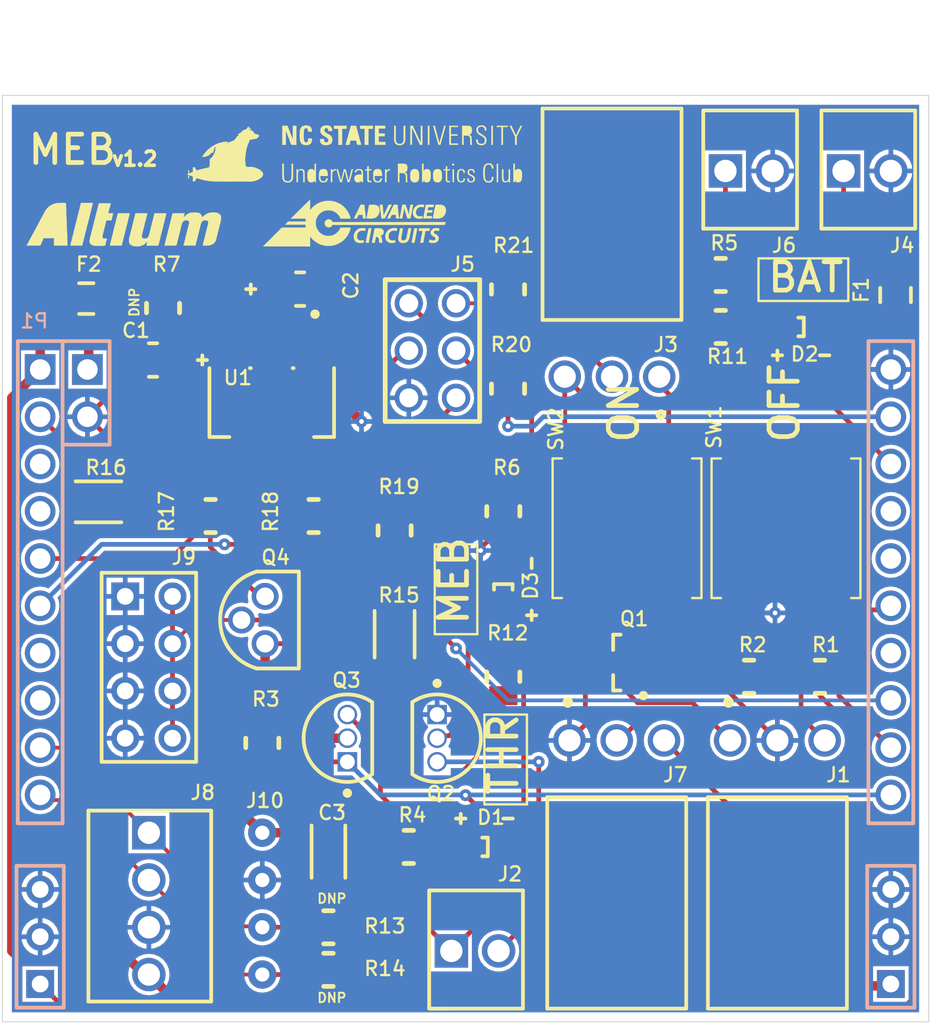
<source format=kicad_pcb>
(kicad_pcb (version 20221018) (generator pcbnew)
  (layers (0 "F.Cu" signal "Top Layer") (31 "B.Cu" signal "Bottom Layer") (34 "B.Paste" user "Bottom Paste") (35 "F.Paste" user "Top Paste") (36 "B.SilkS" user "Bottom Overlay") (37 "F.SilkS" user "Top Overlay") (38 "B.Mask" user "Bottom Solder") (39 "F.Mask" user "Top Solder") (44 "Edge.Cuts" user))
  (net 0 "")
  (net 1 "V_BAT")
  (net 2 "GND")
  (net 3 "5V")
  (net 4 "3V3")
  (net 5 "Net-(D2-A)")
  (net 6 "Net-(D3-A)")
  (net 7 "/launchpad_interface/LED_strip")
  (net 8 "/SCL")
  (net 9 "/SDA")
  (net 10 "Net-(Q4-Gate)")
  (net 11 "/launchpad_interface/leak_out")
  (net 12 "/THR_KILLED")
  (net 13 "/SYS_ENABLE")
  (net 15 "/LEDs/blue_LED")
  (net 17 "/LEDs/yellow_LED")
  (net 18 "/LEDs/white_LED")
  (net 20 "/LEDs/red_LED")
  (net 23 "/LEDs/green_LED")
  (net 26 "Net-(J5-Pad5)")
  (net 27 "Net-(J5-Pad3)")
  (net 28 "Net-(J5-Pad1)")
  (net 29 "Net-(J5-Pad6)")
  (net 30 "Net-(J5-Pad4)")
  (net 31 "Net-(D1-A)")
  (net 32 "/system_SSR_control/SYS_SSR_P4_COIL-")
  (net 33 "/system_SSR_control/SYS_SW")
  (net 34 "/system_SSR_control/THR_SSR_P4_COIL-")
  (net 35 "Net-(Q2-D)")
  (net 36 "/system_SSR_control/SW_ARM")
  (net 37 "Net-(C1-A)")
  (net 38 "Net-(C2-A)")
  (net 39 "Net-(F1-Pad2)")
  (footprint "AltiumImport:0805_A" (layer "F.Cu") (at 150.5331 106.5276 -90)
    (fp_text reference "D3")
    (fp_text value "3.2V" hide)
  )
  (footprint "AltiumImport:SMD-0805-RES" (layer "F.Cu") (at 145.4531 120.4976 -90)
    (fp_text reference "R4")
    (fp_text value "140" hide)
  )
  (footprint "AltiumImport:FP-TAJA-MFG" (layer "F.Cu") (at 139.6111 90.5256 180)
    (fp_text reference "C2")
    (fp_text value "10uF" hide)
  )
  (footprint "AltiumImport:SMD-0805-RES" (layer "F.Cu") (at 144.6911 103.4956 180)
    (fp_text reference "R19")
    (fp_text value "47" hide)
  )
  (footprint "AltiumImport:SMD-0805-RES" (layer "F.Cu") (at 132.2451 91.5416 180)
    (fp_text reference "R7")
    (fp_text value "DNP" hide)
  )
  (footprint "AltiumImport:NDS351AN" (layer "F.Cu") (at 157.1371 110.5916 180)
    (fp_text reference "Q1")
    (fp_text value "2.1V" hide)
  )
  (footprint "AltiumImport:SHDR4W99P0X254_1X4_1001X635X1105P" (layer "F.Cu") (at 131.4831 119.7356 -90)
    (fp_text reference "J8")
    (fp_text value "171856-0004" hide)
  )
  (footprint "AltiumImport:0805_A" (layer "F.Cu") (at 166.5351 92.5576 180)
    (fp_text reference "D2")
    (fp_text value "3.2V" hide)
  )
  (footprint "AltiumImport:SHDR2W99P0X254_1X2_493X635X818P" (layer "F.Cu") (at 162.4711 84.1756)
    (fp_text reference "J6")
    (fp_text value "171856-0002" hide)
  )
  (footprint "AltiumImport:0805_A" (layer "F.Cu") (at 149.5511 120.4976 180)
    (fp_text reference "D1")
    (fp_text value "1.9V" hide)
  )
  (footprint "AltiumImport:ONSC-TO-92-3-29-11" (layer "F.Cu") (at 146.9771 114.6556 -90)
    (fp_text reference "Q2")
    (fp_text value "2N7000" hide)
  )
  (footprint "AltiumImport:1X4 HEADER" (layer "F.Cu") (at 132.4991 124.8156 -90)
    (fp_text reference "J10")
    (fp_text value "1x4 Header" hide)
  )
  (footprint "AltiumImport:171857-0003" (layer "F.Cu") (at 165.2651 121.0056 180)
    (fp_text reference "J1")
    (fp_text value "171857-0003" hide)
  )
  (footprint "AltiumImport:FP-RNCP0805-IPC_C" (layer "F.Cu") (at 128.77475 101.9556 180)
    (fp_text reference "R16")
    (fp_text value "10k" hide)
  )
  (footprint "AltiumImport:FP-0603-L_1_6_0_1-W_0_8_0-IPC_A" (layer "F.Cu") (at 141.1351 120.7516 -90)
    (fp_text reference "C3")
    (fp_text value "1uF" hide)
  )
  (footprint "AltiumImport:SMD-0805-RES" (layer "F.Cu") (at 150.5331 102.4636 180)
    (fp_text reference "R6")
    (fp_text value "100k" hide)
  )
  (footprint "AltiumImport:SMD-0805-RES" (layer "F.Cu") (at 141.1351 127.1016 -90)
    (fp_text reference "R14")
    (fp_text value "4.7k" hide)
  )
  (footprint "AltiumImport:FP-TP2104N3-G-MFG" (layer "F.Cu") (at 137.4521 108.3056 180)
    (fp_text reference "Q4")
    (fp_text value "TP2104N3-G" hide)
  )
  (footprint "AltiumImport:FP-318H-MFG" (layer "F.Cu") (at 138.0871 96.6216 -90)
    (fp_text reference "U1")
    (fp_text value "NCP1117LPST33T3G" hide)
  )
  (footprint "AltiumImport:SMD-0805-RES" (layer "F.Cu") (at 140.3411 102.7176 90)
    (fp_text reference "R18")
    (fp_text value "47" hide)
  )
  (footprint "AltiumImport:FP-0466-MFG" (layer "F.Cu") (at 128.1176 91.0336 180)
    (fp_text reference "F2")
    (fp_text value "0466001.NR" hide)
  )
  (footprint "AltiumImport:SMD-0805-RES" (layer "F.Cu") (at 137.5791 114.9096 180)
    (fp_text reference "R3")
    (fp_text value "100k" hide)
  )
  (footprint "AltiumImport:SMD-0805-RES" (layer "F.Cu") (at 141.1351 124.8156 -90)
    (fp_text reference "R13")
    (fp_text value "4.7k" hide)
  )
  (footprint "AltiumImport:171857-0003" (layer "F.Cu") (at 156.3751 89.0016)
    (fp_text reference "J3")
    (fp_text value "171857-0003" hide)
  )
  (footprint "AltiumImport:SMD-0805-RES" (layer "F.Cu") (at 150.7871 95.8756 180)
    (fp_text reference "R20")
    (fp_text value "47" hide)
  )
  (footprint "AltiumImport:SMD-0805-RES" (layer "F.Cu") (at 163.7411 111.3536 90)
    (fp_text reference "R2")
    (fp_text value "10k" hide)
  )
  (footprint "AltiumImport:171857-0003" (layer "F.Cu") (at 156.6291 121.0056 180)
    (fp_text reference "J7")
    (fp_text value "171857-0003" hide)
  )
  (footprint "AltiumImport:SMD-0805-RES" (layer "F.Cu") (at 134.8011 102.7176 90)
    (fp_text reference "R17")
    (fp_text value "47" hide)
  )
  (footprint "AltiumImport:SMD-0805-RES" (layer "F.Cu") (at 150.5331 111.3536)
    (fp_text reference "R12")
    (fp_text value "10" hide)
  )
  (footprint "AltiumImport:SMD-0805-RES" (layer "F.Cu") (at 162.2171 89.7636 90)
    (fp_text reference "R5")
    (fp_text value "100k" hide)
  )
  (footprint "AltiumImport:FP-RMCF0805-IPC_C" (layer "F.Cu") (at 144.6911 109.0676 -90)
    (fp_text reference "R15")
    (fp_text value "1M" hide)
  )
  (footprint "AltiumImport:FP-TAJA-MFG" (layer "F.Cu") (at 131.7071 94.3356)
    (fp_text reference "C1")
    (fp_text value "10uF" hide)
  )
  (footprint "AltiumImport:SMD-0805-RES" (layer "F.Cu") (at 150.7871 90.5416)
    (fp_text reference "R21")
    (fp_text value "47" hide)
  )
  (footprint "AltiumImport:2x3 Header" (layer "F.Cu") (at 146.7231 93.8276 90)
    (fp_text reference "J5")
    (fp_text value "Header" hide)
  )
  (footprint "AltiumImport:SHDR2W99P0X254_1X2_493X635X818P" (layer "F.Cu") (at 168.8211 84.1756)
    (fp_text reference "J4")
    (fp_text value "171856-0002" hide)
  )
  (footprint "AltiumImport:FSM2JSMA" (layer "F.Cu") (at 165.72708 103.3746 180)
    (fp_text reference "SW1")
    (fp_text value "FSM2JSMA" hide)
  )
  (footprint "AltiumImport:FP-0466-MFG" (layer "F.Cu") (at 171.6151 90.8431 90)
    (fp_text reference "F1")
    (fp_text value "0466002.NRHF" hide)
  )
  (footprint "AltiumImport:FSM2JSMA" (layer "F.Cu") (at 157.18307 103.3746 180)
    (fp_text reference "SW2")
    (fp_text value "FSM2JSMA" hide)
  )
  (footprint "AltiumImport:SMD-0805-RES" (layer "F.Cu") (at 167.5511 111.3536 90)
    (fp_text reference "R1")
    (fp_text value "100" hide)
  )
  (footprint "AltiumImport:ONSC-TO-92-3-29-11" (layer "F.Cu") (at 142.1511 114.6556 90)
    (fp_text reference "Q3")
    (fp_text value "2N7000" hide)
  )
  (footprint "AltiumImport:SMD-0805-RES" (layer "F.Cu") (at 162.2171 92.5576 -90)
    (fp_text reference "R11")
    (fp_text value "1.3k" hide)
  )
  (footprint "AltiumImport:HDR2X4" (layer "F.Cu") (at 130.2131 107.0356 -90)
    (fp_text reference "J9")
    (fp_text value "TLW-104-05-T-D" hide)
  )
  (footprint "AltiumImport:SHDR2W99P0X254_1X2_493X635X818P" (layer "F.Cu") (at 147.7391 126.0856)
    (fp_text reference "J2")
    (fp_text value "171856-0002" hide)
  )
  (footprint "AltiumImport:MSP-EXP430G2ET Interface Power" (layer "B.Cu") (at 125.6411 94.8436 180)
    (fp_text reference "P1")
    (fp_text value "MSP-EXP430G2ET Interface with 1x3 Power Headers" hide)
  )
  (gr_poly (pts (xy 146.19046 85.98589) (xy 146.25361 85.98589) (xy 146.25361 85.99852) (xy 146.26624 85.99852) (xy 146.26624 85.98589) (xy 146.27887 85.98589) (xy 146.27887 85.99852) (xy 146.2915 85.99852) (xy 146.2915 86.01115) (xy 146.30412 86.01115) (xy 146.30412 86.02378) (xy 146.2915 86.02378) (xy 146.2915 86.03641) (xy 146.27887 86.03641) (xy 146.27887 86.04904) (xy 146.26624 86.04904) (xy 146.26624 86.06167) (xy 146.27887 86.06167) (xy 146.27887 86.0743) (xy 146.26624 86.0743) (xy 146.26624 86.08693) (xy 146.26624 86.09956) (xy 146.26624 86.11219) (xy 146.25361 86.11219) (xy 146.25361 86.12482) (xy 146.24098 86.12482) (xy 146.24098 86.13745) (xy 146.22835 86.13745) (xy 146.22835 86.12482) (xy 146.19046 86.12482) (xy 146.19046 86.11219) (xy 146.17783 86.11219) (xy 146.17783 86.12482) (xy 146.1652 86.12482) (xy 146.1652 86.11219) (xy 146.15257 86.11219) (xy 146.15257 86.12482) (xy 146.13994 86.12482) (xy 146.13994 86.11219) (xy 146.10205 86.11219) (xy 146.10205 86.09956) (xy 146.08942 86.09956) (xy 146.08942 86.11219) (xy 146.10205 86.11219) (xy 146.10205 86.12482) (xy 146.08942 86.12482) (xy 146.08942 86.11219) (xy 146.07679 86.11219) (xy 146.07679 86.12482) (xy 146.06416 86.12482) (xy 146.06416 86.11219) (xy 146.05153 86.11219) (xy 146.05153 86.12482) (xy 146.01364 86.12482) (xy 146.01364 86.13745) (xy 145.97575 86.13745) (xy 145.97575 86.15008) (xy 145.96312 86.15008) (xy 145.96312 86.16271) (xy 145.9505 86.16271) (xy 145.9505 86.17534) (xy 145.93787 86.17534) (xy 145.93787 86.18797) (xy 145.92524 86.18797) (xy 145.92524 86.2006) (xy 145.91261 86.2006) (xy 145.91261 86.21323) (xy 145.89998 86.21323) (xy 145.89998 86.22586) (xy 145.88735 86.22586) (xy 145.88735 86.23849) (xy 145.88735 86.25111) (xy 145.87472 86.25111) (xy 145.87472 86.26375) (xy 145.87472 86.27638) (xy 145.86209 86.27638) (xy 145.86209 86.289) (xy 145.86209 86.30164) (xy 145.86209 86.31426) (xy 145.84946 86.31426) (xy 145.84946 86.32689) (xy 145.84946 86.33952) (xy 145.84946 86.35215) (xy 145.83683 86.35215) (xy 145.83683 86.36478) (xy 145.84946 86.36478) (xy 145.84946 86.37741) (xy 145.83683 86.37741) (xy 145.83683 86.39004) (xy 145.84946 86.39004) (xy 145.84946 86.40267) (xy 145.83683 86.40267) (xy 145.83683 86.4153) (xy 145.84946 86.4153) (xy 145.84946 86.42793) (xy 145.83683 86.42793) (xy 145.83683 86.44056) (xy 145.84946 86.44056) (xy 145.84946 86.45319) (xy 145.83683 86.45319) (xy 145.83683 86.46582) (xy 145.84946 86.46582) (xy 145.84946 86.47845) (xy 145.86209 86.47845) (xy 145.86209 86.49108) (xy 145.84946 86.49108) (xy 145.84946 86.50371) (xy 145.86209 86.50371) (xy 145.86209 86.51634) (xy 145.87472 86.51634) (xy 145.87472 86.52897) (xy 145.87472 86.5416) (xy 145.88735 86.5416) (xy 145.88735 86.55423) (xy 145.88735 86.56686) (xy 145.92524 86.56686) (xy 145.92524 86.57949) (xy 145.93787 86.57949) (xy 145.93787 86.59211) (xy 145.97575 86.59211) (xy 145.97575 86.60475) (xy 145.98839 86.60475) (xy 145.98839 86.61738) (xy 146.00101 86.61738) (xy 146.00101 86.60475) (xy 146.01364 86.60475) (xy 146.01364 86.61738) (xy 146.02627 86.61738) (xy 146.02627 86.60475) (xy 146.0389 86.60475) (xy 146.0389 86.61738) (xy 146.05153 86.61738) (xy 146.05153 86.60475) (xy 146.06416 86.60475) (xy 146.06416 86.61738) (xy 146.07679 86.61738) (xy 146.07679 86.60475) (xy 146.08942 86.60475) (xy 146.08942 86.61738) (xy 146.10205 86.61738) (xy 146.10205 86.60475) (xy 146.11468 86.60475) (xy 146.11468 86.59211) (xy 146.12731 86.59211) (xy 146.12731 86.60475) (xy 146.13994 86.60475) (xy 146.13994 86.59211) (xy 146.17783 86.59211) (xy 146.17783 86.60475) (xy 146.19046 86.60475) (xy 146.19046 86.61738) (xy 146.17783 86.61738) (xy 146.17783 86.63) (xy 146.19046 86.63) (xy 146.19046 86.64264) (xy 146.19046 86.65526) (xy 146.19046 86.66789) (xy 146.20309 86.66789) (xy 146.20309 86.68052) (xy 146.19046 86.68052) (xy 146.19046 86.69315) (xy 146.20309 86.69315) (xy 146.20309 86.70578) (xy 146.19046 86.70578) (xy 146.19046 86.71841) (xy 146.17783 86.71841) (xy 146.17783 86.73104) (xy 146.11468 86.73104) (xy 146.11468 86.74367) (xy 146.10205 86.74367) (xy 146.10205 86.73104) (xy 146.08942 86.73104) (xy 146.08942 86.74367) (xy 146.07679 86.74367) (xy 146.07679 86.73104) (xy 146.06416 86.73104) (xy 146.06416 86.74367) (xy 146.02627 86.74367) (xy 146.02627 86.7563) (xy 146.01364 86.7563) (xy 146.01364 86.74367) (xy 145.92524 86.74367) (xy 145.92524 86.73104) (xy 145.91261 86.73104) (xy 145.91261 86.74367) (xy 145.89998 86.74367) (xy 145.89998 86.73104) (xy 145.86209 86.73104) (xy 145.86209 86.71841) (xy 145.84946 86.71841) (xy 145.84946 86.70578) (xy 145.81157 86.70578) (xy 145.81157 86.69315) (xy 145.79894 86.69315) (xy 145.79894 86.68052) (xy 145.77368 86.68052) (xy 145.77368 86.66789) (xy 145.77368 86.65526) (xy 145.74842 86.65526) (xy 145.74842 86.64264) (xy 145.74842 86.63) (xy 145.73579 86.63) (xy 145.73579 86.61738) (xy 145.72316 86.61738) (xy 145.72316 86.60475) (xy 145.71053 86.60475) (xy 145.71053 86.59211) (xy 145.6979 86.59211) (xy 145.6979 86.57949) (xy 145.6979 86.56686) (xy 145.6979 86.55423) (xy 145.68527 86.55423) (xy 145.68527 86.5416) (xy 145.68527 86.52897) (xy 145.68527 86.51634) (xy 145.67264 86.51634) (xy 145.67264 86.50371) (xy 145.67264 86.49108) (xy 145.67264 86.47845) (xy 145.67264 86.46582) (xy 145.67264 86.45319) (xy 145.66001 86.45319) (xy 145.66001 86.44056) (xy 145.67264 86.44056) (xy 145.67264 86.42793) (xy 145.66001 86.42793) (xy 145.66001 86.4153) (xy 145.67264 86.4153) (xy 145.67264 86.40267) (xy 145.66001 86.40267) (xy 145.66001 86.39004) (xy 145.67264 86.39004) (xy 145.67264 86.37741) (xy 145.67264 86.36478) (xy 145.67264 86.35215) (xy 145.67264 86.33952) (xy 145.67264 86.32689) (xy 145.68527 86.32689) (xy 145.68527 86.31426) (xy 145.6979 86.31426) (xy 145.6979 86.30164) (xy 145.68527 86.30164) (xy 145.68527 86.289) (xy 145.6979 86.289) (xy 145.6979 86.27638) (xy 145.68527 86.27638) (xy 145.68527 86.26375) (xy 145.6979 86.26375) (xy 145.6979 86.25111) (xy 145.71053 86.25111) (xy 145.71053 86.23849) (xy 145.71053 86.22586) (xy 145.71053 86.21323) (xy 145.72316 86.21323) (xy 145.72316 86.2006) (xy 145.73579 86.2006) (xy 145.73579 86.18797) (xy 145.73579 86.17534) (xy 145.73579 86.16271) (xy 145.74842 86.16271) (xy 145.74842 86.15008) (xy 145.76105 86.15008) (xy 145.76105 86.13745) (xy 145.77368 86.13745) (xy 145.77368 86.12482) (xy 145.78631 86.12482) (xy 145.78631 86.11219) (xy 145.79894 86.11219) (xy 145.79894 86.09956) (xy 145.81157 86.09956) (xy 145.81157 86.08693) (xy 145.8242 86.08693) (xy 145.8242 86.0743) (xy 145.83683 86.0743) (xy 145.83683 86.06167) (xy 145.86209 86.06167) (xy 145.86209 86.04904) (xy 145.86209 86.03641) (xy 145.89998 86.03641) (xy 145.89998 86.02378) (xy 145.91261 86.02378) (xy 145.91261 86.01115) (xy 145.9505 86.01115) (xy 145.9505 85.99852) (xy 145.96312 85.99852) (xy 145.96312 86.01115) (xy 145.97575 86.01115) (xy 145.97575 85.99852) (xy 145.98839 85.99852) (xy 145.98839 85.98589) (xy 146.00101 85.98589) (xy 146.00101 85.99852) (xy 146.01364 85.99852) (xy 146.01364 85.98589) (xy 146.05153 85.98589) (xy 146.05153 85.97326) (xy 146.06416 85.97326) (xy 146.06416 85.98589) (xy 146.07679 85.98589) (xy 146.07679 85.97326) (xy 146.08942 85.97326) (xy 146.08942 85.98589) (xy 146.10205 85.98589) (xy 146.10205 85.97326) (xy 146.11468 85.97326) (xy 146.11468 85.98589) (xy 146.12731 85.98589) (xy 146.12731 85.97326) (xy 146.13994 85.97326) (xy 146.13994 85.98589) (xy 146.15257 85.98589) (xy 146.15257 85.97326) (xy 146.1652 85.97326) (xy 146.1652 85.98589) (xy 146.17783 85.98589) (xy 146.17783 85.97326) (xy 146.19046 85.97326)) (fill solid) (layer "F.SilkS"))
  (gr_poly (pts (xy 150.76382 81.75375) (xy 150.77387 81.75375) (xy 150.77387 81.7638) (xy 150.76382 81.7638) (xy 150.76382 81.77386) (xy 150.77387 81.77386) (xy 150.77387 81.78391) (xy 150.76382 81.78391) (xy 150.76382 81.79397) (xy 150.77387 81.79397) (xy 150.77387 81.80402) (xy 150.77387 81.81408) (xy 150.77387 81.82414) (xy 150.76382 81.82414) (xy 150.76382 81.81408) (xy 150.75376 81.81408) (xy 150.75376 81.82414) (xy 150.74371 81.82414) (xy 150.74371 81.81408) (xy 150.73365 81.81408) (xy 150.73365 81.82414) (xy 150.7236 81.82414) (xy 150.7236 81.81408) (xy 150.71354 81.81408) (xy 150.71354 81.82414) (xy 150.70348 81.82414) (xy 150.70348 81.81408) (xy 150.69343 81.81408) (xy 150.69343 81.82414) (xy 150.68337 81.82414) (xy 150.68337 81.81408) (xy 150.67332 81.81408) (xy 150.67332 81.82414) (xy 150.66326 81.82414) (xy 150.66326 81.81408) (xy 150.6532 81.81408) (xy 150.6532 81.82414) (xy 150.64315 81.82414) (xy 150.64315 81.81408) (xy 150.6331 81.81408) (xy 150.6331 81.82414) (xy 150.62304 81.82414) (xy 150.62304 81.81408) (xy 150.61298 81.81408) (xy 150.61298 81.82414) (xy 150.60293 81.82414) (xy 150.60293 81.81408) (xy 150.59287 81.81408) (xy 150.59287 81.82414) (xy 150.58282 81.82414) (xy 150.58282 81.81408) (xy 150.57276 81.81408) (xy 150.57276 81.82414) (xy 150.5627 81.82414) (xy 150.5627 81.81408) (xy 150.55265 81.81408) (xy 150.55265 81.82414) (xy 150.54259 81.82414) (xy 150.54259 81.81408) (xy 150.53254 81.81408) (xy 150.53254 81.82414) (xy 150.52248 81.82414) (xy 150.52248 81.83419) (xy 150.51242 81.83419) (xy 150.51242 81.84425) (xy 150.52248 81.84425) (xy 150.52248 81.8543) (xy 150.51242 81.8543) (xy 150.51242 81.86436) (xy 150.52248 81.86436) (xy 150.52248 81.87442) (xy 150.51242 81.87442) (xy 150.51242 81.88447) (xy 150.52248 81.88447) (xy 150.52248 81.89453) (xy 150.51242 81.89453) (xy 150.51242 81.90458) (xy 150.52248 81.90458) (xy 150.52248 81.91464) (xy 150.51242 81.91464) (xy 150.51242 81.92469) (xy 150.52248 81.92469) (xy 150.52248 81.93475) (xy 150.51242 81.93475) (xy 150.51242 81.9448) (xy 150.52248 81.9448) (xy 150.52248 81.95486) (xy 150.51242 81.95486) (xy 150.51242 81.96492) (xy 150.52248 81.96492) (xy 150.52248 81.97497) (xy 150.51242 81.97497) (xy 150.51242 81.98503) (xy 150.52248 81.98503) (xy 150.52248 81.99508) (xy 150.51242 81.99508) (xy 150.51242 82.00514) (xy 150.52248 82.00514) (xy 150.52248 82.01519) (xy 150.51242 82.01519) (xy 150.51242 82.02525) (xy 150.52248 82.02525) (xy 150.52248 82.03531) (xy 150.51242 82.03531) (xy 150.51242 82.04536) (xy 150.52248 82.04536) (xy 150.52248 82.05542) (xy 150.51242 82.05542) (xy 150.51242 82.06547) (xy 150.52248 82.06547) (xy 150.52248 82.07553) (xy 150.51242 82.07553) (xy 150.51242 82.08558) (xy 150.52248 82.08558) (xy 150.52248 82.09564) (xy 150.51242 82.09564) (xy 150.51242 82.1057) (xy 150.52248 82.1057) (xy 150.52248 82.11575) (xy 150.51242 82.11575) (xy 150.51242 82.12581) (xy 150.52248 82.12581) (xy 150.52248 82.13586) (xy 150.51242 82.13586) (xy 150.51242 82.14592) (xy 150.52248 82.14592) (xy 150.52248 82.15597) (xy 150.51242 82.15597) (xy 150.51242 82.16603) (xy 150.52248 82.16603) (xy 150.52248 82.17609) (xy 150.51242 82.17609) (xy 150.51242 82.18614) (xy 150.52248 82.18614) (xy 150.52248 82.1962) (xy 150.51242 82.1962) (xy 150.51242 82.20625) (xy 150.52248 82.20625) (xy 150.52248 82.21631) (xy 150.51242 82.21631) (xy 150.51242 82.22636) (xy 150.52248 82.22636) (xy 150.52248 82.23642) (xy 150.51242 82.23642) (xy 150.51242 82.24647) (xy 150.52248 82.24647) (xy 150.52248 82.25653) (xy 150.51242 82.25653) (xy 150.51242 82.26659) (xy 150.52248 82.26659) (xy 150.52248 82.27664) (xy 150.51242 82.27664) (xy 150.51242 82.2867) (xy 150.52248 82.2867) (xy 150.52248 82.29675) (xy 150.51242 82.29675) (xy 150.51242 82.30681) (xy 150.52248 82.30681) (xy 150.52248 82.31687) (xy 150.51242 82.31687) (xy 150.51242 82.32692) (xy 150.52248 82.32692) (xy 150.52248 82.33697) (xy 150.51242 82.33697) (xy 150.51242 82.34703) (xy 150.52248 82.34703) (xy 150.52248 82.35709) (xy 150.51242 82.35709) (xy 150.51242 82.36714) (xy 150.52248 82.36714) (xy 150.52248 82.3772) (xy 150.51242 82.3772) (xy 150.51242 82.38725) (xy 150.52248 82.38725) (xy 150.52248 82.39731) (xy 150.51242 82.39731) (xy 150.51242 82.40737) (xy 150.52248 82.40737) (xy 150.52248 82.41742) (xy 150.51242 82.41742) (xy 150.51242 82.42748) (xy 150.52248 82.42748) (xy 150.52248 82.43753) (xy 150.51242 82.43753) (xy 150.51242 82.44759) (xy 150.52248 82.44759) (xy 150.52248 82.45765) (xy 150.51242 82.45765) (xy 150.51242 82.4677) (xy 150.52248 82.4677) (xy 150.52248 82.47775) (xy 150.51242 82.47775) (xy 150.51242 82.48781) (xy 150.52248 82.48781) (xy 150.52248 82.49787) (xy 150.51242 82.49787) (xy 150.51242 82.50792) (xy 150.52248 82.50792) (xy 150.52248 82.51798) (xy 150.51242 82.51798) (xy 150.51242 82.52803) (xy 150.52248 82.52803) (xy 150.52248 82.53809) (xy 150.51242 82.53809) (xy 150.51242 82.54815) (xy 150.52248 82.54815) (xy 150.52248 82.5582) (xy 150.51242 82.5582) (xy 150.51242 82.56826) (xy 150.52248 82.56826) (xy 150.52248 82.57831) (xy 150.51242 82.57831) (xy 150.51242 82.58837) (xy 150.52248 82.58837) (xy 150.52248 82.59842) (xy 150.51242 82.59842) (xy 150.51242 82.60848) (xy 150.52248 82.60848) (xy 150.52248 82.61853) (xy 150.51242 82.61853) (xy 150.51242 82.62859) (xy 150.52248 82.62859) (xy 150.52248 82.63865) (xy 150.51242 82.63865) (xy 150.51242 82.6487) (xy 150.52248 82.6487) (xy 150.52248 82.65876) (xy 150.51242 82.65876) (xy 150.51242 82.66881) (xy 150.52248 82.66881) (xy 150.52248 82.67887) (xy 150.51242 82.67887) (xy 150.51242 82.68892) (xy 150.52248 82.68892) (xy 150.52248 82.69898) (xy 150.51242 82.69898) (xy 150.51242 82.70904) (xy 150.52248 82.70904) (xy 150.52248 82.71909) (xy 150.51242 82.71909) (xy 150.51242 82.72915) (xy 150.52248 82.72915) (xy 150.52248 82.7392) (xy 150.51242 82.7392) (xy 150.51242 82.74926) (xy 150.52248 82.74926) (xy 150.52248 82.75931) (xy 150.51242 82.75931) (xy 150.51242 82.76937) (xy 150.52248 82.76937) (xy 150.52248 82.77942) (xy 150.51242 82.77942) (xy 150.51242 82.76937) (xy 150.50237 82.76937) (xy 150.50237 82.77942) (xy 150.49232 82.77942) (xy 150.49232 82.76937) (xy 150.48226 82.76937) (xy 150.48226 82.77942) (xy 150.4722 82.77942) (xy 150.4722 82.76937) (xy 150.46215 82.76937) (xy 150.46215 82.77942) (xy 150.43198 82.77942) (xy 150.43198 82.76937) (xy 150.42192 82.76937) (xy 150.42192 82.75931) (xy 150.43198 82.75931) (xy 150.43198 82.74926) (xy 150.42192 82.74926) (xy 150.42192 82.7392) (xy 150.43198 82.7392) (xy 150.43198 82.72915) (xy 150.42192 82.72915) (xy 150.42192 82.71909) (xy 150.43198 82.71909) (xy 150.43198 82.70904) (xy 150.42192 82.70904) (xy 150.42192 82.69898) (xy 150.43198 82.69898) (xy 150.43198 82.68892) (xy 150.42192 82.68892) (xy 150.42192 82.67887) (xy 150.43198 82.67887) (xy 150.43198 82.68892) (xy 150.44204 82.68892) (xy 150.44204 82.67887) (xy 150.43198 82.67887) (xy 150.43198 82.66881) (xy 150.42192 82.66881) (xy 150.42192 82.65876) (xy 150.43198 82.65876) (xy 150.43198 82.6487) (xy 150.42192 82.6487) (xy 150.42192 82.63865) (xy 150.43198 82.63865) (xy 150.43198 82.62859) (xy 150.42192 82.62859) (xy 150.42192 82.61853) (xy 150.43198 82.61853) (xy 150.43198 82.60848) (xy 150.42192 82.60848) (xy 150.42192 82.59842) (xy 150.43198 82.59842) (xy 150.43198 82.58837) (xy 150.42192 82.58837) (xy 150.42192 82.57831) (xy 150.43198 82.57831) (xy 150.43198 82.56826) (xy 150.42192 82.56826) (xy 150.42192 82.5582) (xy 150.43198 82.5582) (xy 150.43198 82.54815) (xy 150.42192 82.54815) (xy 150.42192 82.53809) (xy 150.43198 82.53809) (xy 150.43198 82.52803) (xy 150.42192 82.52803) (xy 150.42192 82.51798) (xy 150.43198 82.51798) (xy 150.43198 82.52803) (xy 150.44204 82.52803) (xy 150.44204 82.51798) (xy 150.43198 82.51798) (xy 150.43198 82.50792) (xy 150.42192 82.50792) (xy 150.42192 82.49787) (xy 150.43198 82.49787) (xy 150.43198 82.48781) (xy 150.42192 82.48781) (xy 150.42192 82.47775) (xy 150.43198 82.47775) (xy 150.43198 82.4677) (xy 150.42192 82.4677) (xy 150.42192 82.45765) (xy 150.43198 82.45765) (xy 150.43198 82.44759) (xy 150.42192 82.44759) (xy 150.42192 82.43753) (xy 150.43198 82.43753) (xy 150.43198 82.42748) (xy 150.42192 82.42748) (xy 150.42192 82.41742) (xy 150.43198 82.41742) (xy 150.43198 82.40737) (xy 150.42192 82.40737) (xy 150.42192 82.39731) (xy 150.43198 82.39731) (xy 150.43198 82.38725) (xy 150.42192 82.38725) (xy 150.42192 82.3772) (xy 150.43198 82.3772) (xy 150.43198 82.36714) (xy 150.42192 82.36714) (xy 150.42192 82.35709) (xy 150.43198 82.35709) (xy 150.43198 82.36714) (xy 150.44204 82.36714) (xy 150.44204 82.35709) (xy 150.43198 82.35709) (xy 150.43198 82.34703) (xy 150.42192 82.34703) (xy 150.42192 82.33697) (xy 150.43198 82.33697) (xy 150.43198 82.32692) (xy 150.42192 82.32692) (xy 150.42192 82.31687) (xy 150.43198 82.31687) (xy 150.43198 82.30681) (xy 150.42192 82.30681) (xy 150.42192 82.29675) (xy 150.43198 82.29675) (xy 150.43198 82.2867) (xy 150.42192 82.2867) (xy 150.42192 82.27664) (xy 150.43198 82.27664) (xy 150.43198 82.26659) (xy 150.42192 82.26659) (xy 150.42192 82.25653) (xy 150.43198 82.25653) (xy 150.43198 82.24647) (xy 150.42192 82.24647) (xy 150.42192 82.23642) (xy 150.43198 82.23642) (xy 150.43198 82.22636) (xy 150.42192 82.22636) (xy 150.42192 82.21631) (xy 150.43198 82.21631) (xy 150.43198 82.20625) (xy 150.42192 82.20625) (xy 150.42192 82.1962) (xy 150.43198 82.1962) (xy 150.43198 82.20625) (xy 150.44204 82.20625) (xy 150.44204 82.1962) (xy 150.43198 82.1962) (xy 150.43198 82.18614) (xy 150.42192 82.18614) (xy 150.42192 82.17609) (xy 150.43198 82.17609) (xy 150.43198 82.16603) (xy 150.42192 82.16603) (xy 150.42192 82.15597) (xy 150.43198 82.15597) (xy 150.43198 82.14592) (xy 150.42192 82.14592) (xy 150.42192 82.13586) (xy 150.43198 82.13586) (xy 150.43198 82.12581) (xy 150.42192 82.12581) (xy 150.42192 82.11575) (xy 150.43198 82.11575) (xy 150.43198 82.1057) (xy 150.42192 82.1057) (xy 150.42192 82.09564) (xy 150.43198 82.09564) (xy 150.43198 82.08558) (xy 150.42192 82.08558) (xy 150.42192 82.07553) (xy 150.43198 82.07553) (xy 150.43198 82.06547) (xy 150.42192 82.06547) (xy 150.42192 82.05542) (xy 150.43198 82.05542) (xy 150.43198 82.04536) (xy 150.42192 82.04536) (xy 150.42192 82.03531) (xy 150.43198 82.03531) (xy 150.43198 82.04536) (xy 150.44204 82.04536) (xy 150.44204 82.03531) (xy 150.43198 82.03531) (xy 150.43198 82.02525) (xy 150.42192 82.02525) (xy 150.42192 82.01519) (xy 150.43198 82.01519) (xy 150.43198 82.00514) (xy 150.42192 82.00514) (xy 150.42192 81.99508) (xy 150.43198 81.99508) (xy 150.43198 81.98503) (xy 150.42192 81.98503) (xy 150.42192 81.97497) (xy 150.43198 81.97497) (xy 150.43198 81.96492) (xy 150.42192 81.96492) (xy 150.42192 81.95486) (xy 150.43198 81.95486) (xy 150.43198 81.9448) (xy 150.42192 81.9448) (xy 150.42192 81.93475) (xy 150.43198 81.93475) (xy 150.43198 81.92469) (xy 150.42192 81.92469) (xy 150.42192 81.91464) (xy 150.43198 81.91464) (xy 150.43198 81.90458) (xy 150.42192 81.90458) (xy 150.42192 81.89453) (xy 150.43198 81.89453) (xy 150.43198 81.88447) (xy 150.42192 81.88447) (xy 150.42192 81.87442) (xy 150.43198 81.87442) (xy 150.43198 81.88447) (xy 150.44204 81.88447) (xy 150.44204 81.87442) (xy 150.43198 81.87442) (xy 150.43198 81.86436) (xy 150.42192 81.86436) (xy 150.42192 81.8543) (xy 150.43198 81.8543) (xy 150.43198 81.84425) (xy 150.42192 81.84425) (xy 150.42192 81.83419) (xy 150.43198 81.83419) (xy 150.43198 81.82414) (xy 150.42192 81.82414) (xy 150.42192 81.81408) (xy 150.41187 81.81408) (xy 150.41187 81.82414) (xy 150.40181 81.82414) (xy 150.40181 81.81408) (xy 150.39176 81.81408) (xy 150.39176 81.82414) (xy 150.3817 81.82414) (xy 150.3817 81.81408) (xy 150.37165 81.81408) (xy 150.37165 81.82414) (xy 150.36159 81.82414) (xy 150.36159 81.81408) (xy 150.35154 81.81408) (xy 150.35154 81.82414) (xy 150.34148 81.82414) (xy 150.34148 81.81408) (xy 150.33142 81.81408) (xy 150.33142 81.82414) (xy 150.32137 81.82414) (xy 150.32137 81.81408) (xy 150.31131 81.81408) (xy 150.31131 81.82414) (xy 150.30126 81.82414) (xy 150.30126 81.81408) (xy 150.2912 81.81408) (xy 150.2912 81.82414) (xy 150.28115 81.82414) (xy 150.28115 81.81408) (xy 150.27109 81.81408) (xy 150.27109 81.82414) (xy 150.26103 81.82414) (xy 150.26103 81.81408) (xy 150.25098 81.81408) (xy 150.25098 81.82414) (xy 150.24092 81.82414) (xy 150.24092 81.81408) (xy 150.23087 81.81408) (xy 150.23087 81.82414) (xy 150.22081 81.82414) (xy 150.22081 81.81408) (xy 150.21076 81.81408) (xy 150.21076 81.82414) (xy 150.2007 81.82414) (xy 150.2007 81.81408) (xy 150.19065 81.81408) (xy 150.19065 81.82414) (xy 150.18059 81.82414) (xy 150.18059 81.81408) (xy 150.17053 81.81408) (xy 150.17053 81.80402) (xy 150.18059 81.80402) (xy 150.18059 81.79397) (xy 150.17053 81.79397) (xy 150.17053 81.78391) (xy 150.18059 81.78391) (xy 150.18059 81.77386) (xy 150.17053 81.77386) (xy 150.17053 81.7638) (xy 150.18059 81.7638) (xy 150.18059 81.75375) (xy 150.17053 81.75375) (xy 150.17053 81.74369) (xy 150.76382 81.74369)) (fill solid) (layer "F.SilkS"))
  (gr_poly (pts (xy 145.27342 81.75375) (xy 145.26336 81.75375) (xy 145.26336 81.7638) (xy 145.27342 81.7638) (xy 145.27342 81.77386) (xy 145.26336 81.77386) (xy 145.26336 81.78391) (xy 145.27342 81.78391) (xy 145.27342 81.79397) (xy 145.26336 81.79397) (xy 145.26336 81.80402) (xy 145.27342 81.80402) (xy 145.27342 81.81408) (xy 145.26336 81.81408) (xy 145.26336 81.82414) (xy 145.27342 81.82414) (xy 145.27342 81.83419) (xy 145.26336 81.83419) (xy 145.26336 81.84425) (xy 145.27342 81.84425) (xy 145.27342 81.8543) (xy 145.26336 81.8543) (xy 145.26336 81.86436) (xy 145.27342 81.86436) (xy 145.27342 81.87442) (xy 145.26336 81.87442) (xy 145.26336 81.88447) (xy 145.27342 81.88447) (xy 145.27342 81.89453) (xy 145.26336 81.89453) (xy 145.26336 81.90458) (xy 145.27342 81.90458) (xy 145.27342 81.91464) (xy 145.26336 81.91464) (xy 145.26336 81.92469) (xy 145.27342 81.92469) (xy 145.27342 81.93475) (xy 145.26336 81.93475) (xy 145.26336 81.9448) (xy 145.27342 81.9448) (xy 145.27342 81.95486) (xy 145.26336 81.95486) (xy 145.26336 81.96492) (xy 145.27342 81.96492) (xy 145.27342 81.97497) (xy 145.26336 81.97497) (xy 145.26336 81.98503) (xy 145.27342 81.98503) (xy 145.27342 81.99508) (xy 145.26336 81.99508) (xy 145.26336 82.00514) (xy 145.27342 82.00514) (xy 145.27342 82.01519) (xy 145.26336 82.01519) (xy 145.26336 82.02525) (xy 145.27342 82.02525) (xy 145.27342 82.03531) (xy 145.26336 82.03531) (xy 145.26336 82.04536) (xy 145.27342 82.04536) (xy 145.27342 82.05542) (xy 145.26336 82.05542) (xy 145.26336 82.06547) (xy 145.27342 82.06547) (xy 145.27342 82.07553) (xy 145.26336 82.07553) (xy 145.26336 82.08558) (xy 145.27342 82.08558) (xy 145.27342 82.09564) (xy 145.26336 82.09564) (xy 145.26336 82.1057) (xy 145.27342 82.1057) (xy 145.27342 82.11575) (xy 145.26336 82.11575) (xy 145.26336 82.12581) (xy 145.27342 82.12581) (xy 145.27342 82.13586) (xy 145.26336 82.13586) (xy 145.26336 82.14592) (xy 145.27342 82.14592) (xy 145.27342 82.15597) (xy 145.26336 82.15597) (xy 145.26336 82.16603) (xy 145.27342 82.16603) (xy 145.27342 82.17609) (xy 145.26336 82.17609) (xy 145.26336 82.18614) (xy 145.27342 82.18614) (xy 145.27342 82.1962) (xy 145.26336 82.1962) (xy 145.26336 82.20625) (xy 145.27342 82.20625) (xy 145.27342 82.21631) (xy 145.26336 82.21631) (xy 145.26336 82.22636) (xy 145.27342 82.22636) (xy 145.27342 82.23642) (xy 145.26336 82.23642) (xy 145.26336 82.24647) (xy 145.27342 82.24647) (xy 145.27342 82.25653) (xy 145.26336 82.25653) (xy 145.26336 82.26659) (xy 145.27342 82.26659) (xy 145.27342 82.27664) (xy 145.26336 82.27664) (xy 145.26336 82.2867) (xy 145.27342 82.2867) (xy 145.27342 82.29675) (xy 145.26336 82.29675) (xy 145.26336 82.30681) (xy 145.27342 82.30681) (xy 145.27342 82.31687) (xy 145.26336 82.31687) (xy 145.26336 82.32692) (xy 145.27342 82.32692) (xy 145.27342 82.33697) (xy 145.26336 82.33697) (xy 145.26336 82.34703) (xy 145.27342 82.34703) (xy 145.27342 82.35709) (xy 145.26336 82.35709) (xy 145.26336 82.36714) (xy 145.27342 82.36714) (xy 145.27342 82.3772) (xy 145.26336 82.3772) (xy 145.26336 82.38725) (xy 145.27342 82.38725) (xy 145.27342 82.39731) (xy 145.26336 82.39731) (xy 145.26336 82.40737) (xy 145.27342 82.40737) (xy 145.27342 82.41742) (xy 145.26336 82.41742) (xy 145.26336 82.42748) (xy 145.27342 82.42748) (xy 145.27342 82.43753) (xy 145.26336 82.43753) (xy 145.26336 82.44759) (xy 145.27342 82.44759) (xy 145.27342 82.45765) (xy 145.26336 82.45765) (xy 145.26336 82.4677) (xy 145.27342 82.4677) (xy 145.27342 82.47775) (xy 145.26336 82.47775) (xy 145.26336 82.48781) (xy 145.26336 82.49787) (xy 145.26336 82.50792) (xy 145.26336 82.51798) (xy 145.26336 82.52803) (xy 145.26336 82.53809) (xy 145.26336 82.54815) (xy 145.25331 82.54815) (xy 145.25331 82.5582) (xy 145.25331 82.56826) (xy 145.25331 82.57831) (xy 145.25331 82.58837) (xy 145.25331 82.59842) (xy 145.24325 82.59842) (xy 145.24325 82.60848) (xy 145.25331 82.60848) (xy 145.25331 82.61853) (xy 145.24325 82.61853) (xy 145.24325 82.62859) (xy 145.23319 82.62859) (xy 145.23319 82.63865) (xy 145.22314 82.63865) (xy 145.22314 82.6487) (xy 145.23319 82.6487) (xy 145.23319 82.65876) (xy 145.22314 82.65876) (xy 145.22314 82.66881) (xy 145.21308 82.66881) (xy 145.21308 82.67887) (xy 145.20303 82.67887) (xy 145.20303 82.68892) (xy 145.21308 82.68892) (xy 145.21308 82.69898) (xy 145.19297 82.69898) (xy 145.19297 82.70904) (xy 145.19297 82.71909) (xy 145.1628 82.71909) (xy 145.1628 82.72915) (xy 145.17286 82.72915) (xy 145.17286 82.7392) (xy 145.14269 82.7392) (xy 145.14269 82.74926) (xy 145.13264 82.74926) (xy 145.13264 82.75931) (xy 145.12258 82.75931) (xy 145.12258 82.76937) (xy 145.11253 82.76937) (xy 145.11253 82.75931) (xy 145.10247 82.75931) (xy 145.10247 82.76937) (xy 145.11253 82.76937) (xy 145.11253 82.77942) (xy 145.10247 82.77942) (xy 145.10247 82.76937) (xy 145.09242 82.76937) (xy 145.09242 82.77942) (xy 145.06225 82.77942) (xy 145.06225 82.78948) (xy 145.05219 82.78948) (xy 145.05219 82.77942) (xy 145.04214 82.77942) (xy 145.04214 82.78948) (xy 145.03208 82.78948) (xy 145.03208 82.77942) (xy 145.02202 82.77942) (xy 145.02202 82.78948) (xy 145.03208 82.78948) (xy 145.03208 82.79954) (xy 145.02202 82.79954) (xy 145.02202 82.78948) (xy 145.01197 82.78948) (xy 145.01197 82.79954) (xy 145.00192 82.79954) (xy 145.00192 82.78948) (xy 144.99186 82.78948) (xy 144.99186 82.79954) (xy 144.9818 82.79954) (xy 144.9818 82.78948) (xy 144.97175 82.78948) (xy 144.97175 82.79954) (xy 144.96169 82.79954) (xy 144.96169 82.78948) (xy 144.95164 82.78948) (xy 144.95164 82.79954) (xy 144.94158 82.79954) (xy 144.94158 82.78948) (xy 144.93152 82.78948) (xy 144.93152 82.79954) (xy 144.92147 82.79954) (xy 144.92147 82.78948) (xy 144.91141 82.78948) (xy 144.91141 82.79954) (xy 144.90136 82.79954) (xy 144.90136 82.78948) (xy 144.8913 82.78948) (xy 144.8913 82.77942) (xy 144.88124 82.77942) (xy 144.88124 82.78948) (xy 144.87119 82.78948) (xy 144.87119 82.77942) (xy 144.86114 82.77942) (xy 144.86114 82.78948) (xy 144.85108 82.78948) (xy 144.85108 82.77942) (xy 144.84102 82.77942) (xy 144.84102 82.76937) (xy 144.83097 82.76937) (xy 144.83097 82.77942) (xy 144.82091 82.77942) (xy 144.82091 82.76937) (xy 144.81086 82.76937) (xy 144.81086 82.75931) (xy 144.78069 82.75931) (xy 144.78069 82.74926) (xy 144.77063 82.74926) (xy 144.77063 82.7392) (xy 144.76058 82.7392) (xy 144.76058 82.72915) (xy 144.75052 82.72915) (xy 144.75052 82.71909) (xy 144.74047 82.71909) (xy 144.74047 82.70904) (xy 144.73041 82.70904) (xy 144.73041 82.69898) (xy 144.72036 82.69898) (xy 144.72036 82.68892) (xy 144.7103 82.68892) (xy 144.7103 82.67887) (xy 144.70024 82.67887) (xy 144.70024 82.66881) (xy 144.7103 82.66881) (xy 144.7103 82.65876) (xy 144.70024 82.65876) (xy 144.70024 82.6487) (xy 144.69019 82.6487) (xy 144.69019 82.63865) (xy 144.69019 82.62859) (xy 144.69019 82.61853) (xy 144.68013 82.61853) (xy 144.68013 82.60848) (xy 144.69019 82.60848) (xy 144.69019 82.59842) (xy 144.68013 82.59842) (xy 144.68013 82.58837) (xy 144.67008 82.58837) (xy 144.67008 82.57831) (xy 144.68013 82.57831) (xy 144.68013 82.56826) (xy 144.67008 82.56826) (xy 144.67008 82.5582) (xy 144.66002 82.5582) (xy 144.66002 82.54815) (xy 144.67008 82.54815) (xy 144.67008 82.53809) (xy 144.66002 82.53809) (xy 144.66002 82.52803) (xy 144.67008 82.52803) (xy 144.67008 82.51798) (xy 144.66002 82.51798) (xy 144.66002 82.50792) (xy 144.67008 82.50792) (xy 144.67008 82.49787) (xy 144.66002 82.49787) (xy 144.66002 82.48781) (xy 144.67008 82.48781) (xy 144.67008 82.47775) (xy 144.66002 82.47775) (xy 144.66002 82.4677) (xy 144.67008 82.4677) (xy 144.67008 82.45765) (xy 144.66002 82.45765) (xy 144.66002 82.44759) (xy 144.67008 82.44759) (xy 144.67008 82.43753) (xy 144.66002 82.43753) (xy 144.66002 82.42748) (xy 144.67008 82.42748) (xy 144.67008 82.41742) (xy 144.66002 82.41742) (xy 144.66002 82.40737) (xy 144.67008 82.40737) (xy 144.67008 82.39731) (xy 144.66002 82.39731) (xy 144.66002 82.38725) (xy 144.67008 82.38725) (xy 144.67008 82.3772) (xy 144.66002 82.3772) (xy 144.66002 82.36714) (xy 144.67008 82.36714) (xy 144.67008 82.35709) (xy 144.66002 82.35709) (xy 144.66002 82.34703) (xy 144.67008 82.34703) (xy 144.67008 82.33697) (xy 144.66002 82.33697) (xy 144.66002 82.32692) (xy 144.67008 82.32692) (xy 144.67008 82.31687) (xy 144.66002 82.31687) (xy 144.66002 82.30681) (xy 144.67008 82.30681) (xy 144.67008 82.29675) (xy 144.66002 82.29675) (xy 144.66002 82.2867) (xy 144.67008 82.2867) (xy 144.67008 82.27664) (xy 144.66002 82.27664) (xy 144.66002 82.26659) (xy 144.67008 82.26659) (xy 144.67008 82.25653) (xy 144.66002 82.25653) (xy 144.66002 82.24647) (xy 144.67008 82.24647) (xy 144.67008 82.23642) (xy 144.66002 82.23642) (xy 144.66002 82.22636) (xy 144.67008 82.22636) (xy 144.67008 82.21631) (xy 144.66002 82.21631) (xy 144.66002 82.20625) (xy 144.67008 82.20625) (xy 144.67008 82.1962) (xy 144.66002 82.1962) (xy 144.66002 82.18614) (xy 144.67008 82.18614) (xy 144.67008 82.17609) (xy 144.66002 82.17609) (xy 144.66002 82.16603) (xy 144.67008 82.16603) (xy 144.67008 82.15597) (xy 144.66002 82.15597) (xy 144.66002 82.14592) (xy 144.67008 82.14592) (xy 144.67008 82.13586) (xy 144.66002 82.13586) (xy 144.66002 82.12581) (xy 144.67008 82.12581) (xy 144.67008 82.11575) (xy 144.66002 82.11575) (xy 144.66002 82.1057) (xy 144.67008 82.1057) (xy 144.67008 82.09564) (xy 144.66002 82.09564) (xy 144.66002 82.08558) (xy 144.67008 82.08558) (xy 144.67008 82.07553) (xy 144.66002 82.07553) (xy 144.66002 82.06547) (xy 144.67008 82.06547) (xy 144.67008 82.05542) (xy 144.66002 82.05542) (xy 144.66002 82.04536) (xy 144.67008 82.04536) (xy 144.67008 82.03531) (xy 144.66002 82.03531) (xy 144.66002 82.02525) (xy 144.67008 82.02525) (xy 144.67008 82.01519) (xy 144.66002 82.01519) (xy 144.66002 82.00514) (xy 144.67008 82.00514) (xy 144.67008 81.99508) (xy 144.66002 81.99508) (xy 144.66002 81.98503) (xy 144.67008 81.98503) (xy 144.67008 81.97497) (xy 144.66002 81.97497) (xy 144.66002 81.96492) (xy 144.67008 81.96492) (xy 144.67008 81.95486) (xy 144.66002 81.95486) (xy 144.66002 81.9448) (xy 144.67008 81.9448) (xy 144.67008 81.93475) (xy 144.66002 81.93475) (xy 144.66002 81.92469) (xy 144.67008 81.92469) (xy 144.67008 81.91464) (xy 144.66002 81.91464) (xy 144.66002 81.90458) (xy 144.67008 81.90458) (xy 144.67008 81.89453) (xy 144.66002 81.89453) (xy 144.66002 81.88447) (xy 144.67008 81.88447) (xy 144.67008 81.87442) (xy 144.66002 81.87442) (xy 144.66002 81.86436) (xy 144.67008 81.86436) (xy 144.67008 81.8543) (xy 144.66002 81.8543) (xy 144.66002 81.84425) (xy 144.67008 81.84425) (xy 144.67008 81.83419) (xy 144.66002 81.83419) (xy 144.66002 81.82414) (xy 144.67008 81.82414) (xy 144.67008 81.81408) (xy 144.66002 81.81408) (xy 144.66002 81.80402) (xy 144.67008 81.80402) (xy 144.67008 81.79397) (xy 144.66002 81.79397) (xy 144.66002 81.78391) (xy 144.67008 81.78391) (xy 144.67008 81.77386) (xy 144.66002 81.77386) (xy 144.66002 81.7638) (xy 144.67008 81.7638) (xy 144.67008 81.75375) (xy 144.66002 81.75375) (xy 144.66002 81.74369) (xy 144.75052 81.74369) (xy 144.75052 81.75375) (xy 144.76058 81.75375) (xy 144.76058 81.7638) (xy 144.75052 81.7638) (xy 144.75052 81.77386) (xy 144.76058 81.77386) (xy 144.76058 81.78391) (xy 144.75052 81.78391) (xy 144.75052 81.79397) (xy 144.76058 81.79397) (xy 144.76058 81.80402) (xy 144.75052 81.80402) (xy 144.75052 81.81408) (xy 144.76058 81.81408) (xy 144.76058 81.82414) (xy 144.75052 81.82414) (xy 144.75052 81.83419) (xy 144.76058 81.83419) (xy 144.76058 81.84425) (xy 144.75052 81.84425) (xy 144.75052 81.8543) (xy 144.76058 81.8543) (xy 144.76058 81.86436) (xy 144.75052 81.86436) (xy 144.75052 81.87442) (xy 144.76058 81.87442) (xy 144.76058 81.88447) (xy 144.75052 81.88447) (xy 144.75052 81.89453) (xy 144.76058 81.89453) (xy 144.76058 81.90458) (xy 144.75052 81.90458) (xy 144.75052 81.91464) (xy 144.76058 81.91464) (xy 144.76058 81.92469) (xy 144.75052 81.92469) (xy 144.75052 81.93475) (xy 144.76058 81.93475) (xy 144.76058 81.9448) (xy 144.75052 81.9448) (xy 144.75052 81.95486) (xy 144.76058 81.95486) (xy 144.76058 81.96492) (xy 144.75052 81.96492) (xy 144.75052 81.97497) (xy 144.76058 81.97497) (xy 144.76058 81.98503) (xy 144.75052 81.98503) (xy 144.75052 81.99508) (xy 144.76058 81.99508) (xy 144.76058 82.00514) (xy 144.75052 82.00514) (xy 144.75052 82.01519) (xy 144.76058 82.01519) (xy 144.76058 82.02525) (xy 144.75052 82.02525) (xy 144.75052 82.03531) (xy 144.76058 82.03531) (xy 144.76058 82.04536) (xy 144.75052 82.04536) (xy 144.75052 82.05542) (xy 144.76058 82.05542) (xy 144.76058 82.06547) (xy 144.75052 82.06547) (xy 144.75052 82.07553) (xy 144.76058 82.07553) (xy 144.76058 82.08558) (xy 144.75052 82.08558) (xy 144.75052 82.09564) (xy 144.76058 82.09564) (xy 144.76058 82.1057) (xy 144.75052 82.1057) (xy 144.75052 82.11575) (xy 144.76058 82.11575) (xy 144.76058 82.12581) (xy 144.75052 82.12581) (xy 144.75052 82.13586) (xy 144.76058 82.13586) (xy 144.76058 82.14592) (xy 144.75052 82.14592) (xy 144.75052 82.15597) (xy 144.76058 82.15597) (xy 144.76058 82.16603) (xy 144.75052 82.16603) (xy 144.75052 82.17609) (xy 144.76058 82.17609) (xy 144.76058 82.18614) (xy 144.75052 82.18614) (xy 144.75052 82.1962) (xy 144.76058 82.1962) (xy 144.76058 82.20625) (xy 144.75052 82.20625) (xy 144.75052 82.21631) (xy 144.76058 82.21631) (xy 144.76058 82.22636) (xy 144.75052 82.22636) (xy 144.75052 82.23642) (xy 144.76058 82.23642) (xy 144.76058 82.24647) (xy 144.75052 82.24647) (xy 144.75052 82.25653) (xy 144.76058 82.25653) (xy 144.76058 82.26659) (xy 144.75052 82.26659) (xy 144.75052 82.27664) (xy 144.76058 82.27664) (xy 144.76058 82.2867) (xy 144.75052 82.2867) (xy 144.75052 82.29675) (xy 144.76058 82.29675) (xy 144.76058 82.30681) (xy 144.75052 82.30681) (xy 144.75052 82.31687) (xy 144.76058 82.31687) (xy 144.76058 82.32692) (xy 144.75052 82.32692) (xy 144.75052 82.33697) (xy 144.76058 82.33697) (xy 144.76058 82.34703) (xy 144.75052 82.34703) (xy 144.75052 82.35709) (xy 144.76058 82.35709) (xy 144.76058 82.36714) (xy 144.75052 82.36714) (xy 144.75052 82.3772) (xy 144.76058 82.3772) (xy 144.76058 82.38725) (xy 144.75052 82.38725) (xy 144.75052 82.39731) (xy 144.76058 82.39731) (xy 144.76058 82.40737) (xy 144.75052 82.40737) (xy 144.75052 82.41742) (xy 144.76058 82.41742) (xy 144.76058 82.42748) (xy 144.75052 82.42748) (xy 144.75052 82.43753) (xy 144.76058 82.43753) (xy 144.76058 82.44759) (xy 144.75052 82.44759) (xy 144.75052 82.45765) (xy 144.76058 82.45765) (xy 144.76058 82.4677) (xy 144.76058 82.47775) (xy 144.76058 82.48781) (xy 144.75052 82.48781) (xy 144.75052 82.49787) (xy 144.76058 82.49787) (xy 144.76058 82.50792) (xy 144.76058 82.51798) (xy 144.76058 82.52803) (xy 144.77063 82.52803) (xy 144.77063 82.53809) (xy 144.76058 82.53809) (xy 144.76058 82.54815) (xy 144.77063 82.54815) (xy 144.77063 82.5582) (xy 144.76058 82.5582) (xy 144.76058 82.56826) (xy 144.77063 82.56826) (xy 144.77063 82.57831) (xy 144.78069 82.57831) (xy 144.78069 82.58837) (xy 144.77063 82.58837) (xy 144.77063 82.59842) (xy 144.78069 82.59842) (xy 144.78069 82.60848) (xy 144.79074 82.60848) (xy 144.79074 82.61853) (xy 144.78069 82.61853) (xy 144.78069 82.62859) (xy 144.79074 82.62859) (xy 144.79074 82.63865) (xy 144.8008 82.63865) (xy 144.8008 82.6487) (xy 144.81086 82.6487) (xy 144.81086 82.65876) (xy 144.82091 82.65876) (xy 144.82091 82.66881) (xy 144.83097 82.66881) (xy 144.83097 82.67887) (xy 144.84102 82.67887) (xy 144.84102 82.68892) (xy 144.86114 82.68892) (xy 144.86114 82.69898) (xy 144.86114 82.70904) (xy 144.87119 82.70904) (xy 144.87119 82.69898) (xy 144.88124 82.69898) (xy 144.88124 82.70904) (xy 144.91141 82.70904) (xy 144.91141 82.71909) (xy 144.92147 82.71909) (xy 144.92147 82.70904) (xy 144.93152 82.70904) (xy 144.93152 82.71909) (xy 144.94158 82.71909) (xy 144.94158 82.70904) (xy 144.95164 82.70904) (xy 144.95164 82.71909) (xy 144.9818 82.71909) (xy 144.9818 82.70904) (xy 144.99186 82.70904) (xy 144.99186 82.71909) (xy 145.00192 82.71909) (xy 145.00192 82.70904) (xy 145.01197 82.70904) (xy 145.01197 82.71909) (xy 145.02202 82.71909) (xy 145.02202 82.70904) (xy 145.05219 82.70904) (xy 145.05219 82.69898) (xy 145.06225 82.69898) (xy 145.06225 82.68892) (xy 145.09242 82.68892) (xy 145.09242 82.67887) (xy 145.10247 82.67887) (xy 145.10247 82.66881) (xy 145.11253 82.66881) (xy 145.11253 82.65876) (xy 145.12258 82.65876) (xy 145.12258 82.6487) (xy 145.13264 82.6487) (xy 145.13264 82.63865) (xy 145.13264 82.62859) (xy 145.13264 82.61853) (xy 145.14269 82.61853) (xy 145.14269 82.60848) (xy 145.15275 82.60848) (xy 145.15275 82.59842) (xy 145.14269 82.59842) (xy 145.14269 82.58837) (xy 145.15275 82.58837) (xy 145.15275 82.57831) (xy 145.1628 82.57831) (xy 145.1628 82.56826) (xy 145.1628 82.5582) (xy 145.1628 82.54815) (xy 145.17286 82.54815) (xy 145.17286 82.53809) (xy 145.1628 82.53809) (xy 145.1628 82.52803) (xy 145.17286 82.52803) (xy 145.17286 82.51798) (xy 145.1628 82.51798) (xy 145.1628 82.50792) (xy 145.17286 82.50792) (xy 145.17286 82.49787) (xy 145.1628 82.49787) (xy 145.1628 82.48781) (xy 145.17286 82.48781) (xy 145.17286 82.47775) (xy 145.17286 82.4677) (xy 145.17286 82.45765) (xy 145.1628 82.45765) (xy 145.1628 82.44759) (xy 145.17286 82.44759) (xy 145.17286 82.43753) (xy 145.17286 82.42748) (xy 145.17286 82.41742) (xy 145.1628 82.41742) (xy 145.1628 82.40737) (xy 145.17286 82.40737) (xy 145.17286 82.39731) (xy 145.17286 82.38725) (xy 145.17286 82.3772) (xy 145.1628 82.3772) (xy 145.1628 82.36714) (xy 145.17286 82.36714) (xy 145.17286 82.35709) (xy 145.17286 82.34703) (xy 145.17286 82.33697) (xy 145.1628 82.33697) (xy 145.1628 82.32692) (xy 145.17286 82.32692) (xy 145.17286 82.31687) (xy 145.17286 82.30681) (xy 145.17286 82.29675) (xy 145.1628 82.29675) (xy 145.1628 82.2867) (xy 145.17286 82.2867) (xy 145.17286 82.27664) (xy 145.17286 82.26659) (xy 145.17286 82.25653) (xy 145.1628 82.25653) (xy 145.1628 82.24647) (xy 145.17286 82.24647) (xy 145.17286 82.23642) (xy 145.17286 82.22636) (xy 145.17286 82.21631) (xy 145.1628 82.21631) (xy 145.1628 82.20625) (xy 145.17286 82.20625) (xy 145.17286 82.1962) (xy 145.17286 82.18614) (xy 145.17286 82.17609) (xy 145.1628 82.17609) (xy 145.1628 82.16603) (xy 145.17286 82.16603) (xy 145.17286 82.15597) (xy 145.17286 82.14592) (xy 145.17286 82.13586) (xy 145.1628 82.13586) (xy 145.1628 82.12581) (xy 145.17286 82.12581) (xy 145.17286 82.11575) (xy 145.17286 82.1057) (xy 145.17286 82.09564) (xy 145.1628 82.09564) (xy 145.1628 82.08558) (xy 145.17286 82.08558) (xy 145.17286 82.07553) (xy 145.17286 82.06547) (xy 145.17286 82.05542) (xy 145.1628 82.05542) (xy 145.1628 82.04536) (xy 145.17286 82.04536) (xy 145.17286 82.03531) (xy 145.17286 82.02525) (xy 145.17286 82.01519) (xy 145.1628 82.01519) (xy 145.1628 82.00514) (xy 145.17286 82.00514) (xy 145.17286 81.99508) (xy 145.17286 81.98503) (xy 145.17286 81.97497) (xy 145.1628 81.97497) (xy 145.1628 81.96492) (xy 145.17286 81.96492) (xy 145.17286 81.95486) (xy 145.17286 81.9448) (xy 145.17286 81.93475) (xy 145.1628 81.93475) (xy 145.1628 81.92469) (xy 145.17286 81.92469) (xy 145.17286 81.91464) (xy 145.17286 81.90458) (xy 145.17286 81.89453) (xy 145.1628 81.89453) (xy 145.1628 81.88447) (xy 145.17286 81.88447) (xy 145.17286 81.87442) (xy 145.17286 81.86436) (xy 145.17286 81.8543) (xy 145.1628 81.8543) (xy 145.1628 81.84425) (xy 145.17286 81.84425) (xy 145.17286 81.83419) (xy 145.17286 81.82414) (xy 145.17286 81.81408) (xy 145.1628 81.81408) (xy 145.1628 81.80402) (xy 145.17286 81.80402) (xy 145.17286 81.79397) (xy 145.17286 81.78391) (xy 145.17286 81.77386) (xy 145.1628 81.77386) (xy 145.1628 81.7638) (xy 145.17286 81.7638) (xy 145.17286 81.75375) (xy 145.18292 81.75375) (xy 145.18292 81.74369) (xy 145.27342 81.74369)) (fill solid) (layer "F.SilkS"))
  (gr_poly (pts (xy 135.06078 86.41205) (xy 135.12806 86.41205) (xy 135.12806 86.4255) (xy 135.14151 86.4255) (xy 135.14151 86.41205) (xy 135.15497 86.41205) (xy 135.15497 86.4255) (xy 135.16842 86.4255) (xy 135.16842 86.43896) (xy 135.20879 86.43896) (xy 135.20879 86.45241) (xy 135.22224 86.45241) (xy 135.22224 86.46586) (xy 135.26261 86.46586) (xy 135.26261 86.47932) (xy 135.27606 86.47932) (xy 135.27606 86.49278) (xy 135.28952 86.49278) (xy 135.28952 86.50623) (xy 135.30297 86.50623) (xy 135.30297 86.51968) (xy 135.31643 86.51968) (xy 135.31643 86.53314) (xy 135.32988 86.53314) (xy 135.32988 86.54659) (xy 135.34334 86.54659) (xy 135.34334 86.56005) (xy 135.34334 86.5735) (xy 135.35679 86.5735) (xy 135.35679 86.58696) (xy 135.35679 86.60041) (xy 135.37025 86.60041) (xy 135.37025 86.61387) (xy 135.35679 86.61387) (xy 135.35679 86.62732) (xy 135.37025 86.62732) (xy 135.37025 86.64078) (xy 135.35679 86.64078) (xy 135.35679 86.65423) (xy 135.37025 86.65423) (xy 135.37025 86.66769) (xy 135.37025 86.68114) (xy 135.37025 86.6946) (xy 135.35679 86.6946) (xy 135.35679 86.70805) (xy 135.37025 86.70805) (xy 135.37025 86.72151) (xy 135.37025 86.73496) (xy 135.37025 86.74842) (xy 135.35679 86.74842) (xy 135.35679 86.76187) (xy 135.37025 86.76187) (xy 135.37025 86.77533) (xy 135.35679 86.77533) (xy 135.35679 86.78878) (xy 135.37025 86.78878) (xy 135.37025 86.80224) (xy 135.35679 86.80224) (xy 135.35679 86.81569) (xy 135.37025 86.81569) (xy 135.37025 86.82915) (xy 135.35679 86.82915) (xy 135.35679 86.8426) (xy 135.35679 86.85605) (xy 135.35679 86.86951) (xy 135.34334 86.86951) (xy 135.34334 86.88297) (xy 135.34334 86.89642) (xy 135.34334 86.90987) (xy 135.32988 86.90987) (xy 135.32988 86.92333) (xy 135.34334 86.92333) (xy 135.34334 86.93678) (xy 135.32988 86.93678) (xy 135.32988 86.95024) (xy 135.34334 86.95024) (xy 135.34334 86.96369) (xy 135.32988 86.96369) (xy 135.32988 86.97715) (xy 135.31643 86.97715) (xy 135.31643 86.9906) (xy 135.31643 87.00406) (xy 135.31643 87.01751) (xy 135.30297 87.01751) (xy 135.30297 87.03097) (xy 135.31643 87.03097) (xy 135.31643 87.04442) (xy 135.30297 87.04442) (xy 135.30297 87.05788) (xy 135.30297 87.07133) (xy 135.30297 87.08479) (xy 135.28952 87.08479) (xy 135.28952 87.09824) (xy 135.27606 87.09824) (xy 135.27606 87.11169) (xy 135.28952 87.11169) (xy 135.28952 87.12515) (xy 135.27606 87.12515) (xy 135.27606 87.13861) (xy 135.28952 87.13861) (xy 135.28952 87.15206) (xy 135.27606 87.15206) (xy 135.27606 87.16551) (xy 135.27606 87.17897) (xy 135.27606 87.19243) (xy 135.26261 87.19243) (xy 135.26261 87.20588) (xy 135.26261 87.21933) (xy 135.26261 87.23279) (xy 135.24915 87.23279) (xy 135.24915 87.24624) (xy 135.26261 87.24624) (xy 135.26261 87.2597) (xy 135.24915 87.2597) (xy 135.24915 87.27315) (xy 135.24915 87.28661) (xy 135.24915 87.30006) (xy 135.2357 87.30006) (xy 135.2357 87.31352) (xy 135.22224 87.31352) (xy 135.22224 87.32697) (xy 135.2357 87.32697) (xy 135.2357 87.34043) (xy 135.22224 87.34043) (xy 135.22224 87.35388) (xy 135.2357 87.35388) (xy 135.2357 87.36734) (xy 135.22224 87.36734) (xy 135.22224 87.38079) (xy 135.22224 87.39425) (xy 135.22224 87.4077) (xy 135.20879 87.4077) (xy 135.20879 87.42116) (xy 135.20879 87.43461) (xy 135.20879 87.44807) (xy 135.19533 87.44807) (xy 135.19533 87.46152) (xy 135.20879 87.46152) (xy 135.20879 87.47498) (xy 135.19533 87.47498) (xy 135.19533 87.48843) (xy 135.19533 87.50188) (xy 135.19533 87.51534) (xy 135.18188 87.51534) (xy 135.18188 87.5288) (xy 135.16842 87.5288) (xy 135.16842 87.54225) (xy 135.18188 87.54225) (xy 135.18188 87.5557) (xy 135.16842 87.5557) (xy 135.16842 87.56916) (xy 135.18188 87.56916) (xy 135.18188 87.58261) (xy 135.16842 87.58261) (xy 135.16842 87.59607) (xy 135.16842 87.60952) (xy 135.16842 87.62298) (xy 135.15497 87.62298) (xy 135.15497 87.63643) (xy 135.15497 87.64989) (xy 135.15497 87.66334) (xy 135.14151 87.66334) (xy 135.14151 87.6768) (xy 135.15497 87.6768) (xy 135.15497 87.69025) (xy 135.14151 87.69025) (xy 135.14151 87.70371) (xy 135.14151 87.71716) (xy 135.14151 87.73062) (xy 135.12806 87.73062) (xy 135.12806 87.74407) (xy 135.1146 87.74407) (xy 135.1146 87.75753) (xy 135.12806 87.75753) (xy 135.12806 87.77098) (xy 135.1146 87.77098) (xy 135.1146 87.78444) (xy 135.12806 87.78444) (xy 135.12806 87.79789) (xy 135.1146 87.79789) (xy 135.1146 87.81135) (xy 135.1146 87.8248) (xy 135.1146 87.83826) (xy 135.10115 87.83826) (xy 135.10115 87.85171) (xy 135.10115 87.86517) (xy 135.10115 87.87862) (xy 135.08769 87.87862) (xy 135.08769 87.89207) (xy 135.10115 87.89207) (xy 135.10115 87.90553) (xy 135.08769 87.90553) (xy 135.08769 87.91899) (xy 135.07424 87.91899) (xy 135.07424 87.93244) (xy 135.07424 87.94589) (xy 135.07424 87.95935) (xy 135.06078 87.95935) (xy 135.06078 87.9728) (xy 135.04733 87.9728) (xy 135.04733 87.98626) (xy 135.03388 87.98626) (xy 135.03388 87.99971) (xy 135.02042 87.99971) (xy 135.02042 88.01317) (xy 135.00696 88.01317) (xy 135.00696 88.02662) (xy 135.02042 88.02662) (xy 135.02042 88.04008) (xy 134.98006 88.04008) (xy 134.98006 88.05353) (xy 134.99351 88.05353) (xy 134.99351 88.06699) (xy 134.95315 88.06699) (xy 134.95315 88.08044) (xy 134.9666 88.08044) (xy 134.9666 88.0939) (xy 134.95315 88.0939) (xy 134.95315 88.08044) (xy 134.93969 88.08044) (xy 134.93969 88.0939) (xy 134.92624 88.0939) (xy 134.92624 88.10735) (xy 134.91278 88.10735) (xy 134.91278 88.12081) (xy 134.89933 88.12081) (xy 134.89933 88.13426) (xy 134.88587 88.13426) (xy 134.88587 88.12081) (xy 134.87242 88.12081) (xy 134.87242 88.13426) (xy 134.85896 88.13426) (xy 134.85896 88.14771) (xy 134.8186 88.14771) (xy 134.8186 88.16117) (xy 134.80514 88.16117) (xy 134.80514 88.17463) (xy 134.79169 88.17463) (xy 134.79169 88.16117) (xy 134.77823 88.16117) (xy 134.77823 88.17463) (xy 134.73787 88.17463) (xy 134.73787 88.18808) (xy 134.72441 88.18808) (xy 134.72441 88.17463) (xy 134.71096 88.17463) (xy 134.71096 88.18808) (xy 134.6975 88.18808) (xy 134.6975 88.17463) (xy 134.68405 88.17463) (xy 134.68405 88.18808) (xy 134.64369 88.18808) (xy 134.64369 88.17463) (xy 134.63023 88.17463) (xy 134.63023 88.18808) (xy 134.64369 88.18808) (xy 134.64369 88.20154) (xy 134.63023 88.20154) (xy 134.63023 88.18808) (xy 134.58987 88.18808) (xy 134.58987 88.17463) (xy 134.57641 88.17463) (xy 134.57641 88.18808) (xy 134.58987 88.18808) (xy 134.58987 88.20154) (xy 134.57641 88.20154) (xy 134.57641 88.18808) (xy 134.53605 88.18808) (xy 134.53605 88.17463) (xy 134.52259 88.17463) (xy 134.52259 88.18808) (xy 134.53605 88.18808) (xy 134.53605 88.20154) (xy 134.52259 88.20154) (xy 134.52259 88.18808) (xy 134.48223 88.18808) (xy 134.48223 88.17463) (xy 134.46877 88.17463) (xy 134.46877 88.18808) (xy 134.48223 88.18808) (xy 134.48223 88.20154) (xy 134.46877 88.20154) (xy 134.46877 88.18808) (xy 134.42841 88.18808) (xy 134.42841 88.17463) (xy 134.41495 88.17463) (xy 134.41495 88.18808) (xy 134.42841 88.18808) (xy 134.42841 88.20154) (xy 134.41495 88.20154) (xy 134.41495 88.18808) (xy 134.37459 88.18808) (xy 134.37459 88.17463) (xy 134.37459 88.16117) (xy 134.37459 88.14771) (xy 134.37459 88.13426) (xy 134.38805 88.13426) (xy 134.38805 88.12081) (xy 134.38805 88.10735) (xy 134.4015 88.10735) (xy 134.4015 88.0939) (xy 134.38805 88.0939) (xy 134.38805 88.08044) (xy 134.4015 88.08044) (xy 134.4015 88.06699) (xy 134.38805 88.06699) (xy 134.38805 88.05353) (xy 134.4015 88.05353) (xy 134.4015 88.04008) (xy 134.41495 88.04008) (xy 134.41495 88.02662) (xy 134.41495 88.01317) (xy 134.41495 87.99971) (xy 134.41495 87.98626) (xy 134.41495 87.9728) (xy 134.42841 87.9728) (xy 134.42841 87.95935) (xy 134.42841 87.94589) (xy 134.42841 87.93244) (xy 134.42841 87.91899) (xy 134.44186 87.91899) (xy 134.44186 87.90553) (xy 134.44186 87.89207) (xy 134.45532 87.89207) (xy 134.45532 87.87862) (xy 134.44186 87.87862) (xy 134.44186 87.86517) (xy 134.45532 87.86517) (xy 134.45532 87.85171) (xy 134.44186 87.85171) (xy 134.44186 87.83826) (xy 134.45532 87.83826) (xy 134.45532 87.8248) (xy 134.46877 87.8248) (xy 134.46877 87.81135) (xy 134.46877 87.79789) (xy 134.46877 87.78444) (xy 134.48223 87.78444) (xy 134.48223 87.77098) (xy 134.46877 87.77098) (xy 134.46877 87.75753) (xy 134.48223 87.75753) (xy 134.48223 87.74407) (xy 134.48223 87.73062) (xy 134.48223 87.71716) (xy 134.48223 87.70371) (xy 134.49568 87.70371) (xy 134.49568 87.69025) (xy 134.49568 87.6768) (xy 134.50914 87.6768) (xy 134.50914 87.66334) (xy 134.49568 87.66334) (xy 134.49568 87.64989) (xy 134.50914 87.64989) (xy 134.50914 87.63643) (xy 134.49568 87.63643) (xy 134.49568 87.62298) (xy 134.50914 87.62298) (xy 134.50914 87.60952) (xy 134.52259 87.60952) (xy 134.52259 87.59607) (xy 134.52259 87.58261) (xy 134.52259 87.56916) (xy 134.52259 87.5557) (xy 134.52259 87.54225) (xy 134.53605 87.54225) (xy 134.53605 87.5288) (xy 134.53605 87.51534) (xy 134.53605 87.50188) (xy 134.53605 87.48843) (xy 134.5495 87.48843) (xy 134.5495 87.47498) (xy 134.5495 87.46152) (xy 134.56296 87.46152) (xy 134.56296 87.44807) (xy 134.5495 87.44807) (xy 134.5495 87.43461) (xy 134.56296 87.43461) (xy 134.56296 87.42116) (xy 134.5495 87.42116) (xy 134.5495 87.4077) (xy 134.56296 87.4077) (xy 134.56296 87.39425) (xy 134.57641 87.39425) (xy 134.57641 87.38079) (xy 134.56296 87.38079) (xy 134.56296 87.36734) (xy 134.57641 87.36734) (xy 134.57641 87.35388) (xy 134.58987 87.35388) (xy 134.58987 87.34043) (xy 134.57641 87.34043) (xy 134.57641 87.32697) (xy 134.58987 87.32697) (xy 134.58987 87.31352) (xy 134.58987 87.30006) (xy 134.58987 87.28661) (xy 134.58987 87.27315) (xy 134.60332 87.27315) (xy 134.60332 87.2597) (xy 134.60332 87.24624) (xy 134.61677 87.24624) (xy 134.61677 87.23279) (xy 134.60332 87.23279) (xy 134.60332 87.21933) (xy 134.61677 87.21933) (xy 134.61677 87.20588) (xy 134.60332 87.20588) (xy 134.60332 87.19243) (xy 134.61677 87.19243) (xy 134.61677 87.17897) (xy 134.63023 87.17897) (xy 134.63023 87.16551) (xy 134.63023 87.15206) (xy 134.63023 87.13861) (xy 134.64369 87.13861) (xy 134.64369 87.12515) (xy 134.63023 87.12515) (xy 134.63023 87.11169) (xy 134.64369 87.11169) (xy 134.64369 87.09824) (xy 134.64369 87.08479) (xy 134.64369 87.07133) (xy 134.64369 87.05788) (xy 134.65714 87.05788) (xy 134.65714 87.04442) (xy 134.65714 87.03097) (xy 134.67059 87.03097) (xy 134.67059 87.01751) (xy 134.65714 87.01751) (xy 134.65714 87.00406) (xy 134.67059 87.00406) (xy 134.67059 86.9906) (xy 134.65714 86.9906) (xy 134.65714 86.97715) (xy 134.67059 86.97715) (xy 134.67059 86.96369) (xy 134.67059 86.95024) (xy 134.67059 86.93678) (xy 134.65714 86.93678) (xy 134.65714 86.92333) (xy 134.67059 86.92333) (xy 134.67059 86.90987) (xy 134.65714 86.90987) (xy 134.65714 86.89642) (xy 134.65714 86.88297) (xy 134.65714 86.86951) (xy 134.64369 86.86951) (xy 134.64369 86.85605) (xy 134.60332 86.85605) (xy 134.60332 86.8426) (xy 134.58987 86.8426) (xy 134.58987 86.82915) (xy 134.57641 86.82915) (xy 134.57641 86.8426) (xy 134.56296 86.8426) (xy 134.56296 86.82915) (xy 134.46877 86.82915) (xy 134.46877 86.8426) (xy 134.45532 86.8426) (xy 134.45532 86.82915) (xy 134.44186 86.82915) (xy 134.44186 86.8426) (xy 134.42841 86.8426) (xy 134.42841 86.85605) (xy 134.38805 86.85605) (xy 134.38805 86.86951) (xy 134.37459 86.86951) (xy 134.37459 86.88297) (xy 134.36113 86.88297) (xy 134.36113 86.89642) (xy 134.34768 86.89642) (xy 134.34768 86.90987) (xy 134.33423 86.90987) (xy 134.33423 86.92333) (xy 134.32077 86.92333) (xy 134.32077 86.93678) (xy 134.30732 86.93678) (xy 134.30732 86.95024) (xy 134.32077 86.95024) (xy 134.32077 86.96369) (xy 134.30732 86.96369) (xy 134.30732 86.97715) (xy 134.29386 86.97715) (xy 134.29386 86.9906) (xy 134.28041 86.9906) (xy 134.28041 87.00406) (xy 134.29386 87.00406) (xy 134.29386 87.01751) (xy 134.28041 87.01751) (xy 134.28041 87.03097) (xy 134.28041 87.04442) (xy 134.28041 87.05788) (xy 134.26695 87.05788) (xy 134.26695 87.07133) (xy 134.26695 87.08479) (xy 134.26695 87.09824) (xy 134.2535 87.09824) (xy 134.2535 87.11169) (xy 134.26695 87.11169) (xy 134.26695 87.12515) (xy 134.2535 87.12515) (xy 134.2535 87.13861) (xy 134.2535 87.15206) (xy 134.2535 87.16551) (xy 134.24004 87.16551) (xy 134.24004 87.17897) (xy 134.24004 87.19243) (xy 134.24004 87.20588) (xy 134.22659 87.20588) (xy 134.22659 87.21933) (xy 134.24004 87.21933) (xy 134.24004 87.23279) (xy 134.22659 87.23279) (xy 134.22659 87.24624) (xy 134.22659 87.2597) (xy 134.22659 87.27315) (xy 134.21313 87.27315) (xy 134.21313 87.28661) (xy 134.21313 87.30006) (xy 134.21313 87.31352) (xy 134.19968 87.31352) (xy 134.19968 87.32697) (xy 134.21313 87.32697) (xy 134.21313 87.34043) (xy 134.19968 87.34043) (xy 134.19968 87.35388) (xy 134.19968 87.36734) (xy 134.19968 87.38079) (xy 134.18622 87.38079) (xy 134.18622 87.39425) (xy 134.18622 87.4077) (xy 134.18622 87.42116) (xy 134.17277 87.42116) (xy 134.17277 87.43461) (xy 134.18622 87.43461) (xy 134.18622 87.44807) (xy 134.17277 87.44807) (xy 134.17277 87.46152) (xy 134.17277 87.47498) (xy 134.17277 87.48843) (xy 134.15931 87.48843) (xy 134.15931 87.50188) (xy 134.15931 87.51534) (xy 134.15931 87.5288) (xy 134.14586 87.5288) (xy 134.14586 87.54225) (xy 134.15931 87.54225) (xy 134.15931 87.5557) (xy 134.14586 87.5557) (xy 134.14586 87.56916) (xy 134.14586 87.58261) (xy 134.14586 87.59607) (xy 134.1324 87.59607) (xy 134.1324 87.60952) (xy 134.11895 87.60952) (xy 134.11895 87.62298) (xy 134.1324 87.62298) (xy 134.1324 87.63643) (xy 134.11895 87.63643) (xy 134.11895 87.64989) (xy 134.1324 87.64989) (xy 134.1324 87.66334) (xy 134.11895 87.66334) (xy 134.11895 87.6768) (xy 134.10549 87.6768) (xy 134.10549 87.69025) (xy 134.11895 87.69025) (xy 134.11895 87.70371) (xy 134.10549 87.70371) (xy 134.10549 87.71716) (xy 134.10549 87.73062) (xy 134.10549 87.74407) (xy 134.09204 87.74407) (xy 134.09204 87.75753) (xy 134.10549 87.75753) (xy 134.10549 87.77098) (xy 134.09204 87.77098) (xy 134.09204 87.78444) (xy 134.09204 87.79789) (xy 134.09204 87.81135) (xy 134.07858 87.81135) (xy 134.07858 87.8248) (xy 134.07858 87.83826) (xy 134.07858 87.85171) (xy 134.06513 87.85171) (xy 134.06513 87.86517) (xy 134.07858 87.86517) (xy 134.07858 87.87862) (xy 134.06513 87.87862) (xy 134.06513 87.89207) (xy 134.05167 87.89207) (xy 134.05167 87.90553) (xy 134.05167 87.91899) (xy 134.05167 87.93244) (xy 134.05167 87.94589) (xy 134.05167 87.95935) (xy 134.03822 87.95935) (xy 134.03822 87.9728) (xy 134.05167 87.9728) (xy 134.05167 87.98626) (xy 134.03822 87.98626) (xy 134.03822 87.99971) (xy 134.03822 88.01317) (xy 134.03822 88.02662) (xy 134.02476 88.02662) (xy 134.02476 88.04008) (xy 134.01131 88.04008) (xy 134.01131 88.05353) (xy 134.02476 88.05353) (xy 134.02476 88.06699) (xy 134.01131 88.06699) (xy 134.01131 88.08044) (xy 134.02476 88.08044) (xy 134.02476 88.0939) (xy 134.01131 88.0939) (xy 134.01131 88.10735) (xy 133.99786 88.10735) (xy 133.99786 88.12081) (xy 134.01131 88.12081) (xy 134.01131 88.13426) (xy 133.99786 88.13426) (xy 133.99786 88.14771) (xy 133.99786 88.16117) (xy 133.99786 88.17463) (xy 133.9844 88.17463) (xy 133.9844 88.18808) (xy 133.99786 88.18808) (xy 133.99786 88.20154) (xy 133.9844 88.20154) (xy 133.9844 88.18808) (xy 133.94404 88.18808) (xy 133.94404 88.17463) (xy 133.93058 88.17463) (xy 133.93058 88.18808) (xy 133.94404 88.18808) (xy 133.94404 88.20154) (xy 133.93058 88.20154) (xy 133.93058 88.18808) (xy 133.89022 88.18808) (xy 133.89022 88.17463) (xy 133.87676 88.17463) (xy 133.87676 88.18808) (xy 133.89022 88.18808) (xy 133.89022 88.20154) (xy 133.87676 88.20154) (xy 133.87676 88.18808) (xy 133.8364 88.18808) (xy 133.8364 88.17463) (xy 133.82294 88.17463) (xy 133.82294 88.18808) (xy 133.8364 88.18808) (xy 133.8364 88.20154) (xy 133.82294 88.20154) (xy 133.82294 88.18808) (xy 133.78258 88.18808) (xy 133.78258 88.17463) (xy 133.76912 88.17463) (xy 133.76912 88.18808) (xy 133.78258 88.18808) (xy 133.78258 88.20154) (xy 133.76912 88.20154) (xy 133.76912 88.18808) (xy 133.72876 88.18808) (xy 133.72876 88.17463) (xy 133.7153 88.17463) (xy 133.7153 88.18808) (xy 133.72876 88.18808) (xy 133.72876 88.20154) (xy 133.7153 88.20154) (xy 133.7153 88.18808) (xy 133.67494 88.18808) (xy 133.67494 88.17463) (xy 133.66148 88.17463) (xy 133.66148 88.18808) (xy 133.67494 88.18808) (xy 133.67494 88.20154) (xy 133.66148 88.20154) (xy 133.66148 88.18808) (xy 133.62112 88.18808) (xy 133.62112 88.17463) (xy 133.60767 88.17463) (xy 133.60767 88.18808) (xy 133.62112 88.18808) (xy 133.62112 88.20154) (xy 133.60767 88.20154) (xy 133.60767 88.18808) (xy 133.5673 88.18808) (xy 133.5673 88.17463) (xy 133.55385 88.17463) (xy 133.55385 88.18808) (xy 133.5673 88.18808) (xy 133.5673 88.20154) (xy 133.55385 88.20154) (xy 133.55385 88.18808) (xy 133.51348 88.18808) (xy 133.51348 88.17463) (xy 133.50003 88.17463) (xy 133.50003 88.18808) (xy 133.51348 88.18808) (xy 133.51348 88.20154) (xy 133.50003 88.20154) (xy 133.50003 88.18808) (xy 133.45966 88.18808) (xy 133.45966 88.17463) (xy 133.44621 88.17463) (xy 133.44621 88.18808) (xy 133.45966 88.18808) (xy 133.45966 88.20154) (xy 133.44621 88.20154) (xy 133.44621 88.18808) (xy 133.40584 88.18808) (xy 133.40584 88.17463) (xy 133.39239 88.17463) (xy 133.39239 88.18808) (xy 133.40584 88.18808) (xy 133.40584 88.20154) (xy 133.39239 88.20154) (xy 133.39239 88.18808) (xy 133.35202 88.18808) (xy 133.35202 88.17463) (xy 133.33857 88.17463) (xy 133.33857 88.16117) (xy 133.35202 88.16117) (xy 133.35202 88.14771) (xy 133.33857 88.14771) (xy 133.33857 88.13426) (xy 133.35202 88.13426) (xy 133.35202 88.12081) (xy 133.36548 88.12081) (xy 133.36548 88.10735) (xy 133.35202 88.10735) (xy 133.35202 88.0939) (xy 133.36548 88.0939) (xy 133.36548 88.08044) (xy 133.37893 88.08044) (xy 133.37893 88.06699) (xy 133.36548 88.06699) (xy 133.36548 88.05353) (xy 133.37893 88.05353) (xy 133.37893 88.04008) (xy 133.37893 88.02662) (xy 133.37893 88.01317) (xy 133.39239 88.01317) (xy 133.39239 87.99971) (xy 133.39239 87.98626) (xy 133.39239 87.9728) (xy 133.40584 87.9728) (xy 133.40584 87.95935) (xy 133.39239 87.95935) (xy 133.39239 87.94589) (xy 133.40584 87.94589) (xy 133.40584 87.93244) (xy 133.39239 87.93244) (xy 133.39239 87.91899) (xy 133.40584 87.91899) (xy 133.40584 87.90553) (xy 133.4193 87.90553) (xy 133.4193 87.89207) (xy 133.4193 87.87862) (xy 133.4193 87.86517) (xy 133.43275 87.86517) (xy 133.43275 87.85171) (xy 133.4193 87.85171) (xy 133.4193 87.83826) (xy 133.43275 87.83826) (xy 133.43275 87.8248) (xy 133.43275 87.81135) (xy 133.43275 87.79789) (xy 133.44621 87.79789) (xy 133.44621 87.78444) (xy 133.44621 87.77098) (xy 133.44621 87.75753) (xy 133.45966 87.75753) (xy 133.45966 87.74407) (xy 133.44621 87.74407) (xy 133.44621 87.73062) (xy 133.45966 87.73062) (xy 133.45966 87.71716) (xy 133.44621 87.71716) (xy 133.44621 87.70371) (xy 133.45966 87.70371) (xy 133.45966 87.69025) (xy 133.47312 87.69025) (xy 133.47312 87.6768) (xy 133.45966 87.6768) (xy 133.45966 87.66334) (xy 133.47312 87.66334) (xy 133.47312 87.64989) (xy 133.48657 87.64989) (xy 133.48657 87.63643) (xy 133.47312 87.63643) (xy 133.47312 87.62298) (xy 133.48657 87.62298) (xy 133.48657 87.60952) (xy 133.48657 87.59607) (xy 133.48657 87.58261) (xy 133.50003 87.58261) (xy 133.50003 87.56916) (xy 133.50003 87.5557) (xy 133.50003 87.54225) (xy 133.51348 87.54225) (xy 133.51348 87.5288) (xy 133.50003 87.5288) (xy 133.50003 87.51534) (xy 133.51348 87.51534) (xy 133.51348 87.50188) (xy 133.50003 87.50188) (xy 133.50003 87.48843) (xy 133.51348 87.48843) (xy 133.51348 87.47498) (xy 133.52694 87.47498) (xy 133.52694 87.46152) (xy 133.52694 87.44807) (xy 133.52694 87.43461) (xy 133.54039 87.43461) (xy 133.54039 87.42116) (xy 133.52694 87.42116) (xy 133.52694 87.4077) (xy 133.54039 87.4077) (xy 133.54039 87.39425) (xy 133.54039 87.38079) (xy 133.54039 87.36734) (xy 133.55385 87.36734) (xy 133.55385 87.35388) (xy 133.55385 87.34043) (xy 133.55385 87.32697) (xy 133.5673 87.32697) (xy 133.5673 87.31352) (xy 133.55385 87.31352) (xy 133.55385 87.30006) (xy 133.5673 87.30006) (xy 133.5673 87.28661) (xy 133.55385 87.28661) (xy 133.55385 87.27315) (xy 133.5673 87.27315) (xy 133.5673 87.2597) (xy 133.58075 87.2597) (xy 133.58075 87.24624) (xy 133.58075 87.23279) (xy 133.58075 87.21933) (xy 133.59421 87.21933) (xy 133.59421 87.20588) (xy 133.58075 87.20588) (xy 133.58075 87.19243) (xy 133.59421 87.19243) (xy 133.59421 87.17897) (xy 133.59421 87.16551) (xy 133.59421 87.15206) (xy 133.60767 87.15206) (xy 133.60767 87.13861) (xy 133.60767 87.12515) (xy 133.60767 87.11169) (xy 133.62112 87.11169) (xy 133.62112 87.09824) (xy 133.60767 87.09824) (xy 133.60767 87.08479) (xy 133.62112 87.08479) (xy 133.62112 87.07133) (xy 133.60767 87.07133) (xy 133.60767 87.05788) (xy 133.62112 87.05788) (xy 133.62112 87.04442) (xy 133.63457 87.04442) (xy 133.63457 87.03097) (xy 133.63457 87.01751) (xy 133.63457 87.00406) (xy 133.64803 87.00406) (xy 133.64803 86.9906) (xy 133.63457 86.9906) (xy 133.63457 86.97715) (xy 133.64803 86.97715) (xy 133.64803 86.96369) (xy 133.63457 86.96369) (xy 133.63457 86.95024) (xy 133.64803 86.95024) (xy 133.64803 86.93678) (xy 133.63457 86.93678) (xy 133.63457 86.92333) (xy 133.64803 86.92333) (xy 133.64803 86.90987) (xy 133.63457 86.90987) (xy 133.63457 86.89642) (xy 133.62112 86.89642) (xy 133.62112 86.88297) (xy 133.60767 86.88297) (xy 133.60767 86.86951) (xy 133.60767 86.85605) (xy 133.58075 86.85605) (xy 133.58075 86.8426) (xy 133.5673 86.8426) (xy 133.5673 86.82915) (xy 133.55385 86.82915) (xy 133.55385 86.8426) (xy 133.54039 86.8426) (xy 133.54039 86.82915) (xy 133.44621 86.82915) (xy 133.44621 86.8426) (xy 133.43275 86.8426) (xy 133.43275 86.82915) (xy 133.4193 86.82915) (xy 133.4193 86.8426) (xy 133.40584 86.8426) (xy 133.40584 86.85605) (xy 133.36548 86.85605) (xy 133.36548 86.86951) (xy 133.35202 86.86951) (xy 133.35202 86.88297) (xy 133.33857 86.88297) (xy 133.33857 86.89642) (xy 133.32511 86.89642) (xy 133.32511 86.90987) (xy 133.31166 86.90987) (xy 133.31166 86.92333) (xy 133.2982 86.92333) (xy 133.2982 86.93678) (xy 133.28475 86.93678) (xy 133.28475 86.95024) (xy 133.2982 86.95024) (xy 133.2982 86.96369) (xy 133.28475 86.96369) (xy 133.28475 86.97715) (xy 133.2713 86.97715) (xy 133.2713 86.9906) (xy 133.25784 86.9906) (xy 133.25784 87.00406) (xy 133.2713 87.00406) (xy 133.2713 87.01751) (xy 133.25784 87.01751) (xy 133.25784 87.03097) (xy 133.25784 87.04442) (xy 133.25784 87.05788) (xy 133.24438 87.05788) (xy 133.24438 87.07133) (xy 133.24438 87.08479) (xy 133.24438 87.09824) (xy 133.23093 87.09824) (xy 133.23093 87.11169) (xy 133.24438 87.11169) (xy 133.24438 87.12515) (xy 133.23093 87.12515) (xy 133.23093 87.13861) (xy 133.23093 87.15206) (xy 133.23093 87.16551) (xy 133.21748 87.16551) (xy 133.21748 87.17897) (xy 133.21748 87.19243) (xy 133.21748 87.20588) (xy 133.20402 87.20588) (xy 133.20402 87.21933) (xy 133.21748 87.21933) (xy 133.21748 87.23279) (xy 133.20402 87.23279) (xy 133.20402 87.24624) (xy 133.20402 87.2597) (xy 133.20402 87.27315) (xy 133.19057 87.27315) (xy 133.19057 87.28661) (xy 133.19057 87.30006) (xy 133.19057 87.31352) (xy 133.17711 87.31352) (xy 133.17711 87.32697) (xy 133.19057 87.32697) (xy 133.19057 87.34043) (xy 133.17711 87.34043) (xy 133.17711 87.35388) (xy 133.17711 87.36734) (xy 133.17711 87.38079) (xy 133.16366 87.38079) (xy 133.16366 87.39425) (xy 133.16366 87.4077) (xy 133.16366 87.42116) (xy 133.1502 87.42116) (xy 133.1502 87.43461) (xy 133.16366 87.43461) (xy 133.16366 87.44807) (xy 133.1502 87.44807) (xy 133.1502 87.46152) (xy 133.1502 87.47498) (xy 133.1502 87.48843) (xy 133.13675 87.48843) (xy 133.13675 87.50188) (xy 133.13675 87.51534) (xy 133.13675 87.5288) (xy 133.12329 87.5288) (xy 133.12329 87.54225) (xy 133.13675 87.54225) (xy 133.13675 87.5557) (xy 133.12329 87.5557) (xy 133.12329 87.56916) (xy 133.12329 87.58261) (xy 133.12329 87.59607) (xy 133.10984 87.59607) (xy 133.10984 87.60952) (xy 133.10984 87.62298) (xy 133.10984 87.63643) (xy 133.09638 87.63643) (xy 133.09638 87.64989) (xy 133.10984 87.64989) (xy 133.10984 87.66334) (xy 133.09638 87.66334) (xy 133.09638 87.6768) (xy 133.09638 87.69025) (xy 133.09638 87.70371) (xy 133.08293 87.70371) (xy 133.08293 87.71716) (xy 133.08293 87.73062) (xy 133.08293 87.74407) (xy 133.06947 87.74407) (xy 133.06947 87.75753) (xy 133.08293 87.75753) (xy 133.08293 87.77098) (xy 133.06947 87.77098) (xy 133.06947 87.78444) (xy 133.06947 87.79789) (xy 133.06947 87.81135) (xy 133.05602 87.81135) (xy 133.05602 87.8248) (xy 133.05602 87.83826) (xy 133.05602 87.85171) (xy 133.04256 87.85171) (xy 133.04256 87.86517) (xy 133.05602 87.86517) (xy 133.05602 87.87862) (xy 133.04256 87.87862) (xy 133.04256 87.89207) (xy 133.04256 87.90553) (xy 133.04256 87.91899) (xy 133.02911 87.91899) (xy 133.02911 87.93244) (xy 133.02911 87.94589) (xy 133.02911 87.95935) (xy 133.01565 87.95935) (xy 133.01565 87.9728) (xy 133.02911 87.9728) (xy 133.02911 87.98626) (xy 133.01565 87.98626) (xy 133.01565 87.99971) (xy 133.01565 88.01317) (xy 133.01565 88.02662) (xy 133.0022 88.02662) (xy 133.0022 88.04008) (xy 133.0022 88.05353) (xy 133.0022 88.06699) (xy 132.98874 88.06699) (xy 132.98874 88.08044) (xy 133.0022 88.08044) (xy 133.0022 88.0939) (xy 132.98874 88.0939) (xy 132.98874 88.10735) (xy 132.97529 88.10735) (xy 132.97529 88.12081) (xy 132.97529 88.13426) (xy 132.97529 88.14771) (xy 132.97529 88.16117) (xy 132.97529 88.17463) (xy 132.96184 88.17463) (xy 132.96184 88.18808) (xy 132.92147 88.18808) (xy 132.92147 88.17463) (xy 132.90802 88.17463) (xy 132.90802 88.18808) (xy 132.92147 88.18808) (xy 132.92147 88.20154) (xy 132.90802 88.20154) (xy 132.90802 88.18808) (xy 132.86765 88.18808) (xy 132.86765 88.17463) (xy 132.8542 88.17463) (xy 132.8542 88.18808) (xy 132.86765 88.18808) (xy 132.86765 88.20154) (xy 132.8542 88.20154) (xy 132.8542 88.18808) (xy 132.81383 88.18808) (xy 132.81383 88.17463) (xy 132.80038 88.17463) (xy 132.80038 88.18808) (xy 132.81383 88.18808) (xy 132.81383 88.20154) (xy 132.80038 88.20154) (xy 132.80038 88.18808) (xy 132.76001 88.18808) (xy 132.76001 88.17463) (xy 132.74656 88.17463) (xy 132.74656 88.18808) (xy 132.76001 88.18808) (xy 132.76001 88.20154) (xy 132.74656 88.20154) (xy 132.74656 88.18808) (xy 132.70619 88.18808) (xy 132.70619 88.17463) (xy 132.69274 88.17463) (xy 132.69274 88.18808) (xy 132.70619 88.18808) (xy 132.70619 88.20154) (xy 132.69274 88.20154) (xy 132.69274 88.18808) (xy 132.65237 88.18808) (xy 132.65237 88.17463) (xy 132.63892 88.17463) (xy 132.63892 88.18808) (xy 132.65237 88.18808) (xy 132.65237 88.20154) (xy 132.63892 88.20154) (xy 132.63892 88.18808) (xy 132.59855 88.18808) (xy 132.59855 88.17463) (xy 132.5851 88.17463) (xy 132.5851 88.18808) (xy 132.59855 88.18808) (xy 132.59855 88.20154) (xy 132.5851 88.20154) (xy 132.5851 88.18808) (xy 132.54474 88.18808) (xy 132.54474 88.17463) (xy 132.53128 88.17463) (xy 132.53128 88.18808) (xy 132.54474 88.18808) (xy 132.54474 88.20154) (xy 132.53128 88.20154) (xy 132.53128 88.18808) (xy 132.49092 88.18808) (xy 132.49092 88.17463) (xy 132.47746 88.17463) (xy 132.47746 88.18808) (xy 132.49092 88.18808) (xy 132.49092 88.20154) (xy 132.47746 88.20154) (xy 132.47746 88.18808) (xy 132.4371 88.18808) (xy 132.4371 88.17463) (xy 132.42364 88.17463) (xy 132.42364 88.18808) (xy 132.4371 88.18808) (xy 132.4371 88.20154) (xy 132.42364 88.20154) (xy 132.42364 88.18808) (xy 132.38328 88.18808) (xy 132.38328 88.17463) (xy 132.36982 88.17463) (xy 132.36982 88.18808) (xy 132.38328 88.18808) (xy 132.38328 88.20154) (xy 132.36982 88.20154) (xy 132.36982 88.18808) (xy 132.32946 88.18808) (xy 132.32946 88.17463) (xy 132.316 88.17463) (xy 132.316 88.16117) (xy 132.32946 88.16117) (xy 132.32946 88.14771) (xy 132.316 88.14771) (xy 132.316 88.13426) (xy 132.32946 88.13426) (xy 132.32946 88.12081) (xy 132.34291 88.12081) (xy 132.34291 88.10735) (xy 132.32946 88.10735) (xy 132.32946 88.0939) (xy 132.34291 88.0939) (xy 132.34291 88.08044) (xy 132.34291 88.06699) (xy 132.34291 88.05353) (xy 132.35637 88.05353) (xy 132.35637 88.04008) (xy 132.34291 88.04008) (xy 132.34291 88.02662) (xy 132.35637 88.02662) (xy 132.35637 88.01317) (xy 132.35637 87.99971) (xy 132.36982 87.99971) (xy 132.36982 87.98626) (xy 132.36982 87.9728) (xy 132.38328 87.9728) (xy 132.38328 87.95935) (xy 132.36982 87.95935) (xy 132.36982 87.94589) (xy 132.38328 87.94589) (xy 132.38328 87.93244) (xy 132.36982 87.93244) (xy 132.36982 87.91899) (xy 132.38328 87.91899) (xy 132.38328 87.90553) (xy 132.39673 87.90553) (xy 132.39673 87.89207) (xy 132.38328 87.89207) (xy 132.38328 87.87862) (xy 132.39673 87.87862) (xy 132.39673 87.86517) (xy 132.41019 87.86517) (xy 132.41019 87.85171) (xy 132.39673 87.85171) (xy 132.39673 87.83826) (xy 132.41019 87.83826) (xy 132.41019 87.8248) (xy 132.39673 87.8248) (xy 132.39673 87.81135) (xy 132.41019 87.81135) (xy 132.41019 87.79789) (xy 132.41019 87.78444) (xy 132.41019 87.77098) (xy 132.42364 87.77098) (xy 132.42364 87.75753) (xy 132.4371 87.75753) (xy 132.4371 87.74407) (xy 132.42364 87.74407) (xy 132.42364 87.73062) (xy 132.4371 87.73062) (xy 132.4371 87.71716) (xy 132.42364 87.71716) (xy 132.42364 87.70371) (xy 132.4371 87.70371) (xy 132.4371 87.69025) (xy 132.45055 87.69025) (xy 132.45055 87.6768) (xy 132.4371 87.6768) (xy 132.4371 87.66334) (xy 132.45055 87.66334) (xy 132.45055 87.64989) (xy 132.46401 87.64989) (xy 132.46401 87.63643) (xy 132.45055 87.63643) (xy 132.45055 87.62298) (xy 132.46401 87.62298) (xy 132.46401 87.60952) (xy 132.45055 87.60952) (xy 132.45055 87.59607) (xy 132.46401 87.59607) (xy 132.46401 87.58261) (xy 132.47746 87.58261) (xy 132.47746 87.56916) (xy 132.47746 87.5557) (xy 132.47746 87.54225) (xy 132.49092 87.54225) (xy 132.49092 87.5288) (xy 132.47746 87.5288) (xy 132.47746 87.51534) (xy 132.49092 87.51534) (xy 132.49092 87.50188) (xy 132.47746 87.50188) (xy 132.47746 87.48843) (xy 132.49092 87.48843) (xy 132.49092 87.47498) (xy 132.50437 87.47498) (xy 132.50437 87.46152) (xy 132.49092 87.46152) (xy 132.49092 87.44807) (xy 132.50437 87.44807) (xy 132.50437 87.43461) (xy 132.51783 87.43461) (xy 132.51783 87.42116) (xy 132.50437 87.42116) (xy 132.50437 87.4077) (xy 132.51783 87.4077) (xy 132.51783 87.39425) (xy 132.50437 87.39425) (xy 132.50437 87.38079) (xy 132.51783 87.38079) (xy 132.51783 87.36734) (xy 132.51783 87.35388) (xy 132.53128 87.35388) (xy 132.53128 87.34043) (xy 132.53128 87.32697) (xy 132.54474 87.32697) (xy 132.54474 87.31352) (xy 132.53128 87.31352) (xy 132.53128 87.30006) (xy 132.54474 87.30006) (xy 132.54474 87.28661) (xy 132.53128 87.28661) (xy 132.53128 87.27315) (xy 132.54474 87.27315) (xy 132.54474 87.2597) (xy 132.55819 87.2597) (xy 132.55819 87.24624) (xy 132.54474 87.24624) (xy 132.54474 87.23279) (xy 132.55819 87.23279) (xy 132.55819 87.21933) (xy 132.57165 87.21933) (xy 132.57165 87.20588) (xy 132.55819 87.20588) (xy 132.55819 87.19243) (xy 132.57165 87.19243) (xy 132.57165 87.17897) (xy 132.57165 87.16551) (xy 132.57165 87.15206) (xy 132.5851 87.15206) (xy 132.5851 87.13861) (xy 132.5851 87.12515) (xy 132.5851 87.11169) (xy 132.59855 87.11169) (xy 132.59855 87.09824) (xy 132.5851 87.09824) (xy 132.5851 87.08479) (xy 132.59855 87.08479) (xy 132.59855 87.07133) (xy 132.5851 87.07133) (xy 132.5851 87.05788) (xy 132.59855 87.05788) (xy 132.59855 87.04442) (xy 132.61201 87.04442) (xy 132.61201 87.03097) (xy 132.59855 87.03097) (xy 132.59855 87.01751) (xy 132.61201 87.01751) (xy 132.61201 87.00406) (xy 132.62547 87.00406) (xy 132.62547 86.9906) (xy 132.61201 86.9906) (xy 132.61201 86.97715) (xy 132.62547 86.97715) (xy 132.62547 86.96369) (xy 132.62547 86.95024) (xy 132.62547 86.93678) (xy 132.63892 86.93678) (xy 132.63892 86.92333) (xy 132.63892 86.90987) (xy 132.63892 86.89642) (xy 132.65237 86.89642) (xy 132.65237 86.88297) (xy 132.63892 86.88297) (xy 132.63892 86.86951) (xy 132.65237 86.86951) (xy 132.65237 86.85605) (xy 132.63892 86.85605) (xy 132.63892 86.8426) (xy 132.65237 86.8426) (xy 132.65237 86.82915) (xy 132.66583 86.82915) (xy 132.66583 86.81569) (xy 132.65237 86.81569) (xy 132.65237 86.80224) (xy 132.66583 86.80224) (xy 132.66583 86.78878) (xy 132.67928 86.78878) (xy 132.67928 86.77533) (xy 132.66583 86.77533) (xy 132.66583 86.76187) (xy 132.67928 86.76187) (xy 132.67928 86.74842) (xy 132.67928 86.73496) (xy 132.67928 86.72151) (xy 132.69274 86.72151) (xy 132.69274 86.70805) (xy 132.69274 86.6946) (xy 132.69274 86.68114) (xy 132.70619 86.68114) (xy 132.70619 86.66769) (xy 132.69274 86.66769) (xy 132.69274 86.65423) (xy 132.70619 86.65423) (xy 132.70619 86.64078) (xy 132.69274 86.64078) (xy 132.69274 86.62732) (xy 132.70619 86.62732) (xy 132.70619 86.61387) (xy 132.71965 86.61387) (xy 132.71965 86.60041) (xy 132.70619 86.60041) (xy 132.70619 86.58696) (xy 132.71965 86.58696) (xy 132.71965 86.5735) (xy 132.7331 86.5735) (xy 132.7331 86.56005) (xy 132.71965 86.56005) (xy 132.71965 86.54659) (xy 132.7331 86.54659) (xy 132.7331 86.53314) (xy 132.7331 86.51968) (xy 132.7331 86.50623) (xy 132.74656 86.50623) (xy 132.74656 86.49278) (xy 132.74656 86.47932) (xy 132.74656 86.46586) (xy 132.76001 86.46586) (xy 132.76001 86.45241) (xy 132.74656 86.45241) (xy 132.74656 86.43896) (xy 132.76001 86.43896) (xy 132.76001 86.45241) (xy 132.77347 86.45241) (xy 132.77347 86.43896) (xy 132.78692 86.43896) (xy 132.78692 86.45241) (xy 132.80038 86.45241) (xy 132.80038 86.43896) (xy 132.81383 86.43896) (xy 132.81383 86.45241) (xy 132.82729 86.45241) (xy 132.82729 86.43896) (xy 132.84074 86.43896) (xy 132.84074 86.45241) (xy 132.8542 86.45241) (xy 132.8542 86.43896) (xy 132.86765 86.43896) (xy 132.86765 86.45241) (xy 132.88111 86.45241) (xy 132.88111 86.43896) (xy 132.89456 86.43896) (xy 132.89456 86.45241) (xy 132.90802 86.45241) (xy 132.90802 86.43896) (xy 132.92147 86.43896) (xy 132.92147 86.45241) (xy 132.93492 86.45241) (xy 132.93492 86.43896) (xy 132.94838 86.43896) (xy 132.94838 86.45241) (xy 132.96184 86.45241) (xy 132.96184 86.43896) (xy 132.97529 86.43896) (xy 132.97529 86.45241) (xy 132.98874 86.45241) (xy 132.98874 86.43896) (xy 133.0022 86.43896) (xy 133.0022 86.45241) (xy 133.01565 86.45241) (xy 133.01565 86.43896) (xy 133.02911 86.43896) (xy 133.02911 86.45241) (xy 133.04256 86.45241) (xy 133.04256 86.43896) (xy 133.05602 86.43896) (xy 133.05602 86.45241) (xy 133.06947 86.45241) (xy 133.06947 86.43896) (xy 133.08293 86.43896) (xy 133.08293 86.45241) (xy 133.09638 86.45241) (xy 133.09638 86.43896) (xy 133.10984 86.43896) (xy 133.10984 86.45241) (xy 133.12329 86.45241) (xy 133.12329 86.43896) (xy 133.13675 86.43896) (xy 133.13675 86.45241) (xy 133.1502 86.45241) (xy 133.1502 86.43896) (xy 133.16366 86.43896) (xy 133.16366 86.45241) (xy 133.17711 86.45241) (xy 133.17711 86.43896) (xy 133.19057 86.43896) (xy 133.19057 86.45241) (xy 133.20402 86.45241) (xy 133.20402 86.43896) (xy 133.21748 86.43896) (xy 133.21748 86.45241) (xy 133.23093 86.45241) (xy 133.23093 86.43896) (xy 133.24438 86.43896) (xy 133.24438 86.45241) (xy 133.25784 86.45241) (xy 133.25784 86.43896) (xy 133.2713 86.43896) (xy 133.2713 86.45241) (xy 133.28475 86.45241) (xy 133.28475 86.43896) (xy 133.2982 86.43896) (xy 133.2982 86.45241) (xy 133.31166 86.45241) (xy 133.31166 86.43896) (xy 133.32511 86.43896) (xy 133.32511 86.45241) (xy 133.33857 86.45241) (xy 133.33857 86.43896) (xy 133.35202 86.43896) (xy 133.35202 86.45241) (xy 133.36548 86.45241) (xy 133.36548 86.43896) (xy 133.37893 86.43896) (xy 133.37893 86.45241) (xy 133.39239 86.45241) (xy 133.39239 86.43896) (xy 133.40584 86.43896) (xy 133.40584 86.45241) (xy 133.40584 86.46586) (xy 133.40584 86.47932) (xy 133.39239 86.47932) (xy 133.39239 86.49278) (xy 133.40584 86.49278) (xy 133.40584 86.50623) (xy 133.39239 86.50623) (xy 133.39239 86.51968) (xy 133.39239 86.53314) (xy 133.39239 86.54659) (xy 133.37893 86.54659) (xy 133.37893 86.56005) (xy 133.37893 86.5735) (xy 133.37893 86.58696) (xy 133.36548 86.58696) (xy 133.36548 86.60041) (xy 133.37893 86.60041) (xy 133.37893 86.61387) (xy 133.36548 86.61387) (xy 133.36548 86.62732) (xy 133.36548 86.64078) (xy 133.36548 86.65423) (xy 133.37893 86.65423) (xy 133.37893 86.64078) (xy 133.39239 86.64078) (xy 133.39239 86.62732) (xy 133.40584 86.62732) (xy 133.40584 86.61387) (xy 133.4193 86.61387) (xy 133.4193 86.60041) (xy 133.43275 86.60041) (xy 133.43275 86.58696) (xy 133.43275 86.5735) (xy 133.45966 86.5735) (xy 133.45966 86.56005) (xy 133.47312 86.56005) (xy 133.47312 86.54659) (xy 133.48657 86.54659) (xy 133.48657 86.53314) (xy 133.50003 86.53314) (xy 133.50003 86.51968) (xy 133.51348 86.51968) (xy 133.51348 86.50623) (xy 133.52694 86.50623) (xy 133.52694 86.49278) (xy 133.5673 86.49278) (xy 133.5673 86.47932) (xy 133.58075 86.47932) (xy 133.58075 86.46586) (xy 133.62112 86.46586) (xy 133.62112 86.45241) (xy 133.63457 86.45241) (xy 133.63457 86.43896) (xy 133.67494 86.43896) (xy 133.67494 86.4255) (xy 133.68839 86.4255) (xy 133.68839 86.43896) (xy 133.70185 86.43896) (xy 133.70185 86.4255) (xy 133.7153 86.4255) (xy 133.7153 86.41205) (xy 133.80949 86.41205) (xy 133.80949 86.39859) (xy 133.82294 86.39859) (xy 133.82294 86.41205) (xy 133.8364 86.41205) (xy 133.8364 86.39859) (xy 133.84985 86.39859) (xy 133.84985 86.41205) (xy 133.86331 86.41205) (xy 133.86331 86.39859) (xy 133.87676 86.39859) (xy 133.87676 86.41205) (xy 133.89022 86.41205) (xy 133.89022 86.39859) (xy 133.93058 86.39859) (xy 133.93058 86.41205) (xy 133.94404 86.41205) (xy 133.94404 86.39859) (xy 133.9844 86.39859) (xy 133.9844 86.41205) (xy 133.99786 86.41205) (xy 133.99786 86.39859) (xy 134.01131 86.39859) (xy 134.01131 86.41205) (xy 134.02476 86.41205) (xy 134.02476 86.39859) (xy 134.03822 86.39859) (xy 134.03822 86.41205) (xy 134.1324 86.41205) (xy 134.1324 86.4255) (xy 134.14586 86.4255) (xy 134.14586 86.41205) (xy 134.15931 86.41205) (xy 134.15931 86.4255) (xy 134.17277 86.4255) (xy 134.17277 86.43896) (xy 134.21313 86.43896) (xy 134.21313 86.45241) (xy 134.22659 86.45241) (xy 134.22659 86.46586) (xy 134.24004 86.46586) (xy 134.24004 86.47932) (xy 134.2535 86.47932) (xy 134.2535 86.49278) (xy 134.26695 86.49278) (xy 134.26695 86.50623) (xy 134.28041 86.50623) (xy 134.28041 86.51968) (xy 134.29386 86.51968) (xy 134.29386 86.53314) (xy 134.30732 86.53314) (xy 134.30732 86.54659) (xy 134.32077 86.54659) (xy 134.32077 86.56005) (xy 134.30732 86.56005) (xy 134.30732 86.5735) (xy 134.33423 86.5735) (xy 134.33423 86.58696) (xy 134.33423 86.60041) (xy 134.34768 86.60041) (xy 134.34768 86.61387) (xy 134.33423 86.61387) (xy 134.33423 86.62732) (xy 134.34768 86.62732) (xy 134.34768 86.64078) (xy 134.34768 86.65423) (xy 134.37459 86.65423) (xy 134.37459 86.64078) (xy 134.38805 86.64078) (xy 134.38805 86.62732) (xy 134.4015 86.62732) (xy 134.4015 86.61387) (xy 134.41495 86.61387) (xy 134.41495 86.60041) (xy 134.42841 86.60041) (xy 134.42841 86.58696) (xy 134.44186 86.58696) (xy 134.44186 86.5735) (xy 134.45532 86.5735) (xy 134.45532 86.56005) (xy 134.46877 86.56005) (xy 134.46877 86.54659) (xy 134.48223 86.54659) (xy 134.48223 86.53314) (xy 134.49568 86.53314) (xy 134.49568 86.51968) (xy 134.53605 86.51968) (xy 134.53605 86.50623) (xy 134.5495 86.50623) (xy 134.5495 86.49278) (xy 134.56296 86.49278) (xy 134.56296 86.47932) (xy 134.57641 86.47932) (xy 134.57641 86.46586) (xy 134.58987 86.46586) (xy 134.58987 86.47932) (xy 134.60332 86.47932) (xy 134.60332 86.46586) (xy 134.61677 86.46586) (xy 134.61677 86.45241) (xy 134.63023 86.45241) (xy 134.63023 86.46586) (xy 134.64369 86.46586) (xy 134.64369 86.45241) (xy 134.65714 86.45241) (xy 134.65714 86.43896) (xy 134.6975 86.43896) (xy 134.6975 86.4255) (xy 134.71096 86.4255) (xy 134.71096 86.43896) (xy 134.72441 86.43896) (xy 134.72441 86.4255) (xy 134.73787 86.4255) (xy 134.73787 86.41205) (xy 134.83205 86.41205) (xy 134.83205 86.39859) (xy 134.84551 86.39859) (xy 134.84551 86.41205) (xy 134.85896 86.41205) (xy 134.85896 86.39859) (xy 134.89933 86.39859) (xy 134.89933 86.41205) (xy 134.91278 86.41205) (xy 134.91278 86.39859) (xy 134.95315 86.39859) (xy 134.95315 86.41205) (xy 134.9666 86.41205) (xy 134.9666 86.39859) (xy 135.00696 86.39859) (xy 135.00696 86.41205) (xy 135.02042 86.41205) (xy 135.02042 86.39859) (xy 135.03388 86.39859) (xy 135.03388 86.41205) (xy 135.04733 86.41205) (xy 135.04733 86.39859) (xy 135.06078 86.39859)) (fill solid) (layer "F.SilkS"))
  (gr_poly (pts (xy 150.88449 84.08666) (xy 150.89454 84.08666) (xy 150.89454 84.09672) (xy 150.9046 84.09672) (xy 150.9046 84.10678) (xy 150.89454 84.10678) (xy 150.89454 84.11683) (xy 150.9046 84.11683) (xy 150.9046 84.12689) (xy 150.89454 84.12689) (xy 150.89454 84.13694) (xy 150.9046 84.13694) (xy 150.9046 84.147) (xy 150.89454 84.147) (xy 150.89454 84.15705) (xy 150.9046 84.15705) (xy 150.9046 84.16711) (xy 150.89454 84.16711) (xy 150.89454 84.17716) (xy 150.9046 84.17716) (xy 150.9046 84.18722) (xy 150.89454 84.18722) (xy 150.89454 84.19728) (xy 150.9046 84.19728) (xy 150.9046 84.20733) (xy 150.89454 84.20733) (xy 150.89454 84.21739) (xy 150.9046 84.21739) (xy 150.9046 84.22744) (xy 150.89454 84.22744) (xy 150.89454 84.2375) (xy 150.9046 84.2375) (xy 150.9046 84.24756) (xy 150.89454 84.24756) (xy 150.89454 84.25761) (xy 150.9046 84.25761) (xy 150.9046 84.26767) (xy 150.89454 84.26767) (xy 150.89454 84.27772) (xy 150.9046 84.27772) (xy 150.9046 84.28778) (xy 150.89454 84.28778) (xy 150.89454 84.29783) (xy 150.9046 84.29783) (xy 150.9046 84.30789) (xy 150.89454 84.30789) (xy 150.89454 84.31794) (xy 150.9046 84.31794) (xy 150.9046 84.328) (xy 150.89454 84.328) (xy 150.89454 84.33806) (xy 150.9046 84.33806) (xy 150.9046 84.34811) (xy 150.89454 84.34811) (xy 150.89454 84.35817) (xy 150.9046 84.35817) (xy 150.9046 84.36822) (xy 150.89454 84.36822) (xy 150.89454 84.37828) (xy 150.9046 84.37828) (xy 150.9046 84.38833) (xy 150.89454 84.38833) (xy 150.89454 84.39839) (xy 150.9046 84.39839) (xy 150.9046 84.40845) (xy 150.89454 84.40845) (xy 150.89454 84.4185) (xy 150.9046 84.4185) (xy 150.9046 84.42856) (xy 150.89454 84.42856) (xy 150.89454 84.43861) (xy 150.9046 84.43861) (xy 150.9046 84.44867) (xy 150.89454 84.44867) (xy 150.89454 84.45872) (xy 150.9046 84.45872) (xy 150.9046 84.46878) (xy 150.89454 84.46878) (xy 150.89454 84.47883) (xy 150.9046 84.47883) (xy 150.9046 84.48889) (xy 150.89454 84.48889) (xy 150.89454 84.49895) (xy 150.9046 84.49895) (xy 150.9046 84.509) (xy 150.89454 84.509) (xy 150.89454 84.51906) (xy 150.9046 84.51906) (xy 150.9046 84.52911) (xy 150.89454 84.52911) (xy 150.89454 84.53917) (xy 150.9046 84.53917) (xy 150.9046 84.54923) (xy 150.89454 84.54923) (xy 150.89454 84.55928) (xy 150.9046 84.55928) (xy 150.9046 84.56934) (xy 150.89454 84.56934) (xy 150.89454 84.57939) (xy 150.9046 84.57939) (xy 150.9046 84.58945) (xy 150.89454 84.58945) (xy 150.89454 84.5995) (xy 150.9046 84.5995) (xy 150.9046 84.60956) (xy 150.89454 84.60956) (xy 150.89454 84.61961) (xy 150.9046 84.61961) (xy 150.9046 84.62967) (xy 150.89454 84.62967) (xy 150.89454 84.63973) (xy 150.9046 84.63973) (xy 150.9046 84.64978) (xy 150.89454 84.64978) (xy 150.89454 84.65984) (xy 150.9046 84.65984) (xy 150.9046 84.66989) (xy 150.89454 84.66989) (xy 150.89454 84.67995) (xy 150.9046 84.67995) (xy 150.9046 84.69001) (xy 150.89454 84.69001) (xy 150.89454 84.70006) (xy 150.9046 84.70006) (xy 150.9046 84.71012) (xy 150.89454 84.71012) (xy 150.89454 84.72017) (xy 150.9046 84.72017) (xy 150.9046 84.73023) (xy 150.89454 84.73023) (xy 150.89454 84.74028) (xy 150.9046 84.74028) (xy 150.9046 84.75034) (xy 150.89454 84.75034) (xy 150.89454 84.76039) (xy 150.9046 84.76039) (xy 150.9046 84.77045) (xy 150.89454 84.77045) (xy 150.89454 84.78051) (xy 150.88449 84.78051) (xy 150.88449 84.79056) (xy 150.87443 84.79056) (xy 150.87443 84.78051) (xy 150.86437 84.78051) (xy 150.86437 84.79056) (xy 150.85432 84.79056) (xy 150.85432 84.78051) (xy 150.84426 84.78051) (xy 150.84426 84.77045) (xy 150.83421 84.77045) (xy 150.83421 84.78051) (xy 150.84426 84.78051) (xy 150.84426 84.79056) (xy 150.83421 84.79056) (xy 150.83421 84.78051) (xy 150.82415 84.78051) (xy 150.82415 84.77045) (xy 150.8141 84.77045) (xy 150.8141 84.76039) (xy 150.82415 84.76039) (xy 150.82415 84.75034) (xy 150.8141 84.75034) (xy 150.8141 84.74028) (xy 150.82415 84.74028) (xy 150.82415 84.73023) (xy 150.8141 84.73023) (xy 150.8141 84.72017) (xy 150.80404 84.72017) (xy 150.80404 84.73023) (xy 150.79398 84.73023) (xy 150.79398 84.74028) (xy 150.78393 84.74028) (xy 150.78393 84.75034) (xy 150.77387 84.75034) (xy 150.77387 84.76039) (xy 150.76382 84.76039) (xy 150.76382 84.77045) (xy 150.73365 84.77045) (xy 150.73365 84.78051) (xy 150.7236 84.78051) (xy 150.7236 84.79056) (xy 150.71354 84.79056) (xy 150.71354 84.78051) (xy 150.70348 84.78051) (xy 150.70348 84.79056) (xy 150.6532 84.79056) (xy 150.6532 84.80062) (xy 150.64315 84.80062) (xy 150.64315 84.79056) (xy 150.57276 84.79056) (xy 150.57276 84.78051) (xy 150.5627 84.78051) (xy 150.5627 84.77045) (xy 150.53254 84.77045) (xy 150.53254 84.76039) (xy 150.52248 84.76039) (xy 150.52248 84.75034) (xy 150.51242 84.75034) (xy 150.51242 84.74028) (xy 150.50237 84.74028) (xy 150.50237 84.73023) (xy 150.49232 84.73023) (xy 150.49232 84.72017) (xy 150.50237 84.72017) (xy 150.50237 84.71012) (xy 150.49232 84.71012) (xy 150.49232 84.70006) (xy 150.48226 84.70006) (xy 150.48226 84.69001) (xy 150.4722 84.69001) (xy 150.4722 84.67995) (xy 150.48226 84.67995) (xy 150.48226 84.66989) (xy 150.4722 84.66989) (xy 150.4722 84.65984) (xy 150.4722 84.64978) (xy 150.4722 84.63973) (xy 150.46215 84.63973) (xy 150.46215 84.62967) (xy 150.46215 84.61961) (xy 150.46215 84.60956) (xy 150.45209 84.60956) (xy 150.45209 84.5995) (xy 150.46215 84.5995) (xy 150.46215 84.58945) (xy 150.46215 84.57939) (xy 150.46215 84.56934) (xy 150.45209 84.56934) (xy 150.45209 84.55928) (xy 150.46215 84.55928) (xy 150.46215 84.54923) (xy 150.45209 84.54923) (xy 150.45209 84.53917) (xy 150.46215 84.53917) (xy 150.46215 84.52911) (xy 150.45209 84.52911) (xy 150.45209 84.51906) (xy 150.46215 84.51906) (xy 150.46215 84.509) (xy 150.46215 84.49895) (xy 150.46215 84.48889) (xy 150.45209 84.48889) (xy 150.45209 84.47883) (xy 150.46215 84.47883) (xy 150.46215 84.46878) (xy 150.45209 84.46878) (xy 150.45209 84.45872) (xy 150.46215 84.45872) (xy 150.46215 84.44867) (xy 150.45209 84.44867) (xy 150.45209 84.43861) (xy 150.46215 84.43861) (xy 150.46215 84.42856) (xy 150.46215 84.4185) (xy 150.46215 84.40845) (xy 150.45209 84.40845) (xy 150.45209 84.39839) (xy 150.46215 84.39839) (xy 150.46215 84.38833) (xy 150.45209 84.38833) (xy 150.45209 84.37828) (xy 150.46215 84.37828) (xy 150.46215 84.36822) (xy 150.45209 84.36822) (xy 150.45209 84.35817) (xy 150.46215 84.35817) (xy 150.46215 84.34811) (xy 150.46215 84.33806) (xy 150.46215 84.328) (xy 150.45209 84.328) (xy 150.45209 84.31794) (xy 150.46215 84.31794) (xy 150.46215 84.30789) (xy 150.45209 84.30789) (xy 150.45209 84.29783) (xy 150.46215 84.29783) (xy 150.46215 84.28778) (xy 150.45209 84.28778) (xy 150.45209 84.27772) (xy 150.46215 84.27772) (xy 150.46215 84.26767) (xy 150.46215 84.25761) (xy 150.46215 84.24756) (xy 150.45209 84.24756) (xy 150.45209 84.2375) (xy 150.46215 84.2375) (xy 150.46215 84.22744) (xy 150.45209 84.22744) (xy 150.45209 84.21739) (xy 150.46215 84.21739) (xy 150.46215 84.20733) (xy 150.45209 84.20733) (xy 150.45209 84.19728) (xy 150.46215 84.19728) (xy 150.46215 84.18722) (xy 150.46215 84.17716) (xy 150.46215 84.16711) (xy 150.45209 84.16711) (xy 150.45209 84.15705) (xy 150.46215 84.15705) (xy 150.46215 84.147) (xy 150.45209 84.147) (xy 150.45209 84.13694) (xy 150.46215 84.13694) (xy 150.46215 84.12689) (xy 150.45209 84.12689) (xy 150.45209 84.11683) (xy 150.46215 84.11683) (xy 150.46215 84.10678) (xy 150.46215 84.09672) (xy 150.46215 84.08666) (xy 150.4722 84.08666) (xy 150.4722 84.09672) (xy 150.48226 84.09672) (xy 150.48226 84.08666) (xy 150.4722 84.08666) (xy 150.4722 84.07661) (xy 150.48226 84.07661) (xy 150.48226 84.08666) (xy 150.49232 84.08666) (xy 150.49232 84.07661) (xy 150.50237 84.07661) (xy 150.50237 84.08666) (xy 150.51242 84.08666) (xy 150.51242 84.07661) (xy 150.52248 84.07661) (xy 150.52248 84.08666) (xy 150.53254 84.08666) (xy 150.53254 84.07661) (xy 150.54259 84.07661) (xy 150.54259 84.08666) (xy 150.54259 84.09672) (xy 150.54259 84.10678) (xy 150.54259 84.11683) (xy 150.54259 84.12689) (xy 150.54259 84.13694) (xy 150.54259 84.147) (xy 150.54259 84.15705) (xy 150.54259 84.16711) (xy 150.54259 84.17716) (xy 150.54259 84.18722) (xy 150.54259 84.19728) (xy 150.54259 84.20733) (xy 150.54259 84.21739) (xy 150.54259 84.22744) (xy 150.54259 84.2375) (xy 150.54259 84.24756) (xy 150.54259 84.25761) (xy 150.54259 84.26767) (xy 150.54259 84.27772) (xy 150.54259 84.28778) (xy 150.54259 84.29783) (xy 150.54259 84.30789) (xy 150.54259 84.31794) (xy 150.54259 84.328) (xy 150.54259 84.33806) (xy 150.54259 84.34811) (xy 150.54259 84.35817) (xy 150.54259 84.36822) (xy 150.54259 84.37828) (xy 150.54259 84.38833) (xy 150.54259 84.39839) (xy 150.54259 84.40845) (xy 150.54259 84.4185) (xy 150.54259 84.42856) (xy 150.54259 84.43861) (xy 150.54259 84.44867) (xy 150.54259 84.45872) (xy 150.54259 84.46878) (xy 150.54259 84.47883) (xy 150.54259 84.48889) (xy 150.54259 84.49895) (xy 150.54259 84.509) (xy 150.54259 84.51906) (xy 150.54259 84.52911) (xy 150.54259 84.53917) (xy 150.54259 84.54923) (xy 150.54259 84.55928) (xy 150.54259 84.56934) (xy 150.54259 84.57939) (xy 150.54259 84.58945) (xy 150.54259 84.5995) (xy 150.54259 84.60956) (xy 150.55265 84.60956) (xy 150.55265 84.61961) (xy 150.5627 84.61961) (xy 150.5627 84.62967) (xy 150.55265 84.62967) (xy 150.55265 84.63973) (xy 150.5627 84.63973) (xy 150.5627 84.64978) (xy 150.55265 84.64978) (xy 150.55265 84.65984) (xy 150.5627 84.65984) (xy 150.5627 84.66989) (xy 150.57276 84.66989) (xy 150.57276 84.67995) (xy 150.58282 84.67995) (xy 150.58282 84.69001) (xy 150.57276 84.69001) (xy 150.57276 84.70006) (xy 150.60293 84.70006) (xy 150.60293 84.71012) (xy 150.61298 84.71012) (xy 150.61298 84.72017) (xy 150.62304 84.72017) (xy 150.62304 84.73023) (xy 150.6331 84.73023) (xy 150.6331 84.72017) (xy 150.64315 84.72017) (xy 150.64315 84.73023) (xy 150.6532 84.73023) (xy 150.6532 84.72017) (xy 150.66326 84.72017) (xy 150.66326 84.73023) (xy 150.67332 84.73023) (xy 150.67332 84.72017) (xy 150.68337 84.72017) (xy 150.68337 84.73023) (xy 150.69343 84.73023) (xy 150.69343 84.72017) (xy 150.7236 84.72017) (xy 150.7236 84.71012) (xy 150.73365 84.71012) (xy 150.73365 84.70006) (xy 150.76382 84.70006) (xy 150.76382 84.69001) (xy 150.77387 84.69001) (xy 150.77387 84.67995) (xy 150.78393 84.67995) (xy 150.78393 84.66989) (xy 150.77387 84.66989) (xy 150.77387 84.65984) (xy 150.78393 84.65984) (xy 150.78393 84.64978) (xy 150.79398 84.64978) (xy 150.79398 84.63973) (xy 150.80404 84.63973) (xy 150.80404 84.62967) (xy 150.79398 84.62967) (xy 150.79398 84.61961) (xy 150.80404 84.61961) (xy 150.80404 84.60956) (xy 150.8141 84.60956) (xy 150.8141 84.5995) (xy 150.80404 84.5995) (xy 150.80404 84.58945) (xy 150.8141 84.58945) (xy 150.8141 84.57939) (xy 150.8141 84.56934) (xy 150.8141 84.55928) (xy 150.82415 84.55928) (xy 150.82415 84.54923) (xy 150.8141 84.54923) (xy 150.8141 84.53917) (xy 150.8141 84.52911) (xy 150.8141 84.51906) (xy 150.80404 84.51906) (xy 150.80404 84.509) (xy 150.8141 84.509) (xy 150.8141 84.51906) (xy 150.82415 84.51906) (xy 150.82415 84.509) (xy 150.8141 84.509) (xy 150.8141 84.49895) (xy 150.8141 84.48889) (xy 150.8141 84.47883) (xy 150.82415 84.47883) (xy 150.82415 84.46878) (xy 150.8141 84.46878) (xy 150.8141 84.45872) (xy 150.8141 84.44867) (xy 150.8141 84.43861) (xy 150.82415 84.43861) (xy 150.82415 84.42856) (xy 150.8141 84.42856) (xy 150.8141 84.4185) (xy 150.8141 84.40845) (xy 150.8141 84.39839) (xy 150.82415 84.39839) (xy 150.82415 84.38833) (xy 150.8141 84.38833) (xy 150.8141 84.37828) (xy 150.8141 84.36822) (xy 150.8141 84.35817) (xy 150.80404 84.35817) (xy 150.80404 84.34811) (xy 150.8141 84.34811) (xy 150.8141 84.35817) (xy 150.82415 84.35817) (xy 150.82415 84.34811) (xy 150.8141 84.34811) (xy 150.8141 84.33806) (xy 150.8141 84.328) (xy 150.8141 84.31794) (xy 150.82415 84.31794) (xy 150.82415 84.30789) (xy 150.8141 84.30789) (xy 150.8141 84.29783) (xy 150.8141 84.28778) (xy 150.8141 84.27772) (xy 150.82415 84.27772) (xy 150.82415 84.26767) (xy 150.8141 84.26767) (xy 150.8141 84.25761) (xy 150.8141 84.24756) (xy 150.8141 84.2375) (xy 150.82415 84.2375) (xy 150.82415 84.22744) (xy 150.8141 84.22744) (xy 150.8141 84.21739) (xy 150.8141 84.20733) (xy 150.8141 84.19728) (xy 150.80404 84.19728) (xy 150.80404 84.18722) (xy 150.8141 84.18722) (xy 150.8141 84.19728) (xy 150.82415 84.19728) (xy 150.82415 84.18722) (xy 150.8141 84.18722) (xy 150.8141 84.17716) (xy 150.8141 84.16711) (xy 150.8141 84.15705) (xy 150.82415 84.15705) (xy 150.82415 84.147) (xy 150.8141 84.147) (xy 150.8141 84.13694) (xy 150.8141 84.12689) (xy 150.8141 84.11683) (xy 150.82415 84.11683) (xy 150.82415 84.10678) (xy 150.8141 84.10678) (xy 150.8141 84.09672) (xy 150.82415 84.09672) (xy 150.82415 84.08666) (xy 150.8141 84.08666) (xy 150.8141 84.07661) (xy 150.82415 84.07661) (xy 150.82415 84.08666) (xy 150.83421 84.08666) (xy 150.83421 84.07661) (xy 150.84426 84.07661) (xy 150.84426 84.08666) (xy 150.85432 84.08666) (xy 150.85432 84.07661) (xy 150.86437 84.07661) (xy 150.86437 84.08666) (xy 150.87443 84.08666) (xy 150.87443 84.09672) (xy 150.88449 84.09672) (xy 150.88449 84.08666) (xy 150.87443 84.08666) (xy 150.87443 84.07661) (xy 150.88449 84.07661)) (fill solid) (layer "F.SilkS"))
  (gr_line (start 164.2491 91.1606) (end 164.2491 88.8746) (stroke (width 0.127)) (layer "F.SilkS"))
  (gr_poly (pts (xy 151.54816 81.75375) (xy 151.5381 81.75375) (xy 151.5381 81.7638) (xy 151.5381 81.77386) (xy 151.5381 81.78391) (xy 151.52805 81.78391) (xy 151.52805 81.79397) (xy 151.51799 81.79397) (xy 151.51799 81.80402) (xy 151.52805 81.80402) (xy 151.52805 81.81408) (xy 151.50794 81.81408) (xy 151.50794 81.82414) (xy 151.50794 81.83419) (xy 151.49788 81.83419) (xy 151.49788 81.84425) (xy 151.49788 81.8543) (xy 151.49788 81.86436) (xy 151.48783 81.86436) (xy 151.48783 81.87442) (xy 151.47777 81.87442) (xy 151.47777 81.88447) (xy 151.48783 81.88447) (xy 151.48783 81.89453) (xy 151.47777 81.89453) (xy 151.47777 81.90458) (xy 151.46772 81.90458) (xy 151.46772 81.91464) (xy 151.45766 81.91464) (xy 151.45766 81.92469) (xy 151.46772 81.92469) (xy 151.46772 81.93475) (xy 151.45766 81.93475) (xy 151.45766 81.9448) (xy 151.4476 81.9448) (xy 151.4476 81.95486) (xy 151.43755 81.95486) (xy 151.43755 81.96492) (xy 151.4476 81.96492) (xy 151.4476 81.97497) (xy 151.43755 81.97497) (xy 151.43755 81.98503) (xy 151.42749 81.98503) (xy 151.42749 81.99508) (xy 151.41744 81.99508) (xy 151.41744 82.00514) (xy 151.41744 82.01519) (xy 151.41744 82.02525) (xy 151.40738 82.02525) (xy 151.40738 82.03531) (xy 151.39733 82.03531) (xy 151.39733 82.04536) (xy 151.40738 82.04536) (xy 151.40738 82.05542) (xy 151.39733 82.05542) (xy 151.39733 82.06547) (xy 151.38727 82.06547) (xy 151.38727 82.07553) (xy 151.37721 82.07553) (xy 151.37721 82.08558) (xy 151.38727 82.08558) (xy 151.38727 82.09564) (xy 151.37721 82.09564) (xy 151.37721 82.1057) (xy 151.36716 82.1057) (xy 151.36716 82.11575) (xy 151.3571 82.11575) (xy 151.3571 82.12581) (xy 151.36716 82.12581) (xy 151.36716 82.13586) (xy 151.3571 82.13586) (xy 151.3571 82.14592) (xy 151.34705 82.14592) (xy 151.34705 82.15597) (xy 151.33699 82.15597) (xy 151.33699 82.16603) (xy 151.34705 82.16603) (xy 151.34705 82.17609) (xy 151.33699 82.17609) (xy 151.33699 82.18614) (xy 151.32694 82.18614) (xy 151.32694 82.1962) (xy 151.31688 82.1962) (xy 151.31688 82.20625) (xy 151.32694 82.20625) (xy 151.32694 82.21631) (xy 151.31688 82.21631) (xy 151.31688 82.22636) (xy 151.30683 82.22636) (xy 151.30683 82.23642) (xy 151.29677 82.23642) (xy 151.29677 82.24647) (xy 151.30683 82.24647) (xy 151.30683 82.25653) (xy 151.29677 82.25653) (xy 151.29677 82.26659) (xy 151.28671 82.26659) (xy 151.28671 82.27664) (xy 151.27666 82.27664) (xy 151.27666 82.2867) (xy 151.28671 82.2867) (xy 151.28671 82.29675) (xy 151.27666 82.29675) (xy 151.27666 82.30681) (xy 151.2666 82.30681) (xy 151.2666 82.31687) (xy 151.2666 82.32692) (xy 151.2666 82.33697) (xy 151.25655 82.33697) (xy 151.25655 82.34703) (xy 151.24649 82.34703) (xy 151.24649 82.35709) (xy 151.25655 82.35709) (xy 151.25655 82.36714) (xy 151.25655 82.3772) (xy 151.25655 82.38725) (xy 151.2666 82.38725) (xy 151.2666 82.39731) (xy 151.25655 82.39731) (xy 151.25655 82.40737) (xy 151.25655 82.41742) (xy 151.25655 82.42748) (xy 151.25655 82.43753) (xy 151.25655 82.44759) (xy 151.25655 82.45765) (xy 151.25655 82.4677) (xy 151.25655 82.47775) (xy 151.25655 82.48781) (xy 151.25655 82.49787) (xy 151.25655 82.50792) (xy 151.24649 82.50792) (xy 151.24649 82.51798) (xy 151.25655 82.51798) (xy 151.25655 82.52803) (xy 151.25655 82.53809) (xy 151.25655 82.54815) (xy 151.2666 82.54815) (xy 151.2666 82.5582) (xy 151.25655 82.5582) (xy 151.25655 82.56826) (xy 151.25655 82.57831) (xy 151.25655 82.58837) (xy 151.25655 82.59842) (xy 151.25655 82.60848) (xy 151.25655 82.61853) (xy 151.25655 82.62859) (xy 151.25655 82.63865) (xy 151.25655 82.6487) (xy 151.25655 82.65876) (xy 151.25655 82.66881) (xy 151.24649 82.66881) (xy 151.24649 82.67887) (xy 151.25655 82.67887) (xy 151.25655 82.68892) (xy 151.25655 82.69898) (xy 151.25655 82.70904) (xy 151.2666 82.70904) (xy 151.2666 82.71909) (xy 151.25655 82.71909) (xy 151.25655 82.72915) (xy 151.25655 82.7392) (xy 151.25655 82.74926) (xy 151.25655 82.75931) (xy 151.25655 82.76937) (xy 151.24649 82.76937) (xy 151.24649 82.77942) (xy 151.23643 82.77942) (xy 151.23643 82.76937) (xy 151.22638 82.76937) (xy 151.22638 82.77942) (xy 151.21632 82.77942) (xy 151.21632 82.76937) (xy 151.20627 82.76937) (xy 151.20627 82.77942) (xy 151.19621 82.77942) (xy 151.19621 82.76937) (xy 151.18616 82.76937) (xy 151.18616 82.77942) (xy 151.15599 82.77942) (xy 151.15599 82.76937) (xy 151.16605 82.76937) (xy 151.16605 82.75931) (xy 151.15599 82.75931) (xy 151.15599 82.74926) (xy 151.16605 82.74926) (xy 151.16605 82.7392) (xy 151.15599 82.7392) (xy 151.15599 82.72915) (xy 151.16605 82.72915) (xy 151.16605 82.71909) (xy 151.15599 82.71909) (xy 151.15599 82.70904) (xy 151.16605 82.70904) (xy 151.16605 82.69898) (xy 151.15599 82.69898) (xy 151.15599 82.68892) (xy 151.16605 82.68892) (xy 151.16605 82.67887) (xy 151.15599 82.67887) (xy 151.15599 82.66881) (xy 151.16605 82.66881) (xy 151.16605 82.65876) (xy 151.15599 82.65876) (xy 151.15599 82.6487) (xy 151.16605 82.6487) (xy 151.16605 82.63865) (xy 151.15599 82.63865) (xy 151.15599 82.62859) (xy 151.16605 82.62859) (xy 151.16605 82.61853) (xy 151.15599 82.61853) (xy 151.15599 82.60848) (xy 151.16605 82.60848) (xy 151.16605 82.59842) (xy 151.15599 82.59842) (xy 151.15599 82.58837) (xy 151.16605 82.58837) (xy 151.16605 82.57831) (xy 151.15599 82.57831) (xy 151.15599 82.56826) (xy 151.16605 82.56826) (xy 151.16605 82.5582) (xy 151.15599 82.5582) (xy 151.15599 82.54815) (xy 151.16605 82.54815) (xy 151.16605 82.53809) (xy 151.15599 82.53809) (xy 151.15599 82.52803) (xy 151.16605 82.52803) (xy 151.16605 82.51798) (xy 151.15599 82.51798) (xy 151.15599 82.50792) (xy 151.16605 82.50792) (xy 151.16605 82.49787) (xy 151.15599 82.49787) (xy 151.15599 82.48781) (xy 151.16605 82.48781) (xy 151.16605 82.47775) (xy 151.15599 82.47775) (xy 151.15599 82.4677) (xy 151.16605 82.4677) (xy 151.16605 82.45765) (xy 151.15599 82.45765) (xy 151.15599 82.44759) (xy 151.16605 82.44759) (xy 151.16605 82.43753) (xy 151.15599 82.43753) (xy 151.15599 82.42748) (xy 151.16605 82.42748) (xy 151.16605 82.41742) (xy 151.15599 82.41742) (xy 151.15599 82.40737) (xy 151.16605 82.40737) (xy 151.16605 82.39731) (xy 151.15599 82.39731) (xy 151.15599 82.38725) (xy 151.16605 82.38725) (xy 151.16605 82.3772) (xy 151.15599 82.3772) (xy 151.15599 82.36714) (xy 151.16605 82.36714) (xy 151.16605 82.35709) (xy 151.15599 82.35709) (xy 151.15599 82.34703) (xy 151.16605 82.34703) (xy 151.16605 82.33697) (xy 151.15599 82.33697) (xy 151.15599 82.32692) (xy 151.14593 82.32692) (xy 151.14593 82.31687) (xy 151.13588 82.31687) (xy 151.13588 82.30681) (xy 151.14593 82.30681) (xy 151.14593 82.29675) (xy 151.13588 82.29675) (xy 151.13588 82.2867) (xy 151.13588 82.27664) (xy 151.12582 82.27664) (xy 151.12582 82.26659) (xy 151.12582 82.25653) (xy 151.11577 82.25653) (xy 151.11577 82.24647) (xy 151.10571 82.24647) (xy 151.10571 82.23642) (xy 151.10571 82.22636) (xy 151.10571 82.21631) (xy 151.09565 82.21631) (xy 151.09565 82.20625) (xy 151.09565 82.1962) (xy 151.09565 82.18614) (xy 151.0856 82.18614) (xy 151.0856 82.17609) (xy 151.07554 82.17609) (xy 151.07554 82.16603) (xy 151.0856 82.16603) (xy 151.0856 82.15597) (xy 151.06549 82.15597) (xy 151.06549 82.14592) (xy 151.06549 82.13586) (xy 151.05543 82.13586) (xy 151.05543 82.12581) (xy 151.05543 82.11575) (xy 151.05543 82.1057) (xy 151.04538 82.1057) (xy 151.04538 82.09564) (xy 151.03532 82.09564) (xy 151.03532 82.08558) (xy 151.04538 82.08558) (xy 151.04538 82.07553) (xy 151.03532 82.07553) (xy 151.03532 82.06547) (xy 151.02527 82.06547) (xy 151.02527 82.05542) (xy 151.01521 82.05542) (xy 151.01521 82.04536) (xy 151.02527 82.04536) (xy 151.02527 82.03531) (xy 151.01521 82.03531) (xy 151.01521 82.02525) (xy 151.00515 82.02525) (xy 151.00515 82.01519) (xy 150.9951 82.01519) (xy 150.9951 82.00514) (xy 151.00515 82.00514) (xy 151.00515 81.99508) (xy 150.9951 81.99508) (xy 150.9951 81.98503) (xy 150.98504 81.98503) (xy 150.98504 81.97497) (xy 150.97499 81.97497) (xy 150.97499 81.96492) (xy 150.98504 81.96492) (xy 150.98504 81.95486) (xy 150.97499 81.95486) (xy 150.97499 81.9448) (xy 150.96493 81.9448) (xy 150.96493 81.93475) (xy 150.95488 81.93475) (xy 150.95488 81.92469) (xy 150.96493 81.92469) (xy 150.96493 81.91464) (xy 150.95488 81.91464) (xy 150.95488 81.90458) (xy 150.94482 81.90458) (xy 150.94482 81.89453) (xy 150.93476 81.89453) (xy 150.93476 81.88447) (xy 150.94482 81.88447) (xy 150.94482 81.87442) (xy 150.93476 81.87442) (xy 150.93476 81.86436) (xy 150.92471 81.86436) (xy 150.92471 81.8543) (xy 150.91465 81.8543) (xy 150.91465 81.84425) (xy 150.92471 81.84425) (xy 150.92471 81.83419) (xy 150.91465 81.83419) (xy 150.91465 81.82414) (xy 150.9046 81.82414) (xy 150.9046 81.81408) (xy 150.89454 81.81408) (xy 150.89454 81.80402) (xy 150.9046 81.80402) (xy 150.9046 81.79397) (xy 150.89454 81.79397) (xy 150.89454 81.78391) (xy 150.88449 81.78391) (xy 150.88449 81.77386) (xy 150.87443 81.77386) (xy 150.87443 81.7638) (xy 150.88449 81.7638) (xy 150.88449 81.75375) (xy 150.87443 81.75375) (xy 150.87443 81.74369) (xy 150.98504 81.74369) (xy 150.98504 81.75375) (xy 150.97499 81.75375) (xy 150.97499 81.7638) (xy 150.98504 81.7638) (xy 150.98504 81.77386) (xy 150.9951 81.77386) (xy 150.9951 81.78391) (xy 150.9951 81.79397) (xy 150.9951 81.80402) (xy 151.00515 81.80402) (xy 151.00515 81.81408) (xy 151.01521 81.81408) (xy 151.01521 81.82414) (xy 151.02527 81.82414) (xy 151.02527 81.83419) (xy 151.01521 81.83419) (xy 151.01521 81.84425) (xy 151.02527 81.84425) (xy 151.02527 81.8543) (xy 151.02527 81.86436) (xy 151.03532 81.86436) (xy 151.03532 81.87442) (xy 151.03532 81.88447) (xy 151.04538 81.88447) (xy 151.04538 81.89453) (xy 151.04538 81.90458) (xy 151.04538 81.91464) (xy 151.05543 81.91464) (xy 151.05543 81.92469) (xy 151.06549 81.92469) (xy 151.06549 81.93475) (xy 151.05543 81.93475) (xy 151.05543 81.9448) (xy 151.06549 81.9448) (xy 151.06549 81.95486) (xy 151.07554 81.95486) (xy 151.07554 81.96492) (xy 151.0856 81.96492) (xy 151.0856 81.97497) (xy 151.07554 81.97497) (xy 151.07554 81.98503) (xy 151.0856 81.98503) (xy 151.0856 81.99508) (xy 151.09565 81.99508) (xy 151.09565 82.00514) (xy 151.10571 82.00514) (xy 151.10571 82.01519) (xy 151.09565 82.01519) (xy 151.09565 82.02525) (xy 151.10571 82.02525) (xy 151.10571 82.03531) (xy 151.11577 82.03531) (xy 151.11577 82.04536) (xy 151.12582 82.04536) (xy 151.12582 82.05542) (xy 151.11577 82.05542) (xy 151.11577 82.06547) (xy 151.12582 82.06547) (xy 151.12582 82.07553) (xy 151.12582 82.08558) (xy 151.13588 82.08558) (xy 151.13588 82.09564) (xy 151.13588 82.1057) (xy 151.14593 82.1057) (xy 151.14593 82.11575) (xy 151.14593 82.12581) (xy 151.14593 82.13586) (xy 151.15599 82.13586) (xy 151.15599 82.14592) (xy 151.16605 82.14592) (xy 151.16605 82.15597) (xy 151.15599 82.15597) (xy 151.15599 82.16603) (xy 151.16605 82.16603) (xy 151.16605 82.17609) (xy 151.1761 82.17609) (xy 151.1761 82.18614) (xy 151.18616 82.18614) (xy 151.18616 82.1962) (xy 151.1761 82.1962) (xy 151.1761 82.20625) (xy 151.18616 82.20625) (xy 151.18616 82.21631) (xy 151.19621 82.21631) (xy 151.19621 82.22636) (xy 151.20627 82.22636) (xy 151.20627 82.23642) (xy 151.19621 82.23642) (xy 151.19621 82.24647) (xy 151.22638 82.24647) (xy 151.22638 82.23642) (xy 151.21632 82.23642) (xy 151.21632 82.22636) (xy 151.22638 82.22636) (xy 151.22638 82.21631) (xy 151.23643 82.21631) (xy 151.23643 82.20625) (xy 151.24649 82.20625) (xy 151.24649 82.1962) (xy 151.23643 82.1962) (xy 151.23643 82.18614) (xy 151.24649 82.18614) (xy 151.24649 82.17609) (xy 151.25655 82.17609) (xy 151.25655 82.16603) (xy 151.25655 82.15597) (xy 151.25655 82.14592) (xy 151.2666 82.14592) (xy 151.2666 82.13586) (xy 151.27666 82.13586) (xy 151.27666 82.12581) (xy 151.28671 82.12581) (xy 151.28671 82.11575) (xy 151.27666 82.11575) (xy 151.27666 82.1057) (xy 151.28671 82.1057) (xy 151.28671 82.09564) (xy 151.27666 82.09564) (xy 151.27666 82.08558) (xy 151.29677 82.08558) (xy 151.29677 82.07553) (xy 151.29677 82.06547) (xy 151.30683 82.06547) (xy 151.30683 82.05542) (xy 151.30683 82.04536) (xy 151.32694 82.04536) (xy 151.32694 82.03531) (xy 151.31688 82.03531) (xy 151.31688 82.02525) (xy 151.32694 82.02525) (xy 151.32694 82.01519) (xy 151.31688 82.01519) (xy 151.31688 82.00514) (xy 151.33699 82.00514) (xy 151.33699 81.99508) (xy 151.33699 81.98503) (xy 151.34705 81.98503) (xy 151.34705 81.97497) (xy 151.34705 81.96492) (xy 151.34705 81.95486) (xy 151.3571 81.95486) (xy 151.3571 81.9448) (xy 151.36716 81.9448) (xy 151.36716 81.93475) (xy 151.3571 81.93475) (xy 151.3571 81.92469) (xy 151.36716 81.92469) (xy 151.36716 81.91464) (xy 151.37721 81.91464) (xy 151.37721 81.90458) (xy 151.38727 81.90458) (xy 151.38727 81.89453) (xy 151.38727 81.88447) (xy 151.38727 81.87442) (xy 151.39733 81.87442) (xy 151.39733 81.88447) (xy 151.40738 81.88447) (xy 151.40738 81.87442) (xy 151.39733 81.87442) (xy 151.39733 81.86436) (xy 151.40738 81.86436) (xy 151.40738 81.8543) (xy 151.39733 81.8543) (xy 151.39733 81.84425) (xy 151.40738 81.84425) (xy 151.40738 81.83419) (xy 151.41744 81.83419) (xy 151.41744 81.82414) (xy 151.42749 81.82414) (xy 151.42749 81.81408) (xy 151.41744 81.81408) (xy 151.41744 81.80402) (xy 151.42749 81.80402) (xy 151.42749 81.79397) (xy 151.43755 81.79397) (xy 151.43755 81.78391) (xy 151.4476 81.78391) (xy 151.4476 81.77386) (xy 151.43755 81.77386) (xy 151.43755 81.7638) (xy 151.4476 81.7638) (xy 151.4476 81.75375) (xy 151.45766 81.75375) (xy 151.45766 81.74369) (xy 151.54816 81.74369)) (fill solid) (layer "F.SilkS"))
  (gr_poly (pts (xy 147.51583 83.91572) (xy 147.52589 83.91572) (xy 147.52589 83.92577) (xy 147.51583 83.92577) (xy 147.51583 83.93583) (xy 147.52589 83.93583) (xy 147.52589 83.94588) (xy 147.51583 83.94588) (xy 147.51583 83.95594) (xy 147.52589 83.95594) (xy 147.52589 83.966) (xy 147.51583 83.966) (xy 147.51583 83.97605) (xy 147.52589 83.97605) (xy 147.52589 83.98611) (xy 147.51583 83.98611) (xy 147.51583 83.99616) (xy 147.52589 83.99616) (xy 147.52589 84.00622) (xy 147.51583 84.00622) (xy 147.51583 84.01628) (xy 147.52589 84.01628) (xy 147.52589 84.02633) (xy 147.51583 84.02633) (xy 147.51583 84.03638) (xy 147.52589 84.03638) (xy 147.52589 84.04644) (xy 147.51583 84.04644) (xy 147.51583 84.0565) (xy 147.52589 84.0565) (xy 147.52589 84.06655) (xy 147.51583 84.06655) (xy 147.51583 84.07661) (xy 147.52589 84.07661) (xy 147.52589 84.08666) (xy 147.53595 84.08666) (xy 147.53595 84.07661) (xy 147.546 84.07661) (xy 147.546 84.08666) (xy 147.55606 84.08666) (xy 147.55606 84.07661) (xy 147.56611 84.07661) (xy 147.56611 84.08666) (xy 147.57617 84.08666) (xy 147.57617 84.09672) (xy 147.58622 84.09672) (xy 147.58622 84.08666) (xy 147.57617 84.08666) (xy 147.57617 84.07661) (xy 147.58622 84.07661) (xy 147.58622 84.08666) (xy 147.59628 84.08666) (xy 147.59628 84.07661) (xy 147.60633 84.07661) (xy 147.60633 84.08666) (xy 147.61639 84.08666) (xy 147.61639 84.07661) (xy 147.62645 84.07661) (xy 147.62645 84.08666) (xy 147.6365 84.08666) (xy 147.6365 84.07661) (xy 147.64656 84.07661) (xy 147.64656 84.08666) (xy 147.65661 84.08666) (xy 147.65661 84.09672) (xy 147.66667 84.09672) (xy 147.66667 84.10678) (xy 147.65661 84.10678) (xy 147.65661 84.11683) (xy 147.66667 84.11683) (xy 147.66667 84.12689) (xy 147.65661 84.12689) (xy 147.65661 84.13694) (xy 147.66667 84.13694) (xy 147.66667 84.147) (xy 147.6365 84.147) (xy 147.6365 84.15705) (xy 147.62645 84.15705) (xy 147.62645 84.147) (xy 147.59628 84.147) (xy 147.59628 84.15705) (xy 147.58622 84.15705) (xy 147.58622 84.147) (xy 147.55606 84.147) (xy 147.55606 84.15705) (xy 147.546 84.15705) (xy 147.546 84.147) (xy 147.51583 84.147) (xy 147.51583 84.15705) (xy 147.52589 84.15705) (xy 147.52589 84.16711) (xy 147.51583 84.16711) (xy 147.51583 84.17716) (xy 147.52589 84.17716) (xy 147.52589 84.18722) (xy 147.51583 84.18722) (xy 147.51583 84.19728) (xy 147.52589 84.19728) (xy 147.52589 84.20733) (xy 147.51583 84.20733) (xy 147.51583 84.21739) (xy 147.52589 84.21739) (xy 147.52589 84.22744) (xy 147.51583 84.22744) (xy 147.51583 84.2375) (xy 147.52589 84.2375) (xy 147.52589 84.24756) (xy 147.51583 84.24756) (xy 147.51583 84.25761) (xy 147.52589 84.25761) (xy 147.52589 84.26767) (xy 147.51583 84.26767) (xy 147.51583 84.27772) (xy 147.52589 84.27772) (xy 147.52589 84.28778) (xy 147.51583 84.28778) (xy 147.51583 84.29783) (xy 147.52589 84.29783) (xy 147.52589 84.30789) (xy 147.51583 84.30789) (xy 147.51583 84.31794) (xy 147.52589 84.31794) (xy 147.52589 84.328) (xy 147.51583 84.328) (xy 147.51583 84.33806) (xy 147.52589 84.33806) (xy 147.52589 84.34811) (xy 147.51583 84.34811) (xy 147.51583 84.35817) (xy 147.52589 84.35817) (xy 147.52589 84.36822) (xy 147.51583 84.36822) (xy 147.51583 84.37828) (xy 147.52589 84.37828) (xy 147.52589 84.38833) (xy 147.51583 84.38833) (xy 147.51583 84.39839) (xy 147.52589 84.39839) (xy 147.52589 84.40845) (xy 147.51583 84.40845) (xy 147.51583 84.4185) (xy 147.52589 84.4185) (xy 147.52589 84.42856) (xy 147.51583 84.42856) (xy 147.51583 84.43861) (xy 147.52589 84.43861) (xy 147.52589 84.44867) (xy 147.51583 84.44867) (xy 147.51583 84.45872) (xy 147.52589 84.45872) (xy 147.52589 84.46878) (xy 147.51583 84.46878) (xy 147.51583 84.47883) (xy 147.52589 84.47883) (xy 147.52589 84.48889) (xy 147.51583 84.48889) (xy 147.51583 84.49895) (xy 147.52589 84.49895) (xy 147.52589 84.509) (xy 147.51583 84.509) (xy 147.51583 84.51906) (xy 147.52589 84.51906) (xy 147.52589 84.52911) (xy 147.51583 84.52911) (xy 147.51583 84.53917) (xy 147.52589 84.53917) (xy 147.52589 84.54923) (xy 147.51583 84.54923) (xy 147.51583 84.55928) (xy 147.52589 84.55928) (xy 147.52589 84.56934) (xy 147.51583 84.56934) (xy 147.51583 84.57939) (xy 147.52589 84.57939) (xy 147.52589 84.58945) (xy 147.51583 84.58945) (xy 147.51583 84.5995) (xy 147.52589 84.5995) (xy 147.52589 84.60956) (xy 147.51583 84.60956) (xy 147.51583 84.61961) (xy 147.52589 84.61961) (xy 147.52589 84.62967) (xy 147.51583 84.62967) (xy 147.51583 84.63973) (xy 147.52589 84.63973) (xy 147.52589 84.64978) (xy 147.51583 84.64978) (xy 147.51583 84.65984) (xy 147.52589 84.65984) (xy 147.52589 84.66989) (xy 147.51583 84.66989) (xy 147.51583 84.67995) (xy 147.52589 84.67995) (xy 147.52589 84.69001) (xy 147.53595 84.69001) (xy 147.53595 84.70006) (xy 147.56611 84.70006) (xy 147.56611 84.71012) (xy 147.57617 84.71012) (xy 147.57617 84.72017) (xy 147.58622 84.72017) (xy 147.58622 84.71012) (xy 147.57617 84.71012) (xy 147.57617 84.70006) (xy 147.58622 84.70006) (xy 147.58622 84.71012) (xy 147.59628 84.71012) (xy 147.59628 84.72017) (xy 147.60633 84.72017) (xy 147.60633 84.71012) (xy 147.61639 84.71012) (xy 147.61639 84.72017) (xy 147.62645 84.72017) (xy 147.62645 84.71012) (xy 147.61639 84.71012) (xy 147.61639 84.70006) (xy 147.62645 84.70006) (xy 147.62645 84.71012) (xy 147.6365 84.71012) (xy 147.6365 84.72017) (xy 147.64656 84.72017) (xy 147.64656 84.71012) (xy 147.6365 84.71012) (xy 147.6365 84.70006) (xy 147.64656 84.70006) (xy 147.64656 84.71012) (xy 147.65661 84.71012) (xy 147.65661 84.72017) (xy 147.66667 84.72017) (xy 147.66667 84.73023) (xy 147.65661 84.73023) (xy 147.65661 84.74028) (xy 147.66667 84.74028) (xy 147.66667 84.75034) (xy 147.65661 84.75034) (xy 147.65661 84.76039) (xy 147.66667 84.76039) (xy 147.66667 84.77045) (xy 147.65661 84.77045) (xy 147.65661 84.78051) (xy 147.66667 84.78051) (xy 147.66667 84.79056) (xy 147.65661 84.79056) (xy 147.65661 84.78051) (xy 147.64656 84.78051) (xy 147.64656 84.79056) (xy 147.6365 84.79056) (xy 147.6365 84.78051) (xy 147.62645 84.78051) (xy 147.62645 84.79056) (xy 147.61639 84.79056) (xy 147.61639 84.78051) (xy 147.60633 84.78051) (xy 147.60633 84.79056) (xy 147.59628 84.79056) (xy 147.59628 84.78051) (xy 147.58622 84.78051) (xy 147.58622 84.79056) (xy 147.57617 84.79056) (xy 147.57617 84.78051) (xy 147.56611 84.78051) (xy 147.56611 84.79056) (xy 147.55606 84.79056) (xy 147.55606 84.78051) (xy 147.546 84.78051) (xy 147.546 84.77045) (xy 147.53595 84.77045) (xy 147.53595 84.78051) (xy 147.546 84.78051) (xy 147.546 84.79056) (xy 147.53595 84.79056) (xy 147.53595 84.78051) (xy 147.52589 84.78051) (xy 147.52589 84.77045) (xy 147.49572 84.77045) (xy 147.49572 84.76039) (xy 147.48567 84.76039) (xy 147.48567 84.75034) (xy 147.4555 84.75034) (xy 147.4555 84.74028) (xy 147.46556 84.74028) (xy 147.46556 84.73023) (xy 147.4555 84.73023) (xy 147.4555 84.72017) (xy 147.44544 84.72017) (xy 147.44544 84.71012) (xy 147.43539 84.71012) (xy 147.43539 84.70006) (xy 147.44544 84.70006) (xy 147.44544 84.69001) (xy 147.43539 84.69001) (xy 147.43539 84.67995) (xy 147.44544 84.67995) (xy 147.44544 84.66989) (xy 147.43539 84.66989) (xy 147.43539 84.65984) (xy 147.44544 84.65984) (xy 147.44544 84.64978) (xy 147.43539 84.64978) (xy 147.43539 84.63973) (xy 147.44544 84.63973) (xy 147.44544 84.62967) (xy 147.43539 84.62967) (xy 147.43539 84.61961) (xy 147.44544 84.61961) (xy 147.44544 84.60956) (xy 147.43539 84.60956) (xy 147.43539 84.5995) (xy 147.44544 84.5995) (xy 147.44544 84.58945) (xy 147.43539 84.58945) (xy 147.43539 84.57939) (xy 147.44544 84.57939) (xy 147.44544 84.56934) (xy 147.43539 84.56934) (xy 147.43539 84.55928) (xy 147.44544 84.55928) (xy 147.44544 84.54923) (xy 147.43539 84.54923) (xy 147.43539 84.53917) (xy 147.44544 84.53917) (xy 147.44544 84.52911) (xy 147.43539 84.52911) (xy 147.43539 84.51906) (xy 147.44544 84.51906) (xy 147.44544 84.509) (xy 147.43539 84.509) (xy 147.43539 84.49895) (xy 147.44544 84.49895) (xy 147.44544 84.48889) (xy 147.43539 84.48889) (xy 147.43539 84.47883) (xy 147.44544 84.47883) (xy 147.44544 84.46878) (xy 147.43539 84.46878) (xy 147.43539 84.45872) (xy 147.44544 84.45872) (xy 147.44544 84.44867) (xy 147.43539 84.44867) (xy 147.43539 84.43861) (xy 147.44544 84.43861) (xy 147.44544 84.42856) (xy 147.43539 84.42856) (xy 147.43539 84.4185) (xy 147.44544 84.4185) (xy 147.44544 84.40845) (xy 147.43539 84.40845) (xy 147.43539 84.39839) (xy 147.44544 84.39839) (xy 147.44544 84.38833) (xy 147.43539 84.38833) (xy 147.43539 84.37828) (xy 147.44544 84.37828) (xy 147.44544 84.36822) (xy 147.43539 84.36822) (xy 147.43539 84.35817) (xy 147.44544 84.35817) (xy 147.44544 84.34811) (xy 147.43539 84.34811) (xy 147.43539 84.33806) (xy 147.44544 84.33806) (xy 147.44544 84.328) (xy 147.43539 84.328) (xy 147.43539 84.31794) (xy 147.44544 84.31794) (xy 147.44544 84.30789) (xy 147.43539 84.30789) (xy 147.43539 84.29783) (xy 147.44544 84.29783) (xy 147.44544 84.28778) (xy 147.43539 84.28778) (xy 147.43539 84.27772) (xy 147.44544 84.27772) (xy 147.44544 84.26767) (xy 147.43539 84.26767) (xy 147.43539 84.25761) (xy 147.44544 84.25761) (xy 147.44544 84.24756) (xy 147.43539 84.24756) (xy 147.43539 84.2375) (xy 147.44544 84.2375) (xy 147.44544 84.22744) (xy 147.43539 84.22744) (xy 147.43539 84.21739) (xy 147.44544 84.21739) (xy 147.44544 84.20733) (xy 147.43539 84.20733) (xy 147.43539 84.19728) (xy 147.44544 84.19728) (xy 147.44544 84.18722) (xy 147.43539 84.18722) (xy 147.43539 84.17716) (xy 147.44544 84.17716) (xy 147.44544 84.16711) (xy 147.43539 84.16711) (xy 147.43539 84.15705) (xy 147.42533 84.15705) (xy 147.42533 84.147) (xy 147.39517 84.147) (xy 147.39517 84.15705) (xy 147.38511 84.15705) (xy 147.38511 84.147) (xy 147.35494 84.147) (xy 147.35494 84.15705) (xy 147.34489 84.15705) (xy 147.34489 84.147) (xy 147.32478 84.147) (xy 147.32478 84.13694) (xy 147.32478 84.12689) (xy 147.32478 84.11683) (xy 147.32478 84.10678) (xy 147.32478 84.09672) (xy 147.32478 84.08666) (xy 147.33483 84.08666) (xy 147.33483 84.09672) (xy 147.34489 84.09672) (xy 147.34489 84.08666) (xy 147.33483 84.08666) (xy 147.33483 84.07661) (xy 147.34489 84.07661) (xy 147.34489 84.08666) (xy 147.35494 84.08666) (xy 147.35494 84.07661) (xy 147.365 84.07661) (xy 147.365 84.08666) (xy 147.37506 84.08666) (xy 147.37506 84.07661) (xy 147.38511 84.07661) (xy 147.38511 84.08666) (xy 147.39517 84.08666) (xy 147.39517 84.07661) (xy 147.40522 84.07661) (xy 147.40522 84.08666) (xy 147.41528 84.08666) (xy 147.41528 84.09672) (xy 147.42533 84.09672) (xy 147.42533 84.08666) (xy 147.41528 84.08666) (xy 147.41528 84.07661) (xy 147.42533 84.07661) (xy 147.42533 84.08666) (xy 147.43539 84.08666) (xy 147.43539 84.07661) (xy 147.44544 84.07661) (xy 147.44544 84.06655) (xy 147.43539 84.06655) (xy 147.43539 84.0565) (xy 147.44544 84.0565) (xy 147.44544 84.04644) (xy 147.43539 84.04644) (xy 147.43539 84.03638) (xy 147.44544 84.03638) (xy 147.44544 84.02633) (xy 147.43539 84.02633) (xy 147.43539 84.01628) (xy 147.44544 84.01628) (xy 147.44544 84.00622) (xy 147.43539 84.00622) (xy 147.43539 83.99616) (xy 147.44544 83.99616) (xy 147.44544 83.98611) (xy 147.43539 83.98611) (xy 147.43539 83.97605) (xy 147.44544 83.97605) (xy 147.44544 83.966) (xy 147.43539 83.966) (xy 147.43539 83.95594) (xy 147.44544 83.95594) (xy 147.44544 83.94588) (xy 147.43539 83.94588) (xy 147.43539 83.93583) (xy 147.46556 83.93583) (xy 147.46556 83.92577) (xy 147.47561 83.92577) (xy 147.47561 83.91572) (xy 147.50578 83.91572) (xy 147.50578 83.90566) (xy 147.51583 83.90566)) (fill solid) (layer "F.SilkS"))
  (gr_line (start 148.2471 119.2276) (end 148.2471 118.7196) (stroke (width 0.2)) (layer "F.SilkS"))
  (gr_poly (pts (xy 142.85 84.07661) (xy 142.88017 84.07661) (xy 142.88017 84.08666) (xy 142.89022 84.08666) (xy 142.89022 84.07661) (xy 142.90028 84.07661) (xy 142.90028 84.08666) (xy 142.91033 84.08666) (xy 142.91033 84.09672) (xy 142.92039 84.09672) (xy 142.92039 84.10678) (xy 142.93044 84.10678) (xy 142.93044 84.11683) (xy 142.95056 84.11683) (xy 142.95056 84.12689) (xy 142.95056 84.13694) (xy 142.96061 84.13694) (xy 142.96061 84.147) (xy 142.97067 84.147) (xy 142.97067 84.15705) (xy 142.98072 84.15705) (xy 142.98072 84.16711) (xy 142.98072 84.17716) (xy 142.98072 84.18722) (xy 142.99078 84.18722) (xy 142.99078 84.19728) (xy 142.99078 84.20733) (xy 142.99078 84.21739) (xy 143.00083 84.21739) (xy 143.00083 84.22744) (xy 142.99078 84.22744) (xy 142.99078 84.2375) (xy 143.00083 84.2375) (xy 143.00083 84.24756) (xy 142.99078 84.24756) (xy 142.99078 84.25761) (xy 143.00083 84.25761) (xy 143.00083 84.26767) (xy 142.99078 84.26767) (xy 142.99078 84.27772) (xy 143.00083 84.27772) (xy 143.00083 84.28778) (xy 142.99078 84.28778) (xy 142.99078 84.29783) (xy 143.00083 84.29783) (xy 143.00083 84.30789) (xy 142.99078 84.30789) (xy 142.99078 84.31794) (xy 143.00083 84.31794) (xy 143.00083 84.328) (xy 142.99078 84.328) (xy 142.99078 84.33806) (xy 143.00083 84.33806) (xy 143.00083 84.34811) (xy 142.99078 84.34811) (xy 142.99078 84.35817) (xy 143.00083 84.35817) (xy 143.00083 84.36822) (xy 142.99078 84.36822) (xy 142.99078 84.37828) (xy 143.00083 84.37828) (xy 143.00083 84.38833) (xy 142.99078 84.38833) (xy 142.99078 84.39839) (xy 143.00083 84.39839) (xy 143.00083 84.40845) (xy 142.99078 84.40845) (xy 142.99078 84.4185) (xy 143.00083 84.4185) (xy 143.00083 84.42856) (xy 142.99078 84.42856) (xy 142.99078 84.43861) (xy 143.00083 84.43861) (xy 143.00083 84.44867) (xy 142.99078 84.44867) (xy 142.99078 84.45872) (xy 143.00083 84.45872) (xy 143.00083 84.46878) (xy 142.99078 84.46878) (xy 142.99078 84.47883) (xy 143.00083 84.47883) (xy 143.00083 84.48889) (xy 142.99078 84.48889) (xy 142.99078 84.49895) (xy 143.00083 84.49895) (xy 143.00083 84.509) (xy 142.99078 84.509) (xy 142.99078 84.51906) (xy 143.00083 84.51906) (xy 143.00083 84.52911) (xy 142.99078 84.52911) (xy 142.99078 84.53917) (xy 143.00083 84.53917) (xy 143.00083 84.54923) (xy 142.99078 84.54923) (xy 142.99078 84.55928) (xy 143.00083 84.55928) (xy 143.00083 84.56934) (xy 142.99078 84.56934) (xy 142.99078 84.57939) (xy 143.00083 84.57939) (xy 143.00083 84.58945) (xy 142.99078 84.58945) (xy 142.99078 84.5995) (xy 143.00083 84.5995) (xy 143.00083 84.60956) (xy 142.99078 84.60956) (xy 142.99078 84.61961) (xy 143.00083 84.61961) (xy 143.00083 84.62967) (xy 142.99078 84.62967) (xy 142.99078 84.63973) (xy 143.00083 84.63973) (xy 143.00083 84.64978) (xy 142.99078 84.64978) (xy 142.99078 84.65984) (xy 143.00083 84.65984) (xy 143.00083 84.66989) (xy 142.99078 84.66989) (xy 142.99078 84.67995) (xy 143.00083 84.67995) (xy 143.00083 84.69001) (xy 142.99078 84.69001) (xy 142.99078 84.70006) (xy 143.00083 84.70006) (xy 143.00083 84.71012) (xy 142.99078 84.71012) (xy 142.99078 84.72017) (xy 143.00083 84.72017) (xy 143.00083 84.73023) (xy 142.99078 84.73023) (xy 142.99078 84.74028) (xy 143.00083 84.74028) (xy 143.00083 84.75034) (xy 143.00083 84.76039) (xy 143.00083 84.77045) (xy 143.00083 84.78051) (xy 143.00083 84.79056) (xy 142.99078 84.79056) (xy 142.99078 84.78051) (xy 142.98072 84.78051) (xy 142.98072 84.79056) (xy 142.97067 84.79056) (xy 142.97067 84.78051) (xy 142.96061 84.78051) (xy 142.96061 84.77045) (xy 142.95056 84.77045) (xy 142.95056 84.78051) (xy 142.96061 84.78051) (xy 142.96061 84.79056) (xy 142.95056 84.79056) (xy 142.95056 84.78051) (xy 142.92039 84.78051) (xy 142.92039 84.77045) (xy 142.91033 84.77045) (xy 142.91033 84.76039) (xy 142.92039 84.76039) (xy 142.92039 84.75034) (xy 142.91033 84.75034) (xy 142.91033 84.74028) (xy 142.92039 84.74028) (xy 142.92039 84.73023) (xy 142.91033 84.73023) (xy 142.91033 84.72017) (xy 142.92039 84.72017) (xy 142.92039 84.71012) (xy 142.89022 84.71012) (xy 142.89022 84.72017) (xy 142.90028 84.72017) (xy 142.90028 84.73023) (xy 142.87011 84.73023) (xy 142.87011 84.74028) (xy 142.88017 84.74028) (xy 142.88017 84.75034) (xy 142.85 84.75034) (xy 142.85 84.76039) (xy 142.83994 84.76039) (xy 142.83994 84.77045) (xy 142.80978 84.77045) (xy 142.80978 84.78051) (xy 142.79972 84.78051) (xy 142.79972 84.79056) (xy 142.78966 84.79056) (xy 142.78966 84.78051) (xy 142.77961 84.78051) (xy 142.77961 84.79056) (xy 142.72933 84.79056) (xy 142.72933 84.80062) (xy 142.71928 84.80062) (xy 142.71928 84.79056) (xy 142.64888 84.79056) (xy 142.64888 84.78051) (xy 142.63883 84.78051) (xy 142.63883 84.77045) (xy 142.62878 84.77045) (xy 142.62878 84.78051) (xy 142.63883 84.78051) (xy 142.63883 84.79056) (xy 142.62878 84.79056) (xy 142.62878 84.78051) (xy 142.61872 84.78051) (xy 142.61872 84.77045) (xy 142.60866 84.77045) (xy 142.60866 84.76039) (xy 142.59861 84.76039) (xy 142.59861 84.75034) (xy 142.58855 84.75034) (xy 142.58855 84.74028) (xy 142.5785 84.74028) (xy 142.5785 84.73023) (xy 142.56844 84.73023) (xy 142.56844 84.72017) (xy 142.55838 84.72017) (xy 142.55838 84.71012) (xy 142.54833 84.71012) (xy 142.54833 84.70006) (xy 142.55838 84.70006) (xy 142.55838 84.69001) (xy 142.54833 84.69001) (xy 142.54833 84.67995) (xy 142.53827 84.67995) (xy 142.53827 84.66989) (xy 142.52822 84.66989) (xy 142.52822 84.65984) (xy 142.53827 84.65984) (xy 142.53827 84.64978) (xy 142.52822 84.64978) (xy 142.52822 84.63973) (xy 142.53827 84.63973) (xy 142.53827 84.62967) (xy 142.52822 84.62967) (xy 142.52822 84.61961) (xy 142.52822 84.60956) (xy 142.52822 84.5995) (xy 142.51816 84.5995) (xy 142.51816 84.58945) (xy 142.52822 84.58945) (xy 142.52822 84.57939) (xy 142.52822 84.56934) (xy 142.52822 84.55928) (xy 142.53827 84.55928) (xy 142.53827 84.54923) (xy 142.52822 84.54923) (xy 142.52822 84.53917) (xy 142.53827 84.53917) (xy 142.53827 84.52911) (xy 142.52822 84.52911) (xy 142.52822 84.51906) (xy 142.53827 84.51906) (xy 142.53827 84.509) (xy 142.52822 84.509) (xy 142.52822 84.49895) (xy 142.53827 84.49895) (xy 142.53827 84.48889) (xy 142.54833 84.48889) (xy 142.54833 84.47883) (xy 142.55838 84.47883) (xy 142.55838 84.46878) (xy 142.54833 84.46878) (xy 142.54833 84.45872) (xy 142.56844 84.45872) (xy 142.56844 84.44867) (xy 142.56844 84.43861) (xy 142.5785 84.43861) (xy 142.5785 84.42856) (xy 142.58855 84.42856) (xy 142.58855 84.4185) (xy 142.61872 84.4185) (xy 142.61872 84.40845) (xy 142.60866 84.40845) (xy 142.60866 84.39839) (xy 142.61872 84.39839) (xy 142.61872 84.40845) (xy 142.62878 84.40845) (xy 142.62878 84.39839) (xy 142.63883 84.39839) (xy 142.63883 84.38833) (xy 142.64888 84.38833) (xy 142.64888 84.39839) (xy 142.65894 84.39839) (xy 142.65894 84.38833) (xy 142.669 84.38833) (xy 142.669 84.37828) (xy 142.71928 84.37828) (xy 142.71928 84.36822) (xy 142.72933 84.36822) (xy 142.72933 84.37828) (xy 142.73939 84.37828) (xy 142.73939 84.36822) (xy 142.74944 84.36822) (xy 142.74944 84.37828) (xy 142.7595 84.37828) (xy 142.7595 84.36822) (xy 142.76955 84.36822) (xy 142.76955 84.35817) (xy 142.77961 84.35817) (xy 142.77961 84.36822) (xy 142.78966 84.36822) (xy 142.78966 84.37828) (xy 142.79972 84.37828) (xy 142.79972 84.36822) (xy 142.78966 84.36822) (xy 142.78966 84.35817) (xy 142.79972 84.35817) (xy 142.79972 84.36822) (xy 142.80978 84.36822) (xy 142.80978 84.35817) (xy 142.81983 84.35817) (xy 142.81983 84.36822) (xy 142.82989 84.36822) (xy 142.82989 84.35817) (xy 142.83994 84.35817) (xy 142.83994 84.36822) (xy 142.85 84.36822) (xy 142.85 84.35817) (xy 142.92039 84.35817) (xy 142.92039 84.34811) (xy 142.91033 84.34811) (xy 142.91033 84.33806) (xy 142.92039 84.33806) (xy 142.92039 84.328) (xy 142.91033 84.328) (xy 142.91033 84.31794) (xy 142.92039 84.31794) (xy 142.92039 84.30789) (xy 142.91033 84.30789) (xy 142.91033 84.29783) (xy 142.92039 84.29783) (xy 142.92039 84.28778) (xy 142.91033 84.28778) (xy 142.91033 84.27772) (xy 142.91033 84.26767) (xy 142.91033 84.25761) (xy 142.92039 84.25761) (xy 142.92039 84.24756) (xy 142.91033 84.24756) (xy 142.91033 84.2375) (xy 142.90028 84.2375) (xy 142.90028 84.22744) (xy 142.90028 84.21739) (xy 142.90028 84.20733) (xy 142.89022 84.20733) (xy 142.89022 84.19728) (xy 142.90028 84.19728) (xy 142.90028 84.18722) (xy 142.89022 84.18722) (xy 142.89022 84.17716) (xy 142.88017 84.17716) (xy 142.88017 84.16711) (xy 142.87011 84.16711) (xy 142.87011 84.15705) (xy 142.86006 84.15705) (xy 142.86006 84.147) (xy 142.85 84.147) (xy 142.85 84.15705) (xy 142.83994 84.15705) (xy 142.83994 84.147) (xy 142.82989 84.147) (xy 142.82989 84.13694) (xy 142.81983 84.13694) (xy 142.81983 84.147) (xy 142.80978 84.147) (xy 142.80978 84.13694) (xy 142.79972 84.13694) (xy 142.79972 84.12689) (xy 142.78966 84.12689) (xy 142.78966 84.13694) (xy 142.79972 84.13694) (xy 142.79972 84.147) (xy 142.78966 84.147) (xy 142.78966 84.13694) (xy 142.77961 84.13694) (xy 142.77961 84.12689) (xy 142.76955 84.12689) (xy 142.76955 84.13694) (xy 142.7595 84.13694) (xy 142.7595 84.12689) (xy 142.74944 84.12689) (xy 142.74944 84.13694) (xy 142.7595 84.13694) (xy 142.7595 84.147) (xy 142.74944 84.147) (xy 142.74944 84.13694) (xy 142.73939 84.13694) (xy 142.73939 84.147) (xy 142.72933 84.147) (xy 142.72933 84.13694) (xy 142.71928 84.13694) (xy 142.71928 84.147) (xy 142.68911 84.147) (xy 142.68911 84.15705) (xy 142.67905 84.15705) (xy 142.67905 84.16711) (xy 142.669 84.16711) (xy 142.669 84.17716) (xy 142.65894 84.17716) (xy 142.65894 84.18722) (xy 142.64888 84.18722) (xy 142.64888 84.19728) (xy 142.63883 84.19728) (xy 142.63883 84.20733) (xy 142.62878 84.20733) (xy 142.62878 84.21739) (xy 142.63883 84.21739) (xy 142.63883 84.22744) (xy 142.62878 84.22744) (xy 142.62878 84.2375) (xy 142.63883 84.2375) (xy 142.63883 84.24756) (xy 142.62878 84.24756) (xy 142.62878 84.25761) (xy 142.61872 84.25761) (xy 142.61872 84.24756) (xy 142.60866 84.24756) (xy 142.60866 84.25761) (xy 142.59861 84.25761) (xy 142.59861 84.24756) (xy 142.58855 84.24756) (xy 142.58855 84.25761) (xy 142.5785 84.25761) (xy 142.5785 84.24756) (xy 142.56844 84.24756) (xy 142.56844 84.25761) (xy 142.55838 84.25761) (xy 142.55838 84.24756) (xy 142.54833 84.24756) (xy 142.54833 84.2375) (xy 142.54833 84.22744) (xy 142.54833 84.21739) (xy 142.55838 84.21739) (xy 142.55838 84.20733) (xy 142.54833 84.20733) (xy 142.54833 84.19728) (xy 142.55838 84.19728) (xy 142.55838 84.18722) (xy 142.55838 84.17716) (xy 142.56844 84.17716) (xy 142.56844 84.16711) (xy 142.56844 84.15705) (xy 142.5785 84.15705) (xy 142.5785 84.147) (xy 142.58855 84.147) (xy 142.58855 84.13694) (xy 142.59861 84.13694) (xy 142.59861 84.12689) (xy 142.60866 84.12689) (xy 142.60866 84.11683) (xy 142.61872 84.11683) (xy 142.61872 84.10678) (xy 142.62878 84.10678) (xy 142.62878 84.09672) (xy 142.65894 84.09672) (xy 142.65894 84.08666) (xy 142.669 84.08666) (xy 142.669 84.09672) (xy 142.67905 84.09672) (xy 142.67905 84.08666) (xy 142.669 84.08666) (xy 142.669 84.07661) (xy 142.67905 84.07661) (xy 142.67905 84.08666) (xy 142.68911 84.08666) (xy 142.68911 84.07661) (xy 142.71928 84.07661) (xy 142.71928 84.06655) (xy 142.72933 84.06655) (xy 142.72933 84.07661) (xy 142.73939 84.07661) (xy 142.73939 84.06655) (xy 142.74944 84.06655) (xy 142.74944 84.07661) (xy 142.7595 84.07661) (xy 142.7595 84.06655) (xy 142.76955 84.06655) (xy 142.76955 84.07661) (xy 142.77961 84.07661) (xy 142.77961 84.06655) (xy 142.78966 84.06655) (xy 142.78966 84.07661) (xy 142.79972 84.07661) (xy 142.79972 84.06655) (xy 142.80978 84.06655) (xy 142.80978 84.07661) (xy 142.81983 84.07661) (xy 142.81983 84.06655) (xy 142.82989 84.06655) (xy 142.82989 84.07661) (xy 142.83994 84.07661) (xy 142.83994 84.06655) (xy 142.85 84.06655)) (fill solid) (layer "F.SilkS"))
  (gr_poly (pts (xy 147.44544 81.75375) (xy 147.43539 81.75375) (xy 147.43539 81.7638) (xy 147.43539 81.77386) (xy 147.43539 81.78391) (xy 147.42533 81.78391) (xy 147.42533 81.79397) (xy 147.41528 81.79397) (xy 147.41528 81.80402) (xy 147.42533 81.80402) (xy 147.42533 81.81408) (xy 147.41528 81.81408) (xy 147.41528 81.82414) (xy 147.42533 81.82414) (xy 147.42533 81.83419) (xy 147.41528 81.83419) (xy 147.41528 81.84425) (xy 147.40522 81.84425) (xy 147.40522 81.8543) (xy 147.41528 81.8543) (xy 147.41528 81.86436) (xy 147.40522 81.86436) (xy 147.40522 81.87442) (xy 147.39517 81.87442) (xy 147.39517 81.88447) (xy 147.40522 81.88447) (xy 147.40522 81.89453) (xy 147.39517 81.89453) (xy 147.39517 81.90458) (xy 147.40522 81.90458) (xy 147.40522 81.91464) (xy 147.39517 81.91464) (xy 147.39517 81.92469) (xy 147.38511 81.92469) (xy 147.38511 81.93475) (xy 147.38511 81.9448) (xy 147.38511 81.95486) (xy 147.37506 81.95486) (xy 147.37506 81.96492) (xy 147.38511 81.96492) (xy 147.38511 81.97497) (xy 147.37506 81.97497) (xy 147.37506 81.98503) (xy 147.37506 81.99508) (xy 147.37506 82.00514) (xy 147.365 82.00514) (xy 147.365 82.01519) (xy 147.35494 82.01519) (xy 147.35494 82.02525) (xy 147.365 82.02525) (xy 147.365 82.03531) (xy 147.35494 82.03531) (xy 147.35494 82.04536) (xy 147.365 82.04536) (xy 147.365 82.05542) (xy 147.35494 82.05542) (xy 147.35494 82.06547) (xy 147.34489 82.06547) (xy 147.34489 82.07553) (xy 147.34489 82.08558) (xy 147.34489 82.09564) (xy 147.33483 82.09564) (xy 147.33483 82.1057) (xy 147.34489 82.1057) (xy 147.34489 82.11575) (xy 147.33483 82.11575) (xy 147.33483 82.12581) (xy 147.34489 82.12581) (xy 147.34489 82.13586) (xy 147.33483 82.13586) (xy 147.33483 82.14592) (xy 147.32478 82.14592) (xy 147.32478 82.15597) (xy 147.32478 82.16603) (xy 147.32478 82.17609) (xy 147.31472 82.17609) (xy 147.31472 82.18614) (xy 147.32478 82.18614) (xy 147.32478 82.1962) (xy 147.31472 82.1962) (xy 147.31472 82.20625) (xy 147.31472 82.21631) (xy 147.31472 82.22636) (xy 147.30466 82.22636) (xy 147.30466 82.23642) (xy 147.29461 82.23642) (xy 147.29461 82.24647) (xy 147.30466 82.24647) (xy 147.30466 82.25653) (xy 147.29461 82.25653) (xy 147.29461 82.26659) (xy 147.29461 82.27664) (xy 147.29461 82.2867) (xy 147.28455 82.2867) (xy 147.28455 82.29675) (xy 147.28455 82.30681) (xy 147.28455 82.31687) (xy 147.2745 82.31687) (xy 147.2745 82.32692) (xy 147.28455 82.32692) (xy 147.28455 82.33697) (xy 147.2745 82.33697) (xy 147.2745 82.34703) (xy 147.2745 82.35709) (xy 147.2745 82.36714) (xy 147.26444 82.36714) (xy 147.26444 82.3772) (xy 147.26444 82.38725) (xy 147.26444 82.39731) (xy 147.25439 82.39731) (xy 147.25439 82.40737) (xy 147.26444 82.40737) (xy 147.26444 82.41742) (xy 147.25439 82.41742) (xy 147.25439 82.42748) (xy 147.25439 82.43753) (xy 147.25439 82.44759) (xy 147.24433 82.44759) (xy 147.24433 82.45765) (xy 147.23428 82.45765) (xy 147.23428 82.4677) (xy 147.24433 82.4677) (xy 147.24433 82.47775) (xy 147.23428 82.47775) (xy 147.23428 82.48781) (xy 147.23428 82.49787) (xy 147.23428 82.50792) (xy 147.22422 82.50792) (xy 147.22422 82.51798) (xy 147.21416 82.51798) (xy 147.21416 82.52803) (xy 147.22422 82.52803) (xy 147.22422 82.53809) (xy 147.21416 82.53809) (xy 147.21416 82.54815) (xy 147.22422 82.54815) (xy 147.22422 82.5582) (xy 147.21416 82.5582) (xy 147.21416 82.56826) (xy 147.22422 82.56826) (xy 147.22422 82.57831) (xy 147.21416 82.57831) (xy 147.21416 82.58837) (xy 147.20411 82.58837) (xy 147.20411 82.59842) (xy 147.20411 82.60848) (xy 147.20411 82.61853) (xy 147.19405 82.61853) (xy 147.19405 82.62859) (xy 147.20411 82.62859) (xy 147.20411 82.63865) (xy 147.19405 82.63865) (xy 147.19405 82.6487) (xy 147.184 82.6487) (xy 147.184 82.65876) (xy 147.19405 82.65876) (xy 147.19405 82.66881) (xy 147.184 82.66881) (xy 147.184 82.67887) (xy 147.17394 82.67887) (xy 147.17394 82.68892) (xy 147.184 82.68892) (xy 147.184 82.69898) (xy 147.17394 82.69898) (xy 147.17394 82.70904) (xy 147.17394 82.71909) (xy 147.17394 82.72915) (xy 147.16388 82.72915) (xy 147.16388 82.7392) (xy 147.15383 82.7392) (xy 147.15383 82.74926) (xy 147.16388 82.74926) (xy 147.16388 82.75931) (xy 147.15383 82.75931) (xy 147.15383 82.76937) (xy 147.16388 82.76937) (xy 147.16388 82.77942) (xy 147.13372 82.77942) (xy 147.13372 82.76937) (xy 147.12366 82.76937) (xy 147.12366 82.77942) (xy 147.11361 82.77942) (xy 147.11361 82.76937) (xy 147.10355 82.76937) (xy 147.10355 82.77942) (xy 147.0935 82.77942) (xy 147.0935 82.76937) (xy 147.08344 82.76937) (xy 147.08344 82.77942) (xy 147.05327 82.77942) (xy 147.05327 82.76937) (xy 147.04322 82.76937) (xy 147.04322 82.75931) (xy 147.03316 82.75931) (xy 147.03316 82.74926) (xy 147.04322 82.74926) (xy 147.04322 82.7392) (xy 147.03316 82.7392) (xy 147.03316 82.72915) (xy 147.0231 82.72915) (xy 147.0231 82.71909) (xy 147.03316 82.71909) (xy 147.03316 82.70904) (xy 147.0231 82.70904) (xy 147.0231 82.69898) (xy 147.01305 82.69898) (xy 147.01305 82.68892) (xy 147.0231 82.68892) (xy 147.0231 82.67887) (xy 147.01305 82.67887) (xy 147.01305 82.66881) (xy 147.01305 82.65876) (xy 147.01305 82.6487) (xy 147.00299 82.6487) (xy 147.00299 82.63865) (xy 146.99294 82.63865) (xy 146.99294 82.62859) (xy 147.00299 82.62859) (xy 147.00299 82.61853) (xy 146.99294 82.61853) (xy 146.99294 82.60848) (xy 147.00299 82.60848) (xy 147.00299 82.59842) (xy 146.99294 82.59842) (xy 146.99294 82.58837) (xy 146.98288 82.58837) (xy 146.98288 82.57831) (xy 146.98288 82.56826) (xy 146.98288 82.5582) (xy 146.97283 82.5582) (xy 146.97283 82.54815) (xy 146.98288 82.54815) (xy 146.98288 82.53809) (xy 146.97283 82.53809) (xy 146.97283 82.52803) (xy 146.98288 82.52803) (xy 146.98288 82.51798) (xy 146.97283 82.51798) (xy 146.97283 82.50792) (xy 146.96277 82.50792) (xy 146.96277 82.49787) (xy 146.96277 82.48781) (xy 146.96277 82.47775) (xy 146.95272 82.47775) (xy 146.95272 82.4677) (xy 146.96277 82.4677) (xy 146.96277 82.45765) (xy 146.95272 82.45765) (xy 146.95272 82.44759) (xy 146.95272 82.43753) (xy 146.95272 82.42748) (xy 146.94266 82.42748) (xy 146.94266 82.41742) (xy 146.9326 82.41742) (xy 146.9326 82.40737) (xy 146.94266 82.40737) (xy 146.94266 82.39731) (xy 146.9326 82.39731) (xy 146.9326 82.38725) (xy 146.9326 82.3772) (xy 146.9326 82.36714) (xy 146.92255 82.36714) (xy 146.92255 82.35709) (xy 146.92255 82.34703) (xy 146.92255 82.33697) (xy 146.91249 82.33697) (xy 146.91249 82.32692) (xy 146.92255 82.32692) (xy 146.92255 82.31687) (xy 146.91249 82.31687) (xy 146.91249 82.30681) (xy 146.90244 82.30681) (xy 146.90244 82.29675) (xy 146.91249 82.29675) (xy 146.91249 82.2867) (xy 146.90244 82.2867) (xy 146.90244 82.27664) (xy 146.90244 82.26659) (xy 146.90244 82.25653) (xy 146.89238 82.25653) (xy 146.89238 82.24647) (xy 146.90244 82.24647) (xy 146.90244 82.23642) (xy 146.89238 82.23642) (xy 146.89238 82.22636) (xy 146.88233 82.22636) (xy 146.88233 82.21631) (xy 146.89238 82.21631) (xy 146.89238 82.20625) (xy 146.88233 82.20625) (xy 146.88233 82.1962) (xy 146.87227 82.1962) (xy 146.87227 82.18614) (xy 146.88233 82.18614) (xy 146.88233 82.17609) (xy 146.87227 82.17609) (xy 146.87227 82.16603) (xy 146.87227 82.15597) (xy 146.87227 82.14592) (xy 146.86221 82.14592) (xy 146.86221 82.13586) (xy 146.85216 82.13586) (xy 146.85216 82.12581) (xy 146.86221 82.12581) (xy 146.86221 82.11575) (xy 146.85216 82.11575) (xy 146.85216 82.1057) (xy 146.86221 82.1057) (xy 146.86221 82.09564) (xy 146.85216 82.09564) (xy 146.85216 82.08558) (xy 146.8421 82.08558) (xy 146.8421 82.07553) (xy 146.85216 82.07553) (xy 146.85216 82.06547) (xy 146.8421 82.06547) (xy 146.8421 82.05542) (xy 146.83205 82.05542) (xy 146.83205 82.04536) (xy 146.8421 82.04536) (xy 146.8421 82.03531) (xy 146.83205 82.03531) (xy 146.83205 82.02525) (xy 146.8421 82.02525) (xy 146.8421 82.01519) (xy 146.83205 82.01519) (xy 146.83205 82.00514) (xy 146.82199 82.00514) (xy 146.82199 81.99508) (xy 146.82199 81.98503) (xy 146.82199 81.97497) (xy 146.81194 81.97497) (xy 146.81194 81.96492) (xy 146.82199 81.96492) (xy 146.82199 81.95486) (xy 146.81194 81.95486) (xy 146.81194 81.9448) (xy 146.81194 81.93475) (xy 146.81194 81.92469) (xy 146.80188 81.92469) (xy 146.80188 81.91464) (xy 146.79183 81.91464) (xy 146.79183 81.90458) (xy 146.80188 81.90458) (xy 146.80188 81.89453) (xy 146.79183 81.89453) (xy 146.79183 81.88447) (xy 146.80188 81.88447) (xy 146.80188 81.87442) (xy 146.79183 81.87442) (xy 146.79183 81.86436) (xy 146.78177 81.86436) (xy 146.78177 81.8543) (xy 146.78177 81.84425) (xy 146.78177 81.83419) (xy 146.77171 81.83419) (xy 146.77171 81.82414) (xy 146.78177 81.82414) (xy 146.78177 81.81408) (xy 146.77171 81.81408) (xy 146.77171 81.80402) (xy 146.78177 81.80402) (xy 146.78177 81.79397) (xy 146.77171 81.79397) (xy 146.77171 81.78391) (xy 146.76166 81.78391) (xy 146.76166 81.77386) (xy 146.76166 81.7638) (xy 146.76166 81.75375) (xy 146.7516 81.75375) (xy 146.7516 81.74369) (xy 146.86221 81.74369) (xy 146.86221 81.75375) (xy 146.85216 81.75375) (xy 146.85216 81.7638) (xy 146.86221 81.7638) (xy 146.86221 81.77386) (xy 146.86221 81.78391) (xy 146.86221 81.79397) (xy 146.87227 81.79397) (xy 146.87227 81.80402) (xy 146.87227 81.81408) (xy 146.87227 81.82414) (xy 146.88233 81.82414) (xy 146.88233 81.83419) (xy 146.87227 81.83419) (xy 146.87227 81.84425) (xy 146.88233 81.84425) (xy 146.88233 81.8543) (xy 146.87227 81.8543) (xy 146.87227 81.86436) (xy 146.88233 81.86436) (xy 146.88233 81.87442) (xy 146.89238 81.87442) (xy 146.89238 81.88447) (xy 146.90244 81.88447) (xy 146.90244 81.89453) (xy 146.89238 81.89453) (xy 146.89238 81.90458) (xy 146.90244 81.90458) (xy 146.90244 81.91464) (xy 146.89238 81.91464) (xy 146.89238 81.92469) (xy 146.90244 81.92469) (xy 146.90244 81.93475) (xy 146.90244 81.9448) (xy 146.90244 81.95486) (xy 146.91249 81.95486) (xy 146.91249 81.96492) (xy 146.92255 81.96492) (xy 146.92255 81.97497) (xy 146.91249 81.97497) (xy 146.91249 81.98503) (xy 146.92255 81.98503) (xy 146.92255 81.99508) (xy 146.91249 81.99508) (xy 146.91249 82.00514) (xy 146.92255 82.00514) (xy 146.92255 82.01519) (xy 146.92255 82.02525) (xy 146.92255 82.03531) (xy 146.9326 82.03531) (xy 146.9326 82.04536) (xy 146.94266 82.04536) (xy 146.94266 82.05542) (xy 146.9326 82.05542) (xy 146.9326 82.06547) (xy 146.94266 82.06547) (xy 146.94266 82.07553) (xy 146.9326 82.07553) (xy 146.9326 82.08558) (xy 146.94266 82.08558) (xy 146.94266 82.09564) (xy 146.95272 82.09564) (xy 146.95272 82.1057) (xy 146.94266 82.1057) (xy 146.94266 82.11575) (xy 146.95272 82.11575) (xy 146.95272 82.12581) (xy 146.96277 82.12581) (xy 146.96277 82.13586) (xy 146.95272 82.13586) (xy 146.95272 82.14592) (xy 146.96277 82.14592) (xy 146.96277 82.15597) (xy 146.96277 82.16603) (xy 146.96277 82.17609) (xy 146.97283 82.17609) (xy 146.97283 82.18614) (xy 146.97283 82.1962) (xy 146.97283 82.20625) (xy 146.98288 82.20625) (xy 146.98288 82.21631) (xy 146.97283 82.21631) (xy 146.97283 82.22636) (xy 146.98288 82.22636) (xy 146.98288 82.23642) (xy 146.97283 82.23642) (xy 146.97283 82.24647) (xy 146.98288 82.24647) (xy 146.98288 82.25653) (xy 146.99294 82.25653) (xy 146.99294 82.26659) (xy 146.99294 82.27664) (xy 146.99294 82.2867) (xy 147.00299 82.2867) (xy 147.00299 82.29675) (xy 146.99294 82.29675) (xy 146.99294 82.30681) (xy 147.00299 82.30681) (xy 147.00299 82.31687) (xy 147.01305 82.31687) (xy 147.01305 82.32692) (xy 147.00299 82.32692) (xy 147.00299 82.33697) (xy 147.01305 82.33697) (xy 147.01305 82.34703) (xy 147.0231 82.34703) (xy 147.0231 82.35709) (xy 147.01305 82.35709) (xy 147.01305 82.36714) (xy 147.0231 82.36714) (xy 147.0231 82.3772) (xy 147.01305 82.3772) (xy 147.01305 82.38725) (xy 147.0231 82.38725) (xy 147.0231 82.39731) (xy 147.0231 82.40737) (xy 147.03316 82.40737) (xy 147.03316 82.41742) (xy 147.03316 82.42748) (xy 147.04322 82.42748) (xy 147.04322 82.43753) (xy 147.03316 82.43753) (xy 147.03316 82.44759) (xy 147.04322 82.44759) (xy 147.04322 82.45765) (xy 147.03316 82.45765) (xy 147.03316 82.4677) (xy 147.04322 82.4677) (xy 147.04322 82.47775) (xy 147.05327 82.47775) (xy 147.05327 82.48781) (xy 147.06333 82.48781) (xy 147.06333 82.49787) (xy 147.05327 82.49787) (xy 147.05327 82.50792) (xy 147.06333 82.50792) (xy 147.06333 82.51798) (xy 147.05327 82.51798) (xy 147.05327 82.52803) (xy 147.06333 82.52803) (xy 147.06333 82.53809) (xy 147.06333 82.54815) (xy 147.06333 82.5582) (xy 147.07338 82.5582) (xy 147.07338 82.56826) (xy 147.07338 82.57831) (xy 147.07338 82.58837) (xy 147.08344 82.58837) (xy 147.08344 82.59842) (xy 147.07338 82.59842) (xy 147.07338 82.60848) (xy 147.08344 82.60848) (xy 147.08344 82.61853) (xy 147.08344 82.62859) (xy 147.08344 82.63865) (xy 147.0935 82.63865) (xy 147.0935 82.6487) (xy 147.10355 82.6487) (xy 147.10355 82.63865) (xy 147.11361 82.63865) (xy 147.11361 82.62859) (xy 147.11361 82.61853) (xy 147.11361 82.60848) (xy 147.12366 82.60848) (xy 147.12366 82.59842) (xy 147.11361 82.59842) (xy 147.11361 82.58837) (xy 147.12366 82.58837) (xy 147.12366 82.57831) (xy 147.12366 82.56826) (xy 147.12366 82.5582) (xy 147.13372 82.5582) (xy 147.13372 82.54815) (xy 147.13372 82.53809) (xy 147.13372 82.52803) (xy 147.14377 82.52803) (xy 147.14377 82.51798) (xy 147.13372 82.51798) (xy 147.13372 82.50792) (xy 147.14377 82.50792) (xy 147.14377 82.49787) (xy 147.14377 82.48781) (xy 147.15383 82.48781) (xy 147.15383 82.47775) (xy 147.15383 82.4677) (xy 147.16388 82.4677) (xy 147.16388 82.45765) (xy 147.15383 82.45765) (xy 147.15383 82.44759) (xy 147.16388 82.44759) (xy 147.16388 82.43753) (xy 147.15383 82.43753) (xy 147.15383 82.42748) (xy 147.16388 82.42748) (xy 147.16388 82.41742) (xy 147.17394 82.41742) (xy 147.17394 82.40737) (xy 147.16388 82.40737) (xy 147.16388 82.39731) (xy 147.17394 82.39731) (xy 147.17394 82.40737) (xy 147.184 82.40737) (xy 147.184 82.39731) (xy 147.17394 82.39731) (xy 147.17394 82.38725) (xy 147.184 82.38725) (xy 147.184 82.3772) (xy 147.17394 82.3772) (xy 147.17394 82.36714) (xy 147.184 82.36714) (xy 147.184 82.35709) (xy 147.184 82.34703) (xy 147.184 82.33697) (xy 147.19405 82.33697) (xy 147.19405 82.32692) (xy 147.19405 82.31687) (xy 147.19405 82.30681) (xy 147.20411 82.30681) (xy 147.20411 82.29675) (xy 147.19405 82.29675) (xy 147.19405 82.2867) (xy 147.20411 82.2867) (xy 147.20411 82.27664) (xy 147.20411 82.26659) (xy 147.20411 82.25653) (xy 147.21416 82.25653) (xy 147.21416 82.24647) (xy 147.22422 82.24647) (xy 147.22422 82.23642) (xy 147.21416 82.23642) (xy 147.21416 82.22636) (xy 147.22422 82.22636) (xy 147.22422 82.21631) (xy 147.21416 82.21631) (xy 147.21416 82.20625) (xy 147.22422 82.20625) (xy 147.22422 82.1962) (xy 147.23428 82.1962) (xy 147.23428 82.18614) (xy 147.23428 82.17609) (xy 147.23428 82.16603) (xy 147.24433 82.16603) (xy 147.24433 82.15597) (xy 147.23428 82.15597) (xy 147.23428 82.14592) (xy 147.24433 82.14592) (xy 147.24433 82.13586) (xy 147.24433 82.12581) (xy 147.24433 82.11575) (xy 147.25439 82.11575) (xy 147.25439 82.1057) (xy 147.25439 82.09564) (xy 147.25439 82.08558) (xy 147.26444 82.08558) (xy 147.26444 82.07553) (xy 147.25439 82.07553) (xy 147.25439 82.06547) (xy 147.26444 82.06547) (xy 147.26444 82.05542) (xy 147.2745 82.05542) (xy 147.2745 82.04536) (xy 147.2745 82.03531) (xy 147.2745 82.02525) (xy 147.28455 82.02525) (xy 147.28455 82.01519) (xy 147.2745 82.01519) (xy 147.2745 82.00514) (xy 147.28455 82.00514) (xy 147.28455 81.99508) (xy 147.2745 81.99508) (xy 147.2745 81.98503) (xy 147.28455 81.98503) (xy 147.28455 81.97497) (xy 147.29461 81.97497) (xy 147.29461 81.96492) (xy 147.30466 81.96492) (xy 147.30466 81.95486) (xy 147.29461 81.95486) (xy 147.29461 81.9448) (xy 147.30466 81.9448) (xy 147.30466 81.93475) (xy 147.29461 81.93475) (xy 147.29461 81.92469) (xy 147.30466 81.92469) (xy 147.30466 81.91464) (xy 147.31472 81.91464) (xy 147.31472 81.90458) (xy 147.30466 81.90458) (xy 147.30466 81.89453) (xy 147.31472 81.89453) (xy 147.31472 81.88447) (xy 147.32478 81.88447) (xy 147.32478 81.87442) (xy 147.31472 81.87442) (xy 147.31472 81.86436) (xy 147.32478 81.86436) (xy 147.32478 81.8543) (xy 147.31472 81.8543) (xy 147.31472 81.84425) (xy 147.32478 81.84425) (xy 147.32478 81.83419) (xy 147.33483 81.83419) (xy 147.33483 81.82414) (xy 147.33483 81.81408) (xy 147.33483 81.80402) (xy 147.34489 81.80402) (xy 147.34489 81.79397) (xy 147.33483 81.79397) (xy 147.33483 81.78391) (xy 147.34489 81.78391) (xy 147.34489 81.77386) (xy 147.33483 81.77386) (xy 147.33483 81.7638) (xy 147.34489 81.7638) (xy 147.34489 81.75375) (xy 147.35494 81.75375) (xy 147.35494 81.74369) (xy 147.44544 81.74369)) (fill solid) (layer "F.SilkS"))
  (gr_line (start 167.63111 87.27562) (end 167.63111 84.1756) (stroke (width 0.2032)) (layer "F.SilkS"))
  (gr_poly (pts (xy 136.85682 81.80402) (xy 136.86687 81.80402) (xy 136.86687 81.81408) (xy 136.87693 81.81408) (xy 136.87693 81.82414) (xy 136.88698 81.82414) (xy 136.88698 81.83419) (xy 136.89704 81.83419) (xy 136.89704 81.84425) (xy 136.90709 81.84425) (xy 136.90709 81.8543) (xy 136.91715 81.8543) (xy 136.91715 81.86436) (xy 136.9272 81.86436) (xy 136.9272 81.87442) (xy 136.91715 81.87442) (xy 136.91715 81.88447) (xy 136.94732 81.88447) (xy 136.94732 81.89453) (xy 136.93726 81.89453) (xy 136.93726 81.90458) (xy 136.95737 81.90458) (xy 136.95737 81.91464) (xy 136.95737 81.92469) (xy 136.96743 81.92469) (xy 136.96743 81.93475) (xy 136.97748 81.93475) (xy 136.97748 81.9448) (xy 136.98754 81.9448) (xy 136.98754 81.95486) (xy 136.9976 81.95486) (xy 136.9976 81.96492) (xy 137.00765 81.96492) (xy 137.00765 81.97497) (xy 136.97748 81.97497) (xy 136.97748 81.96492) (xy 136.96743 81.96492) (xy 136.96743 81.95486) (xy 136.93726 81.95486) (xy 136.93726 81.9448) (xy 136.9272 81.9448) (xy 136.9272 81.95486) (xy 136.91715 81.95486) (xy 136.91715 81.9448) (xy 136.90709 81.9448) (xy 136.90709 81.93475) (xy 136.87693 81.93475) (xy 136.87693 81.92469) (xy 136.88698 81.92469) (xy 136.88698 81.91464) (xy 136.87693 81.91464) (xy 136.87693 81.90458) (xy 136.87693 81.89453) (xy 136.87693 81.88447) (xy 136.86687 81.88447) (xy 136.86687 81.87442) (xy 136.86687 81.86436) (xy 136.86687 81.8543) (xy 136.85682 81.8543) (xy 136.85682 81.84425) (xy 136.86687 81.84425) (xy 136.86687 81.83419) (xy 136.85682 81.83419) (xy 136.85682 81.82414) (xy 136.85682 81.81408) (xy 136.85682 81.80402) (xy 136.84676 81.80402) (xy 136.84676 81.79397) (xy 136.85682 81.79397)) (fill solid) (layer "F.SilkS"))
  (gr_line (start 152.0571 105.5116) (end 152.0571 105.0036) (stroke (width 0.2)) (layer "F.SilkS"))
  (gr_poly (pts (xy 147.03316 84.07661) (xy 147.08344 84.07661) (xy 147.08344 84.08666) (xy 147.0935 84.08666) (xy 147.0935 84.09672) (xy 147.10355 84.09672) (xy 147.10355 84.08666) (xy 147.11361 84.08666) (xy 147.11361 84.09672) (xy 147.12366 84.09672) (xy 147.12366 84.10678) (xy 147.13372 84.10678) (xy 147.13372 84.11683) (xy 147.16388 84.11683) (xy 147.16388 84.12689) (xy 147.16388 84.13694) (xy 147.184 84.13694) (xy 147.184 84.147) (xy 147.17394 84.147) (xy 147.17394 84.15705) (xy 147.184 84.15705) (xy 147.184 84.16711) (xy 147.19405 84.16711) (xy 147.19405 84.17716) (xy 147.20411 84.17716) (xy 147.20411 84.18722) (xy 147.20411 84.19728) (xy 147.21416 84.19728) (xy 147.21416 84.20733) (xy 147.21416 84.21739) (xy 147.22422 84.21739) (xy 147.22422 84.22744) (xy 147.21416 84.22744) (xy 147.21416 84.2375) (xy 147.22422 84.2375) (xy 147.22422 84.24756) (xy 147.22422 84.25761) (xy 147.22422 84.26767) (xy 147.23428 84.26767) (xy 147.23428 84.27772) (xy 147.23428 84.28778) (xy 147.23428 84.29783) (xy 147.23428 84.30789) (xy 147.23428 84.31794) (xy 147.24433 84.31794) (xy 147.24433 84.328) (xy 147.23428 84.328) (xy 147.23428 84.33806) (xy 147.24433 84.33806) (xy 147.24433 84.34811) (xy 147.23428 84.34811) (xy 147.23428 84.35817) (xy 147.24433 84.35817) (xy 147.24433 84.36822) (xy 147.23428 84.36822) (xy 147.23428 84.37828) (xy 147.24433 84.37828) (xy 147.24433 84.38833) (xy 147.23428 84.38833) (xy 147.23428 84.39839) (xy 147.24433 84.39839) (xy 147.24433 84.40845) (xy 147.23428 84.40845) (xy 147.23428 84.4185) (xy 147.24433 84.4185) (xy 147.24433 84.42856) (xy 147.23428 84.42856) (xy 147.23428 84.43861) (xy 147.24433 84.43861) (xy 147.24433 84.44867) (xy 147.23428 84.44867) (xy 147.23428 84.45872) (xy 147.24433 84.45872) (xy 147.24433 84.46878) (xy 147.23428 84.46878) (xy 147.23428 84.47883) (xy 147.24433 84.47883) (xy 147.24433 84.48889) (xy 147.23428 84.48889) (xy 147.23428 84.49895) (xy 147.24433 84.49895) (xy 147.24433 84.509) (xy 147.23428 84.509) (xy 147.23428 84.51906) (xy 147.24433 84.51906) (xy 147.24433 84.52911) (xy 147.23428 84.52911) (xy 147.23428 84.53917) (xy 147.24433 84.53917) (xy 147.24433 84.54923) (xy 147.23428 84.54923) (xy 147.23428 84.55928) (xy 147.24433 84.55928) (xy 147.24433 84.56934) (xy 147.23428 84.56934) (xy 147.23428 84.57939) (xy 147.23428 84.58945) (xy 147.23428 84.5995) (xy 147.22422 84.5995) (xy 147.22422 84.60956) (xy 147.21416 84.60956) (xy 147.21416 84.61961) (xy 147.22422 84.61961) (xy 147.22422 84.62967) (xy 147.21416 84.62967) (xy 147.21416 84.63973) (xy 147.22422 84.63973) (xy 147.22422 84.64978) (xy 147.21416 84.64978) (xy 147.21416 84.65984) (xy 147.20411 84.65984) (xy 147.20411 84.66989) (xy 147.20411 84.67995) (xy 147.20411 84.69001) (xy 147.19405 84.69001) (xy 147.19405 84.70006) (xy 147.184 84.70006) (xy 147.184 84.71012) (xy 147.17394 84.71012) (xy 147.17394 84.72017) (xy 147.17394 84.73023) (xy 147.15383 84.73023) (xy 147.15383 84.74028) (xy 147.15383 84.75034) (xy 147.13372 84.75034) (xy 147.13372 84.76039) (xy 147.12366 84.76039) (xy 147.12366 84.77045) (xy 147.0935 84.77045) (xy 147.0935 84.78051) (xy 147.10355 84.78051) (xy 147.10355 84.79056) (xy 147.0935 84.79056) (xy 147.0935 84.78051) (xy 147.08344 84.78051) (xy 147.08344 84.79056) (xy 147.03316 84.79056) (xy 147.03316 84.80062) (xy 147.0231 84.80062) (xy 147.0231 84.79056) (xy 147.01305 84.79056) (xy 147.01305 84.80062) (xy 147.00299 84.80062) (xy 147.00299 84.79056) (xy 146.99294 84.79056) (xy 146.99294 84.80062) (xy 146.98288 84.80062) (xy 146.98288 84.79056) (xy 146.9326 84.79056) (xy 146.9326 84.78051) (xy 146.92255 84.78051) (xy 146.92255 84.79056) (xy 146.91249 84.79056) (xy 146.91249 84.78051) (xy 146.90244 84.78051) (xy 146.90244 84.77045) (xy 146.89238 84.77045) (xy 146.89238 84.78051) (xy 146.90244 84.78051) (xy 146.90244 84.79056) (xy 146.89238 84.79056) (xy 146.89238 84.78051) (xy 146.88233 84.78051) (xy 146.88233 84.77045) (xy 146.87227 84.77045) (xy 146.87227 84.76039) (xy 146.86221 84.76039) (xy 146.86221 84.75034) (xy 146.83205 84.75034) (xy 146.83205 84.74028) (xy 146.83205 84.73023) (xy 146.81194 84.73023) (xy 146.81194 84.72017) (xy 146.81194 84.71012) (xy 146.81194 84.70006) (xy 146.80188 84.70006) (xy 146.80188 84.69001) (xy 146.79183 84.69001) (xy 146.79183 84.67995) (xy 146.78177 84.67995) (xy 146.78177 84.66989) (xy 146.78177 84.65984) (xy 146.78177 84.64978) (xy 146.77171 84.64978) (xy 146.77171 84.63973) (xy 146.78177 84.63973) (xy 146.78177 84.62967) (xy 146.77171 84.62967) (xy 146.77171 84.61961) (xy 146.76166 84.61961) (xy 146.76166 84.60956) (xy 146.77171 84.60956) (xy 146.77171 84.61961) (xy 146.78177 84.61961) (xy 146.78177 84.60956) (xy 146.77171 84.60956) (xy 146.77171 84.5995) (xy 146.76166 84.5995) (xy 146.76166 84.58945) (xy 146.76166 84.57939) (xy 146.76166 84.56934) (xy 146.7516 84.56934) (xy 146.7516 84.55928) (xy 146.76166 84.55928) (xy 146.76166 84.54923) (xy 146.7516 84.54923) (xy 146.7516 84.53917) (xy 146.76166 84.53917) (xy 146.76166 84.52911) (xy 146.7516 84.52911) (xy 146.7516 84.51906) (xy 146.76166 84.51906) (xy 146.76166 84.509) (xy 146.7516 84.509) (xy 146.7516 84.49895) (xy 146.76166 84.49895) (xy 146.76166 84.48889) (xy 146.7516 84.48889) (xy 146.7516 84.47883) (xy 146.76166 84.47883) (xy 146.76166 84.46878) (xy 146.7516 84.46878) (xy 146.7516 84.45872) (xy 146.76166 84.45872) (xy 146.76166 84.44867) (xy 146.7516 84.44867) (xy 146.7516 84.43861) (xy 146.76166 84.43861) (xy 146.76166 84.42856) (xy 146.7516 84.42856) (xy 146.7516 84.4185) (xy 146.76166 84.4185) (xy 146.76166 84.40845) (xy 146.7516 84.40845) (xy 146.7516 84.39839) (xy 146.76166 84.39839) (xy 146.76166 84.38833) (xy 146.7516 84.38833) (xy 146.7516 84.37828) (xy 146.76166 84.37828) (xy 146.76166 84.36822) (xy 146.7516 84.36822) (xy 146.7516 84.35817) (xy 146.76166 84.35817) (xy 146.76166 84.34811) (xy 146.7516 84.34811) (xy 146.7516 84.33806) (xy 146.76166 84.33806) (xy 146.76166 84.328) (xy 146.7516 84.328) (xy 146.7516 84.31794) (xy 146.76166 84.31794) (xy 146.76166 84.30789) (xy 146.7516 84.30789) (xy 146.7516 84.29783) (xy 146.76166 84.29783) (xy 146.76166 84.28778) (xy 146.7516 84.28778) (xy 146.7516 84.27772) (xy 146.76166 84.27772) (xy 146.76166 84.26767) (xy 146.77171 84.26767) (xy 146.77171 84.25761) (xy 146.76166 84.25761) (xy 146.76166 84.24756) (xy 146.77171 84.24756) (xy 146.77171 84.25761) (xy 146.78177 84.25761) (xy 146.78177 84.24756) (xy 146.77171 84.24756) (xy 146.77171 84.2375) (xy 146.77171 84.22744) (xy 146.77171 84.21739) (xy 146.78177 84.21739) (xy 146.78177 84.20733) (xy 146.78177 84.19728) (xy 146.78177 84.18722) (xy 146.79183 84.18722) (xy 146.79183 84.17716) (xy 146.80188 84.17716) (xy 146.80188 84.16711) (xy 146.80188 84.15705) (xy 146.81194 84.15705) (xy 146.81194 84.147) (xy 146.81194 84.13694) (xy 146.83205 84.13694) (xy 146.83205 84.12689) (xy 146.83205 84.11683) (xy 146.85216 84.11683) (xy 146.85216 84.10678) (xy 146.85216 84.09672) (xy 146.88233 84.09672) (xy 146.88233 84.08666) (xy 146.89238 84.08666) (xy 146.89238 84.09672) (xy 146.90244 84.09672) (xy 146.90244 84.08666) (xy 146.91249 84.08666) (xy 146.91249 84.07661) (xy 146.94266 84.07661) (xy 146.94266 84.06655) (xy 146.95272 84.06655) (xy 146.95272 84.07661) (xy 146.96277 84.07661) (xy 146.96277 84.06655) (xy 146.97283 84.06655) (xy 146.97283 84.07661) (xy 146.98288 84.07661) (xy 146.98288 84.06655) (xy 146.99294 84.06655) (xy 146.99294 84.07661) (xy 147.00299 84.07661) (xy 147.00299 84.06655) (xy 147.01305 84.06655) (xy 147.01305 84.07661) (xy 147.0231 84.07661) (xy 147.0231 84.06655) (xy 147.03316 84.06655)) (fill solid) (layer "F.SilkS"))
  (gr_line (start 128.23312 118.54561) (end 131.4831 118.54561) (stroke (width 0.2032)) (layer "F.SilkS"))
  (gr_poly (pts (xy 144.72542 87.24886) (xy 144.78857 87.24886) (xy 144.78857 87.26149) (xy 144.8012 87.26149) (xy 144.8012 87.24886) (xy 144.81383 87.24886) (xy 144.81383 87.26149) (xy 144.82646 87.26149) (xy 144.82646 87.27412) (xy 144.83909 87.27412) (xy 144.83909 87.28675) (xy 144.82646 87.28675) (xy 144.82646 87.29938) (xy 144.83909 87.29938) (xy 144.83909 87.31201) (xy 144.82646 87.31201) (xy 144.82646 87.32464) (xy 144.82646 87.33726) (xy 144.82646 87.3499) (xy 144.81383 87.3499) (xy 144.81383 87.36252) (xy 144.8012 87.36252) (xy 144.8012 87.37515) (xy 144.81383 87.37515) (xy 144.81383 87.38779) (xy 144.8012 87.38779) (xy 144.8012 87.40041) (xy 144.78857 87.40041) (xy 144.78857 87.41304) (xy 144.77594 87.41304) (xy 144.77594 87.40041) (xy 144.76331 87.40041) (xy 144.76331 87.38779) (xy 144.75068 87.38779) (xy 144.75068 87.40041) (xy 144.73805 87.40041) (xy 144.73805 87.38779) (xy 144.57386 87.38779) (xy 144.57386 87.40041) (xy 144.56123 87.40041) (xy 144.56123 87.41304) (xy 144.5486 87.41304) (xy 144.5486 87.40041) (xy 144.53598 87.40041) (xy 144.53598 87.41304) (xy 144.52335 87.41304) (xy 144.52335 87.42567) (xy 144.51071 87.42567) (xy 144.51071 87.41304) (xy 144.49809 87.41304) (xy 144.49809 87.42567) (xy 144.49809 87.4383) (xy 144.47283 87.4383) (xy 144.47283 87.45093) (xy 144.4602 87.45093) (xy 144.4602 87.46356) (xy 144.44757 87.46356) (xy 144.44757 87.47619) (xy 144.43494 87.47619) (xy 144.43494 87.48882) (xy 144.42231 87.48882) (xy 144.42231 87.50145) (xy 144.42231 87.51408) (xy 144.40968 87.51408) (xy 144.40968 87.52671) (xy 144.40968 87.53934) (xy 144.39705 87.53934) (xy 144.39705 87.55197) (xy 144.39705 87.5646) (xy 144.38442 87.5646) (xy 144.38442 87.57723) (xy 144.38442 87.58986) (xy 144.37179 87.58986) (xy 144.37179 87.60249) (xy 144.38442 87.60249) (xy 144.38442 87.61512) (xy 144.37179 87.61512) (xy 144.37179 87.62775) (xy 144.38442 87.62775) (xy 144.38442 87.64038) (xy 144.37179 87.64038) (xy 144.37179 87.65301) (xy 144.37179 87.66564) (xy 144.37179 87.67827) (xy 144.37179 87.6909) (xy 144.37179 87.70352) (xy 144.37179 87.71616) (xy 144.37179 87.72879) (xy 144.37179 87.74141) (xy 144.37179 87.75404) (xy 144.38442 87.75404) (xy 144.38442 87.76667) (xy 144.37179 87.76667) (xy 144.37179 87.7793) (xy 144.38442 87.7793) (xy 144.38442 87.79193) (xy 144.38442 87.80456) (xy 144.38442 87.81719) (xy 144.39705 87.81719) (xy 144.39705 87.82982) (xy 144.40968 87.82982) (xy 144.40968 87.84245) (xy 144.42231 87.84245) (xy 144.42231 87.85508) (xy 144.43494 87.85508) (xy 144.43494 87.86771) (xy 144.44757 87.86771) (xy 144.44757 87.88034) (xy 144.48546 87.88034) (xy 144.48546 87.89297) (xy 144.49809 87.89297) (xy 144.49809 87.9056) (xy 144.63701 87.9056) (xy 144.63701 87.89297) (xy 144.64964 87.89297) (xy 144.64964 87.9056) (xy 144.66227 87.9056) (xy 144.66227 87.89297) (xy 144.6749 87.89297) (xy 144.6749 87.9056) (xy 144.68753 87.9056) (xy 144.68753 87.89297) (xy 144.70016 87.89297) (xy 144.70016 87.88034) (xy 144.71279 87.88034) (xy 144.71279 87.89297) (xy 144.72542 87.89297) (xy 144.72542 87.9056) (xy 144.72542 87.91823) (xy 144.72542 87.93086) (xy 144.73805 87.93086) (xy 144.73805 87.94349) (xy 144.72542 87.94349) (xy 144.72542 87.95612) (xy 144.73805 87.95612) (xy 144.73805 87.96875) (xy 144.72542 87.96875) (xy 144.72542 87.98138) (xy 144.73805 87.98138) (xy 144.73805 87.99401) (xy 144.73805 88.00664) (xy 144.73805 88.01927) (xy 144.70016 88.01927) (xy 144.70016 88.0319) (xy 144.68753 88.0319) (xy 144.68753 88.04452) (xy 144.6749 88.04452) (xy 144.6749 88.0319) (xy 144.66227 88.0319) (xy 144.66227 88.04452) (xy 144.59912 88.04452) (xy 144.59912 88.05716) (xy 144.58649 88.05716) (xy 144.58649 88.04452) (xy 144.5486 88.04452) (xy 144.5486 88.05716) (xy 144.53598 88.05716) (xy 144.53598 88.04452) (xy 144.52335 88.04452) (xy 144.52335 88.05716) (xy 144.51071 88.05716) (xy 144.51071 88.04452) (xy 144.49809 88.04452) (xy 144.49809 88.05716) (xy 144.48546 88.05716) (xy 144.48546 88.04452) (xy 144.42231 88.04452) (xy 144.42231 88.0319) (xy 144.38442 88.0319) (xy 144.38442 88.01927) (xy 144.34653 88.01927) (xy 144.34653 88.00664) (xy 144.3339 88.00664) (xy 144.3339 87.99401) (xy 144.32127 87.99401) (xy 144.32127 87.98138) (xy 144.30864 87.98138) (xy 144.30864 87.96875) (xy 144.28338 87.96875) (xy 144.28338 87.95612) (xy 144.27075 87.95612) (xy 144.27075 87.94349) (xy 144.25812 87.94349) (xy 144.25812 87.93086) (xy 144.25812 87.91823) (xy 144.24549 87.91823) (xy 144.24549 87.9056) (xy 144.23286 87.9056) (xy 144.23286 87.89297) (xy 144.22023 87.89297) (xy 144.22023 87.88034) (xy 144.23286 87.88034) (xy 144.23286 87.86771) (xy 144.22023 87.86771) (xy 144.22023 87.85508) (xy 144.2076 87.85508) (xy 144.2076 87.84245) (xy 144.19498 87.84245) (xy 144.19498 87.82982) (xy 144.2076 87.82982) (xy 144.2076 87.81719) (xy 144.19498 87.81719) (xy 144.19498 87.80456) (xy 144.19498 87.79193) (xy 144.19498 87.7793) (xy 144.19498 87.76667) (xy 144.19498 87.75404) (xy 144.18234 87.75404) (xy 144.18234 87.74141) (xy 144.18234 87.72879) (xy 144.18234 87.71616) (xy 144.19498 87.71616) (xy 144.19498 87.70352) (xy 144.18234 87.70352) (xy 144.18234 87.6909) (xy 144.18234 87.67827) (xy 144.18234 87.66564) (xy 144.19498 87.66564) (xy 144.19498 87.65301) (xy 144.18234 87.65301) (xy 144.18234 87.64038) (xy 144.19498 87.64038) (xy 144.19498 87.62775) (xy 144.19498 87.61512) (xy 144.19498 87.60249) (xy 144.2076 87.60249) (xy 144.2076 87.58986) (xy 144.19498 87.58986) (xy 144.19498 87.57723) (xy 144.2076 87.57723) (xy 144.2076 87.5646) (xy 144.2076 87.55197) (xy 144.2076 87.53934) (xy 144.22023 87.53934) (xy 144.22023 87.52671) (xy 144.23286 87.52671) (xy 144.23286 87.51408) (xy 144.22023 87.51408) (xy 144.22023 87.50145) (xy 144.23286 87.50145) (xy 144.23286 87.48882) (xy 144.24549 87.48882) (xy 144.24549 87.47619) (xy 144.25812 87.47619) (xy 144.25812 87.46356) (xy 144.24549 87.46356) (xy 144.24549 87.45093) (xy 144.25812 87.45093) (xy 144.25812 87.4383) (xy 144.27075 87.4383) (xy 144.27075 87.42567) (xy 144.28338 87.42567) (xy 144.28338 87.41304) (xy 144.29601 87.41304) (xy 144.29601 87.40041) (xy 144.30864 87.40041) (xy 144.30864 87.38779) (xy 144.32127 87.38779) (xy 144.32127 87.37515) (xy 144.3339 87.37515) (xy 144.3339 87.36252) (xy 144.34653 87.36252) (xy 144.34653 87.3499) (xy 144.35916 87.3499) (xy 144.35916 87.33726) (xy 144.37179 87.33726) (xy 144.37179 87.32464) (xy 144.39705 87.32464) (xy 144.39705 87.31201) (xy 144.39705 87.29938) (xy 144.43494 87.29938) (xy 144.43494 87.28675) (xy 144.44757 87.28675) (xy 144.44757 87.27412) (xy 144.4602 87.27412) (xy 144.4602 87.28675) (xy 144.47283 87.28675) (xy 144.47283 87.27412) (xy 144.51071 87.27412) (xy 144.51071 87.26149) (xy 144.52335 87.26149) (xy 144.52335 87.24886) (xy 144.53598 87.24886) (xy 144.53598 87.26149) (xy 144.5486 87.26149) (xy 144.5486 87.24886) (xy 144.61175 87.24886) (xy 144.61175 87.23623) (xy 144.62438 87.23623) (xy 144.62438 87.24886) (xy 144.63701 87.24886) (xy 144.63701 87.23623) (xy 144.64964 87.23623) (xy 144.64964 87.24886) (xy 144.66227 87.24886) (xy 144.66227 87.23623) (xy 144.6749 87.23623) (xy 144.6749 87.24886) (xy 144.68753 87.24886) (xy 144.68753 87.23623) (xy 144.70016 87.23623) (xy 144.70016 87.24886) (xy 144.71279 87.24886) (xy 144.71279 87.23623) (xy 144.72542 87.23623)) (fill solid) (layer "F.SilkS"))
  (gr_poly (pts (xy 148.32029 84.07661) (xy 148.35046 84.07661) (xy 148.35046 84.08666) (xy 148.36051 84.08666) (xy 148.36051 84.07661) (xy 148.37057 84.07661) (xy 148.37057 84.08666) (xy 148.38062 84.08666) (xy 148.38062 84.09672) (xy 148.40073 84.09672) (xy 148.40073 84.10678) (xy 148.40073 84.11683) (xy 148.4309 84.11683) (xy 148.4309 84.12689) (xy 148.42084 84.12689) (xy 148.42084 84.13694) (xy 148.44096 84.13694) (xy 148.44096 84.147) (xy 148.44096 84.15705) (xy 148.45101 84.15705) (xy 148.45101 84.16711) (xy 148.46107 84.16711) (xy 148.46107 84.17716) (xy 148.47112 84.17716) (xy 148.47112 84.18722) (xy 148.46107 84.18722) (xy 148.46107 84.19728) (xy 148.47112 84.19728) (xy 148.47112 84.20733) (xy 148.46107 84.20733) (xy 148.46107 84.21739) (xy 148.47112 84.21739) (xy 148.47112 84.22744) (xy 148.47112 84.2375) (xy 148.47112 84.24756) (xy 148.46107 84.24756) (xy 148.46107 84.25761) (xy 148.47112 84.25761) (xy 148.47112 84.26767) (xy 148.47112 84.27772) (xy 148.47112 84.28778) (xy 148.46107 84.28778) (xy 148.46107 84.27772) (xy 148.45101 84.27772) (xy 148.45101 84.28778) (xy 148.44096 84.28778) (xy 148.44096 84.27772) (xy 148.4309 84.27772) (xy 148.4309 84.28778) (xy 148.42084 84.28778) (xy 148.42084 84.27772) (xy 148.41079 84.27772) (xy 148.41079 84.28778) (xy 148.40073 84.28778) (xy 148.40073 84.27772) (xy 148.39068 84.27772) (xy 148.39068 84.26767) (xy 148.38062 84.26767) (xy 148.38062 84.25761) (xy 148.39068 84.25761) (xy 148.39068 84.24756) (xy 148.38062 84.24756) (xy 148.38062 84.2375) (xy 148.39068 84.2375) (xy 148.39068 84.22744) (xy 148.38062 84.22744) (xy 148.38062 84.21739) (xy 148.39068 84.21739) (xy 148.39068 84.20733) (xy 148.38062 84.20733) (xy 148.38062 84.19728) (xy 148.37057 84.19728) (xy 148.37057 84.18722) (xy 148.36051 84.18722) (xy 148.36051 84.17716) (xy 148.37057 84.17716) (xy 148.37057 84.16711) (xy 148.3404 84.16711) (xy 148.3404 84.15705) (xy 148.33034 84.15705) (xy 148.33034 84.147) (xy 148.30018 84.147) (xy 148.30018 84.13694) (xy 148.29012 84.13694) (xy 148.29012 84.12689) (xy 148.28006 84.12689) (xy 148.28006 84.13694) (xy 148.27001 84.13694) (xy 148.27001 84.12689) (xy 148.25995 84.12689) (xy 148.25995 84.13694) (xy 148.27001 84.13694) (xy 148.27001 84.147) (xy 148.25995 84.147) (xy 148.25995 84.13694) (xy 148.2499 84.13694) (xy 148.2499 84.147) (xy 148.23984 84.147) (xy 148.23984 84.13694) (xy 148.22979 84.13694) (xy 148.22979 84.147) (xy 148.19962 84.147) (xy 148.19962 84.15705) (xy 148.18956 84.15705) (xy 148.18956 84.16711) (xy 148.17951 84.16711) (xy 148.17951 84.17716) (xy 148.16945 84.17716) (xy 148.16945 84.18722) (xy 148.1594 84.18722) (xy 148.1594 84.19728) (xy 148.16945 84.19728) (xy 148.16945 84.20733) (xy 148.1594 84.20733) (xy 148.1594 84.21739) (xy 148.14934 84.21739) (xy 148.14934 84.22744) (xy 148.14934 84.2375) (xy 148.14934 84.24756) (xy 148.13929 84.24756) (xy 148.13929 84.25761) (xy 148.14934 84.25761) (xy 148.14934 84.26767) (xy 148.13929 84.26767) (xy 148.13929 84.27772) (xy 148.14934 84.27772) (xy 148.14934 84.28778) (xy 148.13929 84.28778) (xy 148.13929 84.29783) (xy 148.14934 84.29783) (xy 148.14934 84.30789) (xy 148.13929 84.30789) (xy 148.13929 84.31794) (xy 148.13929 84.328) (xy 148.13929 84.33806) (xy 148.14934 84.33806) (xy 148.14934 84.34811) (xy 148.13929 84.34811) (xy 148.13929 84.35817) (xy 148.13929 84.36822) (xy 148.13929 84.37828) (xy 148.12923 84.37828) (xy 148.12923 84.38833) (xy 148.13929 84.38833) (xy 148.13929 84.39839) (xy 148.12923 84.39839) (xy 148.12923 84.40845) (xy 148.13929 84.40845) (xy 148.13929 84.4185) (xy 148.12923 84.4185) (xy 148.12923 84.42856) (xy 148.13929 84.42856) (xy 148.13929 84.43861) (xy 148.12923 84.43861) (xy 148.12923 84.44867) (xy 148.13929 84.44867) (xy 148.13929 84.45872) (xy 148.12923 84.45872) (xy 148.12923 84.46878) (xy 148.13929 84.46878) (xy 148.13929 84.47883) (xy 148.12923 84.47883) (xy 148.12923 84.48889) (xy 148.13929 84.48889) (xy 148.13929 84.49895) (xy 148.12923 84.49895) (xy 148.12923 84.509) (xy 148.13929 84.509) (xy 148.13929 84.51906) (xy 148.13929 84.52911) (xy 148.13929 84.53917) (xy 148.14934 84.53917) (xy 148.14934 84.54923) (xy 148.13929 84.54923) (xy 148.13929 84.55928) (xy 148.13929 84.56934) (xy 148.13929 84.57939) (xy 148.14934 84.57939) (xy 148.14934 84.58945) (xy 148.13929 84.58945) (xy 148.13929 84.5995) (xy 148.14934 84.5995) (xy 148.14934 84.60956) (xy 148.13929 84.60956) (xy 148.13929 84.61961) (xy 148.14934 84.61961) (xy 148.14934 84.62967) (xy 148.1594 84.62967) (xy 148.1594 84.63973) (xy 148.14934 84.63973) (xy 148.14934 84.64978) (xy 148.1594 84.64978) (xy 148.1594 84.65984) (xy 148.16945 84.65984) (xy 148.16945 84.66989) (xy 148.1594 84.66989) (xy 148.1594 84.67995) (xy 148.17951 84.67995) (xy 148.17951 84.69001) (xy 148.17951 84.70006) (xy 148.18956 84.70006) (xy 148.18956 84.71012) (xy 148.19962 84.71012) (xy 148.19962 84.72017) (xy 148.22979 84.72017) (xy 148.22979 84.73023) (xy 148.23984 84.73023) (xy 148.23984 84.72017) (xy 148.2499 84.72017) (xy 148.2499 84.73023) (xy 148.25995 84.73023) (xy 148.25995 84.74028) (xy 148.27001 84.74028) (xy 148.27001 84.73023) (xy 148.25995 84.73023) (xy 148.25995 84.72017) (xy 148.27001 84.72017) (xy 148.27001 84.73023) (xy 148.28006 84.73023) (xy 148.28006 84.72017) (xy 148.29012 84.72017) (xy 148.29012 84.73023) (xy 148.30018 84.73023) (xy 148.30018 84.72017) (xy 148.33034 84.72017) (xy 148.33034 84.71012) (xy 148.3404 84.71012) (xy 148.3404 84.70006) (xy 148.36051 84.70006) (xy 148.36051 84.69001) (xy 148.36051 84.67995) (xy 148.37057 84.67995) (xy 148.37057 84.66989) (xy 148.38062 84.66989) (xy 148.38062 84.65984) (xy 148.38062 84.64978) (xy 148.38062 84.63973) (xy 148.39068 84.63973) (xy 148.39068 84.62967) (xy 148.38062 84.62967) (xy 148.38062 84.61961) (xy 148.39068 84.61961) (xy 148.39068 84.60956) (xy 148.38062 84.60956) (xy 148.38062 84.5995) (xy 148.39068 84.5995) (xy 148.39068 84.58945) (xy 148.38062 84.58945) (xy 148.38062 84.57939) (xy 148.41079 84.57939) (xy 148.41079 84.56934) (xy 148.42084 84.56934) (xy 148.42084 84.57939) (xy 148.45101 84.57939) (xy 148.45101 84.56934) (xy 148.46107 84.56934) (xy 148.46107 84.57939) (xy 148.47112 84.57939) (xy 148.47112 84.58945) (xy 148.47112 84.5995) (xy 148.47112 84.60956) (xy 148.47112 84.61961) (xy 148.47112 84.62967) (xy 148.47112 84.63973) (xy 148.47112 84.64978) (xy 148.46107 84.64978) (xy 148.46107 84.65984) (xy 148.47112 84.65984) (xy 148.47112 84.66989) (xy 148.46107 84.66989) (xy 148.46107 84.67995) (xy 148.45101 84.67995) (xy 148.45101 84.69001) (xy 148.45101 84.70006) (xy 148.45101 84.71012) (xy 148.44096 84.71012) (xy 148.44096 84.72017) (xy 148.4309 84.72017) (xy 148.4309 84.73023) (xy 148.42084 84.73023) (xy 148.42084 84.74028) (xy 148.4309 84.74028) (xy 148.4309 84.75034) (xy 148.42084 84.75034) (xy 148.42084 84.74028) (xy 148.41079 84.74028) (xy 148.41079 84.75034) (xy 148.40073 84.75034) (xy 148.40073 84.76039) (xy 148.39068 84.76039) (xy 148.39068 84.77045) (xy 148.36051 84.77045) (xy 148.36051 84.78051) (xy 148.35046 84.78051) (xy 148.35046 84.79056) (xy 148.28006 84.79056) (xy 148.28006 84.80062) (xy 148.27001 84.80062) (xy 148.27001 84.79056) (xy 148.19962 84.79056) (xy 148.19962 84.78051) (xy 148.18956 84.78051) (xy 148.18956 84.77045) (xy 148.17951 84.77045) (xy 148.17951 84.78051) (xy 148.18956 84.78051) (xy 148.18956 84.79056) (xy 148.17951 84.79056) (xy 148.17951 84.78051) (xy 148.16945 84.78051) (xy 148.16945 84.77045) (xy 148.1594 84.77045) (xy 148.1594 84.76039) (xy 148.14934 84.76039) (xy 148.14934 84.77045) (xy 148.13929 84.77045) (xy 148.13929 84.76039) (xy 148.12923 84.76039) (xy 148.12923 84.75034) (xy 148.11917 84.75034) (xy 148.11917 84.74028) (xy 148.10912 84.74028) (xy 148.10912 84.73023) (xy 148.09906 84.73023) (xy 148.09906 84.72017) (xy 148.09906 84.71012) (xy 148.08901 84.71012) (xy 148.08901 84.70006) (xy 148.08901 84.69001) (xy 148.07895 84.69001) (xy 148.07895 84.67995) (xy 148.0689 84.67995) (xy 148.0689 84.66989) (xy 148.05884 84.66989) (xy 148.05884 84.65984) (xy 148.0689 84.65984) (xy 148.0689 84.64978) (xy 148.05884 84.64978) (xy 148.05884 84.63973) (xy 148.0689 84.63973) (xy 148.0689 84.62967) (xy 148.05884 84.62967) (xy 148.05884 84.61961) (xy 148.0689 84.61961) (xy 148.0689 84.60956) (xy 148.05884 84.60956) (xy 148.05884 84.5995) (xy 148.04878 84.5995) (xy 148.04878 84.58945) (xy 148.05884 84.58945) (xy 148.05884 84.57939) (xy 148.04878 84.57939) (xy 148.04878 84.56934) (xy 148.04878 84.55928) (xy 148.04878 84.54923) (xy 148.04878 84.53917) (xy 148.04878 84.52911) (xy 148.03873 84.52911) (xy 148.03873 84.51906) (xy 148.04878 84.51906) (xy 148.04878 84.509) (xy 148.03873 84.509) (xy 148.03873 84.49895) (xy 148.04878 84.49895) (xy 148.04878 84.48889) (xy 148.03873 84.48889) (xy 148.03873 84.47883) (xy 148.04878 84.47883) (xy 148.04878 84.46878) (xy 148.03873 84.46878) (xy 148.03873 84.45872) (xy 148.04878 84.45872) (xy 148.04878 84.44867) (xy 148.03873 84.44867) (xy 148.03873 84.43861) (xy 148.04878 84.43861) (xy 148.04878 84.42856) (xy 148.03873 84.42856) (xy 148.03873 84.4185) (xy 148.04878 84.4185) (xy 148.04878 84.40845) (xy 148.03873 84.40845) (xy 148.03873 84.39839) (xy 148.04878 84.39839) (xy 148.04878 84.38833) (xy 148.03873 84.38833) (xy 148.03873 84.37828) (xy 148.04878 84.37828) (xy 148.04878 84.36822) (xy 148.03873 84.36822) (xy 148.03873 84.35817) (xy 148.04878 84.35817) (xy 148.04878 84.34811) (xy 148.04878 84.33806) (xy 148.04878 84.328) (xy 148.04878 84.31794) (xy 148.04878 84.30789) (xy 148.04878 84.29783) (xy 148.04878 84.28778) (xy 148.05884 84.28778) (xy 148.05884 84.27772) (xy 148.04878 84.27772) (xy 148.04878 84.26767) (xy 148.05884 84.26767) (xy 148.05884 84.25761) (xy 148.0689 84.25761) (xy 148.0689 84.24756) (xy 148.05884 84.24756) (xy 148.05884 84.2375) (xy 148.05884 84.22744) (xy 148.05884 84.21739) (xy 148.0689 84.21739) (xy 148.0689 84.20733) (xy 148.0689 84.19728) (xy 148.0689 84.18722) (xy 148.07895 84.18722) (xy 148.07895 84.17716) (xy 148.08901 84.17716) (xy 148.08901 84.16711) (xy 148.07895 84.16711) (xy 148.07895 84.15705) (xy 148.08901 84.15705) (xy 148.08901 84.147) (xy 148.09906 84.147) (xy 148.09906 84.13694) (xy 148.10912 84.13694) (xy 148.10912 84.12689) (xy 148.11917 84.12689) (xy 148.11917 84.11683) (xy 148.12923 84.11683) (xy 148.12923 84.10678) (xy 148.13929 84.10678) (xy 148.13929 84.09672) (xy 148.16945 84.09672) (xy 148.16945 84.08666) (xy 148.17951 84.08666) (xy 148.17951 84.09672) (xy 148.18956 84.09672) (xy 148.18956 84.08666) (xy 148.17951 84.08666) (xy 148.17951 84.07661) (xy 148.18956 84.07661) (xy 148.18956 84.08666) (xy 148.19962 84.08666) (xy 148.19962 84.07661) (xy 148.22979 84.07661) (xy 148.22979 84.06655) (xy 148.23984 84.06655) (xy 148.23984 84.07661) (xy 148.2499 84.07661) (xy 148.2499 84.06655) (xy 148.25995 84.06655) (xy 148.25995 84.07661) (xy 148.27001 84.07661) (xy 148.27001 84.06655) (xy 148.28006 84.06655) (xy 148.28006 84.07661) (xy 148.29012 84.07661) (xy 148.29012 84.06655) (xy 148.30018 84.06655) (xy 148.30018 84.07661) (xy 148.31023 84.07661) (xy 148.31023 84.06655) (xy 148.32029 84.06655)) (fill solid) (layer "F.SilkS"))
  (gr_poly (pts (xy 139.2199 83.78499) (xy 139.22996 83.78499) (xy 139.22996 83.79505) (xy 139.24001 83.79505) (xy 139.24001 83.8051) (xy 139.22996 83.8051) (xy 139.22996 83.81516) (xy 139.24001 83.81516) (xy 139.24001 83.82522) (xy 139.22996 83.82522) (xy 139.22996 83.83527) (xy 139.24001 83.83527) (xy 139.24001 83.84533) (xy 139.22996 83.84533) (xy 139.22996 83.85538) (xy 139.24001 83.85538) (xy 139.24001 83.86544) (xy 139.22996 83.86544) (xy 139.22996 83.87549) (xy 139.24001 83.87549) (xy 139.24001 83.88555) (xy 139.22996 83.88555) (xy 139.22996 83.89561) (xy 139.24001 83.89561) (xy 139.24001 83.90566) (xy 139.22996 83.90566) (xy 139.22996 83.91572) (xy 139.24001 83.91572) (xy 139.24001 83.92577) (xy 139.22996 83.92577) (xy 139.22996 83.93583) (xy 139.24001 83.93583) (xy 139.24001 83.94588) (xy 139.22996 83.94588) (xy 139.22996 83.95594) (xy 139.24001 83.95594) (xy 139.24001 83.966) (xy 139.22996 83.966) (xy 139.22996 83.97605) (xy 139.24001 83.97605) (xy 139.24001 83.98611) (xy 139.22996 83.98611) (xy 139.22996 83.99616) (xy 139.24001 83.99616) (xy 139.24001 84.00622) (xy 139.22996 84.00622) (xy 139.22996 84.01628) (xy 139.24001 84.01628) (xy 139.24001 84.02633) (xy 139.22996 84.02633) (xy 139.22996 84.03638) (xy 139.24001 84.03638) (xy 139.24001 84.04644) (xy 139.22996 84.04644) (xy 139.22996 84.0565) (xy 139.24001 84.0565) (xy 139.24001 84.06655) (xy 139.22996 84.06655) (xy 139.22996 84.07661) (xy 139.24001 84.07661) (xy 139.24001 84.08666) (xy 139.22996 84.08666) (xy 139.22996 84.09672) (xy 139.24001 84.09672) (xy 139.24001 84.10678) (xy 139.22996 84.10678) (xy 139.22996 84.11683) (xy 139.24001 84.11683) (xy 139.24001 84.12689) (xy 139.22996 84.12689) (xy 139.22996 84.13694) (xy 139.24001 84.13694) (xy 139.24001 84.147) (xy 139.22996 84.147) (xy 139.22996 84.15705) (xy 139.24001 84.15705) (xy 139.24001 84.16711) (xy 139.22996 84.16711) (xy 139.22996 84.17716) (xy 139.24001 84.17716) (xy 139.24001 84.18722) (xy 139.22996 84.18722) (xy 139.22996 84.19728) (xy 139.24001 84.19728) (xy 139.24001 84.20733) (xy 139.22996 84.20733) (xy 139.22996 84.21739) (xy 139.24001 84.21739) (xy 139.24001 84.22744) (xy 139.22996 84.22744) (xy 139.22996 84.2375) (xy 139.24001 84.2375) (xy 139.24001 84.24756) (xy 139.22996 84.24756) (xy 139.22996 84.25761) (xy 139.24001 84.25761) (xy 139.24001 84.26767) (xy 139.22996 84.26767) (xy 139.22996 84.27772) (xy 139.24001 84.27772) (xy 139.24001 84.28778) (xy 139.22996 84.28778) (xy 139.22996 84.29783) (xy 139.24001 84.29783) (xy 139.24001 84.30789) (xy 139.22996 84.30789) (xy 139.22996 84.31794) (xy 139.24001 84.31794) (xy 139.24001 84.328) (xy 139.22996 84.328) (xy 139.22996 84.33806) (xy 139.24001 84.33806) (xy 139.24001 84.34811) (xy 139.22996 84.34811) (xy 139.22996 84.35817) (xy 139.24001 84.35817) (xy 139.24001 84.36822) (xy 139.22996 84.36822) (xy 139.22996 84.37828) (xy 139.24001 84.37828) (xy 139.24001 84.38833) (xy 139.22996 84.38833) (xy 139.22996 84.39839) (xy 139.24001 84.39839) (xy 139.24001 84.40845) (xy 139.22996 84.40845) (xy 139.22996 84.4185) (xy 139.24001 84.4185) (xy 139.24001 84.42856) (xy 139.22996 84.42856) (xy 139.22996 84.43861) (xy 139.24001 84.43861) (xy 139.24001 84.44867) (xy 139.22996 84.44867) (xy 139.22996 84.45872) (xy 139.24001 84.45872) (xy 139.24001 84.46878) (xy 139.22996 84.46878) (xy 139.22996 84.47883) (xy 139.24001 84.47883) (xy 139.24001 84.48889) (xy 139.22996 84.48889) (xy 139.22996 84.49895) (xy 139.24001 84.49895) (xy 139.24001 84.509) (xy 139.22996 84.509) (xy 139.22996 84.51906) (xy 139.24001 84.51906) (xy 139.24001 84.52911) (xy 139.22996 84.52911) (xy 139.22996 84.53917) (xy 139.24001 84.53917) (xy 139.24001 84.54923) (xy 139.22996 84.54923) (xy 139.22996 84.55928) (xy 139.24001 84.55928) (xy 139.24001 84.56934) (xy 139.22996 84.56934) (xy 139.22996 84.57939) (xy 139.22996 84.58945) (xy 139.22996 84.5995) (xy 139.2199 84.5995) (xy 139.2199 84.60956) (xy 139.20984 84.60956) (xy 139.20984 84.61961) (xy 139.2199 84.61961) (xy 139.2199 84.62967) (xy 139.20984 84.62967) (xy 139.20984 84.63973) (xy 139.20984 84.64978) (xy 139.20984 84.65984) (xy 139.19979 84.65984) (xy 139.19979 84.66989) (xy 139.18973 84.66989) (xy 139.18973 84.67995) (xy 139.19979 84.67995) (xy 139.19979 84.69001) (xy 139.16962 84.69001) (xy 139.16962 84.70006) (xy 139.17968 84.70006) (xy 139.17968 84.71012) (xy 139.16962 84.71012) (xy 139.16962 84.72017) (xy 139.15956 84.72017) (xy 139.15956 84.73023) (xy 139.14951 84.73023) (xy 139.14951 84.74028) (xy 139.13945 84.74028) (xy 139.13945 84.75034) (xy 139.10929 84.75034) (xy 139.10929 84.76039) (xy 139.11934 84.76039) (xy 139.11934 84.77045) (xy 139.10929 84.77045) (xy 139.10929 84.76039) (xy 139.09923 84.76039) (xy 139.09923 84.77045) (xy 139.08918 84.77045) (xy 139.08918 84.78051) (xy 139.07912 84.78051) (xy 139.07912 84.77045) (xy 139.06906 84.77045) (xy 139.06906 84.78051) (xy 139.05901 84.78051) (xy 139.05901 84.79056) (xy 139.02884 84.79056) (xy 139.02884 84.80062) (xy 139.01879 84.80062) (xy 139.01879 84.79056) (xy 139.00873 84.79056) (xy 139.00873 84.80062) (xy 138.99867 84.80062) (xy 138.99867 84.79056) (xy 138.98862 84.79056) (xy 138.98862 84.80062) (xy 138.91823 84.80062) (xy 138.91823 84.79056) (xy 138.90817 84.79056) (xy 138.90817 84.80062) (xy 138.89812 84.80062) (xy 138.89812 84.79056) (xy 138.88806 84.79056) (xy 138.88806 84.80062) (xy 138.87801 84.80062) (xy 138.87801 84.79056) (xy 138.86795 84.79056) (xy 138.86795 84.80062) (xy 138.85789 84.80062) (xy 138.85789 84.79056) (xy 138.82773 84.79056) (xy 138.82773 84.78051) (xy 138.81767 84.78051) (xy 138.81767 84.77045) (xy 138.80762 84.77045) (xy 138.80762 84.78051) (xy 138.81767 84.78051) (xy 138.81767 84.79056) (xy 138.80762 84.79056) (xy 138.80762 84.78051) (xy 138.79756 84.78051) (xy 138.79756 84.77045) (xy 138.78751 84.77045) (xy 138.78751 84.76039) (xy 138.77745 84.76039) (xy 138.77745 84.75034) (xy 138.74728 84.75034) (xy 138.74728 84.74028) (xy 138.73723 84.74028) (xy 138.73723 84.73023) (xy 138.72717 84.73023) (xy 138.72717 84.72017) (xy 138.71711 84.72017) (xy 138.71711 84.71012) (xy 138.70706 84.71012) (xy 138.70706 84.70006) (xy 138.71711 84.70006) (xy 138.71711 84.69001) (xy 138.70706 84.69001) (xy 138.70706 84.67995) (xy 138.697 84.67995) (xy 138.697 84.66989) (xy 138.68695 84.66989) (xy 138.68695 84.65984) (xy 138.697 84.65984) (xy 138.697 84.64978) (xy 138.68695 84.64978) (xy 138.68695 84.63973) (xy 138.67689 84.63973) (xy 138.67689 84.62967) (xy 138.66684 84.62967) (xy 138.66684 84.61961) (xy 138.67689 84.61961) (xy 138.67689 84.60956) (xy 138.66684 84.60956) (xy 138.66684 84.5995) (xy 138.67689 84.5995) (xy 138.67689 84.58945) (xy 138.66684 84.58945) (xy 138.66684 84.57939) (xy 138.65678 84.57939) (xy 138.65678 84.56934) (xy 138.66684 84.56934) (xy 138.66684 84.55928) (xy 138.65678 84.55928) (xy 138.65678 84.54923) (xy 138.64673 84.54923) (xy 138.64673 84.53917) (xy 138.65678 84.53917) (xy 138.65678 84.52911) (xy 138.64673 84.52911) (xy 138.64673 84.51906) (xy 138.65678 84.51906) (xy 138.65678 84.509) (xy 138.64673 84.509) (xy 138.64673 84.49895) (xy 138.65678 84.49895) (xy 138.65678 84.48889) (xy 138.64673 84.48889) (xy 138.64673 84.47883) (xy 138.65678 84.47883) (xy 138.65678 84.46878) (xy 138.64673 84.46878) (xy 138.64673 84.45872) (xy 138.65678 84.45872) (xy 138.65678 84.44867) (xy 138.64673 84.44867) (xy 138.64673 84.43861) (xy 138.65678 84.43861) (xy 138.65678 84.42856) (xy 138.64673 84.42856) (xy 138.64673 84.4185) (xy 138.65678 84.4185) (xy 138.65678 84.40845) (xy 138.64673 84.40845) (xy 138.64673 84.39839) (xy 138.65678 84.39839) (xy 138.65678 84.38833) (xy 138.64673 84.38833) (xy 138.64673 84.37828) (xy 138.65678 84.37828) (xy 138.65678 84.36822) (xy 138.64673 84.36822) (xy 138.64673 84.35817) (xy 138.65678 84.35817) (xy 138.65678 84.34811) (xy 138.64673 84.34811) (xy 138.64673 84.33806) (xy 138.65678 84.33806) (xy 138.65678 84.328) (xy 138.64673 84.328) (xy 138.64673 84.31794) (xy 138.65678 84.31794) (xy 138.65678 84.30789) (xy 138.64673 84.30789) (xy 138.64673 84.29783) (xy 138.65678 84.29783) (xy 138.65678 84.28778) (xy 138.64673 84.28778) (xy 138.64673 84.27772) (xy 138.65678 84.27772) (xy 138.65678 84.26767) (xy 138.64673 84.26767) (xy 138.64673 84.25761) (xy 138.65678 84.25761) (xy 138.65678 84.24756) (xy 138.64673 84.24756) (xy 138.64673 84.2375) (xy 138.65678 84.2375) (xy 138.65678 84.22744) (xy 138.64673 84.22744) (xy 138.64673 84.21739) (xy 138.65678 84.21739) (xy 138.65678 84.20733) (xy 138.64673 84.20733) (xy 138.64673 84.19728) (xy 138.65678 84.19728) (xy 138.65678 84.18722) (xy 138.64673 84.18722) (xy 138.64673 84.17716) (xy 138.65678 84.17716) (xy 138.65678 84.16711) (xy 138.64673 84.16711) (xy 138.64673 84.15705) (xy 138.65678 84.15705) (xy 138.65678 84.147) (xy 138.64673 84.147) (xy 138.64673 84.13694) (xy 138.65678 84.13694) (xy 138.65678 84.12689) (xy 138.64673 84.12689) (xy 138.64673 84.11683) (xy 138.65678 84.11683) (xy 138.65678 84.10678) (xy 138.64673 84.10678) (xy 138.64673 84.09672) (xy 138.65678 84.09672) (xy 138.65678 84.08666) (xy 138.64673 84.08666) (xy 138.64673 84.07661) (xy 138.65678 84.07661) (xy 138.65678 84.06655) (xy 138.64673 84.06655) (xy 138.64673 84.0565) (xy 138.65678 84.0565) (xy 138.65678 84.04644) (xy 138.64673 84.04644) (xy 138.64673 84.03638) (xy 138.65678 84.03638) (xy 138.65678 84.02633) (xy 138.64673 84.02633) (xy 138.64673 84.01628) (xy 138.65678 84.01628) (xy 138.65678 84.00622) (xy 138.64673 84.00622) (xy 138.64673 83.99616) (xy 138.65678 83.99616) (xy 138.65678 83.98611) (xy 138.64673 83.98611) (xy 138.64673 83.97605) (xy 138.65678 83.97605) (xy 138.65678 83.966) (xy 138.64673 83.966) (xy 138.64673 83.95594) (xy 138.65678 83.95594) (xy 138.65678 83.94588) (xy 138.64673 83.94588) (xy 138.64673 83.93583) (xy 138.65678 83.93583) (xy 138.65678 83.92577) (xy 138.64673 83.92577) (xy 138.64673 83.91572) (xy 138.65678 83.91572) (xy 138.65678 83.90566) (xy 138.64673 83.90566) (xy 138.64673 83.89561) (xy 138.65678 83.89561) (xy 138.65678 83.88555) (xy 138.64673 83.88555) (xy 138.64673 83.87549) (xy 138.65678 83.87549) (xy 138.65678 83.86544) (xy 138.64673 83.86544) (xy 138.64673 83.85538) (xy 138.65678 83.85538) (xy 138.65678 83.84533) (xy 138.64673 83.84533) (xy 138.64673 83.83527) (xy 138.65678 83.83527) (xy 138.65678 83.82522) (xy 138.64673 83.82522) (xy 138.64673 83.81516) (xy 138.65678 83.81516) (xy 138.65678 83.8051) (xy 138.64673 83.8051) (xy 138.64673 83.79505) (xy 138.65678 83.79505) (xy 138.65678 83.78499) (xy 138.64673 83.78499) (xy 138.64673 83.77494) (xy 138.65678 83.77494) (xy 138.65678 83.78499) (xy 138.66684 83.78499) (xy 138.66684 83.79505) (xy 138.67689 83.79505) (xy 138.67689 83.78499) (xy 138.66684 83.78499) (xy 138.66684 83.77494) (xy 138.67689 83.77494) (xy 138.67689 83.78499) (xy 138.68695 83.78499) (xy 138.68695 83.77494) (xy 138.697 83.77494) (xy 138.697 83.78499) (xy 138.70706 83.78499) (xy 138.70706 83.79505) (xy 138.71711 83.79505) (xy 138.71711 83.78499) (xy 138.70706 83.78499) (xy 138.70706 83.77494) (xy 138.71711 83.77494) (xy 138.71711 83.78499) (xy 138.72717 83.78499) (xy 138.72717 83.77494) (xy 138.73723 83.77494) (xy 138.73723 83.78499) (xy 138.74728 83.78499) (xy 138.74728 83.79505) (xy 138.73723 83.79505) (xy 138.73723 83.8051) (xy 138.74728 83.8051) (xy 138.74728 83.81516) (xy 138.73723 83.81516) (xy 138.73723 83.82522) (xy 138.74728 83.82522) (xy 138.74728 83.83527) (xy 138.73723 83.83527) (xy 138.73723 83.84533) (xy 138.74728 83.84533) (xy 138.74728 83.85538) (xy 138.73723 83.85538) (xy 138.73723 83.86544) (xy 138.74728 83.86544) (xy 138.74728 83.87549) (xy 138.73723 83.87549) (xy 138.73723 83.88555) (xy 138.74728 83.88555) (xy 138.74728 83.89561) (xy 138.73723 83.89561) (xy 138.73723 83.90566) (xy 138.74728 83.90566) (xy 138.74728 83.91572) (xy 138.73723 83.91572) (xy 138.73723 83.92577) (xy 138.74728 83.92577) (xy 138.74728 83.93583) (xy 138.73723 83.93583) (xy 138.73723 83.92577) (xy 138.72717 83.92577) (xy 138.72717 83.93583) (xy 138.73723 83.93583) (xy 138.73723 83.94588) (xy 138.74728 83.94588) (xy 138.74728 83.95594) (xy 138.73723 83.95594) (xy 138.73723 83.966) (xy 138.74728 83.966) (xy 138.74728 83.97605) (xy 138.73723 83.97605) (xy 138.73723 83.98611) (xy 138.74728 83.98611) (xy 138.74728 83.99616) (xy 138.73723 83.99616) (xy 138.73723 84.00622) (xy 138.74728 84.00622) (xy 138.74728 84.01628) (xy 138.73723 84.01628) (xy 138.73723 84.02633) (xy 138.74728 84.02633) (xy 138.74728 84.03638) (xy 138.73723 84.03638) (xy 138.73723 84.04644) (xy 138.74728 84.04644) (xy 138.74728 84.0565) (xy 138.73723 84.0565) (xy 138.73723 84.06655) (xy 138.74728 84.06655) (xy 138.74728 84.07661) (xy 138.73723 84.07661) (xy 138.73723 84.08666) (xy 138.74728 84.08666) (xy 138.74728 84.09672) (xy 138.73723 84.09672) (xy 138.73723 84.08666) (xy 138.72717 84.08666) (xy 138.72717 84.09672) (xy 138.73723 84.09672) (xy 138.73723 84.10678) (xy 138.74728 84.10678) (xy 138.74728 84.11683) (xy 138.73723 84.11683) (xy 138.73723 84.12689) (xy 138.74728 84.12689) (xy 138.74728 84.13694) (xy 138.73723 84.13694) (xy 138.73723 84.147) (xy 138.74728 84.147) (xy 138.74728 84.15705) (xy 138.73723 84.15705) (xy 138.73723 84.16711) (xy 138.74728 84.16711) (xy 138.74728 84.17716) (xy 138.73723 84.17716) (xy 138.73723 84.18722) (xy 138.74728 84.18722) (xy 138.74728 84.19728) (xy 138.73723 84.19728) (xy 138.73723 84.20733) (xy 138.74728 84.20733) (xy 138.74728 84.21739) (xy 138.73723 84.21739) (xy 138.73723 84.22744) (xy 138.74728 84.22744) (xy 138.74728 84.2375) (xy 138.73723 84.2375) (xy 138.73723 84.24756) (xy 138.74728 84.24756) (xy 138.74728 84.25761) (xy 138.73723 84.25761) (xy 138.73723 84.24756) (xy 138.72717 84.24756) (xy 138.72717 84.25761) (xy 138.73723 84.25761) (xy 138.73723 84.26767) (xy 138.74728 84.26767) (xy 138.74728 84.27772) (xy 138.73723 84.27772) (xy 138.73723 84.28778) (xy 138.74728 84.28778) (xy 138.74728 84.29783) (xy 138.73723 84.29783) (xy 138.73723 84.30789) (xy 138.74728 84.30789) (xy 138.74728 84.31794) (xy 138.73723 84.31794) (xy 138.73723 84.328) (xy 138.74728 84.328) (xy 138.74728 84.33806) (xy 138.73723 84.33806) (xy 138.73723 84.34811) (xy 138.74728 84.34811) (xy 138.74728 84.35817) (xy 138.73723 84.35817) (xy 138.73723 84.36822) (xy 138.74728 84.36822) (xy 138.74728 84.37828) (xy 138.73723 84.37828) (xy 138.73723 84.38833) (xy 138.74728 84.38833) (xy 138.74728 84.39839) (xy 138.73723 84.39839) (xy 138.73723 84.40845) (xy 138.74728 84.40845) (xy 138.74728 84.4185) (xy 138.73723 84.4185) (xy 138.73723 84.42856) (xy 138.74728 84.42856) (xy 138.74728 84.43861) (xy 138.73723 84.43861) (xy 138.73723 84.44867) (xy 138.74728 84.44867) (xy 138.74728 84.45872) (xy 138.74728 84.46878) (xy 138.74728 84.47883) (xy 138.73723 84.47883) (xy 138.73723 84.48889) (xy 138.74728 84.48889) (xy 138.74728 84.49895) (xy 138.74728 84.509) (xy 138.74728 84.51906) (xy 138.74728 84.52911) (xy 138.74728 84.53917) (xy 138.75734 84.53917) (xy 138.75734 84.54923) (xy 138.74728 84.54923) (xy 138.74728 84.55928) (xy 138.75734 84.55928) (xy 138.75734 84.56934) (xy 138.74728 84.56934) (xy 138.74728 84.57939) (xy 138.75734 84.57939) (xy 138.75734 84.58945) (xy 138.75734 84.5995) (xy 138.75734 84.60956) (xy 138.76739 84.60956) (xy 138.76739 84.61961) (xy 138.77745 84.61961) (xy 138.77745 84.62967) (xy 138.76739 84.62967) (xy 138.76739 84.63973) (xy 138.77745 84.63973) (xy 138.77745 84.64978) (xy 138.78751 84.64978) (xy 138.78751 84.65984) (xy 138.79756 84.65984) (xy 138.79756 84.66989) (xy 138.80762 84.66989) (xy 138.80762 84.67995) (xy 138.81767 84.67995) (xy 138.81767 84.69001) (xy 138.82773 84.69001) (xy 138.82773 84.70006) (xy 138.83778 84.70006) (xy 138.83778 84.71012) (xy 138.84784 84.71012) (xy 138.84784 84.70006) (xy 138.85789 84.70006) (xy 138.85789 84.71012) (xy 138.86795 84.71012) (xy 138.86795 84.72017) (xy 138.89812 84.72017) (xy 138.89812 84.73023) (xy 138.90817 84.73023) (xy 138.90817 84.72017) (xy 138.91823 84.72017) (xy 138.91823 84.73023) (xy 138.92829 84.73023) (xy 138.92829 84.72017) (xy 138.93834 84.72017) (xy 138.93834 84.73023) (xy 138.9484 84.73023) (xy 138.9484 84.72017) (xy 138.95845 84.72017) (xy 138.95845 84.73023) (xy 138.96851 84.73023) (xy 138.96851 84.72017) (xy 138.97856 84.72017) (xy 138.97856 84.73023) (xy 138.98862 84.73023) (xy 138.98862 84.72017) (xy 139.01879 84.72017) (xy 139.01879 84.71012) (xy 139.02884 84.71012) (xy 139.02884 84.72017) (xy 139.0389 84.72017) (xy 139.0389 84.71012) (xy 139.02884 84.71012) (xy 139.02884 84.70006) (xy 139.0389 84.70006) (xy 139.0389 84.71012) (xy 139.04895 84.71012) (xy 139.04895 84.70006) (xy 139.05901 84.70006) (xy 139.05901 84.69001) (xy 139.06906 84.69001) (xy 139.06906 84.67995) (xy 139.07912 84.67995) (xy 139.07912 84.66989) (xy 139.08918 84.66989) (xy 139.08918 84.65984) (xy 139.09923 84.65984) (xy 139.09923 84.64978) (xy 139.10929 84.64978) (xy 139.10929 84.63973) (xy 139.11934 84.63973) (xy 139.11934 84.62967) (xy 139.10929 84.62967) (xy 139.10929 84.61961) (xy 139.11934 84.61961) (xy 139.11934 84.60956) (xy 139.1294 84.60956) (xy 139.1294 84.5995) (xy 139.1294 84.58945) (xy 139.1294 84.57939) (xy 139.13945 84.57939) (xy 139.13945 84.56934) (xy 139.13945 84.55928) (xy 139.13945 84.54923) (xy 139.1294 84.54923) (xy 139.1294 84.53917) (xy 139.13945 84.53917) (xy 139.13945 84.52911) (xy 139.14951 84.52911) (xy 139.14951 84.51906) (xy 139.13945 84.51906) (xy 139.13945 84.509) (xy 139.14951 84.509) (xy 139.14951 84.49895) (xy 139.14951 84.48889) (xy 139.14951 84.47883) (xy 139.14951 84.46878) (xy 139.14951 84.45872) (xy 139.14951 84.44867) (xy 139.14951 84.43861) (xy 139.14951 84.42856) (xy 139.14951 84.4185) (xy 139.14951 84.40845) (xy 139.14951 84.39839) (xy 139.14951 84.38833) (xy 139.14951 84.37828) (xy 139.14951 84.36822) (xy 139.14951 84.35817) (xy 139.14951 84.34811) (xy 139.14951 84.33806) (xy 139.14951 84.328) (xy 139.14951 84.31794) (xy 139.14951 84.30789) (xy 139.14951 84.29783) (xy 139.14951 84.28778) (xy 139.14951 84.27772) (xy 139.14951 84.26767) (xy 139.14951 84.25761) (xy 139.14951 84.24756) (xy 139.14951 84.2375) (xy 139.14951 84.22744) (xy 139.14951 84.21739) (xy 139.14951 84.20733) (xy 139.14951 84.19728) (xy 139.14951 84.18722) (xy 139.14951 84.17716) (xy 139.14951 84.16711) (xy 139.14951 84.15705) (xy 139.14951 84.147) (xy 139.14951 84.13694) (xy 139.14951 84.12689) (xy 139.14951 84.11683) (xy 139.14951 84.10678) (xy 139.14951 84.09672) (xy 139.14951 84.08666) (xy 139.14951 84.07661) (xy 139.14951 84.06655) (xy 139.14951 84.0565) (xy 139.14951 84.04644) (xy 139.14951 84.03638) (xy 139.14951 84.02633) (xy 139.14951 84.01628) (xy 139.14951 84.00622) (xy 139.14951 83.99616) (xy 139.14951 83.98611) (xy 139.14951 83.97605) (xy 139.14951 83.966) (xy 139.14951 83.95594) (xy 139.14951 83.94588) (xy 139.14951 83.93583) (xy 139.14951 83.92577) (xy 139.14951 83.91572) (xy 139.14951 83.90566) (xy 139.14951 83.89561) (xy 139.14951 83.88555) (xy 139.14951 83.87549) (xy 139.14951 83.86544) (xy 139.14951 83.85538) (xy 139.14951 83.84533) (xy 139.14951 83.83527) (xy 139.14951 83.82522) (xy 139.14951 83.81516) (xy 139.14951 83.8051) (xy 139.14951 83.79505) (xy 139.15956 83.79505) (xy 139.15956 83.78499) (xy 139.14951 83.78499) (xy 139.14951 83.77494) (xy 139.15956 83.77494) (xy 139.15956 83.78499) (xy 139.16962 83.78499) (xy 139.16962 83.77494) (xy 139.17968 83.77494) (xy 139.17968 83.78499) (xy 139.18973 83.78499) (xy 139.18973 83.79505) (xy 139.19979 83.79505) (xy 139.19979 83.78499) (xy 139.18973 83.78499) (xy 139.18973 83.77494) (xy 139.19979 83.77494) (xy 139.19979 83.78499) (xy 139.20984 83.78499) (xy 139.20984 83.77494) (xy 139.2199 83.77494)) (fill solid) (layer "F.SilkS"))
  (gr_line (start 149.5171 118.2116) (end 151.8031 118.2116) (stroke (width 0.127)) (layer "F.SilkS"))
  (gr_line (start 149.1361 109.0676) (end 149.1361 104.2416) (stroke (width 0.127)) (layer "F.SilkS"))
  (gr_line (start 149.5171 113.3856) (end 151.8031 113.3856) (stroke (width 0.127)) (layer "F.SilkS"))
  (gr_line (start 146.54911 129.1844) (end 146.54911 126.0856) (stroke (width 0.2032)) (layer "F.SilkS"))
  (gr_line (start 151.8031 108.0516) (end 152.3111 108.0516) (stroke (width 0.2)) (layer "F.SilkS"))
  (gr_poly (pts (xy 144.1874 81.75375) (xy 144.19746 81.75375) (xy 144.19746 81.7638) (xy 144.1874 81.7638) (xy 144.1874 81.77386) (xy 144.19746 81.77386) (xy 144.19746 81.78391) (xy 144.1874 81.78391) (xy 144.1874 81.79397) (xy 144.19746 81.79397) (xy 144.19746 81.80402) (xy 144.1874 81.80402) (xy 144.1874 81.81408) (xy 144.19746 81.81408) (xy 144.19746 81.82414) (xy 144.1874 81.82414) (xy 144.1874 81.83419) (xy 144.19746 81.83419) (xy 144.19746 81.84425) (xy 144.1874 81.84425) (xy 144.1874 81.8543) (xy 144.19746 81.8543) (xy 144.19746 81.86436) (xy 144.1874 81.86436) (xy 144.1874 81.87442) (xy 144.19746 81.87442) (xy 144.19746 81.88447) (xy 144.1874 81.88447) (xy 144.1874 81.89453) (xy 144.17735 81.89453) (xy 144.17735 81.90458) (xy 144.16729 81.90458) (xy 144.16729 81.89453) (xy 144.15724 81.89453) (xy 144.15724 81.90458) (xy 144.14718 81.90458) (xy 144.14718 81.89453) (xy 144.13713 81.89453) (xy 144.13713 81.90458) (xy 144.12707 81.90458) (xy 144.12707 81.89453) (xy 144.11701 81.89453) (xy 144.11701 81.90458) (xy 144.10696 81.90458) (xy 144.10696 81.89453) (xy 144.0969 81.89453) (xy 144.0969 81.90458) (xy 144.08685 81.90458) (xy 144.08685 81.89453) (xy 144.07679 81.89453) (xy 144.07679 81.90458) (xy 144.06674 81.90458) (xy 144.06674 81.89453) (xy 144.05668 81.89453) (xy 144.05668 81.90458) (xy 144.04662 81.90458) (xy 144.04662 81.89453) (xy 144.03657 81.89453) (xy 144.03657 81.90458) (xy 144.02651 81.90458) (xy 144.02651 81.89453) (xy 144.01646 81.89453) (xy 144.01646 81.90458) (xy 144.0064 81.90458) (xy 144.0064 81.89453) (xy 143.99635 81.89453) (xy 143.99635 81.90458) (xy 143.98629 81.90458) (xy 143.98629 81.89453) (xy 143.97624 81.89453) (xy 143.97624 81.90458) (xy 143.96618 81.90458) (xy 143.96618 81.89453) (xy 143.95612 81.89453) (xy 143.95612 81.90458) (xy 143.94607 81.90458) (xy 143.94607 81.89453) (xy 143.93601 81.89453) (xy 143.93601 81.90458) (xy 143.92596 81.90458) (xy 143.92596 81.89453) (xy 143.9159 81.89453) (xy 143.9159 81.90458) (xy 143.90584 81.90458) (xy 143.90584 81.89453) (xy 143.89579 81.89453) (xy 143.89579 81.90458) (xy 143.88574 81.90458) (xy 143.88574 81.89453) (xy 143.87568 81.89453) (xy 143.87568 81.90458) (xy 143.86562 81.90458) (xy 143.86562 81.89453) (xy 143.85557 81.89453) (xy 143.85557 81.90458) (xy 143.84551 81.90458) (xy 143.84551 81.91464) (xy 143.83546 81.91464) (xy 143.83546 81.92469) (xy 143.84551 81.92469) (xy 143.84551 81.93475) (xy 143.84551 81.9448) (xy 143.84551 81.95486) (xy 143.83546 81.95486) (xy 143.83546 81.96492) (xy 143.84551 81.96492) (xy 143.84551 81.97497) (xy 143.84551 81.98503) (xy 143.84551 81.99508) (xy 143.83546 81.99508) (xy 143.83546 82.00514) (xy 143.84551 82.00514) (xy 143.84551 82.01519) (xy 143.84551 82.02525) (xy 143.84551 82.03531) (xy 143.83546 82.03531) (xy 143.83546 82.04536) (xy 143.84551 82.04536) (xy 143.84551 82.05542) (xy 143.84551 82.06547) (xy 143.84551 82.07553) (xy 143.83546 82.07553) (xy 143.83546 82.08558) (xy 143.84551 82.08558) (xy 143.84551 82.09564) (xy 143.84551 82.1057) (xy 143.84551 82.11575) (xy 143.83546 82.11575) (xy 143.83546 82.12581) (xy 143.84551 82.12581) (xy 143.84551 82.13586) (xy 143.84551 82.14592) (xy 143.84551 82.15597) (xy 143.85557 82.15597) (xy 143.85557 82.14592) (xy 143.86562 82.14592) (xy 143.86562 82.15597) (xy 143.87568 82.15597) (xy 143.87568 82.16603) (xy 143.88574 82.16603) (xy 143.88574 82.15597) (xy 143.9159 82.15597) (xy 143.9159 82.16603) (xy 143.92596 82.16603) (xy 143.92596 82.15597) (xy 143.93601 82.15597) (xy 143.93601 82.14592) (xy 143.94607 82.14592) (xy 143.94607 82.15597) (xy 143.95612 82.15597) (xy 143.95612 82.16603) (xy 143.96618 82.16603) (xy 143.96618 82.15597) (xy 143.99635 82.15597) (xy 143.99635 82.16603) (xy 144.0064 82.16603) (xy 144.0064 82.15597) (xy 144.01646 82.15597) (xy 144.01646 82.14592) (xy 144.02651 82.14592) (xy 144.02651 82.15597) (xy 144.03657 82.15597) (xy 144.03657 82.16603) (xy 144.04662 82.16603) (xy 144.04662 82.15597) (xy 144.07679 82.15597) (xy 144.07679 82.16603) (xy 144.08685 82.16603) (xy 144.08685 82.15597) (xy 144.0969 82.15597) (xy 144.0969 82.14592) (xy 144.10696 82.14592) (xy 144.10696 82.15597) (xy 144.11701 82.15597) (xy 144.11701 82.16603) (xy 144.12707 82.16603) (xy 144.12707 82.15597) (xy 144.13713 82.15597) (xy 144.13713 82.14592) (xy 144.14718 82.14592) (xy 144.14718 82.15597) (xy 144.15724 82.15597) (xy 144.15724 82.16603) (xy 144.16729 82.16603) (xy 144.16729 82.17609) (xy 144.15724 82.17609) (xy 144.15724 82.18614) (xy 144.16729 82.18614) (xy 144.16729 82.1962) (xy 144.15724 82.1962) (xy 144.15724 82.20625) (xy 144.16729 82.20625) (xy 144.16729 82.21631) (xy 144.15724 82.21631) (xy 144.15724 82.22636) (xy 144.16729 82.22636) (xy 144.16729 82.23642) (xy 144.15724 82.23642) (xy 144.15724 82.24647) (xy 144.16729 82.24647) (xy 144.16729 82.25653) (xy 144.15724 82.25653) (xy 144.15724 82.26659) (xy 144.16729 82.26659) (xy 144.16729 82.27664) (xy 144.15724 82.27664) (xy 144.15724 82.2867) (xy 144.16729 82.2867) (xy 144.16729 82.29675) (xy 144.15724 82.29675) (xy 144.15724 82.30681) (xy 144.16729 82.30681) (xy 144.16729 82.31687) (xy 143.83546 82.31687) (xy 143.83546 82.32692) (xy 143.84551 82.32692) (xy 143.84551 82.33697) (xy 143.84551 82.34703) (xy 143.84551 82.35709) (xy 143.83546 82.35709) (xy 143.83546 82.36714) (xy 143.84551 82.36714) (xy 143.84551 82.3772) (xy 143.84551 82.38725) (xy 143.84551 82.39731) (xy 143.83546 82.39731) (xy 143.83546 82.40737) (xy 143.84551 82.40737) (xy 143.84551 82.41742) (xy 143.84551 82.42748) (xy 143.84551 82.43753) (xy 143.83546 82.43753) (xy 143.83546 82.44759) (xy 143.84551 82.44759) (xy 143.84551 82.45765) (xy 143.84551 82.4677) (xy 143.84551 82.47775) (xy 143.83546 82.47775) (xy 143.83546 82.48781) (xy 143.84551 82.48781) (xy 143.84551 82.49787) (xy 143.84551 82.50792) (xy 143.84551 82.51798) (xy 143.83546 82.51798) (xy 143.83546 82.52803) (xy 143.84551 82.52803) (xy 143.84551 82.53809) (xy 143.84551 82.54815) (xy 143.84551 82.5582) (xy 143.83546 82.5582) (xy 143.83546 82.56826) (xy 143.84551 82.56826) (xy 143.84551 82.57831) (xy 143.84551 82.58837) (xy 143.84551 82.59842) (xy 143.83546 82.59842) (xy 143.83546 82.60848) (xy 143.84551 82.60848) (xy 143.84551 82.61853) (xy 143.85557 82.61853) (xy 143.85557 82.60848) (xy 143.86562 82.60848) (xy 143.86562 82.61853) (xy 143.87568 82.61853) (xy 143.87568 82.60848) (xy 143.88574 82.60848) (xy 143.88574 82.61853) (xy 143.89579 82.61853) (xy 143.89579 82.60848) (xy 143.90584 82.60848) (xy 143.90584 82.61853) (xy 143.9159 82.61853) (xy 143.9159 82.60848) (xy 143.92596 82.60848) (xy 143.92596 82.61853) (xy 143.93601 82.61853) (xy 143.93601 82.60848) (xy 143.94607 82.60848) (xy 143.94607 82.61853) (xy 143.95612 82.61853) (xy 143.95612 82.60848) (xy 143.96618 82.60848) (xy 143.96618 82.61853) (xy 143.97624 82.61853) (xy 143.97624 82.60848) (xy 143.98629 82.60848) (xy 143.98629 82.61853) (xy 143.99635 82.61853) (xy 143.99635 82.60848) (xy 144.0064 82.60848) (xy 144.0064 82.61853) (xy 144.01646 82.61853) (xy 144.01646 82.60848) (xy 144.02651 82.60848) (xy 144.02651 82.61853) (xy 144.03657 82.61853) (xy 144.03657 82.60848) (xy 144.04662 82.60848) (xy 144.04662 82.61853) (xy 144.05668 82.61853) (xy 144.05668 82.60848) (xy 144.06674 82.60848) (xy 144.06674 82.61853) (xy 144.07679 82.61853) (xy 144.07679 82.60848) (xy 144.08685 82.60848) (xy 144.08685 82.61853) (xy 144.0969 82.61853) (xy 144.0969 82.60848) (xy 144.10696 82.60848) (xy 144.10696 82.61853) (xy 144.11701 82.61853) (xy 144.11701 82.60848) (xy 144.12707 82.60848) (xy 144.12707 82.61853) (xy 144.13713 82.61853) (xy 144.13713 82.60848) (xy 144.14718 82.60848) (xy 144.14718 82.61853) (xy 144.15724 82.61853) (xy 144.15724 82.60848) (xy 144.16729 82.60848) (xy 144.16729 82.61853) (xy 144.17735 82.61853) (xy 144.17735 82.60848) (xy 144.1874 82.60848) (xy 144.1874 82.61853) (xy 144.19746 82.61853) (xy 144.19746 82.62859) (xy 144.20751 82.62859) (xy 144.20751 82.63865) (xy 144.19746 82.63865) (xy 144.19746 82.6487) (xy 144.20751 82.6487) (xy 144.20751 82.65876) (xy 144.19746 82.65876) (xy 144.19746 82.66881) (xy 144.20751 82.66881) (xy 144.20751 82.67887) (xy 144.19746 82.67887) (xy 144.19746 82.68892) (xy 144.20751 82.68892) (xy 144.20751 82.69898) (xy 144.19746 82.69898) (xy 144.19746 82.70904) (xy 144.20751 82.70904) (xy 144.20751 82.71909) (xy 144.19746 82.71909) (xy 144.19746 82.72915) (xy 144.20751 82.72915) (xy 144.20751 82.7392) (xy 144.19746 82.7392) (xy 144.19746 82.74926) (xy 144.20751 82.74926) (xy 144.20751 82.75931) (xy 144.19746 82.75931) (xy 144.19746 82.76937) (xy 144.20751 82.76937) (xy 144.20751 82.77942) (xy 144.19746 82.77942) (xy 144.19746 82.76937) (xy 144.1874 82.76937) (xy 144.1874 82.77942) (xy 144.15724 82.77942) (xy 144.15724 82.76937) (xy 144.14718 82.76937) (xy 144.14718 82.77942) (xy 144.13713 82.77942) (xy 144.13713 82.76937) (xy 144.12707 82.76937) (xy 144.12707 82.77942) (xy 144.11701 82.77942) (xy 144.11701 82.76937) (xy 144.10696 82.76937) (xy 144.10696 82.77942) (xy 144.07679 82.77942) (xy 144.07679 82.76937) (xy 144.06674 82.76937) (xy 144.06674 82.77942) (xy 144.05668 82.77942) (xy 144.05668 82.76937) (xy 144.04662 82.76937) (xy 144.04662 82.77942) (xy 144.03657 82.77942) (xy 144.03657 82.76937) (xy 144.02651 82.76937) (xy 144.02651 82.77942) (xy 143.99635 82.77942) (xy 143.99635 82.76937) (xy 143.98629 82.76937) (xy 143.98629 82.77942) (xy 143.97624 82.77942) (xy 143.97624 82.76937) (xy 143.96618 82.76937) (xy 143.96618 82.77942) (xy 143.95612 82.77942) (xy 143.95612 82.76937) (xy 143.94607 82.76937) (xy 143.94607 82.77942) (xy 143.9159 82.77942) (xy 143.9159 82.76937) (xy 143.90584 82.76937) (xy 143.90584 82.77942) (xy 143.89579 82.77942) (xy 143.89579 82.76937) (xy 143.88574 82.76937) (xy 143.88574 82.77942) (xy 143.87568 82.77942) (xy 143.87568 82.76937) (xy 143.86562 82.76937) (xy 143.86562 82.77942) (xy 143.83546 82.77942) (xy 143.83546 82.76937) (xy 143.8254 82.76937) (xy 143.8254 82.77942) (xy 143.81534 82.77942) (xy 143.81534 82.76937) (xy 143.80529 82.76937) (xy 143.80529 82.77942) (xy 143.79523 82.77942) (xy 143.79523 82.76937) (xy 143.78518 82.76937) (xy 143.78518 82.77942) (xy 143.75501 82.77942) (xy 143.75501 82.76937) (xy 143.74496 82.76937) (xy 143.74496 82.77942) (xy 143.7349 82.77942) (xy 143.7349 82.76937) (xy 143.72484 82.76937) (xy 143.72484 82.77942) (xy 143.71479 82.77942) (xy 143.71479 82.76937) (xy 143.70473 82.76937) (xy 143.70473 82.77942) (xy 143.67456 82.77942) (xy 143.67456 82.76937) (xy 143.66451 82.76937) (xy 143.66451 82.77942) (xy 143.65445 82.77942) (xy 143.65445 82.76937) (xy 143.6444 82.76937) (xy 143.6444 82.77942) (xy 143.63434 82.77942) (xy 143.63434 82.76937) (xy 143.62429 82.76937) (xy 143.62429 82.75931) (xy 143.63434 82.75931) (xy 143.63434 82.74926) (xy 143.62429 82.74926) (xy 143.62429 82.7392) (xy 143.63434 82.7392) (xy 143.63434 82.72915) (xy 143.62429 82.72915) (xy 143.62429 82.71909) (xy 143.63434 82.71909) (xy 143.63434 82.70904) (xy 143.62429 82.70904) (xy 143.62429 82.69898) (xy 143.63434 82.69898) (xy 143.63434 82.68892) (xy 143.62429 82.68892) (xy 143.62429 82.67887) (xy 143.63434 82.67887) (xy 143.63434 82.66881) (xy 143.62429 82.66881) (xy 143.62429 82.65876) (xy 143.63434 82.65876) (xy 143.63434 82.6487) (xy 143.62429 82.6487) (xy 143.62429 82.63865) (xy 143.63434 82.63865) (xy 143.63434 82.62859) (xy 143.62429 82.62859) (xy 143.62429 82.61853) (xy 143.63434 82.61853) (xy 143.63434 82.60848) (xy 143.62429 82.60848) (xy 143.62429 82.59842) (xy 143.63434 82.59842) (xy 143.63434 82.58837) (xy 143.62429 82.58837) (xy 143.62429 82.57831) (xy 143.63434 82.57831) (xy 143.63434 82.56826) (xy 143.62429 82.56826) (xy 143.62429 82.5582) (xy 143.63434 82.5582) (xy 143.63434 82.54815) (xy 143.62429 82.54815) (xy 143.62429 82.53809) (xy 143.63434 82.53809) (xy 143.63434 82.52803) (xy 143.62429 82.52803) (xy 143.62429 82.51798) (xy 143.63434 82.51798) (xy 143.63434 82.50792) (xy 143.62429 82.50792) (xy 143.62429 82.49787) (xy 143.63434 82.49787) (xy 143.63434 82.48781) (xy 143.62429 82.48781) (xy 143.62429 82.47775) (xy 143.63434 82.47775) (xy 143.63434 82.4677) (xy 143.62429 82.4677) (xy 143.62429 82.45765) (xy 143.63434 82.45765) (xy 143.63434 82.44759) (xy 143.62429 82.44759) (xy 143.62429 82.43753) (xy 143.63434 82.43753) (xy 143.63434 82.42748) (xy 143.62429 82.42748) (xy 143.62429 82.41742) (xy 143.63434 82.41742) (xy 143.63434 82.40737) (xy 143.62429 82.40737) (xy 143.62429 82.39731) (xy 143.63434 82.39731) (xy 143.63434 82.38725) (xy 143.62429 82.38725) (xy 143.62429 82.3772) (xy 143.63434 82.3772) (xy 143.63434 82.36714) (xy 143.62429 82.36714) (xy 143.62429 82.35709) (xy 143.63434 82.35709) (xy 143.63434 82.34703) (xy 143.62429 82.34703) (xy 143.62429 82.33697) (xy 143.63434 82.33697) (xy 143.63434 82.32692) (xy 143.62429 82.32692) (xy 143.62429 82.31687) (xy 143.63434 82.31687) (xy 143.63434 82.30681) (xy 143.62429 82.30681) (xy 143.62429 82.29675) (xy 143.63434 82.29675) (xy 143.63434 82.2867) (xy 143.62429 82.2867) (xy 143.62429 82.27664) (xy 143.63434 82.27664) (xy 143.63434 82.26659) (xy 143.62429 82.26659) (xy 143.62429 82.25653) (xy 143.63434 82.25653) (xy 143.63434 82.24647) (xy 143.62429 82.24647) (xy 143.62429 82.23642) (xy 143.63434 82.23642) (xy 143.63434 82.22636) (xy 143.62429 82.22636) (xy 143.62429 82.21631) (xy 143.63434 82.21631) (xy 143.63434 82.20625) (xy 143.62429 82.20625) (xy 143.62429 82.1962) (xy 143.63434 82.1962) (xy 143.63434 82.18614) (xy 143.62429 82.18614) (xy 143.62429 82.17609) (xy 143.63434 82.17609) (xy 143.63434 82.16603) (xy 143.62429 82.16603) (xy 143.62429 82.15597) (xy 143.63434 82.15597) (xy 143.63434 82.14592) (xy 143.62429 82.14592) (xy 143.62429 82.13586) (xy 143.63434 82.13586) (xy 143.63434 82.12581) (xy 143.62429 82.12581) (xy 143.62429 82.11575) (xy 143.63434 82.11575) (xy 143.63434 82.1057) (xy 143.62429 82.1057) (xy 143.62429 82.09564) (xy 143.63434 82.09564) (xy 143.63434 82.08558) (xy 143.62429 82.08558) (xy 143.62429 82.07553) (xy 143.63434 82.07553) (xy 143.63434 82.06547) (xy 143.62429 82.06547) (xy 143.62429 82.05542) (xy 143.63434 82.05542) (xy 143.63434 82.04536) (xy 143.62429 82.04536) (xy 143.62429 82.03531) (xy 143.63434 82.03531) (xy 143.63434 82.02525) (xy 143.62429 82.02525) (xy 143.62429 82.01519) (xy 143.63434 82.01519) (xy 143.63434 82.00514) (xy 143.62429 82.00514) (xy 143.62429 81.99508) (xy 143.63434 81.99508) (xy 143.63434 81.98503) (xy 143.62429 81.98503) (xy 143.62429 81.97497) (xy 143.63434 81.97497) (xy 143.63434 81.96492) (xy 143.62429 81.96492) (xy 143.62429 81.95486) (xy 143.63434 81.95486) (xy 143.63434 81.9448) (xy 143.62429 81.9448) (xy 143.62429 81.93475) (xy 143.63434 81.93475) (xy 143.63434 81.92469) (xy 143.62429 81.92469) (xy 143.62429 81.91464) (xy 143.63434 81.91464) (xy 143.63434 81.90458) (xy 143.62429 81.90458) (xy 143.62429 81.89453) (xy 143.63434 81.89453) (xy 143.63434 81.88447) (xy 143.62429 81.88447) (xy 143.62429 81.87442) (xy 143.63434 81.87442) (xy 143.63434 81.86436) (xy 143.62429 81.86436) (xy 143.62429 81.8543) (xy 143.63434 81.8543) (xy 143.63434 81.84425) (xy 143.62429 81.84425) (xy 143.62429 81.83419) (xy 143.63434 81.83419) (xy 143.63434 81.82414) (xy 143.62429 81.82414) (xy 143.62429 81.81408) (xy 143.63434 81.81408) (xy 143.63434 81.80402) (xy 143.62429 81.80402) (xy 143.62429 81.79397) (xy 143.63434 81.79397) (xy 143.63434 81.78391) (xy 143.62429 81.78391) (xy 143.62429 81.77386) (xy 143.63434 81.77386) (xy 143.63434 81.7638) (xy 143.62429 81.7638) (xy 143.62429 81.75375) (xy 143.63434 81.75375) (xy 143.63434 81.74369) (xy 144.1874 81.74369)) (fill solid) (layer "F.SilkS"))
  (gr_poly (pts (xy 141.52265 84.07661) (xy 141.5327 84.07661) (xy 141.5327 84.08666) (xy 141.54276 84.08666) (xy 141.54276 84.09672) (xy 141.5327 84.09672) (xy 141.5327 84.10678) (xy 141.52265 84.10678) (xy 141.52265 84.11683) (xy 141.5327 84.11683) (xy 141.5327 84.12689) (xy 141.5327 84.13694) (xy 141.5327 84.147) (xy 141.52265 84.147) (xy 141.52265 84.15705) (xy 141.51259 84.15705) (xy 141.51259 84.147) (xy 141.50254 84.147) (xy 141.50254 84.15705) (xy 141.49248 84.15705) (xy 141.49248 84.147) (xy 141.48243 84.147) (xy 141.48243 84.15705) (xy 141.45226 84.15705) (xy 141.45226 84.16711) (xy 141.42209 84.16711) (xy 141.42209 84.17716) (xy 141.41204 84.17716) (xy 141.41204 84.18722) (xy 141.40198 84.18722) (xy 141.40198 84.19728) (xy 141.39192 84.19728) (xy 141.39192 84.20733) (xy 141.38187 84.20733) (xy 141.38187 84.21739) (xy 141.37181 84.21739) (xy 141.37181 84.22744) (xy 141.36176 84.22744) (xy 141.36176 84.2375) (xy 141.36176 84.24756) (xy 141.3517 84.24756) (xy 141.3517 84.25761) (xy 141.3517 84.26767) (xy 141.34165 84.26767) (xy 141.34165 84.27772) (xy 141.3517 84.27772) (xy 141.3517 84.28778) (xy 141.34165 84.28778) (xy 141.34165 84.29783) (xy 141.3517 84.29783) (xy 141.3517 84.30789) (xy 141.34165 84.30789) (xy 141.34165 84.31794) (xy 141.34165 84.328) (xy 141.34165 84.33806) (xy 141.3517 84.33806) (xy 141.3517 84.34811) (xy 141.34165 84.34811) (xy 141.34165 84.35817) (xy 141.34165 84.36822) (xy 141.34165 84.37828) (xy 141.3517 84.37828) (xy 141.3517 84.38833) (xy 141.34165 84.38833) (xy 141.34165 84.39839) (xy 141.34165 84.40845) (xy 141.34165 84.4185) (xy 141.3517 84.4185) (xy 141.3517 84.42856) (xy 141.34165 84.42856) (xy 141.34165 84.43861) (xy 141.34165 84.44867) (xy 141.34165 84.45872) (xy 141.3517 84.45872) (xy 141.3517 84.46878) (xy 141.34165 84.46878) (xy 141.34165 84.47883) (xy 141.34165 84.48889) (xy 141.34165 84.49895) (xy 141.3517 84.49895) (xy 141.3517 84.509) (xy 141.34165 84.509) (xy 141.34165 84.51906) (xy 141.34165 84.52911) (xy 141.34165 84.53917) (xy 141.3517 84.53917) (xy 141.3517 84.54923) (xy 141.34165 84.54923) (xy 141.34165 84.55928) (xy 141.34165 84.56934) (xy 141.34165 84.57939) (xy 141.3517 84.57939) (xy 141.3517 84.58945) (xy 141.34165 84.58945) (xy 141.34165 84.5995) (xy 141.34165 84.60956) (xy 141.34165 84.61961) (xy 141.3517 84.61961) (xy 141.3517 84.62967) (xy 141.34165 84.62967) (xy 141.34165 84.63973) (xy 141.34165 84.64978) (xy 141.34165 84.65984) (xy 141.3517 84.65984) (xy 141.3517 84.66989) (xy 141.34165 84.66989) (xy 141.34165 84.67995) (xy 141.34165 84.69001) (xy 141.34165 84.70006) (xy 141.3517 84.70006) (xy 141.3517 84.71012) (xy 141.34165 84.71012) (xy 141.34165 84.72017) (xy 141.34165 84.73023) (xy 141.34165 84.74028) (xy 141.3517 84.74028) (xy 141.3517 84.75034) (xy 141.34165 84.75034) (xy 141.34165 84.76039) (xy 141.34165 84.77045) (xy 141.34165 84.78051) (xy 141.3517 84.78051) (xy 141.3517 84.79056) (xy 141.34165 84.79056) (xy 141.34165 84.78051) (xy 141.31148 84.78051) (xy 141.31148 84.77045) (xy 141.30142 84.77045) (xy 141.30142 84.78051) (xy 141.31148 84.78051) (xy 141.31148 84.79056) (xy 141.30142 84.79056) (xy 141.30142 84.78051) (xy 141.29137 84.78051) (xy 141.29137 84.79056) (xy 141.28131 84.79056) (xy 141.28131 84.78051) (xy 141.27126 84.78051) (xy 141.27126 84.77045) (xy 141.2612 84.77045) (xy 141.2612 84.76039) (xy 141.2612 84.75034) (xy 141.2612 84.74028) (xy 141.2612 84.73023) (xy 141.2612 84.72017) (xy 141.2612 84.71012) (xy 141.2612 84.70006) (xy 141.2612 84.69001) (xy 141.2612 84.67995) (xy 141.2612 84.66989) (xy 141.2612 84.65984) (xy 141.2612 84.64978) (xy 141.2612 84.63973) (xy 141.2612 84.62967) (xy 141.2612 84.61961) (xy 141.2612 84.60956) (xy 141.2612 84.5995) (xy 141.2612 84.58945) (xy 141.2612 84.57939) (xy 141.2612 84.56934) (xy 141.2612 84.55928) (xy 141.2612 84.54923) (xy 141.2612 84.53917) (xy 141.2612 84.52911) (xy 141.2612 84.51906) (xy 141.2612 84.509) (xy 141.2612 84.49895) (xy 141.2612 84.48889) (xy 141.2612 84.47883) (xy 141.2612 84.46878) (xy 141.2612 84.45872) (xy 141.2612 84.44867) (xy 141.2612 84.43861) (xy 141.2612 84.42856) (xy 141.2612 84.4185) (xy 141.2612 84.40845) (xy 141.2612 84.39839) (xy 141.2612 84.38833) (xy 141.2612 84.37828) (xy 141.2612 84.36822) (xy 141.2612 84.35817) (xy 141.2612 84.34811) (xy 141.2612 84.33806) (xy 141.2612 84.328) (xy 141.2612 84.31794) (xy 141.2612 84.30789) (xy 141.2612 84.29783) (xy 141.2612 84.28778) (xy 141.2612 84.27772) (xy 141.2612 84.26767) (xy 141.2612 84.25761) (xy 141.2612 84.24756) (xy 141.2612 84.2375) (xy 141.2612 84.22744) (xy 141.2612 84.21739) (xy 141.2612 84.20733) (xy 141.2612 84.19728) (xy 141.2612 84.18722) (xy 141.2612 84.17716) (xy 141.2612 84.16711) (xy 141.2612 84.15705) (xy 141.2612 84.147) (xy 141.2612 84.13694) (xy 141.2612 84.12689) (xy 141.2612 84.11683) (xy 141.2612 84.10678) (xy 141.2612 84.09672) (xy 141.2612 84.08666) (xy 141.2612 84.07661) (xy 141.27126 84.07661) (xy 141.27126 84.08666) (xy 141.28131 84.08666) (xy 141.28131 84.07661) (xy 141.29137 84.07661) (xy 141.29137 84.08666) (xy 141.30142 84.08666) (xy 141.30142 84.09672) (xy 141.31148 84.09672) (xy 141.31148 84.08666) (xy 141.30142 84.08666) (xy 141.30142 84.07661) (xy 141.31148 84.07661) (xy 141.31148 84.08666) (xy 141.32154 84.08666) (xy 141.32154 84.07661) (xy 141.33159 84.07661) (xy 141.33159 84.08666) (xy 141.34165 84.08666) (xy 141.34165 84.09672) (xy 141.3517 84.09672) (xy 141.3517 84.10678) (xy 141.34165 84.10678) (xy 141.34165 84.11683) (xy 141.34165 84.12689) (xy 141.34165 84.13694) (xy 141.3517 84.13694) (xy 141.3517 84.147) (xy 141.36176 84.147) (xy 141.36176 84.13694) (xy 141.37181 84.13694) (xy 141.37181 84.12689) (xy 141.38187 84.12689) (xy 141.38187 84.11683) (xy 141.39192 84.11683) (xy 141.39192 84.10678) (xy 141.40198 84.10678) (xy 141.40198 84.11683) (xy 141.41204 84.11683) (xy 141.41204 84.10678) (xy 141.42209 84.10678) (xy 141.42209 84.09672) (xy 141.43215 84.09672) (xy 141.43215 84.08666) (xy 141.4422 84.08666) (xy 141.4422 84.07661) (xy 141.45226 84.07661) (xy 141.45226 84.08666) (xy 141.46232 84.08666) (xy 141.46232 84.07661) (xy 141.49248 84.07661) (xy 141.49248 84.06655) (xy 141.50254 84.06655) (xy 141.50254 84.07661) (xy 141.51259 84.07661) (xy 141.51259 84.06655) (xy 141.52265 84.06655)) (fill solid) (layer "F.SilkS"))
  (gr_poly (pts (xy 142.43772 84.08666) (xy 142.44777 84.08666) (xy 142.44777 84.09672) (xy 142.45783 84.09672) (xy 142.45783 84.10678) (xy 142.44777 84.10678) (xy 142.44777 84.11683) (xy 142.45783 84.11683) (xy 142.45783 84.12689) (xy 142.44777 84.12689) (xy 142.44777 84.13694) (xy 142.43772 84.13694) (xy 142.43772 84.147) (xy 142.44777 84.147) (xy 142.44777 84.15705) (xy 142.43772 84.15705) (xy 142.43772 84.16711) (xy 142.42766 84.16711) (xy 142.42766 84.17716) (xy 142.43772 84.17716) (xy 142.43772 84.18722) (xy 142.42766 84.18722) (xy 142.42766 84.19728) (xy 142.42766 84.20733) (xy 142.42766 84.21739) (xy 142.4176 84.21739) (xy 142.4176 84.22744) (xy 142.40755 84.22744) (xy 142.40755 84.2375) (xy 142.4176 84.2375) (xy 142.4176 84.24756) (xy 142.40755 84.24756) (xy 142.40755 84.25761) (xy 142.4176 84.25761) (xy 142.4176 84.26767) (xy 142.40755 84.26767) (xy 142.40755 84.27772) (xy 142.39749 84.27772) (xy 142.39749 84.28778) (xy 142.38744 84.28778) (xy 142.38744 84.29783) (xy 142.39749 84.29783) (xy 142.39749 84.30789) (xy 142.38744 84.30789) (xy 142.38744 84.31794) (xy 142.39749 84.31794) (xy 142.39749 84.328) (xy 142.38744 84.328) (xy 142.38744 84.33806) (xy 142.39749 84.33806) (xy 142.39749 84.34811) (xy 142.38744 84.34811) (xy 142.38744 84.35817) (xy 142.37738 84.35817) (xy 142.37738 84.36822) (xy 142.37738 84.37828) (xy 142.37738 84.38833) (xy 142.36733 84.38833) (xy 142.36733 84.39839) (xy 142.37738 84.39839) (xy 142.37738 84.40845) (xy 142.36733 84.40845) (xy 142.36733 84.4185) (xy 142.36733 84.42856) (xy 142.36733 84.43861) (xy 142.35727 84.43861) (xy 142.35727 84.44867) (xy 142.34721 84.44867) (xy 142.34721 84.45872) (xy 142.35727 84.45872) (xy 142.35727 84.46878) (xy 142.34721 84.46878) (xy 142.34721 84.47883) (xy 142.35727 84.47883) (xy 142.35727 84.48889) (xy 142.34721 84.48889) (xy 142.34721 84.49895) (xy 142.33716 84.49895) (xy 142.33716 84.509) (xy 142.33716 84.51906) (xy 142.33716 84.52911) (xy 142.3271 84.52911) (xy 142.3271 84.53917) (xy 142.33716 84.53917) (xy 142.33716 84.54923) (xy 142.3271 84.54923) (xy 142.3271 84.55928) (xy 142.33716 84.55928) (xy 142.33716 84.56934) (xy 142.3271 84.56934) (xy 142.3271 84.57939) (xy 142.31705 84.57939) (xy 142.31705 84.58945) (xy 142.31705 84.5995) (xy 142.31705 84.60956) (xy 142.30699 84.60956) (xy 142.30699 84.61961) (xy 142.31705 84.61961) (xy 142.31705 84.62967) (xy 142.30699 84.62967) (xy 142.30699 84.63973) (xy 142.30699 84.64978) (xy 142.30699 84.65984) (xy 142.29694 84.65984) (xy 142.29694 84.66989) (xy 142.28688 84.66989) (xy 142.28688 84.67995) (xy 142.29694 84.67995) (xy 142.29694 84.69001) (xy 142.28688 84.69001) (xy 142.28688 84.70006) (xy 142.29694 84.70006) (xy 142.29694 84.71012) (xy 142.28688 84.71012) (xy 142.28688 84.72017) (xy 142.27683 84.72017) (xy 142.27683 84.73023) (xy 142.27683 84.74028) (xy 142.27683 84.75034) (xy 142.26677 84.75034) (xy 142.26677 84.76039) (xy 142.27683 84.76039) (xy 142.27683 84.77045) (xy 142.26677 84.77045) (xy 142.26677 84.78051) (xy 142.27683 84.78051) (xy 142.27683 84.79056) (xy 142.26677 84.79056) (xy 142.26677 84.78051) (xy 142.25671 84.78051) (xy 142.25671 84.79056) (xy 142.24666 84.79056) (xy 142.24666 84.78051) (xy 142.2366 84.78051) (xy 142.2366 84.77045) (xy 142.22655 84.77045) (xy 142.22655 84.78051) (xy 142.2366 84.78051) (xy 142.2366 84.79056) (xy 142.22655 84.79056) (xy 142.22655 84.78051) (xy 142.19638 84.78051) (xy 142.19638 84.77045) (xy 142.18633 84.77045) (xy 142.18633 84.78051) (xy 142.19638 84.78051) (xy 142.19638 84.79056) (xy 142.18633 84.79056) (xy 142.18633 84.78051) (xy 142.17627 84.78051) (xy 142.17627 84.79056) (xy 142.16621 84.79056) (xy 142.16621 84.78051) (xy 142.16621 84.77045) (xy 142.16621 84.76039) (xy 142.15616 84.76039) (xy 142.15616 84.75034) (xy 142.1461 84.75034) (xy 142.1461 84.74028) (xy 142.15616 84.74028) (xy 142.15616 84.73023) (xy 142.1461 84.73023) (xy 142.1461 84.72017) (xy 142.1461 84.71012) (xy 142.1461 84.70006) (xy 142.13605 84.70006) (xy 142.13605 84.69001) (xy 142.13605 84.67995) (xy 142.13605 84.66989) (xy 142.12599 84.66989) (xy 142.12599 84.65984) (xy 142.13605 84.65984) (xy 142.13605 84.64978) (xy 142.12599 84.64978) (xy 142.12599 84.63973) (xy 142.13605 84.63973) (xy 142.13605 84.62967) (xy 142.12599 84.62967) (xy 142.12599 84.61961) (xy 142.11593 84.61961) (xy 142.11593 84.60956) (xy 142.12599 84.60956) (xy 142.12599 84.5995) (xy 142.11593 84.5995) (xy 142.11593 84.58945) (xy 142.10588 84.58945) (xy 142.10588 84.57939) (xy 142.11593 84.57939) (xy 142.11593 84.56934) (xy 142.10588 84.56934) (xy 142.10588 84.55928) (xy 142.10588 84.54923) (xy 142.10588 84.53917) (xy 142.09582 84.53917) (xy 142.09582 84.52911) (xy 142.09582 84.51906) (xy 142.09582 84.509) (xy 142.08577 84.509) (xy 142.08577 84.49895) (xy 142.09582 84.49895) (xy 142.09582 84.48889) (xy 142.08577 84.48889) (xy 142.08577 84.47883) (xy 142.08577 84.46878) (xy 142.08577 84.45872) (xy 142.07571 84.45872) (xy 142.07571 84.44867) (xy 142.07571 84.43861) (xy 142.07571 84.42856) (xy 142.06565 84.42856) (xy 142.06565 84.4185) (xy 142.07571 84.4185) (xy 142.07571 84.40845) (xy 142.06565 84.40845) (xy 142.06565 84.39839) (xy 142.06565 84.38833) (xy 142.06565 84.37828) (xy 142.0556 84.37828) (xy 142.0556 84.36822) (xy 142.0556 84.35817) (xy 142.0556 84.34811) (xy 142.04555 84.34811) (xy 142.04555 84.33806) (xy 142.0556 84.33806) (xy 142.0556 84.328) (xy 142.04555 84.328) (xy 142.04555 84.31794) (xy 142.04555 84.30789) (xy 142.04555 84.29783) (xy 142.03549 84.29783) (xy 142.03549 84.28778) (xy 142.03549 84.27772) (xy 142.03549 84.26767) (xy 142.02543 84.26767) (xy 142.02543 84.25761) (xy 142.03549 84.25761) (xy 142.03549 84.24756) (xy 142.02543 84.24756) (xy 142.02543 84.2375) (xy 142.02543 84.22744) (xy 142.02543 84.21739) (xy 142.01538 84.21739) (xy 142.01538 84.20733) (xy 142.00532 84.20733) (xy 142.00532 84.19728) (xy 141.99527 84.19728) (xy 141.99527 84.20733) (xy 141.99527 84.21739) (xy 141.99527 84.22744) (xy 141.99527 84.2375) (xy 141.99527 84.24756) (xy 141.98521 84.24756) (xy 141.98521 84.25761) (xy 141.99527 84.25761) (xy 141.99527 84.26767) (xy 141.98521 84.26767) (xy 141.98521 84.27772) (xy 141.98521 84.28778) (xy 141.98521 84.29783) (xy 141.97515 84.29783) (xy 141.97515 84.30789) (xy 141.9651 84.30789) (xy 141.9651 84.31794) (xy 141.97515 84.31794) (xy 141.97515 84.328) (xy 141.9651 84.328) (xy 141.9651 84.33806) (xy 141.97515 84.33806) (xy 141.97515 84.34811) (xy 141.9651 84.34811) (xy 141.9651 84.35817) (xy 141.9651 84.36822) (xy 141.9651 84.37828) (xy 141.95504 84.37828) (xy 141.95504 84.38833) (xy 141.95504 84.39839) (xy 141.95504 84.40845) (xy 141.94499 84.40845) (xy 141.94499 84.4185) (xy 141.95504 84.4185) (xy 141.95504 84.42856) (xy 141.94499 84.42856) (xy 141.94499 84.43861) (xy 141.94499 84.44867) (xy 141.94499 84.45872) (xy 141.93493 84.45872) (xy 141.93493 84.46878) (xy 141.93493 84.47883) (xy 141.93493 84.48889) (xy 141.92488 84.48889) (xy 141.92488 84.49895) (xy 141.93493 84.49895) (xy 141.93493 84.509) (xy 141.92488 84.509) (xy 141.92488 84.51906) (xy 141.92488 84.52911) (xy 141.92488 84.53917) (xy 141.91482 84.53917) (xy 141.91482 84.54923) (xy 141.91482 84.55928) (xy 141.91482 84.56934) (xy 141.90477 84.56934) (xy 141.90477 84.57939) (xy 141.91482 84.57939) (xy 141.91482 84.58945) (xy 141.90477 84.58945) (xy 141.90477 84.5995) (xy 141.90477 84.60956) (xy 141.90477 84.61961) (xy 141.91482 84.61961) (xy 141.91482 84.62967) (xy 141.90477 84.62967) (xy 141.90477 84.61961) (xy 141.89471 84.61961) (xy 141.89471 84.62967) (xy 141.89471 84.63973) (xy 141.89471 84.64978) (xy 141.88465 84.64978) (xy 141.88465 84.65984) (xy 141.89471 84.65984) (xy 141.89471 84.66989) (xy 141.88465 84.66989) (xy 141.88465 84.67995) (xy 141.89471 84.67995) (xy 141.89471 84.69001) (xy 141.88465 84.69001) (xy 141.88465 84.70006) (xy 141.8746 84.70006) (xy 141.8746 84.71012) (xy 141.88465 84.71012) (xy 141.88465 84.72017) (xy 141.8746 84.72017) (xy 141.8746 84.73023) (xy 141.86454 84.73023) (xy 141.86454 84.74028) (xy 141.8746 84.74028) (xy 141.8746 84.75034) (xy 141.86454 84.75034) (xy 141.86454 84.76039) (xy 141.8746 84.76039) (xy 141.8746 84.77045) (xy 141.86454 84.77045) (xy 141.86454 84.78051) (xy 141.85449 84.78051) (xy 141.85449 84.79056) (xy 141.84443 84.79056) (xy 141.84443 84.78051) (xy 141.83438 84.78051) (xy 141.83438 84.77045) (xy 141.82432 84.77045) (xy 141.82432 84.78051) (xy 141.83438 84.78051) (xy 141.83438 84.79056) (xy 141.82432 84.79056) (xy 141.82432 84.78051) (xy 141.79415 84.78051) (xy 141.79415 84.77045) (xy 141.7841 84.77045) (xy 141.7841 84.78051) (xy 141.79415 84.78051) (xy 141.79415 84.79056) (xy 141.7841 84.79056) (xy 141.7841 84.78051) (xy 141.77404 84.78051) (xy 141.77404 84.79056) (xy 141.76399 84.79056) (xy 141.76399 84.78051) (xy 141.75393 84.78051) (xy 141.75393 84.77045) (xy 141.75393 84.76039) (xy 141.75393 84.75034) (xy 141.74388 84.75034) (xy 141.74388 84.74028) (xy 141.75393 84.74028) (xy 141.75393 84.73023) (xy 141.74388 84.73023) (xy 141.74388 84.72017) (xy 141.73382 84.72017) (xy 141.73382 84.71012) (xy 141.73382 84.70006) (xy 141.73382 84.69001) (xy 141.72376 84.69001) (xy 141.72376 84.67995) (xy 141.73382 84.67995) (xy 141.73382 84.66989) (xy 141.72376 84.66989) (xy 141.72376 84.65984) (xy 141.73382 84.65984) (xy 141.73382 84.64978) (xy 141.72376 84.64978) (xy 141.72376 84.63973) (xy 141.71371 84.63973) (xy 141.71371 84.62967) (xy 141.70365 84.62967) (xy 141.70365 84.61961) (xy 141.71371 84.61961) (xy 141.71371 84.60956) (xy 141.70365 84.60956) (xy 141.70365 84.5995) (xy 141.71371 84.5995) (xy 141.71371 84.58945) (xy 141.70365 84.58945) (xy 141.70365 84.57939) (xy 141.6936 84.57939) (xy 141.6936 84.56934) (xy 141.70365 84.56934) (xy 141.70365 84.57939) (xy 141.71371 84.57939) (xy 141.71371 84.56934) (xy 141.70365 84.56934) (xy 141.70365 84.55928) (xy 141.6936 84.55928) (xy 141.6936 84.54923) (xy 141.68354 84.54923) (xy 141.68354 84.53917) (xy 141.6936 84.53917) (xy 141.6936 84.52911) (xy 141.68354 84.52911) (xy 141.68354 84.51906) (xy 141.6936 84.51906) (xy 141.6936 84.509) (xy 141.68354 84.509) (xy 141.68354 84.49895) (xy 141.68354 84.48889) (xy 141.68354 84.47883) (xy 141.67348 84.47883) (xy 141.67348 84.46878) (xy 141.66343 84.46878) (xy 141.66343 84.45872) (xy 141.67348 84.45872) (xy 141.67348 84.44867) (xy 141.66343 84.44867) (xy 141.66343 84.43861) (xy 141.66343 84.42856) (xy 141.66343 84.4185) (xy 141.65337 84.4185) (xy 141.65337 84.40845) (xy 141.65337 84.39839) (xy 141.65337 84.38833) (xy 141.64332 84.38833) (xy 141.64332 84.37828) (xy 141.65337 84.37828) (xy 141.65337 84.36822) (xy 141.64332 84.36822) (xy 141.64332 84.35817) (xy 141.63326 84.35817) (xy 141.63326 84.34811) (xy 141.63326 84.33806) (xy 141.63326 84.328) (xy 141.63326 84.31794) (xy 141.63326 84.30789) (xy 141.62321 84.30789) (xy 141.62321 84.29783) (xy 141.63326 84.29783) (xy 141.63326 84.28778) (xy 141.62321 84.28778) (xy 141.62321 84.27772) (xy 141.61315 84.27772) (xy 141.61315 84.26767) (xy 141.61315 84.25761) (xy 141.61315 84.24756) (xy 141.6031 84.24756) (xy 141.6031 84.2375) (xy 141.61315 84.2375) (xy 141.61315 84.22744) (xy 141.6031 84.22744) (xy 141.6031 84.21739) (xy 141.6031 84.20733) (xy 141.6031 84.19728) (xy 141.59304 84.19728) (xy 141.59304 84.18722) (xy 141.58298 84.18722) (xy 141.58298 84.17716) (xy 141.59304 84.17716) (xy 141.59304 84.16711) (xy 141.58298 84.16711) (xy 141.58298 84.15705) (xy 141.59304 84.15705) (xy 141.59304 84.147) (xy 141.58298 84.147) (xy 141.58298 84.13694) (xy 141.57293 84.13694) (xy 141.57293 84.12689) (xy 141.57293 84.11683) (xy 141.57293 84.10678) (xy 141.56287 84.10678) (xy 141.56287 84.09672) (xy 141.57293 84.09672) (xy 141.57293 84.08666) (xy 141.56287 84.08666) (xy 141.56287 84.07661) (xy 141.57293 84.07661) (xy 141.57293 84.08666) (xy 141.58298 84.08666) (xy 141.58298 84.07661) (xy 141.59304 84.07661) (xy 141.59304 84.08666) (xy 141.6031 84.08666) (xy 141.6031 84.07661) (xy 141.61315 84.07661) (xy 141.61315 84.08666) (xy 141.62321 84.08666) (xy 141.62321 84.09672) (xy 141.63326 84.09672) (xy 141.63326 84.08666) (xy 141.62321 84.08666) (xy 141.62321 84.07661) (xy 141.63326 84.07661) (xy 141.63326 84.08666) (xy 141.64332 84.08666) (xy 141.64332 84.07661) (xy 141.65337 84.07661) (xy 141.65337 84.08666) (xy 141.65337 84.09672) (xy 141.65337 84.10678) (xy 141.66343 84.10678) (xy 141.66343 84.11683) (xy 141.66343 84.12689) (xy 141.66343 84.13694) (xy 141.67348 84.13694) (xy 141.67348 84.147) (xy 141.67348 84.15705) (xy 141.67348 84.16711) (xy 141.67348 84.17716) (xy 141.68354 84.17716) (xy 141.68354 84.18722) (xy 141.68354 84.19728) (xy 141.6936 84.19728) (xy 141.6936 84.20733) (xy 141.68354 84.20733) (xy 141.68354 84.21739) (xy 141.6936 84.21739) (xy 141.6936 84.22744) (xy 141.68354 84.22744) (xy 141.68354 84.2375) (xy 141.6936 84.2375) (xy 141.6936 84.24756) (xy 141.70365 84.24756) (xy 141.70365 84.25761) (xy 141.6936 84.25761) (xy 141.6936 84.26767) (xy 141.70365 84.26767) (xy 141.70365 84.27772) (xy 141.71371 84.27772) (xy 141.71371 84.28778) (xy 141.70365 84.28778) (xy 141.70365 84.29783) (xy 141.71371 84.29783) (xy 141.71371 84.30789) (xy 141.70365 84.30789) (xy 141.70365 84.31794) (xy 141.71371 84.31794) (xy 141.71371 84.328) (xy 141.71371 84.33806) (xy 141.72376 84.33806) (xy 141.72376 84.34811) (xy 141.72376 84.35817) (xy 141.73382 84.35817) (xy 141.73382 84.36822) (xy 141.72376 84.36822) (xy 141.72376 84.37828) (xy 141.73382 84.37828) (xy 141.73382 84.38833) (xy 141.72376 84.38833) (xy 141.72376 84.39839) (xy 141.73382 84.39839) (xy 141.73382 84.40845) (xy 141.74388 84.40845) (xy 141.74388 84.4185) (xy 141.75393 84.4185) (xy 141.75393 84.42856) (xy 141.74388 84.42856) (xy 141.74388 84.43861) (xy 141.75393 84.43861) (xy 141.75393 84.44867) (xy 141.74388 84.44867) (xy 141.74388 84.45872) (xy 141.75393 84.45872) (xy 141.75393 84.46878) (xy 141.75393 84.47883) (xy 141.75393 84.48889) (xy 141.76399 84.48889) (xy 141.76399 84.49895) (xy 141.76399 84.509) (xy 141.76399 84.51906) (xy 141.77404 84.51906) (xy 141.77404 84.52911) (xy 141.76399 84.52911) (xy 141.76399 84.53917) (xy 141.77404 84.53917) (xy 141.77404 84.54923) (xy 141.77404 84.55928) (xy 141.77404 84.56934) (xy 141.7841 84.56934) (xy 141.7841 84.57939) (xy 141.7841 84.58945) (xy 141.7841 84.5995) (xy 141.79415 84.5995) (xy 141.79415 84.60956) (xy 141.7841 84.60956) (xy 141.7841 84.61961) (xy 141.79415 84.61961) (xy 141.79415 84.62967) (xy 141.79415 84.63973) (xy 141.79415 84.64978) (xy 141.80421 84.64978) (xy 141.80421 84.65984) (xy 141.80421 84.66989) (xy 141.80421 84.67995) (xy 141.81426 84.67995) (xy 141.81426 84.66989) (xy 141.82432 84.66989) (xy 141.82432 84.65984) (xy 141.82432 84.64978) (xy 141.82432 84.63973) (xy 141.83438 84.63973) (xy 141.83438 84.62967) (xy 141.82432 84.62967) (xy 141.82432 84.61961) (xy 141.83438 84.61961) (xy 141.83438 84.60956) (xy 141.83438 84.5995) (xy 141.83438 84.58945) (xy 141.84443 84.58945) (xy 141.84443 84.57939) (xy 141.84443 84.56934) (xy 141.84443 84.55928) (xy 141.85449 84.55928) (xy 141.85449 84.54923) (xy 141.84443 84.54923) (xy 141.84443 84.53917) (xy 141.85449 84.53917) (xy 141.85449 84.52911) (xy 141.84443 84.52911) (xy 141.84443 84.51906) (xy 141.85449 84.51906) (xy 141.85449 84.509) (xy 141.86454 84.509) (xy 141.86454 84.49895) (xy 141.85449 84.49895) (xy 141.85449 84.48889) (xy 141.86454 84.48889) (xy 141.86454 84.49895) (xy 141.8746 84.49895) (xy 141.8746 84.48889) (xy 141.86454 84.48889) (xy 141.86454 84.47883) (xy 141.8746 84.47883) (xy 141.8746 84.46878) (xy 141.86454 84.46878) (xy 141.86454 84.45872) (xy 141.8746 84.45872) (xy 141.8746 84.44867) (xy 141.86454 84.44867) (xy 141.86454 84.43861) (xy 141.8746 84.43861) (xy 141.8746 84.42856) (xy 141.8746 84.4185) (xy 141.88465 84.4185) (xy 141.88465 84.40845) (xy 141.88465 84.39839) (xy 141.89471 84.39839) (xy 141.89471 84.38833) (xy 141.88465 84.38833) (xy 141.88465 84.37828) (xy 141.89471 84.37828) (xy 141.89471 84.36822) (xy 141.88465 84.36822) (xy 141.88465 84.35817) (xy 141.89471 84.35817) (xy 141.89471 84.34811) (xy 141.89471 84.33806) (xy 141.89471 84.328) (xy 141.90477 84.328) (xy 141.90477 84.31794) (xy 141.90477 84.30789) (xy 141.90477 84.29783) (xy 141.91482 84.29783) (xy 141.91482 84.28778) (xy 141.90477 84.28778) (xy 141.90477 84.27772) (xy 141.91482 84.27772) (xy 141.91482 84.26767) (xy 141.91482 84.25761) (xy 141.91482 84.24756) (xy 141.92488 84.24756) (xy 141.92488 84.2375) (xy 141.92488 84.22744) (xy 141.92488 84.21739) (xy 141.93493 84.21739) (xy 141.93493 84.20733) (xy 141.92488 84.20733) (xy 141.92488 84.19728) (xy 141.93493 84.19728) (xy 141.93493 84.18722) (xy 141.93493 84.17716) (xy 141.93493 84.16711) (xy 141.94499 84.16711) (xy 141.94499 84.15705) (xy 141.94499 84.147) (xy 141.94499 84.13694) (xy 141.95504 84.13694) (xy 141.95504 84.12689) (xy 141.94499 84.12689) (xy 141.94499 84.11683) (xy 141.95504 84.11683) (xy 141.95504 84.10678) (xy 141.94499 84.10678) (xy 141.94499 84.09672) (xy 141.95504 84.09672) (xy 141.95504 84.08666) (xy 141.9651 84.08666) (xy 141.9651 84.07661) (xy 141.97515 84.07661) (xy 141.97515 84.08666) (xy 141.98521 84.08666) (xy 141.98521 84.07661) (xy 141.99527 84.07661) (xy 141.99527 84.08666) (xy 142.00532 84.08666) (xy 142.00532 84.07661) (xy 142.01538 84.07661) (xy 142.01538 84.08666) (xy 142.02543 84.08666) (xy 142.02543 84.09672) (xy 142.03549 84.09672) (xy 142.03549 84.08666) (xy 142.02543 84.08666) (xy 142.02543 84.07661) (xy 142.03549 84.07661) (xy 142.03549 84.08666) (xy 142.04555 84.08666) (xy 142.04555 84.07661) (xy 142.0556 84.07661) (xy 142.0556 84.08666) (xy 142.06565 84.08666) (xy 142.06565 84.09672) (xy 142.07571 84.09672) (xy 142.07571 84.10678) (xy 142.06565 84.10678) (xy 142.06565 84.11683) (xy 142.07571 84.11683) (xy 142.07571 84.12689) (xy 142.06565 84.12689) (xy 142.06565 84.13694) (xy 142.07571 84.13694) (xy 142.07571 84.147) (xy 142.08577 84.147) (xy 142.08577 84.15705) (xy 142.08577 84.16711) (xy 142.08577 84.17716) (xy 142.09582 84.17716) (xy 142.09582 84.18722) (xy 142.08577 84.18722) (xy 142.08577 84.19728) (xy 142.09582 84.19728) (xy 142.09582 84.20733) (xy 142.08577 84.20733) (xy 142.08577 84.21739) (xy 142.09582 84.21739) (xy 142.09582 84.22744) (xy 142.10588 84.22744) (xy 142.10588 84.2375) (xy 142.10588 84.24756) (xy 142.10588 84.25761) (xy 142.11593 84.25761) (xy 142.11593 84.26767) (xy 142.10588 84.26767) (xy 142.10588 84.27772) (xy 142.11593 84.27772) (xy 142.11593 84.28778) (xy 142.10588 84.28778) (xy 142.10588 84.29783) (xy 142.11593 84.29783) (xy 142.11593 84.30789) (xy 142.12599 84.30789) (xy 142.12599 84.31794) (xy 142.11593 84.31794) (xy 142.11593 84.328) (xy 142.12599 84.328) (xy 142.12599 84.33806) (xy 142.13605 84.33806) (xy 142.13605 84.34811) (xy 142.12599 84.34811) (xy 142.12599 84.35817) (xy 142.13605 84.35817) (xy 142.13605 84.36822) (xy 142.13605 84.37828) (xy 142.13605 84.38833) (xy 142.1461 84.38833) (xy 142.1461 84.39839) (xy 142.1461 84.40845) (xy 142.1461 84.4185) (xy 142.15616 84.4185) (xy 142.15616 84.42856) (xy 142.1461 84.42856) (xy 142.1461 84.43861) (xy 142.15616 84.43861) (xy 142.15616 84.44867) (xy 142.1461 84.44867) (xy 142.1461 84.45872) (xy 142.15616 84.45872) (xy 142.15616 84.46878) (xy 142.16621 84.46878) (xy 142.16621 84.47883) (xy 142.17627 84.47883) (xy 142.17627 84.48889) (xy 142.16621 84.48889) (xy 142.16621 84.49895) (xy 142.17627 84.49895) (xy 142.17627 84.509) (xy 142.16621 84.509) (xy 142.16621 84.51906) (xy 142.17627 84.51906) (xy 142.17627 84.52911) (xy 142.17627 84.53917) (xy 142.17627 84.54923) (xy 142.18633 84.54923) (xy 142.18633 84.55928) (xy 142.18633 84.56934) (xy 142.18633 84.57939) (xy 142.19638 84.57939) (xy 142.19638 84.58945) (xy 142.18633 84.58945) (xy 142.18633 84.5995) (xy 142.19638 84.5995) (xy 142.19638 84.60956) (xy 142.18633 84.60956) (xy 142.18633 84.61961) (xy 142.19638 84.61961) (xy 142.19638 84.62967) (xy 142.20643 84.62967) (xy 142.20643 84.63973) (xy 142.20643 84.64978) (xy 142.20643 84.65984) (xy 142.21649 84.65984) (xy 142.21649 84.66989) (xy 142.20643 84.66989) (xy 142.20643 84.67995) (xy 142.21649 84.67995) (xy 142.21649 84.69001) (xy 142.22655 84.69001) (xy 142.22655 84.67995) (xy 142.22655 84.66989) (xy 142.22655 84.65984) (xy 142.2366 84.65984) (xy 142.2366 84.64978) (xy 142.22655 84.64978) (xy 142.22655 84.63973) (xy 142.2366 84.63973) (xy 142.2366 84.62967) (xy 142.22655 84.62967) (xy 142.22655 84.61961) (xy 142.2366 84.61961) (xy 142.2366 84.60956) (xy 142.24666 84.60956) (xy 142.24666 84.5995) (xy 142.25671 84.5995) (xy 142.25671 84.58945) (xy 142.24666 84.58945) (xy 142.24666 84.57939) (xy 142.25671 84.57939) (xy 142.25671 84.56934) (xy 142.24666 84.56934) (xy 142.24666 84.55928) (xy 142.25671 84.55928) (xy 142.25671 84.54923) (xy 142.25671 84.53917) (xy 142.25671 84.52911) (xy 142.26677 84.52911) (xy 142.26677 84.51906) (xy 142.26677 84.509) (xy 142.26677 84.49895) (xy 142.27683 84.49895) (xy 142.27683 84.48889) (xy 142.26677 84.48889) (xy 142.26677 84.47883) (xy 142.27683 84.47883) (xy 142.27683 84.46878) (xy 142.26677 84.46878) (xy 142.26677 84.45872) (xy 142.27683 84.45872) (xy 142.27683 84.44867) (xy 142.28688 84.44867) (xy 142.28688 84.43861) (xy 142.29694 84.43861) (xy 142.29694 84.42856) (xy 142.28688 84.42856) (xy 142.28688 84.4185) (xy 142.29694 84.4185) (xy 142.29694 84.40845) (xy 142.28688 84.40845) (xy 142.28688 84.39839) (xy 142.29694 84.39839) (xy 142.29694 84.38833) (xy 142.29694 84.37828) (xy 142.29694 84.36822) (xy 142.30699 84.36822) (xy 142.30699 84.37828) (xy 142.31705 84.37828) (xy 142.31705 84.36822) (xy 142.30699 84.36822) (xy 142.30699 84.35817) (xy 142.30699 84.34811) (xy 142.30699 84.33806) (xy 142.31705 84.33806) (xy 142.31705 84.328) (xy 142.30699 84.328) (xy 142.30699 84.31794) (xy 142.31705 84.31794) (xy 142.31705 84.30789) (xy 142.31705 84.29783) (xy 142.3271 84.29783) (xy 142.3271 84.28778) (xy 142.3271 84.27772) (xy 142.33716 84.27772) (xy 142.33716 84.26767) (xy 142.3271 84.26767) (xy 142.3271 84.25761) (xy 142.33716 84.25761) (xy 142.33716 84.24756) (xy 142.3271 84.24756) (xy 142.3271 84.2375) (xy 142.33716 84.2375) (xy 142.33716 84.22744) (xy 142.34721 84.22744) (xy 142.34721 84.21739) (xy 142.33716 84.21739) (xy 142.33716 84.20733) (xy 142.34721 84.20733) (xy 142.34721 84.19728) (xy 142.34721 84.18722) (xy 142.34721 84.17716) (xy 142.35727 84.17716) (xy 142.35727 84.16711) (xy 142.35727 84.15705) (xy 142.35727 84.147) (xy 142.35727 84.13694) (xy 142.36733 84.13694) (xy 142.36733 84.12689) (xy 142.36733 84.11683) (xy 142.37738 84.11683) (xy 142.37738 84.10678) (xy 142.36733 84.10678) (xy 142.36733 84.09672) (xy 142.37738 84.09672) (xy 142.37738 84.08666) (xy 142.36733 84.08666) (xy 142.36733 84.07661) (xy 142.37738 84.07661) (xy 142.37738 84.08666) (xy 142.38744 84.08666) (xy 142.38744 84.07661) (xy 142.39749 84.07661) (xy 142.39749 84.08666) (xy 142.40755 84.08666) (xy 142.40755 84.07661) (xy 142.4176 84.07661) (xy 142.4176 84.08666) (xy 142.42766 84.08666) (xy 142.42766 84.09672) (xy 142.43772 84.09672) (xy 142.43772 84.08666) (xy 142.42766 84.08666) (xy 142.42766 84.07661) (xy 142.43772 84.07661)) (fill solid) (layer "F.SilkS"))
  (gr_poly (pts (xy 142.61872 81.75375) (xy 142.62878 81.75375) (xy 142.62878 81.7638) (xy 142.63883 81.7638) (xy 142.63883 81.77386) (xy 142.62878 81.77386) (xy 142.62878 81.78391) (xy 142.63883 81.78391) (xy 142.63883 81.79397) (xy 142.62878 81.79397) (xy 142.62878 81.80402) (xy 142.63883 81.80402) (xy 142.63883 81.81408) (xy 142.64888 81.81408) (xy 142.64888 81.82414) (xy 142.63883 81.82414) (xy 142.63883 81.83419) (xy 142.64888 81.83419) (xy 142.64888 81.84425) (xy 142.65894 81.84425) (xy 142.65894 81.8543) (xy 142.64888 81.8543) (xy 142.64888 81.86436) (xy 142.65894 81.86436) (xy 142.65894 81.87442) (xy 142.64888 81.87442) (xy 142.64888 81.88447) (xy 142.65894 81.88447) (xy 142.65894 81.89453) (xy 142.669 81.89453) (xy 142.669 81.90458) (xy 142.669 81.91464) (xy 142.669 81.92469) (xy 142.67905 81.92469) (xy 142.67905 81.93475) (xy 142.669 81.93475) (xy 142.669 81.9448) (xy 142.67905 81.9448) (xy 142.67905 81.95486) (xy 142.669 81.95486) (xy 142.669 81.96492) (xy 142.67905 81.96492) (xy 142.67905 81.97497) (xy 142.68911 81.97497) (xy 142.68911 81.98503) (xy 142.69916 81.98503) (xy 142.69916 81.99508) (xy 142.68911 81.99508) (xy 142.68911 82.00514) (xy 142.69916 82.00514) (xy 142.69916 82.01519) (xy 142.68911 82.01519) (xy 142.68911 82.02525) (xy 142.69916 82.02525) (xy 142.69916 82.03531) (xy 142.69916 82.04536) (xy 142.69916 82.05542) (xy 142.70922 82.05542) (xy 142.70922 82.06547) (xy 142.71928 82.06547) (xy 142.71928 82.07553) (xy 142.70922 82.07553) (xy 142.70922 82.08558) (xy 142.71928 82.08558) (xy 142.71928 82.09564) (xy 142.70922 82.09564) (xy 142.70922 82.1057) (xy 142.71928 82.1057) (xy 142.71928 82.11575) (xy 142.71928 82.12581) (xy 142.72933 82.12581) (xy 142.72933 82.13586) (xy 142.72933 82.14592) (xy 142.73939 82.14592) (xy 142.73939 82.15597) (xy 142.72933 82.15597) (xy 142.72933 82.16603) (xy 142.73939 82.16603) (xy 142.73939 82.17609) (xy 142.72933 82.17609) (xy 142.72933 82.18614) (xy 142.73939 82.18614) (xy 142.73939 82.1962) (xy 142.74944 82.1962) (xy 142.74944 82.20625) (xy 142.7595 82.20625) (xy 142.7595 82.21631) (xy 142.74944 82.21631) (xy 142.74944 82.22636) (xy 142.7595 82.22636) (xy 142.7595 82.23642) (xy 142.74944 82.23642) (xy 142.74944 82.24647) (xy 142.7595 82.24647) (xy 142.7595 82.25653) (xy 142.7595 82.26659) (xy 142.7595 82.27664) (xy 142.76955 82.27664) (xy 142.76955 82.2867) (xy 142.76955 82.29675) (xy 142.76955 82.30681) (xy 142.77961 82.30681) (xy 142.77961 82.31687) (xy 142.76955 82.31687) (xy 142.76955 82.32692) (xy 142.77961 82.32692) (xy 142.77961 82.33697) (xy 142.78966 82.33697) (xy 142.78966 82.34703) (xy 142.78966 82.35709) (xy 142.78966 82.36714) (xy 142.79972 82.36714) (xy 142.79972 82.3772) (xy 142.78966 82.3772) (xy 142.78966 82.38725) (xy 142.79972 82.38725) (xy 142.79972 82.39731) (xy 142.78966 82.39731) (xy 142.78966 82.40737) (xy 142.79972 82.40737) (xy 142.79972 82.41742) (xy 142.80978 82.41742) (xy 142.80978 82.42748) (xy 142.79972 82.42748) (xy 142.79972 82.43753) (xy 142.80978 82.43753) (xy 142.80978 82.44759) (xy 142.81983 82.44759) (xy 142.81983 82.45765) (xy 142.80978 82.45765) (xy 142.80978 82.4677) (xy 142.81983 82.4677) (xy 142.81983 82.47775) (xy 142.81983 82.48781) (xy 142.81983 82.49787) (xy 142.82989 82.49787) (xy 142.82989 82.50792) (xy 142.82989 82.51798) (xy 142.82989 82.52803) (xy 142.83994 82.52803) (xy 142.83994 82.53809) (xy 142.82989 82.53809) (xy 142.82989 82.54815) (xy 142.83994 82.54815) (xy 142.83994 82.5582) (xy 142.83994 82.56826) (xy 142.85 82.56826) (xy 142.85 82.57831) (xy 142.85 82.58837) (xy 142.86006 82.58837) (xy 142.86006 82.59842) (xy 142.85 82.59842) (xy 142.85 82.60848) (xy 142.86006 82.60848) (xy 142.86006 82.61853) (xy 142.85 82.61853) (xy 142.85 82.62859) (xy 142.86006 82.62859) (xy 142.86006 82.63865) (xy 142.87011 82.63865) (xy 142.87011 82.6487) (xy 142.88017 82.6487) (xy 142.88017 82.65876) (xy 142.87011 82.65876) (xy 142.87011 82.66881) (xy 142.88017 82.66881) (xy 142.88017 82.67887) (xy 142.87011 82.67887) (xy 142.87011 82.68892) (xy 142.88017 82.68892) (xy 142.88017 82.69898) (xy 142.88017 82.70904) (xy 142.88017 82.71909) (xy 142.89022 82.71909) (xy 142.89022 82.72915) (xy 142.89022 82.7392) (xy 142.89022 82.74926) (xy 142.90028 82.74926) (xy 142.90028 82.75931) (xy 142.89022 82.75931) (xy 142.89022 82.76937) (xy 142.90028 82.76937) (xy 142.90028 82.77942) (xy 142.87011 82.77942) (xy 142.87011 82.76937) (xy 142.86006 82.76937) (xy 142.86006 82.77942) (xy 142.85 82.77942) (xy 142.85 82.76937) (xy 142.83994 82.76937) (xy 142.83994 82.77942) (xy 142.82989 82.77942) (xy 142.82989 82.76937) (xy 142.81983 82.76937) (xy 142.81983 82.77942) (xy 142.78966 82.77942) (xy 142.78966 82.76937) (xy 142.77961 82.76937) (xy 142.77961 82.77942) (xy 142.76955 82.77942) (xy 142.76955 82.76937) (xy 142.7595 82.76937) (xy 142.7595 82.77942) (xy 142.74944 82.77942) (xy 142.74944 82.76937) (xy 142.73939 82.76937) (xy 142.73939 82.77942) (xy 142.70922 82.77942) (xy 142.70922 82.76937) (xy 142.69916 82.76937) (xy 142.69916 82.77942) (xy 142.68911 82.77942) (xy 142.68911 82.76937) (xy 142.67905 82.76937) (xy 142.67905 82.75931) (xy 142.669 82.75931) (xy 142.669 82.74926) (xy 142.669 82.7392) (xy 142.669 82.72915) (xy 142.65894 82.72915) (xy 142.65894 82.71909) (xy 142.64888 82.71909) (xy 142.64888 82.70904) (xy 142.65894 82.70904) (xy 142.65894 82.69898) (xy 142.64888 82.69898) (xy 142.64888 82.68892) (xy 142.65894 82.68892) (xy 142.65894 82.67887) (xy 142.64888 82.67887) (xy 142.64888 82.66881) (xy 142.64888 82.65876) (xy 142.64888 82.6487) (xy 142.63883 82.6487) (xy 142.63883 82.63865) (xy 142.63883 82.62859) (xy 142.63883 82.61853) (xy 142.62878 82.61853) (xy 142.62878 82.60848) (xy 142.63883 82.60848) (xy 142.63883 82.59842) (xy 142.62878 82.59842) (xy 142.62878 82.58837) (xy 142.62878 82.57831) (xy 142.62878 82.56826) (xy 142.61872 82.56826) (xy 142.61872 82.5582) (xy 142.60866 82.5582) (xy 142.60866 82.54815) (xy 142.59861 82.54815) (xy 142.59861 82.53809) (xy 142.58855 82.53809) (xy 142.58855 82.54815) (xy 142.5785 82.54815) (xy 142.5785 82.53809) (xy 142.56844 82.53809) (xy 142.56844 82.54815) (xy 142.5785 82.54815) (xy 142.5785 82.5582) (xy 142.56844 82.5582) (xy 142.56844 82.54815) (xy 142.53827 82.54815) (xy 142.53827 82.53809) (xy 142.52822 82.53809) (xy 142.52822 82.54815) (xy 142.51816 82.54815) (xy 142.51816 82.53809) (xy 142.50811 82.53809) (xy 142.50811 82.54815) (xy 142.49805 82.54815) (xy 142.49805 82.53809) (xy 142.48799 82.53809) (xy 142.48799 82.54815) (xy 142.49805 82.54815) (xy 142.49805 82.5582) (xy 142.48799 82.5582) (xy 142.48799 82.54815) (xy 142.45783 82.54815) (xy 142.45783 82.53809) (xy 142.44777 82.53809) (xy 142.44777 82.54815) (xy 142.43772 82.54815) (xy 142.43772 82.53809) (xy 142.42766 82.53809) (xy 142.42766 82.54815) (xy 142.4176 82.54815) (xy 142.4176 82.53809) (xy 142.40755 82.53809) (xy 142.40755 82.54815) (xy 142.4176 82.54815) (xy 142.4176 82.5582) (xy 142.40755 82.5582) (xy 142.40755 82.54815) (xy 142.37738 82.54815) (xy 142.37738 82.53809) (xy 142.36733 82.53809) (xy 142.36733 82.54815) (xy 142.35727 82.54815) (xy 142.35727 82.53809) (xy 142.34721 82.53809) (xy 142.34721 82.54815) (xy 142.33716 82.54815) (xy 142.33716 82.53809) (xy 142.3271 82.53809) (xy 142.3271 82.54815) (xy 142.33716 82.54815) (xy 142.33716 82.5582) (xy 142.3271 82.5582) (xy 142.3271 82.54815) (xy 142.31705 82.54815) (xy 142.31705 82.5582) (xy 142.31705 82.56826) (xy 142.31705 82.57831) (xy 142.30699 82.57831) (xy 142.30699 82.58837) (xy 142.31705 82.58837) (xy 142.31705 82.59842) (xy 142.30699 82.59842) (xy 142.30699 82.60848) (xy 142.31705 82.60848) (xy 142.31705 82.61853) (xy 142.30699 82.61853) (xy 142.30699 82.62859) (xy 142.29694 82.62859) (xy 142.29694 82.63865) (xy 142.29694 82.6487) (xy 142.29694 82.65876) (xy 142.28688 82.65876) (xy 142.28688 82.66881) (xy 142.29694 82.66881) (xy 142.29694 82.67887) (xy 142.28688 82.67887) (xy 142.28688 82.68892) (xy 142.28688 82.69898) (xy 142.28688 82.70904) (xy 142.27683 82.70904) (xy 142.27683 82.71909) (xy 142.26677 82.71909) (xy 142.26677 82.72915) (xy 142.27683 82.72915) (xy 142.27683 82.7392) (xy 142.26677 82.7392) (xy 142.26677 82.74926) (xy 142.27683 82.74926) (xy 142.27683 82.75931) (xy 142.26677 82.75931) (xy 142.26677 82.76937) (xy 142.27683 82.76937) (xy 142.27683 82.77942) (xy 142.26677 82.77942) (xy 142.26677 82.76937) (xy 142.25671 82.76937) (xy 142.25671 82.77942) (xy 142.22655 82.77942) (xy 142.22655 82.76937) (xy 142.21649 82.76937) (xy 142.21649 82.77942) (xy 142.20643 82.77942) (xy 142.20643 82.76937) (xy 142.19638 82.76937) (xy 142.19638 82.77942) (xy 142.18633 82.77942) (xy 142.18633 82.76937) (xy 142.17627 82.76937) (xy 142.17627 82.77942) (xy 142.1461 82.77942) (xy 142.1461 82.76937) (xy 142.13605 82.76937) (xy 142.13605 82.77942) (xy 142.12599 82.77942) (xy 142.12599 82.76937) (xy 142.11593 82.76937) (xy 142.11593 82.77942) (xy 142.10588 82.77942) (xy 142.10588 82.76937) (xy 142.09582 82.76937) (xy 142.09582 82.77942) (xy 142.06565 82.77942) (xy 142.06565 82.76937) (xy 142.0556 82.76937) (xy 142.0556 82.75931) (xy 142.0556 82.74926) (xy 142.0556 82.7392) (xy 142.06565 82.7392) (xy 142.06565 82.72915) (xy 142.07571 82.72915) (xy 142.07571 82.71909) (xy 142.06565 82.71909) (xy 142.06565 82.70904) (xy 142.07571 82.70904) (xy 142.07571 82.69898) (xy 142.06565 82.69898) (xy 142.06565 82.68892) (xy 142.07571 82.68892) (xy 142.07571 82.67887) (xy 142.08577 82.67887) (xy 142.08577 82.66881) (xy 142.08577 82.65876) (xy 142.08577 82.6487) (xy 142.09582 82.6487) (xy 142.09582 82.63865) (xy 142.08577 82.63865) (xy 142.08577 82.62859) (xy 142.09582 82.62859) (xy 142.09582 82.61853) (xy 142.09582 82.60848) (xy 142.09582 82.59842) (xy 142.10588 82.59842) (xy 142.10588 82.58837) (xy 142.10588 82.57831) (xy 142.10588 82.56826) (xy 142.11593 82.56826) (xy 142.11593 82.5582) (xy 142.10588 82.5582) (xy 142.10588 82.54815) (xy 142.11593 82.54815) (xy 142.11593 82.53809) (xy 142.10588 82.53809) (xy 142.10588 82.52803) (xy 142.12599 82.52803) (xy 142.12599 82.51798) (xy 142.12599 82.50792) (xy 142.13605 82.50792) (xy 142.13605 82.49787) (xy 142.12599 82.49787) (xy 142.12599 82.48781) (xy 142.13605 82.48781) (xy 142.13605 82.47775) (xy 142.12599 82.47775) (xy 142.12599 82.4677) (xy 142.13605 82.4677) (xy 142.13605 82.45765) (xy 142.1461 82.45765) (xy 142.1461 82.44759) (xy 142.15616 82.44759) (xy 142.15616 82.43753) (xy 142.1461 82.43753) (xy 142.1461 82.42748) (xy 142.15616 82.42748) (xy 142.15616 82.41742) (xy 142.1461 82.41742) (xy 142.1461 82.40737) (xy 142.15616 82.40737) (xy 142.15616 82.39731) (xy 142.15616 82.38725) (xy 142.15616 82.3772) (xy 142.16621 82.3772) (xy 142.16621 82.36714) (xy 142.17627 82.36714) (xy 142.17627 82.35709) (xy 142.16621 82.35709) (xy 142.16621 82.34703) (xy 142.17627 82.34703) (xy 142.17627 82.33697) (xy 142.16621 82.33697) (xy 142.16621 82.32692) (xy 142.17627 82.32692) (xy 142.17627 82.31687) (xy 142.17627 82.30681) (xy 142.18633 82.30681) (xy 142.18633 82.29675) (xy 142.18633 82.2867) (xy 142.19638 82.2867) (xy 142.19638 82.27664) (xy 142.18633 82.27664) (xy 142.18633 82.26659) (xy 142.19638 82.26659) (xy 142.19638 82.25653) (xy 142.18633 82.25653) (xy 142.18633 82.24647) (xy 142.19638 82.24647) (xy 142.19638 82.23642) (xy 142.20643 82.23642) (xy 142.20643 82.22636) (xy 142.20643 82.21631) (xy 142.20643 82.20625) (xy 142.21649 82.20625) (xy 142.21649 82.1962) (xy 142.20643 82.1962) (xy 142.20643 82.18614) (xy 142.21649 82.18614) (xy 142.21649 82.17609) (xy 142.21649 82.16603) (xy 142.21649 82.15597) (xy 142.22655 82.15597) (xy 142.22655 82.14592) (xy 142.22655 82.13586) (xy 142.22655 82.12581) (xy 142.2366 82.12581) (xy 142.2366 82.11575) (xy 142.2366 82.1057) (xy 142.2366 82.09564) (xy 142.24666 82.09564) (xy 142.24666 82.08558) (xy 142.24666 82.07553) (xy 142.24666 82.06547) (xy 142.25671 82.06547) (xy 142.25671 82.05542) (xy 142.24666 82.05542) (xy 142.24666 82.04536) (xy 142.25671 82.04536) (xy 142.25671 82.03531) (xy 142.24666 82.03531) (xy 142.24666 82.02525) (xy 142.25671 82.02525) (xy 142.25671 82.01519) (xy 142.26677 82.01519) (xy 142.26677 82.00514) (xy 142.27683 82.00514) (xy 142.27683 81.99508) (xy 142.26677 81.99508) (xy 142.26677 81.98503) (xy 142.27683 81.98503) (xy 142.27683 81.97497) (xy 142.26677 81.97497) (xy 142.26677 81.96492) (xy 142.27683 81.96492) (xy 142.27683 81.95486) (xy 142.28688 81.95486) (xy 142.28688 81.9448) (xy 142.27683 81.9448) (xy 142.27683 81.93475) (xy 142.28688 81.93475) (xy 142.28688 81.92469) (xy 142.29694 81.92469) (xy 142.29694 81.91464) (xy 142.28688 81.91464) (xy 142.28688 81.90458) (xy 142.29694 81.90458) (xy 142.29694 81.89453) (xy 142.29694 81.88447) (xy 142.29694 81.87442) (xy 142.30699 81.87442) (xy 142.30699 81.86436) (xy 142.30699 81.8543) (xy 142.30699 81.84425) (xy 142.31705 81.84425) (xy 142.31705 81.83419) (xy 142.30699 81.83419) (xy 142.30699 81.82414) (xy 142.31705 81.82414) (xy 142.31705 81.81408) (xy 142.30699 81.81408) (xy 142.30699 81.80402) (xy 142.31705 81.80402) (xy 142.31705 81.79397) (xy 142.3271 81.79397) (xy 142.3271 81.78391) (xy 142.33716 81.78391) (xy 142.33716 81.77386) (xy 142.3271 81.77386) (xy 142.3271 81.7638) (xy 142.33716 81.7638) (xy 142.33716 81.75375) (xy 142.3271 81.75375) (xy 142.3271 81.74369) (xy 142.61872 81.74369)) (fill solid) (layer "F.SilkS"))
  (gr_poly (pts (xy 136.25347 82.22636) (xy 136.26353 82.22636) (xy 136.26353 82.23642) (xy 136.25347 82.23642) (xy 136.25347 82.22636) (xy 136.24342 82.22636) (xy 136.24342 82.21631) (xy 136.25347 82.21631)) (fill solid) (layer "F.SilkS"))
  (gr_poly (pts (xy 140.02435 81.73364) (xy 140.03441 81.73364) (xy 140.03441 81.74369) (xy 140.04447 81.74369) (xy 140.04447 81.73364) (xy 140.05452 81.73364) (xy 140.05452 81.74369) (xy 140.08469 81.74369) (xy 140.08469 81.75375) (xy 140.09474 81.75375) (xy 140.09474 81.7638) (xy 140.12491 81.7638) (xy 140.12491 81.77386) (xy 140.13497 81.77386) (xy 140.13497 81.78391) (xy 140.14502 81.78391) (xy 140.14502 81.79397) (xy 140.15508 81.79397) (xy 140.15508 81.80402) (xy 140.18524 81.80402) (xy 140.18524 81.81408) (xy 140.17519 81.81408) (xy 140.17519 81.82414) (xy 140.18524 81.82414) (xy 140.18524 81.83419) (xy 140.1953 81.83419) (xy 140.1953 81.84425) (xy 140.20536 81.84425) (xy 140.20536 81.8543) (xy 140.20536 81.86436) (xy 140.21541 81.86436) (xy 140.21541 81.87442) (xy 140.21541 81.88447) (xy 140.22547 81.88447) (xy 140.22547 81.89453) (xy 140.22547 81.90458) (xy 140.22547 81.91464) (xy 140.23552 81.91464) (xy 140.23552 81.92469) (xy 140.23552 81.93475) (xy 140.23552 81.9448) (xy 140.24558 81.9448) (xy 140.24558 81.95486) (xy 140.23552 81.95486) (xy 140.23552 81.96492) (xy 140.24558 81.96492) (xy 140.24558 81.97497) (xy 140.23552 81.97497) (xy 140.23552 81.98503) (xy 140.24558 81.98503) (xy 140.24558 81.99508) (xy 140.23552 81.99508) (xy 140.23552 82.00514) (xy 140.24558 82.00514) (xy 140.24558 82.01519) (xy 140.23552 82.01519) (xy 140.23552 82.02525) (xy 140.24558 82.02525) (xy 140.24558 82.03531) (xy 140.23552 82.03531) (xy 140.23552 82.04536) (xy 140.24558 82.04536) (xy 140.24558 82.05542) (xy 140.23552 82.05542) (xy 140.23552 82.06547) (xy 140.24558 82.06547) (xy 140.24558 82.07553) (xy 140.23552 82.07553) (xy 140.23552 82.06547) (xy 140.22547 82.06547) (xy 140.22547 82.07553) (xy 140.21541 82.07553) (xy 140.21541 82.06547) (xy 140.20536 82.06547) (xy 140.20536 82.07553) (xy 140.1953 82.07553) (xy 140.1953 82.06547) (xy 140.18524 82.06547) (xy 140.18524 82.07553) (xy 140.17519 82.07553) (xy 140.17519 82.06547) (xy 140.16513 82.06547) (xy 140.16513 82.07553) (xy 140.15508 82.07553) (xy 140.15508 82.06547) (xy 140.14502 82.06547) (xy 140.14502 82.07553) (xy 140.13497 82.07553) (xy 140.13497 82.06547) (xy 140.12491 82.06547) (xy 140.12491 82.07553) (xy 140.11485 82.07553) (xy 140.11485 82.06547) (xy 140.1048 82.06547) (xy 140.1048 82.07553) (xy 140.09474 82.07553) (xy 140.09474 82.06547) (xy 140.08469 82.06547) (xy 140.08469 82.07553) (xy 140.07463 82.07553) (xy 140.07463 82.06547) (xy 140.06458 82.06547) (xy 140.06458 82.07553) (xy 140.05452 82.07553) (xy 140.05452 82.06547) (xy 140.04447 82.06547) (xy 140.04447 82.05542) (xy 140.03441 82.05542) (xy 140.03441 82.04536) (xy 140.03441 82.03531) (xy 140.03441 82.02525) (xy 140.02435 82.02525) (xy 140.02435 82.01519) (xy 140.03441 82.01519) (xy 140.03441 82.00514) (xy 140.03441 81.99508) (xy 140.03441 81.98503) (xy 140.02435 81.98503) (xy 140.02435 81.97497) (xy 140.0143 81.97497) (xy 140.0143 81.96492) (xy 140.02435 81.96492) (xy 140.02435 81.95486) (xy 140.0143 81.95486) (xy 140.0143 81.9448) (xy 140.02435 81.9448) (xy 140.02435 81.93475) (xy 140.0143 81.93475) (xy 140.0143 81.92469) (xy 140.00424 81.92469) (xy 140.00424 81.91464) (xy 139.99419 81.91464) (xy 139.99419 81.90458) (xy 140.00424 81.90458) (xy 140.00424 81.89453) (xy 139.97407 81.89453) (xy 139.97407 81.88447) (xy 139.96402 81.88447) (xy 139.96402 81.87442) (xy 139.95396 81.87442) (xy 139.95396 81.88447) (xy 139.94391 81.88447) (xy 139.94391 81.87442) (xy 139.93385 81.87442) (xy 139.93385 81.88447) (xy 139.9238 81.88447) (xy 139.9238 81.87442) (xy 139.91374 81.87442) (xy 139.91374 81.88447) (xy 139.90369 81.88447) (xy 139.90369 81.87442) (xy 139.89363 81.87442) (xy 139.89363 81.88447) (xy 139.90369 81.88447) (xy 139.90369 81.89453) (xy 139.87352 81.89453) (xy 139.87352 81.90458) (xy 139.86346 81.90458) (xy 139.86346 81.91464) (xy 139.85341 81.91464) (xy 139.85341 81.92469) (xy 139.84335 81.92469) (xy 139.84335 81.93475) (xy 139.83329 81.93475) (xy 139.83329 81.9448) (xy 139.84335 81.9448) (xy 139.84335 81.95486) (xy 139.83329 81.95486) (xy 139.83329 81.96492) (xy 139.83329 81.97497) (xy 139.83329 81.98503) (xy 139.82324 81.98503) (xy 139.82324 81.99508) (xy 139.81319 81.99508) (xy 139.81319 82.00514) (xy 139.82324 82.00514) (xy 139.82324 82.01519) (xy 139.81319 82.01519) (xy 139.81319 82.02525) (xy 139.82324 82.02525) (xy 139.82324 82.03531) (xy 139.81319 82.03531) (xy 139.81319 82.04536) (xy 139.82324 82.04536) (xy 139.82324 82.05542) (xy 139.81319 82.05542) (xy 139.81319 82.06547) (xy 139.81319 82.07553) (xy 139.81319 82.08558) (xy 139.82324 82.08558) (xy 139.82324 82.09564) (xy 139.81319 82.09564) (xy 139.81319 82.1057) (xy 139.81319 82.11575) (xy 139.81319 82.12581) (xy 139.82324 82.12581) (xy 139.82324 82.13586) (xy 139.81319 82.13586) (xy 139.81319 82.12581) (xy 139.80313 82.12581) (xy 139.80313 82.13586) (xy 139.81319 82.13586) (xy 139.81319 82.14592) (xy 139.80313 82.14592) (xy 139.80313 82.15597) (xy 139.81319 82.15597) (xy 139.81319 82.16603) (xy 139.80313 82.16603) (xy 139.80313 82.17609) (xy 139.81319 82.17609) (xy 139.81319 82.18614) (xy 139.80313 82.18614) (xy 139.80313 82.1962) (xy 139.81319 82.1962) (xy 139.81319 82.20625) (xy 139.82324 82.20625) (xy 139.82324 82.21631) (xy 139.81319 82.21631) (xy 139.81319 82.20625) (xy 139.80313 82.20625) (xy 139.80313 82.21631) (xy 139.81319 82.21631) (xy 139.81319 82.22636) (xy 139.80313 82.22636) (xy 139.80313 82.23642) (xy 139.81319 82.23642) (xy 139.81319 82.24647) (xy 139.80313 82.24647) (xy 139.80313 82.25653) (xy 139.81319 82.25653) (xy 139.81319 82.26659) (xy 139.80313 82.26659) (xy 139.80313 82.27664) (xy 139.81319 82.27664) (xy 139.81319 82.2867) (xy 139.80313 82.2867) (xy 139.80313 82.29675) (xy 139.81319 82.29675) (xy 139.81319 82.30681) (xy 139.80313 82.30681) (xy 139.80313 82.31687) (xy 139.81319 82.31687) (xy 139.81319 82.32692) (xy 139.80313 82.32692) (xy 139.80313 82.33697) (xy 139.81319 82.33697) (xy 139.81319 82.34703) (xy 139.80313 82.34703) (xy 139.80313 82.35709) (xy 139.81319 82.35709) (xy 139.81319 82.36714) (xy 139.82324 82.36714) (xy 139.82324 82.3772) (xy 139.81319 82.3772) (xy 139.81319 82.36714) (xy 139.80313 82.36714) (xy 139.80313 82.3772) (xy 139.81319 82.3772) (xy 139.81319 82.38725) (xy 139.81319 82.39731) (xy 139.81319 82.40737) (xy 139.82324 82.40737) (xy 139.82324 82.41742) (xy 139.81319 82.41742) (xy 139.81319 82.42748) (xy 139.81319 82.43753) (xy 139.81319 82.44759) (xy 139.82324 82.44759) (xy 139.82324 82.45765) (xy 139.81319 82.45765) (xy 139.81319 82.4677) (xy 139.82324 82.4677) (xy 139.82324 82.47775) (xy 139.81319 82.47775) (xy 139.81319 82.48781) (xy 139.82324 82.48781) (xy 139.82324 82.49787) (xy 139.81319 82.49787) (xy 139.81319 82.50792) (xy 139.82324 82.50792) (xy 139.82324 82.51798) (xy 139.81319 82.51798) (xy 139.81319 82.52803) (xy 139.82324 82.52803) (xy 139.82324 82.53809) (xy 139.83329 82.53809) (xy 139.83329 82.54815) (xy 139.83329 82.5582) (xy 139.83329 82.56826) (xy 139.84335 82.56826) (xy 139.84335 82.57831) (xy 139.83329 82.57831) (xy 139.83329 82.58837) (xy 139.85341 82.58837) (xy 139.85341 82.59842) (xy 139.85341 82.60848) (xy 139.87352 82.60848) (xy 139.87352 82.61853) (xy 139.87352 82.62859) (xy 139.90369 82.62859) (xy 139.90369 82.63865) (xy 139.91374 82.63865) (xy 139.91374 82.62859) (xy 139.9238 82.62859) (xy 139.9238 82.63865) (xy 139.93385 82.63865) (xy 139.93385 82.6487) (xy 139.94391 82.6487) (xy 139.94391 82.63865) (xy 139.93385 82.63865) (xy 139.93385 82.62859) (xy 139.94391 82.62859) (xy 139.94391 82.63865) (xy 139.95396 82.63865) (xy 139.95396 82.62859) (xy 139.96402 82.62859) (xy 139.96402 82.63865) (xy 139.97407 82.63865) (xy 139.97407 82.62859) (xy 139.98413 82.62859) (xy 139.98413 82.61853) (xy 139.99419 82.61853) (xy 139.99419 82.62859) (xy 140.00424 82.62859) (xy 140.00424 82.61853) (xy 139.99419 82.61853) (xy 139.99419 82.60848) (xy 140.02435 82.60848) (xy 140.02435 82.59842) (xy 140.0143 82.59842) (xy 140.0143 82.58837) (xy 140.02435 82.58837) (xy 140.02435 82.57831) (xy 140.0143 82.57831) (xy 140.0143 82.56826) (xy 140.03441 82.56826) (xy 140.03441 82.5582) (xy 140.03441 82.54815) (xy 140.04447 82.54815) (xy 140.04447 82.53809) (xy 140.03441 82.53809) (xy 140.03441 82.52803) (xy 140.04447 82.52803) (xy 140.04447 82.51798) (xy 140.03441 82.51798) (xy 140.03441 82.50792) (xy 140.04447 82.50792) (xy 140.04447 82.49787) (xy 140.03441 82.49787) (xy 140.03441 82.48781) (xy 140.04447 82.48781) (xy 140.04447 82.47775) (xy 140.03441 82.47775) (xy 140.03441 82.4677) (xy 140.04447 82.4677) (xy 140.04447 82.45765) (xy 140.03441 82.45765) (xy 140.03441 82.44759) (xy 140.04447 82.44759) (xy 140.04447 82.43753) (xy 140.03441 82.43753) (xy 140.03441 82.42748) (xy 140.25563 82.42748) (xy 140.25563 82.43753) (xy 140.25563 82.44759) (xy 140.25563 82.45765) (xy 140.25563 82.4677) (xy 140.25563 82.47775) (xy 140.25563 82.48781) (xy 140.25563 82.49787) (xy 140.25563 82.50792) (xy 140.24558 82.50792) (xy 140.24558 82.51798) (xy 140.25563 82.51798) (xy 140.25563 82.52803) (xy 140.24558 82.52803) (xy 140.24558 82.53809) (xy 140.24558 82.54815) (xy 140.24558 82.5582) (xy 140.23552 82.5582) (xy 140.23552 82.56826) (xy 140.24558 82.56826) (xy 140.24558 82.57831) (xy 140.23552 82.57831) (xy 140.23552 82.58837) (xy 140.24558 82.58837) (xy 140.24558 82.59842) (xy 140.23552 82.59842) (xy 140.23552 82.60848) (xy 140.23552 82.61853) (xy 140.22547 82.61853) (xy 140.22547 82.62859) (xy 140.22547 82.63865) (xy 140.21541 82.63865) (xy 140.21541 82.6487) (xy 140.22547 82.6487) (xy 140.22547 82.65876) (xy 140.21541 82.65876) (xy 140.21541 82.66881) (xy 140.20536 82.66881) (xy 140.20536 82.67887) (xy 140.1953 82.67887) (xy 140.1953 82.68892) (xy 140.1953 82.69898) (xy 140.17519 82.69898) (xy 140.17519 82.70904) (xy 140.17519 82.71909) (xy 140.15508 82.71909) (xy 140.15508 82.72915) (xy 140.15508 82.7392) (xy 140.13497 82.7392) (xy 140.13497 82.74926) (xy 140.12491 82.74926) (xy 140.12491 82.75931) (xy 140.09474 82.75931) (xy 140.09474 82.76937) (xy 140.08469 82.76937) (xy 140.08469 82.77942) (xy 140.03441 82.77942) (xy 140.03441 82.78948) (xy 140.02435 82.78948) (xy 140.02435 82.77942) (xy 140.0143 82.77942) (xy 140.0143 82.78948) (xy 140.00424 82.78948) (xy 140.00424 82.77942) (xy 139.99419 82.77942) (xy 139.99419 82.78948) (xy 140.00424 82.78948) (xy 140.00424 82.79954) (xy 139.99419 82.79954) (xy 139.99419 82.78948) (xy 139.98413 82.78948) (xy 139.98413 82.79954) (xy 139.97407 82.79954) (xy 139.97407 82.78948) (xy 139.96402 82.78948) (xy 139.96402 82.79954) (xy 139.95396 82.79954) (xy 139.95396 82.78948) (xy 139.94391 82.78948) (xy 139.94391 82.79954) (xy 139.93385 82.79954) (xy 139.93385 82.78948) (xy 139.9238 82.78948) (xy 139.9238 82.79954) (xy 139.91374 82.79954) (xy 139.91374 82.78948) (xy 139.90369 82.78948) (xy 139.90369 82.79954) (xy 139.89363 82.79954) (xy 139.89363 82.78948) (xy 139.88357 82.78948) (xy 139.88357 82.77942) (xy 139.87352 82.77942) (xy 139.87352 82.78948) (xy 139.88357 82.78948) (xy 139.88357 82.79954) (xy 139.87352 82.79954) (xy 139.87352 82.78948) (xy 139.86346 82.78948) (xy 139.86346 82.77942) (xy 139.85341 82.77942) (xy 139.85341 82.78948) (xy 139.84335 82.78948) (xy 139.84335 82.77942) (xy 139.81319 82.77942) (xy 139.81319 82.76937) (xy 139.80313 82.76937) (xy 139.80313 82.77942) (xy 139.79307 82.77942) (xy 139.79307 82.76937) (xy 139.78302 82.76937) (xy 139.78302 82.75931) (xy 139.75285 82.75931) (xy 139.75285 82.74926) (xy 139.74279 82.74926) (xy 139.74279 82.7392) (xy 139.71263 82.7392) (xy 139.71263 82.72915) (xy 139.70257 82.72915) (xy 139.70257 82.71909) (xy 139.69252 82.71909) (xy 139.69252 82.70904) (xy 139.68246 82.70904) (xy 139.68246 82.69898) (xy 139.67241 82.69898) (xy 139.67241 82.68892) (xy 139.66235 82.68892) (xy 139.66235 82.67887) (xy 139.65229 82.67887) (xy 139.65229 82.66881) (xy 139.66235 82.66881) (xy 139.66235 82.65876) (xy 139.65229 82.65876) (xy 139.65229 82.6487) (xy 139.64224 82.6487) (xy 139.64224 82.63865) (xy 139.63218 82.63865) (xy 139.63218 82.62859) (xy 139.64224 82.62859) (xy 139.64224 82.61853) (xy 139.63218 82.61853) (xy 139.63218 82.60848) (xy 139.62213 82.60848) (xy 139.62213 82.59842) (xy 139.61207 82.59842) (xy 139.61207 82.58837) (xy 139.62213 82.58837) (xy 139.62213 82.57831) (xy 139.61207 82.57831) (xy 139.61207 82.56826) (xy 139.62213 82.56826) (xy 139.62213 82.5582) (xy 139.61207 82.5582) (xy 139.61207 82.54815) (xy 139.60201 82.54815) (xy 139.60201 82.53809) (xy 139.61207 82.53809) (xy 139.61207 82.52803) (xy 139.60201 82.52803) (xy 139.60201 82.51798) (xy 139.59196 82.51798) (xy 139.59196 82.50792) (xy 139.60201 82.50792) (xy 139.60201 82.49787) (xy 139.59196 82.49787) (xy 139.59196 82.48781) (xy 139.60201 82.48781) (xy 139.60201 82.47775) (xy 139.59196 82.47775) (xy 139.59196 82.4677) (xy 139.60201 82.4677) (xy 139.60201 82.45765) (xy 139.59196 82.45765) (xy 139.59196 82.44759) (xy 139.60201 82.44759) (xy 139.60201 82.43753) (xy 139.59196 82.43753) (xy 139.59196 82.42748) (xy 139.60201 82.42748) (xy 139.60201 82.41742) (xy 139.59196 82.41742) (xy 139.59196 82.40737) (xy 139.59196 82.39731) (xy 139.59196 82.38725) (xy 139.59196 82.3772) (xy 139.59196 82.36714) (xy 139.59196 82.35709) (xy 139.59196 82.34703) (xy 139.59196 82.33697) (xy 139.59196 82.32692) (xy 139.59196 82.31687) (xy 139.59196 82.30681) (xy 139.5819 82.30681) (xy 139.5819 82.29675) (xy 139.59196 82.29675) (xy 139.59196 82.2867) (xy 139.59196 82.27664) (xy 139.59196 82.26659) (xy 139.5819 82.26659) (xy 139.5819 82.25653) (xy 139.59196 82.25653) (xy 139.59196 82.24647) (xy 139.59196 82.23642) (xy 139.59196 82.22636) (xy 139.5819 82.22636) (xy 139.5819 82.21631) (xy 139.59196 82.21631) (xy 139.59196 82.20625) (xy 139.59196 82.1962) (xy 139.59196 82.18614) (xy 139.59196 82.17609) (xy 139.59196 82.16603) (xy 139.59196 82.15597) (xy 139.59196 82.14592) (xy 139.5819 82.14592) (xy 139.5819 82.13586) (xy 139.59196 82.13586) (xy 139.59196 82.12581) (xy 139.59196 82.11575) (xy 139.59196 82.1057) (xy 139.60201 82.1057) (xy 139.60201 82.09564) (xy 139.59196 82.09564) (xy 139.59196 82.08558) (xy 139.60201 82.08558) (xy 139.60201 82.07553) (xy 139.59196 82.07553) (xy 139.59196 82.06547) (xy 139.60201 82.06547) (xy 139.60201 82.05542) (xy 139.59196 82.05542) (xy 139.59196 82.04536) (xy 139.60201 82.04536) (xy 139.60201 82.03531) (xy 139.59196 82.03531) (xy 139.59196 82.02525) (xy 139.60201 82.02525) (xy 139.60201 82.01519) (xy 139.59196 82.01519) (xy 139.59196 82.00514) (xy 139.60201 82.00514) (xy 139.60201 81.99508) (xy 139.59196 81.99508) (xy 139.59196 81.98503) (xy 139.60201 81.98503) (xy 139.60201 81.97497) (xy 139.61207 81.97497) (xy 139.61207 81.96492) (xy 139.62213 81.96492) (xy 139.62213 81.95486) (xy 139.61207 81.95486) (xy 139.61207 81.9448) (xy 139.62213 81.9448) (xy 139.62213 81.93475) (xy 139.61207 81.93475) (xy 139.61207 81.92469) (xy 139.62213 81.92469) (xy 139.62213 81.91464) (xy 139.63218 81.91464) (xy 139.63218 81.90458) (xy 139.62213 81.90458) (xy 139.62213 81.89453) (xy 139.63218 81.89453) (xy 139.63218 81.90458) (xy 139.64224 81.90458) (xy 139.64224 81.89453) (xy 139.63218 81.89453) (xy 139.63218 81.88447) (xy 139.64224 81.88447) (xy 139.64224 81.87442) (xy 139.64224 81.86436) (xy 139.65229 81.86436) (xy 139.65229 81.8543) (xy 139.65229 81.84425) (xy 139.66235 81.84425) (xy 139.66235 81.83419) (xy 139.67241 81.83419) (xy 139.67241 81.82414) (xy 139.68246 81.82414) (xy 139.68246 81.81408) (xy 139.69252 81.81408) (xy 139.69252 81.80402) (xy 139.70257 81.80402) (xy 139.70257 81.79397) (xy 139.71263 81.79397) (xy 139.71263 81.78391) (xy 139.72268 81.78391) (xy 139.72268 81.77386) (xy 139.73274 81.77386) (xy 139.73274 81.7638) (xy 139.76291 81.7638) (xy 139.76291 81.75375) (xy 139.77296 81.75375) (xy 139.77296 81.7638) (xy 139.78302 81.7638) (xy 139.78302 81.75375) (xy 139.79307 81.75375) (xy 139.79307 81.74369) (xy 139.82324 81.74369) (xy 139.82324 81.73364) (xy 139.83329 81.73364) (xy 139.83329 81.74369) (xy 139.84335 81.74369) (xy 139.84335 81.73364) (xy 139.85341 81.73364) (xy 139.85341 81.72358) (xy 139.86346 81.72358) (xy 139.86346 81.73364) (xy 139.87352 81.73364) (xy 139.87352 81.72358) (xy 139.88357 81.72358) (xy 139.88357 81.73364) (xy 139.89363 81.73364) (xy 139.89363 81.72358) (xy 139.96402 81.72358) (xy 139.96402 81.73364) (xy 139.97407 81.73364) (xy 139.97407 81.72358) (xy 140.00424 81.72358) (xy 140.00424 81.73364) (xy 140.0143 81.73364) (xy 140.0143 81.72358) (xy 140.02435 81.72358)) (fill solid) (layer "F.SilkS"))
  (gr_poly (pts (xy 144.53598 85.99852) (xy 144.53598 86.01115) (xy 144.53598 86.02378) (xy 144.52335 86.02378) (xy 144.52335 86.03641) (xy 144.52335 86.04904) (xy 144.51071 86.04904) (xy 144.51071 86.06167) (xy 144.51071 86.0743) (xy 144.49809 86.0743) (xy 144.49809 86.08693) (xy 144.48546 86.08693) (xy 144.48546 86.09956) (xy 144.47283 86.09956) (xy 144.47283 86.11219) (xy 144.48546 86.11219) (xy 144.48546 86.12482) (xy 144.47283 86.12482) (xy 144.47283 86.13745) (xy 144.4602 86.13745) (xy 144.4602 86.15008) (xy 144.4602 86.16271) (xy 144.4602 86.17534) (xy 144.44757 86.17534) (xy 144.44757 86.18797) (xy 144.43494 86.18797) (xy 144.43494 86.2006) (xy 144.42231 86.2006) (xy 144.42231 86.21323) (xy 144.43494 86.21323) (xy 144.43494 86.22586) (xy 144.42231 86.22586) (xy 144.42231 86.23849) (xy 144.40968 86.23849) (xy 144.40968 86.25111) (xy 144.40968 86.26375) (xy 144.40968 86.27638) (xy 144.39705 86.27638) (xy 144.39705 86.289) (xy 144.38442 86.289) (xy 144.38442 86.30164) (xy 144.37179 86.30164) (xy 144.37179 86.31426) (xy 144.38442 86.31426) (xy 144.38442 86.32689) (xy 144.37179 86.32689) (xy 144.37179 86.33952) (xy 144.35916 86.33952) (xy 144.35916 86.35215) (xy 144.34653 86.35215) (xy 144.34653 86.36478) (xy 144.35916 86.36478) (xy 144.35916 86.37741) (xy 144.34653 86.37741) (xy 144.34653 86.39004) (xy 144.3339 86.39004) (xy 144.3339 86.40267) (xy 144.32127 86.40267) (xy 144.32127 86.4153) (xy 144.3339 86.4153) (xy 144.3339 86.42793) (xy 144.32127 86.42793) (xy 144.32127 86.44056) (xy 144.30864 86.44056) (xy 144.30864 86.45319) (xy 144.29601 86.45319) (xy 144.29601 86.46582) (xy 144.29601 86.47845) (xy 144.29601 86.49108) (xy 144.28338 86.49108) (xy 144.28338 86.50371) (xy 144.27075 86.50371) (xy 144.27075 86.51634) (xy 144.28338 86.51634) (xy 144.28338 86.52897) (xy 144.27075 86.52897) (xy 144.27075 86.5416) (xy 144.25812 86.5416) (xy 144.25812 86.55423) (xy 144.24549 86.55423) (xy 144.24549 86.56686) (xy 144.24549 86.57949) (xy 144.24549 86.59211) (xy 144.23286 86.59211) (xy 144.23286 86.60475) (xy 144.22023 86.60475) (xy 144.22023 86.61738) (xy 144.23286 86.61738) (xy 144.23286 86.63) (xy 144.22023 86.63) (xy 144.22023 86.64264) (xy 144.2076 86.64264) (xy 144.2076 86.65526) (xy 144.19498 86.65526) (xy 144.19498 86.66789) (xy 144.19498 86.68052) (xy 144.19498 86.69315) (xy 144.18234 86.69315) (xy 144.18234 86.70578) (xy 144.16971 86.70578) (xy 144.16971 86.71841) (xy 144.16971 86.73104) (xy 143.96764 86.73104) (xy 143.96764 86.71841) (xy 143.98027 86.71841) (xy 143.98027 86.70578) (xy 143.96764 86.70578) (xy 143.96764 86.69315) (xy 143.98027 86.69315) (xy 143.98027 86.68052) (xy 143.96764 86.68052) (xy 143.96764 86.66789) (xy 143.98027 86.66789) (xy 143.98027 86.65526) (xy 143.96764 86.65526) (xy 143.96764 86.64264) (xy 143.96764 86.63) (xy 143.96764 86.61738) (xy 143.96764 86.60475) (xy 143.96764 86.59211) (xy 143.95501 86.59211) (xy 143.95501 86.57949) (xy 143.95501 86.56686) (xy 143.95501 86.55423) (xy 143.95501 86.5416) (xy 143.95501 86.52897) (xy 143.94238 86.52897) (xy 143.94238 86.51634) (xy 143.95501 86.51634) (xy 143.95501 86.50371) (xy 143.94238 86.50371) (xy 143.94238 86.49108) (xy 143.95501 86.49108) (xy 143.95501 86.47845) (xy 143.94238 86.47845) (xy 143.94238 86.46582) (xy 143.95501 86.46582) (xy 143.95501 86.45319) (xy 143.94238 86.45319) (xy 143.94238 86.44056) (xy 143.94238 86.42793) (xy 143.94238 86.4153) (xy 143.94238 86.40267) (xy 143.94238 86.39004) (xy 143.92975 86.39004) (xy 143.92975 86.37741) (xy 143.92975 86.36478) (xy 143.92975 86.35215) (xy 143.92975 86.33952) (xy 143.92975 86.32689) (xy 143.91712 86.32689) (xy 143.91712 86.31426) (xy 143.92975 86.31426) (xy 143.92975 86.30164) (xy 143.91712 86.30164) (xy 143.91712 86.289) (xy 143.92975 86.289) (xy 143.92975 86.27638) (xy 143.91712 86.27638) (xy 143.91712 86.26375) (xy 143.92975 86.26375) (xy 143.92975 86.25111) (xy 143.91712 86.25111) (xy 143.91712 86.23849) (xy 143.91712 86.22586) (xy 143.91712 86.21323) (xy 143.91712 86.2006) (xy 143.91712 86.18797) (xy 143.90449 86.18797) (xy 143.90449 86.17534) (xy 143.91712 86.17534) (xy 143.91712 86.16271) (xy 143.90449 86.16271) (xy 143.90449 86.15008) (xy 143.90449 86.13745) (xy 143.90449 86.12482) (xy 143.89186 86.12482) (xy 143.89186 86.11219) (xy 143.90449 86.11219) (xy 143.90449 86.09956) (xy 143.89186 86.09956) (xy 143.89186 86.08693) (xy 143.90449 86.08693) (xy 143.90449 86.0743) (xy 143.89186 86.0743) (xy 143.89186 86.06167) (xy 143.90449 86.06167) (xy 143.90449 86.04904) (xy 143.89186 86.04904) (xy 143.89186 86.03641) (xy 143.89186 86.02378) (xy 143.89186 86.01115) (xy 143.89186 85.99852) (xy 143.89186 85.98589) (xy 144.05605 85.98589) (xy 144.05605 85.99852) (xy 144.04342 85.99852) (xy 144.04342 86.01115) (xy 144.05605 86.01115) (xy 144.05605 86.02378) (xy 144.04342 86.02378) (xy 144.04342 86.03641) (xy 144.05605 86.03641) (xy 144.05605 86.04904) (xy 144.05605 86.06167) (xy 144.05605 86.0743) (xy 144.05605 86.08693) (xy 144.05605 86.09956) (xy 144.06868 86.09956) (xy 144.06868 86.11219) (xy 144.05605 86.11219) (xy 144.05605 86.12482) (xy 144.06868 86.12482) (xy 144.06868 86.13745) (xy 144.06868 86.15008) (xy 144.06868 86.16271) (xy 144.06868 86.17534) (xy 144.06868 86.18797) (xy 144.06868 86.2006) (xy 144.06868 86.21323) (xy 144.08131 86.21323) (xy 144.08131 86.22586) (xy 144.06868 86.22586) (xy 144.06868 86.23849) (xy 144.08131 86.23849) (xy 144.08131 86.25111) (xy 144.06868 86.25111) (xy 144.06868 86.26375) (xy 144.08131 86.26375) (xy 144.08131 86.27638) (xy 144.06868 86.27638) (xy 144.06868 86.289) (xy 144.08131 86.289) (xy 144.08131 86.30164) (xy 144.06868 86.30164) (xy 144.06868 86.31426) (xy 144.08131 86.31426) (xy 144.08131 86.32689) (xy 144.08131 86.33952) (xy 144.08131 86.35215) (xy 144.08131 86.36478) (xy 144.08131 86.37741) (xy 144.09394 86.37741) (xy 144.09394 86.39004) (xy 144.08131 86.39004) (xy 144.08131 86.40267) (xy 144.09394 86.40267) (xy 144.09394 86.4153) (xy 144.09394 86.42793) (xy 144.09394 86.44056) (xy 144.09394 86.45319) (xy 144.09394 86.46582) (xy 144.09394 86.47845) (xy 144.09394 86.49108) (xy 144.10657 86.49108) (xy 144.10657 86.50371) (xy 144.09394 86.50371) (xy 144.09394 86.51634) (xy 144.10657 86.51634) (xy 144.10657 86.52897) (xy 144.09394 86.52897) (xy 144.09394 86.5416) (xy 144.10657 86.5416) (xy 144.10657 86.55423) (xy 144.1192 86.55423) (xy 144.1192 86.5416) (xy 144.1192 86.52897) (xy 144.1192 86.51634) (xy 144.13183 86.51634) (xy 144.13183 86.50371) (xy 144.13183 86.49108) (xy 144.13183 86.47845) (xy 144.14445 86.47845) (xy 144.14445 86.46582) (xy 144.15709 86.46582) (xy 144.15709 86.45319) (xy 144.14445 86.45319) (xy 144.14445 86.44056) (xy 144.15709 86.44056) (xy 144.15709 86.42793) (xy 144.16971 86.42793) (xy 144.16971 86.4153) (xy 144.18234 86.4153) (xy 144.18234 86.40267) (xy 144.16971 86.40267) (xy 144.16971 86.39004) (xy 144.18234 86.39004) (xy 144.18234 86.37741) (xy 144.19498 86.37741) (xy 144.19498 86.36478) (xy 144.19498 86.35215) (xy 144.19498 86.33952) (xy 144.2076 86.33952) (xy 144.2076 86.32689) (xy 144.22023 86.32689) (xy 144.22023 86.31426) (xy 144.22023 86.30164) (xy 144.22023 86.289) (xy 144.23286 86.289) (xy 144.23286 86.27638) (xy 144.23286 86.26375) (xy 144.24549 86.26375) (xy 144.24549 86.25111) (xy 144.24549 86.23849) (xy 144.25812 86.23849) (xy 144.25812 86.22586) (xy 144.25812 86.21323) (xy 144.27075 86.21323) (xy 144.27075 86.2006) (xy 144.27075 86.18797) (xy 144.28338 86.18797) (xy 144.28338 86.17534) (xy 144.28338 86.16271) (xy 144.28338 86.15008) (xy 144.29601 86.15008) (xy 144.29601 86.13745) (xy 144.30864 86.13745) (xy 144.30864 86.12482) (xy 144.30864 86.11219) (xy 144.30864 86.09956) (xy 144.32127 86.09956) (xy 144.32127 86.08693) (xy 144.3339 86.08693) (xy 144.3339 86.0743) (xy 144.32127 86.0743) (xy 144.32127 86.06167) (xy 144.3339 86.06167) (xy 144.3339 86.04904) (xy 144.34653 86.04904) (xy 144.34653 86.03641) (xy 144.35916 86.03641) (xy 144.35916 86.02378) (xy 144.34653 86.02378) (xy 144.34653 86.01115) (xy 144.35916 86.01115) (xy 144.35916 85.99852) (xy 144.37179 85.99852) (xy 144.37179 85.98589) (xy 144.53598 85.98589)) (fill solid) (layer "F.SilkS"))
  (gr_poly (pts (xy 132.41019 86.45241) (xy 132.42364 86.45241) (xy 132.42364 86.46586) (xy 132.4371 86.46586) (xy 132.4371 86.47932) (xy 132.42364 86.47932) (xy 132.42364 86.49278) (xy 132.42364 86.50623) (xy 132.42364 86.51968) (xy 132.41019 86.51968) (xy 132.41019 86.53314) (xy 132.39673 86.53314) (xy 132.39673 86.54659) (xy 132.41019 86.54659) (xy 132.41019 86.56005) (xy 132.39673 86.56005) (xy 132.39673 86.5735) (xy 132.41019 86.5735) (xy 132.41019 86.58696) (xy 132.39673 86.58696) (xy 132.39673 86.60041) (xy 132.38328 86.60041) (xy 132.38328 86.61387) (xy 132.38328 86.62732) (xy 132.38328 86.64078) (xy 132.38328 86.65423) (xy 132.38328 86.66769) (xy 132.36982 86.66769) (xy 132.36982 86.68114) (xy 132.38328 86.68114) (xy 132.38328 86.6946) (xy 132.36982 86.6946) (xy 132.36982 86.70805) (xy 132.36982 86.72151) (xy 132.36982 86.73496) (xy 132.35637 86.73496) (xy 132.35637 86.74842) (xy 132.34291 86.74842) (xy 132.34291 86.76187) (xy 132.35637 86.76187) (xy 132.35637 86.77533) (xy 132.34291 86.77533) (xy 132.34291 86.78878) (xy 132.35637 86.78878) (xy 132.35637 86.80224) (xy 132.34291 86.80224) (xy 132.34291 86.81569) (xy 132.32946 86.81569) (xy 132.32946 86.82915) (xy 132.32946 86.8426) (xy 132.32946 86.85605) (xy 132.32946 86.86951) (xy 132.32946 86.88297) (xy 132.316 86.88297) (xy 132.316 86.89642) (xy 132.32946 86.89642) (xy 132.32946 86.90987) (xy 132.316 86.90987) (xy 132.316 86.92333) (xy 132.316 86.93678) (xy 132.316 86.95024) (xy 132.30255 86.95024) (xy 132.30255 86.96369) (xy 132.28909 86.96369) (xy 132.28909 86.97715) (xy 132.30255 86.97715) (xy 132.30255 86.9906) (xy 132.28909 86.9906) (xy 132.28909 87.00406) (xy 132.30255 87.00406) (xy 132.30255 87.01751) (xy 132.28909 87.01751) (xy 132.28909 87.03097) (xy 132.27564 87.03097) (xy 132.27564 87.04442) (xy 132.27564 87.05788) (xy 132.27564 87.07133) (xy 132.27564 87.08479) (xy 132.27564 87.09824) (xy 132.26218 87.09824) (xy 132.26218 87.11169) (xy 132.27564 87.11169) (xy 132.27564 87.12515) (xy 132.26218 87.12515) (xy 132.26218 87.13861) (xy 132.26218 87.15206) (xy 132.26218 87.16551) (xy 132.24873 87.16551) (xy 132.24873 87.17897) (xy 132.23528 87.17897) (xy 132.23528 87.19243) (xy 132.24873 87.19243) (xy 132.24873 87.20588) (xy 132.23528 87.20588) (xy 132.23528 87.21933) (xy 132.24873 87.21933) (xy 132.24873 87.23279) (xy 132.23528 87.23279) (xy 132.23528 87.24624) (xy 132.22182 87.24624) (xy 132.22182 87.2597) (xy 132.22182 87.27315) (xy 132.22182 87.28661) (xy 132.22182 87.30006) (xy 132.22182 87.31352) (xy 132.20836 87.31352) (xy 132.20836 87.32697) (xy 132.22182 87.32697) (xy 132.22182 87.34043) (xy 132.20836 87.34043) (xy 132.20836 87.35388) (xy 132.20836 87.36734) (xy 132.20836 87.38079) (xy 132.19491 87.38079) (xy 132.19491 87.39425) (xy 132.18146 87.39425) (xy 132.18146 87.4077) (xy 132.19491 87.4077) (xy 132.19491 87.42116) (xy 132.18146 87.42116) (xy 132.18146 87.43461) (xy 132.19491 87.43461) (xy 132.19491 87.44807) (xy 132.18146 87.44807) (xy 132.18146 87.46152) (xy 132.168 87.46152) (xy 132.168 87.47498) (xy 132.168 87.48843) (xy 132.168 87.50188) (xy 132.168 87.51534) (xy 132.168 87.5288) (xy 132.15455 87.5288) (xy 132.15455 87.54225) (xy 132.168 87.54225) (xy 132.168 87.5557) (xy 132.15455 87.5557) (xy 132.15455 87.56916) (xy 132.14109 87.56916) (xy 132.14109 87.58261) (xy 132.15455 87.58261) (xy 132.15455 87.59607) (xy 132.14109 87.59607) (xy 132.14109 87.60952) (xy 132.12764 87.60952) (xy 132.12764 87.62298) (xy 132.14109 87.62298) (xy 132.14109 87.63643) (xy 132.12764 87.63643) (xy 132.12764 87.64989) (xy 132.12764 87.66334) (xy 132.12764 87.6768) (xy 132.11418 87.6768) (xy 132.11418 87.69025) (xy 132.11418 87.70371) (xy 132.11418 87.71716) (xy 132.11418 87.73062) (xy 132.11418 87.74407) (xy 132.10073 87.74407) (xy 132.10073 87.75753) (xy 132.11418 87.75753) (xy 132.11418 87.77098) (xy 132.10073 87.77098) (xy 132.10073 87.78444) (xy 132.10073 87.79789) (xy 132.10073 87.81135) (xy 132.08727 87.81135) (xy 132.08727 87.8248) (xy 132.07382 87.8248) (xy 132.07382 87.83826) (xy 132.08727 87.83826) (xy 132.08727 87.85171) (xy 132.07382 87.85171) (xy 132.07382 87.86517) (xy 132.08727 87.86517) (xy 132.08727 87.87862) (xy 132.07382 87.87862) (xy 132.07382 87.89207) (xy 132.06036 87.89207) (xy 132.06036 87.90553) (xy 132.06036 87.91899) (xy 132.06036 87.93244) (xy 132.06036 87.94589) (xy 132.06036 87.95935) (xy 132.04691 87.95935) (xy 132.04691 87.9728) (xy 132.06036 87.9728) (xy 132.06036 87.98626) (xy 132.04691 87.98626) (xy 132.04691 87.99971) (xy 132.03345 87.99971) (xy 132.03345 88.01317) (xy 132.04691 88.01317) (xy 132.04691 88.02662) (xy 132.03345 88.02662) (xy 132.03345 88.04008) (xy 132.02 88.04008) (xy 132.02 88.05353) (xy 132.03345 88.05353) (xy 132.03345 88.06699) (xy 132.02 88.06699) (xy 132.02 88.08044) (xy 132.03345 88.08044) (xy 132.03345 88.0939) (xy 132.02 88.0939) (xy 132.02 88.10735) (xy 132.00654 88.10735) (xy 132.00654 88.12081) (xy 132.00654 88.13426) (xy 132.00654 88.14771) (xy 132.00654 88.16117) (xy 132.00654 88.17463) (xy 131.99309 88.17463) (xy 131.99309 88.18808) (xy 131.97963 88.18808) (xy 131.97963 88.20154) (xy 131.96618 88.20154) (xy 131.96618 88.18808) (xy 131.95272 88.18808) (xy 131.95272 88.17463) (xy 131.93927 88.17463) (xy 131.93927 88.18808) (xy 131.95272 88.18808) (xy 131.95272 88.20154) (xy 131.93927 88.20154) (xy 131.93927 88.18808) (xy 131.92581 88.18808) (xy 131.92581 88.20154) (xy 131.91236 88.20154) (xy 131.91236 88.18808) (xy 131.8989 88.18808) (xy 131.8989 88.17463) (xy 131.88545 88.17463) (xy 131.88545 88.18808) (xy 131.8989 88.18808) (xy 131.8989 88.20154) (xy 131.88545 88.20154) (xy 131.88545 88.18808) (xy 131.87199 88.18808) (xy 131.87199 88.20154) (xy 131.85854 88.20154) (xy 131.85854 88.18808) (xy 131.84509 88.18808) (xy 131.84509 88.17463) (xy 131.83163 88.17463) (xy 131.83163 88.18808) (xy 131.84509 88.18808) (xy 131.84509 88.20154) (xy 131.83163 88.20154) (xy 131.83163 88.18808) (xy 131.81817 88.18808) (xy 131.81817 88.20154) (xy 131.80472 88.20154) (xy 131.80472 88.18808) (xy 131.79127 88.18808) (xy 131.79127 88.17463) (xy 131.77781 88.17463) (xy 131.77781 88.18808) (xy 131.79127 88.18808) (xy 131.79127 88.20154) (xy 131.77781 88.20154) (xy 131.77781 88.18808) (xy 131.76436 88.18808) (xy 131.76436 88.20154) (xy 131.7509 88.20154) (xy 131.7509 88.18808) (xy 131.73745 88.18808) (xy 131.73745 88.17463) (xy 131.72399 88.17463) (xy 131.72399 88.18808) (xy 131.73745 88.18808) (xy 131.73745 88.20154) (xy 131.72399 88.20154) (xy 131.72399 88.18808) (xy 131.71054 88.18808) (xy 131.71054 88.20154) (xy 131.69708 88.20154) (xy 131.69708 88.18808) (xy 131.68363 88.18808) (xy 131.68363 88.17463) (xy 131.67017 88.17463) (xy 131.67017 88.18808) (xy 131.68363 88.18808) (xy 131.68363 88.20154) (xy 131.67017 88.20154) (xy 131.67017 88.18808) (xy 131.65672 88.18808) (xy 131.65672 88.20154) (xy 131.64326 88.20154) (xy 131.64326 88.18808) (xy 131.62981 88.18808) (xy 131.62981 88.17463) (xy 131.61635 88.17463) (xy 131.61635 88.18808) (xy 131.62981 88.18808) (xy 131.62981 88.20154) (xy 131.61635 88.20154) (xy 131.61635 88.18808) (xy 131.6029 88.18808) (xy 131.6029 88.20154) (xy 131.58945 88.20154) (xy 131.58945 88.18808) (xy 131.57599 88.18808) (xy 131.57599 88.17463) (xy 131.56253 88.17463) (xy 131.56253 88.18808) (xy 131.57599 88.18808) (xy 131.57599 88.20154) (xy 131.56253 88.20154) (xy 131.56253 88.18808) (xy 131.54908 88.18808) (xy 131.54908 88.20154) (xy 131.53563 88.20154) (xy 131.53563 88.18808) (xy 131.52217 88.18808) (xy 131.52217 88.17463) (xy 131.50872 88.17463) (xy 131.50872 88.18808) (xy 131.52217 88.18808) (xy 131.52217 88.20154) (xy 131.50872 88.20154) (xy 131.50872 88.18808) (xy 131.49526 88.18808) (xy 131.49526 88.20154) (xy 131.48181 88.20154) (xy 131.48181 88.18808) (xy 131.46835 88.18808) (xy 131.46835 88.17463) (xy 131.4549 88.17463) (xy 131.4549 88.18808) (xy 131.46835 88.18808) (xy 131.46835 88.20154) (xy 131.4549 88.20154) (xy 131.4549 88.18808) (xy 131.44144 88.18808) (xy 131.44144 88.20154) (xy 131.42799 88.20154) (xy 131.42799 88.18808) (xy 131.41453 88.18808) (xy 131.41453 88.17463) (xy 131.40108 88.17463) (xy 131.40108 88.18808) (xy 131.41453 88.18808) (xy 131.41453 88.20154) (xy 131.40108 88.20154) (xy 131.40108 88.18808) (xy 131.38762 88.18808) (xy 131.38762 88.20154) (xy 131.37417 88.20154) (xy 131.37417 88.18808) (xy 131.36071 88.18808) (xy 131.36071 88.17463) (xy 131.34726 88.17463) (xy 131.34726 88.16117) (xy 131.36071 88.16117) (xy 131.36071 88.14771) (xy 131.34726 88.14771) (xy 131.34726 88.13426) (xy 131.36071 88.13426) (xy 131.36071 88.12081) (xy 131.37417 88.12081) (xy 131.37417 88.10735) (xy 131.36071 88.10735) (xy 131.36071 88.0939) (xy 131.37417 88.0939) (xy 131.37417 88.08044) (xy 131.37417 88.06699) (xy 131.37417 88.05353) (xy 131.38762 88.05353) (xy 131.38762 88.04008) (xy 131.37417 88.04008) (xy 131.37417 88.02662) (xy 131.38762 88.02662) (xy 131.38762 88.01317) (xy 131.38762 87.99971) (xy 131.40108 87.99971) (xy 131.40108 87.98626) (xy 131.40108 87.9728) (xy 131.38762 87.9728) (xy 131.38762 87.98626) (xy 131.37417 87.98626) (xy 131.37417 87.99971) (xy 131.36071 87.99971) (xy 131.36071 88.01317) (xy 131.34726 88.01317) (xy 131.34726 88.02662) (xy 131.36071 88.02662) (xy 131.36071 88.04008) (xy 131.34726 88.04008) (xy 131.34726 88.02662) (xy 131.3338 88.02662) (xy 131.3338 88.04008) (xy 131.32035 88.04008) (xy 131.32035 88.05353) (xy 131.30689 88.05353) (xy 131.30689 88.06699) (xy 131.29344 88.06699) (xy 131.29344 88.08044) (xy 131.27998 88.08044) (xy 131.27998 88.0939) (xy 131.26653 88.0939) (xy 131.26653 88.10735) (xy 131.25307 88.10735) (xy 131.25307 88.12081) (xy 131.23962 88.12081) (xy 131.23962 88.13426) (xy 131.19926 88.13426) (xy 131.19926 88.14771) (xy 131.1858 88.14771) (xy 131.1858 88.16117) (xy 131.17234 88.16117) (xy 131.17234 88.17463) (xy 131.15889 88.17463) (xy 131.15889 88.16117) (xy 131.14544 88.16117) (xy 131.14544 88.17463) (xy 131.13198 88.17463) (xy 131.13198 88.18808) (xy 131.11853 88.18808) (xy 131.11853 88.17463) (xy 131.10507 88.17463) (xy 131.10507 88.18808) (xy 131.09162 88.18808) (xy 131.09162 88.20154) (xy 131.05125 88.20154) (xy 131.05125 88.21499) (xy 131.0378 88.21499) (xy 131.0378 88.20154) (xy 131.02434 88.20154) (xy 131.02434 88.21499) (xy 131.01089 88.21499) (xy 131.01089 88.22844) (xy 130.99743 88.22844) (xy 130.99743 88.21499) (xy 130.98398 88.21499) (xy 130.98398 88.22844) (xy 130.97052 88.22844) (xy 130.97052 88.21499) (xy 130.95707 88.21499) (xy 130.95707 88.22844) (xy 130.72834 88.22844) (xy 130.72834 88.21499) (xy 130.71488 88.21499) (xy 130.71488 88.22844) (xy 130.70143 88.22844) (xy 130.70143 88.21499) (xy 130.68797 88.21499) (xy 130.68797 88.22844) (xy 130.67452 88.22844) (xy 130.67452 88.21499) (xy 130.66106 88.21499) (xy 130.66106 88.20154) (xy 130.64761 88.20154) (xy 130.64761 88.21499) (xy 130.63415 88.21499) (xy 130.63415 88.20154) (xy 130.59379 88.20154) (xy 130.59379 88.18808) (xy 130.58033 88.18808) (xy 130.58033 88.17463) (xy 130.53997 88.17463) (xy 130.53997 88.16117) (xy 130.52651 88.16117) (xy 130.52651 88.14771) (xy 130.48615 88.14771) (xy 130.48615 88.13426) (xy 130.4996 88.13426) (xy 130.4996 88.12081) (xy 130.45924 88.12081) (xy 130.45924 88.10735) (xy 130.4727 88.10735) (xy 130.4727 88.0939) (xy 130.44578 88.0939) (xy 130.44578 88.08044) (xy 130.44578 88.06699) (xy 130.43233 88.06699) (xy 130.43233 88.05353) (xy 130.43233 88.04008) (xy 130.43233 88.02662) (xy 130.41888 88.02662) (xy 130.41888 88.01317) (xy 130.40542 88.01317) (xy 130.40542 87.99971) (xy 130.41888 87.99971) (xy 130.41888 87.98626) (xy 130.40542 87.98626) (xy 130.40542 87.9728) (xy 130.41888 87.9728) (xy 130.41888 87.95935) (xy 130.40542 87.95935) (xy 130.40542 87.94589) (xy 130.41888 87.94589) (xy 130.41888 87.93244) (xy 130.40542 87.93244) (xy 130.40542 87.91899) (xy 130.41888 87.91899) (xy 130.41888 87.90553) (xy 130.40542 87.90553) (xy 130.40542 87.89207) (xy 130.41888 87.89207) (xy 130.41888 87.87862) (xy 130.40542 87.87862) (xy 130.40542 87.86517) (xy 130.41888 87.86517) (xy 130.41888 87.85171) (xy 130.40542 87.85171) (xy 130.40542 87.83826) (xy 130.41888 87.83826) (xy 130.41888 87.8248) (xy 130.40542 87.8248) (xy 130.40542 87.81135) (xy 130.41888 87.81135) (xy 130.41888 87.79789) (xy 130.41888 87.78444) (xy 130.41888 87.77098) (xy 130.43233 87.77098) (xy 130.43233 87.75753) (xy 130.44578 87.75753) (xy 130.44578 87.74407) (xy 130.43233 87.74407) (xy 130.43233 87.73062) (xy 130.44578 87.73062) (xy 130.44578 87.71716) (xy 130.43233 87.71716) (xy 130.43233 87.70371) (xy 130.44578 87.70371) (xy 130.44578 87.69025) (xy 130.44578 87.6768) (xy 130.44578 87.66334) (xy 130.45924 87.66334) (xy 130.45924 87.64989) (xy 130.45924 87.63643) (xy 130.45924 87.62298) (xy 130.4727 87.62298) (xy 130.4727 87.60952) (xy 130.45924 87.60952) (xy 130.45924 87.59607) (xy 130.4727 87.59607) (xy 130.4727 87.58261) (xy 130.4727 87.56916) (xy 130.4727 87.5557) (xy 130.48615 87.5557) (xy 130.48615 87.54225) (xy 130.4996 87.54225) (xy 130.4996 87.5288) (xy 130.48615 87.5288) (xy 130.48615 87.51534) (xy 130.4996 87.51534) (xy 130.4996 87.50188) (xy 130.48615 87.50188) (xy 130.48615 87.48843) (xy 130.4996 87.48843) (xy 130.4996 87.47498) (xy 130.51306 87.47498) (xy 130.51306 87.46152) (xy 130.4996 87.46152) (xy 130.4996 87.44807) (xy 130.51306 87.44807) (xy 130.51306 87.43461) (xy 130.51306 87.42116) (xy 130.51306 87.4077) (xy 130.52651 87.4077) (xy 130.52651 87.39425) (xy 130.51306 87.39425) (xy 130.51306 87.38079) (xy 130.52651 87.38079) (xy 130.52651 87.36734) (xy 130.52651 87.35388) (xy 130.52651 87.34043) (xy 130.53997 87.34043) (xy 130.53997 87.32697) (xy 130.55342 87.32697) (xy 130.55342 87.31352) (xy 130.53997 87.31352) (xy 130.53997 87.30006) (xy 130.55342 87.30006) (xy 130.55342 87.28661) (xy 130.53997 87.28661) (xy 130.53997 87.27315) (xy 130.55342 87.27315) (xy 130.55342 87.2597) (xy 130.55342 87.24624) (xy 130.55342 87.23279) (xy 130.56688 87.23279) (xy 130.56688 87.21933) (xy 130.56688 87.20588) (xy 130.56688 87.19243) (xy 130.58033 87.19243) (xy 130.58033 87.17897) (xy 130.56688 87.17897) (xy 130.56688 87.16551) (xy 130.58033 87.16551) (xy 130.58033 87.15206) (xy 130.58033 87.13861) (xy 130.58033 87.12515) (xy 130.59379 87.12515) (xy 130.59379 87.11169) (xy 130.60724 87.11169) (xy 130.60724 87.09824) (xy 130.59379 87.09824) (xy 130.59379 87.08479) (xy 130.60724 87.08479) (xy 130.60724 87.07133) (xy 130.59379 87.07133) (xy 130.59379 87.05788) (xy 130.60724 87.05788) (xy 130.60724 87.04442) (xy 130.6207 87.04442) (xy 130.6207 87.03097) (xy 130.60724 87.03097) (xy 130.60724 87.01751) (xy 130.6207 87.01751) (xy 130.6207 87.00406) (xy 130.6207 86.9906) (xy 130.6207 86.97715) (xy 130.63415 86.97715) (xy 130.63415 86.96369) (xy 130.6207 86.96369) (xy 130.6207 86.95024) (xy 130.63415 86.95024) (xy 130.63415 86.93678) (xy 130.63415 86.92333) (xy 130.63415 86.90987) (xy 130.64761 86.90987) (xy 130.64761 86.89642) (xy 130.66106 86.89642) (xy 130.66106 86.88297) (xy 130.64761 86.88297) (xy 130.64761 86.86951) (xy 130.66106 86.86951) (xy 130.66106 86.85605) (xy 130.64761 86.85605) (xy 130.64761 86.8426) (xy 130.66106 86.8426) (xy 130.66106 86.82915) (xy 130.67452 86.82915) (xy 130.67452 86.81569) (xy 130.66106 86.81569) (xy 130.66106 86.80224) (xy 130.67452 86.80224) (xy 130.67452 86.78878) (xy 130.67452 86.77533) (xy 130.67452 86.76187) (xy 130.68797 86.76187) (xy 130.68797 86.74842) (xy 130.67452 86.74842) (xy 130.67452 86.73496) (xy 130.68797 86.73496) (xy 130.68797 86.72151) (xy 130.68797 86.70805) (xy 130.68797 86.6946) (xy 130.70143 86.6946) (xy 130.70143 86.68114) (xy 130.71488 86.68114) (xy 130.71488 86.66769) (xy 130.70143 86.66769) (xy 130.70143 86.65423) (xy 130.71488 86.65423) (xy 130.71488 86.64078) (xy 130.70143 86.64078) (xy 130.70143 86.62732) (xy 130.71488 86.62732) (xy 130.71488 86.61387) (xy 130.72834 86.61387) (xy 130.72834 86.60041) (xy 130.71488 86.60041) (xy 130.71488 86.58696) (xy 130.72834 86.58696) (xy 130.72834 86.5735) (xy 130.72834 86.56005) (xy 130.72834 86.54659) (xy 130.74179 86.54659) (xy 130.74179 86.53314) (xy 130.72834 86.53314) (xy 130.72834 86.51968) (xy 130.74179 86.51968) (xy 130.74179 86.50623) (xy 130.74179 86.49278) (xy 130.74179 86.47932) (xy 130.75525 86.47932) (xy 130.75525 86.46586) (xy 130.7687 86.46586) (xy 130.7687 86.45241) (xy 130.75525 86.45241) (xy 130.75525 86.43896) (xy 130.7687 86.43896) (xy 130.7687 86.45241) (xy 130.78215 86.45241) (xy 130.78215 86.43896) (xy 130.79561 86.43896) (xy 130.79561 86.45241) (xy 130.80907 86.45241) (xy 130.80907 86.43896) (xy 130.82252 86.43896) (xy 130.82252 86.45241) (xy 130.83597 86.45241) (xy 130.83597 86.43896) (xy 130.84943 86.43896) (xy 130.84943 86.45241) (xy 130.86288 86.45241) (xy 130.86288 86.43896) (xy 130.87634 86.43896) (xy 130.87634 86.45241) (xy 130.88979 86.45241) (xy 130.88979 86.43896) (xy 130.90325 86.43896) (xy 130.90325 86.45241) (xy 130.9167 86.45241) (xy 130.9167 86.43896) (xy 130.93016 86.43896) (xy 130.93016 86.45241) (xy 130.94361 86.45241) (xy 130.94361 86.43896) (xy 130.95707 86.43896) (xy 130.95707 86.45241) (xy 130.97052 86.45241) (xy 130.97052 86.43896) (xy 130.98398 86.43896) (xy 130.98398 86.45241) (xy 130.99743 86.45241) (xy 130.99743 86.43896) (xy 131.01089 86.43896) (xy 131.01089 86.45241) (xy 131.02434 86.45241) (xy 131.02434 86.43896) (xy 131.0378 86.43896) (xy 131.0378 86.45241) (xy 131.05125 86.45241) (xy 131.05125 86.43896) (xy 131.06471 86.43896) (xy 131.06471 86.45241) (xy 131.07816 86.45241) (xy 131.07816 86.43896) (xy 131.09162 86.43896) (xy 131.09162 86.45241) (xy 131.10507 86.45241) (xy 131.10507 86.43896) (xy 131.11853 86.43896) (xy 131.11853 86.45241) (xy 131.13198 86.45241) (xy 131.13198 86.43896) (xy 131.14544 86.43896) (xy 131.14544 86.45241) (xy 131.15889 86.45241) (xy 131.15889 86.43896) (xy 131.17234 86.43896) (xy 131.17234 86.45241) (xy 131.1858 86.45241) (xy 131.1858 86.43896) (xy 131.19926 86.43896) (xy 131.19926 86.45241) (xy 131.21271 86.45241) (xy 131.21271 86.43896) (xy 131.22616 86.43896) (xy 131.22616 86.45241) (xy 131.23962 86.45241) (xy 131.23962 86.43896) (xy 131.25307 86.43896) (xy 131.25307 86.45241) (xy 131.26653 86.45241) (xy 131.26653 86.43896) (xy 131.27998 86.43896) (xy 131.27998 86.45241) (xy 131.29344 86.45241) (xy 131.29344 86.43896) (xy 131.30689 86.43896) (xy 131.30689 86.45241) (xy 131.32035 86.45241) (xy 131.32035 86.43896) (xy 131.3338 86.43896) (xy 131.3338 86.45241) (xy 131.34726 86.45241) (xy 131.34726 86.43896) (xy 131.36071 86.43896) (xy 131.36071 86.45241) (xy 131.37417 86.45241) (xy 131.37417 86.43896) (xy 131.38762 86.43896) (xy 131.38762 86.45241) (xy 131.40108 86.45241) (xy 131.40108 86.46586) (xy 131.41453 86.46586) (xy 131.41453 86.47932) (xy 131.40108 86.47932) (xy 131.40108 86.49278) (xy 131.40108 86.50623) (xy 131.40108 86.51968) (xy 131.38762 86.51968) (xy 131.38762 86.53314) (xy 131.37417 86.53314) (xy 131.37417 86.54659) (xy 131.38762 86.54659) (xy 131.38762 86.56005) (xy 131.37417 86.56005) (xy 131.37417 86.5735) (xy 131.37417 86.58696) (xy 131.37417 86.60041) (xy 131.36071 86.60041) (xy 131.36071 86.61387) (xy 131.36071 86.62732) (xy 131.36071 86.64078) (xy 131.36071 86.65423) (xy 131.36071 86.66769) (xy 131.34726 86.66769) (xy 131.34726 86.68114) (xy 131.36071 86.68114) (xy 131.36071 86.6946) (xy 131.34726 86.6946) (xy 131.34726 86.70805) (xy 131.34726 86.72151) (xy 131.34726 86.73496) (xy 131.3338 86.73496) (xy 131.3338 86.74842) (xy 131.32035 86.74842) (xy 131.32035 86.76187) (xy 131.3338 86.76187) (xy 131.3338 86.77533) (xy 131.32035 86.77533) (xy 131.32035 86.78878) (xy 131.3338 86.78878) (xy 131.3338 86.80224) (xy 131.32035 86.80224) (xy 131.32035 86.81569) (xy 131.30689 86.81569) (xy 131.30689 86.82915) (xy 131.30689 86.8426) (xy 131.30689 86.85605) (xy 131.30689 86.86951) (xy 131.30689 86.88297) (xy 131.29344 86.88297) (xy 131.29344 86.89642) (xy 131.30689 86.89642) (xy 131.30689 86.90987) (xy 131.29344 86.90987) (xy 131.29344 86.92333) (xy 131.27998 86.92333) (xy 131.27998 86.93678) (xy 131.27998 86.95024) (xy 131.27998 86.96369) (xy 131.26653 86.96369) (xy 131.26653 86.97715) (xy 131.27998 86.97715) (xy 131.27998 86.9906) (xy 131.26653 86.9906) (xy 131.26653 87.00406) (xy 131.26653 87.01751) (xy 131.26653 87.03097) (xy 131.25307 87.03097) (xy 131.25307 87.04442) (xy 131.25307 87.05788) (xy 131.25307 87.07133) (xy 131.25307 87.08479) (xy 131.25307 87.09824) (xy 131.23962 87.09824) (xy 131.23962 87.11169) (xy 131.25307 87.11169) (xy 131.25307 87.12515) (xy 131.23962 87.12515) (xy 131.23962 87.13861) (xy 131.23962 87.15206) (xy 131.23962 87.16551) (xy 131.22616 87.16551) (xy 131.22616 87.17897) (xy 131.21271 87.17897) (xy 131.21271 87.19243) (xy 131.22616 87.19243) (xy 131.22616 87.20588) (xy 131.21271 87.20588) (xy 131.21271 87.21933) (xy 131.22616 87.21933) (xy 131.22616 87.23279) (xy 131.21271 87.23279) (xy 131.21271 87.24624) (xy 131.19926 87.24624) (xy 131.19926 87.2597) (xy 131.19926 87.27315) (xy 131.19926 87.28661) (xy 131.1858 87.28661) (xy 131.1858 87.30006) (xy 131.19926 87.30006) (xy 131.19926 87.31352) (xy 131.1858 87.31352) (xy 131.1858 87.32697) (xy 131.19926 87.32697) (xy 131.19926 87.34043) (xy 131.1858 87.34043) (xy 131.1858 87.35388) (xy 131.17234 87.35388) (xy 131.17234 87.36734) (xy 131.17234 87.38079) (xy 131.17234 87.39425) (xy 131.15889 87.39425) (xy 131.15889 87.4077) (xy 131.17234 87.4077) (xy 131.17234 87.42116) (xy 131.15889 87.42116) (xy 131.15889 87.43461) (xy 131.15889 87.44807) (xy 131.15889 87.46152) (xy 131.14544 87.46152) (xy 131.14544 87.47498) (xy 131.14544 87.48843) (xy 131.14544 87.50188) (xy 131.14544 87.51534) (xy 131.14544 87.5288) (xy 131.13198 87.5288) (xy 131.13198 87.54225) (xy 131.14544 87.54225) (xy 131.14544 87.5557) (xy 131.13198 87.5557) (xy 131.13198 87.56916) (xy 131.11853 87.56916) (xy 131.11853 87.58261) (xy 131.13198 87.58261) (xy 131.13198 87.59607) (xy 131.11853 87.59607) (xy 131.11853 87.60952) (xy 131.10507 87.60952) (xy 131.10507 87.62298) (xy 131.11853 87.62298) (xy 131.11853 87.63643) (xy 131.10507 87.63643) (xy 131.10507 87.64989) (xy 131.11853 87.64989) (xy 131.11853 87.66334) (xy 131.10507 87.66334) (xy 131.10507 87.6768) (xy 131.11853 87.6768) (xy 131.11853 87.69025) (xy 131.10507 87.69025) (xy 131.10507 87.70371) (xy 131.11853 87.70371) (xy 131.11853 87.71716) (xy 131.10507 87.71716) (xy 131.10507 87.73062) (xy 131.11853 87.73062) (xy 131.11853 87.74407) (xy 131.13198 87.74407) (xy 131.13198 87.75753) (xy 131.14544 87.75753) (xy 131.14544 87.77098) (xy 131.15889 87.77098) (xy 131.15889 87.78444) (xy 131.17234 87.78444) (xy 131.17234 87.79789) (xy 131.1858 87.79789) (xy 131.1858 87.81135) (xy 131.19926 87.81135) (xy 131.19926 87.79789) (xy 131.21271 87.79789) (xy 131.21271 87.81135) (xy 131.22616 87.81135) (xy 131.22616 87.79789) (xy 131.23962 87.79789) (xy 131.23962 87.81135) (xy 131.25307 87.81135) (xy 131.25307 87.79789) (xy 131.26653 87.79789) (xy 131.26653 87.81135) (xy 131.27998 87.81135) (xy 131.27998 87.79789) (xy 131.29344 87.79789) (xy 131.29344 87.81135) (xy 131.30689 87.81135) (xy 131.30689 87.79789) (xy 131.32035 87.79789) (xy 131.32035 87.78444) (xy 131.3338 87.78444) (xy 131.3338 87.79789) (xy 131.34726 87.79789) (xy 131.34726 87.78444) (xy 131.36071 87.78444) (xy 131.36071 87.77098) (xy 131.37417 87.77098) (xy 131.37417 87.78444) (xy 131.38762 87.78444) (xy 131.38762 87.77098) (xy 131.40108 87.77098) (xy 131.40108 87.75753) (xy 131.41453 87.75753) (xy 131.41453 87.74407) (xy 131.42799 87.74407) (xy 131.42799 87.73062) (xy 131.44144 87.73062) (xy 131.44144 87.71716) (xy 131.44144 87.70371) (xy 131.46835 87.70371) (xy 131.46835 87.69025) (xy 131.4549 87.69025) (xy 131.4549 87.6768) (xy 131.46835 87.6768) (xy 131.46835 87.66334) (xy 131.46835 87.64989) (xy 131.48181 87.64989) (xy 131.48181 87.63643) (xy 131.48181 87.62298) (xy 131.49526 87.62298) (xy 131.49526 87.60952) (xy 131.48181 87.60952) (xy 131.48181 87.59607) (xy 131.49526 87.59607) (xy 131.49526 87.58261) (xy 131.49526 87.56916) (xy 131.49526 87.5557) (xy 131.50872 87.5557) (xy 131.50872 87.54225) (xy 131.52217 87.54225) (xy 131.52217 87.5288) (xy 131.50872 87.5288) (xy 131.50872 87.51534) (xy 131.52217 87.51534) (xy 131.52217 87.50188) (xy 131.50872 87.50188) (xy 131.50872 87.48843) (xy 131.52217 87.48843) (xy 131.52217 87.47498) (xy 131.52217 87.46152) (xy 131.52217 87.44807) (xy 131.53563 87.44807) (xy 131.53563 87.43461) (xy 131.53563 87.42116) (xy 131.53563 87.4077) (xy 131.54908 87.4077) (xy 131.54908 87.39425) (xy 131.53563 87.39425) (xy 131.53563 87.38079) (xy 131.54908 87.38079) (xy 131.54908 87.36734) (xy 131.54908 87.35388) (xy 131.54908 87.34043) (xy 131.56253 87.34043) (xy 131.56253 87.32697) (xy 131.57599 87.32697) (xy 131.57599 87.31352) (xy 131.56253 87.31352) (xy 131.56253 87.30006) (xy 131.57599 87.30006) (xy 131.57599 87.28661) (xy 131.56253 87.28661) (xy 131.56253 87.27315) (xy 131.57599 87.27315) (xy 131.57599 87.2597) (xy 131.58945 87.2597) (xy 131.58945 87.24624) (xy 131.57599 87.24624) (xy 131.57599 87.23279) (xy 131.58945 87.23279) (xy 131.58945 87.21933) (xy 131.58945 87.20588) (xy 131.58945 87.19243) (xy 131.6029 87.19243) (xy 131.6029 87.17897) (xy 131.58945 87.17897) (xy 131.58945 87.16551) (xy 131.6029 87.16551) (xy 131.6029 87.15206) (xy 131.6029 87.13861) (xy 131.6029 87.12515) (xy 131.61635 87.12515) (xy 131.61635 87.11169) (xy 131.62981 87.11169) (xy 131.62981 87.09824) (xy 131.61635 87.09824) (xy 131.61635 87.08479) (xy 131.62981 87.08479) (xy 131.62981 87.07133) (xy 131.61635 87.07133) (xy 131.61635 87.05788) (xy 131.62981 87.05788) (xy 131.62981 87.04442) (xy 131.64326 87.04442) (xy 131.64326 87.03097) (xy 131.62981 87.03097) (xy 131.62981 87.01751) (xy 131.64326 87.01751) (xy 131.64326 87.00406) (xy 131.64326 86.9906) (xy 131.64326 86.97715) (xy 131.65672 86.97715) (xy 131.65672 86.96369) (xy 131.64326 86.96369) (xy 131.64326 86.95024) (xy 131.65672 86.95024) (xy 131.65672 86.93678) (xy 131.65672 86.92333) (xy 131.65672 86.90987) (xy 131.67017 86.90987) (xy 131.67017 86.89642) (xy 131.68363 86.89642) (xy 131.68363 86.88297) (xy 131.67017 86.88297) (xy 131.67017 86.86951) (xy 131.68363 86.86951) (xy 131.68363 86.85605) (xy 131.67017 86.85605) (xy 131.67017 86.8426) (xy 131.68363 86.8426) (xy 131.68363 86.82915) (xy 131.69708 86.82915) (xy 131.69708 86.81569) (xy 131.68363 86.81569) (xy 131.68363 86.80224) (xy 131.69708 86.80224) (xy 131.69708 86.78878) (xy 131.69708 86.77533) (xy 131.69708 86.76187) (xy 131.71054 86.76187) (xy 131.71054 86.74842) (xy 131.69708 86.74842) (xy 131.69708 86.73496) (xy 131.71054 86.73496) (xy 131.71054 86.72151) (xy 131.71054 86.70805) (xy 131.71054 86.6946) (xy 131.72399 86.6946) (xy 131.72399 86.68114) (xy 131.73745 86.68114) (xy 131.73745 86.66769) (xy 131.72399 86.66769) (xy 131.72399 86.65423) (xy 131.73745 86.65423) (xy 131.73745 86.64078) (xy 131.72399 86.64078) (xy 131.72399 86.62732) (xy 131.73745 86.62732) (xy 131.73745 86.61387) (xy 131.7509 86.61387) (xy 131.7509 86.60041) (xy 131.73745 86.60041) (xy 131.73745 86.58696) (xy 131.7509 86.58696) (xy 131.7509 86.5735) (xy 131.7509 86.56005) (xy 131.7509 86.54659) (xy 131.76436 86.54659) (xy 131.76436 86.53314) (xy 131.7509 86.53314) (xy 131.7509 86.51968) (xy 131.76436 86.51968) (xy 131.76436 86.50623) (xy 131.76436 86.49278) (xy 131.76436 86.47932) (xy 131.77781 86.47932) (xy 131.77781 86.46586) (xy 131.79127 86.46586) (xy 131.79127 86.45241) (xy 131.77781 86.45241) (xy 131.77781 86.43896) (xy 131.79127 86.43896) (xy 131.79127 86.45241) (xy 131.80472 86.45241) (xy 131.80472 86.43896) (xy 131.81817 86.43896) (xy 131.81817 86.45241) (xy 131.83163 86.45241) (xy 131.83163 86.43896) (xy 131.84509 86.43896) (xy 131.84509 86.45241) (xy 131.85854 86.45241) (xy 131.85854 86.43896) (xy 131.87199 86.43896) (xy 131.87199 86.45241) (xy 131.88545 86.45241) (xy 131.88545 86.43896) (xy 131.8989 86.43896) (xy 131.8989 86.45241) (xy 131.91236 86.45241) (xy 131.91236 86.43896) (xy 131.92581 86.43896) (xy 131.92581 86.45241) (xy 131.93927 86.45241) (xy 131.93927 86.43896) (xy 131.95272 86.43896) (xy 131.95272 86.45241) (xy 131.96618 86.45241) (xy 131.96618 86.43896) (xy 131.97963 86.43896) (xy 131.97963 86.45241) (xy 131.99309 86.45241) (xy 131.99309 86.43896) (xy 132.00654 86.43896) (xy 132.00654 86.45241) (xy 132.02 86.45241) (xy 132.02 86.43896) (xy 132.03345 86.43896) (xy 132.03345 86.45241) (xy 132.04691 86.45241) (xy 132.04691 86.43896) (xy 132.06036 86.43896) (xy 132.06036 86.45241) (xy 132.07382 86.45241) (xy 132.07382 86.43896) (xy 132.08727 86.43896) (xy 132.08727 86.45241) (xy 132.10073 86.45241) (xy 132.10073 86.43896) (xy 132.11418 86.43896) (xy 132.11418 86.45241) (xy 132.12764 86.45241) (xy 132.12764 86.43896) (xy 132.14109 86.43896) (xy 132.14109 86.45241) (xy 132.15455 86.45241) (xy 132.15455 86.43896) (xy 132.168 86.43896) (xy 132.168 86.45241) (xy 132.18146 86.45241) (xy 132.18146 86.43896) (xy 132.19491 86.43896) (xy 132.19491 86.45241) (xy 132.20836 86.45241) (xy 132.20836 86.43896) (xy 132.22182 86.43896) (xy 132.22182 86.45241) (xy 132.23528 86.45241) (xy 132.23528 86.43896) (xy 132.24873 86.43896) (xy 132.24873 86.45241) (xy 132.26218 86.45241) (xy 132.26218 86.43896) (xy 132.27564 86.43896) (xy 132.27564 86.45241) (xy 132.28909 86.45241) (xy 132.28909 86.43896) (xy 132.30255 86.43896) (xy 132.30255 86.45241) (xy 132.316 86.45241) (xy 132.316 86.43896) (xy 132.32946 86.43896) (xy 132.32946 86.45241) (xy 132.34291 86.45241) (xy 132.34291 86.43896) (xy 132.35637 86.43896) (xy 132.35637 86.45241) (xy 132.36982 86.45241) (xy 132.36982 86.43896) (xy 132.38328 86.43896) (xy 132.38328 86.45241) (xy 132.39673 86.45241) (xy 132.39673 86.43896) (xy 132.41019 86.43896)) (fill solid) (layer "F.SilkS"))
  (gr_poly (pts (xy 143.52373 81.75375) (xy 143.53379 81.75375) (xy 143.53379 81.7638) (xy 143.52373 81.7638) (xy 143.52373 81.77386) (xy 143.53379 81.77386) (xy 143.53379 81.78391) (xy 143.52373 81.78391) (xy 143.52373 81.79397) (xy 143.53379 81.79397) (xy 143.53379 81.80402) (xy 143.53379 81.81408) (xy 143.53379 81.82414) (xy 143.52373 81.82414) (xy 143.52373 81.83419) (xy 143.53379 81.83419) (xy 143.53379 81.84425) (xy 143.52373 81.84425) (xy 143.52373 81.8543) (xy 143.53379 81.8543) (xy 143.53379 81.86436) (xy 143.52373 81.86436) (xy 143.52373 81.87442) (xy 143.53379 81.87442) (xy 143.53379 81.88447) (xy 143.53379 81.89453) (xy 143.53379 81.90458) (xy 143.52373 81.90458) (xy 143.52373 81.91464) (xy 143.29245 81.91464) (xy 143.29245 81.92469) (xy 143.29245 81.93475) (xy 143.29245 81.9448) (xy 143.28239 81.9448) (xy 143.28239 81.95486) (xy 143.29245 81.95486) (xy 143.29245 81.96492) (xy 143.29245 81.97497) (xy 143.29245 81.98503) (xy 143.28239 81.98503) (xy 143.28239 81.99508) (xy 143.29245 81.99508) (xy 143.29245 82.00514) (xy 143.29245 82.01519) (xy 143.29245 82.02525) (xy 143.28239 82.02525) (xy 143.28239 82.03531) (xy 143.29245 82.03531) (xy 143.29245 82.04536) (xy 143.29245 82.05542) (xy 143.29245 82.06547) (xy 143.28239 82.06547) (xy 143.28239 82.07553) (xy 143.29245 82.07553) (xy 143.29245 82.08558) (xy 143.29245 82.09564) (xy 143.29245 82.1057) (xy 143.28239 82.1057) (xy 143.28239 82.11575) (xy 143.29245 82.11575) (xy 143.29245 82.12581) (xy 143.29245 82.13586) (xy 143.29245 82.14592) (xy 143.28239 82.14592) (xy 143.28239 82.15597) (xy 143.29245 82.15597) (xy 143.29245 82.16603) (xy 143.29245 82.17609) (xy 143.29245 82.18614) (xy 143.28239 82.18614) (xy 143.28239 82.1962) (xy 143.29245 82.1962) (xy 143.29245 82.20625) (xy 143.29245 82.21631) (xy 143.29245 82.22636) (xy 143.28239 82.22636) (xy 143.28239 82.23642) (xy 143.29245 82.23642) (xy 143.29245 82.24647) (xy 143.29245 82.25653) (xy 143.29245 82.26659) (xy 143.28239 82.26659) (xy 143.28239 82.27664) (xy 143.29245 82.27664) (xy 143.29245 82.2867) (xy 143.29245 82.29675) (xy 143.29245 82.30681) (xy 143.28239 82.30681) (xy 143.28239 82.31687) (xy 143.29245 82.31687) (xy 143.29245 82.32692) (xy 143.29245 82.33697) (xy 143.29245 82.34703) (xy 143.28239 82.34703) (xy 143.28239 82.35709) (xy 143.29245 82.35709) (xy 143.29245 82.36714) (xy 143.29245 82.3772) (xy 143.29245 82.38725) (xy 143.28239 82.38725) (xy 143.28239 82.39731) (xy 143.29245 82.39731) (xy 143.29245 82.40737) (xy 143.29245 82.41742) (xy 143.29245 82.42748) (xy 143.28239 82.42748) (xy 143.28239 82.43753) (xy 143.29245 82.43753) (xy 143.29245 82.44759) (xy 143.29245 82.45765) (xy 143.29245 82.4677) (xy 143.28239 82.4677) (xy 143.28239 82.47775) (xy 143.29245 82.47775) (xy 143.29245 82.48781) (xy 143.29245 82.49787) (xy 143.29245 82.50792) (xy 143.28239 82.50792) (xy 143.28239 82.51798) (xy 143.29245 82.51798) (xy 143.29245 82.52803) (xy 143.29245 82.53809) (xy 143.29245 82.54815) (xy 143.28239 82.54815) (xy 143.28239 82.5582) (xy 143.29245 82.5582) (xy 143.29245 82.56826) (xy 143.29245 82.57831) (xy 143.29245 82.58837) (xy 143.28239 82.58837) (xy 143.28239 82.59842) (xy 143.29245 82.59842) (xy 143.29245 82.60848) (xy 143.29245 82.61853) (xy 143.29245 82.62859) (xy 143.28239 82.62859) (xy 143.28239 82.63865) (xy 143.29245 82.63865) (xy 143.29245 82.6487) (xy 143.29245 82.65876) (xy 143.29245 82.66881) (xy 143.28239 82.66881) (xy 143.28239 82.67887) (xy 143.29245 82.67887) (xy 143.29245 82.68892) (xy 143.29245 82.69898) (xy 143.29245 82.70904) (xy 143.28239 82.70904) (xy 143.28239 82.71909) (xy 143.29245 82.71909) (xy 143.29245 82.72915) (xy 143.29245 82.7392) (xy 143.29245 82.74926) (xy 143.28239 82.74926) (xy 143.28239 82.75931) (xy 143.29245 82.75931) (xy 143.29245 82.76937) (xy 143.28239 82.76937) (xy 143.28239 82.77942) (xy 143.27234 82.77942) (xy 143.27234 82.76937) (xy 143.26228 82.76937) (xy 143.26228 82.77942) (xy 143.25223 82.77942) (xy 143.25223 82.76937) (xy 143.24217 82.76937) (xy 143.24217 82.77942) (xy 143.23211 82.77942) (xy 143.23211 82.76937) (xy 143.22206 82.76937) (xy 143.22206 82.77942) (xy 143.19189 82.77942) (xy 143.19189 82.76937) (xy 143.18184 82.76937) (xy 143.18184 82.77942) (xy 143.17178 82.77942) (xy 143.17178 82.76937) (xy 143.16173 82.76937) (xy 143.16173 82.77942) (xy 143.15167 82.77942) (xy 143.15167 82.76937) (xy 143.14161 82.76937) (xy 143.14161 82.77942) (xy 143.11145 82.77942) (xy 143.11145 82.76937) (xy 143.10139 82.76937) (xy 143.10139 82.77942) (xy 143.09133 82.77942) (xy 143.09133 82.76937) (xy 143.08128 82.76937) (xy 143.08128 82.75931) (xy 143.07122 82.75931) (xy 143.07122 82.74926) (xy 143.08128 82.74926) (xy 143.08128 82.7392) (xy 143.07122 82.7392) (xy 143.07122 82.72915) (xy 143.08128 82.72915) (xy 143.08128 82.71909) (xy 143.07122 82.71909) (xy 143.07122 82.70904) (xy 143.08128 82.70904) (xy 143.08128 82.69898) (xy 143.07122 82.69898) (xy 143.07122 82.68892) (xy 143.08128 82.68892) (xy 143.08128 82.67887) (xy 143.07122 82.67887) (xy 143.07122 82.66881) (xy 143.08128 82.66881) (xy 143.08128 82.65876) (xy 143.07122 82.65876) (xy 143.07122 82.6487) (xy 143.08128 82.6487) (xy 143.08128 82.63865) (xy 143.07122 82.63865) (xy 143.07122 82.62859) (xy 143.08128 82.62859) (xy 143.08128 82.61853) (xy 143.07122 82.61853) (xy 143.07122 82.60848) (xy 143.08128 82.60848) (xy 143.08128 82.59842) (xy 143.07122 82.59842) (xy 143.07122 82.58837) (xy 143.08128 82.58837) (xy 143.08128 82.57831) (xy 143.07122 82.57831) (xy 143.07122 82.56826) (xy 143.08128 82.56826) (xy 143.08128 82.5582) (xy 143.07122 82.5582) (xy 143.07122 82.54815) (xy 143.08128 82.54815) (xy 143.08128 82.53809) (xy 143.07122 82.53809) (xy 143.07122 82.52803) (xy 143.08128 82.52803) (xy 143.08128 82.51798) (xy 143.07122 82.51798) (xy 143.07122 82.50792) (xy 143.08128 82.50792) (xy 143.08128 82.49787) (xy 143.07122 82.49787) (xy 143.07122 82.48781) (xy 143.08128 82.48781) (xy 143.08128 82.47775) (xy 143.07122 82.47775) (xy 143.07122 82.4677) (xy 143.08128 82.4677) (xy 143.08128 82.45765) (xy 143.07122 82.45765) (xy 143.07122 82.44759) (xy 143.08128 82.44759) (xy 143.08128 82.43753) (xy 143.07122 82.43753) (xy 143.07122 82.42748) (xy 143.08128 82.42748) (xy 143.08128 82.41742) (xy 143.07122 82.41742) (xy 143.07122 82.40737) (xy 143.08128 82.40737) (xy 143.08128 82.39731) (xy 143.07122 82.39731) (xy 143.07122 82.38725) (xy 143.08128 82.38725) (xy 143.08128 82.3772) (xy 143.07122 82.3772) (xy 143.07122 82.36714) (xy 143.08128 82.36714) (xy 143.08128 82.35709) (xy 143.07122 82.35709) (xy 143.07122 82.34703) (xy 143.08128 82.34703) (xy 143.08128 82.33697) (xy 143.07122 82.33697) (xy 143.07122 82.32692) (xy 143.08128 82.32692) (xy 143.08128 82.31687) (xy 143.07122 82.31687) (xy 143.07122 82.30681) (xy 143.08128 82.30681) (xy 143.08128 82.29675) (xy 143.07122 82.29675) (xy 143.07122 82.2867) (xy 143.08128 82.2867) (xy 143.08128 82.27664) (xy 143.07122 82.27664) (xy 143.07122 82.26659) (xy 143.08128 82.26659) (xy 143.08128 82.25653) (xy 143.07122 82.25653) (xy 143.07122 82.24647) (xy 143.08128 82.24647) (xy 143.08128 82.23642) (xy 143.07122 82.23642) (xy 143.07122 82.22636) (xy 143.08128 82.22636) (xy 143.08128 82.21631) (xy 143.07122 82.21631) (xy 143.07122 82.20625) (xy 143.08128 82.20625) (xy 143.08128 82.1962) (xy 143.07122 82.1962) (xy 143.07122 82.18614) (xy 143.08128 82.18614) (xy 143.08128 82.17609) (xy 143.07122 82.17609) (xy 143.07122 82.16603) (xy 143.08128 82.16603) (xy 143.08128 82.15597) (xy 143.07122 82.15597) (xy 143.07122 82.14592) (xy 143.08128 82.14592) (xy 143.08128 82.13586) (xy 143.07122 82.13586) (xy 143.07122 82.12581) (xy 143.08128 82.12581) (xy 143.08128 82.11575) (xy 143.07122 82.11575) (xy 143.07122 82.1057) (xy 143.08128 82.1057) (xy 143.08128 82.09564) (xy 143.07122 82.09564) (xy 143.07122 82.08558) (xy 143.08128 82.08558) (xy 143.08128 82.07553) (xy 143.07122 82.07553) (xy 143.07122 82.06547) (xy 143.08128 82.06547) (xy 143.08128 82.05542) (xy 143.07122 82.05542) (xy 143.07122 82.04536) (xy 143.08128 82.04536) (xy 143.08128 82.03531) (xy 143.07122 82.03531) (xy 143.07122 82.02525) (xy 143.08128 82.02525) (xy 143.08128 82.01519) (xy 143.07122 82.01519) (xy 143.07122 82.00514) (xy 143.08128 82.00514) (xy 143.08128 81.99508) (xy 143.07122 81.99508) (xy 143.07122 81.98503) (xy 143.08128 81.98503) (xy 143.08128 81.97497) (xy 143.07122 81.97497) (xy 143.07122 81.96492) (xy 143.08128 81.96492) (xy 143.08128 81.95486) (xy 143.07122 81.95486) (xy 143.07122 81.9448) (xy 143.08128 81.9448) (xy 143.08128 81.93475) (xy 143.07122 81.93475) (xy 143.07122 81.92469) (xy 143.08128 81.92469) (xy 143.08128 81.91464) (xy 142.82989 81.91464) (xy 142.82989 81.90458) (xy 142.83994 81.90458) (xy 142.83994 81.89453) (xy 142.82989 81.89453) (xy 142.82989 81.88447) (xy 142.83994 81.88447) (xy 142.83994 81.87442) (xy 142.82989 81.87442) (xy 142.82989 81.86436) (xy 142.83994 81.86436) (xy 142.83994 81.8543) (xy 142.82989 81.8543) (xy 142.82989 81.84425) (xy 142.83994 81.84425) (xy 142.83994 81.83419) (xy 142.82989 81.83419) (xy 142.82989 81.82414) (xy 142.83994 81.82414) (xy 142.83994 81.81408) (xy 142.82989 81.81408) (xy 142.82989 81.80402) (xy 142.83994 81.80402) (xy 142.83994 81.79397) (xy 142.82989 81.79397) (xy 142.82989 81.78391) (xy 142.83994 81.78391) (xy 142.83994 81.77386) (xy 142.82989 81.77386) (xy 142.82989 81.7638) (xy 142.83994 81.7638) (xy 142.83994 81.75375) (xy 142.82989 81.75375) (xy 142.82989 81.74369) (xy 143.52373 81.74369)) (fill solid) (layer "F.SilkS"))
  (gr_line (start 137.2616 110.9091) (end 139.5116 110.9091) (stroke (width 0.2032)) (layer "F.SilkS"))
  (gr_line (start 167.63111 87.27562) (end 168.8211 87.27562) (stroke (width 0.2032)) (layer "F.SilkS"))
  (gr_line (start 161.28111 87.27562) (end 162.4711 87.27562) (stroke (width 0.2032)) (layer "F.SilkS"))
  (gr_poly (pts (xy 148.69235 81.75375) (xy 148.7024 81.75375) (xy 148.7024 81.7638) (xy 148.71246 81.7638) (xy 148.71246 81.75375) (xy 148.72251 81.75375) (xy 148.72251 81.7638) (xy 148.75268 81.7638) (xy 148.75268 81.77386) (xy 148.76274 81.77386) (xy 148.76274 81.78391) (xy 148.79291 81.78391) (xy 148.79291 81.79397) (xy 148.80296 81.79397) (xy 148.80296 81.80402) (xy 148.81302 81.80402) (xy 148.81302 81.81408) (xy 148.80296 81.81408) (xy 148.80296 81.82414) (xy 148.81302 81.82414) (xy 148.81302 81.83419) (xy 148.82307 81.83419) (xy 148.82307 81.84425) (xy 148.83313 81.84425) (xy 148.83313 81.8543) (xy 148.82307 81.8543) (xy 148.82307 81.86436) (xy 148.83313 81.86436) (xy 148.83313 81.87442) (xy 148.83313 81.88447) (xy 148.84318 81.88447) (xy 148.84318 81.89453) (xy 148.84318 81.90458) (xy 148.85324 81.90458) (xy 148.85324 81.91464) (xy 148.84318 81.91464) (xy 148.84318 81.92469) (xy 148.85324 81.92469) (xy 148.85324 81.93475) (xy 148.84318 81.93475) (xy 148.84318 81.9448) (xy 148.85324 81.9448) (xy 148.85324 81.95486) (xy 148.84318 81.95486) (xy 148.84318 81.96492) (xy 148.85324 81.96492) (xy 148.85324 81.97497) (xy 148.84318 81.97497) (xy 148.84318 81.98503) (xy 148.85324 81.98503) (xy 148.85324 81.99508) (xy 148.84318 81.99508) (xy 148.84318 82.00514) (xy 148.85324 82.00514) (xy 148.85324 82.01519) (xy 148.84318 82.01519) (xy 148.84318 82.02525) (xy 148.85324 82.02525) (xy 148.85324 82.03531) (xy 148.84318 82.03531) (xy 148.84318 82.04536) (xy 148.85324 82.04536) (xy 148.85324 82.05542) (xy 148.84318 82.05542) (xy 148.84318 82.06547) (xy 148.85324 82.06547) (xy 148.85324 82.07553) (xy 148.84318 82.07553) (xy 148.84318 82.08558) (xy 148.84318 82.09564) (xy 148.84318 82.1057) (xy 148.83313 82.1057) (xy 148.83313 82.11575) (xy 148.82307 82.11575) (xy 148.82307 82.12581) (xy 148.83313 82.12581) (xy 148.83313 82.13586) (xy 148.82307 82.13586) (xy 148.82307 82.14592) (xy 148.81302 82.14592) (xy 148.81302 82.15597) (xy 148.80296 82.15597) (xy 148.80296 82.16603) (xy 148.81302 82.16603) (xy 148.81302 82.17609) (xy 148.80296 82.17609) (xy 148.80296 82.18614) (xy 148.79291 82.18614) (xy 148.79291 82.1962) (xy 148.76274 82.1962) (xy 148.76274 82.20625) (xy 148.75268 82.20625) (xy 148.75268 82.21631) (xy 148.74263 82.21631) (xy 148.74263 82.22636) (xy 148.73257 82.22636) (xy 148.73257 82.21631) (xy 148.72251 82.21631) (xy 148.72251 82.22636) (xy 148.71246 82.22636) (xy 148.71246 82.23642) (xy 148.7024 82.23642) (xy 148.7024 82.24647) (xy 148.73257 82.24647) (xy 148.73257 82.25653) (xy 148.74263 82.25653) (xy 148.74263 82.24647) (xy 148.75268 82.24647) (xy 148.75268 82.25653) (xy 148.76274 82.25653) (xy 148.76274 82.26659) (xy 148.79291 82.26659) (xy 148.79291 82.27664) (xy 148.78285 82.27664) (xy 148.78285 82.2867) (xy 148.81302 82.2867) (xy 148.81302 82.29675) (xy 148.80296 82.29675) (xy 148.80296 82.30681) (xy 148.81302 82.30681) (xy 148.81302 82.31687) (xy 148.82307 82.31687) (xy 148.82307 82.32692) (xy 148.83313 82.32692) (xy 148.83313 82.33697) (xy 148.82307 82.33697) (xy 148.82307 82.34703) (xy 148.83313 82.34703) (xy 148.83313 82.35709) (xy 148.82307 82.35709) (xy 148.82307 82.36714) (xy 148.83313 82.36714) (xy 148.83313 82.3772) (xy 148.82307 82.3772) (xy 148.82307 82.38725) (xy 148.83313 82.38725) (xy 148.83313 82.39731) (xy 148.82307 82.39731) (xy 148.82307 82.40737) (xy 148.83313 82.40737) (xy 148.83313 82.41742) (xy 148.84318 82.41742) (xy 148.84318 82.42748) (xy 148.83313 82.42748) (xy 148.83313 82.43753) (xy 148.83313 82.44759) (xy 148.83313 82.45765) (xy 148.84318 82.45765) (xy 148.84318 82.4677) (xy 148.83313 82.4677) (xy 148.83313 82.47775) (xy 148.84318 82.47775) (xy 148.84318 82.48781) (xy 148.83313 82.48781) (xy 148.83313 82.49787) (xy 148.84318 82.49787) (xy 148.84318 82.50792) (xy 148.83313 82.50792) (xy 148.83313 82.51798) (xy 148.84318 82.51798) (xy 148.84318 82.52803) (xy 148.84318 82.53809) (xy 148.84318 82.54815) (xy 148.83313 82.54815) (xy 148.83313 82.5582) (xy 148.84318 82.5582) (xy 148.84318 82.56826) (xy 148.84318 82.57831) (xy 148.84318 82.58837) (xy 148.83313 82.58837) (xy 148.83313 82.59842) (xy 148.84318 82.59842) (xy 148.84318 82.60848) (xy 148.84318 82.61853) (xy 148.84318 82.62859) (xy 148.83313 82.62859) (xy 148.83313 82.63865) (xy 148.84318 82.63865) (xy 148.84318 82.6487) (xy 148.84318 82.65876) (xy 148.84318 82.66881) (xy 148.83313 82.66881) (xy 148.83313 82.67887) (xy 148.84318 82.67887) (xy 148.84318 82.68892) (xy 148.85324 82.68892) (xy 148.85324 82.69898) (xy 148.84318 82.69898) (xy 148.84318 82.70904) (xy 148.85324 82.70904) (xy 148.85324 82.71909) (xy 148.84318 82.71909) (xy 148.84318 82.72915) (xy 148.85324 82.72915) (xy 148.85324 82.7392) (xy 148.84318 82.7392) (xy 148.84318 82.74926) (xy 148.85324 82.74926) (xy 148.85324 82.75931) (xy 148.84318 82.75931) (xy 148.84318 82.76937) (xy 148.85324 82.76937) (xy 148.85324 82.77942) (xy 148.82307 82.77942) (xy 148.82307 82.76937) (xy 148.81302 82.76937) (xy 148.81302 82.77942) (xy 148.80296 82.77942) (xy 148.80296 82.76937) (xy 148.79291 82.76937) (xy 148.79291 82.77942) (xy 148.78285 82.77942) (xy 148.78285 82.76937) (xy 148.77279 82.76937) (xy 148.77279 82.77942) (xy 148.76274 82.77942) (xy 148.76274 82.76937) (xy 148.76274 82.75931) (xy 148.76274 82.74926) (xy 148.75268 82.74926) (xy 148.75268 82.7392) (xy 148.76274 82.7392) (xy 148.76274 82.72915) (xy 148.75268 82.72915) (xy 148.75268 82.71909) (xy 148.76274 82.71909) (xy 148.76274 82.70904) (xy 148.75268 82.70904) (xy 148.75268 82.69898) (xy 148.74263 82.69898) (xy 148.74263 82.68892) (xy 148.75268 82.68892) (xy 148.75268 82.67887) (xy 148.75268 82.66881) (xy 148.75268 82.65876) (xy 148.75268 82.6487) (xy 148.75268 82.63865) (xy 148.75268 82.62859) (xy 148.75268 82.61853) (xy 148.74263 82.61853) (xy 148.74263 82.60848) (xy 148.75268 82.60848) (xy 148.75268 82.59842) (xy 148.75268 82.58837) (xy 148.75268 82.57831) (xy 148.74263 82.57831) (xy 148.74263 82.56826) (xy 148.75268 82.56826) (xy 148.75268 82.5582) (xy 148.74263 82.5582) (xy 148.74263 82.54815) (xy 148.75268 82.54815) (xy 148.75268 82.53809) (xy 148.74263 82.53809) (xy 148.74263 82.52803) (xy 148.75268 82.52803) (xy 148.75268 82.51798) (xy 148.74263 82.51798) (xy 148.74263 82.50792) (xy 148.75268 82.50792) (xy 148.75268 82.49787) (xy 148.74263 82.49787) (xy 148.74263 82.48781) (xy 148.75268 82.48781) (xy 148.75268 82.47775) (xy 148.74263 82.47775) (xy 148.74263 82.4677) (xy 148.75268 82.4677) (xy 148.75268 82.45765) (xy 148.74263 82.45765) (xy 148.74263 82.44759) (xy 148.75268 82.44759) (xy 148.75268 82.43753) (xy 148.74263 82.43753) (xy 148.74263 82.42748) (xy 148.75268 82.42748) (xy 148.75268 82.41742) (xy 148.74263 82.41742) (xy 148.74263 82.40737) (xy 148.75268 82.40737) (xy 148.75268 82.39731) (xy 148.74263 82.39731) (xy 148.74263 82.38725) (xy 148.73257 82.38725) (xy 148.73257 82.3772) (xy 148.73257 82.36714) (xy 148.73257 82.35709) (xy 148.72251 82.35709) (xy 148.72251 82.34703) (xy 148.72251 82.33697) (xy 148.7024 82.33697) (xy 148.7024 82.32692) (xy 148.71246 82.32692) (xy 148.71246 82.31687) (xy 148.68229 82.31687) (xy 148.68229 82.30681) (xy 148.67224 82.30681) (xy 148.67224 82.29675) (xy 148.66218 82.29675) (xy 148.66218 82.2867) (xy 148.65213 82.2867) (xy 148.65213 82.27664) (xy 148.64207 82.27664) (xy 148.64207 82.2867) (xy 148.63201 82.2867) (xy 148.63201 82.27664) (xy 148.44096 82.27664) (xy 148.44096 82.26659) (xy 148.4309 82.26659) (xy 148.4309 82.27664) (xy 148.40073 82.27664) (xy 148.40073 82.2867) (xy 148.41079 82.2867) (xy 148.41079 82.29675) (xy 148.40073 82.29675) (xy 148.40073 82.30681) (xy 148.41079 82.30681) (xy 148.41079 82.31687) (xy 148.40073 82.31687) (xy 148.40073 82.32692) (xy 148.41079 82.32692) (xy 148.41079 82.33697) (xy 148.40073 82.33697) (xy 148.40073 82.34703) (xy 148.41079 82.34703) (xy 148.41079 82.35709) (xy 148.40073 82.35709) (xy 148.40073 82.36714) (xy 148.41079 82.36714) (xy 148.41079 82.3772) (xy 148.40073 82.3772) (xy 148.40073 82.38725) (xy 148.41079 82.38725) (xy 148.41079 82.39731) (xy 148.40073 82.39731) (xy 148.40073 82.40737) (xy 148.41079 82.40737) (xy 148.41079 82.41742) (xy 148.40073 82.41742) (xy 148.40073 82.42748) (xy 148.41079 82.42748) (xy 148.41079 82.43753) (xy 148.40073 82.43753) (xy 148.40073 82.44759) (xy 148.41079 82.44759) (xy 148.41079 82.45765) (xy 148.40073 82.45765) (xy 148.40073 82.4677) (xy 148.41079 82.4677) (xy 148.41079 82.47775) (xy 148.40073 82.47775) (xy 148.40073 82.48781) (xy 148.41079 82.48781) (xy 148.41079 82.49787) (xy 148.40073 82.49787) (xy 148.40073 82.50792) (xy 148.41079 82.50792) (xy 148.41079 82.51798) (xy 148.40073 82.51798) (xy 148.40073 82.52803) (xy 148.41079 82.52803) (xy 148.41079 82.53809) (xy 148.40073 82.53809) (xy 148.40073 82.54815) (xy 148.41079 82.54815) (xy 148.41079 82.5582) (xy 148.40073 82.5582) (xy 148.40073 82.56826) (xy 148.41079 82.56826) (xy 148.41079 82.57831) (xy 148.40073 82.57831) (xy 148.40073 82.58837) (xy 148.41079 82.58837) (xy 148.41079 82.59842) (xy 148.40073 82.59842) (xy 148.40073 82.60848) (xy 148.41079 82.60848) (xy 148.41079 82.61853) (xy 148.40073 82.61853) (xy 148.40073 82.62859) (xy 148.41079 82.62859) (xy 148.41079 82.63865) (xy 148.40073 82.63865) (xy 148.40073 82.6487) (xy 148.41079 82.6487) (xy 148.41079 82.65876) (xy 148.40073 82.65876) (xy 148.40073 82.66881) (xy 148.41079 82.66881) (xy 148.41079 82.67887) (xy 148.40073 82.67887) (xy 148.40073 82.68892) (xy 148.41079 82.68892) (xy 148.41079 82.69898) (xy 148.40073 82.69898) (xy 148.40073 82.70904) (xy 148.41079 82.70904) (xy 148.41079 82.71909) (xy 148.40073 82.71909) (xy 148.40073 82.72915) (xy 148.41079 82.72915) (xy 148.41079 82.7392) (xy 148.40073 82.7392) (xy 148.40073 82.74926) (xy 148.41079 82.74926) (xy 148.41079 82.75931) (xy 148.40073 82.75931) (xy 148.40073 82.76937) (xy 148.41079 82.76937) (xy 148.41079 82.77942) (xy 148.40073 82.77942) (xy 148.40073 82.76937) (xy 148.39068 82.76937) (xy 148.39068 82.77942) (xy 148.38062 82.77942) (xy 148.38062 82.76937) (xy 148.37057 82.76937) (xy 148.37057 82.77942) (xy 148.3404 82.77942) (xy 148.3404 82.76937) (xy 148.33034 82.76937) (xy 148.33034 82.77942) (xy 148.32029 82.77942) (xy 148.32029 82.76937) (xy 148.31023 82.76937) (xy 148.31023 82.75931) (xy 148.32029 82.75931) (xy 148.32029 82.74926) (xy 148.31023 82.74926) (xy 148.31023 82.7392) (xy 148.32029 82.7392) (xy 148.32029 82.72915) (xy 148.31023 82.72915) (xy 148.31023 82.71909) (xy 148.32029 82.71909) (xy 148.32029 82.70904) (xy 148.31023 82.70904) (xy 148.31023 82.69898) (xy 148.32029 82.69898) (xy 148.32029 82.68892) (xy 148.31023 82.68892) (xy 148.31023 82.67887) (xy 148.32029 82.67887) (xy 148.32029 82.66881) (xy 148.31023 82.66881) (xy 148.31023 82.65876) (xy 148.32029 82.65876) (xy 148.32029 82.6487) (xy 148.31023 82.6487) (xy 148.31023 82.63865) (xy 148.32029 82.63865) (xy 148.32029 82.62859) (xy 148.31023 82.62859) (xy 148.31023 82.61853) (xy 148.32029 82.61853) (xy 148.32029 82.60848) (xy 148.31023 82.60848) (xy 148.31023 82.59842) (xy 148.32029 82.59842) (xy 148.32029 82.58837) (xy 148.31023 82.58837) (xy 148.31023 82.57831) (xy 148.32029 82.57831) (xy 148.32029 82.56826) (xy 148.31023 82.56826) (xy 148.31023 82.5582) (xy 148.32029 82.5582) (xy 148.32029 82.54815) (xy 148.31023 82.54815) (xy 148.31023 82.53809) (xy 148.32029 82.53809) (xy 148.32029 82.52803) (xy 148.31023 82.52803) (xy 148.31023 82.51798) (xy 148.32029 82.51798) (xy 148.32029 82.50792) (xy 148.31023 82.50792) (xy 148.31023 82.49787) (xy 148.32029 82.49787) (xy 148.32029 82.48781) (xy 148.31023 82.48781) (xy 148.31023 82.47775) (xy 148.32029 82.47775) (xy 148.32029 82.4677) (xy 148.31023 82.4677) (xy 148.31023 82.45765) (xy 148.32029 82.45765) (xy 148.32029 82.44759) (xy 148.31023 82.44759) (xy 148.31023 82.43753) (xy 148.32029 82.43753) (xy 148.32029 82.42748) (xy 148.31023 82.42748) (xy 148.31023 82.41742) (xy 148.32029 82.41742) (xy 148.32029 82.40737) (xy 148.31023 82.40737) (xy 148.31023 82.39731) (xy 148.32029 82.39731) (xy 148.32029 82.38725) (xy 148.31023 82.38725) (xy 148.31023 82.3772) (xy 148.32029 82.3772) (xy 148.32029 82.36714) (xy 148.31023 82.36714) (xy 148.31023 82.35709) (xy 148.32029 82.35709) (xy 148.32029 82.34703) (xy 148.31023 82.34703) (xy 148.31023 82.33697) (xy 148.32029 82.33697) (xy 148.32029 82.32692) (xy 148.31023 82.32692) (xy 148.31023 82.31687) (xy 148.32029 82.31687) (xy 148.32029 82.30681) (xy 148.31023 82.30681) (xy 148.31023 82.29675) (xy 148.32029 82.29675) (xy 148.32029 82.2867) (xy 148.31023 82.2867) (xy 148.31023 82.27664) (xy 148.32029 82.27664) (xy 148.32029 82.26659) (xy 148.31023 82.26659) (xy 148.31023 82.25653) (xy 148.32029 82.25653) (xy 148.32029 82.24647) (xy 148.31023 82.24647) (xy 148.31023 82.23642) (xy 148.32029 82.23642) (xy 148.32029 82.22636) (xy 148.31023 82.22636) (xy 148.31023 82.21631) (xy 148.32029 82.21631) (xy 148.32029 82.20625) (xy 148.31023 82.20625) (xy 148.31023 82.1962) (xy 148.32029 82.1962) (xy 148.32029 82.18614) (xy 148.31023 82.18614) (xy 148.31023 82.17609) (xy 148.32029 82.17609) (xy 148.32029 82.16603) (xy 148.31023 82.16603) (xy 148.31023 82.15597) (xy 148.32029 82.15597) (xy 148.32029 82.14592) (xy 148.31023 82.14592) (xy 148.31023 82.13586) (xy 148.32029 82.13586) (xy 148.32029 82.12581) (xy 148.31023 82.12581) (xy 148.31023 82.11575) (xy 148.32029 82.11575) (xy 148.32029 82.1057) (xy 148.31023 82.1057) (xy 148.31023 82.09564) (xy 148.32029 82.09564) (xy 148.32029 82.08558) (xy 148.31023 82.08558) (xy 148.31023 82.07553) (xy 148.32029 82.07553) (xy 148.32029 82.06547) (xy 148.31023 82.06547) (xy 148.31023 82.05542) (xy 148.32029 82.05542) (xy 148.32029 82.04536) (xy 148.31023 82.04536) (xy 148.31023 82.03531) (xy 148.32029 82.03531) (xy 148.32029 82.02525) (xy 148.31023 82.02525) (xy 148.31023 82.01519) (xy 148.32029 82.01519) (xy 148.32029 82.00514) (xy 148.31023 82.00514) (xy 148.31023 81.99508) (xy 148.32029 81.99508) (xy 148.32029 81.98503) (xy 148.31023 81.98503) (xy 148.31023 81.97497) (xy 148.32029 81.97497) (xy 148.32029 81.96492) (xy 148.31023 81.96492) (xy 148.31023 81.95486) (xy 148.32029 81.95486) (xy 148.32029 81.9448) (xy 148.31023 81.9448) (xy 148.31023 81.93475) (xy 148.32029 81.93475) (xy 148.32029 81.92469) (xy 148.31023 81.92469) (xy 148.31023 81.91464) (xy 148.32029 81.91464) (xy 148.32029 81.90458) (xy 148.31023 81.90458) (xy 148.31023 81.89453) (xy 148.32029 81.89453) (xy 148.32029 81.88447) (xy 148.31023 81.88447) (xy 148.31023 81.87442) (xy 148.32029 81.87442) (xy 148.32029 81.86436) (xy 148.31023 81.86436) (xy 148.31023 81.8543) (xy 148.32029 81.8543) (xy 148.32029 81.84425) (xy 148.31023 81.84425) (xy 148.31023 81.83419) (xy 148.32029 81.83419) (xy 148.32029 81.82414) (xy 148.31023 81.82414) (xy 148.31023 81.81408) (xy 148.32029 81.81408) (xy 148.32029 81.80402) (xy 148.31023 81.80402) (xy 148.31023 81.79397) (xy 148.32029 81.79397) (xy 148.32029 81.78391) (xy 148.31023 81.78391) (xy 148.31023 81.77386) (xy 148.32029 81.77386) (xy 148.32029 81.7638) (xy 148.31023 81.7638) (xy 148.31023 81.75375) (xy 148.32029 81.75375) (xy 148.32029 81.74369) (xy 148.67224 81.74369) (xy 148.67224 81.75375) (xy 148.68229 81.75375) (xy 148.68229 81.74369) (xy 148.69235 81.74369)) (fill solid) (layer "F.SilkS"))
  (gr_poly (pts (xy 143.07094 85.99852) (xy 143.0583 85.99852) (xy 143.0583 86.01115) (xy 143.07094 86.01115) (xy 143.07094 86.02378) (xy 143.07094 86.03641) (xy 143.07094 86.04904) (xy 143.07094 86.06167) (xy 143.07094 86.0743) (xy 143.08356 86.0743) (xy 143.08356 86.08693) (xy 143.07094 86.08693) (xy 143.07094 86.09956) (xy 143.08356 86.09956) (xy 143.08356 86.11219) (xy 143.08356 86.12482) (xy 143.08356 86.13745) (xy 143.08356 86.15008) (xy 143.08356 86.16271) (xy 143.08356 86.17534) (xy 143.08356 86.18797) (xy 143.09619 86.18797) (xy 143.09619 86.2006) (xy 143.08356 86.2006) (xy 143.08356 86.21323) (xy 143.09619 86.21323) (xy 143.09619 86.22586) (xy 143.08356 86.22586) (xy 143.08356 86.23849) (xy 143.09619 86.23849) (xy 143.09619 86.25111) (xy 143.09619 86.26375) (xy 143.09619 86.27638) (xy 143.09619 86.289) (xy 143.09619 86.30164) (xy 143.10882 86.30164) (xy 143.10882 86.31426) (xy 143.09619 86.31426) (xy 143.09619 86.32689) (xy 143.10882 86.32689) (xy 143.10882 86.33952) (xy 143.10882 86.35215) (xy 143.10882 86.36478) (xy 143.12145 86.36478) (xy 143.12145 86.37741) (xy 143.10882 86.37741) (xy 143.10882 86.39004) (xy 143.12145 86.39004) (xy 143.12145 86.40267) (xy 143.10882 86.40267) (xy 143.10882 86.4153) (xy 143.12145 86.4153) (xy 143.12145 86.42793) (xy 143.10882 86.42793) (xy 143.10882 86.44056) (xy 143.12145 86.44056) (xy 143.12145 86.45319) (xy 143.10882 86.45319) (xy 143.10882 86.46582) (xy 143.12145 86.46582) (xy 143.12145 86.47845) (xy 143.12145 86.49108) (xy 143.12145 86.50371) (xy 143.12145 86.51634) (xy 143.12145 86.52897) (xy 143.13408 86.52897) (xy 143.13408 86.5416) (xy 143.12145 86.5416) (xy 143.12145 86.55423) (xy 143.13408 86.55423) (xy 143.13408 86.56686) (xy 143.13408 86.57949) (xy 143.13408 86.59211) (xy 143.14671 86.59211) (xy 143.14671 86.60475) (xy 143.13408 86.60475) (xy 143.13408 86.61738) (xy 143.14671 86.61738) (xy 143.14671 86.63) (xy 143.13408 86.63) (xy 143.13408 86.64264) (xy 143.14671 86.64264) (xy 143.14671 86.65526) (xy 143.13408 86.65526) (xy 143.13408 86.66789) (xy 143.14671 86.66789) (xy 143.14671 86.68052) (xy 143.13408 86.68052) (xy 143.13408 86.69315) (xy 143.14671 86.69315) (xy 143.14671 86.70578) (xy 143.14671 86.71841) (xy 143.14671 86.73104) (xy 142.98253 86.73104) (xy 142.98253 86.71841) (xy 142.98253 86.70578) (xy 142.98253 86.69315) (xy 142.98253 86.68052) (xy 142.98253 86.66789) (xy 142.98253 86.65526) (xy 142.98253 86.64264) (xy 142.9699 86.64264) (xy 142.9699 86.63) (xy 142.9699 86.61738) (xy 142.9699 86.60475) (xy 142.9699 86.59211) (xy 142.9699 86.57949) (xy 142.9699 86.56686) (xy 142.9699 86.55423) (xy 142.9699 86.5416) (xy 142.94464 86.5416) (xy 142.94464 86.52897) (xy 142.93201 86.52897) (xy 142.93201 86.5416) (xy 142.89412 86.5416) (xy 142.89412 86.52897) (xy 142.88149 86.52897) (xy 142.88149 86.5416) (xy 142.8436 86.5416) (xy 142.8436 86.52897) (xy 142.83097 86.52897) (xy 142.83097 86.5416) (xy 142.79308 86.5416) (xy 142.79308 86.52897) (xy 142.78045 86.52897) (xy 142.78045 86.5416) (xy 142.75519 86.5416) (xy 142.75519 86.55423) (xy 142.74256 86.55423) (xy 142.74256 86.56686) (xy 142.74256 86.57949) (xy 142.72993 86.57949) (xy 142.72993 86.59211) (xy 142.72993 86.60475) (xy 142.7173 86.60475) (xy 142.7173 86.61738) (xy 142.7173 86.63) (xy 142.70468 86.63) (xy 142.70468 86.64264) (xy 142.70468 86.65526) (xy 142.70468 86.66789) (xy 142.69204 86.66789) (xy 142.69204 86.68052) (xy 142.67942 86.68052) (xy 142.67942 86.69315) (xy 142.69204 86.69315) (xy 142.69204 86.70578) (xy 142.67942 86.70578) (xy 142.67942 86.71841) (xy 142.66679 86.71841) (xy 142.66679 86.73104) (xy 142.5026 86.73104) (xy 142.5026 86.71841) (xy 142.51523 86.71841) (xy 142.51523 86.70578) (xy 142.51523 86.69315) (xy 142.51523 86.68052) (xy 142.52786 86.68052) (xy 142.52786 86.66789) (xy 142.54049 86.66789) (xy 142.54049 86.65526) (xy 142.52786 86.65526) (xy 142.52786 86.64264) (xy 142.54049 86.64264) (xy 142.54049 86.63) (xy 142.55312 86.63) (xy 142.55312 86.61738) (xy 142.56575 86.61738) (xy 142.56575 86.60475) (xy 142.55312 86.60475) (xy 142.55312 86.59211) (xy 142.56575 86.59211) (xy 142.56575 86.57949) (xy 142.57838 86.57949) (xy 142.57838 86.56686) (xy 142.59101 86.56686) (xy 142.59101 86.55423) (xy 142.57838 86.55423) (xy 142.57838 86.5416) (xy 142.59101 86.5416) (xy 142.59101 86.52897) (xy 142.60364 86.52897) (xy 142.60364 86.51634) (xy 142.61627 86.51634) (xy 142.61627 86.50371) (xy 142.60364 86.50371) (xy 142.60364 86.49108) (xy 142.61627 86.49108) (xy 142.61627 86.47845) (xy 142.6289 86.47845) (xy 142.6289 86.46582) (xy 142.64153 86.46582) (xy 142.64153 86.45319) (xy 142.6289 86.45319) (xy 142.6289 86.44056) (xy 142.64153 86.44056) (xy 142.64153 86.42793) (xy 142.65416 86.42793) (xy 142.65416 86.4153) (xy 142.66679 86.4153) (xy 142.66679 86.40267) (xy 142.65416 86.40267) (xy 142.65416 86.39004) (xy 142.66679 86.39004) (xy 142.66679 86.37741) (xy 142.67942 86.37741) (xy 142.67942 86.36478) (xy 142.67942 86.35215) (xy 142.67942 86.33952) (xy 142.69204 86.33952) (xy 142.69204 86.32689) (xy 142.70468 86.32689) (xy 142.70468 86.31426) (xy 142.7173 86.31426) (xy 142.7173 86.30164) (xy 142.70468 86.30164) (xy 142.70468 86.289) (xy 142.7173 86.289) (xy 142.7173 86.27638) (xy 142.7173 86.26375) (xy 142.72993 86.26375) (xy 142.72993 86.25111) (xy 142.72993 86.23849) (xy 142.74256 86.23849) (xy 142.74256 86.22586) (xy 142.75519 86.22586) (xy 142.75519 86.21323) (xy 142.76782 86.21323) (xy 142.76782 86.2006) (xy 142.75519 86.2006) (xy 142.75519 86.18797) (xy 142.76782 86.18797) (xy 142.76782 86.17534) (xy 142.76782 86.16271) (xy 142.78045 86.16271) (xy 142.78045 86.15008) (xy 142.78045 86.13745) (xy 142.79308 86.13745) (xy 142.79308 86.12482) (xy 142.79308 86.11219) (xy 142.80571 86.11219) (xy 142.80571 86.09956) (xy 142.80571 86.08693) (xy 142.81834 86.08693) (xy 142.81834 86.0743) (xy 142.81834 86.06167) (xy 142.83097 86.06167) (xy 142.83097 86.04904) (xy 142.83097 86.03641) (xy 142.8436 86.03641) (xy 142.8436 86.02378) (xy 142.8436 86.01115) (xy 142.85623 86.01115) (xy 142.85623 85.99852) (xy 142.85623 85.98589) (xy 143.07094 85.98589)) (fill solid) (layer "F.SilkS"))
  (gr_poly (pts (xy 147.86778 84.08666) (xy 147.87784 84.08666) (xy 147.87784 84.09672) (xy 147.88789 84.09672) (xy 147.88789 84.10678) (xy 147.87784 84.10678) (xy 147.87784 84.11683) (xy 147.88789 84.11683) (xy 147.88789 84.12689) (xy 147.87784 84.12689) (xy 147.87784 84.13694) (xy 147.88789 84.13694) (xy 147.88789 84.147) (xy 147.87784 84.147) (xy 147.87784 84.15705) (xy 147.88789 84.15705) (xy 147.88789 84.16711) (xy 147.87784 84.16711) (xy 147.87784 84.17716) (xy 147.88789 84.17716) (xy 147.88789 84.18722) (xy 147.87784 84.18722) (xy 147.87784 84.19728) (xy 147.88789 84.19728) (xy 147.88789 84.20733) (xy 147.87784 84.20733) (xy 147.87784 84.21739) (xy 147.88789 84.21739) (xy 147.88789 84.22744) (xy 147.87784 84.22744) (xy 147.87784 84.2375) (xy 147.88789 84.2375) (xy 147.88789 84.24756) (xy 147.87784 84.24756) (xy 147.87784 84.25761) (xy 147.88789 84.25761) (xy 147.88789 84.26767) (xy 147.87784 84.26767) (xy 147.87784 84.27772) (xy 147.88789 84.27772) (xy 147.88789 84.28778) (xy 147.87784 84.28778) (xy 147.87784 84.29783) (xy 147.88789 84.29783) (xy 147.88789 84.30789) (xy 147.87784 84.30789) (xy 147.87784 84.31794) (xy 147.88789 84.31794) (xy 147.88789 84.328) (xy 147.87784 84.328) (xy 147.87784 84.33806) (xy 147.88789 84.33806) (xy 147.88789 84.34811) (xy 147.87784 84.34811) (xy 147.87784 84.35817) (xy 147.88789 84.35817) (xy 147.88789 84.36822) (xy 147.87784 84.36822) (xy 147.87784 84.37828) (xy 147.88789 84.37828) (xy 147.88789 84.38833) (xy 147.87784 84.38833) (xy 147.87784 84.39839) (xy 147.88789 84.39839) (xy 147.88789 84.40845) (xy 147.87784 84.40845) (xy 147.87784 84.4185) (xy 147.88789 84.4185) (xy 147.88789 84.42856) (xy 147.87784 84.42856) (xy 147.87784 84.43861) (xy 147.88789 84.43861) (xy 147.88789 84.44867) (xy 147.87784 84.44867) (xy 147.87784 84.45872) (xy 147.88789 84.45872) (xy 147.88789 84.46878) (xy 147.87784 84.46878) (xy 147.87784 84.47883) (xy 147.88789 84.47883) (xy 147.88789 84.48889) (xy 147.87784 84.48889) (xy 147.87784 84.49895) (xy 147.88789 84.49895) (xy 147.88789 84.509) (xy 147.87784 84.509) (xy 147.87784 84.51906) (xy 147.88789 84.51906) (xy 147.88789 84.52911) (xy 147.87784 84.52911) (xy 147.87784 84.53917) (xy 147.88789 84.53917) (xy 147.88789 84.54923) (xy 147.87784 84.54923) (xy 147.87784 84.55928) (xy 147.88789 84.55928) (xy 147.88789 84.56934) (xy 147.87784 84.56934) (xy 147.87784 84.57939) (xy 147.88789 84.57939) (xy 147.88789 84.58945) (xy 147.87784 84.58945) (xy 147.87784 84.5995) (xy 147.88789 84.5995) (xy 147.88789 84.60956) (xy 147.87784 84.60956) (xy 147.87784 84.61961) (xy 147.88789 84.61961) (xy 147.88789 84.62967) (xy 147.87784 84.62967) (xy 147.87784 84.63973) (xy 147.88789 84.63973) (xy 147.88789 84.64978) (xy 147.87784 84.64978) (xy 147.87784 84.65984) (xy 147.88789 84.65984) (xy 147.88789 84.66989) (xy 147.87784 84.66989) (xy 147.87784 84.67995) (xy 147.88789 84.67995) (xy 147.88789 84.69001) (xy 147.87784 84.69001) (xy 147.87784 84.70006) (xy 147.88789 84.70006) (xy 147.88789 84.71012) (xy 147.87784 84.71012) (xy 147.87784 84.72017) (xy 147.88789 84.72017) (xy 147.88789 84.73023) (xy 147.87784 84.73023) (xy 147.87784 84.74028) (xy 147.88789 84.74028) (xy 147.88789 84.75034) (xy 147.87784 84.75034) (xy 147.87784 84.76039) (xy 147.88789 84.76039) (xy 147.88789 84.77045) (xy 147.87784 84.77045) (xy 147.87784 84.78051) (xy 147.86778 84.78051) (xy 147.86778 84.77045) (xy 147.85773 84.77045) (xy 147.85773 84.78051) (xy 147.86778 84.78051) (xy 147.86778 84.79056) (xy 147.85773 84.79056) (xy 147.85773 84.78051) (xy 147.82756 84.78051) (xy 147.82756 84.77045) (xy 147.81751 84.77045) (xy 147.81751 84.78051) (xy 147.82756 84.78051) (xy 147.82756 84.79056) (xy 147.81751 84.79056) (xy 147.81751 84.78051) (xy 147.80745 84.78051) (xy 147.80745 84.77045) (xy 147.79739 84.77045) (xy 147.79739 84.76039) (xy 147.80745 84.76039) (xy 147.80745 84.75034) (xy 147.79739 84.75034) (xy 147.79739 84.74028) (xy 147.80745 84.74028) (xy 147.80745 84.73023) (xy 147.79739 84.73023) (xy 147.79739 84.72017) (xy 147.80745 84.72017) (xy 147.80745 84.71012) (xy 147.79739 84.71012) (xy 147.79739 84.70006) (xy 147.80745 84.70006) (xy 147.80745 84.69001) (xy 147.79739 84.69001) (xy 147.79739 84.67995) (xy 147.80745 84.67995) (xy 147.80745 84.66989) (xy 147.79739 84.66989) (xy 147.79739 84.65984) (xy 147.80745 84.65984) (xy 147.80745 84.64978) (xy 147.79739 84.64978) (xy 147.79739 84.63973) (xy 147.80745 84.63973) (xy 147.80745 84.62967) (xy 147.79739 84.62967) (xy 147.79739 84.61961) (xy 147.80745 84.61961) (xy 147.80745 84.60956) (xy 147.79739 84.60956) (xy 147.79739 84.5995) (xy 147.80745 84.5995) (xy 147.80745 84.58945) (xy 147.79739 84.58945) (xy 147.79739 84.57939) (xy 147.80745 84.57939) (xy 147.80745 84.56934) (xy 147.79739 84.56934) (xy 147.79739 84.55928) (xy 147.80745 84.55928) (xy 147.80745 84.54923) (xy 147.79739 84.54923) (xy 147.79739 84.53917) (xy 147.80745 84.53917) (xy 147.80745 84.52911) (xy 147.79739 84.52911) (xy 147.79739 84.51906) (xy 147.80745 84.51906) (xy 147.80745 84.509) (xy 147.79739 84.509) (xy 147.79739 84.49895) (xy 147.80745 84.49895) (xy 147.80745 84.48889) (xy 147.79739 84.48889) (xy 147.79739 84.47883) (xy 147.80745 84.47883) (xy 147.80745 84.46878) (xy 147.79739 84.46878) (xy 147.79739 84.45872) (xy 147.80745 84.45872) (xy 147.80745 84.44867) (xy 147.79739 84.44867) (xy 147.79739 84.43861) (xy 147.80745 84.43861) (xy 147.80745 84.42856) (xy 147.79739 84.42856) (xy 147.79739 84.4185) (xy 147.80745 84.4185) (xy 147.80745 84.40845) (xy 147.79739 84.40845) (xy 147.79739 84.39839) (xy 147.80745 84.39839) (xy 147.80745 84.38833) (xy 147.79739 84.38833) (xy 147.79739 84.37828) (xy 147.80745 84.37828) (xy 147.80745 84.36822) (xy 147.79739 84.36822) (xy 147.79739 84.35817) (xy 147.80745 84.35817) (xy 147.80745 84.34811) (xy 147.79739 84.34811) (xy 147.79739 84.33806) (xy 147.80745 84.33806) (xy 147.80745 84.328) (xy 147.79739 84.328) (xy 147.79739 84.31794) (xy 147.80745 84.31794) (xy 147.80745 84.30789) (xy 147.79739 84.30789) (xy 147.79739 84.29783) (xy 147.80745 84.29783) (xy 147.80745 84.28778) (xy 147.79739 84.28778) (xy 147.79739 84.27772) (xy 147.80745 84.27772) (xy 147.80745 84.26767) (xy 147.79739 84.26767) (xy 147.79739 84.25761) (xy 147.80745 84.25761) (xy 147.80745 84.24756) (xy 147.79739 84.24756) (xy 147.79739 84.2375) (xy 147.80745 84.2375) (xy 147.80745 84.22744) (xy 147.79739 84.22744) (xy 147.79739 84.21739) (xy 147.80745 84.21739) (xy 147.80745 84.20733) (xy 147.79739 84.20733) (xy 147.79739 84.19728) (xy 147.80745 84.19728) (xy 147.80745 84.18722) (xy 147.79739 84.18722) (xy 147.79739 84.17716) (xy 147.80745 84.17716) (xy 147.80745 84.16711) (xy 147.79739 84.16711) (xy 147.79739 84.15705) (xy 147.80745 84.15705) (xy 147.80745 84.147) (xy 147.79739 84.147) (xy 147.79739 84.13694) (xy 147.80745 84.13694) (xy 147.80745 84.12689) (xy 147.79739 84.12689) (xy 147.79739 84.11683) (xy 147.80745 84.11683) (xy 147.80745 84.10678) (xy 147.79739 84.10678) (xy 147.79739 84.09672) (xy 147.80745 84.09672) (xy 147.80745 84.08666) (xy 147.79739 84.08666) (xy 147.79739 84.07661) (xy 147.80745 84.07661) (xy 147.80745 84.08666) (xy 147.81751 84.08666) (xy 147.81751 84.09672) (xy 147.82756 84.09672) (xy 147.82756 84.08666) (xy 147.81751 84.08666) (xy 147.81751 84.07661) (xy 147.82756 84.07661) (xy 147.82756 84.08666) (xy 147.83761 84.08666) (xy 147.83761 84.07661) (xy 147.84767 84.07661) (xy 147.84767 84.08666) (xy 147.85773 84.08666) (xy 147.85773 84.07661) (xy 147.86778 84.07661)) (fill solid) (layer "F.SilkS"))
  (gr_poly (pts (xy 148.08901 81.75375) (xy 148.09906 81.75375) (xy 148.09906 81.7638) (xy 148.08901 81.7638) (xy 148.08901 81.77386) (xy 148.09906 81.77386) (xy 148.09906 81.78391) (xy 148.08901 81.78391) (xy 148.08901 81.79397) (xy 148.09906 81.79397) (xy 148.09906 81.80402) (xy 148.08901 81.80402) (xy 148.08901 81.81408) (xy 148.07895 81.81408) (xy 148.07895 81.82414) (xy 148.0689 81.82414) (xy 148.0689 81.81408) (xy 148.05884 81.81408) (xy 148.05884 81.82414) (xy 148.04878 81.82414) (xy 148.04878 81.81408) (xy 148.03873 81.81408) (xy 148.03873 81.82414) (xy 148.02867 81.82414) (xy 148.02867 81.81408) (xy 148.01862 81.81408) (xy 148.01862 81.82414) (xy 148.00856 81.82414) (xy 148.00856 81.81408) (xy 147.99851 81.81408) (xy 147.99851 81.82414) (xy 147.98845 81.82414) (xy 147.98845 81.81408) (xy 147.97839 81.81408) (xy 147.97839 81.82414) (xy 147.96834 81.82414) (xy 147.96834 81.81408) (xy 147.95828 81.81408) (xy 147.95828 81.82414) (xy 147.94823 81.82414) (xy 147.94823 81.81408) (xy 147.93817 81.81408) (xy 147.93817 81.82414) (xy 147.92812 81.82414) (xy 147.92812 81.81408) (xy 147.91806 81.81408) (xy 147.91806 81.82414) (xy 147.90801 81.82414) (xy 147.90801 81.81408) (xy 147.89795 81.81408) (xy 147.89795 81.82414) (xy 147.88789 81.82414) (xy 147.88789 81.81408) (xy 147.87784 81.81408) (xy 147.87784 81.82414) (xy 147.86778 81.82414) (xy 147.86778 81.81408) (xy 147.85773 81.81408) (xy 147.85773 81.82414) (xy 147.84767 81.82414) (xy 147.84767 81.81408) (xy 147.83761 81.81408) (xy 147.83761 81.82414) (xy 147.82756 81.82414) (xy 147.82756 81.81408) (xy 147.81751 81.81408) (xy 147.81751 81.82414) (xy 147.80745 81.82414) (xy 147.80745 81.81408) (xy 147.79739 81.81408) (xy 147.79739 81.82414) (xy 147.78734 81.82414) (xy 147.78734 81.81408) (xy 147.77728 81.81408) (xy 147.77728 81.82414) (xy 147.76723 81.82414) (xy 147.76723 81.81408) (xy 147.75717 81.81408) (xy 147.75717 81.82414) (xy 147.74711 81.82414) (xy 147.74711 81.81408) (xy 147.73706 81.81408) (xy 147.73706 81.82414) (xy 147.727 81.82414) (xy 147.727 81.81408) (xy 147.71695 81.81408) (xy 147.71695 81.82414) (xy 147.727 81.82414) (xy 147.727 81.83419) (xy 147.71695 81.83419) (xy 147.71695 81.84425) (xy 147.727 81.84425) (xy 147.727 81.8543) (xy 147.71695 81.8543) (xy 147.71695 81.86436) (xy 147.727 81.86436) (xy 147.727 81.87442) (xy 147.71695 81.87442) (xy 147.71695 81.88447) (xy 147.727 81.88447) (xy 147.727 81.89453) (xy 147.71695 81.89453) (xy 147.71695 81.90458) (xy 147.727 81.90458) (xy 147.727 81.91464) (xy 147.71695 81.91464) (xy 147.71695 81.92469) (xy 147.727 81.92469) (xy 147.727 81.93475) (xy 147.71695 81.93475) (xy 147.71695 81.9448) (xy 147.727 81.9448) (xy 147.727 81.95486) (xy 147.71695 81.95486) (xy 147.71695 81.96492) (xy 147.727 81.96492) (xy 147.727 81.97497) (xy 147.71695 81.97497) (xy 147.71695 81.98503) (xy 147.727 81.98503) (xy 147.727 81.99508) (xy 147.71695 81.99508) (xy 147.71695 82.00514) (xy 147.727 82.00514) (xy 147.727 82.01519) (xy 147.71695 82.01519) (xy 147.71695 82.02525) (xy 147.727 82.02525) (xy 147.727 82.03531) (xy 147.71695 82.03531) (xy 147.71695 82.04536) (xy 147.727 82.04536) (xy 147.727 82.05542) (xy 147.71695 82.05542) (xy 147.71695 82.06547) (xy 147.727 82.06547) (xy 147.727 82.07553) (xy 147.71695 82.07553) (xy 147.71695 82.08558) (xy 147.727 82.08558) (xy 147.727 82.09564) (xy 147.71695 82.09564) (xy 147.71695 82.1057) (xy 147.727 82.1057) (xy 147.727 82.11575) (xy 147.71695 82.11575) (xy 147.71695 82.12581) (xy 147.727 82.12581) (xy 147.727 82.13586) (xy 147.71695 82.13586) (xy 147.71695 82.14592) (xy 147.727 82.14592) (xy 147.727 82.15597) (xy 147.71695 82.15597) (xy 147.71695 82.16603) (xy 147.727 82.16603) (xy 147.727 82.17609) (xy 147.71695 82.17609) (xy 147.71695 82.18614) (xy 147.727 82.18614) (xy 147.727 82.1962) (xy 147.71695 82.1962) (xy 147.71695 82.20625) (xy 148.07895 82.20625) (xy 148.07895 82.21631) (xy 148.07895 82.22636) (xy 148.07895 82.23642) (xy 148.07895 82.24647) (xy 148.07895 82.25653) (xy 148.07895 82.26659) (xy 148.07895 82.27664) (xy 148.07895 82.2867) (xy 148.0689 82.2867) (xy 148.0689 82.27664) (xy 148.05884 82.27664) (xy 148.05884 82.2867) (xy 148.04878 82.2867) (xy 148.04878 82.27664) (xy 148.03873 82.27664) (xy 148.03873 82.2867) (xy 148.02867 82.2867) (xy 148.02867 82.27664) (xy 148.01862 82.27664) (xy 148.01862 82.2867) (xy 148.02867 82.2867) (xy 148.02867 82.29675) (xy 148.01862 82.29675) (xy 148.01862 82.2867) (xy 148.00856 82.2867) (xy 148.00856 82.27664) (xy 147.99851 82.27664) (xy 147.99851 82.2867) (xy 147.98845 82.2867) (xy 147.98845 82.27664) (xy 147.97839 82.27664) (xy 147.97839 82.2867) (xy 147.96834 82.2867) (xy 147.96834 82.27664) (xy 147.95828 82.27664) (xy 147.95828 82.2867) (xy 147.94823 82.2867) (xy 147.94823 82.27664) (xy 147.93817 82.27664) (xy 147.93817 82.2867) (xy 147.94823 82.2867) (xy 147.94823 82.29675) (xy 147.93817 82.29675) (xy 147.93817 82.2867) (xy 147.92812 82.2867) (xy 147.92812 82.27664) (xy 147.91806 82.27664) (xy 147.91806 82.2867) (xy 147.90801 82.2867) (xy 147.90801 82.27664) (xy 147.89795 82.27664) (xy 147.89795 82.2867) (xy 147.88789 82.2867) (xy 147.88789 82.27664) (xy 147.87784 82.27664) (xy 147.87784 82.2867) (xy 147.86778 82.2867) (xy 147.86778 82.27664) (xy 147.85773 82.27664) (xy 147.85773 82.2867) (xy 147.86778 82.2867) (xy 147.86778 82.29675) (xy 147.85773 82.29675) (xy 147.85773 82.2867) (xy 147.84767 82.2867) (xy 147.84767 82.27664) (xy 147.83761 82.27664) (xy 147.83761 82.2867) (xy 147.82756 82.2867) (xy 147.82756 82.27664) (xy 147.81751 82.27664) (xy 147.81751 82.2867) (xy 147.80745 82.2867) (xy 147.80745 82.27664) (xy 147.79739 82.27664) (xy 147.79739 82.2867) (xy 147.78734 82.2867) (xy 147.78734 82.27664) (xy 147.77728 82.27664) (xy 147.77728 82.2867) (xy 147.78734 82.2867) (xy 147.78734 82.29675) (xy 147.77728 82.29675) (xy 147.77728 82.2867) (xy 147.76723 82.2867) (xy 147.76723 82.27664) (xy 147.75717 82.27664) (xy 147.75717 82.2867) (xy 147.74711 82.2867) (xy 147.74711 82.27664) (xy 147.73706 82.27664) (xy 147.73706 82.2867) (xy 147.727 82.2867) (xy 147.727 82.27664) (xy 147.71695 82.27664) (xy 147.71695 82.2867) (xy 147.727 82.2867) (xy 147.727 82.29675) (xy 147.71695 82.29675) (xy 147.71695 82.30681) (xy 147.727 82.30681) (xy 147.727 82.31687) (xy 147.71695 82.31687) (xy 147.71695 82.32692) (xy 147.727 82.32692) (xy 147.727 82.33697) (xy 147.71695 82.33697) (xy 147.71695 82.34703) (xy 147.727 82.34703) (xy 147.727 82.35709) (xy 147.71695 82.35709) (xy 147.71695 82.36714) (xy 147.727 82.36714) (xy 147.727 82.3772) (xy 147.71695 82.3772) (xy 147.71695 82.38725) (xy 147.727 82.38725) (xy 147.727 82.39731) (xy 147.71695 82.39731) (xy 147.71695 82.40737) (xy 147.727 82.40737) (xy 147.727 82.41742) (xy 147.71695 82.41742) (xy 147.71695 82.42748) (xy 147.727 82.42748) (xy 147.727 82.43753) (xy 147.71695 82.43753) (xy 147.71695 82.44759) (xy 147.727 82.44759) (xy 147.727 82.45765) (xy 147.71695 82.45765) (xy 147.71695 82.4677) (xy 147.727 82.4677) (xy 147.727 82.47775) (xy 147.71695 82.47775) (xy 147.71695 82.48781) (xy 147.727 82.48781) (xy 147.727 82.49787) (xy 147.71695 82.49787) (xy 147.71695 82.50792) (xy 147.727 82.50792) (xy 147.727 82.51798) (xy 147.71695 82.51798) (xy 147.71695 82.52803) (xy 147.727 82.52803) (xy 147.727 82.53809) (xy 147.71695 82.53809) (xy 147.71695 82.54815) (xy 147.727 82.54815) (xy 147.727 82.5582) (xy 147.71695 82.5582) (xy 147.71695 82.56826) (xy 147.727 82.56826) (xy 147.727 82.57831) (xy 147.71695 82.57831) (xy 147.71695 82.58837) (xy 147.727 82.58837) (xy 147.727 82.59842) (xy 147.71695 82.59842) (xy 147.71695 82.60848) (xy 147.727 82.60848) (xy 147.727 82.61853) (xy 147.71695 82.61853) (xy 147.71695 82.62859) (xy 147.727 82.62859) (xy 147.727 82.63865) (xy 147.71695 82.63865) (xy 147.71695 82.6487) (xy 147.727 82.6487) (xy 147.727 82.65876) (xy 147.71695 82.65876) (xy 147.71695 82.66881) (xy 147.727 82.66881) (xy 147.727 82.67887) (xy 147.71695 82.67887) (xy 147.71695 82.68892) (xy 147.727 82.68892) (xy 147.727 82.69898) (xy 147.73706 82.69898) (xy 147.73706 82.68892) (xy 147.74711 82.68892) (xy 147.74711 82.69898) (xy 147.75717 82.69898) (xy 147.75717 82.68892) (xy 147.76723 82.68892) (xy 147.76723 82.69898) (xy 147.77728 82.69898) (xy 147.77728 82.68892) (xy 147.78734 82.68892) (xy 147.78734 82.69898) (xy 147.79739 82.69898) (xy 147.79739 82.68892) (xy 147.80745 82.68892) (xy 147.80745 82.69898) (xy 147.81751 82.69898) (xy 147.81751 82.68892) (xy 147.82756 82.68892) (xy 147.82756 82.69898) (xy 147.83761 82.69898) (xy 147.83761 82.68892) (xy 147.84767 82.68892) (xy 147.84767 82.69898) (xy 147.85773 82.69898) (xy 147.85773 82.68892) (xy 147.86778 82.68892) (xy 147.86778 82.69898) (xy 147.87784 82.69898) (xy 147.87784 82.68892) (xy 147.88789 82.68892) (xy 147.88789 82.69898) (xy 147.89795 82.69898) (xy 147.89795 82.68892) (xy 147.90801 82.68892) (xy 147.90801 82.69898) (xy 147.91806 82.69898) (xy 147.91806 82.68892) (xy 147.92812 82.68892) (xy 147.92812 82.69898) (xy 147.93817 82.69898) (xy 147.93817 82.68892) (xy 147.94823 82.68892) (xy 147.94823 82.69898) (xy 147.95828 82.69898) (xy 147.95828 82.68892) (xy 147.96834 82.68892) (xy 147.96834 82.69898) (xy 147.97839 82.69898) (xy 147.97839 82.68892) (xy 147.98845 82.68892) (xy 147.98845 82.69898) (xy 147.99851 82.69898) (xy 147.99851 82.68892) (xy 148.00856 82.68892) (xy 148.00856 82.69898) (xy 148.01862 82.69898) (xy 148.01862 82.68892) (xy 148.02867 82.68892) (xy 148.02867 82.69898) (xy 148.03873 82.69898) (xy 148.03873 82.68892) (xy 148.04878 82.68892) (xy 148.04878 82.69898) (xy 148.05884 82.69898) (xy 148.05884 82.68892) (xy 148.0689 82.68892) (xy 148.0689 82.69898) (xy 148.07895 82.69898) (xy 148.07895 82.68892) (xy 148.08901 82.68892) (xy 148.08901 82.69898) (xy 148.09906 82.69898) (xy 148.09906 82.70904) (xy 148.10912 82.70904) (xy 148.10912 82.71909) (xy 148.09906 82.71909) (xy 148.09906 82.72915) (xy 148.10912 82.72915) (xy 148.10912 82.7392) (xy 148.09906 82.7392) (xy 148.09906 82.74926) (xy 148.10912 82.74926) (xy 148.10912 82.75931) (xy 148.09906 82.75931) (xy 148.09906 82.76937) (xy 148.10912 82.76937) (xy 148.10912 82.77942) (xy 148.09906 82.77942) (xy 148.09906 82.76937) (xy 148.08901 82.76937) (xy 148.08901 82.77942) (xy 148.07895 82.77942) (xy 148.07895 82.76937) (xy 148.0689 82.76937) (xy 148.0689 82.77942) (xy 148.05884 82.77942) (xy 148.05884 82.76937) (xy 148.04878 82.76937) (xy 148.04878 82.77942) (xy 148.01862 82.77942) (xy 148.01862 82.76937) (xy 148.00856 82.76937) (xy 148.00856 82.77942) (xy 147.99851 82.77942) (xy 147.99851 82.76937) (xy 147.98845 82.76937) (xy 147.98845 82.77942) (xy 147.97839 82.77942) (xy 147.97839 82.76937) (xy 147.96834 82.76937) (xy 147.96834 82.77942) (xy 147.93817 82.77942) (xy 147.93817 82.76937) (xy 147.92812 82.76937) (xy 147.92812 82.77942) (xy 147.91806 82.77942) (xy 147.91806 82.76937) (xy 147.90801 82.76937) (xy 147.90801 82.77942) (xy 147.89795 82.77942) (xy 147.89795 82.76937) (xy 147.88789 82.76937) (xy 147.88789 82.77942) (xy 147.85773 82.77942) (xy 147.85773 82.76937) (xy 147.84767 82.76937) (xy 147.84767 82.77942) (xy 147.83761 82.77942) (xy 147.83761 82.76937) (xy 147.82756 82.76937) (xy 147.82756 82.77942) (xy 147.81751 82.77942) (xy 147.81751 82.76937) (xy 147.80745 82.76937) (xy 147.80745 82.77942) (xy 147.77728 82.77942) (xy 147.77728 82.76937) (xy 147.76723 82.76937) (xy 147.76723 82.77942) (xy 147.75717 82.77942) (xy 147.75717 82.76937) (xy 147.74711 82.76937) (xy 147.74711 82.77942) (xy 147.73706 82.77942) (xy 147.73706 82.76937) (xy 147.727 82.76937) (xy 147.727 82.77942) (xy 147.69683 82.77942) (xy 147.69683 82.76937) (xy 147.68678 82.76937) (xy 147.68678 82.77942) (xy 147.67673 82.77942) (xy 147.67673 82.76937) (xy 147.66667 82.76937) (xy 147.66667 82.77942) (xy 147.65661 82.77942) (xy 147.65661 82.76937) (xy 147.64656 82.76937) (xy 147.64656 82.77942) (xy 147.6365 82.77942) (xy 147.6365 82.76937) (xy 147.62645 82.76937) (xy 147.62645 82.75931) (xy 147.62645 82.74926) (xy 147.62645 82.7392) (xy 147.62645 82.72915) (xy 147.62645 82.71909) (xy 147.62645 82.70904) (xy 147.62645 82.69898) (xy 147.61639 82.69898) (xy 147.61639 82.68892) (xy 147.62645 82.68892) (xy 147.62645 82.67887) (xy 147.62645 82.66881) (xy 147.62645 82.65876) (xy 147.62645 82.6487) (xy 147.62645 82.63865) (xy 147.62645 82.62859) (xy 147.62645 82.61853) (xy 147.61639 82.61853) (xy 147.61639 82.60848) (xy 147.62645 82.60848) (xy 147.62645 82.59842) (xy 147.62645 82.58837) (xy 147.62645 82.57831) (xy 147.62645 82.56826) (xy 147.62645 82.5582) (xy 147.62645 82.54815) (xy 147.62645 82.53809) (xy 147.61639 82.53809) (xy 147.61639 82.52803) (xy 147.62645 82.52803) (xy 147.62645 82.51798) (xy 147.62645 82.50792) (xy 147.62645 82.49787) (xy 147.62645 82.48781) (xy 147.62645 82.47775) (xy 147.62645 82.4677) (xy 147.62645 82.45765) (xy 147.61639 82.45765) (xy 147.61639 82.44759) (xy 147.62645 82.44759) (xy 147.62645 82.43753) (xy 147.62645 82.42748) (xy 147.62645 82.41742) (xy 147.62645 82.40737) (xy 147.62645 82.39731) (xy 147.62645 82.38725) (xy 147.62645 82.3772) (xy 147.61639 82.3772) (xy 147.61639 82.36714) (xy 147.62645 82.36714) (xy 147.62645 82.35709) (xy 147.62645 82.34703) (xy 147.62645 82.33697) (xy 147.62645 82.32692) (xy 147.62645 82.31687) (xy 147.62645 82.30681) (xy 147.62645 82.29675) (xy 147.61639 82.29675) (xy 147.61639 82.2867) (xy 147.62645 82.2867) (xy 147.62645 82.27664) (xy 147.62645 82.26659) (xy 147.62645 82.25653) (xy 147.62645 82.24647) (xy 147.62645 82.23642) (xy 147.62645 82.22636) (xy 147.62645 82.21631) (xy 147.61639 82.21631) (xy 147.61639 82.20625) (xy 147.62645 82.20625) (xy 147.62645 82.1962) (xy 147.62645 82.18614) (xy 147.62645 82.17609) (xy 147.62645 82.16603) (xy 147.62645 82.15597) (xy 147.62645 82.14592) (xy 147.62645 82.13586) (xy 147.61639 82.13586) (xy 147.61639 82.12581) (xy 147.62645 82.12581) (xy 147.62645 82.11575) (xy 147.62645 82.1057) (xy 147.62645 82.09564) (xy 147.62645 82.08558) (xy 147.62645 82.07553) (xy 147.62645 82.06547) (xy 147.62645 82.05542) (xy 147.61639 82.05542) (xy 147.61639 82.04536) (xy 147.62645 82.04536) (xy 147.62645 82.03531) (xy 147.62645 82.02525) (xy 147.62645 82.01519) (xy 147.62645 82.00514) (xy 147.62645 81.99508) (xy 147.62645 81.98503) (xy 147.62645 81.97497) (xy 147.61639 81.97497) (xy 147.61639 81.96492) (xy 147.62645 81.96492) (xy 147.62645 81.95486) (xy 147.62645 81.9448) (xy 147.62645 81.93475) (xy 147.62645 81.92469) (xy 147.62645 81.91464) (xy 147.62645 81.90458) (xy 147.62645 81.89453) (xy 147.61639 81.89453) (xy 147.61639 81.88447) (xy 147.62645 81.88447) (xy 147.62645 81.87442) (xy 147.62645 81.86436) (xy 147.62645 81.8543) (xy 147.62645 81.84425) (xy 147.62645 81.83419) (xy 147.62645 81.82414) (xy 147.62645 81.81408) (xy 147.61639 81.81408) (xy 147.61639 81.80402) (xy 147.62645 81.80402) (xy 147.62645 81.79397) (xy 147.62645 81.78391) (xy 147.62645 81.77386) (xy 147.62645 81.7638) (xy 147.62645 81.75375) (xy 147.62645 81.74369) (xy 148.08901 81.74369)) (fill solid) (layer "F.SilkS"))
  (gr_line (start 164.2491 88.8746) (end 169.0751 88.8746) (stroke (width 0.127)) (layer "F.SilkS"))
  (gr_poly (pts (xy 136.82665 81.79397) (xy 136.8367 81.79397) (xy 136.8367 81.80402) (xy 136.84676 81.80402) (xy 136.84676 81.81408) (xy 136.8367 81.81408) (xy 136.8367 81.82414) (xy 136.84676 81.82414) (xy 136.84676 81.83419) (xy 136.8367 81.83419) (xy 136.8367 81.84425) (xy 136.84676 81.84425) (xy 136.84676 81.8543) (xy 136.85682 81.8543) (xy 136.85682 81.86436) (xy 136.84676 81.86436) (xy 136.84676 81.87442) (xy 136.85682 81.87442) (xy 136.85682 81.88447) (xy 136.86687 81.88447) (xy 136.86687 81.89453) (xy 136.85682 81.89453) (xy 136.85682 81.90458) (xy 136.86687 81.90458) (xy 136.86687 81.91464) (xy 136.86687 81.92469) (xy 136.86687 81.93475) (xy 136.87693 81.93475) (xy 136.87693 81.9448) (xy 136.88698 81.9448) (xy 136.88698 81.95486) (xy 136.89704 81.95486) (xy 136.89704 81.96492) (xy 136.9272 81.96492) (xy 136.9272 81.97497) (xy 136.93726 81.97497) (xy 136.93726 81.98503) (xy 136.96743 81.98503) (xy 136.96743 81.99508) (xy 136.97748 81.99508) (xy 136.97748 82.00514) (xy 136.98754 82.00514) (xy 136.98754 81.99508) (xy 136.9976 81.99508) (xy 136.9976 82.00514) (xy 137.00765 82.00514) (xy 137.00765 82.01519) (xy 137.0177 82.01519) (xy 137.0177 82.02525) (xy 137.02776 82.02525) (xy 137.02776 82.01519) (xy 137.03782 82.01519) (xy 137.03782 82.02525) (xy 137.04787 82.02525) (xy 137.04787 82.03531) (xy 137.05793 82.03531) (xy 137.05793 82.02525) (xy 137.06798 82.02525) (xy 137.06798 82.03531) (xy 137.07804 82.03531) (xy 137.07804 82.04536) (xy 137.0881 82.04536) (xy 137.0881 82.05542) (xy 137.09815 82.05542) (xy 137.09815 82.06547) (xy 137.10821 82.06547) (xy 137.10821 82.07553) (xy 137.11826 82.07553) (xy 137.11826 82.08558) (xy 137.12832 82.08558) (xy 137.12832 82.09564) (xy 137.11826 82.09564) (xy 137.11826 82.1057) (xy 137.12832 82.1057) (xy 137.12832 82.11575) (xy 137.12832 82.12581) (xy 137.13837 82.12581) (xy 137.13837 82.13586) (xy 137.13837 82.14592) (xy 137.14843 82.14592) (xy 137.14843 82.15597) (xy 137.15848 82.15597) (xy 137.15848 82.16603) (xy 137.18865 82.16603) (xy 137.18865 82.17609) (xy 137.19871 82.17609) (xy 137.19871 82.18614) (xy 137.22888 82.18614) (xy 137.22888 82.1962) (xy 137.23893 82.1962) (xy 137.23893 82.18614) (xy 137.24899 82.18614) (xy 137.24899 82.1962) (xy 137.25904 82.1962) (xy 137.25904 82.20625) (xy 137.2691 82.20625) (xy 137.2691 82.1962) (xy 137.27915 82.1962) (xy 137.27915 82.20625) (xy 137.30932 82.20625) (xy 137.30932 82.21631) (xy 137.31938 82.21631) (xy 137.31938 82.20625) (xy 137.32943 82.20625) (xy 137.32943 82.21631) (xy 137.33949 82.21631) (xy 137.33949 82.22636) (xy 137.36965 82.22636) (xy 137.36965 82.23642) (xy 137.37971 82.23642) (xy 137.37971 82.24647) (xy 137.38977 82.24647) (xy 137.38977 82.25653) (xy 137.39982 82.25653) (xy 137.39982 82.26659) (xy 137.40988 82.26659) (xy 137.40988 82.27664) (xy 137.39982 82.27664) (xy 137.39982 82.2867) (xy 137.40988 82.2867) (xy 137.40988 82.29675) (xy 137.39982 82.29675) (xy 137.39982 82.30681) (xy 137.38977 82.30681) (xy 137.38977 82.31687) (xy 137.38977 82.32692) (xy 137.38977 82.33697) (xy 137.37971 82.33697) (xy 137.37971 82.34703) (xy 137.36965 82.34703) (xy 137.36965 82.35709) (xy 137.3596 82.35709) (xy 137.3596 82.36714) (xy 137.36965 82.36714) (xy 137.36965 82.3772) (xy 137.33949 82.3772) (xy 137.33949 82.38725) (xy 137.34954 82.38725) (xy 137.34954 82.39731) (xy 137.31938 82.39731) (xy 137.31938 82.40737) (xy 137.32943 82.40737) (xy 137.32943 82.41742) (xy 137.29926 82.41742) (xy 137.29926 82.42748) (xy 137.28921 82.42748) (xy 137.28921 82.43753) (xy 137.25904 82.43753) (xy 137.25904 82.44759) (xy 137.24899 82.44759) (xy 137.24899 82.43753) (xy 137.23893 82.43753) (xy 137.23893 82.44759) (xy 137.22888 82.44759) (xy 137.22888 82.45765) (xy 137.21882 82.45765) (xy 137.21882 82.44759) (xy 137.20876 82.44759) (xy 137.20876 82.45765) (xy 137.15848 82.45765) (xy 137.15848 82.4677) (xy 137.14843 82.4677) (xy 137.14843 82.45765) (xy 137.13837 82.45765) (xy 137.13837 82.4677) (xy 137.12832 82.4677) (xy 137.12832 82.45765) (xy 137.11826 82.45765) (xy 137.11826 82.4677) (xy 137.10821 82.4677) (xy 137.10821 82.47775) (xy 137.09815 82.47775) (xy 137.09815 82.4677) (xy 137.0881 82.4677) (xy 137.0881 82.47775) (xy 137.03782 82.47775) (xy 137.03782 82.48781) (xy 137.02776 82.48781) (xy 137.02776 82.47775) (xy 137.0177 82.47775) (xy 137.0177 82.48781) (xy 137.00765 82.48781) (xy 137.00765 82.47775) (xy 136.9976 82.47775) (xy 136.9976 82.48781) (xy 137.00765 82.48781) (xy 137.00765 82.49787) (xy 136.9976 82.49787) (xy 136.9976 82.48781) (xy 136.98754 82.48781) (xy 136.98754 82.49787) (xy 136.93726 82.49787) (xy 136.93726 82.50792) (xy 136.9272 82.50792) (xy 136.9272 82.49787) (xy 136.91715 82.49787) (xy 136.91715 82.50792) (xy 136.91715 82.51798) (xy 136.90709 82.51798) (xy 136.90709 82.52803) (xy 136.90709 82.53809) (xy 136.89704 82.53809) (xy 136.89704 82.54815) (xy 136.89704 82.5582) (xy 136.88698 82.5582) (xy 136.88698 82.56826) (xy 136.88698 82.57831) (xy 136.87693 82.57831) (xy 136.87693 82.58837) (xy 136.87693 82.59842) (xy 136.87693 82.60848) (xy 136.86687 82.60848) (xy 136.86687 82.61853) (xy 136.85682 82.61853) (xy 136.85682 82.62859) (xy 136.86687 82.62859) (xy 136.86687 82.63865) (xy 136.85682 82.63865) (xy 136.85682 82.6487) (xy 136.85682 82.65876) (xy 136.84676 82.65876) (xy 136.84676 82.66881) (xy 136.84676 82.67887) (xy 136.8367 82.67887) (xy 136.8367 82.68892) (xy 136.84676 82.68892) (xy 136.84676 82.69898) (xy 136.8367 82.69898) (xy 136.8367 82.70904) (xy 136.82665 82.70904) (xy 136.82665 82.71909) (xy 136.81659 82.71909) (xy 136.81659 82.72915) (xy 136.82665 82.72915) (xy 136.82665 82.7392) (xy 136.81659 82.7392) (xy 136.81659 82.74926) (xy 136.80654 82.74926) (xy 136.80654 82.75931) (xy 136.80654 82.76937) (xy 136.80654 82.77942) (xy 136.79648 82.77942) (xy 136.79648 82.78948) (xy 136.80654 82.78948) (xy 136.80654 82.79954) (xy 136.79648 82.79954) (xy 136.79648 82.80959) (xy 136.78642 82.80959) (xy 136.78642 82.81965) (xy 136.77637 82.81965) (xy 136.77637 82.8297) (xy 136.78642 82.8297) (xy 136.78642 82.83976) (xy 136.77637 82.83976) (xy 136.77637 82.84982) (xy 136.78642 82.84982) (xy 136.78642 82.85987) (xy 136.77637 82.85987) (xy 136.77637 82.86993) (xy 136.76631 82.86993) (xy 136.76631 82.87998) (xy 136.75626 82.87998) (xy 136.75626 82.89004) (xy 136.76631 82.89004) (xy 136.76631 82.90009) (xy 136.75626 82.90009) (xy 136.75626 82.91015) (xy 136.76631 82.91015) (xy 136.76631 82.9202) (xy 136.75626 82.9202) (xy 136.75626 82.93026) (xy 136.7462 82.93026) (xy 136.7462 82.94032) (xy 136.7462 82.95037) (xy 136.7462 82.96043) (xy 136.73615 82.96043) (xy 136.73615 82.97048) (xy 136.7462 82.97048) (xy 136.7462 82.98054) (xy 136.73615 82.98054) (xy 136.73615 82.9906) (xy 136.72609 82.9906) (xy 136.72609 83.00065) (xy 136.72609 83.01071) (xy 136.72609 83.02076) (xy 136.72609 83.03082) (xy 136.72609 83.04087) (xy 136.71604 83.04087) (xy 136.71604 83.05093) (xy 136.72609 83.05093) (xy 136.72609 83.06098) (xy 136.71604 83.06098) (xy 136.71604 83.07104) (xy 136.72609 83.07104) (xy 136.72609 83.0811) (xy 136.71604 83.0811) (xy 136.71604 83.09115) (xy 136.72609 83.09115) (xy 136.72609 83.10121) (xy 136.71604 83.10121) (xy 136.71604 83.11126) (xy 136.70598 83.11126) (xy 136.70598 83.12132) (xy 136.71604 83.12132) (xy 136.71604 83.13138) (xy 136.70598 83.13138) (xy 136.70598 83.14143) (xy 136.70598 83.15149) (xy 136.70598 83.16154) (xy 136.69592 83.16154) (xy 136.69592 83.1716) (xy 136.70598 83.1716) (xy 136.70598 83.18165) (xy 136.69592 83.18165) (xy 136.69592 83.19171) (xy 136.70598 83.19171) (xy 136.70598 83.20176) (xy 136.69592 83.20176) (xy 136.69592 83.21182) (xy 136.70598 83.21182) (xy 136.70598 83.22188) (xy 136.69592 83.22188) (xy 136.69592 83.23193) (xy 136.68587 83.23193) (xy 136.68587 83.24199) (xy 136.69592 83.24199) (xy 136.69592 83.25204) (xy 136.69592 83.2621) (xy 136.69592 83.27215) (xy 136.68587 83.27215) (xy 136.68587 83.28221) (xy 136.67581 83.28221) (xy 136.67581 83.29227) (xy 136.68587 83.29227) (xy 136.68587 83.30232) (xy 136.67581 83.30232) (xy 136.67581 83.31238) (xy 136.68587 83.31238) (xy 136.68587 83.32243) (xy 136.67581 83.32243) (xy 136.67581 83.33249) (xy 136.68587 83.33249) (xy 136.68587 83.34254) (xy 136.67581 83.34254) (xy 136.67581 83.3526) (xy 136.68587 83.3526) (xy 136.68587 83.36265) (xy 136.67581 83.36265) (xy 136.67581 83.37271) (xy 136.68587 83.37271) (xy 136.68587 83.38277) (xy 136.67581 83.38277) (xy 136.67581 83.39282) (xy 136.67581 83.40288) (xy 136.67581 83.41293) (xy 136.68587 83.41293) (xy 136.68587 83.42299) (xy 136.67581 83.42299) (xy 136.67581 83.41293) (xy 136.66576 83.41293) (xy 136.66576 83.42299) (xy 136.67581 83.42299) (xy 136.67581 83.43305) (xy 136.66576 83.43305) (xy 136.66576 83.4431) (xy 136.67581 83.4431) (xy 136.67581 83.45316) (xy 136.66576 83.45316) (xy 136.66576 83.46321) (xy 136.66576 83.47327) (xy 136.66576 83.48332) (xy 136.66576 83.49338) (xy 136.66576 83.50343) (xy 136.6557 83.50343) (xy 136.6557 83.51349) (xy 136.66576 83.51349) (xy 136.66576 83.52355) (xy 136.6557 83.52355) (xy 136.6557 83.5336) (xy 136.66576 83.5336) (xy 136.66576 83.54366) (xy 136.6557 83.54366) (xy 136.6557 83.55371) (xy 136.66576 83.55371) (xy 136.66576 83.56377) (xy 136.6557 83.56377) (xy 136.6557 83.57383) (xy 136.66576 83.57383) (xy 136.66576 83.58388) (xy 136.6557 83.58388) (xy 136.6557 83.59393) (xy 136.66576 83.59393) (xy 136.66576 83.60399) (xy 136.6557 83.60399) (xy 136.6557 83.61405) (xy 136.66576 83.61405) (xy 136.66576 83.6241) (xy 136.6557 83.6241) (xy 136.6557 83.63416) (xy 136.66576 83.63416) (xy 136.66576 83.64421) (xy 136.67581 83.64421) (xy 136.67581 83.65427) (xy 136.66576 83.65427) (xy 136.66576 83.66433) (xy 136.67581 83.66433) (xy 136.67581 83.67438) (xy 136.66576 83.67438) (xy 136.66576 83.68444) (xy 136.67581 83.68444) (xy 136.67581 83.69449) (xy 136.66576 83.69449) (xy 136.66576 83.70455) (xy 136.67581 83.70455) (xy 136.67581 83.7146) (xy 136.67581 83.72466) (xy 136.67581 83.73471) (xy 136.68587 83.73471) (xy 136.68587 83.74477) (xy 136.67581 83.74477) (xy 136.67581 83.75483) (xy 136.68587 83.75483) (xy 136.68587 83.76488) (xy 136.67581 83.76488) (xy 136.67581 83.77494) (xy 136.68587 83.77494) (xy 136.68587 83.78499) (xy 136.67581 83.78499) (xy 136.67581 83.79505) (xy 136.68587 83.79505) (xy 136.68587 83.8051) (xy 136.67581 83.8051) (xy 136.67581 83.81516) (xy 136.68587 83.81516) (xy 136.68587 83.82522) (xy 136.67581 83.82522) (xy 136.67581 83.83527) (xy 136.68587 83.83527) (xy 136.68587 83.84533) (xy 136.67581 83.84533) (xy 136.67581 83.85538) (xy 136.68587 83.85538) (xy 136.68587 83.86544) (xy 136.69592 83.86544) (xy 136.69592 83.87549) (xy 136.68587 83.87549) (xy 136.68587 83.88555) (xy 136.69592 83.88555) (xy 136.69592 83.89561) (xy 136.70598 83.89561) (xy 136.70598 83.90566) (xy 136.70598 83.91572) (xy 136.71604 83.91572) (xy 136.71604 83.92577) (xy 136.71604 83.93583) (xy 136.7462 83.93583) (xy 136.7462 83.94588) (xy 136.73615 83.94588) (xy 136.73615 83.95594) (xy 136.76631 83.95594) (xy 136.76631 83.966) (xy 136.77637 83.966) (xy 136.77637 83.95594) (xy 137.00765 83.95594) (xy 137.00765 83.966) (xy 137.0177 83.966) (xy 137.0177 83.95594) (xy 137.02776 83.95594) (xy 137.02776 83.966) (xy 137.03782 83.966) (xy 137.03782 83.95594) (xy 137.04787 83.95594) (xy 137.04787 83.966) (xy 137.05793 83.966) (xy 137.05793 83.95594) (xy 137.06798 83.95594) (xy 137.06798 83.966) (xy 137.07804 83.966) (xy 137.07804 83.97605) (xy 137.0881 83.97605) (xy 137.0881 83.966) (xy 137.09815 83.966) (xy 137.09815 83.97605) (xy 137.14843 83.97605) (xy 137.14843 83.98611) (xy 137.15848 83.98611) (xy 137.15848 83.97605) (xy 137.16854 83.97605) (xy 137.16854 83.98611) (xy 137.1786 83.98611) (xy 137.1786 83.99616) (xy 137.20876 83.99616) (xy 137.20876 84.00622) (xy 137.21882 84.00622) (xy 137.21882 83.99616) (xy 137.22888 83.99616) (xy 137.22888 84.00622) (xy 137.23893 84.00622) (xy 137.23893 84.01628) (xy 137.2691 84.01628) (xy 137.2691 84.02633) (xy 137.27915 84.02633) (xy 137.27915 84.03638) (xy 137.28921 84.03638) (xy 137.28921 84.02633) (xy 137.27915 84.02633) (xy 137.27915 84.01628) (xy 137.28921 84.01628) (xy 137.28921 84.02633) (xy 137.29926 84.02633) (xy 137.29926 84.03638) (xy 137.30932 84.03638) (xy 137.30932 84.04644) (xy 137.31938 84.04644) (xy 137.31938 84.0565) (xy 137.32943 84.0565) (xy 137.32943 84.04644) (xy 137.33949 84.04644) (xy 137.33949 84.0565) (xy 137.34954 84.0565) (xy 137.34954 84.06655) (xy 137.3596 84.06655) (xy 137.3596 84.0565) (xy 137.36965 84.0565) (xy 137.36965 84.06655) (xy 137.37971 84.06655) (xy 137.37971 84.07661) (xy 137.40988 84.07661) (xy 137.40988 84.08666) (xy 137.41993 84.08666) (xy 137.41993 84.09672) (xy 137.42999 84.09672) (xy 137.42999 84.10678) (xy 137.44004 84.10678) (xy 137.44004 84.11683) (xy 137.47021 84.11683) (xy 137.47021 84.12689) (xy 137.48027 84.12689) (xy 137.48027 84.13694) (xy 137.49032 84.13694) (xy 137.49032 84.147) (xy 137.50038 84.147) (xy 137.50038 84.15705) (xy 137.52049 84.15705) (xy 137.52049 84.16711) (xy 137.52049 84.17716) (xy 137.5406 84.17716) (xy 137.5406 84.18722) (xy 137.5406 84.19728) (xy 137.56071 84.19728) (xy 137.56071 84.20733) (xy 137.56071 84.21739) (xy 137.57077 84.21739) (xy 137.57077 84.22744) (xy 137.58082 84.22744) (xy 137.58082 84.2375) (xy 137.59088 84.2375) (xy 137.59088 84.24756) (xy 137.60093 84.24756) (xy 137.60093 84.25761) (xy 137.61099 84.25761) (xy 137.61099 84.26767) (xy 137.60093 84.26767) (xy 137.60093 84.27772) (xy 137.61099 84.27772) (xy 137.61099 84.28778) (xy 137.62105 84.28778) (xy 137.62105 84.29783) (xy 137.62105 84.30789) (xy 137.62105 84.31794) (xy 137.6311 84.31794) (xy 137.6311 84.328) (xy 137.62105 84.328) (xy 137.62105 84.33806) (xy 137.6311 84.33806) (xy 137.6311 84.34811) (xy 137.62105 84.34811) (xy 137.62105 84.35817) (xy 137.6311 84.35817) (xy 137.6311 84.36822) (xy 137.62105 84.36822) (xy 137.62105 84.37828) (xy 137.6311 84.37828) (xy 137.6311 84.38833) (xy 137.62105 84.38833) (xy 137.62105 84.39839) (xy 137.62105 84.40845) (xy 137.62105 84.4185) (xy 137.61099 84.4185) (xy 137.61099 84.42856) (xy 137.60093 84.42856) (xy 137.60093 84.43861) (xy 137.61099 84.43861) (xy 137.61099 84.44867) (xy 137.60093 84.44867) (xy 137.60093 84.45872) (xy 137.59088 84.45872) (xy 137.59088 84.46878) (xy 137.58082 84.46878) (xy 137.58082 84.47883) (xy 137.57077 84.47883) (xy 137.57077 84.48889) (xy 137.56071 84.48889) (xy 137.56071 84.49895) (xy 137.57077 84.49895) (xy 137.57077 84.509) (xy 137.56071 84.509) (xy 137.56071 84.49895) (xy 137.55066 84.49895) (xy 137.55066 84.509) (xy 137.5406 84.509) (xy 137.5406 84.51906) (xy 137.55066 84.51906) (xy 137.55066 84.52911) (xy 137.5406 84.52911) (xy 137.5406 84.51906) (xy 137.53055 84.51906) (xy 137.53055 84.52911) (xy 137.52049 84.52911) (xy 137.52049 84.53917) (xy 137.53055 84.53917) (xy 137.53055 84.54923) (xy 137.52049 84.54923) (xy 137.52049 84.53917) (xy 137.51043 84.53917) (xy 137.51043 84.54923) (xy 137.50038 84.54923) (xy 137.50038 84.55928) (xy 137.49032 84.55928) (xy 137.49032 84.56934) (xy 137.48027 84.56934) (xy 137.48027 84.57939) (xy 137.47021 84.57939) (xy 137.47021 84.58945) (xy 137.44004 84.58945) (xy 137.44004 84.5995) (xy 137.42999 84.5995) (xy 137.42999 84.60956) (xy 137.41993 84.60956) (xy 137.41993 84.61961) (xy 137.40988 84.61961) (xy 137.40988 84.60956) (xy 137.39982 84.60956) (xy 137.39982 84.61961) (xy 137.40988 84.61961) (xy 137.40988 84.62967) (xy 137.39982 84.62967) (xy 137.39982 84.61961) (xy 137.38977 84.61961) (xy 137.38977 84.62967) (xy 137.37971 84.62967) (xy 137.37971 84.63973) (xy 137.36965 84.63973) (xy 137.36965 84.64978) (xy 137.33949 84.64978) (xy 137.33949 84.65984) (xy 137.32943 84.65984) (xy 137.32943 84.64978) (xy 137.31938 84.64978) (xy 137.31938 84.65984) (xy 137.32943 84.65984) (xy 137.32943 84.66989) (xy 137.31938 84.66989) (xy 137.31938 84.65984) (xy 137.30932 84.65984) (xy 137.30932 84.66989) (xy 137.29926 84.66989) (xy 137.29926 84.67995) (xy 137.2691 84.67995) (xy 137.2691 84.69001) (xy 137.23893 84.69001) (xy 137.23893 84.70006) (xy 137.22888 84.70006) (xy 137.22888 84.71012) (xy 137.21882 84.71012) (xy 137.21882 84.70006) (xy 137.20876 84.70006) (xy 137.20876 84.71012) (xy 137.1786 84.71012) (xy 137.1786 84.72017) (xy 137.14843 84.72017) (xy 137.14843 84.73023) (xy 137.13837 84.73023) (xy 137.13837 84.72017) (xy 137.12832 84.72017) (xy 137.12832 84.73023) (xy 137.07804 84.73023) (xy 137.07804 84.74028) (xy 137.06798 84.74028) (xy 137.06798 84.73023) (xy 137.05793 84.73023) (xy 137.05793 84.74028) (xy 137.04787 84.74028) (xy 137.04787 84.73023) (xy 137.03782 84.73023) (xy 137.03782 84.74028) (xy 137.04787 84.74028) (xy 137.04787 84.75034) (xy 137.03782 84.75034) (xy 137.03782 84.74028) (xy 137.02776 84.74028) (xy 137.02776 84.75034) (xy 137.0177 84.75034) (xy 137.0177 84.74028) (xy 137.00765 84.74028) (xy 137.00765 84.75034) (xy 136.9976 84.75034) (xy 136.9976 84.74028) (xy 136.98754 84.74028) (xy 136.98754 84.75034) (xy 136.95737 84.75034) (xy 136.95737 84.74028) (xy 136.94732 84.74028) (xy 136.94732 84.75034) (xy 136.87693 84.75034) (xy 136.87693 84.74028) (xy 136.86687 84.74028) (xy 136.86687 84.75034) (xy 136.8367 84.75034) (xy 136.8367 84.74028) (xy 136.82665 84.74028) (xy 136.82665 84.75034) (xy 136.79648 84.75034) (xy 136.79648 84.74028) (xy 136.78642 84.74028) (xy 136.78642 84.75034) (xy 136.75626 84.75034) (xy 136.75626 84.74028) (xy 136.7462 84.74028) (xy 136.7462 84.75034) (xy 136.71604 84.75034) (xy 136.71604 84.74028) (xy 136.70598 84.74028) (xy 136.70598 84.75034) (xy 136.67581 84.75034) (xy 136.67581 84.74028) (xy 136.66576 84.74028) (xy 136.66576 84.75034) (xy 136.63559 84.75034) (xy 136.63559 84.74028) (xy 136.62553 84.74028) (xy 136.62553 84.75034) (xy 136.59537 84.75034) (xy 136.59537 84.74028) (xy 136.58531 84.74028) (xy 136.58531 84.75034) (xy 136.55515 84.75034) (xy 136.55515 84.74028) (xy 136.54509 84.74028) (xy 136.54509 84.75034) (xy 136.51492 84.75034) (xy 136.51492 84.74028) (xy 136.50487 84.74028) (xy 136.50487 84.75034) (xy 136.4747 84.75034) (xy 136.4747 84.74028) (xy 136.46464 84.74028) (xy 136.46464 84.75034) (xy 136.43447 84.75034) (xy 136.43447 84.74028) (xy 136.42442 84.74028) (xy 136.42442 84.75034) (xy 136.39425 84.75034) (xy 136.39425 84.74028) (xy 136.3842 84.74028) (xy 136.3842 84.75034) (xy 136.35403 84.75034) (xy 136.35403 84.74028) (xy 136.34397 84.74028) (xy 136.34397 84.75034) (xy 136.31381 84.75034) (xy 136.31381 84.74028) (xy 136.30375 84.74028) (xy 136.30375 84.75034) (xy 136.27359 84.75034) (xy 136.27359 84.74028) (xy 136.26353 84.74028) (xy 136.26353 84.75034) (xy 136.23336 84.75034) (xy 136.23336 84.74028) (xy 136.22331 84.74028) (xy 136.22331 84.75034) (xy 136.19314 84.75034) (xy 136.19314 84.74028) (xy 136.18308 84.74028) (xy 136.18308 84.75034) (xy 136.15292 84.75034) (xy 136.15292 84.74028) (xy 136.14286 84.74028) (xy 136.14286 84.75034) (xy 136.1127 84.75034) (xy 136.1127 84.74028) (xy 136.10264 84.74028) (xy 136.10264 84.75034) (xy 136.07247 84.75034) (xy 136.07247 84.74028) (xy 136.06242 84.74028) (xy 136.06242 84.75034) (xy 135.99203 84.75034) (xy 135.99203 84.74028) (xy 135.98197 84.74028) (xy 135.98197 84.75034) (xy 135.91158 84.75034) (xy 135.91158 84.74028) (xy 135.90152 84.74028) (xy 135.90152 84.75034) (xy 135.83114 84.75034) (xy 135.83114 84.74028) (xy 135.82108 84.74028) (xy 135.82108 84.75034) (xy 135.75069 84.75034) (xy 135.75069 84.74028) (xy 135.74063 84.74028) (xy 135.74063 84.75034) (xy 135.71047 84.75034) (xy 135.71047 84.74028) (xy 135.70041 84.74028) (xy 135.70041 84.75034) (xy 135.67024 84.75034) (xy 135.67024 84.74028) (xy 135.66019 84.74028) (xy 135.66019 84.75034) (xy 135.63002 84.75034) (xy 135.63002 84.74028) (xy 135.61997 84.74028) (xy 135.61997 84.75034) (xy 135.5898 84.75034) (xy 135.5898 84.74028) (xy 135.57974 84.74028) (xy 135.57974 84.75034) (xy 135.54958 84.75034) (xy 135.54958 84.74028) (xy 135.53952 84.74028) (xy 135.53952 84.75034) (xy 135.50935 84.75034) (xy 135.50935 84.74028) (xy 135.4993 84.74028) (xy 135.4993 84.75034) (xy 135.46913 84.75034) (xy 135.46913 84.74028) (xy 135.45907 84.74028) (xy 135.45907 84.75034) (xy 135.42891 84.75034) (xy 135.42891 84.74028) (xy 135.41885 84.74028) (xy 135.41885 84.75034) (xy 135.38869 84.75034) (xy 135.38869 84.74028) (xy 135.37863 84.74028) (xy 135.37863 84.75034) (xy 135.34846 84.75034) (xy 135.34846 84.74028) (xy 135.33841 84.74028) (xy 135.33841 84.75034) (xy 135.32835 84.75034) (xy 135.32835 84.74028) (xy 135.31829 84.74028) (xy 135.31829 84.75034) (xy 135.30824 84.75034) (xy 135.30824 84.74028) (xy 135.29819 84.74028) (xy 135.29819 84.75034) (xy 135.26802 84.75034) (xy 135.26802 84.74028) (xy 135.25796 84.74028) (xy 135.25796 84.75034) (xy 135.24791 84.75034) (xy 135.24791 84.74028) (xy 135.23785 84.74028) (xy 135.23785 84.75034) (xy 135.22779 84.75034) (xy 135.22779 84.74028) (xy 135.21774 84.74028) (xy 135.21774 84.75034) (xy 135.20768 84.75034) (xy 135.20768 84.74028) (xy 135.19763 84.74028) (xy 135.19763 84.75034) (xy 135.18757 84.75034) (xy 135.18757 84.74028) (xy 135.17752 84.74028) (xy 135.17752 84.75034) (xy 135.16746 84.75034) (xy 135.16746 84.74028) (xy 135.15741 84.74028) (xy 135.15741 84.75034) (xy 135.14735 84.75034) (xy 135.14735 84.74028) (xy 135.13729 84.74028) (xy 135.13729 84.75034) (xy 135.12724 84.75034) (xy 135.12724 84.74028) (xy 135.11718 84.74028) (xy 135.11718 84.75034) (xy 135.10713 84.75034) (xy 135.10713 84.74028) (xy 135.09707 84.74028) (xy 135.09707 84.75034) (xy 135.08702 84.75034) (xy 135.08702 84.74028) (xy 135.07696 84.74028) (xy 135.07696 84.75034) (xy 135.0669 84.75034) (xy 135.0669 84.74028) (xy 135.05685 84.74028) (xy 135.05685 84.75034) (xy 135.04679 84.75034) (xy 135.04679 84.74028) (xy 135.03674 84.74028) (xy 135.03674 84.75034) (xy 135.02668 84.75034) (xy 135.02668 84.74028) (xy 135.01663 84.74028) (xy 135.01663 84.75034) (xy 135.00657 84.75034) (xy 135.00657 84.74028) (xy 134.99651 84.74028) (xy 134.99651 84.73023) (xy 134.98646 84.73023) (xy 134.98646 84.74028) (xy 134.99651 84.74028) (xy 134.99651 84.75034) (xy 134.98646 84.75034) (xy 134.98646 84.74028) (xy 134.9764 84.74028) (xy 134.9764 84.75034) (xy 134.96635 84.75034) (xy 134.96635 84.74028) (xy 134.95629 84.74028) (xy 134.95629 84.73023) (xy 134.94624 84.73023) (xy 134.94624 84.74028) (xy 134.95629 84.74028) (xy 134.95629 84.75034) (xy 134.94624 84.75034) (xy 134.94624 84.74028) (xy 134.93618 84.74028) (xy 134.93618 84.73023) (xy 134.92612 84.73023) (xy 134.92612 84.74028) (xy 134.91607 84.74028) (xy 134.91607 84.73023) (xy 134.90601 84.73023) (xy 134.90601 84.74028) (xy 134.91607 84.74028) (xy 134.91607 84.75034) (xy 134.90601 84.75034) (xy 134.90601 84.74028) (xy 134.89596 84.74028) (xy 134.89596 84.73023) (xy 134.8859 84.73023) (xy 134.8859 84.74028) (xy 134.87585 84.74028) (xy 134.87585 84.73023) (xy 134.86579 84.73023) (xy 134.86579 84.74028) (xy 134.85574 84.74028) (xy 134.85574 84.73023) (xy 134.76523 84.73023) (xy 134.76523 84.72017) (xy 134.75518 84.72017) (xy 134.75518 84.73023) (xy 134.74512 84.73023) (xy 134.74512 84.72017) (xy 134.73507 84.72017) (xy 134.73507 84.71012) (xy 134.72501 84.71012) (xy 134.72501 84.72017) (xy 134.73507 84.72017) (xy 134.73507 84.73023) (xy 134.72501 84.73023) (xy 134.72501 84.72017) (xy 134.71496 84.72017) (xy 134.71496 84.71012) (xy 134.7049 84.71012) (xy 134.7049 84.72017) (xy 134.69484 84.72017) (xy 134.69484 84.71012) (xy 134.68479 84.71012) (xy 134.68479 84.72017) (xy 134.67473 84.72017) (xy 134.67473 84.71012) (xy 134.62445 84.71012) (xy 134.62445 84.70006) (xy 134.6144 84.70006) (xy 134.6144 84.71012) (xy 134.60434 84.71012) (xy 134.60434 84.70006) (xy 134.59429 84.70006) (xy 134.59429 84.69001) (xy 134.58423 84.69001) (xy 134.58423 84.70006) (xy 134.59429 84.70006) (xy 134.59429 84.71012) (xy 134.58423 84.71012) (xy 134.58423 84.70006) (xy 134.57418 84.70006) (xy 134.57418 84.69001) (xy 134.56412 84.69001) (xy 134.56412 84.70006) (xy 134.55406 84.70006) (xy 134.55406 84.69001) (xy 134.50379 84.69001) (xy 134.50379 84.67995) (xy 134.49373 84.67995) (xy 134.49373 84.69001) (xy 134.48367 84.69001) (xy 134.48367 84.67995) (xy 134.47362 84.67995) (xy 134.47362 84.66989) (xy 134.46356 84.66989) (xy 134.46356 84.67995) (xy 134.45351 84.67995) (xy 134.45351 84.66989) (xy 134.42334 84.66989) (xy 134.42334 84.65984) (xy 134.41329 84.65984) (xy 134.41329 84.66989) (xy 134.40323 84.66989) (xy 134.40323 84.65984) (xy 134.39317 84.65984) (xy 134.39317 84.64978) (xy 134.38312 84.64978) (xy 134.38312 84.65984) (xy 134.39317 84.65984) (xy 134.39317 84.66989) (xy 134.38312 84.66989) (xy 134.38312 84.65984) (xy 134.37306 84.65984) (xy 134.37306 84.64978) (xy 134.32278 84.64978) (xy 134.32278 84.63973) (xy 134.29262 84.63973) (xy 134.29262 84.62967) (xy 134.26245 84.62967) (xy 134.26245 84.61961) (xy 134.25239 84.61961) (xy 134.25239 84.62967) (xy 134.24234 84.62967) (xy 134.24234 84.61961) (xy 134.23228 84.61961) (xy 134.23228 84.60956) (xy 134.20211 84.60956) (xy 134.20211 84.5995) (xy 134.19206 84.5995) (xy 134.19206 84.60956) (xy 134.18201 84.60956) (xy 134.18201 84.5995) (xy 134.17195 84.5995) (xy 134.17195 84.58945) (xy 134.16189 84.58945) (xy 134.16189 84.5995) (xy 134.15184 84.5995) (xy 134.15184 84.58945) (xy 134.12167 84.58945) (xy 134.12167 84.57939) (xy 134.11161 84.57939) (xy 134.11161 84.56934) (xy 134.10156 84.56934) (xy 134.10156 84.57939) (xy 134.11161 84.57939) (xy 134.11161 84.58945) (xy 134.10156 84.58945) (xy 134.10156 84.57939) (xy 134.0915 84.57939) (xy 134.0915 84.56934) (xy 134.06134 84.56934) (xy 134.06134 84.57939) (xy 134.05128 84.57939) (xy 134.05128 84.56934) (xy 134.04123 84.56934) (xy 134.04123 84.57939) (xy 134.04123 84.58945) (xy 134.03117 84.58945) (xy 134.03117 84.5995) (xy 134.03117 84.60956) (xy 134.02111 84.60956) (xy 134.02111 84.61961) (xy 134.01106 84.61961) (xy 134.01106 84.62967) (xy 134.001 84.62967) (xy 134.001 84.63973) (xy 134.01106 84.63973) (xy 134.01106 84.64978) (xy 134.001 84.64978) (xy 134.001 84.65984) (xy 133.99095 84.65984) (xy 133.99095 84.66989) (xy 133.99095 84.67995) (xy 133.99095 84.69001) (xy 133.98089 84.69001) (xy 133.98089 84.70006) (xy 133.97083 84.70006) (xy 133.97083 84.71012) (xy 133.96078 84.71012) (xy 133.96078 84.72017) (xy 133.95072 84.72017) (xy 133.95072 84.73023) (xy 133.94067 84.73023) (xy 133.94067 84.74028) (xy 133.93061 84.74028) (xy 133.93061 84.73023) (xy 133.92056 84.73023) (xy 133.92056 84.74028) (xy 133.9105 84.74028) (xy 133.9105 84.73023) (xy 133.90045 84.73023) (xy 133.90045 84.74028) (xy 133.9105 84.74028) (xy 133.9105 84.75034) (xy 133.90045 84.75034) (xy 133.90045 84.74028) (xy 133.89039 84.74028) (xy 133.89039 84.75034) (xy 133.88033 84.75034) (xy 133.88033 84.74028) (xy 133.87028 84.74028) (xy 133.87028 84.73023) (xy 133.86022 84.73023) (xy 133.86022 84.74028) (xy 133.85017 84.74028) (xy 133.85017 84.73023) (xy 133.84011 84.73023) (xy 133.84011 84.72017) (xy 133.85017 84.72017) (xy 133.85017 84.71012) (xy 133.84011 84.71012) (xy 133.84011 84.70006) (xy 133.85017 84.70006) (xy 133.85017 84.69001) (xy 133.84011 84.69001) (xy 133.84011 84.67995) (xy 133.85017 84.67995) (xy 133.85017 84.66989) (xy 133.84011 84.66989) (xy 133.84011 84.65984) (xy 133.85017 84.65984) (xy 133.85017 84.64978) (xy 133.84011 84.64978) (xy 133.84011 84.63973) (xy 133.85017 84.63973) (xy 133.85017 84.62967) (xy 133.84011 84.62967) (xy 133.84011 84.61961) (xy 133.85017 84.61961) (xy 133.85017 84.60956) (xy 133.84011 84.60956) (xy 133.84011 84.5995) (xy 133.85017 84.5995) (xy 133.85017 84.58945) (xy 133.84011 84.58945) (xy 133.84011 84.57939) (xy 133.85017 84.57939) (xy 133.85017 84.56934) (xy 133.84011 84.56934) (xy 133.84011 84.55928) (xy 133.85017 84.55928) (xy 133.85017 84.54923) (xy 133.84011 84.54923) (xy 133.84011 84.53917) (xy 133.85017 84.53917) (xy 133.85017 84.52911) (xy 133.84011 84.52911) (xy 133.84011 84.51906) (xy 133.85017 84.51906) (xy 133.85017 84.509) (xy 133.84011 84.509) (xy 133.84011 84.49895) (xy 133.85017 84.49895) (xy 133.85017 84.48889) (xy 133.84011 84.48889) (xy 133.84011 84.47883) (xy 133.83006 84.47883) (xy 133.83006 84.46878) (xy 133.82 84.46878) (xy 133.82 84.45872) (xy 133.80994 84.45872) (xy 133.80994 84.44867) (xy 133.79989 84.44867) (xy 133.79989 84.45872) (xy 133.80994 84.45872) (xy 133.80994 84.46878) (xy 133.79989 84.46878) (xy 133.79989 84.45872) (xy 133.78983 84.45872) (xy 133.78983 84.44867) (xy 133.75967 84.44867) (xy 133.75967 84.43861) (xy 133.7295 84.43861) (xy 133.7295 84.42856) (xy 133.69933 84.42856) (xy 133.69933 84.4185) (xy 133.68928 84.4185) (xy 133.68928 84.40845) (xy 133.639 84.40845) (xy 133.639 84.4185) (xy 133.64905 84.4185) (xy 133.64905 84.42856) (xy 133.639 84.42856) (xy 133.639 84.43861) (xy 133.64905 84.43861) (xy 133.64905 84.44867) (xy 133.64905 84.45872) (xy 133.64905 84.46878) (xy 133.64905 84.47883) (xy 133.64905 84.48889) (xy 133.64905 84.49895) (xy 133.64905 84.509) (xy 133.64905 84.51906) (xy 133.64905 84.52911) (xy 133.65911 84.52911) (xy 133.65911 84.53917) (xy 133.64905 84.53917) (xy 133.64905 84.54923) (xy 133.64905 84.55928) (xy 133.64905 84.56934) (xy 133.639 84.56934) (xy 133.639 84.57939) (xy 133.62894 84.57939) (xy 133.62894 84.56934) (xy 133.61889 84.56934) (xy 133.61889 84.57939) (xy 133.60883 84.57939) (xy 133.60883 84.56934) (xy 133.59878 84.56934) (xy 133.59878 84.55928) (xy 133.58872 84.55928) (xy 133.58872 84.54923) (xy 133.58872 84.53917) (xy 133.58872 84.52911) (xy 133.59878 84.52911) (xy 133.59878 84.51906) (xy 133.58872 84.51906) (xy 133.58872 84.509) (xy 133.59878 84.509) (xy 133.59878 84.49895) (xy 133.59878 84.48889) (xy 133.59878 84.47883) (xy 133.58872 84.47883) (xy 133.58872 84.46878) (xy 133.59878 84.46878) (xy 133.59878 84.45872) (xy 133.59878 84.44867) (xy 133.59878 84.43861) (xy 133.60883 84.43861) (xy 133.60883 84.42856) (xy 133.59878 84.42856) (xy 133.59878 84.4185) (xy 133.60883 84.4185) (xy 133.60883 84.40845) (xy 133.59878 84.40845) (xy 133.59878 84.39839) (xy 133.60883 84.39839) (xy 133.60883 84.38833) (xy 133.59878 84.38833) (xy 133.59878 84.37828) (xy 133.58872 84.37828) (xy 133.58872 84.36822) (xy 133.57866 84.36822) (xy 133.57866 84.37828) (xy 133.58872 84.37828) (xy 133.58872 84.38833) (xy 133.57866 84.38833) (xy 133.57866 84.37828) (xy 133.56861 84.37828) (xy 133.56861 84.36822) (xy 133.55855 84.36822) (xy 133.55855 84.35817) (xy 133.5485 84.35817) (xy 133.5485 84.36822) (xy 133.53844 84.36822) (xy 133.53844 84.35817) (xy 133.53844 84.34811) (xy 133.53844 84.33806) (xy 133.56861 84.33806) (xy 133.56861 84.328) (xy 133.57866 84.328) (xy 133.57866 84.33806) (xy 133.58872 84.33806) (xy 133.58872 84.328) (xy 133.57866 84.328) (xy 133.57866 84.31794) (xy 133.58872 84.31794) (xy 133.58872 84.328) (xy 133.59878 84.328) (xy 133.59878 84.31794) (xy 133.60883 84.31794) (xy 133.60883 84.30789) (xy 133.59878 84.30789) (xy 133.59878 84.29783) (xy 133.60883 84.29783) (xy 133.60883 84.28778) (xy 133.59878 84.28778) (xy 133.59878 84.27772) (xy 133.60883 84.27772) (xy 133.60883 84.26767) (xy 133.59878 84.26767) (xy 133.59878 84.25761) (xy 133.60883 84.25761) (xy 133.60883 84.24756) (xy 133.59878 84.24756) (xy 133.59878 84.2375) (xy 133.60883 84.2375) (xy 133.60883 84.22744) (xy 133.59878 84.22744) (xy 133.59878 84.21739) (xy 133.59878 84.20733) (xy 133.59878 84.19728) (xy 133.58872 84.19728) (xy 133.58872 84.18722) (xy 133.59878 84.18722) (xy 133.59878 84.17716) (xy 133.59878 84.16711) (xy 133.59878 84.15705) (xy 133.58872 84.15705) (xy 133.58872 84.147) (xy 133.59878 84.147) (xy 133.59878 84.13694) (xy 133.60883 84.13694) (xy 133.60883 84.12689) (xy 133.639 84.12689) (xy 133.639 84.13694) (xy 133.64905 84.13694) (xy 133.64905 84.147) (xy 133.64905 84.15705) (xy 133.64905 84.16711) (xy 133.64905 84.17716) (xy 133.64905 84.18722) (xy 133.64905 84.19728) (xy 133.64905 84.20733) (xy 133.64905 84.21739) (xy 133.64905 84.22744) (xy 133.64905 84.2375) (xy 133.64905 84.24756) (xy 133.64905 84.25761) (xy 133.64905 84.26767) (xy 133.639 84.26767) (xy 133.639 84.27772) (xy 133.64905 84.27772) (xy 133.64905 84.28778) (xy 133.639 84.28778) (xy 133.639 84.29783) (xy 133.66916 84.29783) (xy 133.66916 84.28778) (xy 133.67922 84.28778) (xy 133.67922 84.29783) (xy 133.68928 84.29783) (xy 133.68928 84.28778) (xy 133.67922 84.28778) (xy 133.67922 84.27772) (xy 133.68928 84.27772) (xy 133.68928 84.28778) (xy 133.69933 84.28778) (xy 133.69933 84.27772) (xy 133.7295 84.27772) (xy 133.7295 84.26767) (xy 133.73956 84.26767) (xy 133.73956 84.25761) (xy 133.74961 84.25761) (xy 133.74961 84.26767) (xy 133.75967 84.26767) (xy 133.75967 84.25761) (xy 133.78983 84.25761) (xy 133.78983 84.24756) (xy 133.79989 84.24756) (xy 133.79989 84.2375) (xy 133.83006 84.2375) (xy 133.83006 84.22744) (xy 133.84011 84.22744) (xy 133.84011 84.21739) (xy 133.85017 84.21739) (xy 133.85017 84.20733) (xy 133.84011 84.20733) (xy 133.84011 84.19728) (xy 133.85017 84.19728) (xy 133.85017 84.18722) (xy 133.84011 84.18722) (xy 133.84011 84.17716) (xy 133.85017 84.17716) (xy 133.85017 84.16711) (xy 133.84011 84.16711) (xy 133.84011 84.15705) (xy 133.85017 84.15705) (xy 133.85017 84.147) (xy 133.84011 84.147) (xy 133.84011 84.13694) (xy 133.85017 84.13694) (xy 133.85017 84.12689) (xy 133.84011 84.12689) (xy 133.84011 84.11683) (xy 133.85017 84.11683) (xy 133.85017 84.10678) (xy 133.84011 84.10678) (xy 133.84011 84.09672) (xy 133.85017 84.09672) (xy 133.85017 84.08666) (xy 133.84011 84.08666) (xy 133.84011 84.07661) (xy 133.85017 84.07661) (xy 133.85017 84.06655) (xy 133.84011 84.06655) (xy 133.84011 84.0565) (xy 133.85017 84.0565) (xy 133.85017 84.04644) (xy 133.84011 84.04644) (xy 133.84011 84.03638) (xy 133.85017 84.03638) (xy 133.85017 84.02633) (xy 133.84011 84.02633) (xy 133.84011 84.01628) (xy 133.85017 84.01628) (xy 133.85017 84.00622) (xy 133.84011 84.00622) (xy 133.84011 83.99616) (xy 133.85017 83.99616) (xy 133.85017 83.98611) (xy 133.86022 83.98611) (xy 133.86022 83.97605) (xy 133.89039 83.97605) (xy 133.89039 83.966) (xy 133.90045 83.966) (xy 133.90045 83.97605) (xy 133.9105 83.97605) (xy 133.9105 83.966) (xy 133.92056 83.966) (xy 133.92056 83.97605) (xy 133.93061 83.97605) (xy 133.93061 83.966) (xy 133.94067 83.966) (xy 133.94067 83.97605) (xy 133.95072 83.97605) (xy 133.95072 83.98611) (xy 133.96078 83.98611) (xy 133.96078 83.99616) (xy 133.97083 83.99616) (xy 133.97083 84.00622) (xy 133.98089 84.00622) (xy 133.98089 84.01628) (xy 133.99095 84.01628) (xy 133.99095 84.02633) (xy 133.98089 84.02633) (xy 133.98089 84.03638) (xy 133.99095 84.03638) (xy 133.99095 84.04644) (xy 133.98089 84.04644) (xy 133.98089 84.0565) (xy 134.001 84.0565) (xy 134.001 84.06655) (xy 134.001 84.07661) (xy 134.01106 84.07661) (xy 134.01106 84.08666) (xy 134.02111 84.08666) (xy 134.02111 84.09672) (xy 134.03117 84.09672) (xy 134.03117 84.10678) (xy 134.02111 84.10678) (xy 134.02111 84.11683) (xy 134.03117 84.11683) (xy 134.03117 84.12689) (xy 134.04123 84.12689) (xy 134.04123 84.13694) (xy 134.11161 84.13694) (xy 134.11161 84.12689) (xy 134.12167 84.12689) (xy 134.12167 84.11683) (xy 134.13173 84.11683) (xy 134.13173 84.12689) (xy 134.14178 84.12689) (xy 134.14178 84.11683) (xy 134.17195 84.11683) (xy 134.17195 84.10678) (xy 134.18201 84.10678) (xy 134.18201 84.09672) (xy 134.19206 84.09672) (xy 134.19206 84.10678) (xy 134.20211 84.10678) (xy 134.20211 84.09672) (xy 134.25239 84.09672) (xy 134.25239 84.08666) (xy 134.26245 84.08666) (xy 134.26245 84.09672) (xy 134.27251 84.09672) (xy 134.27251 84.08666) (xy 134.26245 84.08666) (xy 134.26245 84.07661) (xy 134.27251 84.07661) (xy 134.27251 84.08666) (xy 134.28256 84.08666) (xy 134.28256 84.07661) (xy 134.31273 84.07661) (xy 134.31273 84.06655) (xy 134.32278 84.06655) (xy 134.32278 84.07661) (xy 134.33284 84.07661) (xy 134.33284 84.06655) (xy 134.34289 84.06655) (xy 134.34289 84.0565) (xy 134.39317 84.0565) (xy 134.39317 84.04644) (xy 134.40323 84.04644) (xy 134.40323 84.0565) (xy 134.41329 84.0565) (xy 134.41329 84.04644) (xy 134.40323 84.04644) (xy 134.40323 84.03638) (xy 134.41329 84.03638) (xy 134.41329 84.04644) (xy 134.42334 84.04644) (xy 134.42334 84.0565) (xy 134.4334 84.0565) (xy 134.4334 84.04644) (xy 134.42334 84.04644) (xy 134.42334 84.03638) (xy 134.4334 84.03638) (xy 134.4334 84.04644) (xy 134.44345 84.04644) (xy 134.44345 84.03638) (xy 134.47362 84.03638) (xy 134.47362 84.02633) (xy 134.48367 84.02633) (xy 134.48367 84.03638) (xy 134.49373 84.03638) (xy 134.49373 84.02633) (xy 134.50379 84.02633) (xy 134.50379 84.03638) (xy 134.51384 84.03638) (xy 134.51384 84.02633) (xy 134.50379 84.02633) (xy 134.50379 84.01628) (xy 134.51384 84.01628) (xy 134.51384 84.02633) (xy 134.5239 84.02633) (xy 134.5239 84.01628) (xy 134.53395 84.01628) (xy 134.53395 84.02633) (xy 134.54401 84.02633) (xy 134.54401 84.01628) (xy 134.57418 84.01628) (xy 134.57418 84.00622) (xy 134.58423 84.00622) (xy 134.58423 84.01628) (xy 134.59429 84.01628) (xy 134.59429 84.00622) (xy 134.60434 84.00622) (xy 134.60434 84.01628) (xy 134.6144 84.01628) (xy 134.6144 84.00622) (xy 134.60434 84.00622) (xy 134.60434 83.99616) (xy 134.6144 83.99616) (xy 134.6144 84.00622) (xy 134.62445 84.00622) (xy 134.62445 83.99616) (xy 134.63451 83.99616) (xy 134.63451 84.00622) (xy 134.64456 84.00622) (xy 134.64456 83.99616) (xy 134.69484 83.99616) (xy 134.69484 83.98611) (xy 134.7049 83.98611) (xy 134.7049 83.97605) (xy 134.71496 83.97605) (xy 134.71496 83.966) (xy 134.72501 83.966) (xy 134.72501 83.95594) (xy 134.73507 83.95594) (xy 134.73507 83.94588) (xy 134.72501 83.94588) (xy 134.72501 83.93583) (xy 134.73507 83.93583) (xy 134.73507 83.92577) (xy 134.73507 83.91572) (xy 134.73507 83.90566) (xy 134.74512 83.90566) (xy 134.74512 83.89561) (xy 134.73507 83.89561) (xy 134.73507 83.88555) (xy 134.74512 83.88555) (xy 134.74512 83.89561) (xy 134.75518 83.89561) (xy 134.75518 83.88555) (xy 134.74512 83.88555) (xy 134.74512 83.87549) (xy 134.74512 83.86544) (xy 134.74512 83.85538) (xy 134.75518 83.85538) (xy 134.75518 83.84533) (xy 134.74512 83.84533) (xy 134.74512 83.83527) (xy 134.75518 83.83527) (xy 134.75518 83.82522) (xy 134.74512 83.82522) (xy 134.74512 83.81516) (xy 134.75518 83.81516) (xy 134.75518 83.8051) (xy 134.74512 83.8051) (xy 134.74512 83.79505) (xy 134.75518 83.79505) (xy 134.75518 83.78499) (xy 134.74512 83.78499) (xy 134.74512 83.77494) (xy 134.75518 83.77494) (xy 134.75518 83.76488) (xy 134.74512 83.76488) (xy 134.74512 83.75483) (xy 134.75518 83.75483) (xy 134.75518 83.74477) (xy 134.74512 83.74477) (xy 134.74512 83.73471) (xy 134.75518 83.73471) (xy 134.75518 83.72466) (xy 134.74512 83.72466) (xy 134.74512 83.7146) (xy 134.75518 83.7146) (xy 134.75518 83.70455) (xy 134.74512 83.70455) (xy 134.74512 83.69449) (xy 134.75518 83.69449) (xy 134.75518 83.68444) (xy 134.74512 83.68444) (xy 134.74512 83.67438) (xy 134.75518 83.67438) (xy 134.75518 83.66433) (xy 134.74512 83.66433) (xy 134.74512 83.65427) (xy 134.75518 83.65427) (xy 134.75518 83.64421) (xy 134.75518 83.63416) (xy 134.75518 83.6241) (xy 134.74512 83.6241) (xy 134.74512 83.61405) (xy 134.75518 83.61405) (xy 134.75518 83.60399) (xy 134.75518 83.59393) (xy 134.75518 83.58388) (xy 134.74512 83.58388) (xy 134.74512 83.57383) (xy 134.75518 83.57383) (xy 134.75518 83.56377) (xy 134.75518 83.55371) (xy 134.75518 83.54366) (xy 134.76523 83.54366) (xy 134.76523 83.5336) (xy 134.77529 83.5336) (xy 134.77529 83.52355) (xy 134.78534 83.52355) (xy 134.78534 83.51349) (xy 134.7954 83.51349) (xy 134.7954 83.50343) (xy 134.80546 83.50343) (xy 134.80546 83.49338) (xy 134.81551 83.49338) (xy 134.81551 83.48332) (xy 134.82557 83.48332) (xy 134.82557 83.49338) (xy 134.83562 83.49338) (xy 134.83562 83.48332) (xy 134.82557 83.48332) (xy 134.82557 83.47327) (xy 134.83562 83.47327) (xy 134.83562 83.46321) (xy 134.84568 83.46321) (xy 134.84568 83.45316) (xy 134.85574 83.45316) (xy 134.85574 83.4431) (xy 134.86579 83.4431) (xy 134.86579 83.43305) (xy 134.87585 83.43305) (xy 134.87585 83.42299) (xy 134.8859 83.42299) (xy 134.8859 83.41293) (xy 134.89596 83.41293) (xy 134.89596 83.40288) (xy 134.90601 83.40288) (xy 134.90601 83.39282) (xy 134.91607 83.39282) (xy 134.91607 83.38277) (xy 134.90601 83.38277) (xy 134.90601 83.37271) (xy 134.91607 83.37271) (xy 134.91607 83.36265) (xy 134.92612 83.36265) (xy 134.92612 83.3526) (xy 134.93618 83.3526) (xy 134.93618 83.34254) (xy 134.94624 83.34254) (xy 134.94624 83.33249) (xy 134.95629 83.33249) (xy 134.95629 83.32243) (xy 134.94624 83.32243) (xy 134.94624 83.31238) (xy 134.95629 83.31238) (xy 134.95629 83.30232) (xy 134.96635 83.30232) (xy 134.96635 83.29227) (xy 134.9764 83.29227) (xy 134.9764 83.28221) (xy 134.96635 83.28221) (xy 134.96635 83.27215) (xy 134.9764 83.27215) (xy 134.9764 83.2621) (xy 134.98646 83.2621) (xy 134.98646 83.25204) (xy 134.99651 83.25204) (xy 134.99651 83.24199) (xy 134.99651 83.23193) (xy 134.99651 83.22188) (xy 135.00657 83.22188) (xy 135.00657 83.21182) (xy 135.01663 83.21182) (xy 135.01663 83.20176) (xy 135.00657 83.20176) (xy 135.00657 83.19171) (xy 135.01663 83.19171) (xy 135.01663 83.18165) (xy 135.02668 83.18165) (xy 135.02668 83.1716) (xy 135.01663 83.1716) (xy 135.01663 83.16154) (xy 135.02668 83.16154) (xy 135.02668 83.1716) (xy 135.03674 83.1716) (xy 135.03674 83.16154) (xy 135.02668 83.16154) (xy 135.02668 83.15149) (xy 135.03674 83.15149) (xy 135.03674 83.14143) (xy 135.02668 83.14143) (xy 135.02668 83.13138) (xy 135.03674 83.13138) (xy 135.03674 83.12132) (xy 135.03674 83.11126) (xy 135.03674 83.10121) (xy 135.04679 83.10121) (xy 135.04679 83.09115) (xy 135.04679 83.0811) (xy 135.04679 83.07104) (xy 135.05685 83.07104) (xy 135.05685 83.06098) (xy 135.04679 83.06098) (xy 135.04679 83.05093) (xy 135.05685 83.05093) (xy 135.05685 83.04087) (xy 135.04679 83.04087) (xy 135.04679 83.03082) (xy 135.05685 83.03082) (xy 135.05685 83.02076) (xy 135.04679 83.02076) (xy 135.04679 83.01071) (xy 135.05685 83.01071) (xy 135.05685 83.00065) (xy 135.05685 82.9906) (xy 135.05685 82.98054) (xy 135.05685 82.97048) (xy 135.05685 82.96043) (xy 135.05685 82.95037) (xy 135.05685 82.94032) (xy 135.05685 82.93026) (xy 135.05685 82.9202) (xy 135.05685 82.91015) (xy 135.05685 82.90009) (xy 135.05685 82.89004) (xy 135.05685 82.87998) (xy 135.04679 82.87998) (xy 135.04679 82.86993) (xy 135.03674 82.86993) (xy 135.03674 82.87998) (xy 135.02668 82.87998) (xy 135.02668 82.89004) (xy 135.03674 82.89004) (xy 135.03674 82.90009) (xy 135.02668 82.90009) (xy 135.02668 82.91015) (xy 135.02668 82.9202) (xy 135.02668 82.93026) (xy 135.01663 82.93026) (xy 135.01663 82.94032) (xy 135.00657 82.94032) (xy 135.00657 82.95037) (xy 135.01663 82.95037) (xy 135.01663 82.96043) (xy 135.00657 82.96043) (xy 135.00657 82.97048) (xy 134.99651 82.97048) (xy 134.99651 82.98054) (xy 134.99651 82.9906) (xy 134.99651 83.00065) (xy 134.98646 83.00065) (xy 134.98646 83.01071) (xy 134.99651 83.01071) (xy 134.99651 83.02076) (xy 134.98646 83.02076) (xy 134.98646 83.03082) (xy 134.9764 83.03082) (xy 134.9764 83.04087) (xy 134.96635 83.04087) (xy 134.96635 83.05093) (xy 134.9764 83.05093) (xy 134.9764 83.06098) (xy 134.96635 83.06098) (xy 134.96635 83.07104) (xy 134.9764 83.07104) (xy 134.9764 83.0811) (xy 134.96635 83.0811) (xy 134.96635 83.09115) (xy 134.96635 83.10121) (xy 134.96635 83.11126) (xy 134.95629 83.11126) (xy 134.95629 83.12132) (xy 134.94624 83.12132) (xy 134.94624 83.13138) (xy 134.95629 83.13138) (xy 134.95629 83.14143) (xy 134.94624 83.14143) (xy 134.94624 83.15149) (xy 134.95629 83.15149) (xy 134.95629 83.16154) (xy 134.94624 83.16154) (xy 134.94624 83.1716) (xy 134.94624 83.18165) (xy 134.94624 83.19171) (xy 134.93618 83.19171) (xy 134.93618 83.20176) (xy 134.93618 83.21182) (xy 134.93618 83.22188) (xy 134.90601 83.22188) (xy 134.90601 83.21182) (xy 134.91607 83.21182) (xy 134.91607 83.20176) (xy 134.8859 83.20176) (xy 134.8859 83.19171) (xy 134.87585 83.19171) (xy 134.87585 83.18165) (xy 134.86579 83.18165) (xy 134.86579 83.19171) (xy 134.85574 83.19171) (xy 134.85574 83.20176) (xy 134.84568 83.20176) (xy 134.84568 83.21182) (xy 134.83562 83.21182) (xy 134.83562 83.22188) (xy 134.82557 83.22188) (xy 134.82557 83.23193) (xy 134.81551 83.23193) (xy 134.81551 83.24199) (xy 134.80546 83.24199) (xy 134.80546 83.25204) (xy 134.80546 83.2621) (xy 134.78534 83.2621) (xy 134.78534 83.27215) (xy 134.77529 83.27215) (xy 134.77529 83.28221) (xy 134.76523 83.28221) (xy 134.76523 83.29227) (xy 134.75518 83.29227) (xy 134.75518 83.30232) (xy 134.74512 83.30232) (xy 134.74512 83.31238) (xy 134.73507 83.31238) (xy 134.73507 83.32243) (xy 134.7049 83.32243) (xy 134.7049 83.33249) (xy 134.71496 83.33249) (xy 134.71496 83.34254) (xy 134.7049 83.34254) (xy 134.7049 83.33249) (xy 134.69484 83.33249) (xy 134.69484 83.34254) (xy 134.68479 83.34254) (xy 134.68479 83.3526) (xy 134.67473 83.3526) (xy 134.67473 83.36265) (xy 134.66468 83.36265) (xy 134.66468 83.3526) (xy 134.65462 83.3526) (xy 134.65462 83.36265) (xy 134.64456 83.36265) (xy 134.64456 83.37271) (xy 134.63451 83.37271) (xy 134.63451 83.36265) (xy 134.62445 83.36265) (xy 134.62445 83.37271) (xy 134.63451 83.37271) (xy 134.63451 83.38277) (xy 134.62445 83.38277) (xy 134.62445 83.37271) (xy 134.6144 83.37271) (xy 134.6144 83.38277) (xy 134.60434 83.38277) (xy 134.60434 83.39282) (xy 134.59429 83.39282) (xy 134.59429 83.38277) (xy 134.58423 83.38277) (xy 134.58423 83.39282) (xy 134.57418 83.39282) (xy 134.57418 83.40288) (xy 134.56412 83.40288) (xy 134.56412 83.39282) (xy 134.55406 83.39282) (xy 134.55406 83.40288) (xy 134.5239 83.40288) (xy 134.5239 83.41293) (xy 134.51384 83.41293) (xy 134.51384 83.40288) (xy 134.50379 83.40288) (xy 134.50379 83.41293) (xy 134.51384 83.41293) (xy 134.51384 83.42299) (xy 134.50379 83.42299) (xy 134.50379 83.41293) (xy 134.49373 83.41293) (xy 134.49373 83.42299) (xy 134.40323 83.42299) (xy 134.40323 83.43305) (xy 134.39317 83.43305) (xy 134.39317 83.42299) (xy 134.38312 83.42299) (xy 134.38312 83.43305) (xy 134.37306 83.43305) (xy 134.37306 83.42299) (xy 134.36301 83.42299) (xy 134.36301 83.43305) (xy 134.35295 83.43305) (xy 134.35295 83.42299) (xy 134.34289 83.42299) (xy 134.34289 83.41293) (xy 134.35295 83.41293) (xy 134.35295 83.40288) (xy 134.36301 83.40288) (xy 134.36301 83.39282) (xy 134.37306 83.39282) (xy 134.37306 83.38277) (xy 134.37306 83.37271) (xy 134.37306 83.36265) (xy 134.38312 83.36265) (xy 134.38312 83.3526) (xy 134.39317 83.3526) (xy 134.39317 83.34254) (xy 134.40323 83.34254) (xy 134.40323 83.33249) (xy 134.41329 83.33249) (xy 134.41329 83.32243) (xy 134.40323 83.32243) (xy 134.40323 83.31238) (xy 134.41329 83.31238) (xy 134.41329 83.30232) (xy 134.42334 83.30232) (xy 134.42334 83.29227) (xy 134.4334 83.29227) (xy 134.4334 83.28221) (xy 134.44345 83.28221) (xy 134.44345 83.27215) (xy 134.45351 83.27215) (xy 134.45351 83.2621) (xy 134.45351 83.25204) (xy 134.47362 83.25204) (xy 134.47362 83.24199) (xy 134.46356 83.24199) (xy 134.46356 83.23193) (xy 134.47362 83.23193) (xy 134.47362 83.22188) (xy 134.48367 83.22188) (xy 134.48367 83.21182) (xy 134.49373 83.21182) (xy 134.49373 83.20176) (xy 134.50379 83.20176) (xy 134.50379 83.19171) (xy 134.51384 83.19171) (xy 134.51384 83.18165) (xy 134.50379 83.18165) (xy 134.50379 83.1716) (xy 134.51384 83.1716) (xy 134.51384 83.18165) (xy 134.5239 83.18165) (xy 134.5239 83.1716) (xy 134.53395 83.1716) (xy 134.53395 83.16154) (xy 134.53395 83.15149) (xy 134.55406 83.15149) (xy 134.55406 83.14143) (xy 134.54401 83.14143) (xy 134.54401 83.13138) (xy 134.57418 83.13138) (xy 134.57418 83.12132) (xy 134.56412 83.12132) (xy 134.56412 83.11126) (xy 134.58423 83.11126) (xy 134.58423 83.10121) (xy 134.58423 83.09115) (xy 134.60434 83.09115) (xy 134.60434 83.0811) (xy 134.60434 83.07104) (xy 134.62445 83.07104) (xy 134.62445 83.06098) (xy 134.62445 83.05093) (xy 134.64456 83.05093) (xy 134.64456 83.04087) (xy 134.64456 83.03082) (xy 134.66468 83.03082) (xy 134.66468 83.02076) (xy 134.66468 83.01071) (xy 134.69484 83.01071) (xy 134.69484 83.00065) (xy 134.7049 83.00065) (xy 134.7049 82.9906) (xy 134.71496 82.9906) (xy 134.71496 82.98054) (xy 134.72501 82.98054) (xy 134.72501 82.97048) (xy 134.73507 82.97048) (xy 134.73507 82.96043) (xy 134.74512 82.96043) (xy 134.74512 82.95037) (xy 134.75518 82.95037) (xy 134.75518 82.94032) (xy 134.76523 82.94032) (xy 134.76523 82.93026) (xy 134.7954 82.93026) (xy 134.7954 82.9202) (xy 134.80546 82.9202) (xy 134.80546 82.91015) (xy 134.81551 82.91015) (xy 134.81551 82.90009) (xy 134.82557 82.90009) (xy 134.82557 82.89004) (xy 134.83562 82.89004) (xy 134.83562 82.87998) (xy 134.84568 82.87998) (xy 134.84568 82.86993) (xy 134.87585 82.86993) (xy 134.87585 82.85987) (xy 134.86579 82.85987) (xy 134.86579 82.84982) (xy 134.87585 82.84982) (xy 134.87585 82.85987) (xy 134.8859 82.85987) (xy 134.8859 82.84982) (xy 134.89596 82.84982) (xy 134.89596 82.83976) (xy 134.90601 82.83976) (xy 134.90601 82.84982) (xy 134.91607 82.84982) (xy 134.91607 82.83976) (xy 134.90601 82.83976) (xy 134.90601 82.8297) (xy 134.93618 82.8297) (xy 134.93618 82.81965) (xy 134.94624 82.81965) (xy 134.94624 82.80959) (xy 134.9764 82.80959) (xy 134.9764 82.79954) (xy 134.98646 82.79954) (xy 134.98646 82.78948) (xy 134.99651 82.78948) (xy 134.99651 82.77942) (xy 135.00657 82.77942) (xy 135.00657 82.78948) (xy 135.01663 82.78948) (xy 135.01663 82.77942) (xy 135.00657 82.77942) (xy 135.00657 82.76937) (xy 135.01663 82.76937) (xy 135.01663 82.77942) (xy 135.02668 82.77942) (xy 135.02668 82.76937) (xy 135.03674 82.76937) (xy 135.03674 82.75931) (xy 135.04679 82.75931) (xy 135.04679 82.74926) (xy 135.05685 82.74926) (xy 135.05685 82.75931) (xy 135.0669 82.75931) (xy 135.0669 82.74926) (xy 135.07696 82.74926) (xy 135.07696 82.7392) (xy 135.08702 82.7392) (xy 135.08702 82.74926) (xy 135.09707 82.74926) (xy 135.09707 82.7392) (xy 135.08702 82.7392) (xy 135.08702 82.72915) (xy 135.09707 82.72915) (xy 135.09707 82.7392) (xy 135.10713 82.7392) (xy 135.10713 82.72915) (xy 135.13729 82.72915) (xy 135.13729 82.71909) (xy 135.14735 82.71909) (xy 135.14735 82.70904) (xy 135.17752 82.70904) (xy 135.17752 82.69898) (xy 135.18757 82.69898) (xy 135.18757 82.68892) (xy 135.21774 82.68892) (xy 135.21774 82.67887) (xy 135.22779 82.67887) (xy 135.22779 82.68892) (xy 135.23785 82.68892) (xy 135.23785 82.67887) (xy 135.24791 82.67887) (xy 135.24791 82.66881) (xy 135.27807 82.66881) (xy 135.27807 82.65876) (xy 135.28813 82.65876) (xy 135.28813 82.66881) (xy 135.29819 82.66881) (xy 135.29819 82.65876) (xy 135.30824 82.65876) (xy 135.30824 82.6487) (xy 135.35852 82.6487) (xy 135.35852 82.63865) (xy 135.36857 82.63865) (xy 135.36857 82.6487) (xy 135.37863 82.6487) (xy 135.37863 82.63865) (xy 135.38869 82.63865) (xy 135.38869 82.62859) (xy 135.39874 82.62859) (xy 135.39874 82.63865) (xy 135.4088 82.63865) (xy 135.4088 82.62859) (xy 135.43897 82.62859) (xy 135.43897 82.61853) (xy 135.44902 82.61853) (xy 135.44902 82.62859) (xy 135.45907 82.62859) (xy 135.45907 82.61853) (xy 135.46913 82.61853) (xy 135.46913 82.60848) (xy 135.47919 82.60848) (xy 135.47919 82.61853) (xy 135.48924 82.61853) (xy 135.48924 82.60848) (xy 135.4993 82.60848) (xy 135.4993 82.61853) (xy 135.50935 82.61853) (xy 135.50935 82.60848) (xy 135.59985 82.60848) (xy 135.59985 82.59842) (xy 135.60991 82.59842) (xy 135.60991 82.60848) (xy 135.61997 82.60848) (xy 135.61997 82.59842) (xy 135.63002 82.59842) (xy 135.63002 82.60848) (xy 135.64008 82.60848) (xy 135.64008 82.59842) (xy 135.65013 82.59842) (xy 135.65013 82.60848) (xy 135.66019 82.60848) (xy 135.66019 82.59842) (xy 135.65013 82.59842) (xy 135.65013 82.58837) (xy 135.66019 82.58837) (xy 135.66019 82.59842) (xy 135.67024 82.59842) (xy 135.67024 82.60848) (xy 135.6803 82.60848) (xy 135.6803 82.59842) (xy 135.69036 82.59842) (xy 135.69036 82.60848) (xy 135.70041 82.60848) (xy 135.70041 82.59842) (xy 135.69036 82.59842) (xy 135.69036 82.58837) (xy 135.70041 82.58837) (xy 135.70041 82.59842) (xy 135.71047 82.59842) (xy 135.71047 82.60848) (xy 135.72052 82.60848) (xy 135.72052 82.59842) (xy 135.73058 82.59842) (xy 135.73058 82.60848) (xy 135.74063 82.60848) (xy 135.74063 82.61853) (xy 135.73058 82.61853) (xy 135.73058 82.62859) (xy 135.72052 82.62859) (xy 135.72052 82.63865) (xy 135.71047 82.63865) (xy 135.71047 82.6487) (xy 135.72052 82.6487) (xy 135.72052 82.65876) (xy 135.69036 82.65876) (xy 135.69036 82.66881) (xy 135.70041 82.66881) (xy 135.70041 82.67887) (xy 135.71047 82.67887) (xy 135.71047 82.68892) (xy 135.72052 82.68892) (xy 135.72052 82.67887) (xy 135.71047 82.67887) (xy 135.71047 82.66881) (xy 135.74063 82.66881) (xy 135.74063 82.65876) (xy 135.75069 82.65876) (xy 135.75069 82.6487) (xy 135.78086 82.6487) (xy 135.78086 82.63865) (xy 135.79091 82.63865) (xy 135.79091 82.62859) (xy 135.82108 82.62859) (xy 135.82108 82.61853) (xy 135.83114 82.61853) (xy 135.83114 82.60848) (xy 135.8613 82.60848) (xy 135.8613 82.59842) (xy 135.87136 82.59842) (xy 135.87136 82.60848) (xy 135.88142 82.60848) (xy 135.88142 82.59842) (xy 135.89147 82.59842) (xy 135.89147 82.58837) (xy 135.92164 82.58837) (xy 135.92164 82.57831) (xy 135.93169 82.57831) (xy 135.93169 82.56826) (xy 135.94175 82.56826) (xy 135.94175 82.57831) (xy 135.9518 82.57831) (xy 135.9518 82.56826) (xy 135.98197 82.56826) (xy 135.98197 82.5582) (xy 135.99203 82.5582) (xy 135.99203 82.56826) (xy 136.00208 82.56826) (xy 136.00208 82.5582) (xy 136.01214 82.5582) (xy 136.01214 82.54815) (xy 136.02219 82.54815) (xy 136.02219 82.53809) (xy 136.03225 82.53809) (xy 136.03225 82.52803) (xy 136.06242 82.52803) (xy 136.06242 82.51798) (xy 136.07247 82.51798) (xy 136.07247 82.50792) (xy 136.08253 82.50792) (xy 136.08253 82.49787) (xy 136.09258 82.49787) (xy 136.09258 82.48781) (xy 136.10264 82.48781) (xy 136.10264 82.47775) (xy 136.1127 82.47775) (xy 136.1127 82.4677) (xy 136.12275 82.4677) (xy 136.12275 82.45765) (xy 136.13281 82.45765) (xy 136.13281 82.44759) (xy 136.14286 82.44759) (xy 136.14286 82.43753) (xy 136.14286 82.42748) (xy 136.15292 82.42748) (xy 136.15292 82.41742) (xy 136.15292 82.40737) (xy 136.16297 82.40737) (xy 136.16297 82.39731) (xy 136.17303 82.39731) (xy 136.17303 82.38725) (xy 136.18308 82.38725) (xy 136.18308 82.3772) (xy 136.19314 82.3772) (xy 136.19314 82.36714) (xy 136.2032 82.36714) (xy 136.2032 82.35709) (xy 136.19314 82.35709) (xy 136.19314 82.34703) (xy 136.2032 82.34703) (xy 136.2032 82.33697) (xy 136.21325 82.33697) (xy 136.21325 82.32692) (xy 136.22331 82.32692) (xy 136.22331 82.31687) (xy 136.23336 82.31687) (xy 136.23336 82.30681) (xy 136.24342 82.30681) (xy 136.24342 82.29675) (xy 136.25347 82.29675) (xy 136.25347 82.2867) (xy 136.26353 82.2867) (xy 136.26353 82.27664) (xy 136.27359 82.27664) (xy 136.27359 82.2867) (xy 136.28364 82.2867) (xy 136.28364 82.27664) (xy 136.27359 82.27664) (xy 136.27359 82.26659) (xy 136.30375 82.26659) (xy 136.30375 82.25653) (xy 136.31381 82.25653) (xy 136.31381 82.24647) (xy 136.32386 82.24647) (xy 136.32386 82.23642) (xy 136.31381 82.23642) (xy 136.31381 82.22636) (xy 136.30375 82.22636) (xy 136.30375 82.23642) (xy 136.2937 82.23642) (xy 136.2937 82.22636) (xy 136.28364 82.22636) (xy 136.28364 82.23642) (xy 136.27359 82.23642) (xy 136.27359 82.22636) (xy 136.26353 82.22636) (xy 136.26353 82.21631) (xy 136.25347 82.21631) (xy 136.25347 82.20625) (xy 136.26353 82.20625) (xy 136.26353 82.21631) (xy 136.27359 82.21631) (xy 136.27359 82.20625) (xy 136.28364 82.20625) (xy 136.28364 82.1962) (xy 136.2937 82.1962) (xy 136.2937 82.18614) (xy 136.31381 82.18614) (xy 136.31381 82.17609) (xy 136.31381 82.16603) (xy 136.34397 82.16603) (xy 136.34397 82.15597) (xy 136.35403 82.15597) (xy 136.35403 82.14592) (xy 136.36409 82.14592) (xy 136.36409 82.13586) (xy 136.37414 82.13586) (xy 136.37414 82.14592) (xy 136.3842 82.14592) (xy 136.3842 82.13586) (xy 136.39425 82.13586) (xy 136.39425 82.12581) (xy 136.40431 82.12581) (xy 136.40431 82.11575) (xy 136.41437 82.11575) (xy 136.41437 82.1057) (xy 136.44453 82.1057) (xy 136.44453 82.09564) (xy 136.43447 82.09564) (xy 136.43447 82.08558) (xy 136.44453 82.08558) (xy 136.44453 82.09564) (xy 136.45459 82.09564) (xy 136.45459 82.08558) (xy 136.46464 82.08558) (xy 136.46464 82.07553) (xy 136.4747 82.07553) (xy 136.4747 82.06547) (xy 136.50487 82.06547) (xy 136.50487 82.05542) (xy 136.51492 82.05542) (xy 136.51492 82.04536) (xy 136.52498 82.04536) (xy 136.52498 82.03531) (xy 136.51492 82.03531) (xy 136.51492 82.02525) (xy 136.50487 82.02525) (xy 136.50487 82.03531) (xy 136.49481 82.03531) (xy 136.49481 82.02525) (xy 136.48475 82.02525) (xy 136.48475 82.01519) (xy 136.4747 82.01519) (xy 136.4747 82.00514) (xy 136.48475 82.00514) (xy 136.48475 82.01519) (xy 136.49481 82.01519) (xy 136.49481 82.00514) (xy 136.52498 82.00514) (xy 136.52498 81.99508) (xy 136.53503 81.99508) (xy 136.53503 81.98503) (xy 136.54509 81.98503) (xy 136.54509 81.99508) (xy 136.55515 81.99508) (xy 136.55515 81.98503) (xy 136.5652 81.98503) (xy 136.5652 81.97497) (xy 136.57526 81.97497) (xy 136.57526 81.98503) (xy 136.58531 81.98503) (xy 136.58531 81.97497) (xy 136.59537 81.97497) (xy 136.59537 81.96492) (xy 136.62553 81.96492) (xy 136.62553 81.95486) (xy 136.63559 81.95486) (xy 136.63559 81.96492) (xy 136.64565 81.96492) (xy 136.64565 81.95486) (xy 136.6557 81.95486) (xy 136.6557 81.9448) (xy 136.68587 81.9448) (xy 136.68587 81.93475) (xy 136.69592 81.93475) (xy 136.69592 81.9448) (xy 136.70598 81.9448) (xy 136.70598 81.93475) (xy 136.69592 81.93475) (xy 136.69592 81.92469) (xy 136.70598 81.92469) (xy 136.70598 81.93475) (xy 136.71604 81.93475) (xy 136.71604 81.92469) (xy 136.72609 81.92469) (xy 136.72609 81.91464) (xy 136.73615 81.91464) (xy 136.73615 81.90458) (xy 136.7462 81.90458) (xy 136.7462 81.89453) (xy 136.7462 81.88447) (xy 136.76631 81.88447) (xy 136.76631 81.87442) (xy 136.75626 81.87442) (xy 136.75626 81.86436) (xy 136.76631 81.86436) (xy 136.76631 81.8543) (xy 136.77637 81.8543) (xy 136.77637 81.84425) (xy 136.78642 81.84425) (xy 136.78642 81.83419) (xy 136.79648 81.83419) (xy 136.79648 81.82414) (xy 136.80654 81.82414) (xy 136.80654 81.81408) (xy 136.79648 81.81408) (xy 136.79648 81.80402) (xy 136.80654 81.80402) (xy 136.80654 81.79397) (xy 136.81659 81.79397) (xy 136.81659 81.78391) (xy 136.82665 81.78391)) (fill solid) (layer "F.SilkS"))
  (gr_poly (pts (xy 146.17843 81.75375) (xy 146.18848 81.75375) (xy 146.18848 81.7638) (xy 146.18848 81.77386) (xy 146.18848 81.78391) (xy 146.17843 81.78391) (xy 146.17843 81.79397) (xy 146.18848 81.79397) (xy 146.18848 81.80402) (xy 146.18848 81.81408) (xy 146.18848 81.82414) (xy 146.19854 81.82414) (xy 146.19854 81.83419) (xy 146.18848 81.83419) (xy 146.18848 81.84425) (xy 146.18848 81.8543) (xy 146.18848 81.86436) (xy 146.19854 81.86436) (xy 146.19854 81.87442) (xy 146.18848 81.87442) (xy 146.18848 81.86436) (xy 146.17843 81.86436) (xy 146.17843 81.87442) (xy 146.18848 81.87442) (xy 146.18848 81.88447) (xy 146.18848 81.89453) (xy 146.18848 81.90458) (xy 146.19854 81.90458) (xy 146.19854 81.91464) (xy 146.18848 81.91464) (xy 146.18848 81.92469) (xy 146.18848 81.93475) (xy 146.18848 81.9448) (xy 146.17843 81.9448) (xy 146.17843 81.95486) (xy 146.18848 81.95486) (xy 146.18848 81.96492) (xy 146.18848 81.97497) (xy 146.18848 81.98503) (xy 146.19854 81.98503) (xy 146.19854 81.99508) (xy 146.18848 81.99508) (xy 146.18848 82.00514) (xy 146.18848 82.01519) (xy 146.18848 82.02525) (xy 146.19854 82.02525) (xy 146.19854 82.03531) (xy 146.18848 82.03531) (xy 146.18848 82.02525) (xy 146.17843 82.02525) (xy 146.17843 82.03531) (xy 146.18848 82.03531) (xy 146.18848 82.04536) (xy 146.18848 82.05542) (xy 146.18848 82.06547) (xy 146.19854 82.06547) (xy 146.19854 82.07553) (xy 146.18848 82.07553) (xy 146.18848 82.08558) (xy 146.18848 82.09564) (xy 146.18848 82.1057) (xy 146.17843 82.1057) (xy 146.17843 82.11575) (xy 146.18848 82.11575) (xy 146.18848 82.12581) (xy 146.18848 82.13586) (xy 146.18848 82.14592) (xy 146.19854 82.14592) (xy 146.19854 82.15597) (xy 146.18848 82.15597) (xy 146.18848 82.16603) (xy 146.18848 82.17609) (xy 146.18848 82.18614) (xy 146.19854 82.18614) (xy 146.19854 82.1962) (xy 146.18848 82.1962) (xy 146.18848 82.18614) (xy 146.17843 82.18614) (xy 146.17843 82.1962) (xy 146.18848 82.1962) (xy 146.18848 82.20625) (xy 146.18848 82.21631) (xy 146.18848 82.22636) (xy 146.19854 82.22636) (xy 146.19854 82.23642) (xy 146.18848 82.23642) (xy 146.18848 82.24647) (xy 146.18848 82.25653) (xy 146.18848 82.26659) (xy 146.17843 82.26659) (xy 146.17843 82.27664) (xy 146.18848 82.27664) (xy 146.18848 82.2867) (xy 146.18848 82.29675) (xy 146.18848 82.30681) (xy 146.19854 82.30681) (xy 146.19854 82.31687) (xy 146.18848 82.31687) (xy 146.18848 82.32692) (xy 146.18848 82.33697) (xy 146.18848 82.34703) (xy 146.19854 82.34703) (xy 146.19854 82.35709) (xy 146.18848 82.35709) (xy 146.18848 82.34703) (xy 146.17843 82.34703) (xy 146.17843 82.35709) (xy 146.18848 82.35709) (xy 146.18848 82.36714) (xy 146.18848 82.3772) (xy 146.18848 82.38725) (xy 146.19854 82.38725) (xy 146.19854 82.39731) (xy 146.18848 82.39731) (xy 146.18848 82.40737) (xy 146.18848 82.41742) (xy 146.18848 82.42748) (xy 146.17843 82.42748) (xy 146.17843 82.43753) (xy 146.18848 82.43753) (xy 146.18848 82.44759) (xy 146.18848 82.45765) (xy 146.18848 82.4677) (xy 146.19854 82.4677) (xy 146.19854 82.47775) (xy 146.18848 82.47775) (xy 146.18848 82.48781) (xy 146.18848 82.49787) (xy 146.18848 82.50792) (xy 146.19854 82.50792) (xy 146.19854 82.51798) (xy 146.18848 82.51798) (xy 146.18848 82.50792) (xy 146.17843 82.50792) (xy 146.17843 82.51798) (xy 146.18848 82.51798) (xy 146.18848 82.52803) (xy 146.18848 82.53809) (xy 146.18848 82.54815) (xy 146.19854 82.54815) (xy 146.19854 82.5582) (xy 146.18848 82.5582) (xy 146.18848 82.56826) (xy 146.18848 82.57831) (xy 146.18848 82.58837) (xy 146.17843 82.58837) (xy 146.17843 82.59842) (xy 146.18848 82.59842) (xy 146.18848 82.60848) (xy 146.18848 82.61853) (xy 146.18848 82.62859) (xy 146.19854 82.62859) (xy 146.19854 82.63865) (xy 146.18848 82.63865) (xy 146.18848 82.6487) (xy 146.18848 82.65876) (xy 146.18848 82.66881) (xy 146.19854 82.66881) (xy 146.19854 82.67887) (xy 146.18848 82.67887) (xy 146.18848 82.66881) (xy 146.17843 82.66881) (xy 146.17843 82.67887) (xy 146.18848 82.67887) (xy 146.18848 82.68892) (xy 146.18848 82.69898) (xy 146.18848 82.70904) (xy 146.19854 82.70904) (xy 146.19854 82.71909) (xy 146.18848 82.71909) (xy 146.18848 82.72915) (xy 146.18848 82.7392) (xy 146.18848 82.74926) (xy 146.17843 82.74926) (xy 146.17843 82.75931) (xy 146.18848 82.75931) (xy 146.18848 82.76937) (xy 146.17843 82.76937) (xy 146.17843 82.77942) (xy 146.16837 82.77942) (xy 146.16837 82.76937) (xy 146.15832 82.76937) (xy 146.15832 82.77942) (xy 146.14826 82.77942) (xy 146.14826 82.76937) (xy 146.1382 82.76937) (xy 146.1382 82.77942) (xy 146.12815 82.77942) (xy 146.12815 82.76937) (xy 146.1181 82.76937) (xy 146.1181 82.77942) (xy 146.08793 82.77942) (xy 146.08793 82.76937) (xy 146.07787 82.76937) (xy 146.07787 82.77942) (xy 146.06782 82.77942) (xy 146.06782 82.76937) (xy 146.05776 82.76937) (xy 146.05776 82.77942) (xy 146.0477 82.77942) (xy 146.0477 82.76937) (xy 146.03765 82.76937) (xy 146.03765 82.75931) (xy 146.03765 82.74926) (xy 146.03765 82.7392) (xy 146.02759 82.7392) (xy 146.02759 82.72915) (xy 146.02759 82.71909) (xy 146.02759 82.70904) (xy 146.01754 82.70904) (xy 146.01754 82.69898) (xy 146.00748 82.69898) (xy 146.00748 82.68892) (xy 146.01754 82.68892) (xy 146.01754 82.67887) (xy 146.00748 82.67887) (xy 146.00748 82.66881) (xy 145.99743 82.66881) (xy 145.99743 82.65876) (xy 145.98737 82.65876) (xy 145.98737 82.6487) (xy 145.99743 82.6487) (xy 145.99743 82.63865) (xy 145.98737 82.63865) (xy 145.98737 82.62859) (xy 145.97732 82.62859) (xy 145.97732 82.61853) (xy 145.96726 82.61853) (xy 145.96726 82.60848) (xy 145.97732 82.60848) (xy 145.97732 82.59842) (xy 145.96726 82.59842) (xy 145.96726 82.58837) (xy 145.9572 82.58837) (xy 145.9572 82.57831) (xy 145.94715 82.57831) (xy 145.94715 82.56826) (xy 145.9572 82.56826) (xy 145.9572 82.5582) (xy 145.94715 82.5582) (xy 145.94715 82.54815) (xy 145.93709 82.54815) (xy 145.93709 82.53809) (xy 145.92704 82.53809) (xy 145.92704 82.52803) (xy 145.93709 82.52803) (xy 145.93709 82.51798) (xy 145.92704 82.51798) (xy 145.92704 82.50792) (xy 145.92704 82.49787) (xy 145.91698 82.49787) (xy 145.91698 82.48781) (xy 145.91698 82.47775) (xy 145.90692 82.47775) (xy 145.90692 82.4677) (xy 145.91698 82.4677) (xy 145.91698 82.45765) (xy 145.89687 82.45765) (xy 145.89687 82.44759) (xy 145.89687 82.43753) (xy 145.88681 82.43753) (xy 145.88681 82.42748) (xy 145.88681 82.41742) (xy 145.88681 82.40737) (xy 145.87676 82.40737) (xy 145.87676 82.39731) (xy 145.8667 82.39731) (xy 145.8667 82.38725) (xy 145.87676 82.38725) (xy 145.87676 82.3772) (xy 145.8667 82.3772) (xy 145.8667 82.36714) (xy 145.85665 82.36714) (xy 145.85665 82.35709) (xy 145.85665 82.34703) (xy 145.85665 82.33697) (xy 145.84659 82.33697) (xy 145.84659 82.32692) (xy 145.83654 82.32692) (xy 145.83654 82.31687) (xy 145.82648 82.31687) (xy 145.82648 82.30681) (xy 145.83654 82.30681) (xy 145.83654 82.29675) (xy 145.82648 82.29675) (xy 145.82648 82.2867) (xy 145.82648 82.27664) (xy 145.81642 82.27664) (xy 145.81642 82.26659) (xy 145.81642 82.25653) (xy 145.80637 82.25653) (xy 145.80637 82.24647) (xy 145.81642 82.24647) (xy 145.81642 82.23642) (xy 145.79631 82.23642) (xy 145.79631 82.22636) (xy 145.79631 82.21631) (xy 145.78626 82.21631) (xy 145.78626 82.20625) (xy 145.79631 82.20625) (xy 145.79631 82.1962) (xy 145.78626 82.1962) (xy 145.78626 82.18614) (xy 145.7762 82.18614) (xy 145.7762 82.17609) (xy 145.76615 82.17609) (xy 145.76615 82.16603) (xy 145.7762 82.16603) (xy 145.7762 82.15597) (xy 145.76615 82.15597) (xy 145.76615 82.14592) (xy 145.75609 82.14592) (xy 145.75609 82.13586) (xy 145.74603 82.13586) (xy 145.74603 82.12581) (xy 145.75609 82.12581) (xy 145.75609 82.11575) (xy 145.74603 82.11575) (xy 145.74603 82.1057) (xy 145.73598 82.1057) (xy 145.73598 82.09564) (xy 145.72592 82.09564) (xy 145.72592 82.08558) (xy 145.73598 82.08558) (xy 145.73598 82.07553) (xy 145.72592 82.07553) (xy 145.72592 82.06547) (xy 145.71587 82.06547) (xy 145.71587 82.05542) (xy 145.71587 82.04536) (xy 145.71587 82.03531) (xy 145.70581 82.03531) (xy 145.70581 82.02525) (xy 145.70581 82.01519) (xy 145.69576 82.01519) (xy 145.69576 82.00514) (xy 145.69576 81.99508) (xy 145.6857 81.99508) (xy 145.6857 81.98503) (xy 145.6857 81.97497) (xy 145.6857 81.96492) (xy 145.67565 81.96492) (xy 145.67565 81.95486) (xy 145.66559 81.95486) (xy 145.66559 81.9448) (xy 145.67565 81.9448) (xy 145.67565 81.93475) (xy 145.66559 81.93475) (xy 145.66559 81.92469) (xy 145.65553 81.92469) (xy 145.65553 81.91464) (xy 145.64548 81.91464) (xy 145.64548 81.90458) (xy 145.65553 81.90458) (xy 145.65553 81.89453) (xy 145.64548 81.89453) (xy 145.64548 81.88447) (xy 145.63542 81.88447) (xy 145.63542 81.87442) (xy 145.62537 81.87442) (xy 145.62537 81.88447) (xy 145.63542 81.88447) (xy 145.63542 81.89453) (xy 145.62537 81.89453) (xy 145.62537 81.90458) (xy 145.63542 81.90458) (xy 145.63542 81.91464) (xy 145.62537 81.91464) (xy 145.62537 81.92469) (xy 145.63542 81.92469) (xy 145.63542 81.93475) (xy 145.62537 81.93475) (xy 145.62537 81.9448) (xy 145.63542 81.9448) (xy 145.63542 81.95486) (xy 145.62537 81.95486) (xy 145.62537 81.96492) (xy 145.63542 81.96492) (xy 145.63542 81.97497) (xy 145.62537 81.97497) (xy 145.62537 81.98503) (xy 145.63542 81.98503) (xy 145.63542 81.99508) (xy 145.62537 81.99508) (xy 145.62537 82.00514) (xy 145.63542 82.00514) (xy 145.63542 82.01519) (xy 145.62537 82.01519) (xy 145.62537 82.02525) (xy 145.63542 82.02525) (xy 145.63542 82.03531) (xy 145.62537 82.03531) (xy 145.62537 82.04536) (xy 145.63542 82.04536) (xy 145.63542 82.05542) (xy 145.62537 82.05542) (xy 145.62537 82.06547) (xy 145.63542 82.06547) (xy 145.63542 82.07553) (xy 145.62537 82.07553) (xy 145.62537 82.08558) (xy 145.63542 82.08558) (xy 145.63542 82.09564) (xy 145.62537 82.09564) (xy 145.62537 82.1057) (xy 145.63542 82.1057) (xy 145.63542 82.11575) (xy 145.62537 82.11575) (xy 145.62537 82.12581) (xy 145.63542 82.12581) (xy 145.63542 82.13586) (xy 145.62537 82.13586) (xy 145.62537 82.14592) (xy 145.63542 82.14592) (xy 145.63542 82.15597) (xy 145.62537 82.15597) (xy 145.62537 82.16603) (xy 145.63542 82.16603) (xy 145.63542 82.17609) (xy 145.62537 82.17609) (xy 145.62537 82.18614) (xy 145.63542 82.18614) (xy 145.63542 82.1962) (xy 145.62537 82.1962) (xy 145.62537 82.20625) (xy 145.63542 82.20625) (xy 145.63542 82.21631) (xy 145.62537 82.21631) (xy 145.62537 82.22636) (xy 145.63542 82.22636) (xy 145.63542 82.23642) (xy 145.62537 82.23642) (xy 145.62537 82.24647) (xy 145.63542 82.24647) (xy 145.63542 82.25653) (xy 145.62537 82.25653) (xy 145.62537 82.26659) (xy 145.63542 82.26659) (xy 145.63542 82.27664) (xy 145.62537 82.27664) (xy 145.62537 82.2867) (xy 145.63542 82.2867) (xy 145.63542 82.29675) (xy 145.62537 82.29675) (xy 145.62537 82.30681) (xy 145.63542 82.30681) (xy 145.63542 82.31687) (xy 145.62537 82.31687) (xy 145.62537 82.32692) (xy 145.63542 82.32692) (xy 145.63542 82.33697) (xy 145.62537 82.33697) (xy 145.62537 82.34703) (xy 145.63542 82.34703) (xy 145.63542 82.35709) (xy 145.62537 82.35709) (xy 145.62537 82.36714) (xy 145.63542 82.36714) (xy 145.63542 82.3772) (xy 145.62537 82.3772) (xy 145.62537 82.38725) (xy 145.63542 82.38725) (xy 145.63542 82.39731) (xy 145.62537 82.39731) (xy 145.62537 82.40737) (xy 145.63542 82.40737) (xy 145.63542 82.41742) (xy 145.62537 82.41742) (xy 145.62537 82.42748) (xy 145.63542 82.42748) (xy 145.63542 82.43753) (xy 145.62537 82.43753) (xy 145.62537 82.44759) (xy 145.63542 82.44759) (xy 145.63542 82.45765) (xy 145.62537 82.45765) (xy 145.62537 82.4677) (xy 145.63542 82.4677) (xy 145.63542 82.47775) (xy 145.62537 82.47775) (xy 145.62537 82.48781) (xy 145.63542 82.48781) (xy 145.63542 82.49787) (xy 145.62537 82.49787) (xy 145.62537 82.50792) (xy 145.63542 82.50792) (xy 145.63542 82.51798) (xy 145.62537 82.51798) (xy 145.62537 82.52803) (xy 145.63542 82.52803) (xy 145.63542 82.53809) (xy 145.62537 82.53809) (xy 145.62537 82.54815) (xy 145.63542 82.54815) (xy 145.63542 82.5582) (xy 145.62537 82.5582) (xy 145.62537 82.56826) (xy 145.63542 82.56826) (xy 145.63542 82.57831) (xy 145.62537 82.57831) (xy 145.62537 82.58837) (xy 145.63542 82.58837) (xy 145.63542 82.59842) (xy 145.62537 82.59842) (xy 145.62537 82.60848) (xy 145.63542 82.60848) (xy 145.63542 82.61853) (xy 145.62537 82.61853) (xy 145.62537 82.62859) (xy 145.63542 82.62859) (xy 145.63542 82.63865) (xy 145.62537 82.63865) (xy 145.62537 82.6487) (xy 145.63542 82.6487) (xy 145.63542 82.65876) (xy 145.62537 82.65876) (xy 145.62537 82.66881) (xy 145.63542 82.66881) (xy 145.63542 82.67887) (xy 145.62537 82.67887) (xy 145.62537 82.68892) (xy 145.63542 82.68892) (xy 145.63542 82.69898) (xy 145.62537 82.69898) (xy 145.62537 82.70904) (xy 145.63542 82.70904) (xy 145.63542 82.71909) (xy 145.62537 82.71909) (xy 145.62537 82.72915) (xy 145.63542 82.72915) (xy 145.63542 82.7392) (xy 145.62537 82.7392) (xy 145.62537 82.74926) (xy 145.63542 82.74926) (xy 145.63542 82.75931) (xy 145.62537 82.75931) (xy 145.62537 82.76937) (xy 145.61531 82.76937) (xy 145.61531 82.77942) (xy 145.60525 82.77942) (xy 145.60525 82.76937) (xy 145.5952 82.76937) (xy 145.5952 82.77942) (xy 145.58514 82.77942) (xy 145.58514 82.76937) (xy 145.57509 82.76937) (xy 145.57509 82.77942) (xy 145.56503 82.77942) (xy 145.56503 82.76937) (xy 145.55498 82.76937) (xy 145.55498 82.77942) (xy 145.54492 82.77942) (xy 145.54492 82.76937) (xy 145.53487 82.76937) (xy 145.53487 82.75931) (xy 145.53487 82.74926) (xy 145.53487 82.7392) (xy 145.52481 82.7392) (xy 145.52481 82.72915) (xy 145.53487 82.72915) (xy 145.53487 82.71909) (xy 145.53487 82.70904) (xy 145.53487 82.69898) (xy 145.52481 82.69898) (xy 145.52481 82.68892) (xy 145.53487 82.68892) (xy 145.53487 82.67887) (xy 145.53487 82.66881) (xy 145.53487 82.65876) (xy 145.52481 82.65876) (xy 145.52481 82.6487) (xy 145.53487 82.6487) (xy 145.53487 82.63865) (xy 145.53487 82.62859) (xy 145.53487 82.61853) (xy 145.52481 82.61853) (xy 145.52481 82.60848) (xy 145.53487 82.60848) (xy 145.53487 82.59842) (xy 145.53487 82.58837) (xy 145.53487 82.57831) (xy 145.52481 82.57831) (xy 145.52481 82.56826) (xy 145.53487 82.56826) (xy 145.53487 82.5582) (xy 145.53487 82.54815) (xy 145.53487 82.53809) (xy 145.52481 82.53809) (xy 145.52481 82.52803) (xy 145.53487 82.52803) (xy 145.53487 82.51798) (xy 145.53487 82.50792) (xy 145.53487 82.49787) (xy 145.52481 82.49787) (xy 145.52481 82.48781) (xy 145.53487 82.48781) (xy 145.53487 82.47775) (xy 145.53487 82.4677) (xy 145.53487 82.45765) (xy 145.52481 82.45765) (xy 145.52481 82.44759) (xy 145.53487 82.44759) (xy 145.53487 82.43753) (xy 145.53487 82.42748) (xy 145.53487 82.41742) (xy 145.52481 82.41742) (xy 145.52481 82.40737) (xy 145.53487 82.40737) (xy 145.53487 82.39731) (xy 145.53487 82.38725) (xy 145.53487 82.3772) (xy 145.52481 82.3772) (xy 145.52481 82.36714) (xy 145.53487 82.36714) (xy 145.53487 82.35709) (xy 145.53487 82.34703) (xy 145.53487 82.33697) (xy 145.52481 82.33697) (xy 145.52481 82.32692) (xy 145.53487 82.32692) (xy 145.53487 82.31687) (xy 145.53487 82.30681) (xy 145.53487 82.29675) (xy 145.52481 82.29675) (xy 145.52481 82.2867) (xy 145.53487 82.2867) (xy 145.53487 82.27664) (xy 145.53487 82.26659) (xy 145.53487 82.25653) (xy 145.52481 82.25653) (xy 145.52481 82.24647) (xy 145.53487 82.24647) (xy 145.53487 82.23642) (xy 145.53487 82.22636) (xy 145.53487 82.21631) (xy 145.52481 82.21631) (xy 145.52481 82.20625) (xy 145.53487 82.20625) (xy 145.53487 82.1962) (xy 145.53487 82.18614) (xy 145.53487 82.17609) (xy 145.52481 82.17609) (xy 145.52481 82.16603) (xy 145.53487 82.16603) (xy 145.53487 82.15597) (xy 145.53487 82.14592) (xy 145.53487 82.13586) (xy 145.52481 82.13586) (xy 145.52481 82.12581) (xy 145.53487 82.12581) (xy 145.53487 82.11575) (xy 145.53487 82.1057) (xy 145.53487 82.09564) (xy 145.52481 82.09564) (xy 145.52481 82.08558) (xy 145.53487 82.08558) (xy 145.53487 82.07553) (xy 145.53487 82.06547) (xy 145.53487 82.05542) (xy 145.52481 82.05542) (xy 145.52481 82.04536) (xy 145.53487 82.04536) (xy 145.53487 82.03531) (xy 145.53487 82.02525) (xy 145.53487 82.01519) (xy 145.52481 82.01519) (xy 145.52481 82.00514) (xy 145.53487 82.00514) (xy 145.53487 81.99508) (xy 145.53487 81.98503) (xy 145.53487 81.97497) (xy 145.52481 81.97497) (xy 145.52481 81.96492) (xy 145.53487 81.96492) (xy 145.53487 81.95486) (xy 145.53487 81.9448) (xy 145.53487 81.93475) (xy 145.52481 81.93475) (xy 145.52481 81.92469) (xy 145.53487 81.92469) (xy 145.53487 81.91464) (xy 145.53487 81.90458) (xy 145.53487 81.89453) (xy 145.52481 81.89453) (xy 145.52481 81.88447) (xy 145.53487 81.88447) (xy 145.53487 81.87442) (xy 145.53487 81.86436) (xy 145.53487 81.8543) (xy 145.52481 81.8543) (xy 145.52481 81.84425) (xy 145.53487 81.84425) (xy 145.53487 81.83419) (xy 145.53487 81.82414) (xy 145.53487 81.81408) (xy 145.52481 81.81408) (xy 145.52481 81.80402) (xy 145.53487 81.80402) (xy 145.53487 81.79397) (xy 145.53487 81.78391) (xy 145.53487 81.77386) (xy 145.52481 81.77386) (xy 145.52481 81.7638) (xy 145.53487 81.7638) (xy 145.53487 81.75375) (xy 145.53487 81.74369) (xy 145.67565 81.74369) (xy 145.67565 81.75375) (xy 145.6857 81.75375) (xy 145.6857 81.7638) (xy 145.69576 81.7638) (xy 145.69576 81.77386) (xy 145.6857 81.77386) (xy 145.6857 81.78391) (xy 145.69576 81.78391) (xy 145.69576 81.79397) (xy 145.70581 81.79397) (xy 145.70581 81.80402) (xy 145.70581 81.81408) (xy 145.70581 81.82414) (xy 145.71587 81.82414) (xy 145.71587 81.83419) (xy 145.72592 81.83419) (xy 145.72592 81.84425) (xy 145.73598 81.84425) (xy 145.73598 81.8543) (xy 145.72592 81.8543) (xy 145.72592 81.86436) (xy 145.73598 81.86436) (xy 145.73598 81.87442) (xy 145.72592 81.87442) (xy 145.72592 81.88447) (xy 145.74603 81.88447) (xy 145.74603 81.89453) (xy 145.74603 81.90458) (xy 145.75609 81.90458) (xy 145.75609 81.91464) (xy 145.74603 81.91464) (xy 145.74603 81.92469) (xy 145.75609 81.92469) (xy 145.75609 81.93475) (xy 145.76615 81.93475) (xy 145.76615 81.9448) (xy 145.7762 81.9448) (xy 145.7762 81.95486) (xy 145.76615 81.95486) (xy 145.76615 81.96492) (xy 145.7762 81.96492) (xy 145.7762 81.97497) (xy 145.78626 81.97497) (xy 145.78626 81.98503) (xy 145.79631 81.98503) (xy 145.79631 81.99508) (xy 145.78626 81.99508) (xy 145.78626 82.00514) (xy 145.79631 82.00514) (xy 145.79631 82.01519) (xy 145.80637 82.01519) (xy 145.80637 82.02525) (xy 145.80637 82.03531) (xy 145.80637 82.04536) (xy 145.81642 82.04536) (xy 145.81642 82.05542) (xy 145.82648 82.05542) (xy 145.82648 82.06547) (xy 145.83654 82.06547) (xy 145.83654 82.07553) (xy 145.82648 82.07553) (xy 145.82648 82.08558) (xy 145.83654 82.08558) (xy 145.83654 82.09564) (xy 145.83654 82.1057) (xy 145.84659 82.1057) (xy 145.84659 82.11575) (xy 145.84659 82.12581) (xy 145.85665 82.12581) (xy 145.85665 82.13586) (xy 145.8667 82.13586) (xy 145.8667 82.14592) (xy 145.85665 82.14592) (xy 145.85665 82.15597) (xy 145.8667 82.15597) (xy 145.8667 82.16603) (xy 145.87676 82.16603) (xy 145.87676 82.17609) (xy 145.8667 82.17609) (xy 145.8667 82.18614) (xy 145.87676 82.18614) (xy 145.87676 82.1962) (xy 145.88681 82.1962) (xy 145.88681 82.20625) (xy 145.89687 82.20625) (xy 145.89687 82.21631) (xy 145.88681 82.21631) (xy 145.88681 82.22636) (xy 145.89687 82.22636) (xy 145.89687 82.23642) (xy 145.90692 82.23642) (xy 145.90692 82.24647) (xy 145.91698 82.24647) (xy 145.91698 82.25653) (xy 145.90692 82.25653) (xy 145.90692 82.26659) (xy 145.91698 82.26659) (xy 145.91698 82.27664) (xy 145.92704 82.27664) (xy 145.92704 82.2867) (xy 145.93709 82.2867) (xy 145.93709 82.29675) (xy 145.92704 82.29675) (xy 145.92704 82.30681) (xy 145.93709 82.30681) (xy 145.93709 82.31687) (xy 145.93709 82.32692) (xy 145.94715 82.32692) (xy 145.94715 82.33697) (xy 145.94715 82.34703) (xy 145.9572 82.34703) (xy 145.9572 82.35709) (xy 145.9572 82.36714) (xy 145.97732 82.36714) (xy 145.97732 82.3772) (xy 145.96726 82.3772) (xy 145.96726 82.38725) (xy 145.97732 82.38725) (xy 145.97732 82.39731) (xy 145.96726 82.39731) (xy 145.96726 82.40737) (xy 145.98737 82.40737) (xy 145.98737 82.41742) (xy 145.98737 82.42748) (xy 145.99743 82.42748) (xy 145.99743 82.43753) (xy 145.99743 82.44759) (xy 145.99743 82.45765) (xy 146.00748 82.45765) (xy 146.00748 82.4677) (xy 146.01754 82.4677) (xy 146.01754 82.47775) (xy 146.00748 82.47775) (xy 146.00748 82.48781) (xy 146.01754 82.48781) (xy 146.01754 82.49787) (xy 146.02759 82.49787) (xy 146.02759 82.50792) (xy 146.03765 82.50792) (xy 146.03765 82.51798) (xy 146.02759 82.51798) (xy 146.02759 82.52803) (xy 146.03765 82.52803) (xy 146.03765 82.53809) (xy 146.0477 82.53809) (xy 146.0477 82.54815) (xy 146.0477 82.5582) (xy 146.0477 82.56826) (xy 146.05776 82.56826) (xy 146.05776 82.57831) (xy 146.06782 82.57831) (xy 146.06782 82.58837) (xy 146.07787 82.58837) (xy 146.07787 82.59842) (xy 146.06782 82.59842) (xy 146.06782 82.60848) (xy 146.07787 82.60848) (xy 146.07787 82.61853) (xy 146.07787 82.62859) (xy 146.09798 82.62859) (xy 146.09798 82.61853) (xy 146.08793 82.61853) (xy 146.08793 82.60848) (xy 146.09798 82.60848) (xy 146.09798 82.59842) (xy 146.08793 82.59842) (xy 146.08793 82.58837) (xy 146.09798 82.58837) (xy 146.09798 82.57831) (xy 146.08793 82.57831) (xy 146.08793 82.56826) (xy 146.09798 82.56826) (xy 146.09798 82.5582) (xy 146.08793 82.5582) (xy 146.08793 82.54815) (xy 146.09798 82.54815) (xy 146.09798 82.53809) (xy 146.08793 82.53809) (xy 146.08793 82.52803) (xy 146.09798 82.52803) (xy 146.09798 82.51798) (xy 146.08793 82.51798) (xy 146.08793 82.50792) (xy 146.09798 82.50792) (xy 146.09798 82.49787) (xy 146.08793 82.49787) (xy 146.08793 82.48781) (xy 146.09798 82.48781) (xy 146.09798 82.47775) (xy 146.08793 82.47775) (xy 146.08793 82.4677) (xy 146.09798 82.4677) (xy 146.09798 82.45765) (xy 146.08793 82.45765) (xy 146.08793 82.44759) (xy 146.09798 82.44759) (xy 146.09798 82.43753) (xy 146.08793 82.43753) (xy 146.08793 82.42748) (xy 146.09798 82.42748) (xy 146.09798 82.41742) (xy 146.08793 82.41742) (xy 146.08793 82.40737) (xy 146.09798 82.40737) (xy 146.09798 82.39731) (xy 146.08793 82.39731) (xy 146.08793 82.38725) (xy 146.09798 82.38725) (xy 146.09798 82.3772) (xy 146.08793 82.3772) (xy 146.08793 82.36714) (xy 146.09798 82.36714) (xy 146.09798 82.35709) (xy 146.08793 82.35709) (xy 146.08793 82.34703) (xy 146.09798 82.34703) (xy 146.09798 82.33697) (xy 146.08793 82.33697) (xy 146.08793 82.32692) (xy 146.09798 82.32692) (xy 146.09798 82.31687) (xy 146.08793 82.31687) (xy 146.08793 82.30681) (xy 146.09798 82.30681) (xy 146.09798 82.29675) (xy 146.08793 82.29675) (xy 146.08793 82.2867) (xy 146.09798 82.2867) (xy 146.09798 82.27664) (xy 146.08793 82.27664) (xy 146.08793 82.26659) (xy 146.09798 82.26659) (xy 146.09798 82.25653) (xy 146.08793 82.25653) (xy 146.08793 82.24647) (xy 146.09798 82.24647) (xy 146.09798 82.23642) (xy 146.08793 82.23642) (xy 146.08793 82.22636) (xy 146.09798 82.22636) (xy 146.09798 82.21631) (xy 146.08793 82.21631) (xy 146.08793 82.20625) (xy 146.09798 82.20625) (xy 146.09798 82.1962) (xy 146.08793 82.1962) (xy 146.08793 82.18614) (xy 146.09798 82.18614) (xy 146.09798 82.17609) (xy 146.08793 82.17609) (xy 146.08793 82.16603) (xy 146.09798 82.16603) (xy 146.09798 82.15597) (xy 146.08793 82.15597) (xy 146.08793 82.14592) (xy 146.09798 82.14592) (xy 146.09798 82.13586) (xy 146.08793 82.13586) (xy 146.08793 82.12581) (xy 146.09798 82.12581) (xy 146.09798 82.11575) (xy 146.08793 82.11575) (xy 146.08793 82.1057) (xy 146.09798 82.1057) (xy 146.09798 82.09564) (xy 146.08793 82.09564) (xy 146.08793 82.08558) (xy 146.09798 82.08558) (xy 146.09798 82.07553) (xy 146.08793 82.07553) (xy 146.08793 82.06547) (xy 146.09798 82.06547) (xy 146.09798 82.05542) (xy 146.08793 82.05542) (xy 146.08793 82.04536) (xy 146.09798 82.04536) (xy 146.09798 82.03531) (xy 146.08793 82.03531) (xy 146.08793 82.02525) (xy 146.09798 82.02525) (xy 146.09798 82.01519) (xy 146.08793 82.01519) (xy 146.08793 82.00514) (xy 146.09798 82.00514) (xy 146.09798 81.99508) (xy 146.08793 81.99508) (xy 146.08793 81.98503) (xy 146.09798 81.98503) (xy 146.09798 81.97497) (xy 146.08793 81.97497) (xy 146.08793 81.96492) (xy 146.09798 81.96492) (xy 146.09798 81.95486) (xy 146.08793 81.95486) (xy 146.08793 81.9448) (xy 146.09798 81.9448) (xy 146.09798 81.93475) (xy 146.08793 81.93475) (xy 146.08793 81.92469) (xy 146.09798 81.92469) (xy 146.09798 81.91464) (xy 146.08793 81.91464) (xy 146.08793 81.90458) (xy 146.09798 81.90458) (xy 146.09798 81.89453) (xy 146.08793 81.89453) (xy 146.08793 81.88447) (xy 146.09798 81.88447) (xy 146.09798 81.87442) (xy 146.08793 81.87442) (xy 146.08793 81.86436) (xy 146.09798 81.86436) (xy 146.09798 81.8543) (xy 146.08793 81.8543) (xy 146.08793 81.84425) (xy 146.09798 81.84425) (xy 146.09798 81.83419) (xy 146.08793 81.83419) (xy 146.08793 81.82414) (xy 146.09798 81.82414) (xy 146.09798 81.81408) (xy 146.08793 81.81408) (xy 146.08793 81.80402) (xy 146.09798 81.80402) (xy 146.09798 81.79397) (xy 146.08793 81.79397) (xy 146.08793 81.78391) (xy 146.09798 81.78391) (xy 146.09798 81.77386) (xy 146.08793 81.77386) (xy 146.08793 81.7638) (xy 146.09798 81.7638) (xy 146.09798 81.75375) (xy 146.08793 81.75375) (xy 146.08793 81.74369) (xy 146.17843 81.74369)) (fill solid) (layer "F.SilkS"))
  (gr_poly (pts (xy 141.11037 81.73364) (xy 141.14053 81.73364) (xy 141.14053 81.74369) (xy 141.15059 81.74369) (xy 141.15059 81.73364) (xy 141.16065 81.73364) (xy 141.16065 81.74369) (xy 141.19081 81.74369) (xy 141.19081 81.75375) (xy 141.20087 81.75375) (xy 141.20087 81.7638) (xy 141.23103 81.7638) (xy 141.23103 81.77386) (xy 141.24109 81.77386) (xy 141.24109 81.78391) (xy 141.25115 81.78391) (xy 141.25115 81.79397) (xy 141.2612 81.79397) (xy 141.2612 81.80402) (xy 141.28131 81.80402) (xy 141.28131 81.81408) (xy 141.28131 81.82414) (xy 141.29137 81.82414) (xy 141.29137 81.83419) (xy 141.30142 81.83419) (xy 141.30142 81.84425) (xy 141.31148 81.84425) (xy 141.31148 81.8543) (xy 141.30142 81.8543) (xy 141.30142 81.86436) (xy 141.31148 81.86436) (xy 141.31148 81.87442) (xy 141.32154 81.87442) (xy 141.32154 81.88447) (xy 141.33159 81.88447) (xy 141.33159 81.89453) (xy 141.32154 81.89453) (xy 141.32154 81.90458) (xy 141.33159 81.90458) (xy 141.33159 81.91464) (xy 141.32154 81.91464) (xy 141.32154 81.92469) (xy 141.33159 81.92469) (xy 141.33159 81.93475) (xy 141.33159 81.9448) (xy 141.33159 81.95486) (xy 141.34165 81.95486) (xy 141.34165 81.96492) (xy 141.33159 81.96492) (xy 141.33159 81.97497) (xy 141.34165 81.97497) (xy 141.34165 81.98503) (xy 141.33159 81.98503) (xy 141.33159 81.99508) (xy 141.34165 81.99508) (xy 141.34165 82.00514) (xy 141.33159 82.00514) (xy 141.33159 82.01519) (xy 141.34165 82.01519) (xy 141.34165 82.02525) (xy 141.33159 82.02525) (xy 141.33159 82.03531) (xy 141.12042 82.03531) (xy 141.12042 82.02525) (xy 141.13048 82.02525) (xy 141.13048 82.01519) (xy 141.12042 82.01519) (xy 141.12042 82.00514) (xy 141.13048 82.00514) (xy 141.13048 81.99508) (xy 141.12042 81.99508) (xy 141.12042 81.98503) (xy 141.13048 81.98503) (xy 141.13048 81.97497) (xy 141.12042 81.97497) (xy 141.12042 81.96492) (xy 141.12042 81.95486) (xy 141.12042 81.9448) (xy 141.11037 81.9448) (xy 141.11037 81.93475) (xy 141.10031 81.93475) (xy 141.10031 81.92469) (xy 141.11037 81.92469) (xy 141.11037 81.91464) (xy 141.10031 81.91464) (xy 141.10031 81.90458) (xy 141.09025 81.90458) (xy 141.09025 81.89453) (xy 141.06009 81.89453) (xy 141.06009 81.88447) (xy 141.05003 81.88447) (xy 141.05003 81.87442) (xy 141.03998 81.87442) (xy 141.03998 81.88447) (xy 141.02992 81.88447) (xy 141.02992 81.87442) (xy 141.01987 81.87442) (xy 141.01987 81.88447) (xy 141.00981 81.88447) (xy 141.00981 81.87442) (xy 140.99975 81.87442) (xy 140.99975 81.88447) (xy 140.9897 81.88447) (xy 140.9897 81.87442) (xy 140.97964 81.87442) (xy 140.97964 81.88447) (xy 140.9897 81.88447) (xy 140.9897 81.89453) (xy 140.97964 81.89453) (xy 140.97964 81.88447) (xy 140.96959 81.88447) (xy 140.96959 81.89453) (xy 140.95953 81.89453) (xy 140.95953 81.90458) (xy 140.94947 81.90458) (xy 140.94947 81.91464) (xy 140.93942 81.91464) (xy 140.93942 81.92469) (xy 140.92937 81.92469) (xy 140.92937 81.93475) (xy 140.91931 81.93475) (xy 140.91931 81.9448) (xy 140.92937 81.9448) (xy 140.92937 81.95486) (xy 140.91931 81.95486) (xy 140.91931 81.96492) (xy 140.91931 81.97497) (xy 140.91931 81.98503) (xy 140.90925 81.98503) (xy 140.90925 81.99508) (xy 140.91931 81.99508) (xy 140.91931 82.00514) (xy 140.91931 82.01519) (xy 140.91931 82.02525) (xy 140.92937 82.02525) (xy 140.92937 82.03531) (xy 140.91931 82.03531) (xy 140.91931 82.04536) (xy 140.92937 82.04536) (xy 140.92937 82.05542) (xy 140.93942 82.05542) (xy 140.93942 82.06547) (xy 140.94947 82.06547) (xy 140.94947 82.07553) (xy 140.95953 82.07553) (xy 140.95953 82.08558) (xy 140.96959 82.08558) (xy 140.96959 82.09564) (xy 140.97964 82.09564) (xy 140.97964 82.1057) (xy 140.9897 82.1057) (xy 140.9897 82.11575) (xy 140.99975 82.11575) (xy 140.99975 82.12581) (xy 141.02992 82.12581) (xy 141.02992 82.13586) (xy 141.03998 82.13586) (xy 141.03998 82.14592) (xy 141.05003 82.14592) (xy 141.05003 82.15597) (xy 141.06009 82.15597) (xy 141.06009 82.16603) (xy 141.09025 82.16603) (xy 141.09025 82.17609) (xy 141.10031 82.17609) (xy 141.10031 82.18614) (xy 141.13048 82.18614) (xy 141.13048 82.1962) (xy 141.14053 82.1962) (xy 141.14053 82.20625) (xy 141.1707 82.20625) (xy 141.1707 82.21631) (xy 141.18076 82.21631) (xy 141.18076 82.22636) (xy 141.19081 82.22636) (xy 141.19081 82.23642) (xy 141.20087 82.23642) (xy 141.20087 82.24647) (xy 141.23103 82.24647) (xy 141.23103 82.25653) (xy 141.24109 82.25653) (xy 141.24109 82.26659) (xy 141.25115 82.26659) (xy 141.25115 82.27664) (xy 141.2612 82.27664) (xy 141.2612 82.2867) (xy 141.27126 82.2867) (xy 141.27126 82.29675) (xy 141.28131 82.29675) (xy 141.28131 82.30681) (xy 141.29137 82.30681) (xy 141.29137 82.31687) (xy 141.30142 82.31687) (xy 141.30142 82.32692) (xy 141.31148 82.32692) (xy 141.31148 82.33697) (xy 141.30142 82.33697) (xy 141.30142 82.34703) (xy 141.31148 82.34703) (xy 141.31148 82.35709) (xy 141.32154 82.35709) (xy 141.32154 82.36714) (xy 141.33159 82.36714) (xy 141.33159 82.3772) (xy 141.32154 82.3772) (xy 141.32154 82.38725) (xy 141.33159 82.38725) (xy 141.33159 82.39731) (xy 141.34165 82.39731) (xy 141.34165 82.40737) (xy 141.33159 82.40737) (xy 141.33159 82.41742) (xy 141.34165 82.41742) (xy 141.34165 82.42748) (xy 141.34165 82.43753) (xy 141.34165 82.44759) (xy 141.3517 82.44759) (xy 141.3517 82.45765) (xy 141.34165 82.45765) (xy 141.34165 82.4677) (xy 141.3517 82.4677) (xy 141.3517 82.47775) (xy 141.34165 82.47775) (xy 141.34165 82.48781) (xy 141.3517 82.48781) (xy 141.3517 82.49787) (xy 141.34165 82.49787) (xy 141.34165 82.50792) (xy 141.3517 82.50792) (xy 141.3517 82.51798) (xy 141.34165 82.51798) (xy 141.34165 82.52803) (xy 141.3517 82.52803) (xy 141.3517 82.53809) (xy 141.34165 82.53809) (xy 141.34165 82.54815) (xy 141.3517 82.54815) (xy 141.3517 82.5582) (xy 141.34165 82.5582) (xy 141.34165 82.56826) (xy 141.3517 82.56826) (xy 141.3517 82.57831) (xy 141.34165 82.57831) (xy 141.34165 82.58837) (xy 141.33159 82.58837) (xy 141.33159 82.59842) (xy 141.33159 82.60848) (xy 141.33159 82.61853) (xy 141.32154 82.61853) (xy 141.32154 82.62859) (xy 141.33159 82.62859) (xy 141.33159 82.63865) (xy 141.32154 82.63865) (xy 141.32154 82.6487) (xy 141.31148 82.6487) (xy 141.31148 82.65876) (xy 141.30142 82.65876) (xy 141.30142 82.66881) (xy 141.31148 82.66881) (xy 141.31148 82.67887) (xy 141.30142 82.67887) (xy 141.30142 82.68892) (xy 141.29137 82.68892) (xy 141.29137 82.69898) (xy 141.28131 82.69898) (xy 141.28131 82.70904) (xy 141.27126 82.70904) (xy 141.27126 82.71909) (xy 141.2612 82.71909) (xy 141.2612 82.72915) (xy 141.25115 82.72915) (xy 141.25115 82.7392) (xy 141.22098 82.7392) (xy 141.22098 82.74926) (xy 141.21092 82.74926) (xy 141.21092 82.75931) (xy 141.18076 82.75931) (xy 141.18076 82.76937) (xy 141.1707 82.76937) (xy 141.1707 82.77942) (xy 141.16065 82.77942) (xy 141.16065 82.76937) (xy 141.15059 82.76937) (xy 141.15059 82.77942) (xy 141.12042 82.77942) (xy 141.12042 82.78948) (xy 141.11037 82.78948) (xy 141.11037 82.77942) (xy 141.10031 82.77942) (xy 141.10031 82.78948) (xy 141.09025 82.78948) (xy 141.09025 82.77942) (xy 141.0802 82.77942) (xy 141.0802 82.78948) (xy 141.05003 82.78948) (xy 141.05003 82.79954) (xy 141.03998 82.79954) (xy 141.03998 82.78948) (xy 141.02992 82.78948) (xy 141.02992 82.79954) (xy 141.01987 82.79954) (xy 141.01987 82.78948) (xy 141.00981 82.78948) (xy 141.00981 82.79954) (xy 140.99975 82.79954) (xy 140.99975 82.78948) (xy 140.9897 82.78948) (xy 140.9897 82.79954) (xy 140.97964 82.79954) (xy 140.97964 82.78948) (xy 140.96959 82.78948) (xy 140.96959 82.79954) (xy 140.95953 82.79954) (xy 140.95953 82.78948) (xy 140.94947 82.78948) (xy 140.94947 82.79954) (xy 140.93942 82.79954) (xy 140.93942 82.78948) (xy 140.92937 82.78948) (xy 140.92937 82.77942) (xy 140.91931 82.77942) (xy 140.91931 82.78948) (xy 140.92937 82.78948) (xy 140.92937 82.79954) (xy 140.91931 82.79954) (xy 140.91931 82.78948) (xy 140.90925 82.78948) (xy 140.90925 82.77942) (xy 140.8992 82.77942) (xy 140.8992 82.78948) (xy 140.88914 82.78948) (xy 140.88914 82.77942) (xy 140.85897 82.77942) (xy 140.85897 82.76937) (xy 140.84892 82.76937) (xy 140.84892 82.77942) (xy 140.83886 82.77942) (xy 140.83886 82.76937) (xy 140.82881 82.76937) (xy 140.82881 82.75931) (xy 140.79864 82.75931) (xy 140.79864 82.74926) (xy 140.78859 82.74926) (xy 140.78859 82.7392) (xy 140.77853 82.7392) (xy 140.77853 82.72915) (xy 140.76847 82.72915) (xy 140.76847 82.71909) (xy 140.75842 82.71909) (xy 140.75842 82.70904) (xy 140.74836 82.70904) (xy 140.74836 82.69898) (xy 140.73831 82.69898) (xy 140.73831 82.68892) (xy 140.72825 82.68892) (xy 140.72825 82.67887) (xy 140.7182 82.67887) (xy 140.7182 82.66881) (xy 140.70814 82.66881) (xy 140.70814 82.65876) (xy 140.69808 82.65876) (xy 140.69808 82.6487) (xy 140.70814 82.6487) (xy 140.70814 82.63865) (xy 140.69808 82.63865) (xy 140.69808 82.62859) (xy 140.69808 82.61853) (xy 140.69808 82.60848) (xy 140.68803 82.60848) (xy 140.68803 82.59842) (xy 140.68803 82.58837) (xy 140.68803 82.57831) (xy 140.67797 82.57831) (xy 140.67797 82.56826) (xy 140.68803 82.56826) (xy 140.68803 82.5582) (xy 140.67797 82.5582) (xy 140.67797 82.54815) (xy 140.68803 82.54815) (xy 140.68803 82.53809) (xy 140.67797 82.53809) (xy 140.67797 82.52803) (xy 140.68803 82.52803) (xy 140.68803 82.51798) (xy 140.67797 82.51798) (xy 140.67797 82.50792) (xy 140.68803 82.50792) (xy 140.68803 82.49787) (xy 140.67797 82.49787) (xy 140.67797 82.48781) (xy 140.68803 82.48781) (xy 140.68803 82.47775) (xy 140.67797 82.47775) (xy 140.67797 82.4677) (xy 140.68803 82.4677) (xy 140.68803 82.45765) (xy 140.69808 82.45765) (xy 140.69808 82.44759) (xy 140.70814 82.44759) (xy 140.70814 82.45765) (xy 140.7182 82.45765) (xy 140.7182 82.44759) (xy 140.72825 82.44759) (xy 140.72825 82.45765) (xy 140.73831 82.45765) (xy 140.73831 82.44759) (xy 140.74836 82.44759) (xy 140.74836 82.45765) (xy 140.75842 82.45765) (xy 140.75842 82.44759) (xy 140.76847 82.44759) (xy 140.76847 82.45765) (xy 140.77853 82.45765) (xy 140.77853 82.44759) (xy 140.78859 82.44759) (xy 140.78859 82.45765) (xy 140.79864 82.45765) (xy 140.79864 82.44759) (xy 140.8087 82.44759) (xy 140.8087 82.45765) (xy 140.81875 82.45765) (xy 140.81875 82.44759) (xy 140.82881 82.44759) (xy 140.82881 82.45765) (xy 140.83886 82.45765) (xy 140.83886 82.44759) (xy 140.84892 82.44759) (xy 140.84892 82.45765) (xy 140.85897 82.45765) (xy 140.85897 82.44759) (xy 140.86903 82.44759) (xy 140.86903 82.45765) (xy 140.87909 82.45765) (xy 140.87909 82.44759) (xy 140.88914 82.44759) (xy 140.88914 82.45765) (xy 140.8992 82.45765) (xy 140.8992 82.4677) (xy 140.8992 82.47775) (xy 140.8992 82.48781) (xy 140.90925 82.48781) (xy 140.90925 82.49787) (xy 140.8992 82.49787) (xy 140.8992 82.50792) (xy 140.90925 82.50792) (xy 140.90925 82.51798) (xy 140.8992 82.51798) (xy 140.8992 82.52803) (xy 140.90925 82.52803) (xy 140.90925 82.53809) (xy 140.8992 82.53809) (xy 140.8992 82.54815) (xy 140.90925 82.54815) (xy 140.90925 82.5582) (xy 140.8992 82.5582) (xy 140.8992 82.56826) (xy 140.90925 82.56826) (xy 140.90925 82.57831) (xy 140.91931 82.57831) (xy 140.91931 82.58837) (xy 140.92937 82.58837) (xy 140.92937 82.59842) (xy 140.91931 82.59842) (xy 140.91931 82.60848) (xy 140.94947 82.60848) (xy 140.94947 82.61853) (xy 140.95953 82.61853) (xy 140.95953 82.62859) (xy 140.9897 82.62859) (xy 140.9897 82.63865) (xy 140.99975 82.63865) (xy 140.99975 82.62859) (xy 141.00981 82.62859) (xy 141.00981 82.63865) (xy 141.01987 82.63865) (xy 141.01987 82.6487) (xy 141.02992 82.6487) (xy 141.02992 82.63865) (xy 141.01987 82.63865) (xy 141.01987 82.62859) (xy 141.02992 82.62859) (xy 141.02992 82.63865) (xy 141.03998 82.63865) (xy 141.03998 82.62859) (xy 141.05003 82.62859) (xy 141.05003 82.63865) (xy 141.06009 82.63865) (xy 141.06009 82.62859) (xy 141.07015 82.62859) (xy 141.07015 82.61853) (xy 141.0802 82.61853) (xy 141.0802 82.62859) (xy 141.09025 82.62859) (xy 141.09025 82.61853) (xy 141.10031 82.61853) (xy 141.10031 82.60848) (xy 141.11037 82.60848) (xy 141.11037 82.59842) (xy 141.11037 82.58837) (xy 141.11037 82.57831) (xy 141.12042 82.57831) (xy 141.12042 82.56826) (xy 141.13048 82.56826) (xy 141.13048 82.5582) (xy 141.12042 82.5582) (xy 141.12042 82.54815) (xy 141.13048 82.54815) (xy 141.13048 82.53809) (xy 141.12042 82.53809) (xy 141.12042 82.52803) (xy 141.13048 82.52803) (xy 141.13048 82.51798) (xy 141.12042 82.51798) (xy 141.12042 82.50792) (xy 141.13048 82.50792) (xy 141.13048 82.49787) (xy 141.12042 82.49787) (xy 141.12042 82.48781) (xy 141.13048 82.48781) (xy 141.13048 82.47775) (xy 141.12042 82.47775) (xy 141.12042 82.4677) (xy 141.11037 82.4677) (xy 141.11037 82.45765) (xy 141.10031 82.45765) (xy 141.10031 82.44759) (xy 141.11037 82.44759) (xy 141.11037 82.43753) (xy 141.0802 82.43753) (xy 141.0802 82.42748) (xy 141.09025 82.42748) (xy 141.09025 82.41742) (xy 141.06009 82.41742) (xy 141.06009 82.40737) (xy 141.05003 82.40737) (xy 141.05003 82.39731) (xy 141.03998 82.39731) (xy 141.03998 82.38725) (xy 141.02992 82.38725) (xy 141.02992 82.3772) (xy 141.01987 82.3772) (xy 141.01987 82.36714) (xy 141.00981 82.36714) (xy 141.00981 82.3772) (xy 140.99975 82.3772) (xy 140.99975 82.36714) (xy 140.99975 82.35709) (xy 140.97964 82.35709) (xy 140.97964 82.34703) (xy 140.96959 82.34703) (xy 140.96959 82.33697) (xy 140.93942 82.33697) (xy 140.93942 82.32692) (xy 140.92937 82.32692) (xy 140.92937 82.31687) (xy 140.91931 82.31687) (xy 140.91931 82.30681) (xy 140.90925 82.30681) (xy 140.90925 82.31687) (xy 140.8992 82.31687) (xy 140.8992 82.30681) (xy 140.88914 82.30681) (xy 140.88914 82.29675) (xy 140.87909 82.29675) (xy 140.87909 82.2867) (xy 140.86903 82.2867) (xy 140.86903 82.27664) (xy 140.83886 82.27664) (xy 140.83886 82.26659) (xy 140.82881 82.26659) (xy 140.82881 82.25653) (xy 140.81875 82.25653) (xy 140.81875 82.24647) (xy 140.8087 82.24647) (xy 140.8087 82.23642) (xy 140.79864 82.23642) (xy 140.79864 82.22636) (xy 140.78859 82.22636) (xy 140.78859 82.21631) (xy 140.77853 82.21631) (xy 140.77853 82.20625) (xy 140.76847 82.20625) (xy 140.76847 82.1962) (xy 140.75842 82.1962) (xy 140.75842 82.18614) (xy 140.74836 82.18614) (xy 140.74836 82.17609) (xy 140.73831 82.17609) (xy 140.73831 82.16603) (xy 140.74836 82.16603) (xy 140.74836 82.15597) (xy 140.72825 82.15597) (xy 140.72825 82.14592) (xy 140.72825 82.13586) (xy 140.7182 82.13586) (xy 140.7182 82.12581) (xy 140.7182 82.11575) (xy 140.7182 82.1057) (xy 140.70814 82.1057) (xy 140.70814 82.09564) (xy 140.69808 82.09564) (xy 140.69808 82.08558) (xy 140.70814 82.08558) (xy 140.70814 82.07553) (xy 140.69808 82.07553) (xy 140.69808 82.06547) (xy 140.70814 82.06547) (xy 140.70814 82.05542) (xy 140.69808 82.05542) (xy 140.69808 82.04536) (xy 140.70814 82.04536) (xy 140.70814 82.03531) (xy 140.69808 82.03531) (xy 140.69808 82.02525) (xy 140.69808 82.01519) (xy 140.69808 82.00514) (xy 140.70814 82.00514) (xy 140.70814 81.99508) (xy 140.69808 81.99508) (xy 140.69808 81.98503) (xy 140.69808 81.97497) (xy 140.69808 81.96492) (xy 140.70814 81.96492) (xy 140.70814 81.95486) (xy 140.69808 81.95486) (xy 140.69808 81.9448) (xy 140.70814 81.9448) (xy 140.70814 81.93475) (xy 140.69808 81.93475) (xy 140.69808 81.92469) (xy 140.70814 81.92469) (xy 140.70814 81.91464) (xy 140.7182 81.91464) (xy 140.7182 81.90458) (xy 140.70814 81.90458) (xy 140.70814 81.89453) (xy 140.7182 81.89453) (xy 140.7182 81.88447) (xy 140.72825 81.88447) (xy 140.72825 81.87442) (xy 140.7182 81.87442) (xy 140.7182 81.86436) (xy 140.72825 81.86436) (xy 140.72825 81.8543) (xy 140.73831 81.8543) (xy 140.73831 81.84425) (xy 140.74836 81.84425) (xy 140.74836 81.83419) (xy 140.75842 81.83419) (xy 140.75842 81.82414) (xy 140.76847 81.82414) (xy 140.76847 81.81408) (xy 140.76847 81.80402) (xy 140.78859 81.80402) (xy 140.78859 81.79397) (xy 140.79864 81.79397) (xy 140.79864 81.78391) (xy 140.8087 81.78391) (xy 140.8087 81.77386) (xy 140.81875 81.77386) (xy 140.81875 81.7638) (xy 140.84892 81.7638) (xy 140.84892 81.75375) (xy 140.85897 81.75375) (xy 140.85897 81.74369) (xy 140.86903 81.74369) (xy 140.86903 81.75375) (xy 140.87909 81.75375) (xy 140.87909 81.74369) (xy 140.90925 81.74369) (xy 140.90925 81.73364) (xy 140.91931 81.73364) (xy 140.91931 81.74369) (xy 140.92937 81.74369) (xy 140.92937 81.73364) (xy 140.93942 81.73364) (xy 140.93942 81.72358) (xy 140.94947 81.72358) (xy 140.94947 81.73364) (xy 140.95953 81.73364) (xy 140.95953 81.72358) (xy 140.96959 81.72358) (xy 140.96959 81.73364) (xy 140.97964 81.73364) (xy 140.97964 81.72358) (xy 141.00981 81.72358) (xy 141.00981 81.73364) (xy 141.01987 81.73364) (xy 141.01987 81.72358) (xy 141.09025 81.72358) (xy 141.09025 81.73364) (xy 141.10031 81.73364) (xy 141.10031 81.72358) (xy 141.11037 81.72358)) (fill solid) (layer "F.SilkS"))
  (gr_poly (pts (xy 140.15348 85.72067) (xy 140.15348 85.7333) (xy 140.15348 85.74593) (xy 140.15348 85.75856) (xy 140.15348 85.77119) (xy 140.15348 85.78382) (xy 140.15348 85.79645) (xy 140.15348 85.80908) (xy 140.15348 85.82171) (xy 140.15348 85.83434) (xy 140.15348 85.84697) (xy 140.15348 85.8596) (xy 140.15348 85.87223) (xy 140.15348 85.88485) (xy 140.15348 85.89749) (xy 140.15348 85.91011) (xy 140.15348 85.92274) (xy 140.15348 85.93537) (xy 140.15348 85.948) (xy 140.15348 85.96063) (xy 140.15348 85.97326) (xy 140.15348 85.98589) (xy 140.15348 85.99852) (xy 140.15348 86.01115) (xy 140.15348 86.02378) (xy 140.15348 86.03641) (xy 140.15348 86.04904) (xy 140.15348 86.06167) (xy 140.15348 86.0743) (xy 140.15348 86.08693) (xy 140.15348 86.09956) (xy 140.15348 86.11219) (xy 140.15348 86.12482) (xy 140.15348 86.13745) (xy 140.15348 86.15008) (xy 140.15348 86.16271) (xy 140.15348 86.17534) (xy 140.15348 86.18797) (xy 140.15348 86.2006) (xy 140.15348 86.21323) (xy 140.15348 86.22586) (xy 140.15348 86.23849) (xy 140.15348 86.25111) (xy 140.15348 86.26375) (xy 140.16612 86.26375) (xy 140.16612 86.25111) (xy 140.17874 86.25111) (xy 140.17874 86.23849) (xy 140.19137 86.23849) (xy 140.19137 86.22586) (xy 140.20401 86.22586) (xy 140.20401 86.21323) (xy 140.21663 86.21323) (xy 140.21663 86.2006) (xy 140.21663 86.18797) (xy 140.22926 86.18797) (xy 140.22926 86.17534) (xy 140.22926 86.16271) (xy 140.25452 86.16271) (xy 140.25452 86.15008) (xy 140.25452 86.13745) (xy 140.27978 86.13745) (xy 140.27978 86.12482) (xy 140.27978 86.11219) (xy 140.30504 86.11219) (xy 140.30504 86.09956) (xy 140.30504 86.08693) (xy 140.3303 86.08693) (xy 140.3303 86.0743) (xy 140.3303 86.06167) (xy 140.36819 86.06167) (xy 140.36819 86.04904) (xy 140.38082 86.04904) (xy 140.38082 86.03641) (xy 140.39345 86.03641) (xy 140.39345 86.02378) (xy 140.40608 86.02378) (xy 140.40608 86.01115) (xy 140.41871 86.01115) (xy 140.41871 85.99852) (xy 140.43134 85.99852) (xy 140.43134 85.98589) (xy 140.46923 85.98589) (xy 140.46923 85.97326) (xy 140.48186 85.97326) (xy 140.48186 85.96063) (xy 140.49449 85.96063) (xy 140.49449 85.948) (xy 140.50712 85.948) (xy 140.50712 85.93537) (xy 140.54501 85.93537) (xy 140.54501 85.92274) (xy 140.55763 85.92274) (xy 140.55763 85.91011) (xy 140.59552 85.91011) (xy 140.59552 85.89749) (xy 140.60815 85.89749) (xy 140.60815 85.88485) (xy 140.64604 85.88485) (xy 140.64604 85.87223) (xy 140.65867 85.87223) (xy 140.65867 85.8596) (xy 140.6713 85.8596) (xy 140.6713 85.87223) (xy 140.68393 85.87223) (xy 140.68393 85.8596) (xy 140.72182 85.8596) (xy 140.72182 85.84697) (xy 140.73445 85.84697) (xy 140.73445 85.83434) (xy 140.77234 85.83434) (xy 140.77234 85.82171) (xy 140.81023 85.82171) (xy 140.81023 85.80908) (xy 140.87338 85.80908) (xy 140.87338 85.79645) (xy 140.88601 85.79645) (xy 140.88601 85.80908) (xy 140.89863 85.80908) (xy 140.89863 85.79645) (xy 140.91127 85.79645) (xy 140.91127 85.78382) (xy 140.92389 85.78382) (xy 140.92389 85.79645) (xy 140.93652 85.79645) (xy 140.93652 85.78382) (xy 141.02493 85.78382) (xy 141.02493 85.77119) (xy 141.03756 85.77119) (xy 141.03756 85.78382) (xy 141.05019 85.78382) (xy 141.05019 85.77119) (xy 141.06282 85.77119) (xy 141.06282 85.78382) (xy 141.07545 85.78382) (xy 141.07545 85.77119) (xy 141.08808 85.77119) (xy 141.08808 85.78382) (xy 141.10071 85.78382) (xy 141.10071 85.77119) (xy 141.11334 85.77119) (xy 141.11334 85.78382) (xy 141.12597 85.78382) (xy 141.12597 85.77119) (xy 141.1386 85.77119) (xy 141.1386 85.78382) (xy 141.15123 85.78382) (xy 141.15123 85.77119) (xy 141.16386 85.77119) (xy 141.16386 85.78382) (xy 141.17649 85.78382) (xy 141.17649 85.77119) (xy 141.18912 85.77119) (xy 141.18912 85.78382) (xy 141.20175 85.78382) (xy 141.20175 85.77119) (xy 141.21438 85.77119) (xy 141.21438 85.78382) (xy 141.22701 85.78382) (xy 141.22701 85.77119) (xy 141.23964 85.77119) (xy 141.23964 85.78382) (xy 141.25227 85.78382) (xy 141.25227 85.77119) (xy 141.26489 85.77119) (xy 141.26489 85.78382) (xy 141.32804 85.78382) (xy 141.32804 85.79645) (xy 141.34067 85.79645) (xy 141.34067 85.78382) (xy 141.3533 85.78382) (xy 141.3533 85.79645) (xy 141.39119 85.79645) (xy 141.39119 85.80908) (xy 141.45434 85.80908) (xy 141.45434 85.82171) (xy 141.46697 85.82171) (xy 141.46697 85.80908) (xy 141.4796 85.80908) (xy 141.4796 85.82171) (xy 141.49223 85.82171) (xy 141.49223 85.83434) (xy 141.53012 85.83434) (xy 141.53012 85.84697) (xy 141.54275 85.84697) (xy 141.54275 85.83434) (xy 141.55538 85.83434) (xy 141.55538 85.84697) (xy 141.56801 85.84697) (xy 141.56801 85.8596) (xy 141.60589 85.8596) (xy 141.60589 85.87223) (xy 141.61853 85.87223) (xy 141.61853 85.88485) (xy 141.65642 85.88485) (xy 141.65642 85.89749) (xy 141.66904 85.89749) (xy 141.66904 85.91011) (xy 141.68167 85.91011) (xy 141.68167 85.89749) (xy 141.6943 85.89749) (xy 141.6943 85.91011) (xy 141.70693 85.91011) (xy 141.70693 85.92274) (xy 141.71956 85.92274) (xy 141.71956 85.93537) (xy 141.75745 85.93537) (xy 141.75745 85.948) (xy 141.77008 85.948) (xy 141.77008 85.96063) (xy 141.80797 85.96063) (xy 141.80797 85.97326) (xy 141.8206 85.97326) (xy 141.8206 85.98589) (xy 141.83323 85.98589) (xy 141.83323 85.99852) (xy 141.84586 85.99852) (xy 141.84586 86.01115) (xy 141.87112 86.01115) (xy 141.87112 86.02378) (xy 141.87112 86.03641) (xy 141.90901 86.03641) (xy 141.90901 86.04904) (xy 141.92164 86.04904) (xy 141.92164 86.06167) (xy 141.93427 86.06167) (xy 141.93427 86.0743) (xy 141.9469 86.0743) (xy 141.9469 86.08693) (xy 141.95953 86.08693) (xy 141.95953 86.09956) (xy 141.97215 86.09956) (xy 141.97215 86.11219) (xy 141.98478 86.11219) (xy 141.98478 86.12482) (xy 141.99742 86.12482) (xy 141.99742 86.13745) (xy 142.01004 86.13745) (xy 142.01004 86.15008) (xy 142.02267 86.15008) (xy 142.02267 86.16271) (xy 142.0353 86.16271) (xy 142.0353 86.17534) (xy 142.04793 86.17534) (xy 142.04793 86.18797) (xy 142.06056 86.18797) (xy 142.06056 86.2006) (xy 142.07319 86.2006) (xy 142.07319 86.21323) (xy 142.08582 86.21323) (xy 142.08582 86.22586) (xy 142.08582 86.23849) (xy 142.09845 86.23849) (xy 142.09845 86.25111) (xy 142.09845 86.26375) (xy 142.11108 86.26375) (xy 142.11108 86.27638) (xy 142.12371 86.27638) (xy 142.12371 86.289) (xy 142.13634 86.289) (xy 142.13634 86.30164) (xy 142.14897 86.30164) (xy 142.14897 86.31426) (xy 142.1616 86.31426) (xy 142.1616 86.32689) (xy 142.1616 86.33952) (xy 142.1616 86.35215) (xy 142.17423 86.35215) (xy 142.17423 86.36478) (xy 142.18686 86.36478) (xy 142.18686 86.37741) (xy 142.18686 86.39004) (xy 142.19949 86.39004) (xy 142.19949 86.40267) (xy 142.19949 86.4153) (xy 142.21212 86.4153) (xy 142.21212 86.42793) (xy 142.22475 86.42793) (xy 142.22475 86.44056) (xy 142.23738 86.44056) (xy 142.23738 86.45319) (xy 142.22475 86.45319) (xy 142.22475 86.46582) (xy 142.23738 86.46582) (xy 142.23738 86.47845) (xy 142.25001 86.47845) (xy 142.25001 86.49108) (xy 142.25001 86.50371) (xy 142.25001 86.51634) (xy 142.26264 86.51634) (xy 142.26264 86.52897) (xy 142.26264 86.5416) (xy 142.26264 86.55423) (xy 142.27527 86.55423) (xy 142.27527 86.56686) (xy 142.2879 86.56686) (xy 142.2879 86.57949) (xy 142.27527 86.57949) (xy 142.27527 86.59211) (xy 142.2879 86.59211) (xy 142.2879 86.60475) (xy 142.30053 86.60475) (xy 142.30053 86.61738) (xy 142.30053 86.63) (xy 142.30053 86.64264) (xy 142.31316 86.64264) (xy 142.31316 86.65526) (xy 142.30053 86.65526) (xy 142.30053 86.66789) (xy 142.31316 86.66789) (xy 142.31316 86.68052) (xy 142.31316 86.69315) (xy 142.31316 86.70578) (xy 142.32579 86.70578) (xy 142.32579 86.71841) (xy 142.32579 86.73104) (xy 142.32579 86.74367) (xy 142.2879 86.74367) (xy 142.2879 86.73104) (xy 142.27527 86.73104) (xy 142.27527 86.74367) (xy 142.23738 86.74367) (xy 142.23738 86.73104) (xy 142.22475 86.73104) (xy 142.22475 86.74367) (xy 142.18686 86.74367) (xy 142.18686 86.73104) (xy 142.17423 86.73104) (xy 142.17423 86.74367) (xy 142.13634 86.74367) (xy 142.13634 86.73104) (xy 142.12371 86.73104) (xy 142.12371 86.74367) (xy 142.08582 86.74367) (xy 142.08582 86.73104) (xy 142.07319 86.73104) (xy 142.07319 86.74367) (xy 142.0353 86.74367) (xy 142.0353 86.73104) (xy 142.02267 86.73104) (xy 142.02267 86.74367) (xy 141.98478 86.74367) (xy 141.98478 86.73104) (xy 141.97215 86.73104) (xy 141.97215 86.74367) (xy 141.93427 86.74367) (xy 141.93427 86.73104) (xy 141.92164 86.73104) (xy 141.92164 86.74367) (xy 141.88375 86.74367) (xy 141.88375 86.73104) (xy 141.87112 86.73104) (xy 141.87112 86.74367) (xy 141.83323 86.74367) (xy 141.83323 86.73104) (xy 141.8206 86.73104) (xy 141.8206 86.74367) (xy 141.78271 86.74367) (xy 141.78271 86.73104) (xy 141.77008 86.73104) (xy 141.77008 86.71841) (xy 141.77008 86.70578) (xy 141.77008 86.69315) (xy 141.75745 86.69315) (xy 141.75745 86.68052) (xy 141.74482 86.68052) (xy 141.74482 86.66789) (xy 141.75745 86.66789) (xy 141.75745 86.65526) (xy 141.74482 86.65526) (xy 141.74482 86.64264) (xy 141.73219 86.64264) (xy 141.73219 86.63) (xy 141.71956 86.63) (xy 141.71956 86.61738) (xy 141.71956 86.60475) (xy 141.70693 86.60475) (xy 141.70693 86.59211) (xy 141.70693 86.57949) (xy 141.6943 86.57949) (xy 141.6943 86.56686) (xy 141.68167 86.56686) (xy 141.68167 86.55423) (xy 141.66904 86.55423) (xy 141.66904 86.5416) (xy 141.65642 86.5416) (xy 141.65642 86.52897) (xy 141.64378 86.52897) (xy 141.64378 86.51634) (xy 141.63115 86.51634) (xy 141.63115 86.50371) (xy 141.61853 86.50371) (xy 141.61853 86.49108) (xy 141.60589 86.49108) (xy 141.60589 86.47845) (xy 141.59327 86.47845) (xy 141.59327 86.46582) (xy 141.58064 86.46582) (xy 141.58064 86.45319) (xy 141.56801 86.45319) (xy 141.56801 86.44056) (xy 141.55538 86.44056) (xy 141.55538 86.42793) (xy 141.54275 86.42793) (xy 141.54275 86.4153) (xy 141.53012 86.4153) (xy 141.53012 86.40267) (xy 141.49223 86.40267) (xy 141.49223 86.39004) (xy 141.4796 86.39004) (xy 141.4796 86.37741) (xy 141.44171 86.37741) (xy 141.44171 86.36478) (xy 141.42908 86.36478) (xy 141.42908 86.35215) (xy 141.39119 86.35215) (xy 141.39119 86.33952) (xy 141.37856 86.33952) (xy 141.37856 86.32689) (xy 141.34067 86.32689) (xy 141.34067 86.31426) (xy 141.32804 86.31426) (xy 141.32804 86.32689) (xy 141.31541 86.32689) (xy 141.31541 86.31426) (xy 141.30278 86.31426) (xy 141.30278 86.30164) (xy 141.29015 86.30164) (xy 141.29015 86.31426) (xy 141.27752 86.31426) (xy 141.27752 86.30164) (xy 141.21438 86.30164) (xy 141.21438 86.289) (xy 141.20175 86.289) (xy 141.20175 86.30164) (xy 141.18912 86.30164) (xy 141.18912 86.289) (xy 141.17649 86.289) (xy 141.17649 86.30164) (xy 141.16386 86.30164) (xy 141.16386 86.289) (xy 141.15123 86.289) (xy 141.15123 86.30164) (xy 141.1386 86.30164) (xy 141.1386 86.289) (xy 141.12597 86.289) (xy 141.12597 86.30164) (xy 141.11334 86.30164) (xy 141.11334 86.289) (xy 141.10071 86.289) (xy 141.10071 86.30164) (xy 141.08808 86.30164) (xy 141.08808 86.289) (xy 141.07545 86.289) (xy 141.07545 86.30164) (xy 141.06282 86.30164) (xy 141.06282 86.289) (xy 141.05019 86.289) (xy 141.05019 86.30164) (xy 140.98704 86.30164) (xy 140.98704 86.31426) (xy 140.94915 86.31426) (xy 140.94915 86.32689) (xy 140.91127 86.32689) (xy 140.91127 86.33952) (xy 140.87338 86.33952) (xy 140.87338 86.35215) (xy 140.83549 86.35215) (xy 140.83549 86.36478) (xy 140.82286 86.36478) (xy 140.82286 86.37741) (xy 140.78497 86.37741) (xy 140.78497 86.39004) (xy 140.77234 86.39004) (xy 140.77234 86.40267) (xy 140.75971 86.40267) (xy 140.75971 86.4153) (xy 140.74708 86.4153) (xy 140.74708 86.42793) (xy 140.70919 86.42793) (xy 140.70919 86.44056) (xy 140.69656 86.44056) (xy 140.69656 86.45319) (xy 140.68393 86.45319) (xy 140.68393 86.46582) (xy 140.6713 86.46582) (xy 140.6713 86.47845) (xy 140.65867 86.47845) (xy 140.65867 86.49108) (xy 140.64604 86.49108) (xy 140.64604 86.50371) (xy 140.63341 86.50371) (xy 140.63341 86.51634) (xy 140.62078 86.51634) (xy 140.62078 86.52897) (xy 140.60815 86.52897) (xy 140.60815 86.5416) (xy 140.60815 86.55423) (xy 140.58289 86.55423) (xy 140.58289 86.56686) (xy 140.59552 86.56686) (xy 140.59552 86.57949) (xy 140.58289 86.57949) (xy 140.58289 86.59211) (xy 140.57026 86.59211) (xy 140.57026 86.60475) (xy 140.55763 86.60475) (xy 140.55763 86.61738) (xy 140.55763 86.63) (xy 140.54501 86.63) (xy 140.54501 86.64264) (xy 140.54501 86.65526) (xy 140.53237 86.65526) (xy 140.53237 86.66789) (xy 140.51974 86.66789) (xy 140.51974 86.68052) (xy 140.50712 86.68052) (xy 140.50712 86.69315) (xy 140.51974 86.69315) (xy 140.51974 86.70578) (xy 140.50712 86.70578) (xy 140.50712 86.71841) (xy 140.50712 86.73104) (xy 140.49449 86.73104) (xy 140.49449 86.74367) (xy 140.49449 86.7563) (xy 140.48186 86.7563) (xy 140.48186 86.76893) (xy 140.49449 86.76893) (xy 140.49449 86.78156) (xy 140.48186 86.78156) (xy 140.48186 86.79419) (xy 140.46923 86.79419) (xy 140.46923 86.80682) (xy 140.48186 86.80682) (xy 140.48186 86.81945) (xy 140.46923 86.81945) (xy 140.46923 86.83208) (xy 140.4566 86.83208) (xy 140.4566 86.84471) (xy 140.46923 86.84471) (xy 140.46923 86.85734) (xy 140.4566 86.85734) (xy 140.4566 86.86997) (xy 140.46923 86.86997) (xy 140.46923 86.8826) (xy 140.4566 86.8826) (xy 140.4566 86.89523) (xy 140.46923 86.89523) (xy 140.46923 86.90786) (xy 140.4566 86.90786) (xy 140.4566 86.92049) (xy 140.4566 86.93312) (xy 140.4566 86.94575) (xy 140.4566 86.95838) (xy 140.4566 86.97101) (xy 140.4566 86.98364) (xy 140.4566 86.99626) (xy 140.4566 87.0089) (xy 140.4566 87.02152) (xy 140.4566 87.03415) (xy 140.4566 87.04678) (xy 140.46923 87.04678) (xy 140.46923 87.05941) (xy 140.4566 87.05941) (xy 140.4566 87.07204) (xy 140.46923 87.07204) (xy 140.46923 87.08467) (xy 140.4566 87.08467) (xy 140.4566 87.0973) (xy 140.46923 87.0973) (xy 140.46923 87.10993) (xy 140.4566 87.10993) (xy 140.4566 87.12256) (xy 140.46923 87.12256) (xy 140.46923 87.13519) (xy 140.46923 87.14782) (xy 140.48186 87.14782) (xy 140.48186 87.16045) (xy 140.48186 87.17308) (xy 140.49449 87.17308) (xy 140.49449 87.18571) (xy 140.48186 87.18571) (xy 140.48186 87.19834) (xy 140.49449 87.19834) (xy 140.49449 87.21097) (xy 140.49449 87.2236) (xy 140.50712 87.2236) (xy 140.50712 87.23623) (xy 140.50712 87.24886) (xy 140.51974 87.24886) (xy 140.51974 87.26149) (xy 140.50712 87.26149) (xy 140.50712 87.27412) (xy 140.51974 87.27412) (xy 140.51974 87.28675) (xy 140.53237 87.28675) (xy 140.53237 87.29938) (xy 140.54501 87.29938) (xy 140.54501 87.31201) (xy 140.53237 87.31201) (xy 140.53237 87.32464) (xy 140.55763 87.32464) (xy 140.55763 87.33726) (xy 140.55763 87.3499) (xy 140.57026 87.3499) (xy 140.57026 87.36252) (xy 140.58289 87.36252) (xy 140.58289 87.37515) (xy 140.59552 87.37515) (xy 140.59552 87.38779) (xy 140.59552 87.40041) (xy 140.60815 87.40041) (xy 140.60815 87.41304) (xy 140.60815 87.42567) (xy 140.62078 87.42567) (xy 140.62078 87.4383) (xy 140.63341 87.4383) (xy 140.63341 87.45093) (xy 140.64604 87.45093) (xy 140.64604 87.46356) (xy 140.65867 87.46356) (xy 140.65867 87.47619) (xy 140.6713 87.47619) (xy 140.6713 87.48882) (xy 140.68393 87.48882) (xy 140.68393 87.50145) (xy 140.69656 87.50145) (xy 140.69656 87.51408) (xy 140.70919 87.51408) (xy 140.70919 87.52671) (xy 140.74708 87.52671) (xy 140.74708 87.53934) (xy 140.75971 87.53934) (xy 140.75971 87.55197) (xy 140.77234 87.55197) (xy 140.77234 87.5646) (xy 140.78497 87.5646) (xy 140.78497 87.57723) (xy 140.82286 87.57723) (xy 140.82286 87.58986) (xy 140.83549 87.58986) (xy 140.83549 87.60249) (xy 140.87338 87.60249) (xy 140.87338 87.61512) (xy 140.88601 87.61512) (xy 140.88601 87.62775) (xy 140.94915 87.62775) (xy 140.94915 87.64038) (xy 140.96178 87.64038) (xy 140.96178 87.65301) (xy 140.97441 87.65301) (xy 140.97441 87.64038) (xy 140.98704 87.64038) (xy 140.98704 87.65301) (xy 141.05019 87.65301) (xy 141.05019 87.66564) (xy 141.06282 87.66564) (xy 141.06282 87.65301) (xy 141.07545 87.65301) (xy 141.07545 87.66564) (xy 141.08808 87.66564) (xy 141.08808 87.65301) (xy 141.10071 87.65301) (xy 141.10071 87.66564) (xy 141.11334 87.66564) (xy 141.11334 87.65301) (xy 141.12597 87.65301) (xy 141.12597 87.66564) (xy 141.1386 87.66564) (xy 141.1386 87.65301) (xy 141.15123 87.65301) (xy 141.15123 87.66564) (xy 141.16386 87.66564) (xy 141.16386 87.65301) (xy 141.17649 87.65301) (xy 141.17649 87.66564) (xy 141.18912 87.66564) (xy 141.18912 87.65301) (xy 141.20175 87.65301) (xy 141.20175 87.66564) (xy 141.21438 87.66564) (xy 141.21438 87.65301) (xy 141.27752 87.65301) (xy 141.27752 87.64038) (xy 141.29015 87.64038) (xy 141.29015 87.65301) (xy 141.30278 87.65301) (xy 141.30278 87.64038) (xy 141.31541 87.64038) (xy 141.31541 87.62775) (xy 141.32804 87.62775) (xy 141.32804 87.64038) (xy 141.34067 87.64038) (xy 141.34067 87.62775) (xy 141.37856 87.62775) (xy 141.37856 87.61512) (xy 141.39119 87.61512) (xy 141.39119 87.60249) (xy 141.40382 87.60249) (xy 141.40382 87.61512) (xy 141.41645 87.61512) (xy 141.41645 87.60249) (xy 141.42908 87.60249) (xy 141.42908 87.58986) (xy 141.44171 87.58986) (xy 141.44171 87.57723) (xy 141.4796 87.57723) (xy 141.4796 87.5646) (xy 141.49223 87.5646) (xy 141.49223 87.55197) (xy 141.53012 87.55197) (xy 141.53012 87.53934) (xy 141.54275 87.53934) (xy 141.54275 87.52671) (xy 141.55538 87.52671) (xy 141.55538 87.51408) (xy 141.56801 87.51408) (xy 141.56801 87.50145) (xy 141.58064 87.50145) (xy 141.58064 87.48882) (xy 141.59327 87.48882) (xy 141.59327 87.47619) (xy 141.61853 87.47619) (xy 141.61853 87.46356) (xy 141.61853 87.45093) (xy 141.63115 87.45093) (xy 141.63115 87.4383) (xy 141.64378 87.4383) (xy 141.64378 87.42567) (xy 141.65642 87.42567) (xy 141.65642 87.41304) (xy 141.66904 87.41304) (xy 141.66904 87.40041) (xy 141.68167 87.40041) (xy 141.68167 87.38779) (xy 141.6943 87.38779) (xy 141.6943 87.37515) (xy 141.70693 87.37515) (xy 141.70693 87.36252) (xy 141.70693 87.3499) (xy 141.70693 87.33726) (xy 141.71956 87.33726) (xy 141.71956 87.32464) (xy 141.73219 87.32464) (xy 141.73219 87.31201) (xy 141.74482 87.31201) (xy 141.74482 87.29938) (xy 141.74482 87.28675) (xy 141.74482 87.27412) (xy 141.75745 87.27412) (xy 141.75745 87.26149) (xy 141.77008 87.26149) (xy 141.77008 87.24886) (xy 141.77008 87.23623) (xy 141.77008 87.2236) (xy 141.78271 87.2236) (xy 141.78271 87.21097) (xy 141.79534 87.21097) (xy 141.79534 87.2236) (xy 141.80797 87.2236) (xy 141.80797 87.21097) (xy 141.84586 87.21097) (xy 141.84586 87.2236) (xy 141.85849 87.2236) (xy 141.85849 87.21097) (xy 141.87112 87.21097) (xy 141.87112 87.2236) (xy 141.88375 87.2236) (xy 141.88375 87.21097) (xy 141.89638 87.21097) (xy 141.89638 87.2236) (xy 141.90901 87.2236) (xy 141.90901 87.21097) (xy 141.9469 87.21097) (xy 141.9469 87.2236) (xy 141.95953 87.2236) (xy 141.95953 87.21097) (xy 141.97215 87.21097) (xy 141.97215 87.2236) (xy 141.98478 87.2236) (xy 141.98478 87.21097) (xy 141.99742 87.21097) (xy 141.99742 87.2236) (xy 142.01004 87.2236) (xy 142.01004 87.21097) (xy 142.04793 87.21097) (xy 142.04793 87.2236) (xy 142.06056 87.2236) (xy 142.06056 87.21097) (xy 142.07319 87.21097) (xy 142.07319 87.2236) (xy 142.08582 87.2236) (xy 142.08582 87.21097) (xy 142.09845 87.21097) (xy 142.09845 87.2236) (xy 142.11108 87.2236) (xy 142.11108 87.21097) (xy 142.14897 87.21097) (xy 142.14897 87.2236) (xy 142.1616 87.2236) (xy 142.1616 87.21097) (xy 142.17423 87.21097) (xy 142.17423 87.2236) (xy 142.18686 87.2236) (xy 142.18686 87.21097) (xy 142.19949 87.21097) (xy 142.19949 87.2236) (xy 142.21212 87.2236) (xy 142.21212 87.21097) (xy 142.25001 87.21097) (xy 142.25001 87.2236) (xy 142.26264 87.2236) (xy 142.26264 87.21097) (xy 142.27527 87.21097) (xy 142.27527 87.2236) (xy 142.2879 87.2236) (xy 142.2879 87.21097) (xy 142.30053 87.21097) (xy 142.30053 87.2236) (xy 142.31316 87.2236) (xy 142.31316 87.21097) (xy 142.32579 87.21097) (xy 142.32579 87.2236) (xy 142.33842 87.2236) (xy 142.33842 87.23623) (xy 142.32579 87.23623) (xy 142.32579 87.24886) (xy 142.32579 87.26149) (xy 142.32579 87.27412) (xy 142.31316 87.27412) (xy 142.31316 87.28675) (xy 142.31316 87.29938) (xy 142.31316 87.31201) (xy 142.30053 87.31201) (xy 142.30053 87.32464) (xy 142.31316 87.32464) (xy 142.31316 87.33726) (xy 142.30053 87.33726) (xy 142.30053 87.3499) (xy 142.30053 87.36252) (xy 142.30053 87.37515) (xy 142.2879 87.37515) (xy 142.2879 87.38779) (xy 142.27527 87.38779) (xy 142.27527 87.40041) (xy 142.2879 87.40041) (xy 142.2879 87.41304) (xy 142.27527 87.41304) (xy 142.27527 87.42567) (xy 142.27527 87.4383) (xy 142.27527 87.45093) (xy 142.26264 87.45093) (xy 142.26264 87.46356) (xy 142.25001 87.46356) (xy 142.25001 87.47619) (xy 142.26264 87.47619) (xy 142.26264 87.48882) (xy 142.25001 87.48882) (xy 142.25001 87.50145) (xy 142.23738 87.50145) (xy 142.23738 87.51408) (xy 142.22475 87.51408) (xy 142.22475 87.52671) (xy 142.22475 87.53934) (xy 142.22475 87.55197) (xy 142.21212 87.55197) (xy 142.21212 87.5646) (xy 142.19949 87.5646) (xy 142.19949 87.57723) (xy 142.21212 87.57723) (xy 142.21212 87.58986) (xy 142.19949 87.58986) (xy 142.19949 87.60249) (xy 142.18686 87.60249) (xy 142.18686 87.61512) (xy 142.17423 87.61512) (xy 142.17423 87.62775) (xy 142.17423 87.64038) (xy 142.1616 87.64038) (xy 142.1616 87.65301) (xy 142.1616 87.66564) (xy 142.14897 87.66564) (xy 142.14897 87.67827) (xy 142.13634 87.67827) (xy 142.13634 87.6909) (xy 142.12371 87.6909) (xy 142.12371 87.70352) (xy 142.11108 87.70352) (xy 142.11108 87.71616) (xy 142.09845 87.71616) (xy 142.09845 87.72879) (xy 142.11108 87.72879) (xy 142.11108 87.74141) (xy 142.08582 87.74141) (xy 142.08582 87.75404) (xy 142.08582 87.76667) (xy 142.07319 87.76667) (xy 142.07319 87.7793) (xy 142.06056 87.7793) (xy 142.06056 87.79193) (xy 142.04793 87.79193) (xy 142.04793 87.80456) (xy 142.0353 87.80456) (xy 142.0353 87.81719) (xy 142.02267 87.81719) (xy 142.02267 87.82982) (xy 142.01004 87.82982) (xy 142.01004 87.84245) (xy 141.99742 87.84245) (xy 141.99742 87.85508) (xy 141.98478 87.85508) (xy 141.98478 87.86771) (xy 141.97215 87.86771) (xy 141.97215 87.88034) (xy 141.95953 87.88034) (xy 141.95953 87.89297) (xy 141.9469 87.89297) (xy 141.9469 87.9056) (xy 141.93427 87.9056) (xy 141.93427 87.91823) (xy 141.92164 87.91823) (xy 141.92164 87.93086) (xy 141.90901 87.93086) (xy 141.90901 87.94349) (xy 141.88375 87.94349) (xy 141.88375 87.95612) (xy 141.88375 87.96875) (xy 141.84586 87.96875) (xy 141.84586 87.98138) (xy 141.83323 87.98138) (xy 141.83323 87.99401) (xy 141.8206 87.99401) (xy 141.8206 88.00664) (xy 141.80797 88.00664) (xy 141.80797 88.01927) (xy 141.77008 88.01927) (xy 141.77008 88.0319) (xy 141.75745 88.0319) (xy 141.75745 88.04452) (xy 141.71956 88.04452) (xy 141.71956 88.05716) (xy 141.70693 88.05716) (xy 141.70693 88.06979) (xy 141.6943 88.06979) (xy 141.6943 88.08241) (xy 141.65642 88.08241) (xy 141.65642 88.09505) (xy 141.64378 88.09505) (xy 141.64378 88.10767) (xy 141.63115 88.10767) (xy 141.63115 88.09505) (xy 141.61853 88.09505) (xy 141.61853 88.10767) (xy 141.60589 88.10767) (xy 141.60589 88.1203) (xy 141.56801 88.1203) (xy 141.56801 88.13293) (xy 141.55538 88.13293) (xy 141.55538 88.14556) (xy 141.54275 88.14556) (xy 141.54275 88.13293) (xy 141.53012 88.13293) (xy 141.53012 88.14556) (xy 141.51749 88.14556) (xy 141.51749 88.15819) (xy 141.50486 88.15819) (xy 141.50486 88.14556) (xy 141.49223 88.14556) (xy 141.49223 88.15819) (xy 141.4796 88.15819) (xy 141.4796 88.17082) (xy 141.46697 88.17082) (xy 141.46697 88.15819) (xy 141.45434 88.15819) (xy 141.45434 88.17082) (xy 141.41645 88.17082) (xy 141.41645 88.18345) (xy 141.40382 88.18345) (xy 141.40382 88.17082) (xy 141.39119 88.17082) (xy 141.39119 88.18345) (xy 141.3533 88.18345) (xy 141.3533 88.19608) (xy 141.26489 88.19608) (xy 141.26489 88.20871) (xy 141.25227 88.20871) (xy 141.25227 88.19608) (xy 141.23964 88.19608) (xy 141.23964 88.20871) (xy 141.22701 88.20871) (xy 141.22701 88.19608) (xy 141.21438 88.19608) (xy 141.21438 88.20871) (xy 141.20175 88.20871) (xy 141.20175 88.19608) (xy 141.18912 88.19608) (xy 141.18912 88.20871) (xy 141.17649 88.20871) (xy 141.17649 88.19608) (xy 141.16386 88.19608) (xy 141.16386 88.20871) (xy 141.12597 88.20871) (xy 141.12597 88.19608) (xy 141.11334 88.19608) (xy 141.11334 88.20871) (xy 141.07545 88.20871) (xy 141.07545 88.19608) (xy 141.06282 88.19608) (xy 141.06282 88.20871) (xy 141.05019 88.20871) (xy 141.05019 88.19608) (xy 141.03756 88.19608) (xy 141.03756 88.20871) (xy 141.02493 88.20871) (xy 141.02493 88.19608) (xy 141.0123 88.19608) (xy 141.0123 88.20871) (xy 140.99967 88.20871) (xy 140.99967 88.19608) (xy 140.93652 88.19608) (xy 140.93652 88.18345) (xy 140.92389 88.18345) (xy 140.92389 88.19608) (xy 140.91127 88.19608) (xy 140.91127 88.18345) (xy 140.89863 88.18345) (xy 140.89863 88.17082) (xy 140.88601 88.17082) (xy 140.88601 88.18345) (xy 140.89863 88.18345) (xy 140.89863 88.19608) (xy 140.88601 88.19608) (xy 140.88601 88.18345) (xy 140.87338 88.18345) (xy 140.87338 88.17082) (xy 140.81023 88.17082) (xy 140.81023 88.15819) (xy 140.77234 88.15819) (xy 140.77234 88.14556) (xy 140.73445 88.14556) (xy 140.73445 88.13293) (xy 140.69656 88.13293) (xy 140.69656 88.1203) (xy 140.65867 88.1203) (xy 140.65867 88.10767) (xy 140.64604 88.10767) (xy 140.64604 88.09505) (xy 140.60815 88.09505) (xy 140.60815 88.08241) (xy 140.59552 88.08241) (xy 140.59552 88.06979) (xy 140.55763 88.06979) (xy 140.55763 88.05716) (xy 140.54501 88.05716) (xy 140.54501 88.04452) (xy 140.50712 88.04452) (xy 140.50712 88.0319) (xy 140.49449 88.0319) (xy 140.49449 88.01927) (xy 140.48186 88.01927) (xy 140.48186 88.00664) (xy 140.46923 88.00664) (xy 140.46923 87.99401) (xy 140.43134 87.99401) (xy 140.43134 87.98138) (xy 140.41871 87.98138) (xy 140.41871 87.96875) (xy 140.40608 87.96875) (xy 140.40608 87.95612) (xy 140.39345 87.95612) (xy 140.39345 87.94349) (xy 140.38082 87.94349) (xy 140.38082 87.93086) (xy 140.36819 87.93086) (xy 140.36819 87.91823) (xy 140.34293 87.91823) (xy 140.34293 87.9056) (xy 140.3303 87.9056) (xy 140.3303 87.89297) (xy 140.30504 87.89297) (xy 140.30504 87.88034) (xy 140.30504 87.86771) (xy 140.27978 87.86771) (xy 140.27978 87.85508) (xy 140.27978 87.84245) (xy 140.25452 87.84245) (xy 140.25452 87.82982) (xy 140.25452 87.81719) (xy 140.24189 87.81719) (xy 140.24189 87.80456) (xy 140.22926 87.80456) (xy 140.22926 87.79193) (xy 140.21663 87.79193) (xy 140.21663 87.7793) (xy 140.21663 87.76667) (xy 140.20401 87.76667) (xy 140.20401 87.75404) (xy 140.19137 87.75404) (xy 140.19137 87.74141) (xy 140.17874 87.74141) (xy 140.17874 87.72879) (xy 140.16612 87.72879) (xy 140.16612 87.71616) (xy 140.15348 87.71616) (xy 140.15348 87.72879) (xy 140.15348 87.74141) (xy 140.15348 87.75404) (xy 140.15348 87.76667) (xy 140.15348 87.7793) (xy 140.15348 87.79193) (xy 140.15348 87.80456) (xy 140.15348 87.81719) (xy 140.15348 87.82982) (xy 140.15348 87.84245) (xy 140.15348 87.85508) (xy 140.15348 87.86771) (xy 140.15348 87.88034) (xy 140.15348 87.89297) (xy 140.15348 87.9056) (xy 140.15348 87.91823) (xy 140.15348 87.93086) (xy 140.15348 87.94349) (xy 140.15348 87.95612) (xy 140.15348 87.96875) (xy 140.15348 87.98138) (xy 140.15348 87.99401) (xy 140.15348 88.00664) (xy 140.15348 88.01927) (xy 140.15348 88.0319) (xy 140.15348 88.04452) (xy 140.15348 88.05716) (xy 140.15348 88.06979) (xy 140.15348 88.08241) (xy 140.15348 88.09505) (xy 140.15348 88.10767) (xy 140.15348 88.1203) (xy 140.15348 88.13293) (xy 140.15348 88.14556) (xy 140.15348 88.15819) (xy 140.15348 88.17082) (xy 140.15348 88.18345) (xy 140.15348 88.19608) (xy 140.15348 88.20871) (xy 140.15348 88.22134) (xy 140.15348 88.23397) (xy 137.61492 88.23397) (xy 137.61492 88.22134) (xy 137.62756 88.22134) (xy 137.62756 88.20871) (xy 137.64018 88.20871) (xy 137.64018 88.19608) (xy 137.65281 88.19608) (xy 137.65281 88.18345) (xy 137.66545 88.18345) (xy 137.66545 88.17082) (xy 137.67807 88.17082) (xy 137.67807 88.15819) (xy 137.6907 88.15819) (xy 137.6907 88.14556) (xy 137.70333 88.14556) (xy 137.70333 88.13293) (xy 137.71596 88.13293) (xy 137.71596 88.1203) (xy 137.72859 88.1203) (xy 137.72859 88.10767) (xy 137.74122 88.10767) (xy 137.74122 88.09505) (xy 137.75385 88.09505) (xy 137.75385 88.08241) (xy 137.76648 88.08241) (xy 137.76648 88.06979) (xy 137.77911 88.06979) (xy 137.77911 88.05716) (xy 137.79174 88.05716) (xy 137.79174 88.04452) (xy 137.80437 88.04452) (xy 137.80437 88.0319) (xy 137.817 88.0319) (xy 137.817 88.01927) (xy 137.82963 88.01927) (xy 137.82963 88.00664) (xy 137.84226 88.00664) (xy 137.84226 87.99401) (xy 137.85489 87.99401) (xy 137.85489 87.98138) (xy 137.86752 87.98138) (xy 137.86752 87.96875) (xy 137.88015 87.96875) (xy 137.88015 87.95612) (xy 137.89278 87.95612) (xy 137.89278 87.94349) (xy 137.90541 87.94349) (xy 137.90541 87.93086) (xy 137.91804 87.93086) (xy 137.91804 87.91823) (xy 137.93067 87.91823) (xy 137.93067 87.9056) (xy 137.9433 87.9056) (xy 137.9433 87.89297) (xy 137.95592 87.89297) (xy 137.95592 87.88034) (xy 137.96856 87.88034) (xy 137.96856 87.86771) (xy 137.98119 87.86771) (xy 137.98119 87.85508) (xy 137.99381 87.85508) (xy 137.99381 87.84245) (xy 138.00645 87.84245) (xy 138.00645 87.82982) (xy 138.01907 87.82982) (xy 138.01907 87.81719) (xy 138.0317 87.81719) (xy 138.0317 87.80456) (xy 138.04433 87.80456) (xy 138.04433 87.79193) (xy 138.05696 87.79193) (xy 138.05696 87.7793) (xy 138.06959 87.7793) (xy 138.06959 87.76667) (xy 138.08222 87.76667) (xy 138.08222 87.75404) (xy 138.09485 87.75404) (xy 138.09485 87.74141) (xy 138.10748 87.74141) (xy 138.10748 87.72879) (xy 138.12011 87.72879) (xy 138.12011 87.71616) (xy 138.13274 87.71616) (xy 138.13274 87.70352) (xy 138.14537 87.70352) (xy 138.14537 87.6909) (xy 138.158 87.6909) (xy 138.158 87.67827) (xy 138.17063 87.67827) (xy 138.17063 87.66564) (xy 138.18326 87.66564) (xy 138.18326 87.65301) (xy 138.19589 87.65301) (xy 138.19589 87.64038) (xy 138.20852 87.64038) (xy 138.20852 87.62775) (xy 138.22115 87.62775) (xy 138.22115 87.61512) (xy 138.23378 87.61512) (xy 138.23378 87.60249) (xy 138.24641 87.60249) (xy 138.24641 87.58986) (xy 138.25904 87.58986) (xy 138.25904 87.57723) (xy 138.27167 87.57723) (xy 138.27167 87.5646) (xy 138.2843 87.5646) (xy 138.2843 87.55197) (xy 138.29693 87.55197) (xy 138.29693 87.53934) (xy 138.30956 87.53934) (xy 138.30956 87.52671) (xy 138.32219 87.52671) (xy 138.32219 87.51408) (xy 138.33482 87.51408) (xy 138.33482 87.50145) (xy 138.34745 87.50145) (xy 138.34745 87.48882) (xy 138.36007 87.48882) (xy 138.36007 87.47619) (xy 138.37271 87.47619) (xy 138.37271 87.46356) (xy 138.38533 87.46356) (xy 138.38533 87.45093) (xy 138.39796 87.45093) (xy 138.39796 87.4383) (xy 138.41059 87.4383) (xy 138.41059 87.42567) (xy 138.42322 87.42567) (xy 138.42322 87.41304) (xy 138.43585 87.41304) (xy 138.43585 87.40041) (xy 138.44848 87.40041) (xy 138.44848 87.38779) (xy 138.46111 87.38779) (xy 138.46111 87.37515) (xy 138.47374 87.37515) (xy 138.47374 87.36252) (xy 138.48637 87.36252) (xy 138.48637 87.3499) (xy 138.499 87.3499) (xy 138.499 87.33726) (xy 138.51163 87.33726) (xy 138.51163 87.32464) (xy 138.52426 87.32464) (xy 138.52426 87.31201) (xy 138.53689 87.31201) (xy 138.53689 87.29938) (xy 138.54952 87.29938) (xy 138.54952 87.28675) (xy 138.56215 87.28675) (xy 138.56215 87.27412) (xy 138.57478 87.27412) (xy 138.57478 87.26149) (xy 138.58741 87.26149) (xy 138.58741 87.24886) (xy 138.60004 87.24886) (xy 138.60004 87.23623) (xy 138.61267 87.23623) (xy 138.61267 87.2236) (xy 138.6253 87.2236) (xy 138.6253 87.21097) (xy 138.66319 87.21097) (xy 138.66319 87.2236) (xy 138.67582 87.2236) (xy 138.67582 87.21097) (xy 138.71371 87.21097) (xy 138.71371 87.2236) (xy 138.72633 87.2236) (xy 138.72633 87.21097) (xy 138.76422 87.21097) (xy 138.76422 87.2236) (xy 138.77685 87.2236) (xy 138.77685 87.21097) (xy 138.81474 87.21097) (xy 138.81474 87.2236) (xy 138.82737 87.2236) (xy 138.82737 87.21097) (xy 138.86526 87.21097) (xy 138.86526 87.2236) (xy 138.87789 87.2236) (xy 138.87789 87.21097) (xy 138.91578 87.21097) (xy 138.91578 87.2236) (xy 138.92841 87.2236) (xy 138.92841 87.21097) (xy 138.9663 87.21097) (xy 138.9663 87.2236) (xy 138.97893 87.2236) (xy 138.97893 87.21097) (xy 139.01682 87.21097) (xy 139.01682 87.2236) (xy 139.02945 87.2236) (xy 139.02945 87.21097) (xy 139.06733 87.21097) (xy 139.06733 87.2236) (xy 139.07997 87.2236) (xy 139.07997 87.21097) (xy 139.11785 87.21097) (xy 139.11785 87.2236) (xy 139.13048 87.2236) (xy 139.13048 87.21097) (xy 139.16837 87.21097) (xy 139.16837 87.2236) (xy 139.181 87.2236) (xy 139.181 87.21097) (xy 139.21889 87.21097) (xy 139.21889 87.2236) (xy 139.23152 87.2236) (xy 139.23152 87.21097) (xy 139.26941 87.21097) (xy 139.26941 87.2236) (xy 139.28204 87.2236) (xy 139.28204 87.21097) (xy 139.31993 87.21097) (xy 139.31993 87.2236) (xy 139.33256 87.2236) (xy 139.33256 87.21097) (xy 139.37045 87.21097) (xy 139.37045 87.2236) (xy 139.38308 87.2236) (xy 139.38308 87.21097) (xy 139.42097 87.21097) (xy 139.42097 87.2236) (xy 139.4336 87.2236) (xy 139.4336 87.21097) (xy 139.47148 87.21097) (xy 139.47148 87.2236) (xy 139.48411 87.2236) (xy 139.48411 87.21097) (xy 139.522 87.21097) (xy 139.522 87.2236) (xy 139.53463 87.2236) (xy 139.53463 87.21097) (xy 139.57252 87.21097) (xy 139.57252 87.2236) (xy 139.58515 87.2236) (xy 139.58515 87.21097) (xy 139.62304 87.21097) (xy 139.62304 87.2236) (xy 139.63567 87.2236) (xy 139.63567 87.21097) (xy 139.67356 87.21097) (xy 139.67356 87.2236) (xy 139.68619 87.2236) (xy 139.68619 87.21097) (xy 139.72408 87.21097) (xy 139.72408 87.2236) (xy 139.73671 87.2236) (xy 139.73671 87.21097) (xy 139.7746 87.21097) (xy 139.7746 87.2236) (xy 139.78723 87.2236) (xy 139.78723 87.21097) (xy 139.82511 87.21097) (xy 139.82511 87.2236) (xy 139.83774 87.2236) (xy 139.83774 87.21097) (xy 139.87563 87.21097) (xy 139.87563 87.2236) (xy 139.88826 87.2236) (xy 139.88826 87.21097) (xy 139.90089 87.21097) (xy 139.90089 87.19834) (xy 139.91352 87.19834) (xy 139.91352 87.18571) (xy 139.90089 87.18571) (xy 139.90089 87.17308) (xy 139.91352 87.17308) (xy 139.91352 87.16045) (xy 139.90089 87.16045) (xy 139.90089 87.14782) (xy 139.91352 87.14782) (xy 139.91352 87.13519) (xy 139.90089 87.13519) (xy 139.90089 87.12256) (xy 139.91352 87.12256) (xy 139.91352 87.10993) (xy 139.90089 87.10993) (xy 139.90089 87.0973) (xy 139.91352 87.0973) (xy 139.91352 87.08467) (xy 139.90089 87.08467) (xy 139.90089 87.07204) (xy 139.88826 87.07204) (xy 139.88826 87.05941) (xy 139.87563 87.05941) (xy 139.87563 87.07204) (xy 139.863 87.07204) (xy 139.863 87.05941) (xy 139.85037 87.05941) (xy 139.85037 87.07204) (xy 139.83774 87.07204) (xy 139.83774 87.05941) (xy 139.82511 87.05941) (xy 139.82511 87.07204) (xy 139.81248 87.07204) (xy 139.81248 87.05941) (xy 139.79986 87.05941) (xy 139.79986 87.07204) (xy 139.78723 87.07204) (xy 139.78723 87.05941) (xy 139.7746 87.05941) (xy 139.7746 87.07204) (xy 139.76197 87.07204) (xy 139.76197 87.05941) (xy 139.74934 87.05941) (xy 139.74934 87.07204) (xy 139.73671 87.07204) (xy 139.73671 87.05941) (xy 139.72408 87.05941) (xy 139.72408 87.07204) (xy 139.71145 87.07204) (xy 139.71145 87.05941) (xy 139.69882 87.05941) (xy 139.69882 87.07204) (xy 139.68619 87.07204) (xy 139.68619 87.05941) (xy 139.67356 87.05941) (xy 139.67356 87.07204) (xy 139.66093 87.07204) (xy 139.66093 87.05941) (xy 139.6483 87.05941) (xy 139.6483 87.07204) (xy 139.63567 87.07204) (xy 139.63567 87.05941) (xy 139.62304 87.05941) (xy 139.62304 87.07204) (xy 139.61041 87.07204) (xy 139.61041 87.05941) (xy 139.59778 87.05941) (xy 139.59778 87.07204) (xy 139.58515 87.07204) (xy 139.58515 87.05941) (xy 139.57252 87.05941) (xy 139.57252 87.07204) (xy 139.55989 87.07204) (xy 139.55989 87.05941) (xy 139.54726 87.05941) (xy 139.54726 87.07204) (xy 139.53463 87.07204) (xy 139.53463 87.05941) (xy 139.522 87.05941) (xy 139.522 87.07204) (xy 139.50937 87.07204) (xy 139.50937 87.05941) (xy 139.49674 87.05941) (xy 139.49674 87.07204) (xy 139.48411 87.07204) (xy 139.48411 87.05941) (xy 139.47148 87.05941) (xy 139.47148 87.07204) (xy 139.45886 87.07204) (xy 139.45886 87.05941) (xy 139.44622 87.05941) (xy 139.44622 87.07204) (xy 139.4336 87.07204) (xy 139.4336 87.05941) (xy 139.42097 87.05941) (xy 139.42097 87.07204) (xy 139.40833 87.07204) (xy 139.40833 87.05941) (xy 139.39571 87.05941) (xy 139.39571 87.07204) (xy 139.38308 87.07204) (xy 139.38308 87.05941) (xy 139.37045 87.05941) (xy 139.37045 87.07204) (xy 139.35782 87.07204) (xy 139.35782 87.05941) (xy 139.34519 87.05941) (xy 139.34519 87.07204) (xy 139.33256 87.07204) (xy 139.33256 87.05941) (xy 139.31993 87.05941) (xy 139.31993 87.07204) (xy 139.3073 87.07204) (xy 139.3073 87.05941) (xy 139.29467 87.05941) (xy 139.29467 87.07204) (xy 139.28204 87.07204) (xy 139.28204 87.05941) (xy 139.26941 87.05941) (xy 139.26941 87.07204) (xy 139.25678 87.07204) (xy 139.25678 87.05941) (xy 139.24415 87.05941) (xy 139.24415 87.07204) (xy 139.23152 87.07204) (xy 139.23152 87.05941) (xy 139.21889 87.05941) (xy 139.21889 87.07204) (xy 139.20626 87.07204) (xy 139.20626 87.05941) (xy 139.19363 87.05941) (xy 139.19363 87.07204) (xy 139.181 87.07204) (xy 139.181 87.05941) (xy 139.16837 87.05941) (xy 139.16837 87.07204) (xy 139.15574 87.07204) (xy 139.15574 87.05941) (xy 139.14311 87.05941) (xy 139.14311 87.07204) (xy 139.13048 87.07204) (xy 139.13048 87.05941) (xy 139.11785 87.05941) (xy 139.11785 87.07204) (xy 139.10522 87.07204) (xy 139.10522 87.05941) (xy 139.0926 87.05941) (xy 139.0926 87.07204) (xy 139.07997 87.07204) (xy 139.07997 87.05941) (xy 139.06733 87.05941) (xy 139.06733 87.07204) (xy 139.05471 87.07204) (xy 139.05471 87.05941) (xy 139.04208 87.05941) (xy 139.04208 87.07204) (xy 139.02945 87.07204) (xy 139.02945 87.05941) (xy 139.01682 87.05941) (xy 139.01682 87.07204) (xy 139.00419 87.07204) (xy 139.00419 87.05941) (xy 138.99156 87.05941) (xy 138.99156 87.07204) (xy 138.97893 87.07204) (xy 138.97893 87.05941) (xy 138.9663 87.05941) (xy 138.9663 87.07204) (xy 138.95367 87.07204) (xy 138.95367 87.05941) (xy 138.94104 87.05941) (xy 138.94104 87.07204) (xy 138.92841 87.07204) (xy 138.92841 87.05941) (xy 138.91578 87.05941) (xy 138.91578 87.07204) (xy 138.90315 87.07204) (xy 138.90315 87.05941) (xy 138.89052 87.05941) (xy 138.89052 87.07204) (xy 138.87789 87.07204) (xy 138.87789 87.05941) (xy 138.86526 87.05941) (xy 138.86526 87.07204) (xy 138.85263 87.07204) (xy 138.85263 87.05941) (xy 138.84 87.05941) (xy 138.84 87.07204) (xy 138.82737 87.07204) (xy 138.82737 87.05941) (xy 138.81474 87.05941) (xy 138.81474 87.07204) (xy 138.80211 87.07204) (xy 138.80211 87.05941) (xy 138.80211 87.04678) (xy 138.82737 87.04678) (xy 138.82737 87.03415) (xy 138.82737 87.02152) (xy 138.85263 87.02152) (xy 138.85263 87.0089) (xy 138.85263 86.99626) (xy 138.87789 86.99626) (xy 138.87789 86.98364) (xy 138.87789 86.97101) (xy 138.90315 86.97101) (xy 138.90315 86.95838) (xy 138.90315 86.94575) (xy 138.92841 86.94575) (xy 138.92841 86.93312) (xy 138.91578 86.93312) (xy 138.91578 86.92049) (xy 138.95367 86.92049) (xy 138.95367 86.90786) (xy 138.95367 86.89523) (xy 138.97893 86.89523) (xy 138.97893 86.8826) (xy 138.99156 86.8826) (xy 138.99156 86.89523) (xy 139.00419 86.89523) (xy 139.00419 86.8826) (xy 139.01682 86.8826) (xy 139.01682 86.89523) (xy 139.02945 86.89523) (xy 139.02945 86.8826) (xy 139.04208 86.8826) (xy 139.04208 86.89523) (xy 139.05471 86.89523) (xy 139.05471 86.8826) (xy 139.06733 86.8826) (xy 139.06733 86.89523) (xy 139.07997 86.89523) (xy 139.07997 86.8826) (xy 139.0926 86.8826) (xy 139.0926 86.89523) (xy 139.10522 86.89523) (xy 139.10522 86.8826) (xy 139.11785 86.8826) (xy 139.11785 86.89523) (xy 139.13048 86.89523) (xy 139.13048 86.8826) (xy 139.14311 86.8826) (xy 139.14311 86.89523) (xy 139.15574 86.89523) (xy 139.15574 86.8826) (xy 139.16837 86.8826) (xy 139.16837 86.89523) (xy 139.181 86.89523) (xy 139.181 86.8826) (xy 139.19363 86.8826) (xy 139.19363 86.89523) (xy 139.20626 86.89523) (xy 139.20626 86.8826) (xy 139.21889 86.8826) (xy 139.21889 86.89523) (xy 139.23152 86.89523) (xy 139.23152 86.8826) (xy 139.24415 86.8826) (xy 139.24415 86.89523) (xy 139.25678 86.89523) (xy 139.25678 86.8826) (xy 139.26941 86.8826) (xy 139.26941 86.89523) (xy 139.28204 86.89523) (xy 139.28204 86.8826) (xy 139.29467 86.8826) (xy 139.29467 86.89523) (xy 139.3073 86.89523) (xy 139.3073 86.8826) (xy 139.31993 86.8826) (xy 139.31993 86.89523) (xy 139.33256 86.89523) (xy 139.33256 86.8826) (xy 139.34519 86.8826) (xy 139.34519 86.89523) (xy 139.35782 86.89523) (xy 139.35782 86.8826) (xy 139.37045 86.8826) (xy 139.37045 86.89523) (xy 139.38308 86.89523) (xy 139.38308 86.8826) (xy 139.39571 86.8826) (xy 139.39571 86.89523) (xy 139.40833 86.89523) (xy 139.40833 86.8826) (xy 139.42097 86.8826) (xy 139.42097 86.89523) (xy 139.4336 86.89523) (xy 139.4336 86.8826) (xy 139.44622 86.8826) (xy 139.44622 86.89523) (xy 139.45886 86.89523) (xy 139.45886 86.8826) (xy 139.47148 86.8826) (xy 139.47148 86.89523) (xy 139.48411 86.89523) (xy 139.48411 86.8826) (xy 139.49674 86.8826) (xy 139.49674 86.89523) (xy 139.50937 86.89523) (xy 139.50937 86.8826) (xy 139.522 86.8826) (xy 139.522 86.89523) (xy 139.53463 86.89523) (xy 139.53463 86.8826) (xy 139.54726 86.8826) (xy 139.54726 86.89523) (xy 139.55989 86.89523) (xy 139.55989 86.8826) (xy 139.57252 86.8826) (xy 139.57252 86.89523) (xy 139.58515 86.89523) (xy 139.58515 86.8826) (xy 139.59778 86.8826) (xy 139.59778 86.89523) (xy 139.61041 86.89523) (xy 139.61041 86.8826) (xy 139.62304 86.8826) (xy 139.62304 86.89523) (xy 139.63567 86.89523) (xy 139.63567 86.8826) (xy 139.6483 86.8826) (xy 139.6483 86.89523) (xy 139.66093 86.89523) (xy 139.66093 86.8826) (xy 139.67356 86.8826) (xy 139.67356 86.89523) (xy 139.68619 86.89523) (xy 139.68619 86.8826) (xy 139.69882 86.8826) (xy 139.69882 86.89523) (xy 139.71145 86.89523) (xy 139.71145 86.8826) (xy 139.72408 86.8826) (xy 139.72408 86.89523) (xy 139.73671 86.89523) (xy 139.73671 86.8826) (xy 139.74934 86.8826) (xy 139.74934 86.89523) (xy 139.76197 86.89523) (xy 139.76197 86.8826) (xy 139.7746 86.8826) (xy 139.7746 86.89523) (xy 139.78723 86.89523) (xy 139.78723 86.8826) (xy 139.79986 86.8826) (xy 139.79986 86.89523) (xy 139.81248 86.89523) (xy 139.81248 86.8826) (xy 139.82511 86.8826) (xy 139.82511 86.89523) (xy 139.83774 86.89523) (xy 139.83774 86.8826) (xy 139.85037 86.8826) (xy 139.85037 86.89523) (xy 139.863 86.89523) (xy 139.863 86.8826) (xy 139.87563 86.8826) (xy 139.87563 86.89523) (xy 139.88826 86.89523) (xy 139.88826 86.8826) (xy 139.90089 86.8826) (xy 139.90089 86.89523) (xy 139.91352 86.89523) (xy 139.91352 86.8826) (xy 139.90089 86.8826) (xy 139.90089 86.86997) (xy 139.91352 86.86997) (xy 139.91352 86.85734) (xy 139.90089 86.85734) (xy 139.90089 86.84471) (xy 139.91352 86.84471) (xy 139.91352 86.83208) (xy 139.90089 86.83208) (xy 139.90089 86.81945) (xy 139.91352 86.81945) (xy 139.91352 86.80682) (xy 139.90089 86.80682) (xy 139.90089 86.79419) (xy 139.91352 86.79419) (xy 139.91352 86.78156) (xy 139.90089 86.78156) (xy 139.90089 86.76893) (xy 139.91352 86.76893) (xy 139.91352 86.7563) (xy 139.90089 86.7563) (xy 139.90089 86.74367) (xy 139.81248 86.74367) (xy 139.81248 86.73104) (xy 139.79986 86.73104) (xy 139.79986 86.74367) (xy 139.76197 86.74367) (xy 139.76197 86.73104) (xy 139.74934 86.73104) (xy 139.74934 86.74367) (xy 139.71145 86.74367) (xy 139.71145 86.73104) (xy 139.69882 86.73104) (xy 139.69882 86.74367) (xy 139.61041 86.74367) (xy 139.61041 86.73104) (xy 139.59778 86.73104) (xy 139.59778 86.74367) (xy 139.55989 86.74367) (xy 139.55989 86.73104) (xy 139.54726 86.73104) (xy 139.54726 86.74367) (xy 139.50937 86.74367) (xy 139.50937 86.73104) (xy 139.49674 86.73104) (xy 139.49674 86.74367) (xy 139.40833 86.74367) (xy 139.40833 86.73104) (xy 139.39571 86.73104) (xy 139.39571 86.74367) (xy 139.35782 86.74367) (xy 139.35782 86.73104) (xy 139.34519 86.73104) (xy 139.34519 86.74367) (xy 139.3073 86.74367) (xy 139.3073 86.73104) (xy 139.29467 86.73104) (xy 139.29467 86.74367) (xy 139.20626 86.74367) (xy 139.20626 86.73104) (xy 139.19363 86.73104) (xy 139.19363 86.74367) (xy 139.15574 86.74367) (xy 139.15574 86.73104) (xy 139.14311 86.73104) (xy 139.14311 86.74367) (xy 139.11785 86.74367) (xy 139.11785 86.73104) (xy 139.11785 86.71841) (xy 139.13048 86.71841) (xy 139.13048 86.70578) (xy 139.14311 86.70578) (xy 139.14311 86.69315) (xy 139.15574 86.69315) (xy 139.15574 86.68052) (xy 139.16837 86.68052) (xy 139.16837 86.66789) (xy 139.181 86.66789) (xy 139.181 86.65526) (xy 139.19363 86.65526) (xy 139.19363 86.64264) (xy 139.20626 86.64264) (xy 139.20626 86.63) (xy 139.21889 86.63) (xy 139.21889 86.61738) (xy 139.24415 86.61738) (xy 139.24415 86.60475) (xy 139.24415 86.59211) (xy 139.25678 86.59211) (xy 139.25678 86.57949) (xy 139.26941 86.57949) (xy 139.26941 86.56686) (xy 139.29467 86.56686) (xy 139.29467 86.55423) (xy 139.29467 86.5416) (xy 139.3073 86.5416) (xy 139.3073 86.52897) (xy 139.31993 86.52897) (xy 139.31993 86.51634) (xy 139.34519 86.51634) (xy 139.34519 86.50371) (xy 139.34519 86.49108) (xy 139.37045 86.49108) (xy 139.37045 86.47845) (xy 139.37045 86.46582) (xy 139.39571 86.46582) (xy 139.39571 86.45319) (xy 139.39571 86.44056) (xy 139.42097 86.44056) (xy 139.42097 86.42793) (xy 139.42097 86.4153) (xy 139.44622 86.4153) (xy 139.44622 86.40267) (xy 139.44622 86.39004) (xy 139.47148 86.39004) (xy 139.47148 86.37741) (xy 139.47148 86.36478) (xy 139.49674 86.36478) (xy 139.49674 86.35215) (xy 139.49674 86.33952) (xy 139.522 86.33952) (xy 139.522 86.32689) (xy 139.522 86.31426) (xy 139.54726 86.31426) (xy 139.54726 86.30164) (xy 139.54726 86.289) (xy 139.57252 86.289) (xy 139.57252 86.27638) (xy 139.57252 86.26375) (xy 139.59778 86.26375) (xy 139.59778 86.25111) (xy 139.59778 86.23849) (xy 139.62304 86.23849) (xy 139.62304 86.22586) (xy 139.62304 86.21323) (xy 139.6483 86.21323) (xy 139.6483 86.2006) (xy 139.6483 86.18797) (xy 139.67356 86.18797) (xy 139.67356 86.17534) (xy 139.67356 86.16271) (xy 139.69882 86.16271) (xy 139.69882 86.15008) (xy 139.69882 86.13745) (xy 139.72408 86.13745) (xy 139.72408 86.12482) (xy 139.72408 86.11219) (xy 139.74934 86.11219) (xy 139.74934 86.09956) (xy 139.74934 86.08693) (xy 139.7746 86.08693) (xy 139.7746 86.0743) (xy 139.7746 86.06167) (xy 139.79986 86.06167) (xy 139.79986 86.04904) (xy 139.79986 86.03641) (xy 139.82511 86.03641) (xy 139.82511 86.02378) (xy 139.82511 86.01115) (xy 139.85037 86.01115) (xy 139.85037 85.99852) (xy 139.85037 85.98589) (xy 139.87563 85.98589) (xy 139.87563 85.97326) (xy 139.87563 85.96063) (xy 139.90089 85.96063) (xy 139.90089 85.948) (xy 139.90089 85.93537) (xy 139.92615 85.93537) (xy 139.92615 85.92274) (xy 139.92615 85.91011) (xy 139.96404 85.91011) (xy 139.96404 85.89749) (xy 139.96404 85.88485) (xy 139.97667 85.88485) (xy 139.97667 85.87223) (xy 139.97667 85.8596) (xy 140.01456 85.8596) (xy 140.01456 85.84697) (xy 140.01456 85.83434) (xy 140.02719 85.83434) (xy 140.02719 85.82171) (xy 140.02719 85.80908) (xy 140.06508 85.80908) (xy 140.06508 85.79645) (xy 140.06508 85.78382) (xy 140.07771 85.78382) (xy 140.07771 85.77119) (xy 140.07771 85.75856) (xy 140.1156 85.75856) (xy 140.1156 85.74593) (xy 140.1156 85.7333) (xy 140.12823 85.7333) (xy 140.12823 85.72067) (xy 140.12823 85.70804) (xy 140.15348 85.70804)) (fill solid) (layer "F.SilkS"))
  (gr_poly (pts (xy 144.83909 85.99852) (xy 144.85171 85.99852) (xy 144.85171 86.01115) (xy 144.85171 86.02378) (xy 144.85171 86.03641) (xy 144.86435 86.03641) (xy 144.86435 86.04904) (xy 144.85171 86.04904) (xy 144.85171 86.06167) (xy 144.86435 86.06167) (xy 144.86435 86.0743) (xy 144.85171 86.0743) (xy 144.85171 86.08693) (xy 144.86435 86.08693) (xy 144.86435 86.09956) (xy 144.85171 86.09956) (xy 144.85171 86.11219) (xy 144.86435 86.11219) (xy 144.86435 86.12482) (xy 144.85171 86.12482) (xy 144.85171 86.13745) (xy 144.86435 86.13745) (xy 144.86435 86.15008) (xy 144.86435 86.16271) (xy 144.86435 86.17534) (xy 144.87698 86.17534) (xy 144.87698 86.18797) (xy 144.86435 86.18797) (xy 144.86435 86.2006) (xy 144.87698 86.2006) (xy 144.87698 86.21323) (xy 144.87698 86.22586) (xy 144.87698 86.23849) (xy 144.87698 86.25111) (xy 144.87698 86.26375) (xy 144.8896 86.26375) (xy 144.8896 86.27638) (xy 144.87698 86.27638) (xy 144.87698 86.289) (xy 144.8896 86.289) (xy 144.8896 86.30164) (xy 144.87698 86.30164) (xy 144.87698 86.31426) (xy 144.8896 86.31426) (xy 144.8896 86.32689) (xy 144.8896 86.33952) (xy 144.8896 86.35215) (xy 144.87698 86.35215) (xy 144.87698 86.36478) (xy 144.8896 86.36478) (xy 144.8896 86.37741) (xy 144.8896 86.39004) (xy 144.8896 86.40267) (xy 144.90224 86.40267) (xy 144.90224 86.4153) (xy 144.90224 86.42793) (xy 144.90224 86.44056) (xy 144.90224 86.45319) (xy 144.90224 86.46582) (xy 144.90224 86.47845) (xy 144.90224 86.49108) (xy 144.91486 86.49108) (xy 144.91486 86.50371) (xy 144.90224 86.50371) (xy 144.90224 86.51634) (xy 144.91486 86.51634) (xy 144.91486 86.52897) (xy 144.90224 86.52897) (xy 144.90224 86.5416) (xy 144.91486 86.5416) (xy 144.91486 86.55423) (xy 144.91486 86.56686) (xy 144.91486 86.57949) (xy 144.91486 86.59211) (xy 144.91486 86.60475) (xy 144.91486 86.61738) (xy 144.91486 86.63) (xy 144.92749 86.63) (xy 144.92749 86.64264) (xy 144.92749 86.65526) (xy 144.92749 86.66789) (xy 144.94012 86.66789) (xy 144.94012 86.68052) (xy 144.92749 86.68052) (xy 144.92749 86.69315) (xy 144.92749 86.70578) (xy 144.92749 86.71841) (xy 144.94012 86.71841) (xy 144.94012 86.73104) (xy 144.76331 86.73104) (xy 144.76331 86.71841) (xy 144.76331 86.70578) (xy 144.76331 86.69315) (xy 144.76331 86.68052) (xy 144.75068 86.68052) (xy 144.75068 86.66789) (xy 144.76331 86.66789) (xy 144.76331 86.65526) (xy 144.75068 86.65526) (xy 144.75068 86.64264) (xy 144.76331 86.64264) (xy 144.76331 86.63) (xy 144.75068 86.63) (xy 144.75068 86.61738) (xy 144.76331 86.61738) (xy 144.76331 86.60475) (xy 144.75068 86.60475) (xy 144.75068 86.59211) (xy 144.76331 86.59211) (xy 144.76331 86.57949) (xy 144.75068 86.57949) (xy 144.75068 86.56686) (xy 144.76331 86.56686) (xy 144.76331 86.55423) (xy 144.75068 86.55423) (xy 144.75068 86.5416) (xy 144.71279 86.5416) (xy 144.71279 86.52897) (xy 144.70016 86.52897) (xy 144.70016 86.5416) (xy 144.66227 86.5416) (xy 144.66227 86.52897) (xy 144.64964 86.52897) (xy 144.64964 86.5416) (xy 144.61175 86.5416) (xy 144.61175 86.52897) (xy 144.59912 86.52897) (xy 144.59912 86.5416) (xy 144.56123 86.5416) (xy 144.56123 86.52897) (xy 144.5486 86.52897) (xy 144.5486 86.5416) (xy 144.53598 86.5416) (xy 144.53598 86.55423) (xy 144.52335 86.55423) (xy 144.52335 86.56686) (xy 144.53598 86.56686) (xy 144.53598 86.57949) (xy 144.52335 86.57949) (xy 144.52335 86.59211) (xy 144.51071 86.59211) (xy 144.51071 86.60475) (xy 144.49809 86.60475) (xy 144.49809 86.61738) (xy 144.49809 86.63) (xy 144.49809 86.64264) (xy 144.48546 86.64264) (xy 144.48546 86.65526) (xy 144.47283 86.65526) (xy 144.47283 86.66789) (xy 144.48546 86.66789) (xy 144.48546 86.68052) (xy 144.47283 86.68052) (xy 144.47283 86.69315) (xy 144.4602 86.69315) (xy 144.4602 86.70578) (xy 144.4602 86.71841) (xy 144.4602 86.73104) (xy 144.27075 86.73104) (xy 144.27075 86.71841) (xy 144.29601 86.71841) (xy 144.29601 86.70578) (xy 144.29601 86.69315) (xy 144.30864 86.69315) (xy 144.30864 86.68052) (xy 144.30864 86.66789) (xy 144.30864 86.65526) (xy 144.32127 86.65526) (xy 144.32127 86.64264) (xy 144.3339 86.64264) (xy 144.3339 86.63) (xy 144.32127 86.63) (xy 144.32127 86.61738) (xy 144.3339 86.61738) (xy 144.3339 86.60475) (xy 144.34653 86.60475) (xy 144.34653 86.59211) (xy 144.35916 86.59211) (xy 144.35916 86.57949) (xy 144.34653 86.57949) (xy 144.34653 86.56686) (xy 144.35916 86.56686) (xy 144.35916 86.55423) (xy 144.37179 86.55423) (xy 144.37179 86.5416) (xy 144.38442 86.5416) (xy 144.38442 86.52897) (xy 144.37179 86.52897) (xy 144.37179 86.51634) (xy 144.38442 86.51634) (xy 144.38442 86.50371) (xy 144.39705 86.50371) (xy 144.39705 86.49108) (xy 144.40968 86.49108) (xy 144.40968 86.47845) (xy 144.39705 86.47845) (xy 144.39705 86.46582) (xy 144.40968 86.46582) (xy 144.40968 86.45319) (xy 144.42231 86.45319) (xy 144.42231 86.44056) (xy 144.43494 86.44056) (xy 144.43494 86.42793) (xy 144.42231 86.42793) (xy 144.42231 86.4153) (xy 144.43494 86.4153) (xy 144.43494 86.40267) (xy 144.44757 86.40267) (xy 144.44757 86.39004) (xy 144.4602 86.39004) (xy 144.4602 86.37741) (xy 144.44757 86.37741) (xy 144.44757 86.36478) (xy 144.4602 86.36478) (xy 144.4602 86.35215) (xy 144.47283 86.35215) (xy 144.47283 86.33952) (xy 144.47283 86.32689) (xy 144.47283 86.31426) (xy 144.48546 86.31426) (xy 144.48546 86.30164) (xy 144.49809 86.30164) (xy 144.49809 86.289) (xy 144.51071 86.289) (xy 144.51071 86.27638) (xy 144.49809 86.27638) (xy 144.49809 86.26375) (xy 144.51071 86.26375) (xy 144.51071 86.25111) (xy 144.52335 86.25111) (xy 144.52335 86.23849) (xy 144.52335 86.22586) (xy 144.52335 86.21323) (xy 144.53598 86.21323) (xy 144.53598 86.2006) (xy 144.5486 86.2006) (xy 144.5486 86.18797) (xy 144.5486 86.17534) (xy 144.5486 86.16271) (xy 144.56123 86.16271) (xy 144.56123 86.15008) (xy 144.57386 86.15008) (xy 144.57386 86.13745) (xy 144.57386 86.12482) (xy 144.57386 86.11219) (xy 144.58649 86.11219) (xy 144.58649 86.09956) (xy 144.59912 86.09956) (xy 144.59912 86.08693) (xy 144.59912 86.0743) (xy 144.59912 86.06167) (xy 144.61175 86.06167) (xy 144.61175 86.04904) (xy 144.61175 86.03641) (xy 144.62438 86.03641) (xy 144.62438 86.02378) (xy 144.62438 86.01115) (xy 144.63701 86.01115) (xy 144.63701 85.99852) (xy 144.64964 85.99852) (xy 144.64964 85.98589) (xy 144.83909 85.98589)) (fill solid) (layer "F.SilkS"))
  (gr_line (start 169.0751 91.1606) (end 169.0751 88.8746) (stroke (width 0.127)) (layer "F.SilkS"))
  (gr_poly (pts (xy 146.9735 87.24886) (xy 147.06191 87.24886) (xy 147.06191 87.26149) (xy 147.07453 87.26149) (xy 147.07453 87.27412) (xy 147.11242 87.27412) (xy 147.11242 87.28675) (xy 147.09979 87.28675) (xy 147.09979 87.29938) (xy 147.11242 87.29938) (xy 147.11242 87.31201) (xy 147.09979 87.31201) (xy 147.09979 87.32464) (xy 147.08716 87.32464) (xy 147.08716 87.33726) (xy 147.08716 87.3499) (xy 147.08716 87.36252) (xy 147.07453 87.36252) (xy 147.07453 87.37515) (xy 147.07453 87.38779) (xy 147.07453 87.40041) (xy 147.06191 87.40041) (xy 147.06191 87.41304) (xy 147.02402 87.41304) (xy 147.02402 87.40041) (xy 147.01139 87.40041) (xy 147.01139 87.38779) (xy 146.99876 87.38779) (xy 146.99876 87.40041) (xy 146.98613 87.40041) (xy 146.98613 87.38779) (xy 146.87246 87.38779) (xy 146.87246 87.40041) (xy 146.85983 87.40041) (xy 146.85983 87.38779) (xy 146.8472 87.38779) (xy 146.8472 87.40041) (xy 146.83457 87.40041) (xy 146.83457 87.41304) (xy 146.82194 87.41304) (xy 146.82194 87.42567) (xy 146.80931 87.42567) (xy 146.80931 87.4383) (xy 146.79668 87.4383) (xy 146.79668 87.45093) (xy 146.80931 87.45093) (xy 146.80931 87.46356) (xy 146.79668 87.46356) (xy 146.79668 87.47619) (xy 146.80931 87.47619) (xy 146.80931 87.48882) (xy 146.79668 87.48882) (xy 146.79668 87.50145) (xy 146.80931 87.50145) (xy 146.80931 87.51408) (xy 146.82194 87.51408) (xy 146.82194 87.52671) (xy 146.83457 87.52671) (xy 146.83457 87.53934) (xy 146.8472 87.53934) (xy 146.8472 87.55197) (xy 146.88509 87.55197) (xy 146.88509 87.5646) (xy 146.89772 87.5646) (xy 146.89772 87.57723) (xy 146.93561 87.57723) (xy 146.93561 87.58986) (xy 146.94824 87.58986) (xy 146.94824 87.60249) (xy 146.96087 87.60249) (xy 146.96087 87.61512) (xy 146.9735 87.61512) (xy 146.9735 87.62775) (xy 146.98613 87.62775) (xy 146.98613 87.64038) (xy 146.99876 87.64038) (xy 146.99876 87.65301) (xy 147.01139 87.65301) (xy 147.01139 87.66564) (xy 147.02402 87.66564) (xy 147.02402 87.67827) (xy 147.03665 87.67827) (xy 147.03665 87.6909) (xy 147.04927 87.6909) (xy 147.04927 87.70352) (xy 147.04927 87.71616) (xy 147.04927 87.72879) (xy 147.06191 87.72879) (xy 147.06191 87.74141) (xy 147.06191 87.75404) (xy 147.06191 87.76667) (xy 147.06191 87.7793) (xy 147.06191 87.79193) (xy 147.07453 87.79193) (xy 147.07453 87.80456) (xy 147.06191 87.80456) (xy 147.06191 87.81719) (xy 147.06191 87.82982) (xy 147.06191 87.84245) (xy 147.04927 87.84245) (xy 147.04927 87.85508) (xy 147.06191 87.85508) (xy 147.06191 87.86771) (xy 147.04927 87.86771) (xy 147.04927 87.88034) (xy 147.04927 87.89297) (xy 147.03665 87.89297) (xy 147.03665 87.9056) (xy 147.03665 87.91823) (xy 147.02402 87.91823) (xy 147.02402 87.93086) (xy 147.02402 87.94349) (xy 146.99876 87.94349) (xy 146.99876 87.95612) (xy 146.99876 87.96875) (xy 146.9735 87.96875) (xy 146.9735 87.98138) (xy 146.96087 87.98138) (xy 146.96087 87.99401) (xy 146.94824 87.99401) (xy 146.94824 88.00664) (xy 146.93561 88.00664) (xy 146.93561 88.01927) (xy 146.89772 88.01927) (xy 146.89772 88.0319) (xy 146.85983 88.0319) (xy 146.85983 88.04452) (xy 146.77142 88.04452) (xy 146.77142 88.05716) (xy 146.75879 88.05716) (xy 146.75879 88.04452) (xy 146.74616 88.04452) (xy 146.74616 88.05716) (xy 146.73353 88.05716) (xy 146.73353 88.04452) (xy 146.7209 88.04452) (xy 146.7209 88.05716) (xy 146.70827 88.05716) (xy 146.70827 88.04452) (xy 146.64513 88.04452) (xy 146.64513 88.0319) (xy 146.6325 88.0319) (xy 146.6325 88.04452) (xy 146.61987 88.04452) (xy 146.61987 88.0319) (xy 146.60724 88.0319) (xy 146.60724 88.01927) (xy 146.59461 88.01927) (xy 146.59461 88.0319) (xy 146.58198 88.0319) (xy 146.58198 88.01927) (xy 146.56935 88.01927) (xy 146.56935 88.00664) (xy 146.55672 88.00664) (xy 146.55672 88.01927) (xy 146.54409 88.01927) (xy 146.54409 88.00664) (xy 146.53146 88.00664) (xy 146.53146 87.99401) (xy 146.51883 87.99401) (xy 146.51883 87.98138) (xy 146.53146 87.98138) (xy 146.53146 87.96875) (xy 146.54409 87.96875) (xy 146.54409 87.95612) (xy 146.54409 87.94349) (xy 146.54409 87.93086) (xy 146.55672 87.93086) (xy 146.55672 87.91823) (xy 146.55672 87.9056) (xy 146.55672 87.89297) (xy 146.56935 87.89297) (xy 146.56935 87.88034) (xy 146.58198 87.88034) (xy 146.58198 87.86771) (xy 146.56935 87.86771) (xy 146.56935 87.85508) (xy 146.59461 87.85508) (xy 146.59461 87.86771) (xy 146.61987 87.86771) (xy 146.61987 87.88034) (xy 146.65776 87.88034) (xy 146.65776 87.89297) (xy 146.67039 87.89297) (xy 146.67039 87.9056) (xy 146.68301 87.9056) (xy 146.68301 87.89297) (xy 146.69565 87.89297) (xy 146.69565 87.9056) (xy 146.80931 87.9056) (xy 146.80931 87.89297) (xy 146.82194 87.89297) (xy 146.82194 87.9056) (xy 146.83457 87.9056) (xy 146.83457 87.89297) (xy 146.8472 87.89297) (xy 146.8472 87.88034) (xy 146.85983 87.88034) (xy 146.85983 87.86771) (xy 146.87246 87.86771) (xy 146.87246 87.85508) (xy 146.88509 87.85508) (xy 146.88509 87.84245) (xy 146.88509 87.82982) (xy 146.88509 87.81719) (xy 146.88509 87.80456) (xy 146.88509 87.79193) (xy 146.87246 87.79193) (xy 146.87246 87.7793) (xy 146.88509 87.7793) (xy 146.88509 87.76667) (xy 146.87246 87.76667) (xy 146.87246 87.75404) (xy 146.85983 87.75404) (xy 146.85983 87.74141) (xy 146.82194 87.74141) (xy 146.82194 87.72879) (xy 146.82194 87.71616) (xy 146.79668 87.71616) (xy 146.79668 87.70352) (xy 146.78405 87.70352) (xy 146.78405 87.6909) (xy 146.74616 87.6909) (xy 146.74616 87.67827) (xy 146.73353 87.67827) (xy 146.73353 87.66564) (xy 146.7209 87.66564) (xy 146.7209 87.65301) (xy 146.70827 87.65301) (xy 146.70827 87.64038) (xy 146.68301 87.64038) (xy 146.68301 87.62775) (xy 146.68301 87.61512) (xy 146.67039 87.61512) (xy 146.67039 87.60249) (xy 146.65776 87.60249) (xy 146.65776 87.58986) (xy 146.64513 87.58986) (xy 146.64513 87.57723) (xy 146.6325 87.57723) (xy 146.6325 87.5646) (xy 146.6325 87.55197) (xy 146.6325 87.53934) (xy 146.61987 87.53934) (xy 146.61987 87.52671) (xy 146.6325 87.52671) (xy 146.6325 87.51408) (xy 146.61987 87.51408) (xy 146.61987 87.50145) (xy 146.6325 87.50145) (xy 146.6325 87.48882) (xy 146.61987 87.48882) (xy 146.61987 87.47619) (xy 146.6325 87.47619) (xy 146.6325 87.46356) (xy 146.61987 87.46356) (xy 146.61987 87.45093) (xy 146.6325 87.45093) (xy 146.6325 87.4383) (xy 146.61987 87.4383) (xy 146.61987 87.42567) (xy 146.6325 87.42567) (xy 146.6325 87.41304) (xy 146.64513 87.41304) (xy 146.64513 87.40041) (xy 146.64513 87.38779) (xy 146.64513 87.37515) (xy 146.65776 87.37515) (xy 146.65776 87.36252) (xy 146.67039 87.36252) (xy 146.67039 87.3499) (xy 146.68301 87.3499) (xy 146.68301 87.33726) (xy 146.69565 87.33726) (xy 146.69565 87.32464) (xy 146.70827 87.32464) (xy 146.70827 87.31201) (xy 146.7209 87.31201) (xy 146.7209 87.29938) (xy 146.73353 87.29938) (xy 146.73353 87.28675) (xy 146.74616 87.28675) (xy 146.74616 87.27412) (xy 146.78405 87.27412) (xy 146.78405 87.26149) (xy 146.79668 87.26149) (xy 146.79668 87.27412) (xy 146.80931 87.27412) (xy 146.80931 87.26149) (xy 146.82194 87.26149) (xy 146.82194 87.24886) (xy 146.88509 87.24886) (xy 146.88509 87.23623) (xy 146.89772 87.23623) (xy 146.89772 87.24886) (xy 146.91035 87.24886) (xy 146.91035 87.23623) (xy 146.92298 87.23623) (xy 146.92298 87.24886) (xy 146.93561 87.24886) (xy 146.93561 87.23623) (xy 146.94824 87.23623) (xy 146.94824 87.24886) (xy 146.96087 87.24886) (xy 146.96087 87.23623) (xy 146.9735 87.23623)) (fill solid) (layer "F.SilkS"))
  (gr_line (start 146.8501 104.2416) (end 149.1361 104.2416) (stroke (width 0.127)) (layer "F.SilkS"))
  (gr_line (start 146.54911 129.18562) (end 147.7391 129.18562) (stroke (width 0.2032)) (layer "F.SilkS"))
  (gr_poly (pts (xy 126.8399 85.88731) (xy 126.85335 85.88731) (xy 126.85335 85.90076) (xy 126.86681 85.90076) (xy 126.86681 85.88731) (xy 126.90717 85.88731) (xy 126.90717 85.90076) (xy 126.92063 85.90076) (xy 126.92063 85.88731) (xy 126.96099 85.88731) (xy 126.96099 85.90076) (xy 126.97445 85.90076) (xy 126.97445 85.88731) (xy 127.01481 85.88731) (xy 127.01481 85.90076) (xy 127.02826 85.90076) (xy 127.02826 85.91422) (xy 127.02826 85.92767) (xy 127.02826 85.94113) (xy 127.02826 85.95458) (xy 127.02826 85.96804) (xy 127.04172 85.96804) (xy 127.04172 85.98149) (xy 127.02826 85.98149) (xy 127.02826 85.99495) (xy 127.04172 85.99495) (xy 127.04172 86.0084) (xy 127.02826 86.0084) (xy 127.02826 86.02186) (xy 127.04172 86.02186) (xy 127.04172 86.03531) (xy 127.02826 86.03531) (xy 127.02826 86.04877) (xy 127.04172 86.04877) (xy 127.04172 86.06222) (xy 127.04172 86.07568) (xy 127.04172 86.08913) (xy 127.04172 86.10259) (xy 127.04172 86.11604) (xy 127.04172 86.12949) (xy 127.04172 86.14295) (xy 127.05517 86.14295) (xy 127.05517 86.15641) (xy 127.04172 86.15641) (xy 127.04172 86.16986) (xy 127.04172 86.18331) (xy 127.04172 86.19677) (xy 127.05517 86.19677) (xy 127.05517 86.21022) (xy 127.04172 86.21022) (xy 127.04172 86.22368) (xy 127.04172 86.23713) (xy 127.04172 86.25059) (xy 127.05517 86.25059) (xy 127.05517 86.26404) (xy 127.04172 86.26404) (xy 127.04172 86.2775) (xy 127.05517 86.2775) (xy 127.05517 86.29095) (xy 127.04172 86.29095) (xy 127.04172 86.30441) (xy 127.05517 86.30441) (xy 127.05517 86.31786) (xy 127.04172 86.31786) (xy 127.04172 86.33132) (xy 127.05517 86.33132) (xy 127.05517 86.34477) (xy 127.04172 86.34477) (xy 127.04172 86.35823) (xy 127.05517 86.35823) (xy 127.05517 86.37168) (xy 127.04172 86.37168) (xy 127.04172 86.38514) (xy 127.05517 86.38514) (xy 127.05517 86.39859) (xy 127.04172 86.39859) (xy 127.04172 86.41205) (xy 127.05517 86.41205) (xy 127.05517 86.4255) (xy 127.04172 86.4255) (xy 127.04172 86.43896) (xy 127.05517 86.43896) (xy 127.05517 86.45241) (xy 127.04172 86.45241) (xy 127.04172 86.46586) (xy 127.05517 86.46586) (xy 127.05517 86.47932) (xy 127.05517 86.49278) (xy 127.05517 86.50623) (xy 127.04172 86.50623) (xy 127.04172 86.51968) (xy 127.05517 86.51968) (xy 127.05517 86.53314) (xy 127.05517 86.54659) (xy 127.05517 86.56005) (xy 127.04172 86.56005) (xy 127.04172 86.5735) (xy 127.05517 86.5735) (xy 127.05517 86.58696) (xy 127.05517 86.60041) (xy 127.05517 86.61387) (xy 127.04172 86.61387) (xy 127.04172 86.62732) (xy 127.05517 86.62732) (xy 127.05517 86.64078) (xy 127.06863 86.64078) (xy 127.06863 86.65423) (xy 127.05517 86.65423) (xy 127.05517 86.66769) (xy 127.05517 86.68114) (xy 127.05517 86.6946) (xy 127.06863 86.6946) (xy 127.06863 86.70805) (xy 127.05517 86.70805) (xy 127.05517 86.72151) (xy 127.06863 86.72151) (xy 127.06863 86.73496) (xy 127.06863 86.74842) (xy 127.06863 86.76187) (xy 127.05517 86.76187) (xy 127.05517 86.77533) (xy 127.06863 86.77533) (xy 127.06863 86.78878) (xy 127.06863 86.80224) (xy 127.06863 86.81569) (xy 127.05517 86.81569) (xy 127.05517 86.82915) (xy 127.06863 86.82915) (xy 127.06863 86.8426) (xy 127.06863 86.85605) (xy 127.06863 86.86951) (xy 127.08208 86.86951) (xy 127.08208 86.88297) (xy 127.06863 86.88297) (xy 127.06863 86.89642) (xy 127.06863 86.90987) (xy 127.06863 86.92333) (xy 127.08208 86.92333) (xy 127.08208 86.93678) (xy 127.06863 86.93678) (xy 127.06863 86.95024) (xy 127.08208 86.95024) (xy 127.08208 86.96369) (xy 127.06863 86.96369) (xy 127.06863 86.97715) (xy 127.08208 86.97715) (xy 127.08208 86.9906) (xy 127.06863 86.9906) (xy 127.06863 87.00406) (xy 127.08208 87.00406) (xy 127.08208 87.01751) (xy 127.06863 87.01751) (xy 127.06863 87.03097) (xy 127.08208 87.03097) (xy 127.08208 87.04442) (xy 127.06863 87.04442) (xy 127.06863 87.05788) (xy 127.08208 87.05788) (xy 127.08208 87.07133) (xy 127.06863 87.07133) (xy 127.06863 87.08479) (xy 127.08208 87.08479) (xy 127.08208 87.09824) (xy 127.06863 87.09824) (xy 127.06863 87.11169) (xy 127.08208 87.11169) (xy 127.08208 87.12515) (xy 127.06863 87.12515) (xy 127.06863 87.13861) (xy 127.08208 87.13861) (xy 127.08208 87.15206) (xy 127.06863 87.15206) (xy 127.06863 87.16551) (xy 127.08208 87.16551) (xy 127.08208 87.17897) (xy 127.06863 87.17897) (xy 127.06863 87.19243) (xy 127.08208 87.19243) (xy 127.08208 87.20588) (xy 127.06863 87.20588) (xy 127.06863 87.21933) (xy 127.08208 87.21933) (xy 127.08208 87.23279) (xy 127.06863 87.23279) (xy 127.06863 87.24624) (xy 127.08208 87.24624) (xy 127.08208 87.2597) (xy 127.08208 87.27315) (xy 127.08208 87.28661) (xy 127.08208 87.30006) (xy 127.08208 87.31352) (xy 127.08208 87.32697) (xy 127.08208 87.34043) (xy 127.08208 87.35388) (xy 127.08208 87.36734) (xy 127.08208 87.38079) (xy 127.08208 87.39425) (xy 127.09554 87.39425) (xy 127.09554 87.4077) (xy 127.08208 87.4077) (xy 127.08208 87.42116) (xy 127.09554 87.42116) (xy 127.09554 87.43461) (xy 127.08208 87.43461) (xy 127.08208 87.44807) (xy 127.09554 87.44807) (xy 127.09554 87.46152) (xy 127.08208 87.46152) (xy 127.08208 87.47498) (xy 127.09554 87.47498) (xy 127.09554 87.48843) (xy 127.09554 87.50188) (xy 127.09554 87.51534) (xy 127.09554 87.5288) (xy 127.09554 87.54225) (xy 127.09554 87.5557) (xy 127.09554 87.56916) (xy 127.09554 87.58261) (xy 127.09554 87.59607) (xy 127.10899 87.59607) (xy 127.10899 87.60952) (xy 127.09554 87.60952) (xy 127.09554 87.62298) (xy 127.09554 87.63643) (xy 127.09554 87.64989) (xy 127.10899 87.64989) (xy 127.10899 87.66334) (xy 127.09554 87.66334) (xy 127.09554 87.6768) (xy 127.10899 87.6768) (xy 127.10899 87.69025) (xy 127.09554 87.69025) (xy 127.09554 87.70371) (xy 127.10899 87.70371) (xy 127.10899 87.71716) (xy 127.09554 87.71716) (xy 127.09554 87.73062) (xy 127.10899 87.73062) (xy 127.10899 87.74407) (xy 127.09554 87.74407) (xy 127.09554 87.75753) (xy 127.10899 87.75753) (xy 127.10899 87.77098) (xy 127.09554 87.77098) (xy 127.09554 87.78444) (xy 127.10899 87.78444) (xy 127.10899 87.79789) (xy 127.09554 87.79789) (xy 127.09554 87.81135) (xy 127.10899 87.81135) (xy 127.10899 87.8248) (xy 127.09554 87.8248) (xy 127.09554 87.83826) (xy 127.10899 87.83826) (xy 127.10899 87.85171) (xy 127.09554 87.85171) (xy 127.09554 87.86517) (xy 127.10899 87.86517) (xy 127.10899 87.87862) (xy 127.09554 87.87862) (xy 127.09554 87.89207) (xy 127.10899 87.89207) (xy 127.10899 87.90553) (xy 127.09554 87.90553) (xy 127.09554 87.91899) (xy 127.10899 87.91899) (xy 127.10899 87.93244) (xy 127.10899 87.94589) (xy 127.10899 87.95935) (xy 127.09554 87.95935) (xy 127.09554 87.9728) (xy 127.10899 87.9728) (xy 127.10899 87.98626) (xy 127.10899 87.99971) (xy 127.10899 88.01317) (xy 127.10899 88.02662) (xy 127.10899 88.04008) (xy 127.10899 88.05353) (xy 127.10899 88.06699) (xy 127.10899 88.08044) (xy 127.10899 88.0939) (xy 127.12245 88.0939) (xy 127.12245 88.10735) (xy 127.10899 88.10735) (xy 127.10899 88.12081) (xy 127.12245 88.12081) (xy 127.12245 88.13426) (xy 127.10899 88.13426) (xy 127.10899 88.14771) (xy 127.12245 88.14771) (xy 127.12245 88.16117) (xy 127.10899 88.16117) (xy 127.10899 88.17463) (xy 127.12245 88.17463) (xy 127.12245 88.18808) (xy 127.10899 88.18808) (xy 127.10899 88.17463) (xy 127.09554 88.17463) (xy 127.09554 88.18808) (xy 127.10899 88.18808) (xy 127.10899 88.20154) (xy 127.09554 88.20154) (xy 127.09554 88.18808) (xy 127.05517 88.18808) (xy 127.05517 88.17463) (xy 127.04172 88.17463) (xy 127.04172 88.18808) (xy 127.05517 88.18808) (xy 127.05517 88.20154) (xy 127.04172 88.20154) (xy 127.04172 88.18808) (xy 127.00135 88.18808) (xy 127.00135 88.17463) (xy 126.9879 88.17463) (xy 126.9879 88.18808) (xy 127.00135 88.18808) (xy 127.00135 88.20154) (xy 126.9879 88.20154) (xy 126.9879 88.18808) (xy 126.94753 88.18808) (xy 126.94753 88.17463) (xy 126.93408 88.17463) (xy 126.93408 88.18808) (xy 126.94753 88.18808) (xy 126.94753 88.20154) (xy 126.93408 88.20154) (xy 126.93408 88.18808) (xy 126.89372 88.18808) (xy 126.89372 88.17463) (xy 126.88026 88.17463) (xy 126.88026 88.18808) (xy 126.89372 88.18808) (xy 126.89372 88.20154) (xy 126.88026 88.20154) (xy 126.88026 88.18808) (xy 126.8399 88.18808) (xy 126.8399 88.17463) (xy 126.82644 88.17463) (xy 126.82644 88.18808) (xy 126.8399 88.18808) (xy 126.8399 88.20154) (xy 126.82644 88.20154) (xy 126.82644 88.18808) (xy 126.78608 88.18808) (xy 126.78608 88.17463) (xy 126.77262 88.17463) (xy 126.77262 88.18808) (xy 126.78608 88.18808) (xy 126.78608 88.20154) (xy 126.77262 88.20154) (xy 126.77262 88.18808) (xy 126.73226 88.18808) (xy 126.73226 88.17463) (xy 126.7188 88.17463) (xy 126.7188 88.18808) (xy 126.73226 88.18808) (xy 126.73226 88.20154) (xy 126.7188 88.20154) (xy 126.7188 88.18808) (xy 126.67844 88.18808) (xy 126.67844 88.17463) (xy 126.66498 88.17463) (xy 126.66498 88.18808) (xy 126.67844 88.18808) (xy 126.67844 88.20154) (xy 126.66498 88.20154) (xy 126.66498 88.18808) (xy 126.62462 88.18808) (xy 126.62462 88.17463) (xy 126.61116 88.17463) (xy 126.61116 88.18808) (xy 126.62462 88.18808) (xy 126.62462 88.20154) (xy 126.61116 88.20154) (xy 126.61116 88.18808) (xy 126.5708 88.18808) (xy 126.5708 88.17463) (xy 126.55735 88.17463) (xy 126.55735 88.18808) (xy 126.5708 88.18808) (xy 126.5708 88.20154) (xy 126.55735 88.20154) (xy 126.55735 88.18808) (xy 126.51698 88.18808) (xy 126.51698 88.17463) (xy 126.50353 88.17463) (xy 126.50353 88.18808) (xy 126.51698 88.18808) (xy 126.51698 88.20154) (xy 126.50353 88.20154) (xy 126.50353 88.18808) (xy 126.46316 88.18808) (xy 126.46316 88.17463) (xy 126.44971 88.17463) (xy 126.44971 88.18808) (xy 126.46316 88.18808) (xy 126.46316 88.20154) (xy 126.44971 88.20154) (xy 126.44971 88.18808) (xy 126.40934 88.18808) (xy 126.40934 88.17463) (xy 126.39589 88.17463) (xy 126.39589 88.18808) (xy 126.40934 88.18808) (xy 126.40934 88.20154) (xy 126.39589 88.20154) (xy 126.39589 88.18808) (xy 126.38243 88.18808) (xy 126.38243 88.17463) (xy 126.36898 88.17463) (xy 126.36898 88.16117) (xy 126.38243 88.16117) (xy 126.38243 88.14771) (xy 126.36898 88.14771) (xy 126.36898 88.13426) (xy 126.38243 88.13426) (xy 126.38243 88.12081) (xy 126.36898 88.12081) (xy 126.36898 88.10735) (xy 126.38243 88.10735) (xy 126.38243 88.0939) (xy 126.36898 88.0939) (xy 126.36898 88.08044) (xy 126.38243 88.08044) (xy 126.38243 88.06699) (xy 126.36898 88.06699) (xy 126.36898 88.05353) (xy 126.38243 88.05353) (xy 126.38243 88.04008) (xy 126.36898 88.04008) (xy 126.36898 88.02662) (xy 126.38243 88.02662) (xy 126.38243 88.01317) (xy 126.36898 88.01317) (xy 126.36898 87.99971) (xy 126.38243 87.99971) (xy 126.38243 87.98626) (xy 126.36898 87.98626) (xy 126.36898 87.9728) (xy 126.38243 87.9728) (xy 126.38243 87.95935) (xy 126.36898 87.95935) (xy 126.36898 87.94589) (xy 126.38243 87.94589) (xy 126.38243 87.93244) (xy 126.38243 87.91899) (xy 126.38243 87.90553) (xy 126.38243 87.89207) (xy 126.38243 87.87862) (xy 126.38243 87.86517) (xy 126.38243 87.85171) (xy 126.38243 87.83826) (xy 126.38243 87.8248) (xy 126.39589 87.8248) (xy 126.39589 87.81135) (xy 126.38243 87.81135) (xy 126.38243 87.79789) (xy 126.36898 87.79789) (xy 126.36898 87.78444) (xy 126.35552 87.78444) (xy 126.35552 87.79789) (xy 126.34207 87.79789) (xy 126.34207 87.78444) (xy 126.32862 87.78444) (xy 126.32862 87.79789) (xy 126.31516 87.79789) (xy 126.31516 87.78444) (xy 126.3017 87.78444) (xy 126.3017 87.79789) (xy 126.28825 87.79789) (xy 126.28825 87.78444) (xy 126.27479 87.78444) (xy 126.27479 87.79789) (xy 126.26134 87.79789) (xy 126.26134 87.78444) (xy 126.24789 87.78444) (xy 126.24789 87.79789) (xy 126.23443 87.79789) (xy 126.23443 87.78444) (xy 126.22097 87.78444) (xy 126.22097 87.79789) (xy 126.20752 87.79789) (xy 126.20752 87.78444) (xy 126.19407 87.78444) (xy 126.19407 87.79789) (xy 126.18061 87.79789) (xy 126.18061 87.78444) (xy 126.16716 87.78444) (xy 126.16716 87.79789) (xy 126.1537 87.79789) (xy 126.1537 87.78444) (xy 126.14025 87.78444) (xy 126.14025 87.79789) (xy 126.12679 87.79789) (xy 126.12679 87.78444) (xy 126.11334 87.78444) (xy 126.11334 87.79789) (xy 126.09988 87.79789) (xy 126.09988 87.78444) (xy 126.08643 87.78444) (xy 126.08643 87.79789) (xy 126.07297 87.79789) (xy 126.07297 87.78444) (xy 126.05952 87.78444) (xy 126.05952 87.79789) (xy 126.04606 87.79789) (xy 126.04606 87.78444) (xy 126.03261 87.78444) (xy 126.03261 87.79789) (xy 126.01915 87.79789) (xy 126.01915 87.78444) (xy 126.0057 87.78444) (xy 126.0057 87.79789) (xy 125.99224 87.79789) (xy 125.99224 87.78444) (xy 125.97879 87.78444) (xy 125.97879 87.79789) (xy 125.96533 87.79789) (xy 125.96533 87.78444) (xy 125.95188 87.78444) (xy 125.95188 87.79789) (xy 125.93843 87.79789) (xy 125.93843 87.78444) (xy 125.92497 87.78444) (xy 125.92497 87.79789) (xy 125.91151 87.79789) (xy 125.91151 87.78444) (xy 125.89806 87.78444) (xy 125.89806 87.79789) (xy 125.88461 87.79789) (xy 125.88461 87.78444) (xy 125.87115 87.78444) (xy 125.87115 87.79789) (xy 125.8577 87.79789) (xy 125.8577 87.78444) (xy 125.84424 87.78444) (xy 125.84424 87.79789) (xy 125.81733 87.79789) (xy 125.81733 87.81135) (xy 125.81733 87.8248) (xy 125.80388 87.8248) (xy 125.80388 87.83826) (xy 125.80388 87.85171) (xy 125.80388 87.86517) (xy 125.79042 87.86517) (xy 125.79042 87.87862) (xy 125.77697 87.87862) (xy 125.77697 87.89207) (xy 125.79042 87.89207) (xy 125.79042 87.90553) (xy 125.77697 87.90553) (xy 125.77697 87.91899) (xy 125.76351 87.91899) (xy 125.76351 87.93244) (xy 125.76351 87.94589) (xy 125.76351 87.95935) (xy 125.75006 87.95935) (xy 125.75006 87.9728) (xy 125.7366 87.9728) (xy 125.7366 87.98626) (xy 125.7366 87.99971) (xy 125.7366 88.01317) (xy 125.72315 88.01317) (xy 125.72315 88.02662) (xy 125.72315 88.04008) (xy 125.72315 88.05353) (xy 125.70969 88.05353) (xy 125.70969 88.06699) (xy 125.69624 88.06699) (xy 125.69624 88.08044) (xy 125.70969 88.08044) (xy 125.70969 88.0939) (xy 125.69624 88.0939) (xy 125.69624 88.10735) (xy 125.68278 88.10735) (xy 125.68278 88.12081) (xy 125.66933 88.12081) (xy 125.66933 88.13426) (xy 125.68278 88.13426) (xy 125.68278 88.14771) (xy 125.66933 88.14771) (xy 125.66933 88.16117) (xy 125.65587 88.16117) (xy 125.65587 88.17463) (xy 125.64242 88.17463) (xy 125.64242 88.18808) (xy 125.65587 88.18808) (xy 125.65587 88.20154) (xy 125.64242 88.20154) (xy 125.64242 88.18808) (xy 125.60206 88.18808) (xy 125.60206 88.17463) (xy 125.5886 88.17463) (xy 125.5886 88.18808) (xy 125.60206 88.18808) (xy 125.60206 88.20154) (xy 125.5886 88.20154) (xy 125.5886 88.18808) (xy 125.54824 88.18808) (xy 125.54824 88.17463) (xy 125.53478 88.17463) (xy 125.53478 88.18808) (xy 125.54824 88.18808) (xy 125.54824 88.20154) (xy 125.53478 88.20154) (xy 125.53478 88.18808) (xy 125.49442 88.18808) (xy 125.49442 88.17463) (xy 125.48096 88.17463) (xy 125.48096 88.18808) (xy 125.49442 88.18808) (xy 125.49442 88.20154) (xy 125.48096 88.20154) (xy 125.48096 88.18808) (xy 125.4406 88.18808) (xy 125.4406 88.17463) (xy 125.42714 88.17463) (xy 125.42714 88.18808) (xy 125.4406 88.18808) (xy 125.4406 88.20154) (xy 125.42714 88.20154) (xy 125.42714 88.18808) (xy 125.38678 88.18808) (xy 125.38678 88.17463) (xy 125.37332 88.17463) (xy 125.37332 88.18808) (xy 125.38678 88.18808) (xy 125.38678 88.20154) (xy 125.37332 88.20154) (xy 125.37332 88.18808) (xy 125.33296 88.18808) (xy 125.33296 88.17463) (xy 125.3195 88.17463) (xy 125.3195 88.18808) (xy 125.33296 88.18808) (xy 125.33296 88.20154) (xy 125.3195 88.20154) (xy 125.3195 88.18808) (xy 125.27914 88.18808) (xy 125.27914 88.17463) (xy 125.26568 88.17463) (xy 125.26568 88.18808) (xy 125.27914 88.18808) (xy 125.27914 88.20154) (xy 125.26568 88.20154) (xy 125.26568 88.18808) (xy 125.22532 88.18808) (xy 125.22532 88.17463) (xy 125.21187 88.17463) (xy 125.21187 88.18808) (xy 125.22532 88.18808) (xy 125.22532 88.20154) (xy 125.21187 88.20154) (xy 125.21187 88.18808) (xy 125.1715 88.18808) (xy 125.1715 88.17463) (xy 125.15805 88.17463) (xy 125.15805 88.18808) (xy 125.1715 88.18808) (xy 125.1715 88.20154) (xy 125.15805 88.20154) (xy 125.15805 88.18808) (xy 125.11768 88.18808) (xy 125.11768 88.17463) (xy 125.10423 88.17463) (xy 125.10423 88.18808) (xy 125.11768 88.18808) (xy 125.11768 88.20154) (xy 125.10423 88.20154) (xy 125.10423 88.18808) (xy 125.06386 88.18808) (xy 125.06386 88.17463) (xy 125.05041 88.17463) (xy 125.05041 88.18808) (xy 125.06386 88.18808) (xy 125.06386 88.20154) (xy 125.05041 88.20154) (xy 125.05041 88.18808) (xy 125.01004 88.18808) (xy 125.01004 88.17463) (xy 124.99659 88.17463) (xy 124.99659 88.18808) (xy 125.01004 88.18808) (xy 125.01004 88.20154) (xy 124.99659 88.20154) (xy 124.99659 88.18808) (xy 124.95623 88.18808) (xy 124.95623 88.17463) (xy 124.94277 88.17463) (xy 124.94277 88.18808) (xy 124.95623 88.18808) (xy 124.95623 88.20154) (xy 124.94277 88.20154) (xy 124.94277 88.18808) (xy 124.91586 88.18808) (xy 124.91586 88.17463) (xy 124.91586 88.16117) (xy 124.92931 88.16117) (xy 124.92931 88.14771) (xy 124.92931 88.13426) (xy 124.92931 88.12081) (xy 124.94277 88.12081) (xy 124.94277 88.10735) (xy 124.95623 88.10735) (xy 124.95623 88.0939) (xy 124.94277 88.0939) (xy 124.94277 88.08044) (xy 124.96968 88.08044) (xy 124.96968 88.06699) (xy 124.96968 88.05353) (xy 124.98313 88.05353) (xy 124.98313 88.04008) (xy 124.99659 88.04008) (xy 124.99659 88.02662) (xy 125.01004 88.02662) (xy 125.01004 88.01317) (xy 124.99659 88.01317) (xy 124.99659 87.99971) (xy 125.01004 87.99971) (xy 125.01004 87.98626) (xy 125.0235 87.98626) (xy 125.0235 87.9728) (xy 125.0235 87.95935) (xy 125.0235 87.94589) (xy 125.03695 87.94589) (xy 125.03695 87.93244) (xy 125.05041 87.93244) (xy 125.05041 87.91899) (xy 125.06386 87.91899) (xy 125.06386 87.90553) (xy 125.05041 87.90553) (xy 125.05041 87.89207) (xy 125.06386 87.89207) (xy 125.06386 87.87862) (xy 125.07732 87.87862) (xy 125.07732 87.86517) (xy 125.09077 87.86517) (xy 125.09077 87.85171) (xy 125.07732 87.85171) (xy 125.07732 87.83826) (xy 125.09077 87.83826) (xy 125.09077 87.8248) (xy 125.10423 87.8248) (xy 125.10423 87.81135) (xy 125.11768 87.81135) (xy 125.11768 87.79789) (xy 125.11768 87.78444) (xy 125.11768 87.77098) (xy 125.13114 87.77098) (xy 125.13114 87.75753) (xy 125.14459 87.75753) (xy 125.14459 87.74407) (xy 125.14459 87.73062) (xy 125.15805 87.73062) (xy 125.15805 87.71716) (xy 125.15805 87.70371) (xy 125.1715 87.70371) (xy 125.1715 87.69025) (xy 125.18495 87.69025) (xy 125.18495 87.6768) (xy 125.18495 87.66334) (xy 125.18495 87.64989) (xy 125.19841 87.64989) (xy 125.19841 87.63643) (xy 125.21187 87.63643) (xy 125.21187 87.62298) (xy 125.21187 87.60952) (xy 125.21187 87.59607) (xy 125.22532 87.59607) (xy 125.22532 87.58261) (xy 125.23877 87.58261) (xy 125.23877 87.56916) (xy 125.25223 87.56916) (xy 125.25223 87.5557) (xy 125.23877 87.5557) (xy 125.23877 87.54225) (xy 125.25223 87.54225) (xy 125.25223 87.5288) (xy 125.26568 87.5288) (xy 125.26568 87.51534) (xy 125.27914 87.51534) (xy 125.27914 87.50188) (xy 125.26568 87.50188) (xy 125.26568 87.48843) (xy 125.27914 87.48843) (xy 125.27914 87.47498) (xy 125.29259 87.47498) (xy 125.29259 87.46152) (xy 125.30605 87.46152) (xy 125.30605 87.44807) (xy 125.30605 87.43461) (xy 125.30605 87.42116) (xy 125.3195 87.42116) (xy 125.3195 87.4077) (xy 125.33296 87.4077) (xy 125.33296 87.39425) (xy 125.3195 87.39425) (xy 125.3195 87.38079) (xy 125.34641 87.38079) (xy 125.34641 87.36734) (xy 125.34641 87.35388) (xy 125.35987 87.35388) (xy 125.35987 87.34043) (xy 125.37332 87.34043) (xy 125.37332 87.32697) (xy 125.38678 87.32697) (xy 125.38678 87.31352) (xy 125.37332 87.31352) (xy 125.37332 87.30006) (xy 125.38678 87.30006) (xy 125.38678 87.28661) (xy 125.40023 87.28661) (xy 125.40023 87.27315) (xy 125.40023 87.2597) (xy 125.40023 87.24624) (xy 125.41369 87.24624) (xy 125.41369 87.23279) (xy 125.42714 87.23279) (xy 125.42714 87.21933) (xy 125.4406 87.21933) (xy 125.4406 87.20588) (xy 125.42714 87.20588) (xy 125.42714 87.19243) (xy 125.4406 87.19243) (xy 125.4406 87.17897) (xy 125.45405 87.17897) (xy 125.45405 87.16551) (xy 125.46751 87.16551) (xy 125.46751 87.15206) (xy 125.45405 87.15206) (xy 125.45405 87.13861) (xy 125.46751 87.13861) (xy 125.46751 87.12515) (xy 125.48096 87.12515) (xy 125.48096 87.11169) (xy 125.49442 87.11169) (xy 125.49442 87.09824) (xy 125.49442 87.08479) (xy 125.49442 87.07133) (xy 125.50787 87.07133) (xy 125.50787 87.05788) (xy 125.52133 87.05788) (xy 125.52133 87.04442) (xy 125.52133 87.03097) (xy 125.53478 87.03097) (xy 125.53478 87.01751) (xy 125.53478 87.00406) (xy 125.54824 87.00406) (xy 125.54824 86.9906) (xy 125.54824 86.97715) (xy 125.56169 86.97715) (xy 125.56169 86.96369) (xy 125.56169 86.95024) (xy 125.57514 86.95024) (xy 125.57514 86.93678) (xy 125.5886 86.93678) (xy 125.5886 86.92333) (xy 125.5886 86.90987) (xy 125.5886 86.89642) (xy 125.60206 86.89642) (xy 125.60206 86.88297) (xy 125.61551 86.88297) (xy 125.61551 86.86951) (xy 125.62896 86.86951) (xy 125.62896 86.85605) (xy 125.61551 86.85605) (xy 125.61551 86.8426) (xy 125.62896 86.8426) (xy 125.62896 86.82915) (xy 125.64242 86.82915) (xy 125.64242 86.81569) (xy 125.65587 86.81569) (xy 125.65587 86.80224) (xy 125.64242 86.80224) (xy 125.64242 86.78878) (xy 125.65587 86.78878) (xy 125.65587 86.77533) (xy 125.66933 86.77533) (xy 125.66933 86.76187) (xy 125.68278 86.76187) (xy 125.68278 86.74842) (xy 125.68278 86.73496) (xy 125.68278 86.72151) (xy 125.69624 86.72151) (xy 125.69624 86.70805) (xy 125.70969 86.70805) (xy 125.70969 86.6946) (xy 125.69624 86.6946) (xy 125.69624 86.68114) (xy 125.72315 86.68114) (xy 125.72315 86.66769) (xy 125.72315 86.65423) (xy 125.7366 86.65423) (xy 125.7366 86.64078) (xy 125.7366 86.62732) (xy 125.76351 86.62732) (xy 125.76351 86.61387) (xy 125.75006 86.61387) (xy 125.75006 86.60041) (xy 125.76351 86.60041) (xy 125.76351 86.58696) (xy 125.76351 86.5735) (xy 125.77697 86.5735) (xy 125.77697 86.56005) (xy 125.77697 86.54659) (xy 125.79042 86.54659) (xy 125.79042 86.53314) (xy 125.80388 86.53314) (xy 125.80388 86.51968) (xy 125.81733 86.51968) (xy 125.81733 86.50623) (xy 125.80388 86.50623) (xy 125.80388 86.49278) (xy 125.81733 86.49278) (xy 125.81733 86.47932) (xy 125.83079 86.47932) (xy 125.83079 86.46586) (xy 125.84424 86.46586) (xy 125.84424 86.45241) (xy 125.83079 86.45241) (xy 125.83079 86.43896) (xy 125.84424 86.43896) (xy 125.84424 86.4255) (xy 125.8577 86.4255) (xy 125.8577 86.41205) (xy 125.87115 86.41205) (xy 125.87115 86.39859) (xy 125.87115 86.38514) (xy 125.87115 86.37168) (xy 125.88461 86.37168) (xy 125.88461 86.35823) (xy 125.89806 86.35823) (xy 125.89806 86.34477) (xy 125.89806 86.33132) (xy 125.91151 86.33132) (xy 125.91151 86.31786) (xy 125.91151 86.30441) (xy 125.92497 86.30441) (xy 125.92497 86.29095) (xy 125.93843 86.29095) (xy 125.93843 86.2775) (xy 125.95188 86.2775) (xy 125.95188 86.26404) (xy 125.95188 86.25059) (xy 125.96533 86.25059) (xy 125.96533 86.23713) (xy 125.96533 86.22368) (xy 125.97879 86.22368) (xy 125.97879 86.21022) (xy 125.99224 86.21022) (xy 125.99224 86.19677) (xy 126.0057 86.19677) (xy 126.0057 86.18331) (xy 126.01915 86.18331) (xy 126.01915 86.16986) (xy 126.03261 86.16986) (xy 126.03261 86.15641) (xy 126.04606 86.15641) (xy 126.04606 86.14295) (xy 126.05952 86.14295) (xy 126.05952 86.12949) (xy 126.07297 86.12949) (xy 126.07297 86.11604) (xy 126.08643 86.11604) (xy 126.08643 86.10259) (xy 126.09988 86.10259) (xy 126.09988 86.08913) (xy 126.11334 86.08913) (xy 126.11334 86.07568) (xy 126.12679 86.07568) (xy 126.12679 86.06222) (xy 126.16716 86.06222) (xy 126.16716 86.04877) (xy 126.18061 86.04877) (xy 126.18061 86.03531) (xy 126.19407 86.03531) (xy 126.19407 86.02186) (xy 126.20752 86.02186) (xy 126.20752 86.0084) (xy 126.24789 86.0084) (xy 126.24789 85.99495) (xy 126.26134 85.99495) (xy 126.26134 85.98149) (xy 126.3017 85.98149) (xy 126.3017 85.96804) (xy 126.31516 85.96804) (xy 126.31516 85.95458) (xy 126.35552 85.95458) (xy 126.35552 85.94113) (xy 126.39589 85.94113) (xy 126.39589 85.92767) (xy 126.43625 85.92767) (xy 126.43625 85.91422) (xy 126.44971 85.91422) (xy 126.44971 85.92767) (xy 126.46316 85.92767) (xy 126.46316 85.91422) (xy 126.47662 85.91422) (xy 126.47662 85.90076) (xy 126.49007 85.90076) (xy 126.49007 85.91422) (xy 126.50353 85.91422) (xy 126.50353 85.90076) (xy 126.5708 85.90076) (xy 126.5708 85.88731) (xy 126.58426 85.88731) (xy 126.58426 85.90076) (xy 126.59771 85.90076) (xy 126.59771 85.88731) (xy 126.61116 85.88731) (xy 126.61116 85.90076) (xy 126.62462 85.90076) (xy 126.62462 85.88731) (xy 126.63808 85.88731) (xy 126.63808 85.90076) (xy 126.65153 85.90076) (xy 126.65153 85.88731) (xy 126.69189 85.88731) (xy 126.69189 85.90076) (xy 126.70535 85.90076) (xy 126.70535 85.88731) (xy 126.74571 85.88731) (xy 126.74571 85.90076) (xy 126.75917 85.90076) (xy 126.75917 85.88731) (xy 126.79953 85.88731) (xy 126.79953 85.90076) (xy 126.81299 85.90076) (xy 126.81299 85.88731) (xy 126.82644 85.88731) (xy 126.82644 85.87385) (xy 126.8399 85.87385)) (fill solid) (layer "F.SilkS"))
  (gr_poly (pts (xy 146.80931 85.99852) (xy 146.79668 85.99852) (xy 146.79668 86.01115) (xy 146.80931 86.01115) (xy 146.80931 86.02378) (xy 146.79668 86.02378) (xy 146.79668 86.03641) (xy 146.79668 86.04904) (xy 146.79668 86.06167) (xy 146.78405 86.06167) (xy 146.78405 86.0743) (xy 146.78405 86.08693) (xy 146.78405 86.09956) (xy 146.78405 86.11219) (xy 146.78405 86.12482) (xy 146.49357 86.12482) (xy 146.49357 86.13745) (xy 146.5062 86.13745) (xy 146.5062 86.15008) (xy 146.49357 86.15008) (xy 146.49357 86.16271) (xy 146.49357 86.17534) (xy 146.49357 86.18797) (xy 146.48094 86.18797) (xy 146.48094 86.2006) (xy 146.48094 86.21323) (xy 146.48094 86.22586) (xy 146.46831 86.22586) (xy 146.46831 86.23849) (xy 146.48094 86.23849) (xy 146.48094 86.25111) (xy 146.46831 86.25111) (xy 146.46831 86.26375) (xy 146.48094 86.26375) (xy 146.48094 86.27638) (xy 146.49357 86.27638) (xy 146.49357 86.289) (xy 146.5062 86.289) (xy 146.5062 86.27638) (xy 146.51883 86.27638) (xy 146.51883 86.289) (xy 146.53146 86.289) (xy 146.53146 86.27638) (xy 146.54409 86.27638) (xy 146.54409 86.289) (xy 146.55672 86.289) (xy 146.55672 86.27638) (xy 146.56935 86.27638) (xy 146.56935 86.289) (xy 146.58198 86.289) (xy 146.58198 86.27638) (xy 146.59461 86.27638) (xy 146.59461 86.289) (xy 146.60724 86.289) (xy 146.60724 86.27638) (xy 146.61987 86.27638) (xy 146.61987 86.289) (xy 146.6325 86.289) (xy 146.6325 86.27638) (xy 146.64513 86.27638) (xy 146.64513 86.289) (xy 146.65776 86.289) (xy 146.65776 86.27638) (xy 146.67039 86.27638) (xy 146.67039 86.289) (xy 146.68301 86.289) (xy 146.68301 86.27638) (xy 146.69565 86.27638) (xy 146.69565 86.289) (xy 146.70827 86.289) (xy 146.70827 86.27638) (xy 146.7209 86.27638) (xy 146.7209 86.289) (xy 146.73353 86.289) (xy 146.73353 86.30164) (xy 146.7209 86.30164) (xy 146.7209 86.31426) (xy 146.73353 86.31426) (xy 146.73353 86.32689) (xy 146.7209 86.32689) (xy 146.7209 86.33952) (xy 146.73353 86.33952) (xy 146.73353 86.35215) (xy 146.7209 86.35215) (xy 146.7209 86.36478) (xy 146.7209 86.37741) (xy 146.7209 86.39004) (xy 146.70827 86.39004) (xy 146.70827 86.40267) (xy 146.69565 86.40267) (xy 146.69565 86.4153) (xy 146.70827 86.4153) (xy 146.70827 86.42793) (xy 146.69565 86.42793) (xy 146.69565 86.4153) (xy 146.65776 86.4153) (xy 146.65776 86.40267) (xy 146.64513 86.40267) (xy 146.64513 86.4153) (xy 146.65776 86.4153) (xy 146.65776 86.42793) (xy 146.64513 86.42793) (xy 146.64513 86.4153) (xy 146.60724 86.4153) (xy 146.60724 86.40267) (xy 146.59461 86.40267) (xy 146.59461 86.4153) (xy 146.60724 86.4153) (xy 146.60724 86.42793) (xy 146.59461 86.42793) (xy 146.59461 86.4153) (xy 146.55672 86.4153) (xy 146.55672 86.40267) (xy 146.54409 86.40267) (xy 146.54409 86.4153) (xy 146.55672 86.4153) (xy 146.55672 86.42793) (xy 146.54409 86.42793) (xy 146.54409 86.4153) (xy 146.5062 86.4153) (xy 146.5062 86.40267) (xy 146.49357 86.40267) (xy 146.49357 86.4153) (xy 146.5062 86.4153) (xy 146.5062 86.42793) (xy 146.49357 86.42793) (xy 146.49357 86.4153) (xy 146.45568 86.4153) (xy 146.45568 86.40267) (xy 146.44305 86.40267) (xy 146.44305 86.4153) (xy 146.45568 86.4153) (xy 146.45568 86.42793) (xy 146.44305 86.42793) (xy 146.44305 86.44056) (xy 146.44305 86.45319) (xy 146.44305 86.46582) (xy 146.43042 86.46582) (xy 146.43042 86.47845) (xy 146.43042 86.49108) (xy 146.43042 86.50371) (xy 146.41779 86.50371) (xy 146.41779 86.51634) (xy 146.43042 86.51634) (xy 146.43042 86.52897) (xy 146.41779 86.52897) (xy 146.41779 86.5416) (xy 146.43042 86.5416) (xy 146.43042 86.55423) (xy 146.41779 86.55423) (xy 146.41779 86.56686) (xy 146.41779 86.57949) (xy 146.41779 86.59211) (xy 146.45568 86.59211) (xy 146.45568 86.60475) (xy 146.46831 86.60475) (xy 146.46831 86.59211) (xy 146.5062 86.59211) (xy 146.5062 86.60475) (xy 146.51883 86.60475) (xy 146.51883 86.59211) (xy 146.55672 86.59211) (xy 146.55672 86.60475) (xy 146.56935 86.60475) (xy 146.56935 86.59211) (xy 146.60724 86.59211) (xy 146.60724 86.60475) (xy 146.61987 86.60475) (xy 146.61987 86.59211) (xy 146.65776 86.59211) (xy 146.65776 86.60475) (xy 146.67039 86.60475) (xy 146.67039 86.59211) (xy 146.70827 86.59211) (xy 146.70827 86.60475) (xy 146.69565 86.60475) (xy 146.69565 86.61738) (xy 146.70827 86.61738) (xy 146.70827 86.63) (xy 146.69565 86.63) (xy 146.69565 86.64264) (xy 146.69565 86.65526) (xy 146.69565 86.66789) (xy 146.69565 86.68052) (xy 146.69565 86.69315) (xy 146.68301 86.69315) (xy 146.68301 86.70578) (xy 146.68301 86.71841) (xy 146.68301 86.73104) (xy 146.21572 86.73104) (xy 146.21572 86.71841) (xy 146.22835 86.71841) (xy 146.22835 86.70578) (xy 146.22835 86.69315) (xy 146.22835 86.68052) (xy 146.24098 86.68052) (xy 146.24098 86.66789) (xy 146.24098 86.65526) (xy 146.24098 86.64264) (xy 146.24098 86.63) (xy 146.24098 86.61738) (xy 146.25361 86.61738) (xy 146.25361 86.60475) (xy 146.24098 86.60475) (xy 146.24098 86.59211) (xy 146.25361 86.59211) (xy 146.25361 86.57949) (xy 146.25361 86.56686) (xy 146.25361 86.55423) (xy 146.26624 86.55423) (xy 146.26624 86.5416) (xy 146.25361 86.5416) (xy 146.25361 86.52897) (xy 146.26624 86.52897) (xy 146.26624 86.51634) (xy 146.26624 86.50371) (xy 146.26624 86.49108) (xy 146.27887 86.49108) (xy 146.27887 86.47845) (xy 146.26624 86.47845) (xy 146.26624 86.46582) (xy 146.27887 86.46582) (xy 146.27887 86.45319) (xy 146.27887 86.44056) (xy 146.27887 86.42793) (xy 146.2915 86.42793) (xy 146.2915 86.4153) (xy 146.27887 86.4153) (xy 146.27887 86.40267) (xy 146.2915 86.40267) (xy 146.2915 86.39004) (xy 146.2915 86.37741) (xy 146.2915 86.36478) (xy 146.30412 86.36478) (xy 146.30412 86.35215) (xy 146.2915 86.35215) (xy 146.2915 86.33952) (xy 146.30412 86.33952) (xy 146.30412 86.32689) (xy 146.2915 86.32689) (xy 146.2915 86.31426) (xy 146.30412 86.31426) (xy 146.30412 86.30164) (xy 146.31676 86.30164) (xy 146.31676 86.289) (xy 146.30412 86.289) (xy 146.30412 86.27638) (xy 146.31676 86.27638) (xy 146.31676 86.26375) (xy 146.31676 86.25111) (xy 146.31676 86.23849) (xy 146.32939 86.23849) (xy 146.32939 86.22586) (xy 146.31676 86.22586) (xy 146.31676 86.21323) (xy 146.32939 86.21323) (xy 146.32939 86.2006) (xy 146.31676 86.2006) (xy 146.31676 86.18797) (xy 146.32939 86.18797) (xy 146.32939 86.17534) (xy 146.32939 86.16271) (xy 146.32939 86.15008) (xy 146.34201 86.15008) (xy 146.34201 86.13745) (xy 146.34201 86.12482) (xy 146.34201 86.11219) (xy 146.35465 86.11219) (xy 146.35465 86.09956) (xy 146.34201 86.09956) (xy 146.34201 86.08693) (xy 146.35465 86.08693) (xy 146.35465 86.0743) (xy 146.34201 86.0743) (xy 146.34201 86.06167) (xy 146.35465 86.06167) (xy 146.35465 86.04904) (xy 146.35465 86.03641) (xy 146.35465 86.02378) (xy 146.36727 86.02378) (xy 146.36727 86.01115) (xy 146.36727 85.99852) (xy 146.36727 85.98589) (xy 146.80931 85.98589)) (fill solid) (layer "F.SilkS"))
  (gr_poly (pts (xy 149.47669 81.73364) (xy 149.48675 81.73364) (xy 149.48675 81.74369) (xy 149.4968 81.74369) (xy 149.4968 81.75375) (xy 149.50686 81.75375) (xy 149.50686 81.7638) (xy 149.53702 81.7638) (xy 149.53702 81.77386) (xy 149.54708 81.77386) (xy 149.54708 81.78391) (xy 149.55714 81.78391) (xy 149.55714 81.79397) (xy 149.56719 81.79397) (xy 149.56719 81.80402) (xy 149.57725 81.80402) (xy 149.57725 81.81408) (xy 149.5873 81.81408) (xy 149.5873 81.82414) (xy 149.59736 81.82414) (xy 149.59736 81.83419) (xy 149.5873 81.83419) (xy 149.5873 81.84425) (xy 149.59736 81.84425) (xy 149.59736 81.8543) (xy 149.60742 81.8543) (xy 149.60742 81.86436) (xy 149.61747 81.86436) (xy 149.61747 81.87442) (xy 149.60742 81.87442) (xy 149.60742 81.88447) (xy 149.61747 81.88447) (xy 149.61747 81.89453) (xy 149.60742 81.89453) (xy 149.60742 81.90458) (xy 149.61747 81.90458) (xy 149.61747 81.91464) (xy 149.62753 81.91464) (xy 149.62753 81.92469) (xy 149.61747 81.92469) (xy 149.61747 81.93475) (xy 149.62753 81.93475) (xy 149.62753 81.9448) (xy 149.62753 81.95486) (xy 149.62753 81.96492) (xy 149.62753 81.97497) (xy 149.62753 81.98503) (xy 149.62753 81.99508) (xy 149.62753 82.00514) (xy 149.59736 82.00514) (xy 149.59736 81.99508) (xy 149.5873 81.99508) (xy 149.5873 82.00514) (xy 149.59736 82.00514) (xy 149.59736 82.01519) (xy 149.5873 82.01519) (xy 149.5873 82.00514) (xy 149.55714 82.00514) (xy 149.55714 81.99508) (xy 149.54708 81.99508) (xy 149.54708 82.00514) (xy 149.55714 82.00514) (xy 149.55714 82.01519) (xy 149.54708 82.01519) (xy 149.54708 82.00514) (xy 149.53702 82.00514) (xy 149.53702 81.99508) (xy 149.52697 81.99508) (xy 149.52697 81.98503) (xy 149.53702 81.98503) (xy 149.53702 81.97497) (xy 149.52697 81.97497) (xy 149.52697 81.96492) (xy 149.53702 81.96492) (xy 149.53702 81.95486) (xy 149.52697 81.95486) (xy 149.52697 81.9448) (xy 149.53702 81.9448) (xy 149.53702 81.93475) (xy 149.52697 81.93475) (xy 149.52697 81.92469) (xy 149.52697 81.91464) (xy 149.52697 81.90458) (xy 149.51692 81.90458) (xy 149.51692 81.89453) (xy 149.50686 81.89453) (xy 149.50686 81.88447) (xy 149.51692 81.88447) (xy 149.51692 81.87442) (xy 149.50686 81.87442) (xy 149.50686 81.86436) (xy 149.4968 81.86436) (xy 149.4968 81.8543) (xy 149.48675 81.8543) (xy 149.48675 81.84425) (xy 149.48675 81.83419) (xy 149.46664 81.83419) (xy 149.46664 81.82414) (xy 149.45658 81.82414) (xy 149.45658 81.81408) (xy 149.42641 81.81408) (xy 149.42641 81.80402) (xy 149.41636 81.80402) (xy 149.41636 81.81408) (xy 149.4063 81.81408) (xy 149.4063 81.80402) (xy 149.39624 81.80402) (xy 149.39624 81.79397) (xy 149.38619 81.79397) (xy 149.38619 81.80402) (xy 149.39624 81.80402) (xy 149.39624 81.81408) (xy 149.38619 81.81408) (xy 149.38619 81.80402) (xy 149.37614 81.80402) (xy 149.37614 81.79397) (xy 149.36608 81.79397) (xy 149.36608 81.80402) (xy 149.35602 81.80402) (xy 149.35602 81.79397) (xy 149.34597 81.79397) (xy 149.34597 81.80402) (xy 149.33591 81.80402) (xy 149.33591 81.79397) (xy 149.32586 81.79397) (xy 149.32586 81.80402) (xy 149.3158 81.80402) (xy 149.3158 81.79397) (xy 149.30574 81.79397) (xy 149.30574 81.80402) (xy 149.3158 81.80402) (xy 149.3158 81.81408) (xy 149.30574 81.81408) (xy 149.30574 81.80402) (xy 149.29569 81.80402) (xy 149.29569 81.81408) (xy 149.28563 81.81408) (xy 149.28563 81.80402) (xy 149.27558 81.80402) (xy 149.27558 81.81408) (xy 149.24541 81.81408) (xy 149.24541 81.82414) (xy 149.23535 81.82414) (xy 149.23535 81.83419) (xy 149.2253 81.83419) (xy 149.2253 81.84425) (xy 149.21524 81.84425) (xy 149.21524 81.8543) (xy 149.20519 81.8543) (xy 149.20519 81.86436) (xy 149.19513 81.86436) (xy 149.19513 81.87442) (xy 149.18508 81.87442) (xy 149.18508 81.88447) (xy 149.19513 81.88447) (xy 149.19513 81.89453) (xy 149.18508 81.89453) (xy 149.18508 81.90458) (xy 149.18508 81.91464) (xy 149.18508 81.92469) (xy 149.17502 81.92469) (xy 149.17502 81.93475) (xy 149.18508 81.93475) (xy 149.18508 81.9448) (xy 149.17502 81.9448) (xy 149.17502 81.95486) (xy 149.18508 81.95486) (xy 149.18508 81.96492) (xy 149.17502 81.96492) (xy 149.17502 81.97497) (xy 149.18508 81.97497) (xy 149.18508 81.98503) (xy 149.17502 81.98503) (xy 149.17502 81.99508) (xy 149.18508 81.99508) (xy 149.18508 82.00514) (xy 149.18508 82.01519) (xy 149.18508 82.02525) (xy 149.18508 82.03531) (xy 149.18508 82.04536) (xy 149.19513 82.04536) (xy 149.19513 82.05542) (xy 149.19513 82.06547) (xy 149.19513 82.07553) (xy 149.20519 82.07553) (xy 149.20519 82.08558) (xy 149.21524 82.08558) (xy 149.21524 82.09564) (xy 149.2253 82.09564) (xy 149.2253 82.1057) (xy 149.23535 82.1057) (xy 149.23535 82.11575) (xy 149.24541 82.11575) (xy 149.24541 82.12581) (xy 149.27558 82.12581) (xy 149.27558 82.13586) (xy 149.28563 82.13586) (xy 149.28563 82.14592) (xy 149.29569 82.14592) (xy 149.29569 82.15597) (xy 149.30574 82.15597) (xy 149.30574 82.16603) (xy 149.33591 82.16603) (xy 149.33591 82.17609) (xy 149.34597 82.17609) (xy 149.34597 82.18614) (xy 149.35602 82.18614) (xy 149.35602 82.1962) (xy 149.36608 82.1962) (xy 149.36608 82.20625) (xy 149.39624 82.20625) (xy 149.39624 82.21631) (xy 149.4063 82.21631) (xy 149.4063 82.22636) (xy 149.41636 82.22636) (xy 149.41636 82.23642) (xy 149.42641 82.23642) (xy 149.42641 82.24647) (xy 149.45658 82.24647) (xy 149.45658 82.25653) (xy 149.46664 82.25653) (xy 149.46664 82.26659) (xy 149.47669 82.26659) (xy 149.47669 82.27664) (xy 149.48675 82.27664) (xy 149.48675 82.2867) (xy 149.51692 82.2867) (xy 149.51692 82.29675) (xy 149.52697 82.29675) (xy 149.52697 82.30681) (xy 149.53702 82.30681) (xy 149.53702 82.31687) (xy 149.54708 82.31687) (xy 149.54708 82.32692) (xy 149.55714 82.32692) (xy 149.55714 82.33697) (xy 149.56719 82.33697) (xy 149.56719 82.34703) (xy 149.57725 82.34703) (xy 149.57725 82.35709) (xy 149.5873 82.35709) (xy 149.5873 82.36714) (xy 149.59736 82.36714) (xy 149.59736 82.3772) (xy 149.59736 82.38725) (xy 149.59736 82.39731) (xy 149.60742 82.39731) (xy 149.60742 82.40737) (xy 149.61747 82.40737) (xy 149.61747 82.41742) (xy 149.60742 82.41742) (xy 149.60742 82.42748) (xy 149.61747 82.42748) (xy 149.61747 82.43753) (xy 149.62753 82.43753) (xy 149.62753 82.44759) (xy 149.61747 82.44759) (xy 149.61747 82.45765) (xy 149.62753 82.45765) (xy 149.62753 82.4677) (xy 149.62753 82.47775) (xy 149.62753 82.48781) (xy 149.63758 82.48781) (xy 149.63758 82.49787) (xy 149.62753 82.49787) (xy 149.62753 82.50792) (xy 149.63758 82.50792) (xy 149.63758 82.51798) (xy 149.62753 82.51798) (xy 149.62753 82.52803) (xy 149.63758 82.52803) (xy 149.63758 82.53809) (xy 149.62753 82.53809) (xy 149.62753 82.54815) (xy 149.63758 82.54815) (xy 149.63758 82.5582) (xy 149.62753 82.5582) (xy 149.62753 82.56826) (xy 149.63758 82.56826) (xy 149.63758 82.57831) (xy 149.62753 82.57831) (xy 149.62753 82.58837) (xy 149.62753 82.59842) (xy 149.62753 82.60848) (xy 149.61747 82.60848) (xy 149.61747 82.61853) (xy 149.60742 82.61853) (xy 149.60742 82.62859) (xy 149.61747 82.62859) (xy 149.61747 82.63865) (xy 149.60742 82.63865) (xy 149.60742 82.6487) (xy 149.60742 82.65876) (xy 149.60742 82.66881) (xy 149.59736 82.66881) (xy 149.59736 82.67887) (xy 149.5873 82.67887) (xy 149.5873 82.68892) (xy 149.59736 82.68892) (xy 149.59736 82.69898) (xy 149.57725 82.69898) (xy 149.57725 82.70904) (xy 149.57725 82.71909) (xy 149.56719 82.71909) (xy 149.56719 82.72915) (xy 149.55714 82.72915) (xy 149.55714 82.7392) (xy 149.52697 82.7392) (xy 149.52697 82.74926) (xy 149.53702 82.74926) (xy 149.53702 82.75931) (xy 149.52697 82.75931) (xy 149.52697 82.74926) (xy 149.51692 82.74926) (xy 149.51692 82.75931) (xy 149.50686 82.75931) (xy 149.50686 82.76937) (xy 149.4968 82.76937) (xy 149.4968 82.77942) (xy 149.44652 82.77942) (xy 149.44652 82.78948) (xy 149.43647 82.78948) (xy 149.43647 82.77942) (xy 149.42641 82.77942) (xy 149.42641 82.78948) (xy 149.41636 82.78948) (xy 149.41636 82.79954) (xy 149.4063 82.79954) (xy 149.4063 82.78948) (xy 149.39624 82.78948) (xy 149.39624 82.79954) (xy 149.38619 82.79954) (xy 149.38619 82.78948) (xy 149.37614 82.78948) (xy 149.37614 82.79954) (xy 149.36608 82.79954) (xy 149.36608 82.78948) (xy 149.35602 82.78948) (xy 149.35602 82.79954) (xy 149.34597 82.79954) (xy 149.34597 82.78948) (xy 149.33591 82.78948) (xy 149.33591 82.79954) (xy 149.32586 82.79954) (xy 149.32586 82.78948) (xy 149.3158 82.78948) (xy 149.3158 82.79954) (xy 149.30574 82.79954) (xy 149.30574 82.78948) (xy 149.29569 82.78948) (xy 149.29569 82.77942) (xy 149.28563 82.77942) (xy 149.28563 82.78948) (xy 149.29569 82.78948) (xy 149.29569 82.79954) (xy 149.28563 82.79954) (xy 149.28563 82.78948) (xy 149.27558 82.78948) (xy 149.27558 82.77942) (xy 149.26552 82.77942) (xy 149.26552 82.78948) (xy 149.25547 82.78948) (xy 149.25547 82.77942) (xy 149.2253 82.77942) (xy 149.2253 82.76937) (xy 149.21524 82.76937) (xy 149.21524 82.75931) (xy 149.20519 82.75931) (xy 149.20519 82.76937) (xy 149.19513 82.76937) (xy 149.19513 82.75931) (xy 149.18508 82.75931) (xy 149.18508 82.74926) (xy 149.17502 82.74926) (xy 149.17502 82.7392) (xy 149.14485 82.7392) (xy 149.14485 82.72915) (xy 149.15491 82.72915) (xy 149.15491 82.71909) (xy 149.12474 82.71909) (xy 149.12474 82.70904) (xy 149.1348 82.70904) (xy 149.1348 82.69898) (xy 149.12474 82.69898) (xy 149.12474 82.68892) (xy 149.11469 82.68892) (xy 149.11469 82.67887) (xy 149.10463 82.67887) (xy 149.10463 82.66881) (xy 149.10463 82.65876) (xy 149.10463 82.6487) (xy 149.09457 82.6487) (xy 149.09457 82.63865) (xy 149.08452 82.63865) (xy 149.08452 82.62859) (xy 149.09457 82.62859) (xy 149.09457 82.61853) (xy 149.08452 82.61853) (xy 149.08452 82.60848) (xy 149.08452 82.59842) (xy 149.08452 82.58837) (xy 149.07446 82.58837) (xy 149.07446 82.57831) (xy 149.06441 82.57831) (xy 149.06441 82.56826) (xy 149.07446 82.56826) (xy 149.07446 82.5582) (xy 149.07446 82.54815) (xy 149.07446 82.53809) (xy 149.06441 82.53809) (xy 149.06441 82.52803) (xy 149.07446 82.52803) (xy 149.07446 82.51798) (xy 149.07446 82.50792) (xy 149.07446 82.49787) (xy 149.06441 82.49787) (xy 149.06441 82.48781) (xy 149.09457 82.48781) (xy 149.09457 82.47775) (xy 149.10463 82.47775) (xy 149.10463 82.48781) (xy 149.1348 82.48781) (xy 149.1348 82.47775) (xy 149.14485 82.47775) (xy 149.14485 82.48781) (xy 149.17502 82.48781) (xy 149.17502 82.49787) (xy 149.16497 82.49787) (xy 149.16497 82.50792) (xy 149.17502 82.50792) (xy 149.17502 82.51798) (xy 149.16497 82.51798) (xy 149.16497 82.52803) (xy 149.17502 82.52803) (xy 149.17502 82.53809) (xy 149.16497 82.53809) (xy 149.16497 82.54815) (xy 149.17502 82.54815) (xy 149.17502 82.5582) (xy 149.16497 82.5582) (xy 149.16497 82.56826) (xy 149.17502 82.56826) (xy 149.17502 82.57831) (xy 149.16497 82.57831) (xy 149.16497 82.58837) (xy 149.17502 82.58837) (xy 149.17502 82.59842) (xy 149.18508 82.59842) (xy 149.18508 82.60848) (xy 149.18508 82.61853) (xy 149.18508 82.62859) (xy 149.19513 82.62859) (xy 149.19513 82.63865) (xy 149.18508 82.63865) (xy 149.18508 82.6487) (xy 149.20519 82.6487) (xy 149.20519 82.65876) (xy 149.20519 82.66881) (xy 149.21524 82.66881) (xy 149.21524 82.67887) (xy 149.2253 82.67887) (xy 149.2253 82.68892) (xy 149.25547 82.68892) (xy 149.25547 82.69898) (xy 149.26552 82.69898) (xy 149.26552 82.70904) (xy 149.29569 82.70904) (xy 149.29569 82.71909) (xy 149.30574 82.71909) (xy 149.30574 82.70904) (xy 149.3158 82.70904) (xy 149.3158 82.71909) (xy 149.32586 82.71909) (xy 149.32586 82.70904) (xy 149.33591 82.70904) (xy 149.33591 82.71909) (xy 149.36608 82.71909) (xy 149.36608 82.70904) (xy 149.37614 82.70904) (xy 149.37614 82.71909) (xy 149.38619 82.71909) (xy 149.38619 82.70904) (xy 149.39624 82.70904) (xy 149.39624 82.71909) (xy 149.4063 82.71909) (xy 149.4063 82.70904) (xy 149.43647 82.70904) (xy 149.43647 82.69898) (xy 149.44652 82.69898) (xy 149.44652 82.70904) (xy 149.45658 82.70904) (xy 149.45658 82.69898) (xy 149.46664 82.69898) (xy 149.46664 82.68892) (xy 149.47669 82.68892) (xy 149.47669 82.67887) (xy 149.48675 82.67887) (xy 149.48675 82.66881) (xy 149.4968 82.66881) (xy 149.4968 82.65876) (xy 149.50686 82.65876) (xy 149.50686 82.6487) (xy 149.51692 82.6487) (xy 149.51692 82.63865) (xy 149.52697 82.63865) (xy 149.52697 82.62859) (xy 149.51692 82.62859) (xy 149.51692 82.61853) (xy 149.52697 82.61853) (xy 149.52697 82.60848) (xy 149.53702 82.60848) (xy 149.53702 82.59842) (xy 149.52697 82.59842) (xy 149.52697 82.58837) (xy 149.53702 82.58837) (xy 149.53702 82.57831) (xy 149.52697 82.57831) (xy 149.52697 82.56826) (xy 149.53702 82.56826) (xy 149.53702 82.5582) (xy 149.52697 82.5582) (xy 149.52697 82.54815) (xy 149.53702 82.54815) (xy 149.53702 82.53809) (xy 149.53702 82.52803) (xy 149.53702 82.51798) (xy 149.52697 82.51798) (xy 149.52697 82.50792) (xy 149.53702 82.50792) (xy 149.53702 82.49787) (xy 149.52697 82.49787) (xy 149.52697 82.48781) (xy 149.53702 82.48781) (xy 149.53702 82.47775) (xy 149.52697 82.47775) (xy 149.52697 82.4677) (xy 149.53702 82.4677) (xy 149.53702 82.45765) (xy 149.52697 82.45765) (xy 149.52697 82.44759) (xy 149.51692 82.44759) (xy 149.51692 82.43753) (xy 149.50686 82.43753) (xy 149.50686 82.42748) (xy 149.51692 82.42748) (xy 149.51692 82.41742) (xy 149.50686 82.41742) (xy 149.50686 82.40737) (xy 149.4968 82.40737) (xy 149.4968 82.39731) (xy 149.48675 82.39731) (xy 149.48675 82.38725) (xy 149.47669 82.38725) (xy 149.47669 82.3772) (xy 149.46664 82.3772) (xy 149.46664 82.36714) (xy 149.45658 82.36714) (xy 149.45658 82.35709) (xy 149.44652 82.35709) (xy 149.44652 82.34703) (xy 149.42641 82.34703) (xy 149.42641 82.33697) (xy 149.4063 82.33697) (xy 149.4063 82.32692) (xy 149.39624 82.32692) (xy 149.39624 82.31687) (xy 149.36608 82.31687) (xy 149.36608 82.30681) (xy 149.35602 82.30681) (xy 149.35602 82.29675) (xy 149.34597 82.29675) (xy 149.34597 82.2867) (xy 149.33591 82.2867) (xy 149.33591 82.27664) (xy 149.30574 82.27664) (xy 149.30574 82.26659) (xy 149.29569 82.26659) (xy 149.29569 82.25653) (xy 149.26552 82.25653) (xy 149.26552 82.24647) (xy 149.25547 82.24647) (xy 149.25547 82.23642) (xy 149.24541 82.23642) (xy 149.24541 82.22636) (xy 149.23535 82.22636) (xy 149.23535 82.21631) (xy 149.2253 82.21631) (xy 149.2253 82.20625) (xy 149.21524 82.20625) (xy 149.21524 82.1962) (xy 149.18508 82.1962) (xy 149.18508 82.18614) (xy 149.17502 82.18614) (xy 149.17502 82.17609) (xy 149.16497 82.17609) (xy 149.16497 82.16603) (xy 149.15491 82.16603) (xy 149.15491 82.15597) (xy 149.14485 82.15597) (xy 149.14485 82.14592) (xy 149.1348 82.14592) (xy 149.1348 82.13586) (xy 149.12474 82.13586) (xy 149.12474 82.12581) (xy 149.1348 82.12581) (xy 149.1348 82.11575) (xy 149.12474 82.11575) (xy 149.12474 82.1057) (xy 149.11469 82.1057) (xy 149.11469 82.09564) (xy 149.10463 82.09564) (xy 149.10463 82.08558) (xy 149.11469 82.08558) (xy 149.11469 82.07553) (xy 149.10463 82.07553) (xy 149.10463 82.06547) (xy 149.09457 82.06547) (xy 149.09457 82.05542) (xy 149.08452 82.05542) (xy 149.08452 82.04536) (xy 149.09457 82.04536) (xy 149.09457 82.03531) (xy 149.08452 82.03531) (xy 149.08452 82.02525) (xy 149.09457 82.02525) (xy 149.09457 82.01519) (xy 149.08452 82.01519) (xy 149.08452 82.00514) (xy 149.09457 82.00514) (xy 149.09457 81.99508) (xy 149.08452 81.99508) (xy 149.08452 81.98503) (xy 149.09457 81.98503) (xy 149.09457 81.97497) (xy 149.08452 81.97497) (xy 149.08452 81.96492) (xy 149.09457 81.96492) (xy 149.09457 81.95486) (xy 149.08452 81.95486) (xy 149.08452 81.9448) (xy 149.09457 81.9448) (xy 149.09457 81.93475) (xy 149.08452 81.93475) (xy 149.08452 81.92469) (xy 149.09457 81.92469) (xy 149.09457 81.91464) (xy 149.08452 81.91464) (xy 149.08452 81.90458) (xy 149.09457 81.90458) (xy 149.09457 81.89453) (xy 149.10463 81.89453) (xy 149.10463 81.88447) (xy 149.09457 81.88447) (xy 149.09457 81.87442) (xy 149.10463 81.87442) (xy 149.10463 81.86436) (xy 149.11469 81.86436) (xy 149.11469 81.8543) (xy 149.10463 81.8543) (xy 149.10463 81.84425) (xy 149.11469 81.84425) (xy 149.11469 81.83419) (xy 149.12474 81.83419) (xy 149.12474 81.82414) (xy 149.1348 81.82414) (xy 149.1348 81.81408) (xy 149.14485 81.81408) (xy 149.14485 81.80402) (xy 149.15491 81.80402) (xy 149.15491 81.79397) (xy 149.16497 81.79397) (xy 149.16497 81.78391) (xy 149.17502 81.78391) (xy 149.17502 81.77386) (xy 149.18508 81.77386) (xy 149.18508 81.7638) (xy 149.20519 81.7638) (xy 149.20519 81.75375) (xy 149.20519 81.74369) (xy 149.21524 81.74369) (xy 149.21524 81.75375) (xy 149.2253 81.75375) (xy 149.2253 81.74369) (xy 149.25547 81.74369) (xy 149.25547 81.73364) (xy 149.26552 81.73364) (xy 149.26552 81.72358) (xy 149.27558 81.72358) (xy 149.27558 81.73364) (xy 149.28563 81.73364) (xy 149.28563 81.72358) (xy 149.29569 81.72358) (xy 149.29569 81.73364) (xy 149.30574 81.73364) (xy 149.30574 81.72358) (xy 149.43647 81.72358) (xy 149.43647 81.73364) (xy 149.46664 81.73364) (xy 149.46664 81.74369) (xy 149.47669 81.74369) (xy 149.47669 81.73364) (xy 149.46664 81.73364) (xy 149.46664 81.72358) (xy 149.47669 81.72358)) (fill solid) (layer "F.SilkS"))
  (gr_poly (pts (xy 129.42322 85.91422) (xy 129.43668 85.91422) (xy 129.43668 85.92767) (xy 129.43668 85.94113) (xy 129.43668 85.95458) (xy 129.42322 85.95458) (xy 129.42322 85.96804) (xy 129.40976 85.96804) (xy 129.40976 85.98149) (xy 129.42322 85.98149) (xy 129.42322 85.99495) (xy 129.40976 85.99495) (xy 129.40976 86.0084) (xy 129.42322 86.0084) (xy 129.42322 86.02186) (xy 129.40976 86.02186) (xy 129.40976 86.03531) (xy 129.40976 86.04877) (xy 129.40976 86.06222) (xy 129.39631 86.06222) (xy 129.39631 86.07568) (xy 129.39631 86.08913) (xy 129.39631 86.10259) (xy 129.38286 86.10259) (xy 129.38286 86.11604) (xy 129.39631 86.11604) (xy 129.39631 86.12949) (xy 129.38286 86.12949) (xy 129.38286 86.14295) (xy 129.38286 86.15641) (xy 129.38286 86.16986) (xy 129.3694 86.16986) (xy 129.3694 86.18331) (xy 129.35595 86.18331) (xy 129.35595 86.19677) (xy 129.3694 86.19677) (xy 129.3694 86.21022) (xy 129.35595 86.21022) (xy 129.35595 86.22368) (xy 129.35595 86.23713) (xy 129.35595 86.25059) (xy 129.34249 86.25059) (xy 129.34249 86.26404) (xy 129.34249 86.2775) (xy 129.34249 86.29095) (xy 129.32904 86.29095) (xy 129.32904 86.30441) (xy 129.34249 86.30441) (xy 129.34249 86.31786) (xy 129.32904 86.31786) (xy 129.32904 86.33132) (xy 129.34249 86.33132) (xy 129.34249 86.34477) (xy 129.32904 86.34477) (xy 129.32904 86.35823) (xy 129.31558 86.35823) (xy 129.31558 86.37168) (xy 129.32904 86.37168) (xy 129.32904 86.38514) (xy 129.31558 86.38514) (xy 129.31558 86.39859) (xy 129.30213 86.39859) (xy 129.30213 86.41205) (xy 129.31558 86.41205) (xy 129.31558 86.4255) (xy 129.30213 86.4255) (xy 129.30213 86.43896) (xy 129.31558 86.43896) (xy 129.31558 86.45241) (xy 129.32904 86.45241) (xy 129.32904 86.43896) (xy 129.34249 86.43896) (xy 129.34249 86.45241) (xy 129.35595 86.45241) (xy 129.35595 86.43896) (xy 129.3694 86.43896) (xy 129.3694 86.45241) (xy 129.38286 86.45241) (xy 129.38286 86.43896) (xy 129.39631 86.43896) (xy 129.39631 86.45241) (xy 129.40976 86.45241) (xy 129.40976 86.43896) (xy 129.42322 86.43896) (xy 129.42322 86.45241) (xy 129.43668 86.45241) (xy 129.43668 86.43896) (xy 129.45013 86.43896) (xy 129.45013 86.45241) (xy 129.46358 86.45241) (xy 129.46358 86.43896) (xy 129.47704 86.43896) (xy 129.47704 86.45241) (xy 129.49049 86.45241) (xy 129.49049 86.43896) (xy 129.50395 86.43896) (xy 129.50395 86.45241) (xy 129.5174 86.45241) (xy 129.5174 86.43896) (xy 129.53086 86.43896) (xy 129.53086 86.45241) (xy 129.54431 86.45241) (xy 129.54431 86.43896) (xy 129.55777 86.43896) (xy 129.55777 86.45241) (xy 129.57122 86.45241) (xy 129.57122 86.46586) (xy 129.55777 86.46586) (xy 129.55777 86.47932) (xy 129.55777 86.49278) (xy 129.55777 86.50623) (xy 129.54431 86.50623) (xy 129.54431 86.51968) (xy 129.55777 86.51968) (xy 129.55777 86.53314) (xy 129.54431 86.53314) (xy 129.54431 86.54659) (xy 129.55777 86.54659) (xy 129.55777 86.56005) (xy 129.54431 86.56005) (xy 129.54431 86.5735) (xy 129.54431 86.58696) (xy 129.54431 86.60041) (xy 129.53086 86.60041) (xy 129.53086 86.61387) (xy 129.5174 86.61387) (xy 129.5174 86.62732) (xy 129.53086 86.62732) (xy 129.53086 86.64078) (xy 129.5174 86.64078) (xy 129.5174 86.65423) (xy 129.53086 86.65423) (xy 129.53086 86.66769) (xy 129.5174 86.66769) (xy 129.5174 86.68114) (xy 129.50395 86.68114) (xy 129.50395 86.6946) (xy 129.5174 86.6946) (xy 129.5174 86.70805) (xy 129.50395 86.70805) (xy 129.50395 86.72151) (xy 129.49049 86.72151) (xy 129.49049 86.73496) (xy 129.50395 86.73496) (xy 129.50395 86.74842) (xy 129.49049 86.74842) (xy 129.49049 86.76187) (xy 129.50395 86.76187) (xy 129.50395 86.77533) (xy 129.49049 86.77533) (xy 129.49049 86.78878) (xy 129.49049 86.80224) (xy 129.49049 86.81569) (xy 129.47704 86.81569) (xy 129.47704 86.82915) (xy 129.46358 86.82915) (xy 129.46358 86.8426) (xy 129.45013 86.8426) (xy 129.45013 86.82915) (xy 129.43668 86.82915) (xy 129.43668 86.8426) (xy 129.42322 86.8426) (xy 129.42322 86.82915) (xy 129.40976 86.82915) (xy 129.40976 86.8426) (xy 129.39631 86.8426) (xy 129.39631 86.82915) (xy 129.38286 86.82915) (xy 129.38286 86.8426) (xy 129.3694 86.8426) (xy 129.3694 86.82915) (xy 129.35595 86.82915) (xy 129.35595 86.8426) (xy 129.34249 86.8426) (xy 129.34249 86.82915) (xy 129.32904 86.82915) (xy 129.32904 86.8426) (xy 129.31558 86.8426) (xy 129.31558 86.82915) (xy 129.30213 86.82915) (xy 129.30213 86.8426) (xy 129.28867 86.8426) (xy 129.28867 86.82915) (xy 129.27522 86.82915) (xy 129.27522 86.8426) (xy 129.26176 86.8426) (xy 129.26176 86.82915) (xy 129.24831 86.82915) (xy 129.24831 86.8426) (xy 129.23485 86.8426) (xy 129.23485 86.82915) (xy 129.2214 86.82915) (xy 129.2214 86.8426) (xy 129.20794 86.8426) (xy 129.20794 86.82915) (xy 129.19449 86.82915) (xy 129.19449 86.8426) (xy 129.20794 86.8426) (xy 129.20794 86.85605) (xy 129.19449 86.85605) (xy 129.19449 86.86951) (xy 129.19449 86.88297) (xy 129.19449 86.89642) (xy 129.18103 86.89642) (xy 129.18103 86.90987) (xy 129.18103 86.92333) (xy 129.18103 86.93678) (xy 129.16758 86.93678) (xy 129.16758 86.95024) (xy 129.18103 86.95024) (xy 129.18103 86.96369) (xy 129.16758 86.96369) (xy 129.16758 86.97715) (xy 129.16758 86.9906) (xy 129.16758 87.00406) (xy 129.15412 87.00406) (xy 129.15412 87.01751) (xy 129.15412 87.03097) (xy 129.15412 87.04442) (xy 129.14067 87.04442) (xy 129.14067 87.05788) (xy 129.15412 87.05788) (xy 129.15412 87.07133) (xy 129.14067 87.07133) (xy 129.14067 87.08479) (xy 129.14067 87.09824) (xy 129.14067 87.11169) (xy 129.12721 87.11169) (xy 129.12721 87.12515) (xy 129.12721 87.13861) (xy 129.12721 87.15206) (xy 129.11376 87.15206) (xy 129.11376 87.16551) (xy 129.12721 87.16551) (xy 129.12721 87.17897) (xy 129.11376 87.17897) (xy 129.11376 87.19243) (xy 129.11376 87.20588) (xy 129.11376 87.21933) (xy 129.1003 87.21933) (xy 129.1003 87.23279) (xy 129.1003 87.24624) (xy 129.1003 87.2597) (xy 129.08685 87.2597) (xy 129.08685 87.27315) (xy 129.1003 87.27315) (xy 129.1003 87.28661) (xy 129.08685 87.28661) (xy 129.08685 87.30006) (xy 129.08685 87.31352) (xy 129.08685 87.32697) (xy 129.07339 87.32697) (xy 129.07339 87.34043) (xy 129.07339 87.35388) (xy 129.07339 87.36734) (xy 129.05994 87.36734) (xy 129.05994 87.38079) (xy 129.07339 87.38079) (xy 129.07339 87.39425) (xy 129.05994 87.39425) (xy 129.05994 87.4077) (xy 129.05994 87.42116) (xy 129.05994 87.43461) (xy 129.04649 87.43461) (xy 129.04649 87.44807) (xy 129.04649 87.46152) (xy 129.04649 87.47498) (xy 129.03303 87.47498) (xy 129.03303 87.48843) (xy 129.04649 87.48843) (xy 129.04649 87.50188) (xy 129.03303 87.50188) (xy 129.03303 87.51534) (xy 129.03303 87.5288) (xy 129.03303 87.54225) (xy 129.01957 87.54225) (xy 129.01957 87.5557) (xy 129.01957 87.56916) (xy 129.01957 87.58261) (xy 129.00612 87.58261) (xy 129.00612 87.59607) (xy 129.01957 87.59607) (xy 129.01957 87.60952) (xy 129.00612 87.60952) (xy 129.00612 87.62298) (xy 129.00612 87.63643) (xy 129.00612 87.64989) (xy 128.99267 87.64989) (xy 128.99267 87.66334) (xy 128.99267 87.6768) (xy 128.99267 87.69025) (xy 128.97921 87.69025) (xy 128.97921 87.70371) (xy 128.99267 87.70371) (xy 128.99267 87.71716) (xy 128.99267 87.73062) (xy 128.99267 87.74407) (xy 129.00612 87.74407) (xy 129.00612 87.75753) (xy 129.00612 87.77098) (xy 129.00612 87.78444) (xy 129.04649 87.78444) (xy 129.04649 87.79789) (xy 129.08685 87.79789) (xy 129.08685 87.81135) (xy 129.1003 87.81135) (xy 129.1003 87.79789) (xy 129.11376 87.79789) (xy 129.11376 87.81135) (xy 129.12721 87.81135) (xy 129.12721 87.79789) (xy 129.14067 87.79789) (xy 129.14067 87.81135) (xy 129.15412 87.81135) (xy 129.15412 87.79789) (xy 129.16758 87.79789) (xy 129.16758 87.81135) (xy 129.18103 87.81135) (xy 129.18103 87.79789) (xy 129.19449 87.79789) (xy 129.19449 87.81135) (xy 129.20794 87.81135) (xy 129.20794 87.79789) (xy 129.2214 87.79789) (xy 129.2214 87.81135) (xy 129.23485 87.81135) (xy 129.23485 87.8248) (xy 129.2214 87.8248) (xy 129.2214 87.83826) (xy 129.23485 87.83826) (xy 129.23485 87.85171) (xy 129.2214 87.85171) (xy 129.2214 87.86517) (xy 129.2214 87.87862) (xy 129.2214 87.89207) (xy 129.20794 87.89207) (xy 129.20794 87.90553) (xy 129.19449 87.90553) (xy 129.19449 87.91899) (xy 129.20794 87.91899) (xy 129.20794 87.93244) (xy 129.19449 87.93244) (xy 129.19449 87.94589) (xy 129.19449 87.95935) (xy 129.19449 87.9728) (xy 129.18103 87.9728) (xy 129.18103 87.98626) (xy 129.18103 87.99971) (xy 129.18103 88.01317) (xy 129.16758 88.01317) (xy 129.16758 88.02662) (xy 129.18103 88.02662) (xy 129.18103 88.04008) (xy 129.16758 88.04008) (xy 129.16758 88.05353) (xy 129.18103 88.05353) (xy 129.18103 88.06699) (xy 129.16758 88.06699) (xy 129.16758 88.08044) (xy 129.16758 88.0939) (xy 129.16758 88.10735) (xy 129.15412 88.10735) (xy 129.15412 88.12081) (xy 129.14067 88.12081) (xy 129.14067 88.13426) (xy 129.15412 88.13426) (xy 129.15412 88.14771) (xy 129.14067 88.14771) (xy 129.14067 88.16117) (xy 129.14067 88.17463) (xy 129.14067 88.18808) (xy 129.12721 88.18808) (xy 129.12721 88.20154) (xy 129.11376 88.20154) (xy 129.11376 88.18808) (xy 129.1003 88.18808) (xy 129.1003 88.20154) (xy 129.08685 88.20154) (xy 129.08685 88.18808) (xy 129.07339 88.18808) (xy 129.07339 88.20154) (xy 128.84466 88.20154) (xy 128.84466 88.21499) (xy 128.83121 88.21499) (xy 128.83121 88.20154) (xy 128.79085 88.20154) (xy 128.79085 88.21499) (xy 128.77739 88.21499) (xy 128.77739 88.20154) (xy 128.73703 88.20154) (xy 128.73703 88.21499) (xy 128.72357 88.21499) (xy 128.72357 88.20154) (xy 128.68321 88.20154) (xy 128.68321 88.21499) (xy 128.66975 88.21499) (xy 128.66975 88.20154) (xy 128.54866 88.20154) (xy 128.54866 88.18808) (xy 128.5352 88.18808) (xy 128.5352 88.20154) (xy 128.52175 88.20154) (xy 128.52175 88.18808) (xy 128.50829 88.18808) (xy 128.50829 88.17463) (xy 128.49484 88.17463) (xy 128.49484 88.18808) (xy 128.48138 88.18808) (xy 128.48138 88.17463) (xy 128.44102 88.17463) (xy 128.44102 88.16117) (xy 128.42756 88.16117) (xy 128.42756 88.14771) (xy 128.41411 88.14771) (xy 128.41411 88.16117) (xy 128.40066 88.16117) (xy 128.40066 88.14771) (xy 128.3872 88.14771) (xy 128.3872 88.13426) (xy 128.37374 88.13426) (xy 128.37374 88.12081) (xy 128.34684 88.12081) (xy 128.34684 88.10735) (xy 128.34684 88.0939) (xy 128.33338 88.0939) (xy 128.33338 88.08044) (xy 128.31993 88.08044) (xy 128.31993 88.06699) (xy 128.30647 88.06699) (xy 128.30647 88.05353) (xy 128.31993 88.05353) (xy 128.31993 88.04008) (xy 128.30647 88.04008) (xy 128.30647 88.02662) (xy 128.29302 88.02662) (xy 128.29302 88.01317) (xy 128.30647 88.01317) (xy 128.30647 87.99971) (xy 128.29302 87.99971) (xy 128.29302 87.98626) (xy 128.27956 87.98626) (xy 128.27956 87.9728) (xy 128.29302 87.9728) (xy 128.29302 87.95935) (xy 128.29302 87.94589) (xy 128.29302 87.93244) (xy 128.27956 87.93244) (xy 128.27956 87.91899) (xy 128.29302 87.91899) (xy 128.29302 87.90553) (xy 128.29302 87.89207) (xy 128.29302 87.87862) (xy 128.29302 87.86517) (xy 128.30647 87.86517) (xy 128.30647 87.85171) (xy 128.30647 87.83826) (xy 128.31993 87.83826) (xy 128.31993 87.8248) (xy 128.30647 87.8248) (xy 128.30647 87.81135) (xy 128.31993 87.81135) (xy 128.31993 87.79789) (xy 128.30647 87.79789) (xy 128.30647 87.78444) (xy 128.31993 87.78444) (xy 128.31993 87.77098) (xy 128.31993 87.75753) (xy 128.31993 87.74407) (xy 128.33338 87.74407) (xy 128.33338 87.73062) (xy 128.33338 87.71716) (xy 128.33338 87.70371) (xy 128.34684 87.70371) (xy 128.34684 87.69025) (xy 128.33338 87.69025) (xy 128.33338 87.6768) (xy 128.34684 87.6768) (xy 128.34684 87.66334) (xy 128.34684 87.64989) (xy 128.34684 87.63643) (xy 128.36029 87.63643) (xy 128.36029 87.62298) (xy 128.36029 87.60952) (xy 128.36029 87.59607) (xy 128.37374 87.59607) (xy 128.37374 87.58261) (xy 128.36029 87.58261) (xy 128.36029 87.56916) (xy 128.37374 87.56916) (xy 128.37374 87.5557) (xy 128.37374 87.54225) (xy 128.37374 87.5288) (xy 128.3872 87.5288) (xy 128.3872 87.51534) (xy 128.3872 87.50188) (xy 128.3872 87.48843) (xy 128.40066 87.48843) (xy 128.40066 87.47498) (xy 128.3872 87.47498) (xy 128.3872 87.46152) (xy 128.40066 87.46152) (xy 128.40066 87.44807) (xy 128.3872 87.44807) (xy 128.3872 87.43461) (xy 128.40066 87.43461) (xy 128.40066 87.42116) (xy 128.41411 87.42116) (xy 128.41411 87.4077) (xy 128.41411 87.39425) (xy 128.41411 87.38079) (xy 128.42756 87.38079) (xy 128.42756 87.36734) (xy 128.41411 87.36734) (xy 128.41411 87.35388) (xy 128.42756 87.35388) (xy 128.42756 87.34043) (xy 128.42756 87.32697) (xy 128.42756 87.31352) (xy 128.44102 87.31352) (xy 128.44102 87.30006) (xy 128.44102 87.28661) (xy 128.44102 87.27315) (xy 128.45447 87.27315) (xy 128.45447 87.2597) (xy 128.44102 87.2597) (xy 128.44102 87.24624) (xy 128.45447 87.24624) (xy 128.45447 87.23279) (xy 128.45447 87.21933) (xy 128.45447 87.20588) (xy 128.46793 87.20588) (xy 128.46793 87.19243) (xy 128.46793 87.17897) (xy 128.46793 87.16551) (xy 128.48138 87.16551) (xy 128.48138 87.15206) (xy 128.46793 87.15206) (xy 128.46793 87.13861) (xy 128.48138 87.13861) (xy 128.48138 87.12515) (xy 128.48138 87.11169) (xy 128.48138 87.09824) (xy 128.49484 87.09824) (xy 128.49484 87.08479) (xy 128.49484 87.07133) (xy 128.49484 87.05788) (xy 128.50829 87.05788) (xy 128.50829 87.04442) (xy 128.49484 87.04442) (xy 128.49484 87.03097) (xy 128.50829 87.03097) (xy 128.50829 87.01751) (xy 128.50829 87.00406) (xy 128.50829 86.9906) (xy 128.52175 86.9906) (xy 128.52175 86.97715) (xy 128.5352 86.97715) (xy 128.5352 86.96369) (xy 128.52175 86.96369) (xy 128.52175 86.95024) (xy 128.5352 86.95024) (xy 128.5352 86.93678) (xy 128.52175 86.93678) (xy 128.52175 86.92333) (xy 128.5352 86.92333) (xy 128.5352 86.90987) (xy 128.5352 86.89642) (xy 128.5352 86.88297) (xy 128.54866 86.88297) (xy 128.54866 86.86951) (xy 128.54866 86.85605) (xy 128.54866 86.8426) (xy 128.56211 86.8426) (xy 128.56211 86.82915) (xy 128.56211 86.81569) (xy 128.56211 86.80224) (xy 128.56211 86.78878) (xy 128.57557 86.78878) (xy 128.57557 86.77533) (xy 128.57557 86.76187) (xy 128.58902 86.76187) (xy 128.58902 86.74842) (xy 128.57557 86.74842) (xy 128.57557 86.73496) (xy 128.58902 86.73496) (xy 128.58902 86.72151) (xy 128.57557 86.72151) (xy 128.57557 86.70805) (xy 128.58902 86.70805) (xy 128.58902 86.6946) (xy 128.60248 86.6946) (xy 128.60248 86.68114) (xy 128.58902 86.68114) (xy 128.58902 86.66769) (xy 128.60248 86.66769) (xy 128.60248 86.65423) (xy 128.60248 86.64078) (xy 128.60248 86.62732) (xy 128.61593 86.62732) (xy 128.61593 86.61387) (xy 128.60248 86.61387) (xy 128.60248 86.60041) (xy 128.61593 86.60041) (xy 128.61593 86.58696) (xy 128.61593 86.5735) (xy 128.62939 86.5735) (xy 128.62939 86.56005) (xy 128.62939 86.54659) (xy 128.64284 86.54659) (xy 128.64284 86.53314) (xy 128.62939 86.53314) (xy 128.62939 86.51968) (xy 128.64284 86.51968) (xy 128.64284 86.50623) (xy 128.62939 86.50623) (xy 128.62939 86.49278) (xy 128.64284 86.49278) (xy 128.64284 86.47932) (xy 128.6563 86.47932) (xy 128.6563 86.46586) (xy 128.64284 86.46586) (xy 128.64284 86.45241) (xy 128.6563 86.45241) (xy 128.6563 86.43896) (xy 128.6563 86.4255) (xy 128.6563 86.41205) (xy 128.66975 86.41205) (xy 128.66975 86.39859) (xy 128.66975 86.38514) (xy 128.66975 86.37168) (xy 128.66975 86.35823) (xy 128.68321 86.35823) (xy 128.68321 86.34477) (xy 128.68321 86.33132) (xy 128.69666 86.33132) (xy 128.69666 86.31786) (xy 128.68321 86.31786) (xy 128.68321 86.30441) (xy 128.69666 86.30441) (xy 128.69666 86.29095) (xy 128.68321 86.29095) (xy 128.68321 86.2775) (xy 128.69666 86.2775) (xy 128.69666 86.26404) (xy 128.71012 86.26404) (xy 128.71012 86.25059) (xy 128.69666 86.25059) (xy 128.69666 86.23713) (xy 128.71012 86.23713) (xy 128.71012 86.22368) (xy 128.72357 86.22368) (xy 128.72357 86.21022) (xy 128.71012 86.21022) (xy 128.71012 86.19677) (xy 128.72357 86.19677) (xy 128.72357 86.18331) (xy 128.72357 86.16986) (xy 128.72357 86.15641) (xy 128.72357 86.14295) (xy 128.73703 86.14295) (xy 128.73703 86.12949) (xy 128.73703 86.11604) (xy 128.75048 86.11604) (xy 128.75048 86.10259) (xy 128.73703 86.10259) (xy 128.73703 86.08913) (xy 128.75048 86.08913) (xy 128.75048 86.07568) (xy 128.73703 86.07568) (xy 128.73703 86.06222) (xy 128.75048 86.06222) (xy 128.75048 86.04877) (xy 128.76393 86.04877) (xy 128.76393 86.03531) (xy 128.76393 86.02186) (xy 128.76393 86.0084) (xy 128.77739 86.0084) (xy 128.77739 85.99495) (xy 128.76393 85.99495) (xy 128.76393 85.98149) (xy 128.77739 85.98149) (xy 128.77739 85.96804) (xy 128.77739 85.95458) (xy 128.77739 85.94113) (xy 128.79085 85.94113) (xy 128.79085 85.92767) (xy 128.79085 85.91422) (xy 128.79085 85.90076) (xy 128.8043 85.90076) (xy 128.8043 85.91422) (xy 128.81775 85.91422) (xy 128.81775 85.92767) (xy 128.83121 85.92767) (xy 128.83121 85.91422) (xy 128.84466 85.91422) (xy 128.84466 85.90076) (xy 128.85812 85.90076) (xy 128.85812 85.91422) (xy 128.87157 85.91422) (xy 128.87157 85.90076) (xy 128.88503 85.90076) (xy 128.88503 85.91422) (xy 128.89848 85.91422) (xy 128.89848 85.90076) (xy 128.91194 85.90076) (xy 128.91194 85.91422) (xy 128.92539 85.91422) (xy 128.92539 85.92767) (xy 128.93885 85.92767) (xy 128.93885 85.91422) (xy 128.9523 85.91422) (xy 128.9523 85.90076) (xy 128.96576 85.90076) (xy 128.96576 85.91422) (xy 128.97921 85.91422) (xy 128.97921 85.90076) (xy 128.99267 85.90076) (xy 128.99267 85.91422) (xy 129.00612 85.91422) (xy 129.00612 85.90076) (xy 129.01957 85.90076) (xy 129.01957 85.91422) (xy 129.03303 85.91422) (xy 129.03303 85.92767) (xy 129.04649 85.92767) (xy 129.04649 85.91422) (xy 129.05994 85.91422) (xy 129.05994 85.90076) (xy 129.07339 85.90076) (xy 129.07339 85.91422) (xy 129.08685 85.91422) (xy 129.08685 85.90076) (xy 129.1003 85.90076) (xy 129.1003 85.91422) (xy 129.11376 85.91422) (xy 129.11376 85.90076) (xy 129.12721 85.90076) (xy 129.12721 85.91422) (xy 129.14067 85.91422) (xy 129.14067 85.92767) (xy 129.15412 85.92767) (xy 129.15412 85.91422) (xy 129.16758 85.91422) (xy 129.16758 85.90076) (xy 129.18103 85.90076) (xy 129.18103 85.91422) (xy 129.19449 85.91422) (xy 129.19449 85.90076) (xy 129.20794 85.90076) (xy 129.20794 85.91422) (xy 129.2214 85.91422) (xy 129.2214 85.90076) (xy 129.23485 85.90076) (xy 129.23485 85.91422) (xy 129.24831 85.91422) (xy 129.24831 85.92767) (xy 129.26176 85.92767) (xy 129.26176 85.91422) (xy 129.27522 85.91422) (xy 129.27522 85.90076) (xy 129.28867 85.90076) (xy 129.28867 85.91422) (xy 129.30213 85.91422) (xy 129.30213 85.90076) (xy 129.31558 85.90076) (xy 129.31558 85.91422) (xy 129.32904 85.91422) (xy 129.32904 85.90076) (xy 129.34249 85.90076) (xy 129.34249 85.91422) (xy 129.35595 85.91422) (xy 129.35595 85.92767) (xy 129.3694 85.92767) (xy 129.3694 85.91422) (xy 129.38286 85.91422) (xy 129.38286 85.90076) (xy 129.39631 85.90076) (xy 129.39631 85.91422) (xy 129.40976 85.91422) (xy 129.40976 85.90076) (xy 129.42322 85.90076)) (fill solid) (layer "F.SilkS"))
  (gr_poly (pts (xy 145.89998 87.26149) (xy 145.91261 87.26149) (xy 145.91261 87.27412) (xy 145.91261 87.28675) (xy 145.91261 87.29938) (xy 145.89998 87.29938) (xy 145.89998 87.31201) (xy 145.88735 87.31201) (xy 145.88735 87.32464) (xy 145.89998 87.32464) (xy 145.89998 87.33726) (xy 145.88735 87.33726) (xy 145.88735 87.3499) (xy 145.89998 87.3499) (xy 145.89998 87.36252) (xy 145.88735 87.36252) (xy 145.88735 87.37515) (xy 145.89998 87.37515) (xy 145.89998 87.38779) (xy 145.88735 87.38779) (xy 145.88735 87.40041) (xy 145.88735 87.41304) (xy 145.88735 87.42567) (xy 145.87472 87.42567) (xy 145.87472 87.4383) (xy 145.87472 87.45093) (xy 145.87472 87.46356) (xy 145.86209 87.46356) (xy 145.86209 87.47619) (xy 145.87472 87.47619) (xy 145.87472 87.48882) (xy 145.86209 87.48882) (xy 145.86209 87.50145) (xy 145.87472 87.50145) (xy 145.87472 87.51408) (xy 145.86209 87.51408) (xy 145.86209 87.52671) (xy 145.86209 87.53934) (xy 145.86209 87.55197) (xy 145.84946 87.55197) (xy 145.84946 87.5646) (xy 145.84946 87.57723) (xy 145.84946 87.58986) (xy 145.84946 87.60249) (xy 145.84946 87.61512) (xy 145.83683 87.61512) (xy 145.83683 87.62775) (xy 145.84946 87.62775) (xy 145.84946 87.64038) (xy 145.83683 87.64038) (xy 145.83683 87.65301) (xy 145.83683 87.66564) (xy 145.83683 87.67827) (xy 145.8242 87.67827) (xy 145.8242 87.6909) (xy 145.8242 87.70352) (xy 145.8242 87.71616) (xy 145.8242 87.72879) (xy 145.8242 87.74141) (xy 145.81157 87.74141) (xy 145.81157 87.75404) (xy 145.8242 87.75404) (xy 145.8242 87.76667) (xy 145.81157 87.76667) (xy 145.81157 87.7793) (xy 145.81157 87.79193) (xy 145.81157 87.80456) (xy 145.79894 87.80456) (xy 145.79894 87.81719) (xy 145.79894 87.82982) (xy 145.79894 87.84245) (xy 145.79894 87.85508) (xy 145.79894 87.86771) (xy 145.78631 87.86771) (xy 145.78631 87.88034) (xy 145.79894 87.88034) (xy 145.79894 87.89297) (xy 145.78631 87.89297) (xy 145.78631 87.9056) (xy 145.78631 87.91823) (xy 145.78631 87.93086) (xy 145.78631 87.94349) (xy 145.78631 87.95612) (xy 145.77368 87.95612) (xy 145.77368 87.96875) (xy 145.77368 87.98138) (xy 145.77368 87.99401) (xy 145.76105 87.99401) (xy 145.76105 88.00664) (xy 145.77368 88.00664) (xy 145.77368 88.01927) (xy 145.76105 88.01927) (xy 145.76105 88.0319) (xy 145.74842 88.0319) (xy 145.74842 88.04452) (xy 145.73579 88.04452) (xy 145.73579 88.0319) (xy 145.72316 88.0319) (xy 145.72316 88.04452) (xy 145.71053 88.04452) (xy 145.71053 88.0319) (xy 145.6979 88.0319) (xy 145.6979 88.04452) (xy 145.68527 88.04452) (xy 145.68527 88.0319) (xy 145.67264 88.0319) (xy 145.67264 88.04452) (xy 145.66001 88.04452) (xy 145.66001 88.0319) (xy 145.64739 88.0319) (xy 145.64739 88.04452) (xy 145.63475 88.04452) (xy 145.63475 88.0319) (xy 145.62212 88.0319) (xy 145.62212 88.04452) (xy 145.6095 88.04452) (xy 145.6095 88.0319) (xy 145.59686 88.0319) (xy 145.59686 88.01927) (xy 145.6095 88.01927) (xy 145.6095 88.00664) (xy 145.59686 88.00664) (xy 145.59686 87.99401) (xy 145.6095 87.99401) (xy 145.6095 87.98138) (xy 145.6095 87.96875) (xy 145.6095 87.95612) (xy 145.62212 87.95612) (xy 145.62212 87.94349) (xy 145.6095 87.94349) (xy 145.6095 87.93086) (xy 145.62212 87.93086) (xy 145.62212 87.91823) (xy 145.6095 87.91823) (xy 145.6095 87.9056) (xy 145.62212 87.9056) (xy 145.62212 87.89297) (xy 145.62212 87.88034) (xy 145.62212 87.86771) (xy 145.63475 87.86771) (xy 145.63475 87.85508) (xy 145.63475 87.84245) (xy 145.63475 87.82982) (xy 145.64739 87.82982) (xy 145.64739 87.81719) (xy 145.63475 87.81719) (xy 145.63475 87.80456) (xy 145.64739 87.80456) (xy 145.64739 87.79193) (xy 145.63475 87.79193) (xy 145.63475 87.7793) (xy 145.64739 87.7793) (xy 145.64739 87.76667) (xy 145.64739 87.75404) (xy 145.64739 87.74141) (xy 145.66001 87.74141) (xy 145.66001 87.72879) (xy 145.66001 87.71616) (xy 145.66001 87.70352) (xy 145.67264 87.70352) (xy 145.67264 87.6909) (xy 145.66001 87.6909) (xy 145.66001 87.67827) (xy 145.67264 87.67827) (xy 145.67264 87.66564) (xy 145.66001 87.66564) (xy 145.66001 87.65301) (xy 145.67264 87.65301) (xy 145.67264 87.64038) (xy 145.67264 87.62775) (xy 145.67264 87.61512) (xy 145.68527 87.61512) (xy 145.68527 87.60249) (xy 145.68527 87.58986) (xy 145.68527 87.57723) (xy 145.6979 87.57723) (xy 145.6979 87.5646) (xy 145.68527 87.5646) (xy 145.68527 87.55197) (xy 145.6979 87.55197) (xy 145.6979 87.53934) (xy 145.68527 87.53934) (xy 145.68527 87.52671) (xy 145.6979 87.52671) (xy 145.6979 87.51408) (xy 145.6979 87.50145) (xy 145.6979 87.48882) (xy 145.6979 87.47619) (xy 145.6979 87.46356) (xy 145.71053 87.46356) (xy 145.71053 87.45093) (xy 145.71053 87.4383) (xy 145.71053 87.42567) (xy 145.72316 87.42567) (xy 145.72316 87.41304) (xy 145.71053 87.41304) (xy 145.71053 87.40041) (xy 145.72316 87.40041) (xy 145.72316 87.38779) (xy 145.71053 87.38779) (xy 145.71053 87.37515) (xy 145.72316 87.37515) (xy 145.72316 87.36252) (xy 145.72316 87.3499) (xy 145.72316 87.33726) (xy 145.73579 87.33726) (xy 145.73579 87.32464) (xy 145.73579 87.31201) (xy 145.73579 87.29938) (xy 145.73579 87.28675) (xy 145.73579 87.27412) (xy 145.74842 87.27412) (xy 145.74842 87.26149) (xy 145.76105 87.26149) (xy 145.76105 87.24886) (xy 145.77368 87.24886) (xy 145.77368 87.26149) (xy 145.78631 87.26149) (xy 145.78631 87.24886) (xy 145.79894 87.24886) (xy 145.79894 87.26149) (xy 145.81157 87.26149) (xy 145.81157 87.24886) (xy 145.8242 87.24886) (xy 145.8242 87.26149) (xy 145.83683 87.26149) (xy 145.83683 87.24886) (xy 145.84946 87.24886) (xy 145.84946 87.26149) (xy 145.86209 87.26149) (xy 145.86209 87.24886) (xy 145.87472 87.24886) (xy 145.87472 87.26149) (xy 145.88735 87.26149) (xy 145.88735 87.24886) (xy 145.89998 87.24886)) (fill solid) (layer "F.SilkS"))
  (gr_poly (pts (xy 149.97947 81.75375) (xy 149.96942 81.75375) (xy 149.96942 81.7638) (xy 149.97947 81.7638) (xy 149.97947 81.77386) (xy 149.96942 81.77386) (xy 149.96942 81.78391) (xy 149.97947 81.78391) (xy 149.97947 81.79397) (xy 149.96942 81.79397) (xy 149.96942 81.80402) (xy 149.97947 81.80402) (xy 149.97947 81.81408) (xy 149.96942 81.81408) (xy 149.96942 81.82414) (xy 149.97947 81.82414) (xy 149.97947 81.83419) (xy 149.96942 81.83419) (xy 149.96942 81.84425) (xy 149.97947 81.84425) (xy 149.97947 81.8543) (xy 149.96942 81.8543) (xy 149.96942 81.86436) (xy 149.97947 81.86436) (xy 149.97947 81.87442) (xy 149.96942 81.87442) (xy 149.96942 81.88447) (xy 149.97947 81.88447) (xy 149.97947 81.89453) (xy 149.96942 81.89453) (xy 149.96942 81.90458) (xy 149.97947 81.90458) (xy 149.97947 81.91464) (xy 149.96942 81.91464) (xy 149.96942 81.92469) (xy 149.97947 81.92469) (xy 149.97947 81.93475) (xy 149.96942 81.93475) (xy 149.96942 81.9448) (xy 149.97947 81.9448) (xy 149.97947 81.95486) (xy 149.96942 81.95486) (xy 149.96942 81.96492) (xy 149.97947 81.96492) (xy 149.97947 81.97497) (xy 149.96942 81.97497) (xy 149.96942 81.98503) (xy 149.97947 81.98503) (xy 149.97947 81.99508) (xy 149.96942 81.99508) (xy 149.96942 82.00514) (xy 149.97947 82.00514) (xy 149.97947 82.01519) (xy 149.96942 82.01519) (xy 149.96942 82.02525) (xy 149.97947 82.02525) (xy 149.97947 82.03531) (xy 149.96942 82.03531) (xy 149.96942 82.04536) (xy 149.97947 82.04536) (xy 149.97947 82.05542) (xy 149.96942 82.05542) (xy 149.96942 82.06547) (xy 149.97947 82.06547) (xy 149.97947 82.07553) (xy 149.96942 82.07553) (xy 149.96942 82.08558) (xy 149.97947 82.08558) (xy 149.97947 82.09564) (xy 149.96942 82.09564) (xy 149.96942 82.1057) (xy 149.97947 82.1057) (xy 149.97947 82.11575) (xy 149.96942 82.11575) (xy 149.96942 82.12581) (xy 149.97947 82.12581) (xy 149.97947 82.13586) (xy 149.96942 82.13586) (xy 149.96942 82.14592) (xy 149.97947 82.14592) (xy 149.97947 82.15597) (xy 149.96942 82.15597) (xy 149.96942 82.16603) (xy 149.97947 82.16603) (xy 149.97947 82.17609) (xy 149.96942 82.17609) (xy 149.96942 82.18614) (xy 149.97947 82.18614) (xy 149.97947 82.1962) (xy 149.96942 82.1962) (xy 149.96942 82.20625) (xy 149.97947 82.20625) (xy 149.97947 82.21631) (xy 149.96942 82.21631) (xy 149.96942 82.22636) (xy 149.97947 82.22636) (xy 149.97947 82.23642) (xy 149.96942 82.23642) (xy 149.96942 82.24647) (xy 149.97947 82.24647) (xy 149.97947 82.25653) (xy 149.96942 82.25653) (xy 149.96942 82.26659) (xy 149.97947 82.26659) (xy 149.97947 82.27664) (xy 149.96942 82.27664) (xy 149.96942 82.2867) (xy 149.97947 82.2867) (xy 149.97947 82.29675) (xy 149.96942 82.29675) (xy 149.96942 82.30681) (xy 149.97947 82.30681) (xy 149.97947 82.31687) (xy 149.96942 82.31687) (xy 149.96942 82.32692) (xy 149.97947 82.32692) (xy 149.97947 82.33697) (xy 149.96942 82.33697) (xy 149.96942 82.34703) (xy 149.97947 82.34703) (xy 149.97947 82.35709) (xy 149.96942 82.35709) (xy 149.96942 82.36714) (xy 149.97947 82.36714) (xy 149.97947 82.3772) (xy 149.96942 82.3772) (xy 149.96942 82.38725) (xy 149.97947 82.38725) (xy 149.97947 82.39731) (xy 149.96942 82.39731) (xy 149.96942 82.40737) (xy 149.97947 82.40737) (xy 149.97947 82.41742) (xy 149.96942 82.41742) (xy 149.96942 82.42748) (xy 149.97947 82.42748) (xy 149.97947 82.43753) (xy 149.96942 82.43753) (xy 149.96942 82.44759) (xy 149.97947 82.44759) (xy 149.97947 82.45765) (xy 149.96942 82.45765) (xy 149.96942 82.4677) (xy 149.97947 82.4677) (xy 149.97947 82.47775) (xy 149.96942 82.47775) (xy 149.96942 82.48781) (xy 149.97947 82.48781) (xy 149.97947 82.49787) (xy 149.96942 82.49787) (xy 149.96942 82.50792) (xy 149.97947 82.50792) (xy 149.97947 82.51798) (xy 149.96942 82.51798) (xy 149.96942 82.52803) (xy 149.97947 82.52803) (xy 149.97947 82.53809) (xy 149.96942 82.53809) (xy 149.96942 82.54815) (xy 149.97947 82.54815) (xy 149.97947 82.5582) (xy 149.96942 82.5582) (xy 149.96942 82.56826) (xy 149.97947 82.56826) (xy 149.97947 82.57831) (xy 149.96942 82.57831) (xy 149.96942 82.58837) (xy 149.97947 82.58837) (xy 149.97947 82.59842) (xy 149.96942 82.59842) (xy 149.96942 82.60848) (xy 149.97947 82.60848) (xy 149.97947 82.61853) (xy 149.96942 82.61853) (xy 149.96942 82.62859) (xy 149.97947 82.62859) (xy 149.97947 82.63865) (xy 149.96942 82.63865) (xy 149.96942 82.6487) (xy 149.97947 82.6487) (xy 149.97947 82.65876) (xy 149.96942 82.65876) (xy 149.96942 82.66881) (xy 149.97947 82.66881) (xy 149.97947 82.67887) (xy 149.96942 82.67887) (xy 149.96942 82.68892) (xy 149.97947 82.68892) (xy 149.97947 82.69898) (xy 149.96942 82.69898) (xy 149.96942 82.70904) (xy 149.97947 82.70904) (xy 149.97947 82.71909) (xy 149.96942 82.71909) (xy 149.96942 82.72915) (xy 149.97947 82.72915) (xy 149.97947 82.7392) (xy 149.96942 82.7392) (xy 149.96942 82.74926) (xy 149.97947 82.74926) (xy 149.97947 82.75931) (xy 149.96942 82.75931) (xy 149.96942 82.76937) (xy 149.97947 82.76937) (xy 149.97947 82.77942) (xy 149.94931 82.77942) (xy 149.94931 82.76937) (xy 149.93925 82.76937) (xy 149.93925 82.77942) (xy 149.9292 82.77942) (xy 149.9292 82.76937) (xy 149.91914 82.76937) (xy 149.91914 82.77942) (xy 149.90909 82.77942) (xy 149.90909 82.76937) (xy 149.89903 82.76937) (xy 149.89903 82.77942) (xy 149.88897 82.77942) (xy 149.88897 82.76937) (xy 149.88897 82.75931) (xy 149.88897 82.74926) (xy 149.88897 82.7392) (xy 149.88897 82.72915) (xy 149.88897 82.71909) (xy 149.88897 82.70904) (xy 149.88897 82.69898) (xy 149.88897 82.68892) (xy 149.88897 82.67887) (xy 149.88897 82.66881) (xy 149.88897 82.65876) (xy 149.88897 82.6487) (xy 149.88897 82.63865) (xy 149.88897 82.62859) (xy 149.88897 82.61853) (xy 149.88897 82.60848) (xy 149.88897 82.59842) (xy 149.88897 82.58837) (xy 149.88897 82.57831) (xy 149.88897 82.56826) (xy 149.88897 82.5582) (xy 149.88897 82.54815) (xy 149.88897 82.53809) (xy 149.88897 82.52803) (xy 149.88897 82.51798) (xy 149.88897 82.50792) (xy 149.88897 82.49787) (xy 149.88897 82.48781) (xy 149.88897 82.47775) (xy 149.88897 82.4677) (xy 149.88897 82.45765) (xy 149.88897 82.44759) (xy 149.88897 82.43753) (xy 149.88897 82.42748) (xy 149.88897 82.41742) (xy 149.88897 82.40737) (xy 149.88897 82.39731) (xy 149.88897 82.38725) (xy 149.88897 82.3772) (xy 149.88897 82.36714) (xy 149.88897 82.35709) (xy 149.88897 82.34703) (xy 149.88897 82.33697) (xy 149.88897 82.32692) (xy 149.88897 82.31687) (xy 149.88897 82.30681) (xy 149.88897 82.29675) (xy 149.88897 82.2867) (xy 149.88897 82.27664) (xy 149.88897 82.26659) (xy 149.88897 82.25653) (xy 149.88897 82.24647) (xy 149.88897 82.23642) (xy 149.88897 82.22636) (xy 149.88897 82.21631) (xy 149.88897 82.20625) (xy 149.88897 82.1962) (xy 149.88897 82.18614) (xy 149.88897 82.17609) (xy 149.88897 82.16603) (xy 149.88897 82.15597) (xy 149.88897 82.14592) (xy 149.88897 82.13586) (xy 149.88897 82.12581) (xy 149.88897 82.11575) (xy 149.88897 82.1057) (xy 149.88897 82.09564) (xy 149.88897 82.08558) (xy 149.88897 82.07553) (xy 149.88897 82.06547) (xy 149.88897 82.05542) (xy 149.88897 82.04536) (xy 149.88897 82.03531) (xy 149.88897 82.02525) (xy 149.88897 82.01519) (xy 149.88897 82.00514) (xy 149.88897 81.99508) (xy 149.88897 81.98503) (xy 149.88897 81.97497) (xy 149.88897 81.96492) (xy 149.88897 81.95486) (xy 149.88897 81.9448) (xy 149.88897 81.93475) (xy 149.88897 81.92469) (xy 149.88897 81.91464) (xy 149.88897 81.90458) (xy 149.88897 81.89453) (xy 149.88897 81.88447) (xy 149.88897 81.87442) (xy 149.88897 81.86436) (xy 149.88897 81.8543) (xy 149.88897 81.84425) (xy 149.88897 81.83419) (xy 149.88897 81.82414) (xy 149.88897 81.81408) (xy 149.88897 81.80402) (xy 149.88897 81.79397) (xy 149.88897 81.78391) (xy 149.88897 81.77386) (xy 149.88897 81.7638) (xy 149.88897 81.75375) (xy 149.88897 81.74369) (xy 149.97947 81.74369)) (fill solid) (layer "F.SilkS"))
  (gr_line (start 165.0111 94.0816) (end 165.5191 94.0816) (stroke (width 0.2)) (layer "F.SilkS"))
  (gr_poly (pts (xy 140.4668 83.78499) (xy 140.4668 83.79505) (xy 140.4668 83.8051) (xy 140.45675 83.8051) (xy 140.45675 83.81516) (xy 140.4668 83.81516) (xy 140.4668 83.82522) (xy 140.47686 83.82522) (xy 140.47686 83.83527) (xy 140.4668 83.83527) (xy 140.4668 83.84533) (xy 140.45675 83.84533) (xy 140.45675 83.85538) (xy 140.4668 83.85538) (xy 140.4668 83.86544) (xy 140.4668 83.87549) (xy 140.4668 83.88555) (xy 140.45675 83.88555) (xy 140.45675 83.89561) (xy 140.4668 83.89561) (xy 140.4668 83.90566) (xy 140.4668 83.91572) (xy 140.4668 83.92577) (xy 140.45675 83.92577) (xy 140.45675 83.93583) (xy 140.4668 83.93583) (xy 140.4668 83.94588) (xy 140.4668 83.95594) (xy 140.4668 83.966) (xy 140.45675 83.966) (xy 140.45675 83.97605) (xy 140.4668 83.97605) (xy 140.4668 83.98611) (xy 140.47686 83.98611) (xy 140.47686 83.99616) (xy 140.4668 83.99616) (xy 140.4668 84.00622) (xy 140.45675 84.00622) (xy 140.45675 84.01628) (xy 140.4668 84.01628) (xy 140.4668 84.02633) (xy 140.4668 84.03638) (xy 140.4668 84.04644) (xy 140.45675 84.04644) (xy 140.45675 84.0565) (xy 140.4668 84.0565) (xy 140.4668 84.06655) (xy 140.4668 84.07661) (xy 140.4668 84.08666) (xy 140.45675 84.08666) (xy 140.45675 84.09672) (xy 140.4668 84.09672) (xy 140.4668 84.10678) (xy 140.4668 84.11683) (xy 140.4668 84.12689) (xy 140.45675 84.12689) (xy 140.45675 84.13694) (xy 140.4668 84.13694) (xy 140.4668 84.147) (xy 140.47686 84.147) (xy 140.47686 84.15705) (xy 140.4668 84.15705) (xy 140.4668 84.16711) (xy 140.45675 84.16711) (xy 140.45675 84.17716) (xy 140.4668 84.17716) (xy 140.4668 84.18722) (xy 140.4668 84.19728) (xy 140.4668 84.20733) (xy 140.45675 84.20733) (xy 140.45675 84.21739) (xy 140.4668 84.21739) (xy 140.4668 84.22744) (xy 140.4668 84.2375) (xy 140.4668 84.24756) (xy 140.45675 84.24756) (xy 140.45675 84.25761) (xy 140.4668 84.25761) (xy 140.4668 84.26767) (xy 140.4668 84.27772) (xy 140.4668 84.28778) (xy 140.45675 84.28778) (xy 140.45675 84.29783) (xy 140.4668 84.29783) (xy 140.4668 84.30789) (xy 140.47686 84.30789) (xy 140.47686 84.31794) (xy 140.4668 84.31794) (xy 140.4668 84.328) (xy 140.45675 84.328) (xy 140.45675 84.33806) (xy 140.4668 84.33806) (xy 140.4668 84.34811) (xy 140.4668 84.35817) (xy 140.4668 84.36822) (xy 140.45675 84.36822) (xy 140.45675 84.37828) (xy 140.4668 84.37828) (xy 140.4668 84.38833) (xy 140.4668 84.39839) (xy 140.4668 84.40845) (xy 140.45675 84.40845) (xy 140.45675 84.4185) (xy 140.4668 84.4185) (xy 140.4668 84.42856) (xy 140.4668 84.43861) (xy 140.4668 84.44867) (xy 140.45675 84.44867) (xy 140.45675 84.45872) (xy 140.4668 84.45872) (xy 140.4668 84.46878) (xy 140.47686 84.46878) (xy 140.47686 84.47883) (xy 140.4668 84.47883) (xy 140.4668 84.48889) (xy 140.45675 84.48889) (xy 140.45675 84.49895) (xy 140.4668 84.49895) (xy 140.4668 84.509) (xy 140.4668 84.51906) (xy 140.4668 84.52911) (xy 140.45675 84.52911) (xy 140.45675 84.53917) (xy 140.4668 84.53917) (xy 140.4668 84.54923) (xy 140.4668 84.55928) (xy 140.4668 84.56934) (xy 140.45675 84.56934) (xy 140.45675 84.57939) (xy 140.4668 84.57939) (xy 140.4668 84.58945) (xy 140.4668 84.5995) (xy 140.4668 84.60956) (xy 140.45675 84.60956) (xy 140.45675 84.61961) (xy 140.4668 84.61961) (xy 140.4668 84.62967) (xy 140.47686 84.62967) (xy 140.47686 84.63973) (xy 140.4668 84.63973) (xy 140.4668 84.64978) (xy 140.45675 84.64978) (xy 140.45675 84.65984) (xy 140.4668 84.65984) (xy 140.4668 84.66989) (xy 140.4668 84.67995) (xy 140.4668 84.69001) (xy 140.45675 84.69001) (xy 140.45675 84.70006) (xy 140.4668 84.70006) (xy 140.4668 84.71012) (xy 140.47686 84.71012) (xy 140.47686 84.72017) (xy 140.4668 84.72017) (xy 140.4668 84.73023) (xy 140.4668 84.74028) (xy 140.4668 84.75034) (xy 140.47686 84.75034) (xy 140.47686 84.76039) (xy 140.4668 84.76039) (xy 140.4668 84.77045) (xy 140.47686 84.77045) (xy 140.47686 84.78051) (xy 140.4668 84.78051) (xy 140.4668 84.77045) (xy 140.45675 84.77045) (xy 140.45675 84.78051) (xy 140.4668 84.78051) (xy 140.4668 84.79056) (xy 140.45675 84.79056) (xy 140.45675 84.78051) (xy 140.42658 84.78051) (xy 140.42658 84.77045) (xy 140.41652 84.77045) (xy 140.41652 84.78051) (xy 140.42658 84.78051) (xy 140.42658 84.79056) (xy 140.41652 84.79056) (xy 140.41652 84.78051) (xy 140.40647 84.78051) (xy 140.40647 84.79056) (xy 140.39641 84.79056) (xy 140.39641 84.78051) (xy 140.39641 84.77045) (xy 140.39641 84.76039) (xy 140.39641 84.75034) (xy 140.39641 84.74028) (xy 140.39641 84.73023) (xy 140.39641 84.72017) (xy 140.38636 84.72017) (xy 140.38636 84.71012) (xy 140.3763 84.71012) (xy 140.3763 84.72017) (xy 140.36625 84.72017) (xy 140.36625 84.73023) (xy 140.35619 84.73023) (xy 140.35619 84.74028) (xy 140.34614 84.74028) (xy 140.34614 84.75034) (xy 140.33608 84.75034) (xy 140.33608 84.76039) (xy 140.32602 84.76039) (xy 140.32602 84.77045) (xy 140.29586 84.77045) (xy 140.29586 84.78051) (xy 140.30591 84.78051) (xy 140.30591 84.79056) (xy 140.29586 84.79056) (xy 140.29586 84.78051) (xy 140.2858 84.78051) (xy 140.2858 84.79056) (xy 140.23552 84.79056) (xy 140.23552 84.80062) (xy 140.22547 84.80062) (xy 140.22547 84.79056) (xy 140.21541 84.79056) (xy 140.21541 84.80062) (xy 140.20536 84.80062) (xy 140.20536 84.79056) (xy 140.1953 84.79056) (xy 140.1953 84.80062) (xy 140.18524 84.80062) (xy 140.18524 84.79056) (xy 140.13497 84.79056) (xy 140.13497 84.78051) (xy 140.12491 84.78051) (xy 140.12491 84.77045) (xy 140.09474 84.77045) (xy 140.09474 84.76039) (xy 140.08469 84.76039) (xy 140.08469 84.75034) (xy 140.07463 84.75034) (xy 140.07463 84.74028) (xy 140.06458 84.74028) (xy 140.06458 84.73023) (xy 140.05452 84.73023) (xy 140.05452 84.72017) (xy 140.05452 84.71012) (xy 140.04447 84.71012) (xy 140.04447 84.70006) (xy 140.04447 84.69001) (xy 140.03441 84.69001) (xy 140.03441 84.67995) (xy 140.02435 84.67995) (xy 140.02435 84.66989) (xy 140.0143 84.66989) (xy 140.0143 84.65984) (xy 140.02435 84.65984) (xy 140.02435 84.64978) (xy 140.0143 84.64978) (xy 140.0143 84.63973) (xy 140.02435 84.63973) (xy 140.02435 84.62967) (xy 140.0143 84.62967) (xy 140.0143 84.61961) (xy 140.02435 84.61961) (xy 140.02435 84.60956) (xy 140.0143 84.60956) (xy 140.0143 84.5995) (xy 140.0143 84.58945) (xy 140.0143 84.57939) (xy 140.00424 84.57939) (xy 140.00424 84.56934) (xy 139.99419 84.56934) (xy 139.99419 84.55928) (xy 140.00424 84.55928) (xy 140.00424 84.54923) (xy 139.99419 84.54923) (xy 139.99419 84.53917) (xy 140.00424 84.53917) (xy 140.00424 84.52911) (xy 139.99419 84.52911) (xy 139.99419 84.51906) (xy 140.00424 84.51906) (xy 140.00424 84.509) (xy 139.99419 84.509) (xy 139.99419 84.49895) (xy 140.00424 84.49895) (xy 140.00424 84.48889) (xy 139.99419 84.48889) (xy 139.99419 84.47883) (xy 140.00424 84.47883) (xy 140.00424 84.46878) (xy 139.99419 84.46878) (xy 139.99419 84.45872) (xy 140.00424 84.45872) (xy 140.00424 84.44867) (xy 139.99419 84.44867) (xy 139.99419 84.43861) (xy 140.00424 84.43861) (xy 140.00424 84.42856) (xy 139.99419 84.42856) (xy 139.99419 84.4185) (xy 140.00424 84.4185) (xy 140.00424 84.40845) (xy 139.99419 84.40845) (xy 139.99419 84.39839) (xy 140.00424 84.39839) (xy 140.00424 84.38833) (xy 139.99419 84.38833) (xy 139.99419 84.37828) (xy 140.00424 84.37828) (xy 140.00424 84.36822) (xy 139.99419 84.36822) (xy 139.99419 84.35817) (xy 140.00424 84.35817) (xy 140.00424 84.34811) (xy 139.99419 84.34811) (xy 139.99419 84.33806) (xy 140.00424 84.33806) (xy 140.00424 84.328) (xy 139.99419 84.328) (xy 139.99419 84.31794) (xy 140.00424 84.31794) (xy 140.00424 84.30789) (xy 139.99419 84.30789) (xy 139.99419 84.29783) (xy 140.00424 84.29783) (xy 140.00424 84.28778) (xy 140.0143 84.28778) (xy 140.0143 84.27772) (xy 140.00424 84.27772) (xy 140.00424 84.26767) (xy 140.0143 84.26767) (xy 140.0143 84.25761) (xy 140.02435 84.25761) (xy 140.02435 84.24756) (xy 140.0143 84.24756) (xy 140.0143 84.2375) (xy 140.02435 84.2375) (xy 140.02435 84.22744) (xy 140.0143 84.22744) (xy 140.0143 84.21739) (xy 140.02435 84.21739) (xy 140.02435 84.20733) (xy 140.02435 84.19728) (xy 140.02435 84.18722) (xy 140.03441 84.18722) (xy 140.03441 84.17716) (xy 140.04447 84.17716) (xy 140.04447 84.16711) (xy 140.03441 84.16711) (xy 140.03441 84.15705) (xy 140.04447 84.15705) (xy 140.04447 84.147) (xy 140.05452 84.147) (xy 140.05452 84.13694) (xy 140.06458 84.13694) (xy 140.06458 84.12689) (xy 140.07463 84.12689) (xy 140.07463 84.11683) (xy 140.08469 84.11683) (xy 140.08469 84.10678) (xy 140.09474 84.10678) (xy 140.09474 84.09672) (xy 140.12491 84.09672) (xy 140.12491 84.08666) (xy 140.13497 84.08666) (xy 140.13497 84.07661) (xy 140.16513 84.07661) (xy 140.16513 84.06655) (xy 140.17519 84.06655) (xy 140.17519 84.07661) (xy 140.18524 84.07661) (xy 140.18524 84.06655) (xy 140.1953 84.06655) (xy 140.1953 84.07661) (xy 140.20536 84.07661) (xy 140.20536 84.06655) (xy 140.21541 84.06655) (xy 140.21541 84.07661) (xy 140.22547 84.07661) (xy 140.22547 84.06655) (xy 140.23552 84.06655) (xy 140.23552 84.07661) (xy 140.24558 84.07661) (xy 140.24558 84.06655) (xy 140.25563 84.06655) (xy 140.25563 84.07661) (xy 140.2858 84.07661) (xy 140.2858 84.08666) (xy 140.29586 84.08666) (xy 140.29586 84.09672) (xy 140.32602 84.09672) (xy 140.32602 84.10678) (xy 140.33608 84.10678) (xy 140.33608 84.11683) (xy 140.34614 84.11683) (xy 140.34614 84.12689) (xy 140.35619 84.12689) (xy 140.35619 84.13694) (xy 140.36625 84.13694) (xy 140.36625 84.147) (xy 140.3763 84.147) (xy 140.3763 84.15705) (xy 140.38636 84.15705) (xy 140.38636 84.147) (xy 140.3763 84.147) (xy 140.3763 84.13694) (xy 140.38636 84.13694) (xy 140.38636 84.12689) (xy 140.38636 84.11683) (xy 140.38636 84.10678) (xy 140.3763 84.10678) (xy 140.3763 84.09672) (xy 140.38636 84.09672) (xy 140.38636 84.08666) (xy 140.38636 84.07661) (xy 140.38636 84.06655) (xy 140.3763 84.06655) (xy 140.3763 84.0565) (xy 140.38636 84.0565) (xy 140.38636 84.04644) (xy 140.38636 84.03638) (xy 140.38636 84.02633) (xy 140.3763 84.02633) (xy 140.3763 84.01628) (xy 140.38636 84.01628) (xy 140.38636 84.00622) (xy 140.38636 83.99616) (xy 140.38636 83.98611) (xy 140.3763 83.98611) (xy 140.3763 83.97605) (xy 140.38636 83.97605) (xy 140.38636 83.966) (xy 140.38636 83.95594) (xy 140.38636 83.94588) (xy 140.3763 83.94588) (xy 140.3763 83.93583) (xy 140.38636 83.93583) (xy 140.38636 83.92577) (xy 140.38636 83.91572) (xy 140.38636 83.90566) (xy 140.3763 83.90566) (xy 140.3763 83.89561) (xy 140.38636 83.89561) (xy 140.38636 83.88555) (xy 140.38636 83.87549) (xy 140.38636 83.86544) (xy 140.3763 83.86544) (xy 140.3763 83.85538) (xy 140.38636 83.85538) (xy 140.38636 83.84533) (xy 140.38636 83.83527) (xy 140.38636 83.82522) (xy 140.3763 83.82522) (xy 140.3763 83.81516) (xy 140.38636 83.81516) (xy 140.38636 83.8051) (xy 140.38636 83.79505) (xy 140.38636 83.78499) (xy 140.39641 83.78499) (xy 140.39641 83.79505) (xy 140.40647 83.79505) (xy 140.40647 83.78499) (xy 140.39641 83.78499) (xy 140.39641 83.77494) (xy 140.40647 83.77494) (xy 140.40647 83.78499) (xy 140.41652 83.78499) (xy 140.41652 83.77494) (xy 140.42658 83.77494) (xy 140.42658 83.78499) (xy 140.43664 83.78499) (xy 140.43664 83.79505) (xy 140.44669 83.79505) (xy 140.44669 83.78499) (xy 140.43664 83.78499) (xy 140.43664 83.77494) (xy 140.44669 83.77494) (xy 140.44669 83.78499) (xy 140.45675 83.78499) (xy 140.45675 83.77494) (xy 140.4668 83.77494)) (fill solid) (layer "F.SilkS"))
  (gr_line (start 137.2616 105.7021) (end 139.5116 105.7021) (stroke (width 0.2032)) (layer "F.SilkS"))
  (gr_poly (pts (xy 143.03305 87.24886) (xy 143.09619 87.24886) (xy 143.09619 87.26149) (xy 143.10882 87.26149) (xy 143.10882 87.27412) (xy 143.12145 87.27412) (xy 143.12145 87.26149) (xy 143.13408 87.26149) (xy 143.13408 87.27412) (xy 143.14671 87.27412) (xy 143.14671 87.28675) (xy 143.13408 87.28675) (xy 143.13408 87.29938) (xy 143.14671 87.29938) (xy 143.14671 87.31201) (xy 143.13408 87.31201) (xy 143.13408 87.32464) (xy 143.12145 87.32464) (xy 143.12145 87.33726) (xy 143.12145 87.3499) (xy 143.12145 87.36252) (xy 143.10882 87.36252) (xy 143.10882 87.37515) (xy 143.12145 87.37515) (xy 143.12145 87.38779) (xy 143.10882 87.38779) (xy 143.10882 87.40041) (xy 143.09619 87.40041) (xy 143.09619 87.41304) (xy 143.08356 87.41304) (xy 143.08356 87.40041) (xy 143.07094 87.40041) (xy 143.07094 87.38779) (xy 143.0583 87.38779) (xy 143.0583 87.40041) (xy 143.04568 87.40041) (xy 143.04568 87.38779) (xy 142.88149 87.38779) (xy 142.88149 87.40041) (xy 142.8436 87.40041) (xy 142.8436 87.41304) (xy 142.80571 87.41304) (xy 142.80571 87.42567) (xy 142.79308 87.42567) (xy 142.79308 87.4383) (xy 142.78045 87.4383) (xy 142.78045 87.45093) (xy 142.76782 87.45093) (xy 142.76782 87.46356) (xy 142.75519 87.46356) (xy 142.75519 87.47619) (xy 142.74256 87.47619) (xy 142.74256 87.48882) (xy 142.72993 87.48882) (xy 142.72993 87.50145) (xy 142.7173 87.50145) (xy 142.7173 87.51408) (xy 142.70468 87.51408) (xy 142.70468 87.52671) (xy 142.7173 87.52671) (xy 142.7173 87.53934) (xy 142.70468 87.53934) (xy 142.70468 87.55197) (xy 142.69204 87.55197) (xy 142.69204 87.5646) (xy 142.69204 87.57723) (xy 142.69204 87.58986) (xy 142.67942 87.58986) (xy 142.67942 87.60249) (xy 142.69204 87.60249) (xy 142.69204 87.61512) (xy 142.67942 87.61512) (xy 142.67942 87.62775) (xy 142.67942 87.64038) (xy 142.67942 87.65301) (xy 142.66679 87.65301) (xy 142.66679 87.66564) (xy 142.67942 87.66564) (xy 142.67942 87.67827) (xy 142.66679 87.67827) (xy 142.66679 87.6909) (xy 142.67942 87.6909) (xy 142.67942 87.70352) (xy 142.66679 87.70352) (xy 142.66679 87.71616) (xy 142.67942 87.71616) (xy 142.67942 87.72879) (xy 142.67942 87.74141) (xy 142.67942 87.75404) (xy 142.67942 87.76667) (xy 142.67942 87.7793) (xy 142.69204 87.7793) (xy 142.69204 87.79193) (xy 142.67942 87.79193) (xy 142.67942 87.80456) (xy 142.69204 87.80456) (xy 142.69204 87.81719) (xy 142.70468 87.81719) (xy 142.70468 87.82982) (xy 142.7173 87.82982) (xy 142.7173 87.84245) (xy 142.72993 87.84245) (xy 142.72993 87.85508) (xy 142.74256 87.85508) (xy 142.74256 87.86771) (xy 142.75519 87.86771) (xy 142.75519 87.88034) (xy 142.79308 87.88034) (xy 142.79308 87.89297) (xy 142.80571 87.89297) (xy 142.80571 87.9056) (xy 142.81834 87.9056) (xy 142.81834 87.89297) (xy 142.83097 87.89297) (xy 142.83097 87.9056) (xy 142.9699 87.9056) (xy 142.9699 87.89297) (xy 142.98253 87.89297) (xy 142.98253 87.9056) (xy 142.99516 87.9056) (xy 142.99516 87.89297) (xy 143.00779 87.89297) (xy 143.00779 87.88034) (xy 143.03305 87.88034) (xy 143.03305 87.89297) (xy 143.03305 87.9056) (xy 143.03305 87.91823) (xy 143.03305 87.93086) (xy 143.03305 87.94349) (xy 143.03305 87.95612) (xy 143.04568 87.95612) (xy 143.04568 87.96875) (xy 143.03305 87.96875) (xy 143.03305 87.98138) (xy 143.04568 87.98138) (xy 143.04568 87.99401) (xy 143.03305 87.99401) (xy 143.03305 88.00664) (xy 143.04568 88.00664) (xy 143.04568 88.01927) (xy 143.00779 88.01927) (xy 143.00779 88.0319) (xy 142.99516 88.0319) (xy 142.99516 88.04452) (xy 142.98253 88.04452) (xy 142.98253 88.0319) (xy 142.9699 88.0319) (xy 142.9699 88.04452) (xy 142.88149 88.04452) (xy 142.88149 88.05716) (xy 142.86886 88.05716) (xy 142.86886 88.04452) (xy 142.83097 88.04452) (xy 142.83097 88.05716) (xy 142.81834 88.05716) (xy 142.81834 88.04452) (xy 142.72993 88.04452) (xy 142.72993 88.0319) (xy 142.7173 88.0319) (xy 142.7173 88.01927) (xy 142.70468 88.01927) (xy 142.70468 88.0319) (xy 142.7173 88.0319) (xy 142.7173 88.04452) (xy 142.70468 88.04452) (xy 142.70468 88.0319) (xy 142.69204 88.0319) (xy 142.69204 88.01927) (xy 142.65416 88.01927) (xy 142.65416 88.00664) (xy 142.64153 88.00664) (xy 142.64153 87.99401) (xy 142.60364 87.99401) (xy 142.60364 87.98138) (xy 142.61627 87.98138) (xy 142.61627 87.96875) (xy 142.57838 87.96875) (xy 142.57838 87.95612) (xy 142.56575 87.95612) (xy 142.56575 87.94349) (xy 142.55312 87.94349) (xy 142.55312 87.93086) (xy 142.56575 87.93086) (xy 142.56575 87.91823) (xy 142.54049 87.91823) (xy 142.54049 87.9056) (xy 142.54049 87.89297) (xy 142.52786 87.89297) (xy 142.52786 87.88034) (xy 142.52786 87.86771) (xy 142.51523 87.86771) (xy 142.51523 87.85508) (xy 142.51523 87.84245) (xy 142.5026 87.84245) (xy 142.5026 87.82982) (xy 142.51523 87.82982) (xy 142.51523 87.81719) (xy 142.5026 87.81719) (xy 142.5026 87.80456) (xy 142.5026 87.79193) (xy 142.5026 87.7793) (xy 142.48997 87.7793) (xy 142.48997 87.76667) (xy 142.48997 87.75404) (xy 142.48997 87.74141) (xy 142.48997 87.72879) (xy 142.48997 87.71616) (xy 142.48997 87.70352) (xy 142.48997 87.6909) (xy 142.48997 87.67827) (xy 142.48997 87.66564) (xy 142.48997 87.65301) (xy 142.48997 87.64038) (xy 142.5026 87.64038) (xy 142.5026 87.62775) (xy 142.5026 87.61512) (xy 142.5026 87.60249) (xy 142.5026 87.58986) (xy 142.5026 87.57723) (xy 142.51523 87.57723) (xy 142.51523 87.5646) (xy 142.51523 87.55197) (xy 142.51523 87.53934) (xy 142.52786 87.53934) (xy 142.52786 87.52671) (xy 142.52786 87.51408) (xy 142.52786 87.50145) (xy 142.54049 87.50145) (xy 142.54049 87.48882) (xy 142.55312 87.48882) (xy 142.55312 87.47619) (xy 142.56575 87.47619) (xy 142.56575 87.46356) (xy 142.55312 87.46356) (xy 142.55312 87.45093) (xy 142.56575 87.45093) (xy 142.56575 87.4383) (xy 142.57838 87.4383) (xy 142.57838 87.42567) (xy 142.59101 87.42567) (xy 142.59101 87.41304) (xy 142.60364 87.41304) (xy 142.60364 87.40041) (xy 142.61627 87.40041) (xy 142.61627 87.38779) (xy 142.60364 87.38779) (xy 142.60364 87.37515) (xy 142.64153 87.37515) (xy 142.64153 87.36252) (xy 142.65416 87.36252) (xy 142.65416 87.3499) (xy 142.66679 87.3499) (xy 142.66679 87.33726) (xy 142.67942 87.33726) (xy 142.67942 87.32464) (xy 142.69204 87.32464) (xy 142.69204 87.31201) (xy 142.70468 87.31201) (xy 142.70468 87.29938) (xy 142.74256 87.29938) (xy 142.74256 87.28675) (xy 142.75519 87.28675) (xy 142.75519 87.27412) (xy 142.79308 87.27412) (xy 142.79308 87.26149) (xy 142.80571 87.26149) (xy 142.80571 87.27412) (xy 142.81834 87.27412) (xy 142.81834 87.26149) (xy 142.83097 87.26149) (xy 142.83097 87.24886) (xy 142.8436 87.24886) (xy 142.8436 87.26149) (xy 142.85623 87.26149) (xy 142.85623 87.24886) (xy 142.91938 87.24886) (xy 142.91938 87.23623) (xy 142.93201 87.23623) (xy 142.93201 87.24886) (xy 142.94464 87.24886) (xy 142.94464 87.23623) (xy 142.95727 87.23623) (xy 142.95727 87.24886) (xy 142.9699 87.24886) (xy 142.9699 87.23623) (xy 142.98253 87.23623) (xy 142.98253 87.24886) (xy 142.99516 87.24886) (xy 142.99516 87.23623) (xy 143.00779 87.23623) (xy 143.00779 87.24886) (xy 143.02042 87.24886) (xy 143.02042 87.23623) (xy 143.03305 87.23623)) (fill solid) (layer "F.SilkS"))
  (gr_poly (pts (xy 147.21346 85.99852) (xy 147.22609 85.99852) (xy 147.22609 86.01115) (xy 147.23872 86.01115) (xy 147.23872 85.99852) (xy 147.25135 85.99852) (xy 147.25135 86.01115) (xy 147.28924 86.01115) (xy 147.28924 86.02378) (xy 147.30187 86.02378) (xy 147.30187 86.03641) (xy 147.33976 86.03641) (xy 147.33976 86.04904) (xy 147.35239 86.04904) (xy 147.35239 86.06167) (xy 147.36502 86.06167) (xy 147.36502 86.0743) (xy 147.37765 86.0743) (xy 147.37765 86.08693) (xy 147.39027 86.08693) (xy 147.39027 86.09956) (xy 147.40291 86.09956) (xy 147.40291 86.11219) (xy 147.41553 86.11219) (xy 147.41553 86.12482) (xy 147.41553 86.13745) (xy 147.41553 86.15008) (xy 147.42816 86.15008) (xy 147.42816 86.16271) (xy 147.4408 86.16271) (xy 147.4408 86.17534) (xy 147.42816 86.17534) (xy 147.42816 86.18797) (xy 147.4408 86.18797) (xy 147.4408 86.2006) (xy 147.4408 86.21323) (xy 147.4408 86.22586) (xy 147.45342 86.22586) (xy 147.45342 86.23849) (xy 147.45342 86.25111) (xy 147.45342 86.26375) (xy 147.45342 86.27638) (xy 147.45342 86.289) (xy 147.45342 86.30164) (xy 147.45342 86.31426) (xy 147.45342 86.32689) (xy 147.45342 86.33952) (xy 147.45342 86.35215) (xy 147.45342 86.36478) (xy 147.4408 86.36478) (xy 147.4408 86.37741) (xy 147.4408 86.39004) (xy 147.4408 86.40267) (xy 147.42816 86.40267) (xy 147.42816 86.4153) (xy 147.4408 86.4153) (xy 147.4408 86.42793) (xy 147.42816 86.42793) (xy 147.42816 86.44056) (xy 147.4408 86.44056) (xy 147.4408 86.45319) (xy 147.42816 86.45319) (xy 147.42816 86.46582) (xy 147.41553 86.46582) (xy 147.41553 86.47845) (xy 147.41553 86.49108) (xy 147.41553 86.50371) (xy 147.40291 86.50371) (xy 147.40291 86.51634) (xy 147.39027 86.51634) (xy 147.39027 86.52897) (xy 147.37765 86.52897) (xy 147.37765 86.5416) (xy 147.39027 86.5416) (xy 147.39027 86.55423) (xy 147.37765 86.55423) (xy 147.37765 86.56686) (xy 147.36502 86.56686) (xy 147.36502 86.57949) (xy 147.35239 86.57949) (xy 147.35239 86.59211) (xy 147.33976 86.59211) (xy 147.33976 86.60475) (xy 147.32713 86.60475) (xy 147.32713 86.61738) (xy 147.3145 86.61738) (xy 147.3145 86.63) (xy 147.30187 86.63) (xy 147.30187 86.64264) (xy 147.28924 86.64264) (xy 147.28924 86.65526) (xy 147.27661 86.65526) (xy 147.27661 86.66789) (xy 147.26398 86.66789) (xy 147.26398 86.65526) (xy 147.25135 86.65526) (xy 147.25135 86.66789) (xy 147.26398 86.66789) (xy 147.26398 86.68052) (xy 147.25135 86.68052) (xy 147.25135 86.66789) (xy 147.23872 86.66789) (xy 147.23872 86.68052) (xy 147.22609 86.68052) (xy 147.22609 86.69315) (xy 147.1882 86.69315) (xy 147.1882 86.70578) (xy 147.15031 86.70578) (xy 147.15031 86.71841) (xy 147.13768 86.71841) (xy 147.13768 86.73104) (xy 147.12505 86.73104) (xy 147.12505 86.71841) (xy 147.11242 86.71841) (xy 147.11242 86.73104) (xy 147.02402 86.73104) (xy 147.02402 86.74367) (xy 147.01139 86.74367) (xy 147.01139 86.73104) (xy 146.99876 86.73104) (xy 146.99876 86.74367) (xy 146.98613 86.74367) (xy 146.98613 86.73104) (xy 146.9735 86.73104) (xy 146.9735 86.74367) (xy 146.96087 86.74367) (xy 146.96087 86.73104) (xy 146.94824 86.73104) (xy 146.94824 86.74367) (xy 146.93561 86.74367) (xy 146.93561 86.73104) (xy 146.92298 86.73104) (xy 146.92298 86.74367) (xy 146.91035 86.74367) (xy 146.91035 86.73104) (xy 146.89772 86.73104) (xy 146.89772 86.74367) (xy 146.88509 86.74367) (xy 146.88509 86.73104) (xy 146.87246 86.73104) (xy 146.87246 86.74367) (xy 146.85983 86.74367) (xy 146.85983 86.73104) (xy 146.74616 86.73104) (xy 146.74616 86.71841) (xy 146.74616 86.70578) (xy 146.74616 86.69315) (xy 146.74616 86.68052) (xy 146.74616 86.66789) (xy 146.75879 86.66789) (xy 146.75879 86.65526) (xy 146.74616 86.65526) (xy 146.74616 86.64264) (xy 146.75879 86.64264) (xy 146.75879 86.63) (xy 146.75879 86.61738) (xy 146.75879 86.60475) (xy 146.77142 86.60475) (xy 146.77142 86.59211) (xy 146.75879 86.59211) (xy 146.75879 86.57949) (xy 146.77142 86.57949) (xy 146.77142 86.56686) (xy 146.77142 86.55423) (xy 146.77142 86.5416) (xy 146.78405 86.5416) (xy 146.78405 86.52897) (xy 146.77142 86.52897) (xy 146.77142 86.51634) (xy 146.78405 86.51634) (xy 146.78405 86.50371) (xy 146.78405 86.49108) (xy 146.78405 86.47845) (xy 146.79668 86.47845) (xy 146.79668 86.46582) (xy 146.78405 86.46582) (xy 146.78405 86.45319) (xy 146.79668 86.45319) (xy 146.79668 86.44056) (xy 146.79668 86.42793) (xy 146.79668 86.4153) (xy 146.80931 86.4153) (xy 146.80931 86.40267) (xy 146.79668 86.40267) (xy 146.79668 86.39004) (xy 146.80931 86.39004) (xy 146.80931 86.37741) (xy 146.79668 86.37741) (xy 146.79668 86.36478) (xy 146.80931 86.36478) (xy 146.80931 86.35215) (xy 146.82194 86.35215) (xy 146.82194 86.33952) (xy 146.80931 86.33952) (xy 146.80931 86.32689) (xy 146.82194 86.32689) (xy 146.82194 86.31426) (xy 146.82194 86.30164) (xy 146.82194 86.289) (xy 146.83457 86.289) (xy 146.83457 86.27638) (xy 146.82194 86.27638) (xy 146.82194 86.26375) (xy 146.83457 86.26375) (xy 146.83457 86.25111) (xy 146.82194 86.25111) (xy 146.82194 86.23849) (xy 146.83457 86.23849) (xy 146.83457 86.22586) (xy 146.83457 86.21323) (xy 146.83457 86.2006) (xy 146.8472 86.2006) (xy 146.8472 86.18797) (xy 146.8472 86.17534) (xy 146.8472 86.16271) (xy 146.85983 86.16271) (xy 146.85983 86.15008) (xy 146.8472 86.15008) (xy 146.8472 86.13745) (xy 146.85983 86.13745) (xy 146.85983 86.12482) (xy 146.8472 86.12482) (xy 146.8472 86.11219) (xy 146.85983 86.11219) (xy 146.85983 86.09956) (xy 146.85983 86.08693) (xy 146.85983 86.0743) (xy 146.87246 86.0743) (xy 146.87246 86.06167) (xy 146.87246 86.04904) (xy 146.87246 86.03641) (xy 146.88509 86.03641) (xy 146.88509 86.02378) (xy 146.87246 86.02378) (xy 146.87246 86.01115) (xy 146.88509 86.01115) (xy 146.88509 85.99852) (xy 146.92298 85.99852) (xy 146.92298 85.98589) (xy 146.93561 85.98589) (xy 146.93561 85.99852) (xy 146.94824 85.99852) (xy 146.94824 85.98589) (xy 147.1882 85.98589) (xy 147.1882 85.99852) (xy 147.20083 85.99852) (xy 147.20083 85.98589) (xy 147.21346 85.98589)) (fill solid) (layer "F.SilkS"))
  (gr_poly (pts (xy 128.34684 85.88731) (xy 128.36029 85.88731) (xy 128.36029 85.90076) (xy 128.37374 85.90076) (xy 128.37374 85.88731) (xy 128.41411 85.88731) (xy 128.41411 85.90076) (xy 128.42756 85.90076) (xy 128.42756 85.88731) (xy 128.46793 85.88731) (xy 128.46793 85.90076) (xy 128.48138 85.90076) (xy 128.48138 85.91422) (xy 128.46793 85.91422) (xy 128.46793 85.92767) (xy 128.48138 85.92767) (xy 128.48138 85.94113) (xy 128.46793 85.94113) (xy 128.46793 85.95458) (xy 128.45447 85.95458) (xy 128.45447 85.96804) (xy 128.45447 85.98149) (xy 128.45447 85.99495) (xy 128.45447 86.0084) (xy 128.45447 86.02186) (xy 128.44102 86.02186) (xy 128.44102 86.03531) (xy 128.45447 86.03531) (xy 128.45447 86.04877) (xy 128.44102 86.04877) (xy 128.44102 86.06222) (xy 128.44102 86.07568) (xy 128.44102 86.08913) (xy 128.42756 86.08913) (xy 128.42756 86.10259) (xy 128.41411 86.10259) (xy 128.41411 86.11604) (xy 128.42756 86.11604) (xy 128.42756 86.12949) (xy 128.41411 86.12949) (xy 128.41411 86.14295) (xy 128.42756 86.14295) (xy 128.42756 86.15641) (xy 128.41411 86.15641) (xy 128.41411 86.16986) (xy 128.40066 86.16986) (xy 128.40066 86.18331) (xy 128.40066 86.19677) (xy 128.40066 86.21022) (xy 128.40066 86.22368) (xy 128.40066 86.23713) (xy 128.3872 86.23713) (xy 128.3872 86.25059) (xy 128.40066 86.25059) (xy 128.40066 86.26404) (xy 128.3872 86.26404) (xy 128.3872 86.2775) (xy 128.3872 86.29095) (xy 128.3872 86.30441) (xy 128.37374 86.30441) (xy 128.37374 86.31786) (xy 128.36029 86.31786) (xy 128.36029 86.33132) (xy 128.37374 86.33132) (xy 128.37374 86.34477) (xy 128.36029 86.34477) (xy 128.36029 86.35823) (xy 128.37374 86.35823) (xy 128.37374 86.37168) (xy 128.36029 86.37168) (xy 128.36029 86.38514) (xy 128.34684 86.38514) (xy 128.34684 86.39859) (xy 128.34684 86.41205) (xy 128.34684 86.4255) (xy 128.34684 86.43896) (xy 128.34684 86.45241) (xy 128.33338 86.45241) (xy 128.33338 86.46586) (xy 128.34684 86.46586) (xy 128.34684 86.47932) (xy 128.33338 86.47932) (xy 128.33338 86.49278) (xy 128.33338 86.50623) (xy 128.33338 86.51968) (xy 128.31993 86.51968) (xy 128.31993 86.53314) (xy 128.30647 86.53314) (xy 128.30647 86.54659) (xy 128.31993 86.54659) (xy 128.31993 86.56005) (xy 128.30647 86.56005) (xy 128.30647 86.5735) (xy 128.31993 86.5735) (xy 128.31993 86.58696) (xy 128.30647 86.58696) (xy 128.30647 86.60041) (xy 128.29302 86.60041) (xy 128.29302 86.61387) (xy 128.29302 86.62732) (xy 128.29302 86.64078) (xy 128.29302 86.65423) (xy 128.29302 86.66769) (xy 128.27956 86.66769) (xy 128.27956 86.68114) (xy 128.29302 86.68114) (xy 128.29302 86.6946) (xy 128.27956 86.6946) (xy 128.27956 86.70805) (xy 128.27956 86.72151) (xy 128.27956 86.73496) (xy 128.26611 86.73496) (xy 128.26611 86.74842) (xy 128.25265 86.74842) (xy 128.25265 86.76187) (xy 128.26611 86.76187) (xy 128.26611 86.77533) (xy 128.25265 86.77533) (xy 128.25265 86.78878) (xy 128.26611 86.78878) (xy 128.26611 86.80224) (xy 128.25265 86.80224) (xy 128.25265 86.81569) (xy 128.2392 86.81569) (xy 128.2392 86.82915) (xy 128.2392 86.8426) (xy 128.2392 86.85605) (xy 128.2392 86.86951) (xy 128.2392 86.88297) (xy 128.22574 86.88297) (xy 128.22574 86.89642) (xy 128.2392 86.89642) (xy 128.2392 86.90987) (xy 128.22574 86.90987) (xy 128.22574 86.92333) (xy 128.21229 86.92333) (xy 128.21229 86.93678) (xy 128.22574 86.93678) (xy 128.22574 86.95024) (xy 128.21229 86.95024) (xy 128.21229 86.96369) (xy 128.19883 86.96369) (xy 128.19883 86.97715) (xy 128.21229 86.97715) (xy 128.21229 86.9906) (xy 128.19883 86.9906) (xy 128.19883 87.00406) (xy 128.21229 87.00406) (xy 128.21229 87.01751) (xy 128.19883 87.01751) (xy 128.19883 87.03097) (xy 128.18538 87.03097) (xy 128.18538 87.04442) (xy 128.18538 87.05788) (xy 128.18538 87.07133) (xy 128.18538 87.08479) (xy 128.18538 87.09824) (xy 128.17192 87.09824) (xy 128.17192 87.11169) (xy 128.18538 87.11169) (xy 128.18538 87.12515) (xy 128.17192 87.12515) (xy 128.17192 87.13861) (xy 128.15847 87.13861) (xy 128.15847 87.15206) (xy 128.15847 87.16551) (xy 128.15847 87.17897) (xy 128.14501 87.17897) (xy 128.14501 87.19243) (xy 128.15847 87.19243) (xy 128.15847 87.20588) (xy 128.14501 87.20588) (xy 128.14501 87.21933) (xy 128.14501 87.23279) (xy 128.14501 87.24624) (xy 128.13156 87.24624) (xy 128.13156 87.2597) (xy 128.13156 87.27315) (xy 128.13156 87.28661) (xy 128.13156 87.30006) (xy 128.13156 87.31352) (xy 128.1181 87.31352) (xy 128.1181 87.32697) (xy 128.13156 87.32697) (xy 128.13156 87.34043) (xy 128.1181 87.34043) (xy 128.1181 87.35388) (xy 128.10465 87.35388) (xy 128.10465 87.36734) (xy 128.1181 87.36734) (xy 128.1181 87.38079) (xy 128.10465 87.38079) (xy 128.10465 87.39425) (xy 128.09119 87.39425) (xy 128.09119 87.4077) (xy 128.10465 87.4077) (xy 128.10465 87.42116) (xy 128.09119 87.42116) (xy 128.09119 87.43461) (xy 128.10465 87.43461) (xy 128.10465 87.44807) (xy 128.09119 87.44807) (xy 128.09119 87.46152) (xy 128.07774 87.46152) (xy 128.07774 87.47498) (xy 128.07774 87.48843) (xy 128.07774 87.50188) (xy 128.06428 87.50188) (xy 128.06428 87.51534) (xy 128.07774 87.51534) (xy 128.07774 87.5288) (xy 128.06428 87.5288) (xy 128.06428 87.54225) (xy 128.07774 87.54225) (xy 128.07774 87.5557) (xy 128.06428 87.5557) (xy 128.06428 87.56916) (xy 128.05083 87.56916) (xy 128.05083 87.58261) (xy 128.05083 87.59607) (xy 128.05083 87.60952) (xy 128.03737 87.60952) (xy 128.03737 87.62298) (xy 128.05083 87.62298) (xy 128.05083 87.63643) (xy 128.03737 87.63643) (xy 128.03737 87.64989) (xy 128.03737 87.66334) (xy 128.03737 87.6768) (xy 128.02392 87.6768) (xy 128.02392 87.69025) (xy 128.01047 87.69025) (xy 128.01047 87.70371) (xy 128.02392 87.70371) (xy 128.02392 87.71716) (xy 128.02392 87.73062) (xy 128.02392 87.74407) (xy 128.01047 87.74407) (xy 128.01047 87.75753) (xy 128.02392 87.75753) (xy 128.02392 87.77098) (xy 128.01047 87.77098) (xy 128.01047 87.78444) (xy 127.99701 87.78444) (xy 127.99701 87.79789) (xy 127.99701 87.81135) (xy 127.99701 87.8248) (xy 127.98355 87.8248) (xy 127.98355 87.83826) (xy 127.99701 87.83826) (xy 127.99701 87.85171) (xy 127.98355 87.85171) (xy 127.98355 87.86517) (xy 127.98355 87.87862) (xy 127.98355 87.89207) (xy 127.9701 87.89207) (xy 127.9701 87.90553) (xy 127.9701 87.91899) (xy 127.9701 87.93244) (xy 127.95665 87.93244) (xy 127.95665 87.94589) (xy 127.9701 87.94589) (xy 127.9701 87.95935) (xy 127.95665 87.95935) (xy 127.95665 87.9728) (xy 127.9701 87.9728) (xy 127.9701 87.98626) (xy 127.95665 87.98626) (xy 127.95665 87.99971) (xy 127.94319 87.99971) (xy 127.94319 88.01317) (xy 127.94319 88.02662) (xy 127.94319 88.04008) (xy 127.92974 88.04008) (xy 127.92974 88.05353) (xy 127.94319 88.05353) (xy 127.94319 88.06699) (xy 127.92974 88.06699) (xy 127.92974 88.08044) (xy 127.92974 88.0939) (xy 127.92974 88.10735) (xy 127.91628 88.10735) (xy 127.91628 88.12081) (xy 127.90283 88.12081) (xy 127.90283 88.13426) (xy 127.91628 88.13426) (xy 127.91628 88.14771) (xy 127.90283 88.14771) (xy 127.90283 88.16117) (xy 127.91628 88.16117) (xy 127.91628 88.17463) (xy 127.90283 88.17463) (xy 127.90283 88.18808) (xy 127.86246 88.18808) (xy 127.86246 88.17463) (xy 127.84901 88.17463) (xy 127.84901 88.18808) (xy 127.86246 88.18808) (xy 127.86246 88.20154) (xy 127.84901 88.20154) (xy 127.84901 88.18808) (xy 127.80864 88.18808) (xy 127.80864 88.17463) (xy 127.79519 88.17463) (xy 127.79519 88.18808) (xy 127.80864 88.18808) (xy 127.80864 88.20154) (xy 127.79519 88.20154) (xy 127.79519 88.18808) (xy 127.75483 88.18808) (xy 127.75483 88.17463) (xy 127.74137 88.17463) (xy 127.74137 88.18808) (xy 127.75483 88.18808) (xy 127.75483 88.20154) (xy 127.74137 88.20154) (xy 127.74137 88.18808) (xy 127.701 88.18808) (xy 127.701 88.17463) (xy 127.68755 88.17463) (xy 127.68755 88.18808) (xy 127.701 88.18808) (xy 127.701 88.20154) (xy 127.68755 88.20154) (xy 127.68755 88.18808) (xy 127.64718 88.18808) (xy 127.64718 88.17463) (xy 127.63373 88.17463) (xy 127.63373 88.18808) (xy 127.64718 88.18808) (xy 127.64718 88.20154) (xy 127.63373 88.20154) (xy 127.63373 88.18808) (xy 127.59337 88.18808) (xy 127.59337 88.17463) (xy 127.57991 88.17463) (xy 127.57991 88.18808) (xy 127.59337 88.18808) (xy 127.59337 88.20154) (xy 127.57991 88.20154) (xy 127.57991 88.18808) (xy 127.53955 88.18808) (xy 127.53955 88.17463) (xy 127.52609 88.17463) (xy 127.52609 88.18808) (xy 127.53955 88.18808) (xy 127.53955 88.20154) (xy 127.52609 88.20154) (xy 127.52609 88.18808) (xy 127.48573 88.18808) (xy 127.48573 88.17463) (xy 127.47227 88.17463) (xy 127.47227 88.18808) (xy 127.48573 88.18808) (xy 127.48573 88.20154) (xy 127.47227 88.20154) (xy 127.47227 88.18808) (xy 127.43191 88.18808) (xy 127.43191 88.17463) (xy 127.41845 88.17463) (xy 127.41845 88.18808) (xy 127.43191 88.18808) (xy 127.43191 88.20154) (xy 127.41845 88.20154) (xy 127.41845 88.18808) (xy 127.37809 88.18808) (xy 127.37809 88.17463) (xy 127.36464 88.17463) (xy 127.36464 88.18808) (xy 127.37809 88.18808) (xy 127.37809 88.20154) (xy 127.36464 88.20154) (xy 127.36464 88.18808) (xy 127.32427 88.18808) (xy 127.32427 88.17463) (xy 127.31082 88.17463) (xy 127.31082 88.18808) (xy 127.32427 88.18808) (xy 127.32427 88.20154) (xy 127.31082 88.20154) (xy 127.31082 88.18808) (xy 127.27045 88.18808) (xy 127.27045 88.17463) (xy 127.257 88.17463) (xy 127.257 88.16117) (xy 127.27045 88.16117) (xy 127.27045 88.14771) (xy 127.257 88.14771) (xy 127.257 88.13426) (xy 127.27045 88.13426) (xy 127.27045 88.12081) (xy 127.28391 88.12081) (xy 127.28391 88.10735) (xy 127.27045 88.10735) (xy 127.27045 88.0939) (xy 127.28391 88.0939) (xy 127.28391 88.08044) (xy 127.28391 88.06699) (xy 127.28391 88.05353) (xy 127.29736 88.05353) (xy 127.29736 88.04008) (xy 127.28391 88.04008) (xy 127.28391 88.02662) (xy 127.29736 88.02662) (xy 127.29736 88.01317) (xy 127.29736 87.99971) (xy 127.29736 87.98626) (xy 127.31082 87.98626) (xy 127.31082 87.9728) (xy 127.32427 87.9728) (xy 127.32427 87.95935) (xy 127.31082 87.95935) (xy 127.31082 87.94589) (xy 127.32427 87.94589) (xy 127.32427 87.93244) (xy 127.31082 87.93244) (xy 127.31082 87.91899) (xy 127.32427 87.91899) (xy 127.32427 87.90553) (xy 127.32427 87.89207) (xy 127.32427 87.87862) (xy 127.33772 87.87862) (xy 127.33772 87.86517) (xy 127.33772 87.85171) (xy 127.33772 87.83826) (xy 127.35118 87.83826) (xy 127.35118 87.8248) (xy 127.33772 87.8248) (xy 127.33772 87.81135) (xy 127.35118 87.81135) (xy 127.35118 87.79789) (xy 127.35118 87.78444) (xy 127.35118 87.77098) (xy 127.36464 87.77098) (xy 127.36464 87.75753) (xy 127.37809 87.75753) (xy 127.37809 87.74407) (xy 127.36464 87.74407) (xy 127.36464 87.73062) (xy 127.37809 87.73062) (xy 127.37809 87.71716) (xy 127.36464 87.71716) (xy 127.36464 87.70371) (xy 127.37809 87.70371) (xy 127.37809 87.69025) (xy 127.39154 87.69025) (xy 127.39154 87.6768) (xy 127.37809 87.6768) (xy 127.37809 87.66334) (xy 127.39154 87.66334) (xy 127.39154 87.64989) (xy 127.39154 87.63643) (xy 127.39154 87.62298) (xy 127.405 87.62298) (xy 127.405 87.60952) (xy 127.39154 87.60952) (xy 127.39154 87.59607) (xy 127.405 87.59607) (xy 127.405 87.58261) (xy 127.405 87.56916) (xy 127.405 87.5557) (xy 127.41845 87.5557) (xy 127.41845 87.54225) (xy 127.43191 87.54225) (xy 127.43191 87.5288) (xy 127.41845 87.5288) (xy 127.41845 87.51534) (xy 127.43191 87.51534) (xy 127.43191 87.50188) (xy 127.41845 87.50188) (xy 127.41845 87.48843) (xy 127.43191 87.48843) (xy 127.43191 87.47498) (xy 127.44536 87.47498) (xy 127.44536 87.46152) (xy 127.43191 87.46152) (xy 127.43191 87.44807) (xy 127.44536 87.44807) (xy 127.44536 87.43461) (xy 127.44536 87.42116) (xy 127.44536 87.4077) (xy 127.45882 87.4077) (xy 127.45882 87.39425) (xy 127.44536 87.39425) (xy 127.44536 87.38079) (xy 127.45882 87.38079) (xy 127.45882 87.36734) (xy 127.45882 87.35388) (xy 127.45882 87.34043) (xy 127.47227 87.34043) (xy 127.47227 87.32697) (xy 127.48573 87.32697) (xy 127.48573 87.31352) (xy 127.47227 87.31352) (xy 127.47227 87.30006) (xy 127.48573 87.30006) (xy 127.48573 87.28661) (xy 127.47227 87.28661) (xy 127.47227 87.27315) (xy 127.48573 87.27315) (xy 127.48573 87.2597) (xy 127.49918 87.2597) (xy 127.49918 87.24624) (xy 127.48573 87.24624) (xy 127.48573 87.23279) (xy 127.49918 87.23279) (xy 127.49918 87.21933) (xy 127.49918 87.20588) (xy 127.49918 87.19243) (xy 127.51264 87.19243) (xy 127.51264 87.17897) (xy 127.49918 87.17897) (xy 127.49918 87.16551) (xy 127.51264 87.16551) (xy 127.51264 87.15206) (xy 127.51264 87.13861) (xy 127.51264 87.12515) (xy 127.52609 87.12515) (xy 127.52609 87.11169) (xy 127.53955 87.11169) (xy 127.53955 87.09824) (xy 127.52609 87.09824) (xy 127.52609 87.08479) (xy 127.53955 87.08479) (xy 127.53955 87.07133) (xy 127.52609 87.07133) (xy 127.52609 87.05788) (xy 127.53955 87.05788) (xy 127.53955 87.04442) (xy 127.553 87.04442) (xy 127.553 87.03097) (xy 127.53955 87.03097) (xy 127.53955 87.01751) (xy 127.553 87.01751) (xy 127.553 87.00406) (xy 127.553 86.9906) (xy 127.553 86.97715) (xy 127.56646 86.97715) (xy 127.56646 86.96369) (xy 127.553 86.96369) (xy 127.553 86.95024) (xy 127.56646 86.95024) (xy 127.56646 86.93678) (xy 127.56646 86.92333) (xy 127.56646 86.90987) (xy 127.57991 86.90987) (xy 127.57991 86.89642) (xy 127.59337 86.89642) (xy 127.59337 86.88297) (xy 127.57991 86.88297) (xy 127.57991 86.86951) (xy 127.59337 86.86951) (xy 127.59337 86.85605) (xy 127.57991 86.85605) (xy 127.57991 86.8426) (xy 127.59337 86.8426) (xy 127.59337 86.82915) (xy 127.60682 86.82915) (xy 127.60682 86.81569) (xy 127.59337 86.81569) (xy 127.59337 86.80224) (xy 127.60682 86.80224) (xy 127.60682 86.78878) (xy 127.60682 86.77533) (xy 127.60682 86.76187) (xy 127.62028 86.76187) (xy 127.62028 86.74842) (xy 127.60682 86.74842) (xy 127.60682 86.73496) (xy 127.62028 86.73496) (xy 127.62028 86.72151) (xy 127.62028 86.70805) (xy 127.62028 86.6946) (xy 127.63373 86.6946) (xy 127.63373 86.68114) (xy 127.64718 86.68114) (xy 127.64718 86.66769) (xy 127.63373 86.66769) (xy 127.63373 86.65423) (xy 127.64718 86.65423) (xy 127.64718 86.64078) (xy 127.63373 86.64078) (xy 127.63373 86.62732) (xy 127.64718 86.62732) (xy 127.64718 86.61387) (xy 127.66064 86.61387) (xy 127.66064 86.60041) (xy 127.64718 86.60041) (xy 127.64718 86.58696) (xy 127.66064 86.58696) (xy 127.66064 86.5735) (xy 127.66064 86.56005) (xy 127.66064 86.54659) (xy 127.6741 86.54659) (xy 127.6741 86.53314) (xy 127.66064 86.53314) (xy 127.66064 86.51968) (xy 127.6741 86.51968) (xy 127.6741 86.50623) (xy 127.6741 86.49278) (xy 127.6741 86.47932) (xy 127.68755 86.47932) (xy 127.68755 86.46586) (xy 127.701 86.46586) (xy 127.701 86.45241) (xy 127.68755 86.45241) (xy 127.68755 86.43896) (xy 127.701 86.43896) (xy 127.701 86.4255) (xy 127.68755 86.4255) (xy 127.68755 86.41205) (xy 127.701 86.41205) (xy 127.701 86.39859) (xy 127.71446 86.39859) (xy 127.71446 86.38514) (xy 127.701 86.38514) (xy 127.701 86.37168) (xy 127.71446 86.37168) (xy 127.71446 86.35823) (xy 127.71446 86.34477) (xy 127.71446 86.33132) (xy 127.72791 86.33132) (xy 127.72791 86.31786) (xy 127.71446 86.31786) (xy 127.71446 86.30441) (xy 127.72791 86.30441) (xy 127.72791 86.29095) (xy 127.72791 86.2775) (xy 127.72791 86.26404) (xy 127.74137 86.26404) (xy 127.74137 86.25059) (xy 127.75483 86.25059) (xy 127.75483 86.23713) (xy 127.74137 86.23713) (xy 127.74137 86.22368) (xy 127.75483 86.22368) (xy 127.75483 86.21022) (xy 127.74137 86.21022) (xy 127.74137 86.19677) (xy 127.75483 86.19677) (xy 127.75483 86.18331) (xy 127.76828 86.18331) (xy 127.76828 86.16986) (xy 127.75483 86.16986) (xy 127.75483 86.15641) (xy 127.76828 86.15641) (xy 127.76828 86.14295) (xy 127.76828 86.12949) (xy 127.76828 86.11604) (xy 127.78173 86.11604) (xy 127.78173 86.10259) (xy 127.76828 86.10259) (xy 127.76828 86.08913) (xy 127.78173 86.08913) (xy 127.78173 86.07568) (xy 127.78173 86.06222) (xy 127.78173 86.04877) (xy 127.79519 86.04877) (xy 127.79519 86.03531) (xy 127.80864 86.03531) (xy 127.80864 86.02186) (xy 127.79519 86.02186) (xy 127.79519 86.0084) (xy 127.80864 86.0084) (xy 127.80864 85.99495) (xy 127.79519 85.99495) (xy 127.79519 85.98149) (xy 127.80864 85.98149) (xy 127.80864 85.96804) (xy 127.8221 85.96804) (xy 127.8221 85.95458) (xy 127.80864 85.95458) (xy 127.80864 85.94113) (xy 127.8221 85.94113) (xy 127.8221 85.92767) (xy 127.8221 85.91422) (xy 127.8221 85.90076) (xy 127.83555 85.90076) (xy 127.83555 85.88731) (xy 127.87592 85.88731) (xy 127.87592 85.90076) (xy 127.88937 85.90076) (xy 127.88937 85.88731) (xy 127.90283 85.88731) (xy 127.90283 85.87385) (xy 127.91628 85.87385) (xy 127.91628 85.88731) (xy 127.92974 85.88731) (xy 127.92974 85.90076) (xy 127.94319 85.90076) (xy 127.94319 85.88731) (xy 127.98355 85.88731) (xy 127.98355 85.90076) (xy 127.99701 85.90076) (xy 127.99701 85.88731) (xy 128.03737 85.88731) (xy 128.03737 85.90076) (xy 128.05083 85.90076) (xy 128.05083 85.88731) (xy 128.09119 85.88731) (xy 128.09119 85.90076) (xy 128.10465 85.90076) (xy 128.10465 85.88731) (xy 128.1181 85.88731) (xy 128.1181 85.87385) (xy 128.13156 85.87385) (xy 128.13156 85.88731) (xy 128.14501 85.88731) (xy 128.14501 85.90076) (xy 128.15847 85.90076) (xy 128.15847 85.88731) (xy 128.19883 85.88731) (xy 128.19883 85.90076) (xy 128.21229 85.90076) (xy 128.21229 85.88731) (xy 128.25265 85.88731) (xy 128.25265 85.90076) (xy 128.26611 85.90076) (xy 128.26611 85.88731) (xy 128.30647 85.88731) (xy 128.30647 85.90076) (xy 128.31993 85.90076) (xy 128.31993 85.88731) (xy 128.33338 85.88731) (xy 128.33338 85.87385) (xy 128.34684 85.87385)) (fill solid) (layer "F.SilkS"))
  (gr_poly (pts (xy 145.82648 84.07661) (xy 145.85665 84.07661) (xy 145.85665 84.08666) (xy 145.8667 84.08666) (xy 145.8667 84.07661) (xy 145.87676 84.07661) (xy 145.87676 84.08666) (xy 145.88681 84.08666) (xy 145.88681 84.09672) (xy 145.89687 84.09672) (xy 145.89687 84.10678) (xy 145.90692 84.10678) (xy 145.90692 84.11683) (xy 145.93709 84.11683) (xy 145.93709 84.12689) (xy 145.92704 84.12689) (xy 145.92704 84.13694) (xy 145.9572 84.13694) (xy 145.9572 84.147) (xy 145.94715 84.147) (xy 145.94715 84.15705) (xy 145.96726 84.15705) (xy 145.96726 84.16711) (xy 145.96726 84.17716) (xy 145.97732 84.17716) (xy 145.97732 84.18722) (xy 145.98737 84.18722) (xy 145.98737 84.19728) (xy 145.98737 84.20733) (xy 145.98737 84.21739) (xy 145.99743 84.21739) (xy 145.99743 84.22744) (xy 145.98737 84.22744) (xy 145.98737 84.2375) (xy 145.99743 84.2375) (xy 145.99743 84.24756) (xy 146.00748 84.24756) (xy 146.00748 84.25761) (xy 145.99743 84.25761) (xy 145.99743 84.26767) (xy 146.00748 84.26767) (xy 146.00748 84.27772) (xy 146.00748 84.28778) (xy 146.00748 84.29783) (xy 146.01754 84.29783) (xy 146.01754 84.30789) (xy 146.00748 84.30789) (xy 146.00748 84.31794) (xy 146.01754 84.31794) (xy 146.01754 84.328) (xy 146.00748 84.328) (xy 146.00748 84.33806) (xy 146.01754 84.33806) (xy 146.01754 84.34811) (xy 146.00748 84.34811) (xy 146.00748 84.35817) (xy 146.01754 84.35817) (xy 146.01754 84.36822) (xy 146.00748 84.36822) (xy 146.00748 84.37828) (xy 146.01754 84.37828) (xy 146.01754 84.38833) (xy 146.00748 84.38833) (xy 146.00748 84.39839) (xy 146.01754 84.39839) (xy 146.01754 84.40845) (xy 146.00748 84.40845) (xy 146.00748 84.4185) (xy 146.01754 84.4185) (xy 146.01754 84.42856) (xy 146.00748 84.42856) (xy 146.00748 84.43861) (xy 146.01754 84.43861) (xy 146.01754 84.44867) (xy 146.00748 84.44867) (xy 146.00748 84.45872) (xy 146.01754 84.45872) (xy 146.01754 84.46878) (xy 146.00748 84.46878) (xy 146.00748 84.47883) (xy 146.01754 84.47883) (xy 146.01754 84.48889) (xy 146.00748 84.48889) (xy 146.00748 84.49895) (xy 146.01754 84.49895) (xy 146.01754 84.509) (xy 146.00748 84.509) (xy 146.00748 84.51906) (xy 146.01754 84.51906) (xy 146.01754 84.52911) (xy 146.00748 84.52911) (xy 146.00748 84.53917) (xy 146.01754 84.53917) (xy 146.01754 84.54923) (xy 146.00748 84.54923) (xy 146.00748 84.55928) (xy 146.01754 84.55928) (xy 146.01754 84.56934) (xy 146.00748 84.56934) (xy 146.00748 84.57939) (xy 146.00748 84.58945) (xy 146.00748 84.5995) (xy 145.99743 84.5995) (xy 145.99743 84.60956) (xy 145.99743 84.61961) (xy 145.99743 84.62967) (xy 145.98737 84.62967) (xy 145.98737 84.63973) (xy 145.99743 84.63973) (xy 145.99743 84.64978) (xy 145.98737 84.64978) (xy 145.98737 84.65984) (xy 145.98737 84.66989) (xy 145.97732 84.66989) (xy 145.97732 84.67995) (xy 145.97732 84.69001) (xy 145.96726 84.69001) (xy 145.96726 84.70006) (xy 145.9572 84.70006) (xy 145.9572 84.71012) (xy 145.94715 84.71012) (xy 145.94715 84.72017) (xy 145.9572 84.72017) (xy 145.9572 84.73023) (xy 145.92704 84.73023) (xy 145.92704 84.74028) (xy 145.93709 84.74028) (xy 145.93709 84.75034) (xy 145.90692 84.75034) (xy 145.90692 84.76039) (xy 145.89687 84.76039) (xy 145.89687 84.77045) (xy 145.8667 84.77045) (xy 145.8667 84.78051) (xy 145.85665 84.78051) (xy 145.85665 84.79056) (xy 145.84659 84.79056) (xy 145.84659 84.78051) (xy 145.83654 84.78051) (xy 145.83654 84.79056) (xy 145.78626 84.79056) (xy 145.78626 84.80062) (xy 145.7762 84.80062) (xy 145.7762 84.79056) (xy 145.74603 84.79056) (xy 145.74603 84.80062) (xy 145.73598 84.80062) (xy 145.73598 84.79056) (xy 145.6857 84.79056) (xy 145.6857 84.78051) (xy 145.67565 84.78051) (xy 145.67565 84.77045) (xy 145.64548 84.77045) (xy 145.64548 84.76039) (xy 145.63542 84.76039) (xy 145.63542 84.75034) (xy 145.60525 84.75034) (xy 145.60525 84.74028) (xy 145.61531 84.74028) (xy 145.61531 84.73023) (xy 145.58514 84.73023) (xy 145.58514 84.72017) (xy 145.5952 84.72017) (xy 145.5952 84.71012) (xy 145.58514 84.71012) (xy 145.58514 84.70006) (xy 145.57509 84.70006) (xy 145.57509 84.69001) (xy 145.56503 84.69001) (xy 145.56503 84.67995) (xy 145.56503 84.66989) (xy 145.56503 84.65984) (xy 145.55498 84.65984) (xy 145.55498 84.64978) (xy 145.54492 84.64978) (xy 145.54492 84.63973) (xy 145.55498 84.63973) (xy 145.55498 84.62967) (xy 145.54492 84.62967) (xy 145.54492 84.61961) (xy 145.54492 84.60956) (xy 145.54492 84.5995) (xy 145.53487 84.5995) (xy 145.53487 84.58945) (xy 145.53487 84.57939) (xy 145.53487 84.56934) (xy 145.52481 84.56934) (xy 145.52481 84.55928) (xy 145.53487 84.55928) (xy 145.53487 84.54923) (xy 145.52481 84.54923) (xy 145.52481 84.53917) (xy 145.53487 84.53917) (xy 145.53487 84.52911) (xy 145.52481 84.52911) (xy 145.52481 84.51906) (xy 145.53487 84.51906) (xy 145.53487 84.509) (xy 145.52481 84.509) (xy 145.52481 84.49895) (xy 145.53487 84.49895) (xy 145.53487 84.48889) (xy 145.52481 84.48889) (xy 145.52481 84.47883) (xy 145.53487 84.47883) (xy 145.53487 84.46878) (xy 145.52481 84.46878) (xy 145.52481 84.45872) (xy 145.53487 84.45872) (xy 145.53487 84.44867) (xy 145.52481 84.44867) (xy 145.52481 84.43861) (xy 145.53487 84.43861) (xy 145.53487 84.42856) (xy 145.52481 84.42856) (xy 145.52481 84.4185) (xy 145.53487 84.4185) (xy 145.53487 84.40845) (xy 145.52481 84.40845) (xy 145.52481 84.39839) (xy 145.53487 84.39839) (xy 145.53487 84.38833) (xy 145.52481 84.38833) (xy 145.52481 84.37828) (xy 145.53487 84.37828) (xy 145.53487 84.36822) (xy 145.52481 84.36822) (xy 145.52481 84.35817) (xy 145.53487 84.35817) (xy 145.53487 84.34811) (xy 145.52481 84.34811) (xy 145.52481 84.33806) (xy 145.53487 84.33806) (xy 145.53487 84.328) (xy 145.52481 84.328) (xy 145.52481 84.31794) (xy 145.53487 84.31794) (xy 145.53487 84.30789) (xy 145.52481 84.30789) (xy 145.52481 84.29783) (xy 145.53487 84.29783) (xy 145.53487 84.28778) (xy 145.53487 84.27772) (xy 145.53487 84.26767) (xy 145.53487 84.25761) (xy 145.54492 84.25761) (xy 145.54492 84.24756) (xy 145.54492 84.2375) (xy 145.55498 84.2375) (xy 145.55498 84.22744) (xy 145.54492 84.22744) (xy 145.54492 84.21739) (xy 145.55498 84.21739) (xy 145.55498 84.20733) (xy 145.55498 84.19728) (xy 145.56503 84.19728) (xy 145.56503 84.18722) (xy 145.56503 84.17716) (xy 145.57509 84.17716) (xy 145.57509 84.16711) (xy 145.58514 84.16711) (xy 145.58514 84.15705) (xy 145.5952 84.15705) (xy 145.5952 84.147) (xy 145.58514 84.147) (xy 145.58514 84.13694) (xy 145.5952 84.13694) (xy 145.5952 84.12689) (xy 145.60525 84.12689) (xy 145.60525 84.13694) (xy 145.61531 84.13694) (xy 145.61531 84.12689) (xy 145.60525 84.12689) (xy 145.60525 84.11683) (xy 145.63542 84.11683) (xy 145.63542 84.10678) (xy 145.64548 84.10678) (xy 145.64548 84.09672) (xy 145.65553 84.09672) (xy 145.65553 84.08666) (xy 145.66559 84.08666) (xy 145.66559 84.07661) (xy 145.67565 84.07661) (xy 145.67565 84.08666) (xy 145.6857 84.08666) (xy 145.6857 84.07661) (xy 145.71587 84.07661) (xy 145.71587 84.06655) (xy 145.72592 84.06655) (xy 145.72592 84.07661) (xy 145.73598 84.07661) (xy 145.73598 84.06655) (xy 145.74603 84.06655) (xy 145.74603 84.07661) (xy 145.75609 84.07661) (xy 145.75609 84.06655) (xy 145.76615 84.06655) (xy 145.76615 84.07661) (xy 145.7762 84.07661) (xy 145.7762 84.06655) (xy 145.78626 84.06655) (xy 145.78626 84.07661) (xy 145.79631 84.07661) (xy 145.79631 84.06655) (xy 145.80637 84.06655) (xy 145.80637 84.07661) (xy 145.81642 84.07661) (xy 145.81642 84.06655) (xy 145.82648 84.06655)) (fill solid) (layer "F.SilkS"))
  (gr_line (start 161.28111 87.27562) (end 161.28111 84.1756) (stroke (width 0.2032)) (layer "F.SilkS"))
  (gr_poly (pts (xy 143.83546 84.07661) (xy 143.86562 84.07661) (xy 143.86562 84.08666) (xy 143.87568 84.08666) (xy 143.87568 84.09672) (xy 143.88574 84.09672) (xy 143.88574 84.08666) (xy 143.87568 84.08666) (xy 143.87568 84.07661) (xy 143.88574 84.07661) (xy 143.88574 84.08666) (xy 143.89579 84.08666) (xy 143.89579 84.09672) (xy 143.92596 84.09672) (xy 143.92596 84.10678) (xy 143.93601 84.10678) (xy 143.93601 84.11683) (xy 143.94607 84.11683) (xy 143.94607 84.12689) (xy 143.95612 84.12689) (xy 143.95612 84.13694) (xy 143.96618 84.13694) (xy 143.96618 84.147) (xy 143.97624 84.147) (xy 143.97624 84.15705) (xy 143.98629 84.15705) (xy 143.98629 84.16711) (xy 143.97624 84.16711) (xy 143.97624 84.17716) (xy 143.98629 84.17716) (xy 143.98629 84.18722) (xy 143.99635 84.18722) (xy 143.99635 84.19728) (xy 143.99635 84.20733) (xy 143.99635 84.21739) (xy 144.0064 84.21739) (xy 144.0064 84.22744) (xy 143.99635 84.22744) (xy 143.99635 84.2375) (xy 144.0064 84.2375) (xy 144.0064 84.24756) (xy 143.99635 84.24756) (xy 143.99635 84.25761) (xy 144.0064 84.25761) (xy 144.0064 84.26767) (xy 144.01646 84.26767) (xy 144.01646 84.27772) (xy 144.0064 84.27772) (xy 144.0064 84.28778) (xy 144.01646 84.28778) (xy 144.01646 84.29783) (xy 144.01646 84.30789) (xy 144.01646 84.31794) (xy 144.01646 84.328) (xy 144.01646 84.33806) (xy 144.01646 84.34811) (xy 144.01646 84.35817) (xy 144.01646 84.36822) (xy 144.01646 84.37828) (xy 144.01646 84.38833) (xy 144.01646 84.39839) (xy 144.02651 84.39839) (xy 144.02651 84.40845) (xy 144.01646 84.40845) (xy 144.01646 84.4185) (xy 144.01646 84.42856) (xy 144.01646 84.43861) (xy 144.01646 84.44867) (xy 143.61423 84.44867) (xy 143.61423 84.45872) (xy 143.62429 84.45872) (xy 143.62429 84.46878) (xy 143.61423 84.46878) (xy 143.61423 84.47883) (xy 143.62429 84.47883) (xy 143.62429 84.48889) (xy 143.61423 84.48889) (xy 143.61423 84.49895) (xy 143.62429 84.49895) (xy 143.62429 84.509) (xy 143.61423 84.509) (xy 143.61423 84.51906) (xy 143.62429 84.51906) (xy 143.62429 84.52911) (xy 143.61423 84.52911) (xy 143.61423 84.53917) (xy 143.62429 84.53917) (xy 143.62429 84.54923) (xy 143.61423 84.54923) (xy 143.61423 84.55928) (xy 143.62429 84.55928) (xy 143.62429 84.56934) (xy 143.62429 84.57939) (xy 143.62429 84.58945) (xy 143.63434 84.58945) (xy 143.63434 84.5995) (xy 143.63434 84.60956) (xy 143.63434 84.61961) (xy 143.6444 84.61961) (xy 143.6444 84.62967) (xy 143.63434 84.62967) (xy 143.63434 84.63973) (xy 143.6444 84.63973) (xy 143.6444 84.64978) (xy 143.65445 84.64978) (xy 143.65445 84.65984) (xy 143.66451 84.65984) (xy 143.66451 84.66989) (xy 143.65445 84.66989) (xy 143.65445 84.67995) (xy 143.67456 84.67995) (xy 143.67456 84.69001) (xy 143.67456 84.70006) (xy 143.70473 84.70006) (xy 143.70473 84.71012) (xy 143.71479 84.71012) (xy 143.71479 84.72017) (xy 143.72484 84.72017) (xy 143.72484 84.73023) (xy 143.7349 84.73023) (xy 143.7349 84.72017) (xy 143.74496 84.72017) (xy 143.74496 84.73023) (xy 143.75501 84.73023) (xy 143.75501 84.72017) (xy 143.76506 84.72017) (xy 143.76506 84.73023) (xy 143.77512 84.73023) (xy 143.77512 84.72017) (xy 143.78518 84.72017) (xy 143.78518 84.73023) (xy 143.79523 84.73023) (xy 143.79523 84.72017) (xy 143.80529 84.72017) (xy 143.80529 84.73023) (xy 143.81534 84.73023) (xy 143.81534 84.72017) (xy 143.84551 84.72017) (xy 143.84551 84.71012) (xy 143.85557 84.71012) (xy 143.85557 84.70006) (xy 143.88574 84.70006) (xy 143.88574 84.69001) (xy 143.89579 84.69001) (xy 143.89579 84.67995) (xy 143.90584 84.67995) (xy 143.90584 84.66989) (xy 143.89579 84.66989) (xy 143.89579 84.65984) (xy 143.90584 84.65984) (xy 143.90584 84.64978) (xy 143.9159 84.64978) (xy 143.9159 84.63973) (xy 143.92596 84.63973) (xy 143.92596 84.62967) (xy 143.9159 84.62967) (xy 143.9159 84.61961) (xy 143.92596 84.61961) (xy 143.92596 84.60956) (xy 143.93601 84.60956) (xy 143.93601 84.5995) (xy 143.92596 84.5995) (xy 143.92596 84.58945) (xy 143.92596 84.57939) (xy 143.92596 84.56934) (xy 143.93601 84.56934) (xy 143.93601 84.55928) (xy 143.94607 84.55928) (xy 143.94607 84.56934) (xy 143.95612 84.56934) (xy 143.95612 84.57939) (xy 143.96618 84.57939) (xy 143.96618 84.56934) (xy 143.97624 84.56934) (xy 143.97624 84.55928) (xy 143.98629 84.55928) (xy 143.98629 84.56934) (xy 143.99635 84.56934) (xy 143.99635 84.57939) (xy 144.0064 84.57939) (xy 144.0064 84.56934) (xy 143.99635 84.56934) (xy 143.99635 84.55928) (xy 144.0064 84.55928) (xy 144.0064 84.56934) (xy 144.01646 84.56934) (xy 144.01646 84.57939) (xy 144.01646 84.58945) (xy 144.01646 84.5995) (xy 144.0064 84.5995) (xy 144.0064 84.60956) (xy 144.01646 84.60956) (xy 144.01646 84.61961) (xy 144.0064 84.61961) (xy 144.0064 84.60956) (xy 143.99635 84.60956) (xy 143.99635 84.61961) (xy 144.0064 84.61961) (xy 144.0064 84.62967) (xy 144.0064 84.63973) (xy 144.0064 84.64978) (xy 143.99635 84.64978) (xy 143.99635 84.65984) (xy 144.0064 84.65984) (xy 144.0064 84.66989) (xy 143.99635 84.66989) (xy 143.99635 84.67995) (xy 143.98629 84.67995) (xy 143.98629 84.69001) (xy 143.97624 84.69001) (xy 143.97624 84.70006) (xy 143.98629 84.70006) (xy 143.98629 84.71012) (xy 143.97624 84.71012) (xy 143.97624 84.72017) (xy 143.96618 84.72017) (xy 143.96618 84.73023) (xy 143.95612 84.73023) (xy 143.95612 84.74028) (xy 143.94607 84.74028) (xy 143.94607 84.75034) (xy 143.93601 84.75034) (xy 143.93601 84.76039) (xy 143.92596 84.76039) (xy 143.92596 84.77045) (xy 143.89579 84.77045) (xy 143.89579 84.78051) (xy 143.88574 84.78051) (xy 143.88574 84.77045) (xy 143.87568 84.77045) (xy 143.87568 84.78051) (xy 143.88574 84.78051) (xy 143.88574 84.79056) (xy 143.87568 84.79056) (xy 143.87568 84.78051) (xy 143.86562 84.78051) (xy 143.86562 84.79056) (xy 143.81534 84.79056) (xy 143.81534 84.80062) (xy 143.80529 84.80062) (xy 143.80529 84.79056) (xy 143.79523 84.79056) (xy 143.79523 84.80062) (xy 143.78518 84.80062) (xy 143.78518 84.79056) (xy 143.77512 84.79056) (xy 143.77512 84.80062) (xy 143.76506 84.80062) (xy 143.76506 84.79056) (xy 143.69468 84.79056) (xy 143.69468 84.78051) (xy 143.68462 84.78051) (xy 143.68462 84.77045) (xy 143.67456 84.77045) (xy 143.67456 84.78051) (xy 143.68462 84.78051) (xy 143.68462 84.79056) (xy 143.67456 84.79056) (xy 143.67456 84.78051) (xy 143.66451 84.78051) (xy 143.66451 84.77045) (xy 143.63434 84.77045) (xy 143.63434 84.76039) (xy 143.62429 84.76039) (xy 143.62429 84.75034) (xy 143.61423 84.75034) (xy 143.61423 84.74028) (xy 143.60418 84.74028) (xy 143.60418 84.73023) (xy 143.59412 84.73023) (xy 143.59412 84.72017) (xy 143.58406 84.72017) (xy 143.58406 84.71012) (xy 143.57401 84.71012) (xy 143.57401 84.70006) (xy 143.57401 84.69001) (xy 143.56395 84.69001) (xy 143.56395 84.67995) (xy 143.56395 84.66989) (xy 143.5539 84.66989) (xy 143.5539 84.65984) (xy 143.56395 84.65984) (xy 143.56395 84.64978) (xy 143.5539 84.64978) (xy 143.5539 84.63973) (xy 143.54384 84.63973) (xy 143.54384 84.62967) (xy 143.54384 84.61961) (xy 143.54384 84.60956) (xy 143.53379 84.60956) (xy 143.53379 84.5995) (xy 143.54384 84.5995) (xy 143.54384 84.58945) (xy 143.53379 84.58945) (xy 143.53379 84.57939) (xy 143.54384 84.57939) (xy 143.54384 84.56934) (xy 143.53379 84.56934) (xy 143.53379 84.55928) (xy 143.54384 84.55928) (xy 143.54384 84.54923) (xy 143.53379 84.54923) (xy 143.53379 84.53917) (xy 143.54384 84.53917) (xy 143.54384 84.52911) (xy 143.53379 84.52911) (xy 143.53379 84.51906) (xy 143.54384 84.51906) (xy 143.54384 84.509) (xy 143.53379 84.509) (xy 143.53379 84.49895) (xy 143.54384 84.49895) (xy 143.54384 84.48889) (xy 143.53379 84.48889) (xy 143.53379 84.47883) (xy 143.54384 84.47883) (xy 143.54384 84.46878) (xy 143.53379 84.46878) (xy 143.53379 84.45872) (xy 143.54384 84.45872) (xy 143.54384 84.44867) (xy 143.53379 84.44867) (xy 143.53379 84.43861) (xy 143.54384 84.43861) (xy 143.54384 84.42856) (xy 143.53379 84.42856) (xy 143.53379 84.4185) (xy 143.54384 84.4185) (xy 143.54384 84.40845) (xy 143.53379 84.40845) (xy 143.53379 84.39839) (xy 143.54384 84.39839) (xy 143.54384 84.38833) (xy 143.53379 84.38833) (xy 143.53379 84.37828) (xy 143.54384 84.37828) (xy 143.54384 84.36822) (xy 143.53379 84.36822) (xy 143.53379 84.35817) (xy 143.54384 84.35817) (xy 143.54384 84.34811) (xy 143.53379 84.34811) (xy 143.53379 84.33806) (xy 143.54384 84.33806) (xy 143.54384 84.328) (xy 143.53379 84.328) (xy 143.53379 84.31794) (xy 143.54384 84.31794) (xy 143.54384 84.30789) (xy 143.53379 84.30789) (xy 143.53379 84.29783) (xy 143.54384 84.29783) (xy 143.54384 84.28778) (xy 143.53379 84.28778) (xy 143.53379 84.27772) (xy 143.54384 84.27772) (xy 143.54384 84.26767) (xy 143.54384 84.25761) (xy 143.54384 84.24756) (xy 143.5539 84.24756) (xy 143.5539 84.2375) (xy 143.5539 84.22744) (xy 143.5539 84.21739) (xy 143.56395 84.21739) (xy 143.56395 84.20733) (xy 143.5539 84.20733) (xy 143.5539 84.19728) (xy 143.56395 84.19728) (xy 143.56395 84.18722) (xy 143.57401 84.18722) (xy 143.57401 84.17716) (xy 143.58406 84.17716) (xy 143.58406 84.16711) (xy 143.57401 84.16711) (xy 143.57401 84.15705) (xy 143.58406 84.15705) (xy 143.58406 84.147) (xy 143.59412 84.147) (xy 143.59412 84.13694) (xy 143.60418 84.13694) (xy 143.60418 84.12689) (xy 143.61423 84.12689) (xy 143.61423 84.11683) (xy 143.62429 84.11683) (xy 143.62429 84.10678) (xy 143.63434 84.10678) (xy 143.63434 84.09672) (xy 143.66451 84.09672) (xy 143.66451 84.08666) (xy 143.67456 84.08666) (xy 143.67456 84.09672) (xy 143.68462 84.09672) (xy 143.68462 84.08666) (xy 143.67456 84.08666) (xy 143.67456 84.07661) (xy 143.68462 84.07661) (xy 143.68462 84.08666) (xy 143.69468 84.08666) (xy 143.69468 84.07661) (xy 143.72484 84.07661) (xy 143.72484 84.06655) (xy 143.7349 84.06655) (xy 143.7349 84.07661) (xy 143.74496 84.07661) (xy 143.74496 84.06655) (xy 143.75501 84.06655) (xy 143.75501 84.07661) (xy 143.76506 84.07661) (xy 143.76506 84.06655) (xy 143.77512 84.06655) (xy 143.77512 84.07661) (xy 143.78518 84.07661) (xy 143.78518 84.06655) (xy 143.79523 84.06655) (xy 143.79523 84.07661) (xy 143.80529 84.07661) (xy 143.80529 84.06655) (xy 143.81534 84.06655) (xy 143.81534 84.07661) (xy 143.8254 84.07661) (xy 143.8254 84.06655) (xy 143.83546 84.06655)) (fill solid) (layer "F.SilkS"))
  (gr_poly (pts (xy 148.86329 84.07661) (xy 148.89346 84.07661) (xy 148.89346 84.08666) (xy 148.90352 84.08666) (xy 148.90352 84.09672) (xy 148.91357 84.09672) (xy 148.91357 84.08666) (xy 148.92363 84.08666) (xy 148.92363 84.09672) (xy 148.93369 84.09672) (xy 148.93369 84.10678) (xy 148.94374 84.10678) (xy 148.94374 84.11683) (xy 148.95379 84.11683) (xy 148.95379 84.12689) (xy 148.96385 84.12689) (xy 148.96385 84.13694) (xy 148.97391 84.13694) (xy 148.97391 84.147) (xy 148.97391 84.15705) (xy 148.98396 84.15705) (xy 148.98396 84.16711) (xy 148.98396 84.17716) (xy 148.99402 84.17716) (xy 148.99402 84.18722) (xy 148.98396 84.18722) (xy 148.98396 84.19728) (xy 148.99402 84.19728) (xy 148.99402 84.20733) (xy 148.98396 84.20733) (xy 148.98396 84.21739) (xy 148.99402 84.21739) (xy 148.99402 84.22744) (xy 149.00407 84.22744) (xy 149.00407 84.2375) (xy 148.99402 84.2375) (xy 148.99402 84.24756) (xy 149.00407 84.24756) (xy 149.00407 84.25761) (xy 149.00407 84.26767) (xy 148.96385 84.26767) (xy 148.96385 84.27772) (xy 148.95379 84.27772) (xy 148.95379 84.26767) (xy 148.92363 84.26767) (xy 148.92363 84.25761) (xy 148.92363 84.24756) (xy 148.92363 84.2375) (xy 148.91357 84.2375) (xy 148.91357 84.22744) (xy 148.90352 84.22744) (xy 148.90352 84.21739) (xy 148.91357 84.21739) (xy 148.91357 84.20733) (xy 148.90352 84.20733) (xy 148.90352 84.19728) (xy 148.91357 84.19728) (xy 148.91357 84.18722) (xy 148.90352 84.18722) (xy 148.90352 84.17716) (xy 148.89346 84.17716) (xy 148.89346 84.16711) (xy 148.88341 84.16711) (xy 148.88341 84.15705) (xy 148.87335 84.15705) (xy 148.87335 84.147) (xy 148.84318 84.147) (xy 148.84318 84.13694) (xy 148.83313 84.13694) (xy 148.83313 84.12689) (xy 148.82307 84.12689) (xy 148.82307 84.13694) (xy 148.83313 84.13694) (xy 148.83313 84.147) (xy 148.82307 84.147) (xy 148.82307 84.13694) (xy 148.81302 84.13694) (xy 148.81302 84.12689) (xy 148.80296 84.12689) (xy 148.80296 84.13694) (xy 148.79291 84.13694) (xy 148.79291 84.12689) (xy 148.78285 84.12689) (xy 148.78285 84.13694) (xy 148.79291 84.13694) (xy 148.79291 84.147) (xy 148.78285 84.147) (xy 148.78285 84.13694) (xy 148.77279 84.13694) (xy 148.77279 84.147) (xy 148.74263 84.147) (xy 148.74263 84.15705) (xy 148.73257 84.15705) (xy 148.73257 84.147) (xy 148.72251 84.147) (xy 148.72251 84.15705) (xy 148.73257 84.15705) (xy 148.73257 84.16711) (xy 148.7024 84.16711) (xy 148.7024 84.17716) (xy 148.71246 84.17716) (xy 148.71246 84.18722) (xy 148.7024 84.18722) (xy 148.7024 84.19728) (xy 148.69235 84.19728) (xy 148.69235 84.20733) (xy 148.7024 84.20733) (xy 148.7024 84.21739) (xy 148.69235 84.21739) (xy 148.69235 84.22744) (xy 148.68229 84.22744) (xy 148.68229 84.2375) (xy 148.69235 84.2375) (xy 148.69235 84.24756) (xy 148.69235 84.25761) (xy 148.69235 84.26767) (xy 148.7024 84.26767) (xy 148.7024 84.27772) (xy 148.7024 84.28778) (xy 148.7024 84.29783) (xy 148.71246 84.29783) (xy 148.71246 84.30789) (xy 148.72251 84.30789) (xy 148.72251 84.31794) (xy 148.73257 84.31794) (xy 148.73257 84.328) (xy 148.74263 84.328) (xy 148.74263 84.33806) (xy 148.75268 84.33806) (xy 148.75268 84.34811) (xy 148.76274 84.34811) (xy 148.76274 84.35817) (xy 148.79291 84.35817) (xy 148.79291 84.36822) (xy 148.80296 84.36822) (xy 148.80296 84.37828) (xy 148.83313 84.37828) (xy 148.83313 84.38833) (xy 148.84318 84.38833) (xy 148.84318 84.39839) (xy 148.87335 84.39839) (xy 148.87335 84.40845) (xy 148.88341 84.40845) (xy 148.88341 84.4185) (xy 148.89346 84.4185) (xy 148.89346 84.42856) (xy 148.90352 84.42856) (xy 148.90352 84.4185) (xy 148.91357 84.4185) (xy 148.91357 84.42856) (xy 148.92363 84.42856) (xy 148.92363 84.43861) (xy 148.93369 84.43861) (xy 148.93369 84.44867) (xy 148.94374 84.44867) (xy 148.94374 84.45872) (xy 148.95379 84.45872) (xy 148.95379 84.46878) (xy 148.96385 84.46878) (xy 148.96385 84.47883) (xy 148.97391 84.47883) (xy 148.97391 84.48889) (xy 148.98396 84.48889) (xy 148.98396 84.49895) (xy 148.99402 84.49895) (xy 148.99402 84.509) (xy 148.98396 84.509) (xy 148.98396 84.51906) (xy 148.99402 84.51906) (xy 148.99402 84.52911) (xy 148.99402 84.53917) (xy 149.00407 84.53917) (xy 149.00407 84.54923) (xy 149.00407 84.55928) (xy 149.01413 84.55928) (xy 149.01413 84.56934) (xy 149.00407 84.56934) (xy 149.00407 84.57939) (xy 149.01413 84.57939) (xy 149.01413 84.58945) (xy 149.00407 84.58945) (xy 149.00407 84.5995) (xy 149.01413 84.5995) (xy 149.01413 84.60956) (xy 149.00407 84.60956) (xy 149.00407 84.61961) (xy 149.01413 84.61961) (xy 149.01413 84.62967) (xy 149.00407 84.62967) (xy 149.00407 84.63973) (xy 149.01413 84.63973) (xy 149.01413 84.64978) (xy 149.00407 84.64978) (xy 149.00407 84.65984) (xy 148.99402 84.65984) (xy 148.99402 84.66989) (xy 148.99402 84.67995) (xy 148.99402 84.69001) (xy 148.98396 84.69001) (xy 148.98396 84.70006) (xy 148.99402 84.70006) (xy 148.99402 84.71012) (xy 148.97391 84.71012) (xy 148.97391 84.72017) (xy 148.97391 84.73023) (xy 148.96385 84.73023) (xy 148.96385 84.74028) (xy 148.95379 84.74028) (xy 148.95379 84.75034) (xy 148.94374 84.75034) (xy 148.94374 84.76039) (xy 148.93369 84.76039) (xy 148.93369 84.77045) (xy 148.92363 84.77045) (xy 148.92363 84.76039) (xy 148.91357 84.76039) (xy 148.91357 84.77045) (xy 148.90352 84.77045) (xy 148.90352 84.78051) (xy 148.89346 84.78051) (xy 148.89346 84.79056) (xy 148.88341 84.79056) (xy 148.88341 84.78051) (xy 148.87335 84.78051) (xy 148.87335 84.79056) (xy 148.80296 84.79056) (xy 148.80296 84.80062) (xy 148.79291 84.80062) (xy 148.79291 84.79056) (xy 148.78285 84.79056) (xy 148.78285 84.80062) (xy 148.77279 84.80062) (xy 148.77279 84.79056) (xy 148.72251 84.79056) (xy 148.72251 84.78051) (xy 148.71246 84.78051) (xy 148.71246 84.79056) (xy 148.7024 84.79056) (xy 148.7024 84.78051) (xy 148.69235 84.78051) (xy 148.69235 84.77045) (xy 148.66218 84.77045) (xy 148.66218 84.76039) (xy 148.65213 84.76039) (xy 148.65213 84.75034) (xy 148.64207 84.75034) (xy 148.64207 84.74028) (xy 148.63201 84.74028) (xy 148.63201 84.73023) (xy 148.62196 84.73023) (xy 148.62196 84.72017) (xy 148.62196 84.71012) (xy 148.62196 84.70006) (xy 148.6119 84.70006) (xy 148.6119 84.69001) (xy 148.60185 84.69001) (xy 148.60185 84.67995) (xy 148.6119 84.67995) (xy 148.6119 84.66989) (xy 148.60185 84.66989) (xy 148.60185 84.65984) (xy 148.60185 84.64978) (xy 148.60185 84.63973) (xy 148.59179 84.63973) (xy 148.59179 84.62967) (xy 148.59179 84.61961) (xy 148.59179 84.60956) (xy 148.59179 84.5995) (xy 148.59179 84.58945) (xy 148.58174 84.58945) (xy 148.58174 84.57939) (xy 148.59179 84.57939) (xy 148.59179 84.56934) (xy 148.60185 84.56934) (xy 148.60185 84.57939) (xy 148.6119 84.57939) (xy 148.6119 84.56934) (xy 148.62196 84.56934) (xy 148.62196 84.57939) (xy 148.63201 84.57939) (xy 148.63201 84.56934) (xy 148.64207 84.56934) (xy 148.64207 84.57939) (xy 148.65213 84.57939) (xy 148.65213 84.56934) (xy 148.66218 84.56934) (xy 148.66218 84.57939) (xy 148.67224 84.57939) (xy 148.67224 84.58945) (xy 148.68229 84.58945) (xy 148.68229 84.5995) (xy 148.67224 84.5995) (xy 148.67224 84.60956) (xy 148.68229 84.60956) (xy 148.68229 84.61961) (xy 148.68229 84.62967) (xy 148.68229 84.63973) (xy 148.69235 84.63973) (xy 148.69235 84.64978) (xy 148.68229 84.64978) (xy 148.68229 84.65984) (xy 148.69235 84.65984) (xy 148.69235 84.66989) (xy 148.68229 84.66989) (xy 148.68229 84.67995) (xy 148.69235 84.67995) (xy 148.69235 84.69001) (xy 148.7024 84.69001) (xy 148.7024 84.70006) (xy 148.71246 84.70006) (xy 148.71246 84.71012) (xy 148.72251 84.71012) (xy 148.72251 84.72017) (xy 148.75268 84.72017) (xy 148.75268 84.73023) (xy 148.76274 84.73023) (xy 148.76274 84.72017) (xy 148.77279 84.72017) (xy 148.77279 84.73023) (xy 148.78285 84.73023) (xy 148.78285 84.74028) (xy 148.79291 84.74028) (xy 148.79291 84.73023) (xy 148.80296 84.73023) (xy 148.80296 84.74028) (xy 148.81302 84.74028) (xy 148.81302 84.73023) (xy 148.82307 84.73023) (xy 148.82307 84.74028) (xy 148.83313 84.74028) (xy 148.83313 84.73023) (xy 148.84318 84.73023) (xy 148.84318 84.72017) (xy 148.87335 84.72017) (xy 148.87335 84.71012) (xy 148.88341 84.71012) (xy 148.88341 84.70006) (xy 148.89346 84.70006) (xy 148.89346 84.69001) (xy 148.90352 84.69001) (xy 148.90352 84.67995) (xy 148.91357 84.67995) (xy 148.91357 84.66989) (xy 148.90352 84.66989) (xy 148.90352 84.65984) (xy 148.91357 84.65984) (xy 148.91357 84.64978) (xy 148.92363 84.64978) (xy 148.92363 84.63973) (xy 148.92363 84.62967) (xy 148.92363 84.61961) (xy 148.92363 84.60956) (xy 148.92363 84.5995) (xy 148.92363 84.58945) (xy 148.92363 84.57939) (xy 148.91357 84.57939) (xy 148.91357 84.56934) (xy 148.91357 84.55928) (xy 148.91357 84.54923) (xy 148.90352 84.54923) (xy 148.90352 84.53917) (xy 148.89346 84.53917) (xy 148.89346 84.52911) (xy 148.88341 84.52911) (xy 148.88341 84.51906) (xy 148.87335 84.51906) (xy 148.87335 84.509) (xy 148.86329 84.509) (xy 148.86329 84.49895) (xy 148.85324 84.49895) (xy 148.85324 84.48889) (xy 148.84318 84.48889) (xy 148.84318 84.47883) (xy 148.83313 84.47883) (xy 148.83313 84.46878) (xy 148.80296 84.46878) (xy 148.80296 84.45872) (xy 148.79291 84.45872) (xy 148.79291 84.44867) (xy 148.76274 84.44867) (xy 148.76274 84.43861) (xy 148.75268 84.43861) (xy 148.75268 84.42856) (xy 148.72251 84.42856) (xy 148.72251 84.4185) (xy 148.71246 84.4185) (xy 148.71246 84.40845) (xy 148.7024 84.40845) (xy 148.7024 84.39839) (xy 148.69235 84.39839) (xy 148.69235 84.38833) (xy 148.66218 84.38833) (xy 148.66218 84.37828) (xy 148.67224 84.37828) (xy 148.67224 84.36822) (xy 148.64207 84.36822) (xy 148.64207 84.35817) (xy 148.65213 84.35817) (xy 148.65213 84.34811) (xy 148.63201 84.34811) (xy 148.63201 84.33806) (xy 148.63201 84.328) (xy 148.62196 84.328) (xy 148.62196 84.31794) (xy 148.62196 84.30789) (xy 148.62196 84.29783) (xy 148.6119 84.29783) (xy 148.6119 84.28778) (xy 148.6119 84.27772) (xy 148.6119 84.26767) (xy 148.6119 84.25761) (xy 148.6119 84.24756) (xy 148.60185 84.24756) (xy 148.60185 84.2375) (xy 148.6119 84.2375) (xy 148.6119 84.22744) (xy 148.60185 84.22744) (xy 148.60185 84.21739) (xy 148.6119 84.21739) (xy 148.6119 84.20733) (xy 148.6119 84.19728) (xy 148.6119 84.18722) (xy 148.62196 84.18722) (xy 148.62196 84.17716) (xy 148.63201 84.17716) (xy 148.63201 84.16711) (xy 148.62196 84.16711) (xy 148.62196 84.15705) (xy 148.63201 84.15705) (xy 148.63201 84.147) (xy 148.64207 84.147) (xy 148.64207 84.13694) (xy 148.65213 84.13694) (xy 148.65213 84.12689) (xy 148.64207 84.12689) (xy 148.64207 84.11683) (xy 148.67224 84.11683) (xy 148.67224 84.10678) (xy 148.68229 84.10678) (xy 148.68229 84.09672) (xy 148.69235 84.09672) (xy 148.69235 84.08666) (xy 148.7024 84.08666) (xy 148.7024 84.09672) (xy 148.71246 84.09672) (xy 148.71246 84.08666) (xy 148.72251 84.08666) (xy 148.72251 84.07661) (xy 148.75268 84.07661) (xy 148.75268 84.06655) (xy 148.76274 84.06655) (xy 148.76274 84.07661) (xy 148.77279 84.07661) (xy 148.77279 84.06655) (xy 148.78285 84.06655) (xy 148.78285 84.07661) (xy 148.79291 84.07661) (xy 148.79291 84.06655) (xy 148.80296 84.06655) (xy 148.80296 84.07661) (xy 148.81302 84.07661) (xy 148.81302 84.06655) (xy 148.82307 84.06655) (xy 148.82307 84.07661) (xy 148.83313 84.07661) (xy 148.83313 84.06655) (xy 148.84318 84.06655) (xy 148.84318 84.07661) (xy 148.85324 84.07661) (xy 148.85324 84.06655) (xy 148.86329 84.06655)) (fill solid) (layer "F.SilkS"))
  (gr_poly (pts (xy 139.71263 84.07661) (xy 139.74279 84.07661) (xy 139.74279 84.08666) (xy 139.75285 84.08666) (xy 139.75285 84.07661) (xy 139.76291 84.07661) (xy 139.76291 84.08666) (xy 139.77296 84.08666) (xy 139.77296 84.09672) (xy 139.78302 84.09672) (xy 139.78302 84.10678) (xy 139.79307 84.10678) (xy 139.79307 84.11683) (xy 139.81319 84.11683) (xy 139.81319 84.12689) (xy 139.81319 84.13694) (xy 139.82324 84.13694) (xy 139.82324 84.147) (xy 139.83329 84.147) (xy 139.83329 84.15705) (xy 139.84335 84.15705) (xy 139.84335 84.16711) (xy 139.83329 84.16711) (xy 139.83329 84.17716) (xy 139.84335 84.17716) (xy 139.84335 84.18722) (xy 139.84335 84.19728) (xy 139.85341 84.19728) (xy 139.85341 84.20733) (xy 139.85341 84.21739) (xy 139.86346 84.21739) (xy 139.86346 84.22744) (xy 139.85341 84.22744) (xy 139.85341 84.2375) (xy 139.86346 84.2375) (xy 139.86346 84.24756) (xy 139.85341 84.24756) (xy 139.85341 84.25761) (xy 139.86346 84.25761) (xy 139.86346 84.26767) (xy 139.85341 84.26767) (xy 139.85341 84.27772) (xy 139.86346 84.27772) (xy 139.86346 84.28778) (xy 139.85341 84.28778) (xy 139.85341 84.29783) (xy 139.86346 84.29783) (xy 139.86346 84.30789) (xy 139.85341 84.30789) (xy 139.85341 84.31794) (xy 139.86346 84.31794) (xy 139.86346 84.328) (xy 139.85341 84.328) (xy 139.85341 84.33806) (xy 139.86346 84.33806) (xy 139.86346 84.34811) (xy 139.85341 84.34811) (xy 139.85341 84.35817) (xy 139.86346 84.35817) (xy 139.86346 84.36822) (xy 139.85341 84.36822) (xy 139.85341 84.37828) (xy 139.86346 84.37828) (xy 139.86346 84.38833) (xy 139.85341 84.38833) (xy 139.85341 84.39839) (xy 139.86346 84.39839) (xy 139.86346 84.40845) (xy 139.85341 84.40845) (xy 139.85341 84.4185) (xy 139.86346 84.4185) (xy 139.86346 84.42856) (xy 139.85341 84.42856) (xy 139.85341 84.43861) (xy 139.86346 84.43861) (xy 139.86346 84.44867) (xy 139.85341 84.44867) (xy 139.85341 84.45872) (xy 139.86346 84.45872) (xy 139.86346 84.46878) (xy 139.85341 84.46878) (xy 139.85341 84.47883) (xy 139.86346 84.47883) (xy 139.86346 84.48889) (xy 139.85341 84.48889) (xy 139.85341 84.49895) (xy 139.86346 84.49895) (xy 139.86346 84.509) (xy 139.85341 84.509) (xy 139.85341 84.51906) (xy 139.86346 84.51906) (xy 139.86346 84.52911) (xy 139.85341 84.52911) (xy 139.85341 84.53917) (xy 139.86346 84.53917) (xy 139.86346 84.54923) (xy 139.85341 84.54923) (xy 139.85341 84.55928) (xy 139.86346 84.55928) (xy 139.86346 84.56934) (xy 139.85341 84.56934) (xy 139.85341 84.57939) (xy 139.86346 84.57939) (xy 139.86346 84.58945) (xy 139.85341 84.58945) (xy 139.85341 84.5995) (xy 139.86346 84.5995) (xy 139.86346 84.60956) (xy 139.85341 84.60956) (xy 139.85341 84.61961) (xy 139.86346 84.61961) (xy 139.86346 84.62967) (xy 139.85341 84.62967) (xy 139.85341 84.63973) (xy 139.86346 84.63973) (xy 139.86346 84.64978) (xy 139.85341 84.64978) (xy 139.85341 84.65984) (xy 139.86346 84.65984) (xy 139.86346 84.66989) (xy 139.85341 84.66989) (xy 139.85341 84.67995) (xy 139.86346 84.67995) (xy 139.86346 84.69001) (xy 139.85341 84.69001) (xy 139.85341 84.70006) (xy 139.86346 84.70006) (xy 139.86346 84.71012) (xy 139.85341 84.71012) (xy 139.85341 84.72017) (xy 139.86346 84.72017) (xy 139.86346 84.73023) (xy 139.85341 84.73023) (xy 139.85341 84.74028) (xy 139.86346 84.74028) (xy 139.86346 84.75034) (xy 139.85341 84.75034) (xy 139.85341 84.76039) (xy 139.86346 84.76039) (xy 139.86346 84.77045) (xy 139.85341 84.77045) (xy 139.85341 84.78051) (xy 139.86346 84.78051) (xy 139.86346 84.79056) (xy 139.85341 84.79056) (xy 139.85341 84.78051) (xy 139.84335 84.78051) (xy 139.84335 84.79056) (xy 139.83329 84.79056) (xy 139.83329 84.78051) (xy 139.82324 84.78051) (xy 139.82324 84.77045) (xy 139.81319 84.77045) (xy 139.81319 84.78051) (xy 139.82324 84.78051) (xy 139.82324 84.79056) (xy 139.81319 84.79056) (xy 139.81319 84.78051) (xy 139.78302 84.78051) (xy 139.78302 84.77045) (xy 139.77296 84.77045) (xy 139.77296 84.76039) (xy 139.78302 84.76039) (xy 139.78302 84.75034) (xy 139.77296 84.75034) (xy 139.77296 84.74028) (xy 139.78302 84.74028) (xy 139.78302 84.73023) (xy 139.77296 84.73023) (xy 139.77296 84.72017) (xy 139.78302 84.72017) (xy 139.78302 84.71012) (xy 139.77296 84.71012) (xy 139.77296 84.70006) (xy 139.78302 84.70006) (xy 139.78302 84.69001) (xy 139.77296 84.69001) (xy 139.77296 84.67995) (xy 139.78302 84.67995) (xy 139.78302 84.66989) (xy 139.77296 84.66989) (xy 139.77296 84.65984) (xy 139.78302 84.65984) (xy 139.78302 84.64978) (xy 139.77296 84.64978) (xy 139.77296 84.63973) (xy 139.78302 84.63973) (xy 139.78302 84.62967) (xy 139.77296 84.62967) (xy 139.77296 84.61961) (xy 139.78302 84.61961) (xy 139.78302 84.60956) (xy 139.77296 84.60956) (xy 139.77296 84.5995) (xy 139.78302 84.5995) (xy 139.78302 84.58945) (xy 139.77296 84.58945) (xy 139.77296 84.57939) (xy 139.78302 84.57939) (xy 139.78302 84.56934) (xy 139.77296 84.56934) (xy 139.77296 84.55928) (xy 139.78302 84.55928) (xy 139.78302 84.54923) (xy 139.77296 84.54923) (xy 139.77296 84.53917) (xy 139.78302 84.53917) (xy 139.78302 84.52911) (xy 139.77296 84.52911) (xy 139.77296 84.51906) (xy 139.78302 84.51906) (xy 139.78302 84.509) (xy 139.77296 84.509) (xy 139.77296 84.49895) (xy 139.78302 84.49895) (xy 139.78302 84.48889) (xy 139.77296 84.48889) (xy 139.77296 84.47883) (xy 139.78302 84.47883) (xy 139.78302 84.46878) (xy 139.77296 84.46878) (xy 139.77296 84.45872) (xy 139.78302 84.45872) (xy 139.78302 84.44867) (xy 139.77296 84.44867) (xy 139.77296 84.43861) (xy 139.78302 84.43861) (xy 139.78302 84.42856) (xy 139.77296 84.42856) (xy 139.77296 84.4185) (xy 139.78302 84.4185) (xy 139.78302 84.40845) (xy 139.77296 84.40845) (xy 139.77296 84.39839) (xy 139.78302 84.39839) (xy 139.78302 84.38833) (xy 139.77296 84.38833) (xy 139.77296 84.37828) (xy 139.78302 84.37828) (xy 139.78302 84.36822) (xy 139.77296 84.36822) (xy 139.77296 84.35817) (xy 139.78302 84.35817) (xy 139.78302 84.34811) (xy 139.77296 84.34811) (xy 139.77296 84.33806) (xy 139.78302 84.33806) (xy 139.78302 84.328) (xy 139.77296 84.328) (xy 139.77296 84.31794) (xy 139.78302 84.31794) (xy 139.78302 84.30789) (xy 139.77296 84.30789) (xy 139.77296 84.29783) (xy 139.78302 84.29783) (xy 139.78302 84.28778) (xy 139.77296 84.28778) (xy 139.77296 84.27772) (xy 139.77296 84.26767) (xy 139.77296 84.25761) (xy 139.78302 84.25761) (xy 139.78302 84.24756) (xy 139.77296 84.24756) (xy 139.77296 84.2375) (xy 139.76291 84.2375) (xy 139.76291 84.22744) (xy 139.76291 84.21739) (xy 139.76291 84.20733) (xy 139.75285 84.20733) (xy 139.75285 84.19728) (xy 139.76291 84.19728) (xy 139.76291 84.18722) (xy 139.73274 84.18722) (xy 139.73274 84.17716) (xy 139.74279 84.17716) (xy 139.74279 84.16711) (xy 139.73274 84.16711) (xy 139.73274 84.15705) (xy 139.72268 84.15705) (xy 139.72268 84.147) (xy 139.71263 84.147) (xy 139.71263 84.15705) (xy 139.70257 84.15705) (xy 139.70257 84.147) (xy 139.69252 84.147) (xy 139.69252 84.13694) (xy 139.68246 84.13694) (xy 139.68246 84.147) (xy 139.67241 84.147) (xy 139.67241 84.13694) (xy 139.66235 84.13694) (xy 139.66235 84.12689) (xy 139.65229 84.12689) (xy 139.65229 84.13694) (xy 139.66235 84.13694) (xy 139.66235 84.147) (xy 139.65229 84.147) (xy 139.65229 84.13694) (xy 139.64224 84.13694) (xy 139.64224 84.12689) (xy 139.63218 84.12689) (xy 139.63218 84.13694) (xy 139.62213 84.13694) (xy 139.62213 84.12689) (xy 139.61207 84.12689) (xy 139.61207 84.13694) (xy 139.62213 84.13694) (xy 139.62213 84.147) (xy 139.61207 84.147) (xy 139.61207 84.13694) (xy 139.60201 84.13694) (xy 139.60201 84.147) (xy 139.57185 84.147) (xy 139.57185 84.15705) (xy 139.56179 84.15705) (xy 139.56179 84.16711) (xy 139.55174 84.16711) (xy 139.55174 84.17716) (xy 139.54168 84.17716) (xy 139.54168 84.18722) (xy 139.53162 84.18722) (xy 139.53162 84.19728) (xy 139.52157 84.19728) (xy 139.52157 84.20733) (xy 139.52157 84.21739) (xy 139.52157 84.22744) (xy 139.51151 84.22744) (xy 139.51151 84.2375) (xy 139.52157 84.2375) (xy 139.52157 84.24756) (xy 139.51151 84.24756) (xy 139.51151 84.25761) (xy 139.50146 84.25761) (xy 139.50146 84.26767) (xy 139.50146 84.27772) (xy 139.50146 84.28778) (xy 139.4914 84.28778) (xy 139.4914 84.29783) (xy 139.50146 84.29783) (xy 139.50146 84.30789) (xy 139.4914 84.30789) (xy 139.4914 84.31794) (xy 139.50146 84.31794) (xy 139.50146 84.328) (xy 139.4914 84.328) (xy 139.4914 84.33806) (xy 139.50146 84.33806) (xy 139.50146 84.34811) (xy 139.4914 84.34811) (xy 139.4914 84.35817) (xy 139.50146 84.35817) (xy 139.50146 84.36822) (xy 139.4914 84.36822) (xy 139.4914 84.37828) (xy 139.50146 84.37828) (xy 139.50146 84.38833) (xy 139.4914 84.38833) (xy 139.4914 84.39839) (xy 139.50146 84.39839) (xy 139.50146 84.40845) (xy 139.4914 84.40845) (xy 139.4914 84.4185) (xy 139.50146 84.4185) (xy 139.50146 84.42856) (xy 139.4914 84.42856) (xy 139.4914 84.43861) (xy 139.50146 84.43861) (xy 139.50146 84.44867) (xy 139.4914 84.44867) (xy 139.4914 84.45872) (xy 139.50146 84.45872) (xy 139.50146 84.46878) (xy 139.4914 84.46878) (xy 139.4914 84.47883) (xy 139.50146 84.47883) (xy 139.50146 84.48889) (xy 139.4914 84.48889) (xy 139.4914 84.49895) (xy 139.50146 84.49895) (xy 139.50146 84.509) (xy 139.4914 84.509) (xy 139.4914 84.51906) (xy 139.50146 84.51906) (xy 139.50146 84.52911) (xy 139.4914 84.52911) (xy 139.4914 84.53917) (xy 139.50146 84.53917) (xy 139.50146 84.54923) (xy 139.4914 84.54923) (xy 139.4914 84.55928) (xy 139.50146 84.55928) (xy 139.50146 84.56934) (xy 139.4914 84.56934) (xy 139.4914 84.57939) (xy 139.50146 84.57939) (xy 139.50146 84.58945) (xy 139.4914 84.58945) (xy 139.4914 84.5995) (xy 139.50146 84.5995) (xy 139.50146 84.60956) (xy 139.4914 84.60956) (xy 139.4914 84.61961) (xy 139.50146 84.61961) (xy 139.50146 84.62967) (xy 139.4914 84.62967) (xy 139.4914 84.63973) (xy 139.50146 84.63973) (xy 139.50146 84.64978) (xy 139.4914 84.64978) (xy 139.4914 84.65984) (xy 139.50146 84.65984) (xy 139.50146 84.66989) (xy 139.4914 84.66989) (xy 139.4914 84.67995) (xy 139.50146 84.67995) (xy 139.50146 84.69001) (xy 139.4914 84.69001) (xy 139.4914 84.70006) (xy 139.50146 84.70006) (xy 139.50146 84.71012) (xy 139.4914 84.71012) (xy 139.4914 84.72017) (xy 139.50146 84.72017) (xy 139.50146 84.73023) (xy 139.4914 84.73023) (xy 139.4914 84.74028) (xy 139.50146 84.74028) (xy 139.50146 84.75034) (xy 139.4914 84.75034) (xy 139.4914 84.76039) (xy 139.50146 84.76039) (xy 139.50146 84.77045) (xy 139.4914 84.77045) (xy 139.4914 84.78051) (xy 139.50146 84.78051) (xy 139.50146 84.79056) (xy 139.4914 84.79056) (xy 139.4914 84.78051) (xy 139.46124 84.78051) (xy 139.46124 84.77045) (xy 139.45118 84.77045) (xy 139.45118 84.78051) (xy 139.46124 84.78051) (xy 139.46124 84.79056) (xy 139.45118 84.79056) (xy 139.45118 84.78051) (xy 139.44112 84.78051) (xy 139.44112 84.79056) (xy 139.43107 84.79056) (xy 139.43107 84.78051) (xy 139.42101 84.78051) (xy 139.42101 84.77045) (xy 139.41096 84.77045) (xy 139.41096 84.76039) (xy 139.42101 84.76039) (xy 139.42101 84.75034) (xy 139.41096 84.75034) (xy 139.41096 84.74028) (xy 139.42101 84.74028) (xy 139.42101 84.73023) (xy 139.41096 84.73023) (xy 139.41096 84.72017) (xy 139.42101 84.72017) (xy 139.42101 84.71012) (xy 139.41096 84.71012) (xy 139.41096 84.70006) (xy 139.42101 84.70006) (xy 139.42101 84.69001) (xy 139.41096 84.69001) (xy 139.41096 84.67995) (xy 139.42101 84.67995) (xy 139.42101 84.66989) (xy 139.41096 84.66989) (xy 139.41096 84.65984) (xy 139.42101 84.65984) (xy 139.42101 84.64978) (xy 139.41096 84.64978) (xy 139.41096 84.63973) (xy 139.42101 84.63973) (xy 139.42101 84.62967) (xy 139.41096 84.62967) (xy 139.41096 84.61961) (xy 139.42101 84.61961) (xy 139.42101 84.60956) (xy 139.41096 84.60956) (xy 139.41096 84.5995) (xy 139.42101 84.5995) (xy 139.42101 84.58945) (xy 139.41096 84.58945) (xy 139.41096 84.57939) (xy 139.42101 84.57939) (xy 139.42101 84.56934) (xy 139.41096 84.56934) (xy 139.41096 84.55928) (xy 139.42101 84.55928) (xy 139.42101 84.54923) (xy 139.41096 84.54923) (xy 139.41096 84.53917) (xy 139.42101 84.53917) (xy 139.42101 84.52911) (xy 139.41096 84.52911) (xy 139.41096 84.51906) (xy 139.42101 84.51906) (xy 139.42101 84.509) (xy 139.41096 84.509) (xy 139.41096 84.49895) (xy 139.42101 84.49895) (xy 139.42101 84.48889) (xy 139.41096 84.48889) (xy 139.41096 84.47883) (xy 139.42101 84.47883) (xy 139.42101 84.46878) (xy 139.41096 84.46878) (xy 139.41096 84.45872) (xy 139.42101 84.45872) (xy 139.42101 84.44867) (xy 139.41096 84.44867) (xy 139.41096 84.43861) (xy 139.42101 84.43861) (xy 139.42101 84.42856) (xy 139.41096 84.42856) (xy 139.41096 84.4185) (xy 139.42101 84.4185) (xy 139.42101 84.40845) (xy 139.41096 84.40845) (xy 139.41096 84.39839) (xy 139.42101 84.39839) (xy 139.42101 84.38833) (xy 139.41096 84.38833) (xy 139.41096 84.37828) (xy 139.42101 84.37828) (xy 139.42101 84.36822) (xy 139.41096 84.36822) (xy 139.41096 84.35817) (xy 139.42101 84.35817) (xy 139.42101 84.34811) (xy 139.41096 84.34811) (xy 139.41096 84.33806) (xy 139.42101 84.33806) (xy 139.42101 84.328) (xy 139.41096 84.328) (xy 139.41096 84.31794) (xy 139.42101 84.31794) (xy 139.42101 84.30789) (xy 139.41096 84.30789) (xy 139.41096 84.29783) (xy 139.42101 84.29783) (xy 139.42101 84.28778) (xy 139.41096 84.28778) (xy 139.41096 84.27772) (xy 139.42101 84.27772) (xy 139.42101 84.26767) (xy 139.41096 84.26767) (xy 139.41096 84.25761) (xy 139.42101 84.25761) (xy 139.42101 84.24756) (xy 139.41096 84.24756) (xy 139.41096 84.2375) (xy 139.42101 84.2375) (xy 139.42101 84.22744) (xy 139.41096 84.22744) (xy 139.41096 84.21739) (xy 139.42101 84.21739) (xy 139.42101 84.20733) (xy 139.41096 84.20733) (xy 139.41096 84.19728) (xy 139.42101 84.19728) (xy 139.42101 84.18722) (xy 139.41096 84.18722) (xy 139.41096 84.17716) (xy 139.42101 84.17716) (xy 139.42101 84.16711) (xy 139.41096 84.16711) (xy 139.41096 84.15705) (xy 139.42101 84.15705) (xy 139.42101 84.147) (xy 139.41096 84.147) (xy 139.41096 84.13694) (xy 139.42101 84.13694) (xy 139.42101 84.12689) (xy 139.41096 84.12689) (xy 139.41096 84.11683) (xy 139.42101 84.11683) (xy 139.42101 84.10678) (xy 139.41096 84.10678) (xy 139.41096 84.09672) (xy 139.42101 84.09672) (xy 139.42101 84.08666) (xy 139.41096 84.08666) (xy 139.41096 84.07661) (xy 139.42101 84.07661) (xy 139.42101 84.08666) (xy 139.43107 84.08666) (xy 139.43107 84.07661) (xy 139.44112 84.07661) (xy 139.44112 84.08666) (xy 139.45118 84.08666) (xy 139.45118 84.09672) (xy 139.46124 84.09672) (xy 139.46124 84.08666) (xy 139.45118 84.08666) (xy 139.45118 84.07661) (xy 139.46124 84.07661) (xy 139.46124 84.08666) (xy 139.47129 84.08666) (xy 139.47129 84.07661) (xy 139.48135 84.07661) (xy 139.48135 84.08666) (xy 139.4914 84.08666) (xy 139.4914 84.09672) (xy 139.50146 84.09672) (xy 139.50146 84.10678) (xy 139.4914 84.10678) (xy 139.4914 84.11683) (xy 139.50146 84.11683) (xy 139.50146 84.12689) (xy 139.4914 84.12689) (xy 139.4914 84.13694) (xy 139.50146 84.13694) (xy 139.50146 84.147) (xy 139.4914 84.147) (xy 139.4914 84.15705) (xy 139.50146 84.15705) (xy 139.50146 84.16711) (xy 139.51151 84.16711) (xy 139.51151 84.15705) (xy 139.52157 84.15705) (xy 139.52157 84.147) (xy 139.51151 84.147) (xy 139.51151 84.13694) (xy 139.54168 84.13694) (xy 139.54168 84.12689) (xy 139.53162 84.12689) (xy 139.53162 84.11683) (xy 139.54168 84.11683) (xy 139.54168 84.10678) (xy 139.55174 84.10678) (xy 139.55174 84.11683) (xy 139.56179 84.11683) (xy 139.56179 84.10678) (xy 139.55174 84.10678) (xy 139.55174 84.09672) (xy 139.5819 84.09672) (xy 139.5819 84.08666) (xy 139.59196 84.08666) (xy 139.59196 84.07661) (xy 139.62213 84.07661) (xy 139.62213 84.06655) (xy 139.63218 84.06655) (xy 139.63218 84.07661) (xy 139.64224 84.07661) (xy 139.64224 84.06655) (xy 139.65229 84.06655) (xy 139.65229 84.07661) (xy 139.66235 84.07661) (xy 139.66235 84.06655) (xy 139.67241 84.06655) (xy 139.67241 84.07661) (xy 139.68246 84.07661) (xy 139.68246 84.06655) (xy 139.69252 84.06655) (xy 139.69252 84.07661) (xy 139.70257 84.07661) (xy 139.70257 84.06655) (xy 139.71263 84.06655)) (fill solid) (layer "F.SilkS"))
  (gr_line (start 146.8501 109.0676) (end 149.1361 109.0676) (stroke (width 0.127)) (layer "F.SilkS"))
  (gr_poly (pts (xy 143.44983 87.26149) (xy 143.44983 87.27412) (xy 143.44983 87.28675) (xy 143.43719 87.28675) (xy 143.43719 87.29938) (xy 143.44983 87.29938) (xy 143.44983 87.31201) (xy 143.43719 87.31201) (xy 143.43719 87.32464) (xy 143.43719 87.33726) (xy 143.43719 87.3499) (xy 143.42457 87.3499) (xy 143.42457 87.36252) (xy 143.42457 87.37515) (xy 143.42457 87.38779) (xy 143.42457 87.40041) (xy 143.42457 87.41304) (xy 143.41194 87.41304) (xy 143.41194 87.42567) (xy 143.42457 87.42567) (xy 143.42457 87.4383) (xy 143.41194 87.4383) (xy 143.41194 87.45093) (xy 143.41194 87.46356) (xy 143.41194 87.47619) (xy 143.3993 87.47619) (xy 143.3993 87.48882) (xy 143.41194 87.48882) (xy 143.41194 87.50145) (xy 143.3993 87.50145) (xy 143.3993 87.51408) (xy 143.3993 87.52671) (xy 143.3993 87.53934) (xy 143.38668 87.53934) (xy 143.38668 87.55197) (xy 143.3993 87.55197) (xy 143.3993 87.5646) (xy 143.38668 87.5646) (xy 143.38668 87.57723) (xy 143.3993 87.57723) (xy 143.3993 87.58986) (xy 143.38668 87.58986) (xy 143.38668 87.60249) (xy 143.38668 87.61512) (xy 143.38668 87.62775) (xy 143.37405 87.62775) (xy 143.37405 87.64038) (xy 143.37405 87.65301) (xy 143.37405 87.66564) (xy 143.36142 87.66564) (xy 143.36142 87.67827) (xy 143.37405 87.67827) (xy 143.37405 87.6909) (xy 143.36142 87.6909) (xy 143.36142 87.70352) (xy 143.37405 87.70352) (xy 143.37405 87.71616) (xy 143.36142 87.71616) (xy 143.36142 87.72879) (xy 143.36142 87.74141) (xy 143.36142 87.75404) (xy 143.34879 87.75404) (xy 143.34879 87.76667) (xy 143.34879 87.7793) (xy 143.34879 87.79193) (xy 143.33616 87.79193) (xy 143.33616 87.80456) (xy 143.34879 87.80456) (xy 143.34879 87.81719) (xy 143.33616 87.81719) (xy 143.33616 87.82982) (xy 143.34879 87.82982) (xy 143.34879 87.84245) (xy 143.33616 87.84245) (xy 143.33616 87.85508) (xy 143.33616 87.86771) (xy 143.33616 87.88034) (xy 143.33616 87.89297) (xy 143.33616 87.9056) (xy 143.32353 87.9056) (xy 143.32353 87.91823) (xy 143.3109 87.91823) (xy 143.3109 87.93086) (xy 143.32353 87.93086) (xy 143.32353 87.94349) (xy 143.3109 87.94349) (xy 143.3109 87.95612) (xy 143.32353 87.95612) (xy 143.32353 87.96875) (xy 143.3109 87.96875) (xy 143.3109 87.98138) (xy 143.32353 87.98138) (xy 143.32353 87.99401) (xy 143.3109 87.99401) (xy 143.3109 88.00664) (xy 143.3109 88.01927) (xy 143.3109 88.0319) (xy 143.29827 88.0319) (xy 143.29827 88.04452) (xy 143.28564 88.04452) (xy 143.28564 88.0319) (xy 143.27301 88.0319) (xy 143.27301 88.04452) (xy 143.26038 88.04452) (xy 143.26038 88.0319) (xy 143.24775 88.0319) (xy 143.24775 88.04452) (xy 143.23512 88.04452) (xy 143.23512 88.0319) (xy 143.22249 88.0319) (xy 143.22249 88.04452) (xy 143.20986 88.04452) (xy 143.20986 88.0319) (xy 143.19723 88.0319) (xy 143.19723 88.04452) (xy 143.1846 88.04452) (xy 143.1846 88.0319) (xy 143.17197 88.0319) (xy 143.17197 88.04452) (xy 143.15934 88.04452) (xy 143.15934 88.0319) (xy 143.14671 88.0319) (xy 143.14671 88.01927) (xy 143.13408 88.01927) (xy 143.13408 88.00664) (xy 143.14671 88.00664) (xy 143.14671 87.99401) (xy 143.13408 87.99401) (xy 143.13408 87.98138) (xy 143.14671 87.98138) (xy 143.14671 87.96875) (xy 143.14671 87.95612) (xy 143.14671 87.94349) (xy 143.15934 87.94349) (xy 143.15934 87.93086) (xy 143.15934 87.91823) (xy 143.15934 87.9056) (xy 143.15934 87.89297) (xy 143.15934 87.88034) (xy 143.17197 87.88034) (xy 143.17197 87.86771) (xy 143.15934 87.86771) (xy 143.15934 87.85508) (xy 143.17197 87.85508) (xy 143.17197 87.84245) (xy 143.15934 87.84245) (xy 143.15934 87.82982) (xy 143.17197 87.82982) (xy 143.17197 87.81719) (xy 143.1846 87.81719) (xy 143.1846 87.80456) (xy 143.17197 87.80456) (xy 143.17197 87.79193) (xy 143.1846 87.79193) (xy 143.1846 87.7793) (xy 143.1846 87.76667) (xy 143.1846 87.75404) (xy 143.19723 87.75404) (xy 143.19723 87.74141) (xy 143.1846 87.74141) (xy 143.1846 87.72879) (xy 143.19723 87.72879) (xy 143.19723 87.71616) (xy 143.19723 87.70352) (xy 143.19723 87.6909) (xy 143.20986 87.6909) (xy 143.20986 87.67827) (xy 143.19723 87.67827) (xy 143.19723 87.66564) (xy 143.20986 87.66564) (xy 143.20986 87.65301) (xy 143.20986 87.64038) (xy 143.20986 87.62775) (xy 143.22249 87.62775) (xy 143.22249 87.61512) (xy 143.20986 87.61512) (xy 143.20986 87.60249) (xy 143.22249 87.60249) (xy 143.22249 87.58986) (xy 143.20986 87.58986) (xy 143.20986 87.57723) (xy 143.22249 87.57723) (xy 143.22249 87.5646) (xy 143.23512 87.5646) (xy 143.23512 87.55197) (xy 143.22249 87.55197) (xy 143.22249 87.53934) (xy 143.23512 87.53934) (xy 143.23512 87.52671) (xy 143.23512 87.51408) (xy 143.23512 87.50145) (xy 143.24775 87.50145) (xy 143.24775 87.48882) (xy 143.23512 87.48882) (xy 143.23512 87.47619) (xy 143.24775 87.47619) (xy 143.24775 87.46356) (xy 143.23512 87.46356) (xy 143.23512 87.45093) (xy 143.24775 87.45093) (xy 143.24775 87.4383) (xy 143.24775 87.42567) (xy 143.24775 87.41304) (xy 143.26038 87.41304) (xy 143.26038 87.40041) (xy 143.26038 87.38779) (xy 143.26038 87.37515) (xy 143.27301 87.37515) (xy 143.27301 87.36252) (xy 143.26038 87.36252) (xy 143.26038 87.3499) (xy 143.27301 87.3499) (xy 143.27301 87.33726) (xy 143.26038 87.33726) (xy 143.26038 87.32464) (xy 143.27301 87.32464) (xy 143.27301 87.31201) (xy 143.27301 87.29938) (xy 143.27301 87.28675) (xy 143.28564 87.28675) (xy 143.28564 87.27412) (xy 143.28564 87.26149) (xy 143.28564 87.24886) (xy 143.29827 87.24886) (xy 143.29827 87.26149) (xy 143.3109 87.26149) (xy 143.3109 87.24886) (xy 143.32353 87.24886) (xy 143.32353 87.26149) (xy 143.33616 87.26149) (xy 143.33616 87.24886) (xy 143.34879 87.24886) (xy 143.34879 87.26149) (xy 143.36142 87.26149) (xy 143.36142 87.24886) (xy 143.37405 87.24886) (xy 143.37405 87.26149) (xy 143.38668 87.26149) (xy 143.38668 87.24886) (xy 143.3993 87.24886) (xy 143.3993 87.26149) (xy 143.41194 87.26149) (xy 143.41194 87.24886) (xy 143.42457 87.24886) (xy 143.42457 87.26149) (xy 143.43719 87.26149) (xy 143.43719 87.24886) (xy 143.44983 87.24886)) (fill solid) (layer "F.SilkS"))
  (gr_poly (pts (xy 149.77836 83.76488) (xy 149.78842 83.76488) (xy 149.78842 83.77494) (xy 149.79847 83.77494) (xy 149.79847 83.76488) (xy 149.80853 83.76488) (xy 149.80853 83.77494) (xy 149.81858 83.77494) (xy 149.81858 83.76488) (xy 149.82864 83.76488) (xy 149.82864 83.77494) (xy 149.85881 83.77494) (xy 149.85881 83.78499) (xy 149.86886 83.78499) (xy 149.86886 83.79505) (xy 149.87892 83.79505) (xy 149.87892 83.78499) (xy 149.86886 83.78499) (xy 149.86886 83.77494) (xy 149.87892 83.77494) (xy 149.87892 83.78499) (xy 149.88897 83.78499) (xy 149.88897 83.79505) (xy 149.89903 83.79505) (xy 149.89903 83.8051) (xy 149.90909 83.8051) (xy 149.90909 83.81516) (xy 149.9292 83.81516) (xy 149.9292 83.82522) (xy 149.9292 83.83527) (xy 149.93925 83.83527) (xy 149.93925 83.84533) (xy 149.94931 83.84533) (xy 149.94931 83.85538) (xy 149.95936 83.85538) (xy 149.95936 83.86544) (xy 149.96942 83.86544) (xy 149.96942 83.87549) (xy 149.97947 83.87549) (xy 149.97947 83.88555) (xy 149.96942 83.88555) (xy 149.96942 83.89561) (xy 149.97947 83.89561) (xy 149.97947 83.90566) (xy 149.97947 83.91572) (xy 149.98953 83.91572) (xy 149.98953 83.92577) (xy 149.98953 83.93583) (xy 149.99959 83.93583) (xy 149.99959 83.94588) (xy 149.98953 83.94588) (xy 149.98953 83.95594) (xy 149.99959 83.95594) (xy 149.99959 83.966) (xy 149.98953 83.966) (xy 149.98953 83.97605) (xy 149.99959 83.97605) (xy 149.99959 83.98611) (xy 149.98953 83.98611) (xy 149.98953 83.99616) (xy 149.99959 83.99616) (xy 149.99959 84.00622) (xy 149.98953 84.00622) (xy 149.98953 84.01628) (xy 149.99959 84.01628) (xy 149.99959 84.02633) (xy 149.99959 84.03638) (xy 149.99959 84.04644) (xy 149.98953 84.04644) (xy 149.98953 84.0565) (xy 149.97947 84.0565) (xy 149.97947 84.04644) (xy 149.96942 84.04644) (xy 149.96942 84.0565) (xy 149.95936 84.0565) (xy 149.95936 84.04644) (xy 149.94931 84.04644) (xy 149.94931 84.0565) (xy 149.95936 84.0565) (xy 149.95936 84.06655) (xy 149.94931 84.06655) (xy 149.94931 84.0565) (xy 149.93925 84.0565) (xy 149.93925 84.04644) (xy 149.9292 84.04644) (xy 149.9292 84.0565) (xy 149.91914 84.0565) (xy 149.91914 84.04644) (xy 149.90909 84.04644) (xy 149.90909 84.03638) (xy 149.91914 84.03638) (xy 149.91914 84.02633) (xy 149.90909 84.02633) (xy 149.90909 84.01628) (xy 149.91914 84.01628) (xy 149.91914 84.00622) (xy 149.90909 84.00622) (xy 149.90909 83.99616) (xy 149.90909 83.98611) (xy 149.90909 83.97605) (xy 149.89903 83.97605) (xy 149.89903 83.966) (xy 149.90909 83.966) (xy 149.90909 83.95594) (xy 149.89903 83.95594) (xy 149.89903 83.94588) (xy 149.88897 83.94588) (xy 149.88897 83.93583) (xy 149.89903 83.93583) (xy 149.89903 83.92577) (xy 149.88897 83.92577) (xy 149.88897 83.91572) (xy 149.87892 83.91572) (xy 149.87892 83.90566) (xy 149.86886 83.90566) (xy 149.86886 83.89561) (xy 149.87892 83.89561) (xy 149.87892 83.88555) (xy 149.86886 83.88555) (xy 149.86886 83.87549) (xy 149.85881 83.87549) (xy 149.85881 83.86544) (xy 149.82864 83.86544) (xy 149.82864 83.85538) (xy 149.81858 83.85538) (xy 149.81858 83.84533) (xy 149.78842 83.84533) (xy 149.78842 83.83527) (xy 149.77836 83.83527) (xy 149.77836 83.84533) (xy 149.76831 83.84533) (xy 149.76831 83.83527) (xy 149.75825 83.83527) (xy 149.75825 83.84533) (xy 149.74819 83.84533) (xy 149.74819 83.83527) (xy 149.73814 83.83527) (xy 149.73814 83.84533) (xy 149.72808 83.84533) (xy 149.72808 83.83527) (xy 149.71803 83.83527) (xy 149.71803 83.84533) (xy 149.66775 83.84533) (xy 149.66775 83.85538) (xy 149.65769 83.85538) (xy 149.65769 83.86544) (xy 149.62753 83.86544) (xy 149.62753 83.87549) (xy 149.61747 83.87549) (xy 149.61747 83.88555) (xy 149.60742 83.88555) (xy 149.60742 83.89561) (xy 149.59736 83.89561) (xy 149.59736 83.90566) (xy 149.5873 83.90566) (xy 149.5873 83.91572) (xy 149.5873 83.92577) (xy 149.5873 83.93583) (xy 149.57725 83.93583) (xy 149.57725 83.94588) (xy 149.56719 83.94588) (xy 149.56719 83.95594) (xy 149.57725 83.95594) (xy 149.57725 83.966) (xy 149.56719 83.966) (xy 149.56719 83.97605) (xy 149.56719 83.98611) (xy 149.56719 83.99616) (xy 149.55714 83.99616) (xy 149.55714 84.00622) (xy 149.54708 84.00622) (xy 149.54708 84.01628) (xy 149.55714 84.01628) (xy 149.55714 84.02633) (xy 149.54708 84.02633) (xy 149.54708 84.03638) (xy 149.55714 84.03638) (xy 149.55714 84.04644) (xy 149.54708 84.04644) (xy 149.54708 84.0565) (xy 149.55714 84.0565) (xy 149.55714 84.06655) (xy 149.54708 84.06655) (xy 149.54708 84.07661) (xy 149.54708 84.08666) (xy 149.54708 84.09672) (xy 149.55714 84.09672) (xy 149.55714 84.10678) (xy 149.54708 84.10678) (xy 149.54708 84.11683) (xy 149.54708 84.12689) (xy 149.54708 84.13694) (xy 149.55714 84.13694) (xy 149.55714 84.147) (xy 149.54708 84.147) (xy 149.54708 84.13694) (xy 149.53702 84.13694) (xy 149.53702 84.147) (xy 149.54708 84.147) (xy 149.54708 84.15705) (xy 149.53702 84.15705) (xy 149.53702 84.16711) (xy 149.54708 84.16711) (xy 149.54708 84.17716) (xy 149.53702 84.17716) (xy 149.53702 84.18722) (xy 149.54708 84.18722) (xy 149.54708 84.19728) (xy 149.53702 84.19728) (xy 149.53702 84.20733) (xy 149.54708 84.20733) (xy 149.54708 84.21739) (xy 149.53702 84.21739) (xy 149.53702 84.22744) (xy 149.54708 84.22744) (xy 149.54708 84.2375) (xy 149.53702 84.2375) (xy 149.53702 84.24756) (xy 149.54708 84.24756) (xy 149.54708 84.25761) (xy 149.53702 84.25761) (xy 149.53702 84.26767) (xy 149.54708 84.26767) (xy 149.54708 84.27772) (xy 149.53702 84.27772) (xy 149.53702 84.28778) (xy 149.54708 84.28778) (xy 149.54708 84.29783) (xy 149.53702 84.29783) (xy 149.53702 84.30789) (xy 149.54708 84.30789) (xy 149.54708 84.31794) (xy 149.53702 84.31794) (xy 149.53702 84.328) (xy 149.54708 84.328) (xy 149.54708 84.33806) (xy 149.53702 84.33806) (xy 149.53702 84.34811) (xy 149.54708 84.34811) (xy 149.54708 84.35817) (xy 149.53702 84.35817) (xy 149.53702 84.36822) (xy 149.54708 84.36822) (xy 149.54708 84.37828) (xy 149.53702 84.37828) (xy 149.53702 84.38833) (xy 149.54708 84.38833) (xy 149.54708 84.39839) (xy 149.53702 84.39839) (xy 149.53702 84.40845) (xy 149.54708 84.40845) (xy 149.54708 84.4185) (xy 149.55714 84.4185) (xy 149.55714 84.42856) (xy 149.54708 84.42856) (xy 149.54708 84.4185) (xy 149.53702 84.4185) (xy 149.53702 84.42856) (xy 149.54708 84.42856) (xy 149.54708 84.43861) (xy 149.54708 84.44867) (xy 149.54708 84.45872) (xy 149.55714 84.45872) (xy 149.55714 84.46878) (xy 149.54708 84.46878) (xy 149.54708 84.47883) (xy 149.54708 84.48889) (xy 149.54708 84.49895) (xy 149.55714 84.49895) (xy 149.55714 84.509) (xy 149.54708 84.509) (xy 149.54708 84.51906) (xy 149.55714 84.51906) (xy 149.55714 84.52911) (xy 149.54708 84.52911) (xy 149.54708 84.53917) (xy 149.55714 84.53917) (xy 149.55714 84.54923) (xy 149.55714 84.55928) (xy 149.55714 84.56934) (xy 149.55714 84.57939) (xy 149.56719 84.57939) (xy 149.56719 84.58945) (xy 149.56719 84.5995) (xy 149.57725 84.5995) (xy 149.57725 84.60956) (xy 149.56719 84.60956) (xy 149.56719 84.61961) (xy 149.57725 84.61961) (xy 149.57725 84.62967) (xy 149.5873 84.62967) (xy 149.5873 84.63973) (xy 149.5873 84.64978) (xy 149.5873 84.65984) (xy 149.60742 84.65984) (xy 149.60742 84.66989) (xy 149.60742 84.67995) (xy 149.61747 84.67995) (xy 149.61747 84.69001) (xy 149.62753 84.69001) (xy 149.62753 84.70006) (xy 149.65769 84.70006) (xy 149.65769 84.71012) (xy 149.66775 84.71012) (xy 149.66775 84.72017) (xy 149.6778 84.72017) (xy 149.6778 84.71012) (xy 149.68786 84.71012) (xy 149.68786 84.72017) (xy 149.71803 84.72017) (xy 149.71803 84.73023) (xy 149.72808 84.73023) (xy 149.72808 84.72017) (xy 149.73814 84.72017) (xy 149.73814 84.73023) (xy 149.74819 84.73023) (xy 149.74819 84.72017) (xy 149.75825 84.72017) (xy 149.75825 84.73023) (xy 149.76831 84.73023) (xy 149.76831 84.72017) (xy 149.79847 84.72017) (xy 149.79847 84.71012) (xy 149.80853 84.71012) (xy 149.80853 84.72017) (xy 149.81858 84.72017) (xy 149.81858 84.71012) (xy 149.82864 84.71012) (xy 149.82864 84.70006) (xy 149.84875 84.70006) (xy 149.84875 84.69001) (xy 149.84875 84.67995) (xy 149.85881 84.67995) (xy 149.85881 84.66989) (xy 149.86886 84.66989) (xy 149.86886 84.65984) (xy 149.87892 84.65984) (xy 149.87892 84.64978) (xy 149.88897 84.64978) (xy 149.88897 84.63973) (xy 149.88897 84.62967) (xy 149.88897 84.61961) (xy 149.89903 84.61961) (xy 149.89903 84.60956) (xy 149.88897 84.60956) (xy 149.88897 84.5995) (xy 149.89903 84.5995) (xy 149.89903 84.58945) (xy 149.90909 84.58945) (xy 149.90909 84.57939) (xy 149.90909 84.56934) (xy 149.90909 84.55928) (xy 149.90909 84.54923) (xy 149.90909 84.53917) (xy 149.91914 84.53917) (xy 149.91914 84.52911) (xy 149.90909 84.52911) (xy 149.90909 84.51906) (xy 149.91914 84.51906) (xy 149.91914 84.509) (xy 149.90909 84.509) (xy 149.90909 84.49895) (xy 149.91914 84.49895) (xy 149.91914 84.48889) (xy 149.9292 84.48889) (xy 149.9292 84.49895) (xy 149.93925 84.49895) (xy 149.93925 84.48889) (xy 149.94931 84.48889) (xy 149.94931 84.49895) (xy 149.95936 84.49895) (xy 149.95936 84.48889) (xy 149.96942 84.48889) (xy 149.96942 84.49895) (xy 149.97947 84.49895) (xy 149.97947 84.48889) (xy 149.98953 84.48889) (xy 149.98953 84.49895) (xy 150.00964 84.49895) (xy 150.00964 84.509) (xy 150.00964 84.51906) (xy 149.99959 84.51906) (xy 149.99959 84.52911) (xy 150.00964 84.52911) (xy 150.00964 84.53917) (xy 149.99959 84.53917) (xy 149.99959 84.54923) (xy 150.00964 84.54923) (xy 150.00964 84.55928) (xy 149.99959 84.55928) (xy 149.99959 84.56934) (xy 149.98953 84.56934) (xy 149.98953 84.57939) (xy 149.99959 84.57939) (xy 149.99959 84.58945) (xy 149.98953 84.58945) (xy 149.98953 84.5995) (xy 149.99959 84.5995) (xy 149.99959 84.60956) (xy 149.98953 84.60956) (xy 149.98953 84.61961) (xy 149.99959 84.61961) (xy 149.99959 84.62967) (xy 149.98953 84.62967) (xy 149.98953 84.63973) (xy 149.97947 84.63973) (xy 149.97947 84.64978) (xy 149.96942 84.64978) (xy 149.96942 84.65984) (xy 149.97947 84.65984) (xy 149.97947 84.66989) (xy 149.96942 84.66989) (xy 149.96942 84.67995) (xy 149.95936 84.67995) (xy 149.95936 84.69001) (xy 149.94931 84.69001) (xy 149.94931 84.70006) (xy 149.95936 84.70006) (xy 149.95936 84.71012) (xy 149.94931 84.71012) (xy 149.94931 84.72017) (xy 149.93925 84.72017) (xy 149.93925 84.73023) (xy 149.9292 84.73023) (xy 149.9292 84.74028) (xy 149.91914 84.74028) (xy 149.91914 84.75034) (xy 149.90909 84.75034) (xy 149.90909 84.76039) (xy 149.89903 84.76039) (xy 149.89903 84.77045) (xy 149.88897 84.77045) (xy 149.88897 84.76039) (xy 149.87892 84.76039) (xy 149.87892 84.77045) (xy 149.86886 84.77045) (xy 149.86886 84.78051) (xy 149.85881 84.78051) (xy 149.85881 84.79056) (xy 149.80853 84.79056) (xy 149.80853 84.80062) (xy 149.69792 84.80062) (xy 149.69792 84.79056) (xy 149.68786 84.79056) (xy 149.68786 84.80062) (xy 149.6778 84.80062) (xy 149.6778 84.79056) (xy 149.64764 84.79056) (xy 149.64764 84.78051) (xy 149.63758 84.78051) (xy 149.63758 84.77045) (xy 149.62753 84.77045) (xy 149.62753 84.78051) (xy 149.63758 84.78051) (xy 149.63758 84.79056) (xy 149.62753 84.79056) (xy 149.62753 84.78051) (xy 149.61747 84.78051) (xy 149.61747 84.77045) (xy 149.5873 84.77045) (xy 149.5873 84.76039) (xy 149.57725 84.76039) (xy 149.57725 84.75034) (xy 149.56719 84.75034) (xy 149.56719 84.74028) (xy 149.55714 84.74028) (xy 149.55714 84.73023) (xy 149.54708 84.73023) (xy 149.54708 84.72017) (xy 149.53702 84.72017) (xy 149.53702 84.71012) (xy 149.52697 84.71012) (xy 149.52697 84.70006) (xy 149.51692 84.70006) (xy 149.51692 84.69001) (xy 149.50686 84.69001) (xy 149.50686 84.67995) (xy 149.50686 84.66989) (xy 149.50686 84.65984) (xy 149.4968 84.65984) (xy 149.4968 84.64978) (xy 149.48675 84.64978) (xy 149.48675 84.63973) (xy 149.4968 84.63973) (xy 149.4968 84.62967) (xy 149.48675 84.62967) (xy 149.48675 84.61961) (xy 149.48675 84.60956) (xy 149.48675 84.5995) (xy 149.47669 84.5995) (xy 149.47669 84.58945) (xy 149.46664 84.58945) (xy 149.46664 84.57939) (xy 149.47669 84.57939) (xy 149.47669 84.56934) (xy 149.46664 84.56934) (xy 149.46664 84.55928) (xy 149.47669 84.55928) (xy 149.47669 84.54923) (xy 149.46664 84.54923) (xy 149.46664 84.53917) (xy 149.47669 84.53917) (xy 149.47669 84.52911) (xy 149.46664 84.52911) (xy 149.46664 84.51906) (xy 149.45658 84.51906) (xy 149.45658 84.509) (xy 149.46664 84.509) (xy 149.46664 84.49895) (xy 149.45658 84.49895) (xy 149.45658 84.48889) (xy 149.45658 84.47883) (xy 149.45658 84.46878) (xy 149.45658 84.45872) (xy 149.45658 84.44867) (xy 149.45658 84.43861) (xy 149.45658 84.42856) (xy 149.44652 84.42856) (xy 149.44652 84.4185) (xy 149.45658 84.4185) (xy 149.45658 84.40845) (xy 149.44652 84.40845) (xy 149.44652 84.39839) (xy 149.45658 84.39839) (xy 149.45658 84.38833) (xy 149.44652 84.38833) (xy 149.44652 84.37828) (xy 149.45658 84.37828) (xy 149.45658 84.36822) (xy 149.44652 84.36822) (xy 149.44652 84.35817) (xy 149.45658 84.35817) (xy 149.45658 84.34811) (xy 149.44652 84.34811) (xy 149.44652 84.33806) (xy 149.45658 84.33806) (xy 149.45658 84.328) (xy 149.44652 84.328) (xy 149.44652 84.31794) (xy 149.45658 84.31794) (xy 149.45658 84.30789) (xy 149.44652 84.30789) (xy 149.44652 84.29783) (xy 149.45658 84.29783) (xy 149.45658 84.28778) (xy 149.44652 84.28778) (xy 149.44652 84.27772) (xy 149.45658 84.27772) (xy 149.45658 84.26767) (xy 149.44652 84.26767) (xy 149.44652 84.25761) (xy 149.45658 84.25761) (xy 149.45658 84.24756) (xy 149.44652 84.24756) (xy 149.44652 84.2375) (xy 149.45658 84.2375) (xy 149.45658 84.22744) (xy 149.44652 84.22744) (xy 149.44652 84.21739) (xy 149.45658 84.21739) (xy 149.45658 84.20733) (xy 149.44652 84.20733) (xy 149.44652 84.19728) (xy 149.45658 84.19728) (xy 149.45658 84.18722) (xy 149.44652 84.18722) (xy 149.44652 84.17716) (xy 149.45658 84.17716) (xy 149.45658 84.16711) (xy 149.44652 84.16711) (xy 149.44652 84.15705) (xy 149.45658 84.15705) (xy 149.45658 84.147) (xy 149.45658 84.13694) (xy 149.45658 84.12689) (xy 149.45658 84.11683) (xy 149.45658 84.10678) (xy 149.45658 84.09672) (xy 149.45658 84.08666) (xy 149.45658 84.07661) (xy 149.45658 84.06655) (xy 149.46664 84.06655) (xy 149.46664 84.0565) (xy 149.45658 84.0565) (xy 149.45658 84.04644) (xy 149.46664 84.04644) (xy 149.46664 84.03638) (xy 149.46664 84.02633) (xy 149.46664 84.01628) (xy 149.47669 84.01628) (xy 149.47669 84.00622) (xy 149.46664 84.00622) (xy 149.46664 83.99616) (xy 149.47669 83.99616) (xy 149.47669 83.98611) (xy 149.46664 83.98611) (xy 149.46664 83.97605) (xy 149.47669 83.97605) (xy 149.47669 83.966) (xy 149.48675 83.966) (xy 149.48675 83.95594) (xy 149.47669 83.95594) (xy 149.47669 83.94588) (xy 149.48675 83.94588) (xy 149.48675 83.93583) (xy 149.4968 83.93583) (xy 149.4968 83.92577) (xy 149.48675 83.92577) (xy 149.48675 83.91572) (xy 149.4968 83.91572) (xy 149.4968 83.90566) (xy 149.50686 83.90566) (xy 149.50686 83.89561) (xy 149.51692 83.89561) (xy 149.51692 83.88555) (xy 149.50686 83.88555) (xy 149.50686 83.87549) (xy 149.51692 83.87549) (xy 149.51692 83.86544) (xy 149.52697 83.86544) (xy 149.52697 83.85538) (xy 149.53702 83.85538) (xy 149.53702 83.84533) (xy 149.54708 83.84533) (xy 149.54708 83.83527) (xy 149.55714 83.83527) (xy 149.55714 83.82522) (xy 149.54708 83.82522) (xy 149.54708 83.81516) (xy 149.55714 83.81516) (xy 149.55714 83.82522) (xy 149.56719 83.82522) (xy 149.56719 83.81516) (xy 149.57725 83.81516) (xy 149.57725 83.8051) (xy 149.5873 83.8051) (xy 149.5873 83.79505) (xy 149.61747 83.79505) (xy 149.61747 83.78499) (xy 149.62753 83.78499) (xy 149.62753 83.77494) (xy 149.6778 83.77494) (xy 149.6778 83.76488) (xy 149.68786 83.76488) (xy 149.68786 83.77494) (xy 149.69792 83.77494) (xy 149.69792 83.76488) (xy 149.70797 83.76488) (xy 149.70797 83.77494) (xy 149.71803 83.77494) (xy 149.71803 83.76488) (xy 149.72808 83.76488) (xy 149.72808 83.75483) (xy 149.73814 83.75483) (xy 149.73814 83.76488) (xy 149.74819 83.76488) (xy 149.74819 83.77494) (xy 149.75825 83.77494) (xy 149.75825 83.76488) (xy 149.74819 83.76488) (xy 149.74819 83.75483) (xy 149.75825 83.75483) (xy 149.75825 83.76488) (xy 149.76831 83.76488) (xy 149.76831 83.77494) (xy 149.77836 83.77494) (xy 149.77836 83.76488) (xy 149.76831 83.76488) (xy 149.76831 83.75483) (xy 149.77836 83.75483)) (fill solid) (layer "F.SilkS"))
  (gr_line (start 146.8501 109.0676) (end 146.8501 104.2416) (stroke (width 0.127)) (layer "F.SilkS"))
  (gr_line (start 150.5331 118.9736) (end 151.0411 118.9736) (stroke (width 0.2)) (layer "F.SilkS"))
  (gr_poly (pts (xy 140.03441 82.06547) (xy 140.04447 82.06547) (xy 140.04447 82.07553) (xy 140.03441 82.07553) (xy 140.03441 82.06547) (xy 140.02435 82.06547) (xy 140.02435 82.05542) (xy 140.03441 82.05542)) (fill solid) (layer "F.SilkS"))
  (gr_line (start 167.5511 94.0816) (end 168.0591 94.0816) (stroke (width 0.2)) (layer "F.SilkS"))
  (gr_poly (pts (xy 145.57161 87.26149) (xy 145.58424 87.26149) (xy 145.58424 87.27412) (xy 145.59686 87.27412) (xy 145.59686 87.28675) (xy 145.58424 87.28675) (xy 145.58424 87.29938) (xy 145.58424 87.31201) (xy 145.58424 87.32464) (xy 145.57161 87.32464) (xy 145.57161 87.33726) (xy 145.57161 87.3499) (xy 145.57161 87.36252) (xy 145.57161 87.37515) (xy 145.57161 87.38779) (xy 145.55898 87.38779) (xy 145.55898 87.40041) (xy 145.57161 87.40041) (xy 145.57161 87.41304) (xy 145.55898 87.41304) (xy 145.55898 87.42567) (xy 145.55898 87.4383) (xy 145.55898 87.45093) (xy 145.54635 87.45093) (xy 145.54635 87.46356) (xy 145.54635 87.47619) (xy 145.54635 87.48882) (xy 145.54635 87.50145) (xy 145.54635 87.51408) (xy 145.53372 87.51408) (xy 145.53372 87.52671) (xy 145.54635 87.52671) (xy 145.54635 87.53934) (xy 145.53372 87.53934) (xy 145.53372 87.55197) (xy 145.53372 87.5646) (xy 145.53372 87.57723) (xy 145.52109 87.57723) (xy 145.52109 87.58986) (xy 145.53372 87.58986) (xy 145.53372 87.60249) (xy 145.52109 87.60249) (xy 145.52109 87.61512) (xy 145.52109 87.62775) (xy 145.52109 87.64038) (xy 145.50846 87.64038) (xy 145.50846 87.65301) (xy 145.52109 87.65301) (xy 145.52109 87.66564) (xy 145.50846 87.66564) (xy 145.50846 87.67827) (xy 145.50846 87.6909) (xy 145.50846 87.70352) (xy 145.49583 87.70352) (xy 145.49583 87.71616) (xy 145.50846 87.71616) (xy 145.50846 87.72879) (xy 145.49583 87.72879) (xy 145.49583 87.74141) (xy 145.49583 87.75404) (xy 145.49583 87.76667) (xy 145.4832 87.76667) (xy 145.4832 87.7793) (xy 145.49583 87.7793) (xy 145.49583 87.79193) (xy 145.4832 87.79193) (xy 145.4832 87.80456) (xy 145.4832 87.81719) (xy 145.47057 87.81719) (xy 145.47057 87.82982) (xy 145.47057 87.84245) (xy 145.45794 87.84245) (xy 145.45794 87.85508) (xy 145.45794 87.86771) (xy 145.45794 87.88034) (xy 145.44531 87.88034) (xy 145.44531 87.89297) (xy 145.43268 87.89297) (xy 145.43268 87.9056) (xy 145.43268 87.91823) (xy 145.42005 87.91823) (xy 145.42005 87.93086) (xy 145.42005 87.94349) (xy 145.40742 87.94349) (xy 145.40742 87.95612) (xy 145.39479 87.95612) (xy 145.39479 87.96875) (xy 145.38216 87.96875) (xy 145.38216 87.98138) (xy 145.36953 87.98138) (xy 145.36953 87.99401) (xy 145.33164 87.99401) (xy 145.33164 88.00664) (xy 145.31901 88.00664) (xy 145.31901 88.01927) (xy 145.28112 88.01927) (xy 145.28112 88.0319) (xy 145.26849 88.0319) (xy 145.26849 88.04452) (xy 145.15483 88.04452) (xy 145.15483 88.05716) (xy 145.1422 88.05716) (xy 145.1422 88.04452) (xy 145.12957 88.04452) (xy 145.12957 88.05716) (xy 145.11694 88.05716) (xy 145.11694 88.04452) (xy 145.10431 88.04452) (xy 145.10431 88.05716) (xy 145.09168 88.05716) (xy 145.09168 88.04452) (xy 145.05379 88.04452) (xy 145.05379 88.0319) (xy 145.04116 88.0319) (xy 145.04116 88.04452) (xy 145.02853 88.04452) (xy 145.02853 88.0319) (xy 145.0159 88.0319) (xy 145.0159 88.01927) (xy 144.97801 88.01927) (xy 144.97801 88.00664) (xy 144.96538 88.00664) (xy 144.96538 87.99401) (xy 144.95275 87.99401) (xy 144.95275 87.98138) (xy 144.94012 87.98138) (xy 144.94012 87.96875) (xy 144.92749 87.96875) (xy 144.92749 87.95612) (xy 144.92749 87.94349) (xy 144.91486 87.94349) (xy 144.91486 87.93086) (xy 144.91486 87.91823) (xy 144.90224 87.91823) (xy 144.90224 87.9056) (xy 144.90224 87.89297) (xy 144.90224 87.88034) (xy 144.8896 87.88034) (xy 144.8896 87.86771) (xy 144.8896 87.85508) (xy 144.8896 87.84245) (xy 144.87698 87.84245) (xy 144.87698 87.82982) (xy 144.8896 87.82982) (xy 144.8896 87.81719) (xy 144.87698 87.81719) (xy 144.87698 87.80456) (xy 144.8896 87.80456) (xy 144.8896 87.79193) (xy 144.87698 87.79193) (xy 144.87698 87.7793) (xy 144.8896 87.7793) (xy 144.8896 87.76667) (xy 144.87698 87.76667) (xy 144.87698 87.75404) (xy 144.8896 87.75404) (xy 144.8896 87.74141) (xy 144.87698 87.74141) (xy 144.87698 87.72879) (xy 144.8896 87.72879) (xy 144.8896 87.71616) (xy 144.90224 87.71616) (xy 144.90224 87.70352) (xy 144.8896 87.70352) (xy 144.8896 87.6909) (xy 144.90224 87.6909) (xy 144.90224 87.67827) (xy 144.90224 87.66564) (xy 144.90224 87.65301) (xy 144.91486 87.65301) (xy 144.91486 87.64038) (xy 144.90224 87.64038) (xy 144.90224 87.62775) (xy 144.91486 87.62775) (xy 144.91486 87.61512) (xy 144.90224 87.61512) (xy 144.90224 87.60249) (xy 144.91486 87.60249) (xy 144.91486 87.58986) (xy 144.91486 87.57723) (xy 144.91486 87.5646) (xy 144.92749 87.5646) (xy 144.92749 87.55197) (xy 144.92749 87.53934) (xy 144.92749 87.52671) (xy 144.94012 87.52671) (xy 144.94012 87.51408) (xy 144.92749 87.51408) (xy 144.92749 87.50145) (xy 144.94012 87.50145) (xy 144.94012 87.48882) (xy 144.92749 87.48882) (xy 144.92749 87.47619) (xy 144.94012 87.47619) (xy 144.94012 87.46356) (xy 144.94012 87.45093) (xy 144.94012 87.4383) (xy 144.94012 87.42567) (xy 144.95275 87.42567) (xy 144.95275 87.41304) (xy 144.95275 87.40041) (xy 144.95275 87.38779) (xy 144.95275 87.37515) (xy 144.96538 87.37515) (xy 144.96538 87.36252) (xy 144.95275 87.36252) (xy 144.95275 87.3499) (xy 144.96538 87.3499) (xy 144.96538 87.33726) (xy 144.96538 87.32464) (xy 144.96538 87.31201) (xy 144.96538 87.29938) (xy 144.96538 87.28675) (xy 144.97801 87.28675) (xy 144.97801 87.27412) (xy 144.97801 87.26149) (xy 144.97801 87.24886) (xy 144.99064 87.24886) (xy 144.99064 87.26149) (xy 145.00327 87.26149) (xy 145.00327 87.24886) (xy 145.0159 87.24886) (xy 145.0159 87.26149) (xy 145.02853 87.26149) (xy 145.02853 87.24886) (xy 145.04116 87.24886) (xy 145.04116 87.26149) (xy 145.05379 87.26149) (xy 145.05379 87.24886) (xy 145.06642 87.24886) (xy 145.06642 87.26149) (xy 145.07905 87.26149) (xy 145.07905 87.24886) (xy 145.09168 87.24886) (xy 145.09168 87.26149) (xy 145.10431 87.26149) (xy 145.10431 87.24886) (xy 145.11694 87.24886) (xy 145.11694 87.26149) (xy 145.12957 87.26149) (xy 145.12957 87.24886) (xy 145.1422 87.24886) (xy 145.1422 87.26149) (xy 145.1422 87.27412) (xy 145.1422 87.28675) (xy 145.12957 87.28675) (xy 145.12957 87.29938) (xy 145.1422 87.29938) (xy 145.1422 87.31201) (xy 145.12957 87.31201) (xy 145.12957 87.32464) (xy 145.1422 87.32464) (xy 145.1422 87.33726) (xy 145.12957 87.33726) (xy 145.12957 87.3499) (xy 145.12957 87.36252) (xy 145.12957 87.37515) (xy 145.11694 87.37515) (xy 145.11694 87.38779) (xy 145.11694 87.40041) (xy 145.11694 87.41304) (xy 145.10431 87.41304) (xy 145.10431 87.42567) (xy 145.11694 87.42567) (xy 145.11694 87.4383) (xy 145.10431 87.4383) (xy 145.10431 87.45093) (xy 145.11694 87.45093) (xy 145.11694 87.46356) (xy 145.10431 87.46356) (xy 145.10431 87.47619) (xy 145.10431 87.48882) (xy 145.10431 87.50145) (xy 145.09168 87.50145) (xy 145.09168 87.51408) (xy 145.09168 87.52671) (xy 145.09168 87.53934) (xy 145.09168 87.55197) (xy 145.09168 87.5646) (xy 145.07905 87.5646) (xy 145.07905 87.57723) (xy 145.09168 87.57723) (xy 145.09168 87.58986) (xy 145.07905 87.58986) (xy 145.07905 87.60249) (xy 145.07905 87.61512) (xy 145.07905 87.62775) (xy 145.07905 87.64038) (xy 145.07905 87.65301) (xy 145.06642 87.65301) (xy 145.06642 87.66564) (xy 145.06642 87.67827) (xy 145.06642 87.6909) (xy 145.05379 87.6909) (xy 145.05379 87.70352) (xy 145.06642 87.70352) (xy 145.06642 87.71616) (xy 145.05379 87.71616) (xy 145.05379 87.72879) (xy 145.06642 87.72879) (xy 145.06642 87.74141) (xy 145.05379 87.74141) (xy 145.05379 87.75404) (xy 145.05379 87.76667) (xy 145.05379 87.7793) (xy 145.05379 87.79193) (xy 145.05379 87.80456) (xy 145.05379 87.81719) (xy 145.05379 87.82982) (xy 145.06642 87.82982) (xy 145.06642 87.84245) (xy 145.05379 87.84245) (xy 145.05379 87.85508) (xy 145.06642 87.85508) (xy 145.06642 87.86771) (xy 145.07905 87.86771) (xy 145.07905 87.88034) (xy 145.09168 87.88034) (xy 145.09168 87.89297) (xy 145.10431 87.89297) (xy 145.10431 87.9056) (xy 145.21798 87.9056) (xy 145.21798 87.89297) (xy 145.23061 87.89297) (xy 145.23061 87.88034) (xy 145.26849 87.88034) (xy 145.26849 87.86771) (xy 145.28112 87.86771) (xy 145.28112 87.85508) (xy 145.29375 87.85508) (xy 145.29375 87.84245) (xy 145.28112 87.84245) (xy 145.28112 87.82982) (xy 145.30638 87.82982) (xy 145.30638 87.81719) (xy 145.30638 87.80456) (xy 145.31901 87.80456) (xy 145.31901 87.79193) (xy 145.31901 87.7793) (xy 145.31901 87.76667) (xy 145.33164 87.76667) (xy 145.33164 87.75404) (xy 145.33164 87.74141) (xy 145.33164 87.72879) (xy 145.34427 87.72879) (xy 145.34427 87.71616) (xy 145.33164 87.71616) (xy 145.33164 87.70352) (xy 145.34427 87.70352) (xy 145.34427 87.6909) (xy 145.33164 87.6909) (xy 145.33164 87.67827) (xy 145.34427 87.67827) (xy 145.34427 87.66564) (xy 145.3569 87.66564) (xy 145.3569 87.65301) (xy 145.34427 87.65301) (xy 145.34427 87.64038) (xy 145.3569 87.64038) (xy 145.3569 87.62775) (xy 145.3569 87.61512) (xy 145.3569 87.60249) (xy 145.36953 87.60249) (xy 145.36953 87.58986) (xy 145.3569 87.58986) (xy 145.3569 87.57723) (xy 145.36953 87.57723) (xy 145.36953 87.5646) (xy 145.3569 87.5646) (xy 145.3569 87.55197) (xy 145.36953 87.55197) (xy 145.36953 87.53934) (xy 145.36953 87.52671) (xy 145.36953 87.51408) (xy 145.38216 87.51408) (xy 145.38216 87.50145) (xy 145.38216 87.48882) (xy 145.38216 87.47619) (xy 145.39479 87.47619) (xy 145.39479 87.46356) (xy 145.38216 87.46356) (xy 145.38216 87.45093) (xy 145.39479 87.45093) (xy 145.39479 87.4383) (xy 145.38216 87.4383) (xy 145.38216 87.42567) (xy 145.39479 87.42567) (xy 145.39479 87.41304) (xy 145.39479 87.40041) (xy 145.39479 87.38779) (xy 145.40742 87.38779) (xy 145.40742 87.37515) (xy 145.40742 87.36252) (xy 145.40742 87.3499) (xy 145.40742 87.33726) (xy 145.40742 87.32464) (xy 145.42005 87.32464) (xy 145.42005 87.31201) (xy 145.40742 87.31201) (xy 145.40742 87.29938) (xy 145.42005 87.29938) (xy 145.42005 87.28675) (xy 145.42005 87.27412) (xy 145.42005 87.26149) (xy 145.43268 87.26149) (xy 145.43268 87.24886) (xy 145.44531 87.24886) (xy 145.44531 87.26149) (xy 145.45794 87.26149) (xy 145.45794 87.24886) (xy 145.47057 87.24886) (xy 145.47057 87.26149) (xy 145.4832 87.26149) (xy 145.4832 87.24886) (xy 145.49583 87.24886) (xy 145.49583 87.26149) (xy 145.50846 87.26149) (xy 145.50846 87.24886) (xy 145.52109 87.24886) (xy 145.52109 87.26149) (xy 145.53372 87.26149) (xy 145.53372 87.24886) (xy 145.54635 87.24886) (xy 145.54635 87.26149) (xy 145.55898 87.26149) (xy 145.55898 87.24886) (xy 145.57161 87.24886)) (fill solid) (layer "F.SilkS"))
  (gr_poly (pts (xy 146.56055 81.75375) (xy 146.5706 81.75375) (xy 146.5706 81.7638) (xy 146.56055 81.7638) (xy 146.56055 81.77386) (xy 146.5706 81.77386) (xy 146.5706 81.78391) (xy 146.56055 81.78391) (xy 146.56055 81.79397) (xy 146.5706 81.79397) (xy 146.5706 81.80402) (xy 146.56055 81.80402) (xy 146.56055 81.81408) (xy 146.5706 81.81408) (xy 146.5706 81.82414) (xy 146.56055 81.82414) (xy 146.56055 81.83419) (xy 146.5706 81.83419) (xy 146.5706 81.84425) (xy 146.56055 81.84425) (xy 146.56055 81.8543) (xy 146.5706 81.8543) (xy 146.5706 81.86436) (xy 146.56055 81.86436) (xy 146.56055 81.87442) (xy 146.5706 81.87442) (xy 146.5706 81.88447) (xy 146.56055 81.88447) (xy 146.56055 81.89453) (xy 146.5706 81.89453) (xy 146.5706 81.90458) (xy 146.56055 81.90458) (xy 146.56055 81.91464) (xy 146.5706 81.91464) (xy 146.5706 81.92469) (xy 146.56055 81.92469) (xy 146.56055 81.93475) (xy 146.5706 81.93475) (xy 146.5706 81.9448) (xy 146.56055 81.9448) (xy 146.56055 81.95486) (xy 146.5706 81.95486) (xy 146.5706 81.96492) (xy 146.56055 81.96492) (xy 146.56055 81.97497) (xy 146.5706 81.97497) (xy 146.5706 81.98503) (xy 146.56055 81.98503) (xy 146.56055 81.99508) (xy 146.5706 81.99508) (xy 146.5706 82.00514) (xy 146.56055 82.00514) (xy 146.56055 82.01519) (xy 146.5706 82.01519) (xy 146.5706 82.02525) (xy 146.56055 82.02525) (xy 146.56055 82.03531) (xy 146.5706 82.03531) (xy 146.5706 82.04536) (xy 146.56055 82.04536) (xy 146.56055 82.05542) (xy 146.5706 82.05542) (xy 146.5706 82.06547) (xy 146.56055 82.06547) (xy 146.56055 82.07553) (xy 146.5706 82.07553) (xy 146.5706 82.08558) (xy 146.56055 82.08558) (xy 146.56055 82.09564) (xy 146.5706 82.09564) (xy 146.5706 82.1057) (xy 146.56055 82.1057) (xy 146.56055 82.11575) (xy 146.5706 82.11575) (xy 146.5706 82.12581) (xy 146.56055 82.12581) (xy 146.56055 82.13586) (xy 146.5706 82.13586) (xy 146.5706 82.14592) (xy 146.56055 82.14592) (xy 146.56055 82.15597) (xy 146.5706 82.15597) (xy 146.5706 82.16603) (xy 146.56055 82.16603) (xy 146.56055 82.17609) (xy 146.5706 82.17609) (xy 146.5706 82.18614) (xy 146.56055 82.18614) (xy 146.56055 82.1962) (xy 146.5706 82.1962) (xy 146.5706 82.20625) (xy 146.56055 82.20625) (xy 146.56055 82.21631) (xy 146.5706 82.21631) (xy 146.5706 82.22636) (xy 146.56055 82.22636) (xy 146.56055 82.23642) (xy 146.5706 82.23642) (xy 146.5706 82.24647) (xy 146.56055 82.24647) (xy 146.56055 82.25653) (xy 146.5706 82.25653) (xy 146.5706 82.26659) (xy 146.56055 82.26659) (xy 146.56055 82.27664) (xy 146.5706 82.27664) (xy 146.5706 82.2867) (xy 146.56055 82.2867) (xy 146.56055 82.29675) (xy 146.5706 82.29675) (xy 146.5706 82.30681) (xy 146.56055 82.30681) (xy 146.56055 82.31687) (xy 146.5706 82.31687) (xy 146.5706 82.32692) (xy 146.56055 82.32692) (xy 146.56055 82.33697) (xy 146.5706 82.33697) (xy 146.5706 82.34703) (xy 146.56055 82.34703) (xy 146.56055 82.35709) (xy 146.5706 82.35709) (xy 146.5706 82.36714) (xy 146.56055 82.36714) (xy 146.56055 82.3772) (xy 146.5706 82.3772) (xy 146.5706 82.38725) (xy 146.56055 82.38725) (xy 146.56055 82.39731) (xy 146.5706 82.39731) (xy 146.5706 82.40737) (xy 146.56055 82.40737) (xy 146.56055 82.41742) (xy 146.5706 82.41742) (xy 146.5706 82.42748) (xy 146.56055 82.42748) (xy 146.56055 82.43753) (xy 146.5706 82.43753) (xy 146.5706 82.44759) (xy 146.56055 82.44759) (xy 146.56055 82.45765) (xy 146.5706 82.45765) (xy 146.5706 82.4677) (xy 146.56055 82.4677) (xy 146.56055 82.47775) (xy 146.5706 82.47775) (xy 146.5706 82.48781) (xy 146.56055 82.48781) (xy 146.56055 82.49787) (xy 146.5706 82.49787) (xy 146.5706 82.50792) (xy 146.56055 82.50792) (xy 146.56055 82.51798) (xy 146.5706 82.51798) (xy 146.5706 82.52803) (xy 146.56055 82.52803) (xy 146.56055 82.53809) (xy 146.5706 82.53809) (xy 146.5706 82.54815) (xy 146.56055 82.54815) (xy 146.56055 82.5582) (xy 146.5706 82.5582) (xy 146.5706 82.56826) (xy 146.56055 82.56826) (xy 146.56055 82.57831) (xy 146.5706 82.57831) (xy 146.5706 82.58837) (xy 146.56055 82.58837) (xy 146.56055 82.59842) (xy 146.5706 82.59842) (xy 146.5706 82.60848) (xy 146.56055 82.60848) (xy 146.56055 82.61853) (xy 146.5706 82.61853) (xy 146.5706 82.62859) (xy 146.56055 82.62859) (xy 146.56055 82.63865) (xy 146.5706 82.63865) (xy 146.5706 82.6487) (xy 146.56055 82.6487) (xy 146.56055 82.65876) (xy 146.5706 82.65876) (xy 146.5706 82.66881) (xy 146.56055 82.66881) (xy 146.56055 82.67887) (xy 146.5706 82.67887) (xy 146.5706 82.68892) (xy 146.56055 82.68892) (xy 146.56055 82.69898) (xy 146.5706 82.69898) (xy 146.5706 82.70904) (xy 146.56055 82.70904) (xy 146.56055 82.71909) (xy 146.5706 82.71909) (xy 146.5706 82.72915) (xy 146.56055 82.72915) (xy 146.56055 82.7392) (xy 146.5706 82.7392) (xy 146.5706 82.74926) (xy 146.56055 82.74926) (xy 146.56055 82.75931) (xy 146.5706 82.75931) (xy 146.5706 82.76937) (xy 146.56055 82.76937) (xy 146.56055 82.77942) (xy 146.55049 82.77942) (xy 146.55049 82.76937) (xy 146.54043 82.76937) (xy 146.54043 82.77942) (xy 146.53038 82.77942) (xy 146.53038 82.76937) (xy 146.52032 82.76937) (xy 146.52032 82.77942) (xy 146.49015 82.77942) (xy 146.49015 82.76937) (xy 146.4801 82.76937) (xy 146.4801 82.75931) (xy 146.47004 82.75931) (xy 146.47004 82.74926) (xy 146.4801 82.74926) (xy 146.4801 82.7392) (xy 146.47004 82.7392) (xy 146.47004 82.72915) (xy 146.4801 82.72915) (xy 146.4801 82.71909) (xy 146.47004 82.71909) (xy 146.47004 82.70904) (xy 146.4801 82.70904) (xy 146.4801 82.69898) (xy 146.47004 82.69898) (xy 146.47004 82.68892) (xy 146.4801 82.68892) (xy 146.4801 82.67887) (xy 146.47004 82.67887) (xy 146.47004 82.66881) (xy 146.4801 82.66881) (xy 146.4801 82.65876) (xy 146.47004 82.65876) (xy 146.47004 82.6487) (xy 146.4801 82.6487) (xy 146.4801 82.63865) (xy 146.47004 82.63865) (xy 146.47004 82.62859) (xy 146.4801 82.62859) (xy 146.4801 82.61853) (xy 146.47004 82.61853) (xy 146.47004 82.60848) (xy 146.4801 82.60848) (xy 146.4801 82.59842) (xy 146.47004 82.59842) (xy 146.47004 82.58837) (xy 146.4801 82.58837) (xy 146.4801 82.57831) (xy 146.47004 82.57831) (xy 146.47004 82.56826) (xy 146.4801 82.56826) (xy 146.4801 82.5582) (xy 146.47004 82.5582) (xy 146.47004 82.54815) (xy 146.4801 82.54815) (xy 146.4801 82.53809) (xy 146.47004 82.53809) (xy 146.47004 82.52803) (xy 146.4801 82.52803) (xy 146.4801 82.51798) (xy 146.47004 82.51798) (xy 146.47004 82.50792) (xy 146.4801 82.50792) (xy 146.4801 82.49787) (xy 146.47004 82.49787) (xy 146.47004 82.48781) (xy 146.4801 82.48781) (xy 146.4801 82.47775) (xy 146.47004 82.47775) (xy 146.47004 82.4677) (xy 146.4801 82.4677) (xy 146.4801 82.45765) (xy 146.47004 82.45765) (xy 146.47004 82.44759) (xy 146.4801 82.44759) (xy 146.4801 82.43753) (xy 146.47004 82.43753) (xy 146.47004 82.42748) (xy 146.4801 82.42748) (xy 146.4801 82.41742) (xy 146.47004 82.41742) (xy 146.47004 82.40737) (xy 146.4801 82.40737) (xy 146.4801 82.39731) (xy 146.47004 82.39731) (xy 146.47004 82.38725) (xy 146.4801 82.38725) (xy 146.4801 82.3772) (xy 146.47004 82.3772) (xy 146.47004 82.36714) (xy 146.4801 82.36714) (xy 146.4801 82.35709) (xy 146.47004 82.35709) (xy 146.47004 82.34703) (xy 146.4801 82.34703) (xy 146.4801 82.33697) (xy 146.47004 82.33697) (xy 146.47004 82.32692) (xy 146.4801 82.32692) (xy 146.4801 82.31687) (xy 146.47004 82.31687) (xy 146.47004 82.30681) (xy 146.4801 82.30681) (xy 146.4801 82.29675) (xy 146.47004 82.29675) (xy 146.47004 82.2867) (xy 146.4801 82.2867) (xy 146.4801 82.27664) (xy 146.47004 82.27664) (xy 146.47004 82.26659) (xy 146.4801 82.26659) (xy 146.4801 82.25653) (xy 146.47004 82.25653) (xy 146.47004 82.24647) (xy 146.4801 82.24647) (xy 146.4801 82.23642) (xy 146.47004 82.23642) (xy 146.47004 82.22636) (xy 146.4801 82.22636) (xy 146.4801 82.21631) (xy 146.47004 82.21631) (xy 146.47004 82.20625) (xy 146.4801 82.20625) (xy 146.4801 82.1962) (xy 146.47004 82.1962) (xy 146.47004 82.18614) (xy 146.4801 82.18614) (xy 146.4801 82.17609) (xy 146.47004 82.17609) (xy 146.47004 82.16603) (xy 146.4801 82.16603) (xy 146.4801 82.15597) (xy 146.47004 82.15597) (xy 146.47004 82.14592) (xy 146.4801 82.14592) (xy 146.4801 82.13586) (xy 146.47004 82.13586) (xy 146.47004 82.12581) (xy 146.4801 82.12581) (xy 146.4801 82.11575) (xy 146.47004 82.11575) (xy 146.47004 82.1057) (xy 146.4801 82.1057) (xy 146.4801 82.09564) (xy 146.47004 82.09564) (xy 146.47004 82.08558) (xy 146.4801 82.08558) (xy 146.4801 82.07553) (xy 146.47004 82.07553) (xy 146.47004 82.06547) (xy 146.4801 82.06547) (xy 146.4801 82.05542) (xy 146.47004 82.05542) (xy 146.47004 82.04536) (xy 146.4801 82.04536) (xy 146.4801 82.03531) (xy 146.47004 82.03531) (xy 146.47004 82.02525) (xy 146.4801 82.02525) (xy 146.4801 82.01519) (xy 146.47004 82.01519) (xy 146.47004 82.00514) (xy 146.4801 82.00514) (xy 146.4801 81.99508) (xy 146.47004 81.99508) (xy 146.47004 81.98503) (xy 146.4801 81.98503) (xy 146.4801 81.97497) (xy 146.47004 81.97497) (xy 146.47004 81.96492) (xy 146.4801 81.96492) (xy 146.4801 81.95486) (xy 146.47004 81.95486) (xy 146.47004 81.9448) (xy 146.4801 81.9448) (xy 146.4801 81.93475) (xy 146.47004 81.93475) (xy 146.47004 81.92469) (xy 146.4801 81.92469) (xy 146.4801 81.91464) (xy 146.47004 81.91464) (xy 146.47004 81.90458) (xy 146.4801 81.90458) (xy 146.4801 81.89453) (xy 146.47004 81.89453) (xy 146.47004 81.88447) (xy 146.4801 81.88447) (xy 146.4801 81.87442) (xy 146.47004 81.87442) (xy 146.47004 81.86436) (xy 146.4801 81.86436) (xy 146.4801 81.8543) (xy 146.47004 81.8543) (xy 146.47004 81.84425) (xy 146.4801 81.84425) (xy 146.4801 81.83419) (xy 146.47004 81.83419) (xy 146.47004 81.82414) (xy 146.4801 81.82414) (xy 146.4801 81.81408) (xy 146.47004 81.81408) (xy 146.47004 81.80402) (xy 146.4801 81.80402) (xy 146.4801 81.79397) (xy 146.47004 81.79397) (xy 146.47004 81.78391) (xy 146.4801 81.78391) (xy 146.4801 81.77386) (xy 146.47004 81.77386) (xy 146.47004 81.7638) (xy 146.4801 81.7638) (xy 146.4801 81.75375) (xy 146.47004 81.75375) (xy 146.47004 81.74369) (xy 146.56055 81.74369)) (fill solid) (layer "F.SilkS"))
  (gr_line (start 151.8031 118.2116) (end 151.8031 113.3856) (stroke (width 0.127)) (layer "F.SilkS"))
  (gr_poly (pts (xy 143.92975 87.26149) (xy 143.94238 87.26149) (xy 143.94238 87.27412) (xy 143.95501 87.27412) (xy 143.95501 87.26149) (xy 143.96764 87.26149) (xy 143.96764 87.27412) (xy 144.00553 87.27412) (xy 144.00553 87.28675) (xy 144.01816 87.28675) (xy 144.01816 87.29938) (xy 144.03079 87.29938) (xy 144.03079 87.31201) (xy 144.05605 87.31201) (xy 144.05605 87.32464) (xy 144.08131 87.32464) (xy 144.08131 87.33726) (xy 144.08131 87.3499) (xy 144.08131 87.36252) (xy 144.09394 87.36252) (xy 144.09394 87.37515) (xy 144.10657 87.37515) (xy 144.10657 87.38779) (xy 144.09394 87.38779) (xy 144.09394 87.40041) (xy 144.10657 87.40041) (xy 144.10657 87.41304) (xy 144.10657 87.42567) (xy 144.10657 87.4383) (xy 144.10657 87.45093) (xy 144.10657 87.46356) (xy 144.10657 87.47619) (xy 144.10657 87.48882) (xy 144.09394 87.48882) (xy 144.09394 87.50145) (xy 144.10657 87.50145) (xy 144.10657 87.51408) (xy 144.09394 87.51408) (xy 144.09394 87.52671) (xy 144.10657 87.52671) (xy 144.10657 87.53934) (xy 144.09394 87.53934) (xy 144.09394 87.55197) (xy 144.08131 87.55197) (xy 144.08131 87.5646) (xy 144.06868 87.5646) (xy 144.06868 87.57723) (xy 144.06868 87.58986) (xy 144.04342 87.58986) (xy 144.04342 87.60249) (xy 144.03079 87.60249) (xy 144.03079 87.61512) (xy 144.01816 87.61512) (xy 144.01816 87.62775) (xy 144.00553 87.62775) (xy 144.00553 87.64038) (xy 143.9929 87.64038) (xy 143.9929 87.65301) (xy 143.95501 87.65301) (xy 143.95501 87.66564) (xy 143.94238 87.66564) (xy 143.94238 87.67827) (xy 143.95501 87.67827) (xy 143.95501 87.6909) (xy 143.96764 87.6909) (xy 143.96764 87.70352) (xy 143.98027 87.70352) (xy 143.98027 87.71616) (xy 143.98027 87.72879) (xy 143.9929 87.72879) (xy 143.9929 87.74141) (xy 143.9929 87.75404) (xy 144.00553 87.75404) (xy 144.00553 87.76667) (xy 143.9929 87.76667) (xy 143.9929 87.7793) (xy 144.00553 87.7793) (xy 144.00553 87.79193) (xy 144.00553 87.80456) (xy 144.00553 87.81719) (xy 144.00553 87.82982) (xy 144.00553 87.84245) (xy 144.01816 87.84245) (xy 144.01816 87.85508) (xy 144.01816 87.86771) (xy 144.01816 87.88034) (xy 144.01816 87.89297) (xy 144.01816 87.9056) (xy 144.01816 87.91823) (xy 144.01816 87.93086) (xy 144.03079 87.93086) (xy 144.03079 87.94349) (xy 144.01816 87.94349) (xy 144.01816 87.95612) (xy 144.03079 87.95612) (xy 144.03079 87.96875) (xy 144.01816 87.96875) (xy 144.01816 87.98138) (xy 144.03079 87.98138) (xy 144.03079 87.99401) (xy 144.03079 88.00664) (xy 144.03079 88.01927) (xy 144.03079 88.0319) (xy 144.03079 88.04452) (xy 144.01816 88.04452) (xy 144.01816 88.0319) (xy 144.00553 88.0319) (xy 144.00553 88.04452) (xy 143.9929 88.04452) (xy 143.9929 88.0319) (xy 143.98027 88.0319) (xy 143.98027 88.04452) (xy 143.96764 88.04452) (xy 143.96764 88.0319) (xy 143.95501 88.0319) (xy 143.95501 88.04452) (xy 143.94238 88.04452) (xy 143.94238 88.0319) (xy 143.92975 88.0319) (xy 143.92975 88.04452) (xy 143.91712 88.04452) (xy 143.91712 88.0319) (xy 143.90449 88.0319) (xy 143.90449 88.04452) (xy 143.89186 88.04452) (xy 143.89186 88.0319) (xy 143.87923 88.0319) (xy 143.87923 88.04452) (xy 143.8666 88.04452) (xy 143.8666 88.0319) (xy 143.8666 88.01927) (xy 143.8666 88.00664) (xy 143.85397 88.00664) (xy 143.85397 87.99401) (xy 143.85397 87.98138) (xy 143.85397 87.96875) (xy 143.85397 87.95612) (xy 143.85397 87.94349) (xy 143.84134 87.94349) (xy 143.84134 87.93086) (xy 143.85397 87.93086) (xy 143.85397 87.91823) (xy 143.84134 87.91823) (xy 143.84134 87.9056) (xy 143.85397 87.9056) (xy 143.85397 87.89297) (xy 143.84134 87.89297) (xy 143.84134 87.88034) (xy 143.85397 87.88034) (xy 143.85397 87.86771) (xy 143.84134 87.86771) (xy 143.84134 87.85508) (xy 143.85397 87.85508) (xy 143.85397 87.84245) (xy 143.84134 87.84245) (xy 143.84134 87.82982) (xy 143.84134 87.81719) (xy 143.84134 87.80456) (xy 143.82871 87.80456) (xy 143.82871 87.79193) (xy 143.82871 87.7793) (xy 143.82871 87.76667) (xy 143.81608 87.76667) (xy 143.81608 87.75404) (xy 143.80345 87.75404) (xy 143.80345 87.74141) (xy 143.76557 87.74141) (xy 143.76557 87.72879) (xy 143.72768 87.72879) (xy 143.72768 87.71616) (xy 143.71505 87.71616) (xy 143.71505 87.72879) (xy 143.72768 87.72879) (xy 143.72768 87.74141) (xy 143.71505 87.74141) (xy 143.71505 87.72879) (xy 143.68979 87.72879) (xy 143.68979 87.74141) (xy 143.68979 87.75404) (xy 143.67716 87.75404) (xy 143.67716 87.76667) (xy 143.67716 87.7793) (xy 143.67716 87.79193) (xy 143.66453 87.79193) (xy 143.66453 87.80456) (xy 143.67716 87.80456) (xy 143.67716 87.81719) (xy 143.66453 87.81719) (xy 143.66453 87.82982) (xy 143.67716 87.82982) (xy 143.67716 87.84245) (xy 143.66453 87.84245) (xy 143.66453 87.85508) (xy 143.66453 87.86771) (xy 143.66453 87.88034) (xy 143.6519 87.88034) (xy 143.6519 87.89297) (xy 143.6519 87.9056) (xy 143.6519 87.91823) (xy 143.63927 87.91823) (xy 143.63927 87.93086) (xy 143.6519 87.93086) (xy 143.6519 87.94349) (xy 143.63927 87.94349) (xy 143.63927 87.95612) (xy 143.6519 87.95612) (xy 143.6519 87.96875) (xy 143.63927 87.96875) (xy 143.63927 87.98138) (xy 143.63927 87.99401) (xy 143.63927 88.00664) (xy 143.62664 88.00664) (xy 143.62664 88.01927) (xy 143.62664 88.0319) (xy 143.62664 88.04452) (xy 143.61401 88.04452) (xy 143.61401 88.0319) (xy 143.60138 88.0319) (xy 143.60138 88.04452) (xy 143.58875 88.04452) (xy 143.58875 88.0319) (xy 143.57612 88.0319) (xy 143.57612 88.04452) (xy 143.56349 88.04452) (xy 143.56349 88.0319) (xy 143.55086 88.0319) (xy 143.55086 88.04452) (xy 143.53823 88.04452) (xy 143.53823 88.0319) (xy 143.5256 88.0319) (xy 143.5256 88.04452) (xy 143.51297 88.04452) (xy 143.51297 88.0319) (xy 143.50034 88.0319) (xy 143.50034 88.04452) (xy 143.48771 88.04452) (xy 143.48771 88.0319) (xy 143.47508 88.0319) (xy 143.47508 88.01927) (xy 143.46245 88.01927) (xy 143.46245 88.00664) (xy 143.47508 88.00664) (xy 143.47508 87.99401) (xy 143.46245 87.99401) (xy 143.46245 87.98138) (xy 143.47508 87.98138) (xy 143.47508 87.96875) (xy 143.47508 87.95612) (xy 143.47508 87.94349) (xy 143.48771 87.94349) (xy 143.48771 87.93086) (xy 143.48771 87.91823) (xy 143.48771 87.9056) (xy 143.50034 87.9056) (xy 143.50034 87.89297) (xy 143.48771 87.89297) (xy 143.48771 87.88034) (xy 143.50034 87.88034) (xy 143.50034 87.86771) (xy 143.48771 87.86771) (xy 143.48771 87.85508) (xy 143.50034 87.85508) (xy 143.50034 87.84245) (xy 143.50034 87.82982) (xy 143.50034 87.81719) (xy 143.51297 87.81719) (xy 143.51297 87.80456) (xy 143.51297 87.79193) (xy 143.51297 87.7793) (xy 143.5256 87.7793) (xy 143.5256 87.76667) (xy 143.51297 87.76667) (xy 143.51297 87.75404) (xy 143.5256 87.75404) (xy 143.5256 87.74141) (xy 143.51297 87.74141) (xy 143.51297 87.72879) (xy 143.5256 87.72879) (xy 143.5256 87.71616) (xy 143.5256 87.70352) (xy 143.5256 87.6909) (xy 143.5256 87.67827) (xy 143.53823 87.67827) (xy 143.53823 87.66564) (xy 143.53823 87.65301) (xy 143.53823 87.64038) (xy 143.53823 87.62775) (xy 143.55086 87.62775) (xy 143.55086 87.61512) (xy 143.53823 87.61512) (xy 143.53823 87.60249) (xy 143.55086 87.60249) (xy 143.55086 87.58986) (xy 143.55086 87.57723) (xy 143.55086 87.5646) (xy 143.55086 87.55197) (xy 143.55086 87.53934) (xy 143.56349 87.53934) (xy 143.56349 87.52671) (xy 143.57612 87.52671) (xy 143.57612 87.51408) (xy 143.56349 87.51408) (xy 143.56349 87.50145) (xy 143.57612 87.50145) (xy 143.57612 87.48882) (xy 143.56349 87.48882) (xy 143.56349 87.47619) (xy 143.57612 87.47619) (xy 143.57612 87.46356) (xy 143.57612 87.45093) (xy 143.57612 87.4383) (xy 143.57612 87.42567) (xy 143.57612 87.41304) (xy 143.58875 87.41304) (xy 143.58875 87.40041) (xy 143.58875 87.38779) (xy 143.58875 87.37515) (xy 143.60138 87.37515) (xy 143.60138 87.36252) (xy 143.58875 87.36252) (xy 143.58875 87.3499) (xy 143.60138 87.3499) (xy 143.60138 87.33726) (xy 143.58875 87.33726) (xy 143.58875 87.32464) (xy 143.60138 87.32464) (xy 143.60138 87.31201) (xy 143.60138 87.29938) (xy 143.60138 87.28675) (xy 143.61401 87.28675) (xy 143.61401 87.27412) (xy 143.62664 87.27412) (xy 143.62664 87.26149) (xy 143.66453 87.26149) (xy 143.66453 87.24886) (xy 143.67716 87.24886) (xy 143.67716 87.26149) (xy 143.68979 87.26149) (xy 143.68979 87.24886) (xy 143.70242 87.24886) (xy 143.70242 87.26149) (xy 143.71505 87.26149) (xy 143.71505 87.24886) (xy 143.72768 87.24886) (xy 143.72768 87.26149) (xy 143.74031 87.26149) (xy 143.74031 87.24886) (xy 143.87923 87.24886) (xy 143.87923 87.26149) (xy 143.89186 87.26149) (xy 143.89186 87.24886) (xy 143.90449 87.24886) (xy 143.90449 87.26149) (xy 143.91712 87.26149) (xy 143.91712 87.24886) (xy 143.92975 87.24886)) (fill solid) (layer "F.SilkS"))
  (gr_line (start 128.23312 119.7356) (end 128.23312 118.54561) (stroke (width 0.2032)) (layer "F.SilkS"))
  (gr_poly (pts (xy 144.4388 84.07661) (xy 144.44885 84.07661) (xy 144.44885 84.08666) (xy 144.4388 84.08666) (xy 144.4388 84.09672) (xy 144.44885 84.09672) (xy 144.44885 84.10678) (xy 144.44885 84.11683) (xy 144.44885 84.12689) (xy 144.4388 84.12689) (xy 144.4388 84.13694) (xy 144.44885 84.13694) (xy 144.44885 84.147) (xy 144.4388 84.147) (xy 144.4388 84.15705) (xy 144.42874 84.15705) (xy 144.42874 84.147) (xy 144.41869 84.147) (xy 144.41869 84.15705) (xy 144.40863 84.15705) (xy 144.40863 84.147) (xy 144.39857 84.147) (xy 144.39857 84.15705) (xy 144.38852 84.15705) (xy 144.38852 84.147) (xy 144.37846 84.147) (xy 144.37846 84.15705) (xy 144.38852 84.15705) (xy 144.38852 84.16711) (xy 144.37846 84.16711) (xy 144.37846 84.15705) (xy 144.36841 84.15705) (xy 144.36841 84.16711) (xy 144.33824 84.16711) (xy 144.33824 84.17716) (xy 144.32818 84.17716) (xy 144.32818 84.18722) (xy 144.31813 84.18722) (xy 144.31813 84.19728) (xy 144.30807 84.19728) (xy 144.30807 84.20733) (xy 144.29802 84.20733) (xy 144.29802 84.21739) (xy 144.28796 84.21739) (xy 144.28796 84.22744) (xy 144.27791 84.22744) (xy 144.27791 84.2375) (xy 144.27791 84.24756) (xy 144.26785 84.24756) (xy 144.26785 84.25761) (xy 144.26785 84.26767) (xy 144.25779 84.26767) (xy 144.25779 84.27772) (xy 144.26785 84.27772) (xy 144.26785 84.28778) (xy 144.25779 84.28778) (xy 144.25779 84.29783) (xy 144.26785 84.29783) (xy 144.26785 84.30789) (xy 144.25779 84.30789) (xy 144.25779 84.31794) (xy 144.26785 84.31794) (xy 144.26785 84.328) (xy 144.25779 84.328) (xy 144.25779 84.33806) (xy 144.25779 84.34811) (xy 144.25779 84.35817) (xy 144.24774 84.35817) (xy 144.24774 84.36822) (xy 144.25779 84.36822) (xy 144.25779 84.37828) (xy 144.25779 84.38833) (xy 144.25779 84.39839) (xy 144.26785 84.39839) (xy 144.26785 84.40845) (xy 144.25779 84.40845) (xy 144.25779 84.4185) (xy 144.25779 84.42856) (xy 144.25779 84.43861) (xy 144.24774 84.43861) (xy 144.24774 84.44867) (xy 144.25779 84.44867) (xy 144.25779 84.45872) (xy 144.25779 84.46878) (xy 144.25779 84.47883) (xy 144.26785 84.47883) (xy 144.26785 84.48889) (xy 144.25779 84.48889) (xy 144.25779 84.49895) (xy 144.25779 84.509) (xy 144.25779 84.51906) (xy 144.24774 84.51906) (xy 144.24774 84.52911) (xy 144.25779 84.52911) (xy 144.25779 84.53917) (xy 144.25779 84.54923) (xy 144.25779 84.55928) (xy 144.26785 84.55928) (xy 144.26785 84.56934) (xy 144.25779 84.56934) (xy 144.25779 84.57939) (xy 144.25779 84.58945) (xy 144.25779 84.5995) (xy 144.24774 84.5995) (xy 144.24774 84.60956) (xy 144.25779 84.60956) (xy 144.25779 84.61961) (xy 144.25779 84.62967) (xy 144.25779 84.63973) (xy 144.26785 84.63973) (xy 144.26785 84.64978) (xy 144.25779 84.64978) (xy 144.25779 84.65984) (xy 144.25779 84.66989) (xy 144.25779 84.67995) (xy 144.24774 84.67995) (xy 144.24774 84.69001) (xy 144.25779 84.69001) (xy 144.25779 84.70006) (xy 144.25779 84.71012) (xy 144.25779 84.72017) (xy 144.26785 84.72017) (xy 144.26785 84.73023) (xy 144.25779 84.73023) (xy 144.25779 84.74028) (xy 144.25779 84.75034) (xy 144.25779 84.76039) (xy 144.24774 84.76039) (xy 144.24774 84.77045) (xy 144.25779 84.77045) (xy 144.25779 84.78051) (xy 144.24774 84.78051) (xy 144.24774 84.77045) (xy 144.23768 84.77045) (xy 144.23768 84.78051) (xy 144.24774 84.78051) (xy 144.24774 84.79056) (xy 144.23768 84.79056) (xy 144.23768 84.78051) (xy 144.20751 84.78051) (xy 144.20751 84.77045) (xy 144.19746 84.77045) (xy 144.19746 84.78051) (xy 144.20751 84.78051) (xy 144.20751 84.79056) (xy 144.19746 84.79056) (xy 144.19746 84.78051) (xy 144.1874 84.78051) (xy 144.1874 84.79056) (xy 144.17735 84.79056) (xy 144.17735 84.78051) (xy 144.17735 84.77045) (xy 144.17735 84.76039) (xy 144.16729 84.76039) (xy 144.16729 84.75034) (xy 144.17735 84.75034) (xy 144.17735 84.74028) (xy 144.17735 84.73023) (xy 144.17735 84.72017) (xy 144.16729 84.72017) (xy 144.16729 84.71012) (xy 144.17735 84.71012) (xy 144.17735 84.70006) (xy 144.17735 84.69001) (xy 144.17735 84.67995) (xy 144.16729 84.67995) (xy 144.16729 84.66989) (xy 144.17735 84.66989) (xy 144.17735 84.65984) (xy 144.17735 84.64978) (xy 144.17735 84.63973) (xy 144.16729 84.63973) (xy 144.16729 84.62967) (xy 144.17735 84.62967) (xy 144.17735 84.61961) (xy 144.17735 84.60956) (xy 144.17735 84.5995) (xy 144.16729 84.5995) (xy 144.16729 84.58945) (xy 144.17735 84.58945) (xy 144.17735 84.57939) (xy 144.17735 84.56934) (xy 144.17735 84.55928) (xy 144.16729 84.55928) (xy 144.16729 84.54923) (xy 144.17735 84.54923) (xy 144.17735 84.53917) (xy 144.17735 84.52911) (xy 144.17735 84.51906) (xy 144.16729 84.51906) (xy 144.16729 84.509) (xy 144.17735 84.509) (xy 144.17735 84.49895) (xy 144.17735 84.48889) (xy 144.17735 84.47883) (xy 144.16729 84.47883) (xy 144.16729 84.46878) (xy 144.17735 84.46878) (xy 144.17735 84.45872) (xy 144.17735 84.44867) (xy 144.17735 84.43861) (xy 144.16729 84.43861) (xy 144.16729 84.42856) (xy 144.17735 84.42856) (xy 144.17735 84.4185) (xy 144.17735 84.40845) (xy 144.17735 84.39839) (xy 144.16729 84.39839) (xy 144.16729 84.38833) (xy 144.17735 84.38833) (xy 144.17735 84.37828) (xy 144.17735 84.36822) (xy 144.17735 84.35817) (xy 144.16729 84.35817) (xy 144.16729 84.34811) (xy 144.17735 84.34811) (xy 144.17735 84.33806) (xy 144.17735 84.328) (xy 144.17735 84.31794) (xy 144.16729 84.31794) (xy 144.16729 84.30789) (xy 144.17735 84.30789) (xy 144.17735 84.29783) (xy 144.17735 84.28778) (xy 144.17735 84.27772) (xy 144.16729 84.27772) (xy 144.16729 84.26767) (xy 144.17735 84.26767) (xy 144.17735 84.25761) (xy 144.17735 84.24756) (xy 144.17735 84.2375) (xy 144.16729 84.2375) (xy 144.16729 84.22744) (xy 144.17735 84.22744) (xy 144.17735 84.21739) (xy 144.17735 84.20733) (xy 144.17735 84.19728) (xy 144.16729 84.19728) (xy 144.16729 84.18722) (xy 144.17735 84.18722) (xy 144.17735 84.17716) (xy 144.17735 84.16711) (xy 144.17735 84.15705) (xy 144.16729 84.15705) (xy 144.16729 84.147) (xy 144.17735 84.147) (xy 144.17735 84.13694) (xy 144.17735 84.12689) (xy 144.17735 84.11683) (xy 144.16729 84.11683) (xy 144.16729 84.10678) (xy 144.17735 84.10678) (xy 144.17735 84.09672) (xy 144.17735 84.08666) (xy 144.17735 84.07661) (xy 144.1874 84.07661) (xy 144.1874 84.08666) (xy 144.19746 84.08666) (xy 144.19746 84.09672) (xy 144.20751 84.09672) (xy 144.20751 84.08666) (xy 144.19746 84.08666) (xy 144.19746 84.07661) (xy 144.20751 84.07661) (xy 144.20751 84.08666) (xy 144.21757 84.08666) (xy 144.21757 84.07661) (xy 144.22763 84.07661) (xy 144.22763 84.08666) (xy 144.23768 84.08666) (xy 144.23768 84.07661) (xy 144.24774 84.07661) (xy 144.24774 84.08666) (xy 144.25779 84.08666) (xy 144.25779 84.09672) (xy 144.25779 84.10678) (xy 144.25779 84.11683) (xy 144.24774 84.11683) (xy 144.24774 84.12689) (xy 144.25779 84.12689) (xy 144.25779 84.13694) (xy 144.25779 84.147) (xy 144.25779 84.15705) (xy 144.27791 84.15705) (xy 144.27791 84.147) (xy 144.27791 84.13694) (xy 144.28796 84.13694) (xy 144.28796 84.12689) (xy 144.29802 84.12689) (xy 144.29802 84.11683) (xy 144.31813 84.11683) (xy 144.31813 84.10678) (xy 144.31813 84.09672) (xy 144.34829 84.09672) (xy 144.34829 84.08666) (xy 144.35835 84.08666) (xy 144.35835 84.09672) (xy 144.36841 84.09672) (xy 144.36841 84.08666) (xy 144.37846 84.08666) (xy 144.37846 84.07661) (xy 144.40863 84.07661) (xy 144.40863 84.06655) (xy 144.41869 84.06655) (xy 144.41869 84.07661) (xy 144.42874 84.07661) (xy 144.42874 84.06655) (xy 144.4388 84.06655)) (fill solid) (layer "F.SilkS"))
  (gr_poly (pts (xy 145.68527 85.99852) (xy 145.68527 86.01115) (xy 145.68527 86.02378) (xy 145.68527 86.03641) (xy 145.67264 86.03641) (xy 145.67264 86.04904) (xy 145.67264 86.06167) (xy 145.67264 86.0743) (xy 145.66001 86.0743) (xy 145.66001 86.08693) (xy 145.67264 86.08693) (xy 145.67264 86.09956) (xy 145.66001 86.09956) (xy 145.66001 86.11219) (xy 145.67264 86.11219) (xy 145.67264 86.12482) (xy 145.66001 86.12482) (xy 145.66001 86.13745) (xy 145.66001 86.15008) (xy 145.66001 86.16271) (xy 145.66001 86.17534) (xy 145.66001 86.18797) (xy 145.64739 86.18797) (xy 145.64739 86.2006) (xy 145.63475 86.2006) (xy 145.63475 86.21323) (xy 145.64739 86.21323) (xy 145.64739 86.22586) (xy 145.63475 86.22586) (xy 145.63475 86.23849) (xy 145.64739 86.23849) (xy 145.64739 86.25111) (xy 145.63475 86.25111) (xy 145.63475 86.26375) (xy 145.64739 86.26375) (xy 145.64739 86.27638) (xy 145.63475 86.27638) (xy 145.63475 86.289) (xy 145.63475 86.30164) (xy 145.63475 86.31426) (xy 145.62212 86.31426) (xy 145.62212 86.32689) (xy 145.62212 86.33952) (xy 145.62212 86.35215) (xy 145.6095 86.35215) (xy 145.6095 86.36478) (xy 145.62212 86.36478) (xy 145.62212 86.37741) (xy 145.6095 86.37741) (xy 145.6095 86.39004) (xy 145.62212 86.39004) (xy 145.62212 86.40267) (xy 145.6095 86.40267) (xy 145.6095 86.4153) (xy 145.6095 86.42793) (xy 145.6095 86.44056) (xy 145.59686 86.44056) (xy 145.59686 86.45319) (xy 145.59686 86.46582) (xy 145.59686 86.47845) (xy 145.58424 86.47845) (xy 145.58424 86.49108) (xy 145.59686 86.49108) (xy 145.59686 86.50371) (xy 145.58424 86.50371) (xy 145.58424 86.51634) (xy 145.59686 86.51634) (xy 145.59686 86.52897) (xy 145.58424 86.52897) (xy 145.58424 86.5416) (xy 145.58424 86.55423) (xy 145.58424 86.56686) (xy 145.57161 86.56686) (xy 145.57161 86.57949) (xy 145.57161 86.59211) (xy 145.57161 86.60475) (xy 145.57161 86.61738) (xy 145.57161 86.63) (xy 145.55898 86.63) (xy 145.55898 86.64264) (xy 145.57161 86.64264) (xy 145.57161 86.65526) (xy 145.55898 86.65526) (xy 145.55898 86.66789) (xy 145.55898 86.68052) (xy 145.55898 86.69315) (xy 145.54635 86.69315) (xy 145.54635 86.70578) (xy 145.54635 86.71841) (xy 145.54635 86.73104) (xy 145.38216 86.73104) (xy 145.38216 86.71841) (xy 145.36953 86.71841) (xy 145.36953 86.70578) (xy 145.36953 86.69315) (xy 145.36953 86.68052) (xy 145.3569 86.68052) (xy 145.3569 86.66789) (xy 145.3569 86.65526) (xy 145.3569 86.64264) (xy 145.34427 86.64264) (xy 145.34427 86.63) (xy 145.33164 86.63) (xy 145.33164 86.61738) (xy 145.34427 86.61738) (xy 145.34427 86.60475) (xy 145.33164 86.60475) (xy 145.33164 86.59211) (xy 145.33164 86.57949) (xy 145.33164 86.56686) (xy 145.31901 86.56686) (xy 145.31901 86.55423) (xy 145.30638 86.55423) (xy 145.30638 86.5416) (xy 145.31901 86.5416) (xy 145.31901 86.52897) (xy 145.30638 86.52897) (xy 145.30638 86.51634) (xy 145.30638 86.50371) (xy 145.30638 86.49108) (xy 145.29375 86.49108) (xy 145.29375 86.47845) (xy 145.28112 86.47845) (xy 145.28112 86.46582) (xy 145.29375 86.46582) (xy 145.29375 86.45319) (xy 145.28112 86.45319) (xy 145.28112 86.44056) (xy 145.28112 86.42793) (xy 145.28112 86.4153) (xy 145.26849 86.4153) (xy 145.26849 86.40267) (xy 145.25586 86.40267) (xy 145.25586 86.39004) (xy 145.26849 86.39004) (xy 145.26849 86.37741) (xy 145.25586 86.37741) (xy 145.25586 86.36478) (xy 145.25586 86.35215) (xy 145.25586 86.33952) (xy 145.24324 86.33952) (xy 145.24324 86.32689) (xy 145.23061 86.32689) (xy 145.23061 86.31426) (xy 145.24324 86.31426) (xy 145.24324 86.30164) (xy 145.23061 86.30164) (xy 145.23061 86.289) (xy 145.23061 86.27638) (xy 145.23061 86.26375) (xy 145.21798 86.26375) (xy 145.21798 86.25111) (xy 145.21798 86.23849) (xy 145.21798 86.22586) (xy 145.21798 86.21323) (xy 145.21798 86.2006) (xy 145.20535 86.2006) (xy 145.20535 86.18797) (xy 145.19272 86.18797) (xy 145.19272 86.2006) (xy 145.19272 86.21323) (xy 145.19272 86.22586) (xy 145.20535 86.22586) (xy 145.20535 86.23849) (xy 145.19272 86.23849) (xy 145.19272 86.25111) (xy 145.18009 86.25111) (xy 145.18009 86.26375) (xy 145.19272 86.26375) (xy 145.19272 86.27638) (xy 145.18009 86.27638) (xy 145.18009 86.289) (xy 145.19272 86.289) (xy 145.19272 86.30164) (xy 145.18009 86.30164) (xy 145.18009 86.31426) (xy 145.19272 86.31426) (xy 145.19272 86.32689) (xy 145.18009 86.32689) (xy 145.18009 86.33952) (xy 145.18009 86.35215) (xy 145.18009 86.36478) (xy 145.16746 86.36478) (xy 145.16746 86.37741) (xy 145.16746 86.39004) (xy 145.16746 86.40267) (xy 145.16746 86.4153) (xy 145.16746 86.42793) (xy 145.15483 86.42793) (xy 145.15483 86.44056) (xy 145.16746 86.44056) (xy 145.16746 86.45319) (xy 145.15483 86.45319) (xy 145.15483 86.46582) (xy 145.15483 86.47845) (xy 145.15483 86.49108) (xy 145.1422 86.49108) (xy 145.1422 86.50371) (xy 145.15483 86.50371) (xy 145.15483 86.51634) (xy 145.1422 86.51634) (xy 145.1422 86.52897) (xy 145.1422 86.5416) (xy 145.1422 86.55423) (xy 145.12957 86.55423) (xy 145.12957 86.56686) (xy 145.1422 86.56686) (xy 145.1422 86.57949) (xy 145.12957 86.57949) (xy 145.12957 86.59211) (xy 145.12957 86.60475) (xy 145.12957 86.61738) (xy 145.12957 86.63) (xy 145.12957 86.64264) (xy 145.11694 86.64264) (xy 145.11694 86.65526) (xy 145.11694 86.66789) (xy 145.11694 86.68052) (xy 145.10431 86.68052) (xy 145.10431 86.69315) (xy 145.11694 86.69315) (xy 145.11694 86.70578) (xy 145.10431 86.70578) (xy 145.10431 86.71841) (xy 145.11694 86.71841) (xy 145.11694 86.73104) (xy 144.95275 86.73104) (xy 144.95275 86.71841) (xy 144.96538 86.71841) (xy 144.96538 86.70578) (xy 144.95275 86.70578) (xy 144.95275 86.69315) (xy 144.96538 86.69315) (xy 144.96538 86.68052) (xy 144.96538 86.66789) (xy 144.96538 86.65526) (xy 144.97801 86.65526) (xy 144.97801 86.64264) (xy 144.97801 86.63) (xy 144.97801 86.61738) (xy 144.99064 86.61738) (xy 144.99064 86.60475) (xy 144.97801 86.60475) (xy 144.97801 86.59211) (xy 144.99064 86.59211) (xy 144.99064 86.57949) (xy 144.97801 86.57949) (xy 144.97801 86.56686) (xy 144.99064 86.56686) (xy 144.99064 86.55423) (xy 144.99064 86.5416) (xy 144.99064 86.52897) (xy 145.00327 86.52897) (xy 145.00327 86.51634) (xy 145.00327 86.50371) (xy 145.00327 86.49108) (xy 145.0159 86.49108) (xy 145.0159 86.47845) (xy 145.00327 86.47845) (xy 145.00327 86.46582) (xy 145.0159 86.46582) (xy 145.0159 86.45319) (xy 145.00327 86.45319) (xy 145.00327 86.44056) (xy 145.0159 86.44056) (xy 145.0159 86.42793) (xy 145.0159 86.4153) (xy 145.0159 86.40267) (xy 145.02853 86.40267) (xy 145.02853 86.39004) (xy 145.02853 86.37741) (xy 145.02853 86.36478) (xy 145.04116 86.36478) (xy 145.04116 86.35215) (xy 145.02853 86.35215) (xy 145.02853 86.33952) (xy 145.04116 86.33952) (xy 145.04116 86.32689) (xy 145.02853 86.32689) (xy 145.02853 86.31426) (xy 145.04116 86.31426) (xy 145.04116 86.30164) (xy 145.04116 86.289) (xy 145.04116 86.27638) (xy 145.04116 86.26375) (xy 145.05379 86.26375) (xy 145.05379 86.25111) (xy 145.05379 86.23849) (xy 145.05379 86.22586) (xy 145.05379 86.21323) (xy 145.06642 86.21323) (xy 145.06642 86.2006) (xy 145.05379 86.2006) (xy 145.05379 86.18797) (xy 145.06642 86.18797) (xy 145.06642 86.17534) (xy 145.06642 86.16271) (xy 145.06642 86.15008) (xy 145.06642 86.13745) (xy 145.06642 86.12482) (xy 145.07905 86.12482) (xy 145.07905 86.11219) (xy 145.09168 86.11219) (xy 145.09168 86.09956) (xy 145.07905 86.09956) (xy 145.07905 86.08693) (xy 145.09168 86.08693) (xy 145.09168 86.0743) (xy 145.07905 86.0743) (xy 145.07905 86.06167) (xy 145.09168 86.06167) (xy 145.09168 86.04904) (xy 145.07905 86.04904) (xy 145.07905 86.03641) (xy 145.09168 86.03641) (xy 145.09168 86.02378) (xy 145.09168 86.01115) (xy 145.09168 85.99852) (xy 145.10431 85.99852) (xy 145.10431 85.98589) (xy 145.29375 85.98589) (xy 145.29375 85.99852) (xy 145.28112 85.99852) (xy 145.28112 86.01115) (xy 145.29375 86.01115) (xy 145.29375 86.02378) (xy 145.30638 86.02378) (xy 145.30638 86.03641) (xy 145.30638 86.04904) (xy 145.30638 86.06167) (xy 145.31901 86.06167) (xy 145.31901 86.0743) (xy 145.30638 86.0743) (xy 145.30638 86.08693) (xy 145.31901 86.08693) (xy 145.31901 86.09956) (xy 145.33164 86.09956) (xy 145.33164 86.11219) (xy 145.34427 86.11219) (xy 145.34427 86.12482) (xy 145.33164 86.12482) (xy 145.33164 86.13745) (xy 145.34427 86.13745) (xy 145.34427 86.15008) (xy 145.33164 86.15008) (xy 145.33164 86.16271) (xy 145.34427 86.16271) (xy 145.34427 86.17534) (xy 145.3569 86.17534) (xy 145.3569 86.18797) (xy 145.36953 86.18797) (xy 145.36953 86.2006) (xy 145.3569 86.2006) (xy 145.3569 86.21323) (xy 145.36953 86.21323) (xy 145.36953 86.22586) (xy 145.36953 86.23849) (xy 145.36953 86.25111) (xy 145.38216 86.25111) (xy 145.38216 86.26375) (xy 145.39479 86.26375) (xy 145.39479 86.27638) (xy 145.38216 86.27638) (xy 145.38216 86.289) (xy 145.39479 86.289) (xy 145.39479 86.30164) (xy 145.38216 86.30164) (xy 145.38216 86.31426) (xy 145.39479 86.31426) (xy 145.39479 86.32689) (xy 145.40742 86.32689) (xy 145.40742 86.33952) (xy 145.40742 86.35215) (xy 145.40742 86.36478) (xy 145.42005 86.36478) (xy 145.42005 86.37741) (xy 145.40742 86.37741) (xy 145.40742 86.39004) (xy 145.42005 86.39004) (xy 145.42005 86.40267) (xy 145.42005 86.4153) (xy 145.42005 86.42793) (xy 145.43268 86.42793) (xy 145.43268 86.44056) (xy 145.43268 86.45319) (xy 145.43268 86.46582) (xy 145.44531 86.46582) (xy 145.44531 86.47845) (xy 145.43268 86.47845) (xy 145.43268 86.49108) (xy 145.44531 86.49108) (xy 145.44531 86.50371) (xy 145.44531 86.51634) (xy 145.45794 86.51634) (xy 145.45794 86.50371) (xy 145.45794 86.49108) (xy 145.45794 86.47845) (xy 145.45794 86.46582) (xy 145.45794 86.45319) (xy 145.45794 86.44056) (xy 145.47057 86.44056) (xy 145.47057 86.42793) (xy 145.45794 86.42793) (xy 145.45794 86.4153) (xy 145.47057 86.4153) (xy 145.47057 86.40267) (xy 145.45794 86.40267) (xy 145.45794 86.39004) (xy 145.47057 86.39004) (xy 145.47057 86.37741) (xy 145.47057 86.36478) (xy 145.47057 86.35215) (xy 145.47057 86.33952) (xy 145.47057 86.32689) (xy 145.4832 86.32689) (xy 145.4832 86.31426) (xy 145.4832 86.30164) (xy 145.4832 86.289) (xy 145.4832 86.27638) (xy 145.4832 86.26375) (xy 145.49583 86.26375) (xy 145.49583 86.25111) (xy 145.4832 86.25111) (xy 145.4832 86.23849) (xy 145.49583 86.23849) (xy 145.49583 86.22586) (xy 145.4832 86.22586) (xy 145.4832 86.21323) (xy 145.49583 86.21323) (xy 145.49583 86.2006) (xy 145.50846 86.2006) (xy 145.50846 86.18797) (xy 145.49583 86.18797) (xy 145.49583 86.17534) (xy 145.50846 86.17534) (xy 145.50846 86.16271) (xy 145.50846 86.15008) (xy 145.50846 86.13745) (xy 145.52109 86.13745) (xy 145.52109 86.12482) (xy 145.50846 86.12482) (xy 145.50846 86.11219) (xy 145.52109 86.11219) (xy 145.52109 86.09956) (xy 145.50846 86.09956) (xy 145.50846 86.08693) (xy 145.52109 86.08693) (xy 145.52109 86.0743) (xy 145.52109 86.06167) (xy 145.52109 86.04904) (xy 145.53372 86.04904) (xy 145.53372 86.03641) (xy 145.53372 86.02378) (xy 145.53372 86.01115) (xy 145.54635 86.01115) (xy 145.54635 85.99852) (xy 145.53372 85.99852) (xy 145.53372 85.98589) (xy 145.68527 85.98589)) (fill solid) (layer "F.SilkS"))
  (gr_poly (pts (xy 143.6519 85.99852) (xy 143.66453 85.99852) (xy 143.66453 86.01115) (xy 143.67716 86.01115) (xy 143.67716 85.99852) (xy 143.68979 85.99852) (xy 143.68979 86.01115) (xy 143.72768 86.01115) (xy 143.72768 86.02378) (xy 143.74031 86.02378) (xy 143.74031 86.03641) (xy 143.7782 86.03641) (xy 143.7782 86.04904) (xy 143.79083 86.04904) (xy 143.79083 86.06167) (xy 143.80345 86.06167) (xy 143.80345 86.0743) (xy 143.81608 86.0743) (xy 143.81608 86.08693) (xy 143.82871 86.08693) (xy 143.82871 86.09956) (xy 143.84134 86.09956) (xy 143.84134 86.11219) (xy 143.85397 86.11219) (xy 143.85397 86.12482) (xy 143.84134 86.12482) (xy 143.84134 86.13745) (xy 143.85397 86.13745) (xy 143.85397 86.15008) (xy 143.8666 86.15008) (xy 143.8666 86.16271) (xy 143.87923 86.16271) (xy 143.87923 86.17534) (xy 143.8666 86.17534) (xy 143.8666 86.18797) (xy 143.87923 86.18797) (xy 143.87923 86.2006) (xy 143.8666 86.2006) (xy 143.8666 86.21323) (xy 143.87923 86.21323) (xy 143.87923 86.22586) (xy 143.89186 86.22586) (xy 143.89186 86.23849) (xy 143.87923 86.23849) (xy 143.87923 86.25111) (xy 143.89186 86.25111) (xy 143.89186 86.26375) (xy 143.89186 86.27638) (xy 143.89186 86.289) (xy 143.87923 86.289) (xy 143.87923 86.30164) (xy 143.89186 86.30164) (xy 143.89186 86.31426) (xy 143.89186 86.32689) (xy 143.89186 86.33952) (xy 143.87923 86.33952) (xy 143.87923 86.35215) (xy 143.87923 86.36478) (xy 143.87923 86.37741) (xy 143.87923 86.39004) (xy 143.87923 86.40267) (xy 143.8666 86.40267) (xy 143.8666 86.4153) (xy 143.87923 86.4153) (xy 143.87923 86.42793) (xy 143.8666 86.42793) (xy 143.8666 86.44056) (xy 143.8666 86.45319) (xy 143.8666 86.46582) (xy 143.85397 86.46582) (xy 143.85397 86.47845) (xy 143.84134 86.47845) (xy 143.84134 86.49108) (xy 143.85397 86.49108) (xy 143.85397 86.50371) (xy 143.84134 86.50371) (xy 143.84134 86.51634) (xy 143.82871 86.51634) (xy 143.82871 86.52897) (xy 143.81608 86.52897) (xy 143.81608 86.5416) (xy 143.81608 86.55423) (xy 143.81608 86.56686) (xy 143.80345 86.56686) (xy 143.80345 86.57949) (xy 143.79083 86.57949) (xy 143.79083 86.59211) (xy 143.7782 86.59211) (xy 143.7782 86.60475) (xy 143.76557 86.60475) (xy 143.76557 86.61738) (xy 143.75294 86.61738) (xy 143.75294 86.63) (xy 143.74031 86.63) (xy 143.74031 86.64264) (xy 143.72768 86.64264) (xy 143.72768 86.65526) (xy 143.71505 86.65526) (xy 143.71505 86.66789) (xy 143.67716 86.66789) (xy 143.67716 86.68052) (xy 143.66453 86.68052) (xy 143.66453 86.69315) (xy 143.6519 86.69315) (xy 143.6519 86.70578) (xy 143.63927 86.70578) (xy 143.63927 86.69315) (xy 143.62664 86.69315) (xy 143.62664 86.70578) (xy 143.58875 86.70578) (xy 143.58875 86.71841) (xy 143.57612 86.71841) (xy 143.57612 86.70578) (xy 143.56349 86.70578) (xy 143.56349 86.71841) (xy 143.57612 86.71841) (xy 143.57612 86.73104) (xy 143.56349 86.73104) (xy 143.56349 86.71841) (xy 143.55086 86.71841) (xy 143.55086 86.73104) (xy 143.43719 86.73104) (xy 143.43719 86.74367) (xy 143.42457 86.74367) (xy 143.42457 86.73104) (xy 143.41194 86.73104) (xy 143.41194 86.74367) (xy 143.3993 86.74367) (xy 143.3993 86.73104) (xy 143.38668 86.73104) (xy 143.38668 86.74367) (xy 143.37405 86.74367) (xy 143.37405 86.73104) (xy 143.36142 86.73104) (xy 143.36142 86.74367) (xy 143.34879 86.74367) (xy 143.34879 86.73104) (xy 143.33616 86.73104) (xy 143.33616 86.74367) (xy 143.32353 86.74367) (xy 143.32353 86.73104) (xy 143.3109 86.73104) (xy 143.3109 86.74367) (xy 143.29827 86.74367) (xy 143.29827 86.73104) (xy 143.28564 86.73104) (xy 143.28564 86.74367) (xy 143.27301 86.74367) (xy 143.27301 86.73104) (xy 143.1846 86.73104) (xy 143.1846 86.71841) (xy 143.17197 86.71841) (xy 143.17197 86.70578) (xy 143.1846 86.70578) (xy 143.1846 86.69315) (xy 143.1846 86.68052) (xy 143.1846 86.66789) (xy 143.19723 86.66789) (xy 143.19723 86.65526) (xy 143.1846 86.65526) (xy 143.1846 86.64264) (xy 143.19723 86.64264) (xy 143.19723 86.63) (xy 143.1846 86.63) (xy 143.1846 86.61738) (xy 143.19723 86.61738) (xy 143.19723 86.60475) (xy 143.19723 86.59211) (xy 143.19723 86.57949) (xy 143.20986 86.57949) (xy 143.20986 86.56686) (xy 143.20986 86.55423) (xy 143.20986 86.5416) (xy 143.22249 86.5416) (xy 143.22249 86.52897) (xy 143.20986 86.52897) (xy 143.20986 86.51634) (xy 143.22249 86.51634) (xy 143.22249 86.50371) (xy 143.20986 86.50371) (xy 143.20986 86.49108) (xy 143.22249 86.49108) (xy 143.22249 86.47845) (xy 143.22249 86.46582) (xy 143.22249 86.45319) (xy 143.23512 86.45319) (xy 143.23512 86.44056) (xy 143.22249 86.44056) (xy 143.22249 86.42793) (xy 143.23512 86.42793) (xy 143.23512 86.4153) (xy 143.23512 86.40267) (xy 143.23512 86.39004) (xy 143.24775 86.39004) (xy 143.24775 86.37741) (xy 143.23512 86.37741) (xy 143.23512 86.36478) (xy 143.24775 86.36478) (xy 143.24775 86.35215) (xy 143.24775 86.33952) (xy 143.24775 86.32689) (xy 143.26038 86.32689) (xy 143.26038 86.31426) (xy 143.24775 86.31426) (xy 143.24775 86.30164) (xy 143.26038 86.30164) (xy 143.26038 86.289) (xy 143.26038 86.27638) (xy 143.26038 86.26375) (xy 143.27301 86.26375) (xy 143.27301 86.25111) (xy 143.26038 86.25111) (xy 143.26038 86.23849) (xy 143.27301 86.23849) (xy 143.27301 86.22586) (xy 143.26038 86.22586) (xy 143.26038 86.21323) (xy 143.27301 86.21323) (xy 143.27301 86.2006) (xy 143.28564 86.2006) (xy 143.28564 86.18797) (xy 143.27301 86.18797) (xy 143.27301 86.17534) (xy 143.28564 86.17534) (xy 143.28564 86.16271) (xy 143.28564 86.15008) (xy 143.28564 86.13745) (xy 143.29827 86.13745) (xy 143.29827 86.12482) (xy 143.28564 86.12482) (xy 143.28564 86.11219) (xy 143.29827 86.11219) (xy 143.29827 86.09956) (xy 143.28564 86.09956) (xy 143.28564 86.08693) (xy 143.29827 86.08693) (xy 143.29827 86.0743) (xy 143.29827 86.06167) (xy 143.29827 86.04904) (xy 143.3109 86.04904) (xy 143.3109 86.03641) (xy 143.3109 86.02378) (xy 143.3109 86.01115) (xy 143.32353 86.01115) (xy 143.32353 85.99852) (xy 143.33616 85.99852) (xy 143.33616 85.98589) (xy 143.34879 85.98589) (xy 143.34879 85.99852) (xy 143.36142 85.99852) (xy 143.36142 85.98589) (xy 143.37405 85.98589) (xy 143.37405 85.99852) (xy 143.38668 85.99852) (xy 143.38668 85.98589) (xy 143.62664 85.98589) (xy 143.62664 85.99852) (xy 143.63927 85.99852) (xy 143.63927 85.98589) (xy 143.6519 85.98589)) (fill solid) (layer "F.SilkS"))
  (gr_poly (pts (xy 140.91931 84.07661) (xy 140.94947 84.07661) (xy 140.94947 84.08666) (xy 140.95953 84.08666) (xy 140.95953 84.07661) (xy 140.96959 84.07661) (xy 140.96959 84.08666) (xy 140.97964 84.08666) (xy 140.97964 84.09672) (xy 141.00981 84.09672) (xy 141.00981 84.10678) (xy 141.01987 84.10678) (xy 141.01987 84.11683) (xy 141.02992 84.11683) (xy 141.02992 84.12689) (xy 141.03998 84.12689) (xy 141.03998 84.13694) (xy 141.05003 84.13694) (xy 141.05003 84.147) (xy 141.06009 84.147) (xy 141.06009 84.15705) (xy 141.07015 84.15705) (xy 141.07015 84.16711) (xy 141.06009 84.16711) (xy 141.06009 84.17716) (xy 141.07015 84.17716) (xy 141.07015 84.18722) (xy 141.0802 84.18722) (xy 141.0802 84.19728) (xy 141.0802 84.20733) (xy 141.0802 84.21739) (xy 141.09025 84.21739) (xy 141.09025 84.22744) (xy 141.0802 84.22744) (xy 141.0802 84.2375) (xy 141.09025 84.2375) (xy 141.09025 84.24756) (xy 141.09025 84.25761) (xy 141.09025 84.26767) (xy 141.10031 84.26767) (xy 141.10031 84.27772) (xy 141.10031 84.28778) (xy 141.10031 84.29783) (xy 141.10031 84.30789) (xy 141.10031 84.31794) (xy 141.10031 84.328) (xy 141.10031 84.33806) (xy 141.11037 84.33806) (xy 141.11037 84.34811) (xy 141.10031 84.34811) (xy 141.10031 84.35817) (xy 141.10031 84.36822) (xy 141.10031 84.37828) (xy 141.11037 84.37828) (xy 141.11037 84.38833) (xy 141.10031 84.38833) (xy 141.10031 84.39839) (xy 141.11037 84.39839) (xy 141.11037 84.40845) (xy 141.10031 84.40845) (xy 141.10031 84.4185) (xy 141.11037 84.4185) (xy 141.11037 84.42856) (xy 141.10031 84.42856) (xy 141.10031 84.43861) (xy 141.10031 84.44867) (xy 140.69808 84.44867) (xy 140.69808 84.45872) (xy 140.70814 84.45872) (xy 140.70814 84.46878) (xy 140.69808 84.46878) (xy 140.69808 84.47883) (xy 140.70814 84.47883) (xy 140.70814 84.48889) (xy 140.69808 84.48889) (xy 140.69808 84.49895) (xy 140.70814 84.49895) (xy 140.70814 84.509) (xy 140.69808 84.509) (xy 140.69808 84.51906) (xy 140.70814 84.51906) (xy 140.70814 84.52911) (xy 140.69808 84.52911) (xy 140.69808 84.53917) (xy 140.70814 84.53917) (xy 140.70814 84.54923) (xy 140.70814 84.55928) (xy 140.70814 84.56934) (xy 140.69808 84.56934) (xy 140.69808 84.57939) (xy 140.70814 84.57939) (xy 140.70814 84.58945) (xy 140.7182 84.58945) (xy 140.7182 84.5995) (xy 140.70814 84.5995) (xy 140.70814 84.60956) (xy 140.7182 84.60956) (xy 140.7182 84.61961) (xy 140.72825 84.61961) (xy 140.72825 84.62967) (xy 140.7182 84.62967) (xy 140.7182 84.63973) (xy 140.72825 84.63973) (xy 140.72825 84.64978) (xy 140.73831 84.64978) (xy 140.73831 84.65984) (xy 140.74836 84.65984) (xy 140.74836 84.66989) (xy 140.74836 84.67995) (xy 140.74836 84.69001) (xy 140.75842 84.69001) (xy 140.75842 84.70006) (xy 140.78859 84.70006) (xy 140.78859 84.71012) (xy 140.79864 84.71012) (xy 140.79864 84.72017) (xy 140.82881 84.72017) (xy 140.82881 84.73023) (xy 140.83886 84.73023) (xy 140.83886 84.72017) (xy 140.84892 84.72017) (xy 140.84892 84.73023) (xy 140.85897 84.73023) (xy 140.85897 84.74028) (xy 140.86903 84.74028) (xy 140.86903 84.73023) (xy 140.85897 84.73023) (xy 140.85897 84.72017) (xy 140.86903 84.72017) (xy 140.86903 84.73023) (xy 140.87909 84.73023) (xy 140.87909 84.72017) (xy 140.88914 84.72017) (xy 140.88914 84.73023) (xy 140.8992 84.73023) (xy 140.8992 84.72017) (xy 140.90925 84.72017) (xy 140.90925 84.73023) (xy 140.91931 84.73023) (xy 140.91931 84.72017) (xy 140.92937 84.72017) (xy 140.92937 84.71012) (xy 140.93942 84.71012) (xy 140.93942 84.70006) (xy 140.96959 84.70006) (xy 140.96959 84.69001) (xy 140.97964 84.69001) (xy 140.97964 84.67995) (xy 140.9897 84.67995) (xy 140.9897 84.66989) (xy 140.97964 84.66989) (xy 140.97964 84.65984) (xy 140.99975 84.65984) (xy 140.99975 84.64978) (xy 140.99975 84.63973) (xy 141.00981 84.63973) (xy 141.00981 84.62967) (xy 140.99975 84.62967) (xy 140.99975 84.61961) (xy 141.00981 84.61961) (xy 141.00981 84.60956) (xy 141.00981 84.5995) (xy 141.00981 84.58945) (xy 141.01987 84.58945) (xy 141.01987 84.57939) (xy 141.00981 84.57939) (xy 141.00981 84.56934) (xy 141.01987 84.56934) (xy 141.01987 84.57939) (xy 141.02992 84.57939) (xy 141.02992 84.56934) (xy 141.01987 84.56934) (xy 141.01987 84.55928) (xy 141.02992 84.55928) (xy 141.02992 84.56934) (xy 141.03998 84.56934) (xy 141.03998 84.55928) (xy 141.05003 84.55928) (xy 141.05003 84.56934) (xy 141.06009 84.56934) (xy 141.06009 84.57939) (xy 141.07015 84.57939) (xy 141.07015 84.56934) (xy 141.0802 84.56934) (xy 141.0802 84.55928) (xy 141.09025 84.55928) (xy 141.09025 84.56934) (xy 141.10031 84.56934) (xy 141.10031 84.57939) (xy 141.11037 84.57939) (xy 141.11037 84.58945) (xy 141.10031 84.58945) (xy 141.10031 84.5995) (xy 141.10031 84.60956) (xy 141.10031 84.61961) (xy 141.09025 84.61961) (xy 141.09025 84.62967) (xy 141.09025 84.63973) (xy 141.09025 84.64978) (xy 141.0802 84.64978) (xy 141.0802 84.65984) (xy 141.09025 84.65984) (xy 141.09025 84.66989) (xy 141.0802 84.66989) (xy 141.0802 84.67995) (xy 141.07015 84.67995) (xy 141.07015 84.69001) (xy 141.06009 84.69001) (xy 141.06009 84.70006) (xy 141.07015 84.70006) (xy 141.07015 84.71012) (xy 141.06009 84.71012) (xy 141.06009 84.72017) (xy 141.05003 84.72017) (xy 141.05003 84.73023) (xy 141.03998 84.73023) (xy 141.03998 84.74028) (xy 141.02992 84.74028) (xy 141.02992 84.75034) (xy 141.01987 84.75034) (xy 141.01987 84.76039) (xy 141.00981 84.76039) (xy 141.00981 84.77045) (xy 140.99975 84.77045) (xy 140.99975 84.76039) (xy 140.9897 84.76039) (xy 140.9897 84.77045) (xy 140.97964 84.77045) (xy 140.97964 84.78051) (xy 140.96959 84.78051) (xy 140.96959 84.79056) (xy 140.95953 84.79056) (xy 140.95953 84.78051) (xy 140.94947 84.78051) (xy 140.94947 84.79056) (xy 140.87909 84.79056) (xy 140.87909 84.80062) (xy 140.86903 84.80062) (xy 140.86903 84.79056) (xy 140.85897 84.79056) (xy 140.85897 84.80062) (xy 140.84892 84.80062) (xy 140.84892 84.79056) (xy 140.83886 84.79056) (xy 140.83886 84.80062) (xy 140.82881 84.80062) (xy 140.82881 84.79056) (xy 140.77853 84.79056) (xy 140.77853 84.78051) (xy 140.74836 84.78051) (xy 140.74836 84.77045) (xy 140.7182 84.77045) (xy 140.7182 84.76039) (xy 140.70814 84.76039) (xy 140.70814 84.75034) (xy 140.69808 84.75034) (xy 140.69808 84.74028) (xy 140.68803 84.74028) (xy 140.68803 84.73023) (xy 140.67797 84.73023) (xy 140.67797 84.72017) (xy 140.66792 84.72017) (xy 140.66792 84.71012) (xy 140.65786 84.71012) (xy 140.65786 84.70006) (xy 140.66792 84.70006) (xy 140.66792 84.69001) (xy 140.64781 84.69001) (xy 140.64781 84.67995) (xy 140.64781 84.66989) (xy 140.63775 84.66989) (xy 140.63775 84.65984) (xy 140.63775 84.64978) (xy 140.63775 84.63973) (xy 140.62769 84.63973) (xy 140.62769 84.62967) (xy 140.62769 84.61961) (xy 140.62769 84.60956) (xy 140.62769 84.5995) (xy 140.62769 84.58945) (xy 140.61764 84.58945) (xy 140.61764 84.57939) (xy 140.62769 84.57939) (xy 140.62769 84.56934) (xy 140.61764 84.56934) (xy 140.61764 84.55928) (xy 140.62769 84.55928) (xy 140.62769 84.54923) (xy 140.61764 84.54923) (xy 140.61764 84.53917) (xy 140.62769 84.53917) (xy 140.62769 84.52911) (xy 140.61764 84.52911) (xy 140.61764 84.51906) (xy 140.62769 84.51906) (xy 140.62769 84.509) (xy 140.61764 84.509) (xy 140.61764 84.49895) (xy 140.62769 84.49895) (xy 140.62769 84.48889) (xy 140.61764 84.48889) (xy 140.61764 84.47883) (xy 140.62769 84.47883) (xy 140.62769 84.46878) (xy 140.61764 84.46878) (xy 140.61764 84.45872) (xy 140.62769 84.45872) (xy 140.62769 84.44867) (xy 140.61764 84.44867) (xy 140.61764 84.43861) (xy 140.62769 84.43861) (xy 140.62769 84.42856) (xy 140.61764 84.42856) (xy 140.61764 84.4185) (xy 140.62769 84.4185) (xy 140.62769 84.40845) (xy 140.61764 84.40845) (xy 140.61764 84.39839) (xy 140.62769 84.39839) (xy 140.62769 84.38833) (xy 140.61764 84.38833) (xy 140.61764 84.37828) (xy 140.62769 84.37828) (xy 140.62769 84.36822) (xy 140.61764 84.36822) (xy 140.61764 84.35817) (xy 140.62769 84.35817) (xy 140.62769 84.34811) (xy 140.61764 84.34811) (xy 140.61764 84.33806) (xy 140.62769 84.33806) (xy 140.62769 84.328) (xy 140.61764 84.328) (xy 140.61764 84.31794) (xy 140.62769 84.31794) (xy 140.62769 84.30789) (xy 140.61764 84.30789) (xy 140.61764 84.29783) (xy 140.62769 84.29783) (xy 140.62769 84.28778) (xy 140.62769 84.27772) (xy 140.62769 84.26767) (xy 140.62769 84.25761) (xy 140.62769 84.24756) (xy 140.63775 84.24756) (xy 140.63775 84.2375) (xy 140.64781 84.2375) (xy 140.64781 84.22744) (xy 140.63775 84.22744) (xy 140.63775 84.21739) (xy 140.64781 84.21739) (xy 140.64781 84.20733) (xy 140.63775 84.20733) (xy 140.63775 84.19728) (xy 140.64781 84.19728) (xy 140.64781 84.18722) (xy 140.65786 84.18722) (xy 140.65786 84.17716) (xy 140.66792 84.17716) (xy 140.66792 84.16711) (xy 140.66792 84.15705) (xy 140.66792 84.147) (xy 140.67797 84.147) (xy 140.67797 84.13694) (xy 140.68803 84.13694) (xy 140.68803 84.12689) (xy 140.69808 84.12689) (xy 140.69808 84.11683) (xy 140.70814 84.11683) (xy 140.70814 84.10678) (xy 140.7182 84.10678) (xy 140.7182 84.09672) (xy 140.74836 84.09672) (xy 140.74836 84.08666) (xy 140.75842 84.08666) (xy 140.75842 84.07661) (xy 140.76847 84.07661) (xy 140.76847 84.08666) (xy 140.77853 84.08666) (xy 140.77853 84.07661) (xy 140.8087 84.07661) (xy 140.8087 84.06655) (xy 140.81875 84.06655) (xy 140.81875 84.07661) (xy 140.82881 84.07661) (xy 140.82881 84.06655) (xy 140.83886 84.06655) (xy 140.83886 84.07661) (xy 140.84892 84.07661) (xy 140.84892 84.06655) (xy 140.85897 84.06655) (xy 140.85897 84.07661) (xy 140.86903 84.07661) (xy 140.86903 84.06655) (xy 140.87909 84.06655) (xy 140.87909 84.07661) (xy 140.88914 84.07661) (xy 140.88914 84.06655) (xy 140.8992 84.06655) (xy 140.8992 84.07661) (xy 140.90925 84.07661) (xy 140.90925 84.06655) (xy 140.91931 84.06655)) (fill solid) (layer "F.SilkS"))
  (gr_poly (pts (xy 150.24092 83.78499) (xy 150.25098 83.78499) (xy 150.25098 83.79505) (xy 150.26103 83.79505) (xy 150.26103 83.8051) (xy 150.25098 83.8051) (xy 150.25098 83.81516) (xy 150.26103 83.81516) (xy 150.26103 83.82522) (xy 150.25098 83.82522) (xy 150.25098 83.83527) (xy 150.26103 83.83527) (xy 150.26103 83.84533) (xy 150.25098 83.84533) (xy 150.25098 83.85538) (xy 150.26103 83.85538) (xy 150.26103 83.86544) (xy 150.25098 83.86544) (xy 150.25098 83.87549) (xy 150.26103 83.87549) (xy 150.26103 83.88555) (xy 150.25098 83.88555) (xy 150.25098 83.89561) (xy 150.26103 83.89561) (xy 150.26103 83.90566) (xy 150.25098 83.90566) (xy 150.25098 83.91572) (xy 150.26103 83.91572) (xy 150.26103 83.92577) (xy 150.25098 83.92577) (xy 150.25098 83.93583) (xy 150.26103 83.93583) (xy 150.26103 83.94588) (xy 150.25098 83.94588) (xy 150.25098 83.95594) (xy 150.26103 83.95594) (xy 150.26103 83.966) (xy 150.25098 83.966) (xy 150.25098 83.97605) (xy 150.26103 83.97605) (xy 150.26103 83.98611) (xy 150.25098 83.98611) (xy 150.25098 83.99616) (xy 150.26103 83.99616) (xy 150.26103 84.00622) (xy 150.25098 84.00622) (xy 150.25098 84.01628) (xy 150.26103 84.01628) (xy 150.26103 84.02633) (xy 150.25098 84.02633) (xy 150.25098 84.03638) (xy 150.26103 84.03638) (xy 150.26103 84.04644) (xy 150.25098 84.04644) (xy 150.25098 84.0565) (xy 150.26103 84.0565) (xy 150.26103 84.06655) (xy 150.25098 84.06655) (xy 150.25098 84.07661) (xy 150.26103 84.07661) (xy 150.26103 84.08666) (xy 150.25098 84.08666) (xy 150.25098 84.09672) (xy 150.26103 84.09672) (xy 150.26103 84.10678) (xy 150.25098 84.10678) (xy 150.25098 84.11683) (xy 150.26103 84.11683) (xy 150.26103 84.12689) (xy 150.25098 84.12689) (xy 150.25098 84.13694) (xy 150.26103 84.13694) (xy 150.26103 84.147) (xy 150.25098 84.147) (xy 150.25098 84.15705) (xy 150.26103 84.15705) (xy 150.26103 84.16711) (xy 150.25098 84.16711) (xy 150.25098 84.17716) (xy 150.26103 84.17716) (xy 150.26103 84.18722) (xy 150.25098 84.18722) (xy 150.25098 84.19728) (xy 150.26103 84.19728) (xy 150.26103 84.20733) (xy 150.25098 84.20733) (xy 150.25098 84.21739) (xy 150.26103 84.21739) (xy 150.26103 84.22744) (xy 150.25098 84.22744) (xy 150.25098 84.2375) (xy 150.26103 84.2375) (xy 150.26103 84.24756) (xy 150.25098 84.24756) (xy 150.25098 84.25761) (xy 150.26103 84.25761) (xy 150.26103 84.26767) (xy 150.25098 84.26767) (xy 150.25098 84.27772) (xy 150.26103 84.27772) (xy 150.26103 84.28778) (xy 150.25098 84.28778) (xy 150.25098 84.29783) (xy 150.26103 84.29783) (xy 150.26103 84.30789) (xy 150.25098 84.30789) (xy 150.25098 84.31794) (xy 150.26103 84.31794) (xy 150.26103 84.328) (xy 150.25098 84.328) (xy 150.25098 84.33806) (xy 150.26103 84.33806) (xy 150.26103 84.34811) (xy 150.25098 84.34811) (xy 150.25098 84.35817) (xy 150.26103 84.35817) (xy 150.26103 84.36822) (xy 150.25098 84.36822) (xy 150.25098 84.37828) (xy 150.26103 84.37828) (xy 150.26103 84.38833) (xy 150.25098 84.38833) (xy 150.25098 84.39839) (xy 150.26103 84.39839) (xy 150.26103 84.40845) (xy 150.25098 84.40845) (xy 150.25098 84.4185) (xy 150.26103 84.4185) (xy 150.26103 84.42856) (xy 150.25098 84.42856) (xy 150.25098 84.43861) (xy 150.26103 84.43861) (xy 150.26103 84.44867) (xy 150.25098 84.44867) (xy 150.25098 84.45872) (xy 150.26103 84.45872) (xy 150.26103 84.46878) (xy 150.25098 84.46878) (xy 150.25098 84.47883) (xy 150.26103 84.47883) (xy 150.26103 84.48889) (xy 150.25098 84.48889) (xy 150.25098 84.49895) (xy 150.26103 84.49895) (xy 150.26103 84.509) (xy 150.25098 84.509) (xy 150.25098 84.51906) (xy 150.26103 84.51906) (xy 150.26103 84.52911) (xy 150.25098 84.52911) (xy 150.25098 84.53917) (xy 150.26103 84.53917) (xy 150.26103 84.54923) (xy 150.25098 84.54923) (xy 150.25098 84.55928) (xy 150.26103 84.55928) (xy 150.26103 84.56934) (xy 150.25098 84.56934) (xy 150.25098 84.57939) (xy 150.26103 84.57939) (xy 150.26103 84.58945) (xy 150.25098 84.58945) (xy 150.25098 84.5995) (xy 150.26103 84.5995) (xy 150.26103 84.60956) (xy 150.25098 84.60956) (xy 150.25098 84.61961) (xy 150.26103 84.61961) (xy 150.26103 84.62967) (xy 150.25098 84.62967) (xy 150.25098 84.63973) (xy 150.26103 84.63973) (xy 150.26103 84.64978) (xy 150.25098 84.64978) (xy 150.25098 84.65984) (xy 150.26103 84.65984) (xy 150.26103 84.66989) (xy 150.25098 84.66989) (xy 150.25098 84.67995) (xy 150.26103 84.67995) (xy 150.26103 84.69001) (xy 150.25098 84.69001) (xy 150.25098 84.70006) (xy 150.26103 84.70006) (xy 150.26103 84.71012) (xy 150.25098 84.71012) (xy 150.25098 84.72017) (xy 150.26103 84.72017) (xy 150.26103 84.73023) (xy 150.25098 84.73023) (xy 150.25098 84.74028) (xy 150.26103 84.74028) (xy 150.26103 84.75034) (xy 150.25098 84.75034) (xy 150.25098 84.76039) (xy 150.26103 84.76039) (xy 150.26103 84.77045) (xy 150.25098 84.77045) (xy 150.25098 84.78051) (xy 150.24092 84.78051) (xy 150.24092 84.77045) (xy 150.23087 84.77045) (xy 150.23087 84.78051) (xy 150.24092 84.78051) (xy 150.24092 84.79056) (xy 150.23087 84.79056) (xy 150.23087 84.78051) (xy 150.22081 84.78051) (xy 150.22081 84.79056) (xy 150.21076 84.79056) (xy 150.21076 84.78051) (xy 150.2007 84.78051) (xy 150.2007 84.77045) (xy 150.19065 84.77045) (xy 150.19065 84.78051) (xy 150.2007 84.78051) (xy 150.2007 84.79056) (xy 150.19065 84.79056) (xy 150.19065 84.78051) (xy 150.18059 84.78051) (xy 150.18059 84.77045) (xy 150.17053 84.77045) (xy 150.17053 84.76039) (xy 150.18059 84.76039) (xy 150.18059 84.75034) (xy 150.17053 84.75034) (xy 150.17053 84.74028) (xy 150.18059 84.74028) (xy 150.18059 84.73023) (xy 150.17053 84.73023) (xy 150.17053 84.72017) (xy 150.18059 84.72017) (xy 150.18059 84.71012) (xy 150.17053 84.71012) (xy 150.17053 84.70006) (xy 150.18059 84.70006) (xy 150.18059 84.69001) (xy 150.17053 84.69001) (xy 150.17053 84.67995) (xy 150.18059 84.67995) (xy 150.18059 84.66989) (xy 150.17053 84.66989) (xy 150.17053 84.65984) (xy 150.18059 84.65984) (xy 150.18059 84.64978) (xy 150.17053 84.64978) (xy 150.17053 84.63973) (xy 150.18059 84.63973) (xy 150.18059 84.62967) (xy 150.17053 84.62967) (xy 150.17053 84.61961) (xy 150.18059 84.61961) (xy 150.18059 84.60956) (xy 150.17053 84.60956) (xy 150.17053 84.5995) (xy 150.18059 84.5995) (xy 150.18059 84.58945) (xy 150.17053 84.58945) (xy 150.17053 84.57939) (xy 150.18059 84.57939) (xy 150.18059 84.56934) (xy 150.17053 84.56934) (xy 150.17053 84.55928) (xy 150.18059 84.55928) (xy 150.18059 84.54923) (xy 150.17053 84.54923) (xy 150.17053 84.53917) (xy 150.18059 84.53917) (xy 150.18059 84.52911) (xy 150.17053 84.52911) (xy 150.17053 84.51906) (xy 150.18059 84.51906) (xy 150.18059 84.509) (xy 150.17053 84.509) (xy 150.17053 84.49895) (xy 150.18059 84.49895) (xy 150.18059 84.48889) (xy 150.17053 84.48889) (xy 150.17053 84.47883) (xy 150.18059 84.47883) (xy 150.18059 84.46878) (xy 150.17053 84.46878) (xy 150.17053 84.45872) (xy 150.18059 84.45872) (xy 150.18059 84.44867) (xy 150.17053 84.44867) (xy 150.17053 84.43861) (xy 150.18059 84.43861) (xy 150.18059 84.42856) (xy 150.17053 84.42856) (xy 150.17053 84.4185) (xy 150.18059 84.4185) (xy 150.18059 84.40845) (xy 150.17053 84.40845) (xy 150.17053 84.39839) (xy 150.18059 84.39839) (xy 150.18059 84.38833) (xy 150.17053 84.38833) (xy 150.17053 84.37828) (xy 150.18059 84.37828) (xy 150.18059 84.36822) (xy 150.17053 84.36822) (xy 150.17053 84.35817) (xy 150.18059 84.35817) (xy 150.18059 84.34811) (xy 150.17053 84.34811) (xy 150.17053 84.33806) (xy 150.18059 84.33806) (xy 150.18059 84.328) (xy 150.17053 84.328) (xy 150.17053 84.31794) (xy 150.18059 84.31794) (xy 150.18059 84.30789) (xy 150.17053 84.30789) (xy 150.17053 84.29783) (xy 150.18059 84.29783) (xy 150.18059 84.28778) (xy 150.17053 84.28778) (xy 150.17053 84.27772) (xy 150.18059 84.27772) (xy 150.18059 84.26767) (xy 150.17053 84.26767) (xy 150.17053 84.25761) (xy 150.18059 84.25761) (xy 150.18059 84.24756) (xy 150.17053 84.24756) (xy 150.17053 84.2375) (xy 150.18059 84.2375) (xy 150.18059 84.22744) (xy 150.17053 84.22744) (xy 150.17053 84.21739) (xy 150.18059 84.21739) (xy 150.18059 84.20733) (xy 150.17053 84.20733) (xy 150.17053 84.19728) (xy 150.18059 84.19728) (xy 150.18059 84.18722) (xy 150.17053 84.18722) (xy 150.17053 84.17716) (xy 150.18059 84.17716) (xy 150.18059 84.16711) (xy 150.17053 84.16711) (xy 150.17053 84.15705) (xy 150.18059 84.15705) (xy 150.18059 84.147) (xy 150.17053 84.147) (xy 150.17053 84.13694) (xy 150.18059 84.13694) (xy 150.18059 84.12689) (xy 150.17053 84.12689) (xy 150.17053 84.11683) (xy 150.18059 84.11683) (xy 150.18059 84.10678) (xy 150.17053 84.10678) (xy 150.17053 84.09672) (xy 150.18059 84.09672) (xy 150.18059 84.08666) (xy 150.17053 84.08666) (xy 150.17053 84.07661) (xy 150.18059 84.07661) (xy 150.18059 84.06655) (xy 150.17053 84.06655) (xy 150.17053 84.0565) (xy 150.18059 84.0565) (xy 150.18059 84.04644) (xy 150.17053 84.04644) (xy 150.17053 84.03638) (xy 150.18059 84.03638) (xy 150.18059 84.02633) (xy 150.17053 84.02633) (xy 150.17053 84.01628) (xy 150.18059 84.01628) (xy 150.18059 84.00622) (xy 150.17053 84.00622) (xy 150.17053 83.99616) (xy 150.18059 83.99616) (xy 150.18059 83.98611) (xy 150.17053 83.98611) (xy 150.17053 83.97605) (xy 150.18059 83.97605) (xy 150.18059 83.966) (xy 150.17053 83.966) (xy 150.17053 83.95594) (xy 150.18059 83.95594) (xy 150.18059 83.94588) (xy 150.17053 83.94588) (xy 150.17053 83.93583) (xy 150.18059 83.93583) (xy 150.18059 83.92577) (xy 150.17053 83.92577) (xy 150.17053 83.91572) (xy 150.18059 83.91572) (xy 150.18059 83.90566) (xy 150.17053 83.90566) (xy 150.17053 83.89561) (xy 150.18059 83.89561) (xy 150.18059 83.88555) (xy 150.17053 83.88555) (xy 150.17053 83.87549) (xy 150.18059 83.87549) (xy 150.18059 83.86544) (xy 150.17053 83.86544) (xy 150.17053 83.85538) (xy 150.18059 83.85538) (xy 150.18059 83.84533) (xy 150.17053 83.84533) (xy 150.17053 83.83527) (xy 150.18059 83.83527) (xy 150.18059 83.82522) (xy 150.17053 83.82522) (xy 150.17053 83.81516) (xy 150.18059 83.81516) (xy 150.18059 83.8051) (xy 150.17053 83.8051) (xy 150.17053 83.79505) (xy 150.18059 83.79505) (xy 150.18059 83.78499) (xy 150.19065 83.78499) (xy 150.19065 83.77494) (xy 150.2007 83.77494) (xy 150.2007 83.78499) (xy 150.21076 83.78499) (xy 150.21076 83.79505) (xy 150.22081 83.79505) (xy 150.22081 83.78499) (xy 150.21076 83.78499) (xy 150.21076 83.77494) (xy 150.22081 83.77494) (xy 150.22081 83.78499) (xy 150.23087 83.78499) (xy 150.23087 83.77494) (xy 150.24092 83.77494)) (fill solid) (layer "F.SilkS"))
  (gr_line (start 164.2491 91.1606) (end 169.0751 91.1606) (stroke (width 0.127)) (layer "F.SilkS"))
  (gr_poly (pts (xy 142.11593 81.75375) (xy 142.10588 81.75375) (xy 142.10588 81.7638) (xy 142.11593 81.7638) (xy 142.11593 81.77386) (xy 142.11593 81.78391) (xy 142.11593 81.79397) (xy 142.10588 81.79397) (xy 142.10588 81.80402) (xy 142.11593 81.80402) (xy 142.11593 81.81408) (xy 142.11593 81.82414) (xy 142.11593 81.83419) (xy 142.10588 81.83419) (xy 142.10588 81.84425) (xy 142.11593 81.84425) (xy 142.11593 81.8543) (xy 142.11593 81.86436) (xy 142.11593 81.87442) (xy 142.10588 81.87442) (xy 142.10588 81.88447) (xy 142.11593 81.88447) (xy 142.11593 81.89453) (xy 142.11593 81.90458) (xy 142.11593 81.91464) (xy 141.8746 81.91464) (xy 141.8746 81.92469) (xy 141.8746 81.93475) (xy 141.8746 81.9448) (xy 141.8746 81.95486) (xy 141.8746 81.96492) (xy 141.8746 81.97497) (xy 141.8746 81.98503) (xy 141.8746 81.99508) (xy 141.8746 82.00514) (xy 141.8746 82.01519) (xy 141.8746 82.02525) (xy 141.8746 82.03531) (xy 141.8746 82.04536) (xy 141.8746 82.05542) (xy 141.8746 82.06547) (xy 141.8746 82.07553) (xy 141.8746 82.08558) (xy 141.8746 82.09564) (xy 141.8746 82.1057) (xy 141.8746 82.11575) (xy 141.8746 82.12581) (xy 141.8746 82.13586) (xy 141.8746 82.14592) (xy 141.8746 82.15597) (xy 141.8746 82.16603) (xy 141.8746 82.17609) (xy 141.8746 82.18614) (xy 141.8746 82.1962) (xy 141.8746 82.20625) (xy 141.8746 82.21631) (xy 141.8746 82.22636) (xy 141.8746 82.23642) (xy 141.8746 82.24647) (xy 141.8746 82.25653) (xy 141.8746 82.26659) (xy 141.8746 82.27664) (xy 141.8746 82.2867) (xy 141.8746 82.29675) (xy 141.8746 82.30681) (xy 141.8746 82.31687) (xy 141.8746 82.32692) (xy 141.8746 82.33697) (xy 141.8746 82.34703) (xy 141.8746 82.35709) (xy 141.8746 82.36714) (xy 141.8746 82.3772) (xy 141.8746 82.38725) (xy 141.8746 82.39731) (xy 141.8746 82.40737) (xy 141.8746 82.41742) (xy 141.8746 82.42748) (xy 141.8746 82.43753) (xy 141.8746 82.44759) (xy 141.8746 82.45765) (xy 141.8746 82.4677) (xy 141.8746 82.47775) (xy 141.8746 82.48781) (xy 141.8746 82.49787) (xy 141.8746 82.50792) (xy 141.8746 82.51798) (xy 141.8746 82.52803) (xy 141.8746 82.53809) (xy 141.8746 82.54815) (xy 141.8746 82.5582) (xy 141.8746 82.56826) (xy 141.8746 82.57831) (xy 141.8746 82.58837) (xy 141.8746 82.59842) (xy 141.8746 82.60848) (xy 141.8746 82.61853) (xy 141.8746 82.62859) (xy 141.8746 82.63865) (xy 141.8746 82.6487) (xy 141.8746 82.65876) (xy 141.8746 82.66881) (xy 141.8746 82.67887) (xy 141.8746 82.68892) (xy 141.8746 82.69898) (xy 141.8746 82.70904) (xy 141.8746 82.71909) (xy 141.8746 82.72915) (xy 141.8746 82.7392) (xy 141.8746 82.74926) (xy 141.8746 82.75931) (xy 141.8746 82.76937) (xy 141.8746 82.77942) (xy 141.86454 82.77942) (xy 141.86454 82.76937) (xy 141.85449 82.76937) (xy 141.85449 82.77942) (xy 141.82432 82.77942) (xy 141.82432 82.76937) (xy 141.81426 82.76937) (xy 141.81426 82.77942) (xy 141.80421 82.77942) (xy 141.80421 82.76937) (xy 141.79415 82.76937) (xy 141.79415 82.77942) (xy 141.7841 82.77942) (xy 141.7841 82.76937) (xy 141.77404 82.76937) (xy 141.77404 82.77942) (xy 141.74388 82.77942) (xy 141.74388 82.76937) (xy 141.73382 82.76937) (xy 141.73382 82.77942) (xy 141.72376 82.77942) (xy 141.72376 82.76937) (xy 141.71371 82.76937) (xy 141.71371 82.77942) (xy 141.70365 82.77942) (xy 141.70365 82.76937) (xy 141.6936 82.76937) (xy 141.6936 82.77942) (xy 141.66343 82.77942) (xy 141.66343 82.76937) (xy 141.66343 82.75931) (xy 141.66343 82.74926) (xy 141.66343 82.7392) (xy 141.66343 82.72915) (xy 141.66343 82.71909) (xy 141.66343 82.70904) (xy 141.66343 82.69898) (xy 141.66343 82.68892) (xy 141.66343 82.67887) (xy 141.66343 82.66881) (xy 141.66343 82.65876) (xy 141.66343 82.6487) (xy 141.66343 82.63865) (xy 141.66343 82.62859) (xy 141.66343 82.61853) (xy 141.66343 82.60848) (xy 141.66343 82.59842) (xy 141.66343 82.58837) (xy 141.66343 82.57831) (xy 141.66343 82.56826) (xy 141.66343 82.5582) (xy 141.66343 82.54815) (xy 141.66343 82.53809) (xy 141.66343 82.52803) (xy 141.66343 82.51798) (xy 141.66343 82.50792) (xy 141.66343 82.49787) (xy 141.66343 82.48781) (xy 141.66343 82.47775) (xy 141.66343 82.4677) (xy 141.66343 82.45765) (xy 141.66343 82.44759) (xy 141.66343 82.43753) (xy 141.66343 82.42748) (xy 141.66343 82.41742) (xy 141.66343 82.40737) (xy 141.66343 82.39731) (xy 141.66343 82.38725) (xy 141.66343 82.3772) (xy 141.66343 82.36714) (xy 141.66343 82.35709) (xy 141.66343 82.34703) (xy 141.66343 82.33697) (xy 141.66343 82.32692) (xy 141.66343 82.31687) (xy 141.66343 82.30681) (xy 141.66343 82.29675) (xy 141.66343 82.2867) (xy 141.66343 82.27664) (xy 141.66343 82.26659) (xy 141.66343 82.25653) (xy 141.66343 82.24647) (xy 141.66343 82.23642) (xy 141.66343 82.22636) (xy 141.66343 82.21631) (xy 141.66343 82.20625) (xy 141.66343 82.1962) (xy 141.66343 82.18614) (xy 141.66343 82.17609) (xy 141.66343 82.16603) (xy 141.66343 82.15597) (xy 141.66343 82.14592) (xy 141.66343 82.13586) (xy 141.66343 82.12581) (xy 141.66343 82.11575) (xy 141.66343 82.1057) (xy 141.66343 82.09564) (xy 141.66343 82.08558) (xy 141.66343 82.07553) (xy 141.66343 82.06547) (xy 141.66343 82.05542) (xy 141.66343 82.04536) (xy 141.66343 82.03531) (xy 141.66343 82.02525) (xy 141.66343 82.01519) (xy 141.66343 82.00514) (xy 141.66343 81.99508) (xy 141.66343 81.98503) (xy 141.66343 81.97497) (xy 141.66343 81.96492) (xy 141.66343 81.95486) (xy 141.66343 81.9448) (xy 141.66343 81.93475) (xy 141.66343 81.92469) (xy 141.65337 81.92469) (xy 141.65337 81.91464) (xy 141.42209 81.91464) (xy 141.42209 81.90458) (xy 141.42209 81.89453) (xy 141.42209 81.88447) (xy 141.43215 81.88447) (xy 141.43215 81.87442) (xy 141.42209 81.87442) (xy 141.42209 81.86436) (xy 141.42209 81.8543) (xy 141.42209 81.84425) (xy 141.43215 81.84425) (xy 141.43215 81.83419) (xy 141.42209 81.83419) (xy 141.42209 81.82414) (xy 141.42209 81.81408) (xy 141.42209 81.80402) (xy 141.43215 81.80402) (xy 141.43215 81.79397) (xy 141.42209 81.79397) (xy 141.42209 81.78391) (xy 141.42209 81.77386) (xy 141.42209 81.7638) (xy 141.43215 81.7638) (xy 141.43215 81.75375) (xy 141.42209 81.75375) (xy 141.42209 81.74369) (xy 142.11593 81.74369)) (fill solid) (layer "F.SilkS"))
  (gr_poly (pts (xy 139.42101 81.75375) (xy 139.41096 81.75375) (xy 139.41096 81.7638) (xy 139.42101 81.7638) (xy 139.42101 81.77386) (xy 139.41096 81.77386) (xy 139.41096 81.78391) (xy 139.42101 81.78391) (xy 139.42101 81.79397) (xy 139.41096 81.79397) (xy 139.41096 81.80402) (xy 139.42101 81.80402) (xy 139.42101 81.81408) (xy 139.41096 81.81408) (xy 139.41096 81.82414) (xy 139.42101 81.82414) (xy 139.42101 81.83419) (xy 139.41096 81.83419) (xy 139.41096 81.84425) (xy 139.42101 81.84425) (xy 139.42101 81.8543) (xy 139.41096 81.8543) (xy 139.41096 81.86436) (xy 139.42101 81.86436) (xy 139.42101 81.87442) (xy 139.41096 81.87442) (xy 139.41096 81.88447) (xy 139.42101 81.88447) (xy 139.42101 81.89453) (xy 139.41096 81.89453) (xy 139.41096 81.90458) (xy 139.42101 81.90458) (xy 139.42101 81.91464) (xy 139.41096 81.91464) (xy 139.41096 81.92469) (xy 139.42101 81.92469) (xy 139.42101 81.93475) (xy 139.41096 81.93475) (xy 139.41096 81.9448) (xy 139.42101 81.9448) (xy 139.42101 81.95486) (xy 139.41096 81.95486) (xy 139.41096 81.96492) (xy 139.42101 81.96492) (xy 139.42101 81.97497) (xy 139.41096 81.97497) (xy 139.41096 81.98503) (xy 139.42101 81.98503) (xy 139.42101 81.99508) (xy 139.41096 81.99508) (xy 139.41096 82.00514) (xy 139.42101 82.00514) (xy 139.42101 82.01519) (xy 139.41096 82.01519) (xy 139.41096 82.02525) (xy 139.42101 82.02525) (xy 139.42101 82.03531) (xy 139.41096 82.03531) (xy 139.41096 82.04536) (xy 139.42101 82.04536) (xy 139.42101 82.05542) (xy 139.41096 82.05542) (xy 139.41096 82.06547) (xy 139.42101 82.06547) (xy 139.42101 82.07553) (xy 139.41096 82.07553) (xy 139.41096 82.08558) (xy 139.42101 82.08558) (xy 139.42101 82.09564) (xy 139.41096 82.09564) (xy 139.41096 82.1057) (xy 139.42101 82.1057) (xy 139.42101 82.11575) (xy 139.41096 82.11575) (xy 139.41096 82.12581) (xy 139.42101 82.12581) (xy 139.42101 82.13586) (xy 139.41096 82.13586) (xy 139.41096 82.14592) (xy 139.42101 82.14592) (xy 139.42101 82.15597) (xy 139.41096 82.15597) (xy 139.41096 82.16603) (xy 139.42101 82.16603) (xy 139.42101 82.17609) (xy 139.41096 82.17609) (xy 139.41096 82.18614) (xy 139.42101 82.18614) (xy 139.42101 82.1962) (xy 139.41096 82.1962) (xy 139.41096 82.20625) (xy 139.42101 82.20625) (xy 139.42101 82.21631) (xy 139.41096 82.21631) (xy 139.41096 82.22636) (xy 139.42101 82.22636) (xy 139.42101 82.23642) (xy 139.41096 82.23642) (xy 139.41096 82.24647) (xy 139.42101 82.24647) (xy 139.42101 82.25653) (xy 139.41096 82.25653) (xy 139.41096 82.26659) (xy 139.42101 82.26659) (xy 139.42101 82.27664) (xy 139.41096 82.27664) (xy 139.41096 82.2867) (xy 139.42101 82.2867) (xy 139.42101 82.29675) (xy 139.41096 82.29675) (xy 139.41096 82.30681) (xy 139.42101 82.30681) (xy 139.42101 82.31687) (xy 139.41096 82.31687) (xy 139.41096 82.32692) (xy 139.42101 82.32692) (xy 139.42101 82.33697) (xy 139.41096 82.33697) (xy 139.41096 82.34703) (xy 139.42101 82.34703) (xy 139.42101 82.35709) (xy 139.41096 82.35709) (xy 139.41096 82.36714) (xy 139.42101 82.36714) (xy 139.42101 82.3772) (xy 139.41096 82.3772) (xy 139.41096 82.38725) (xy 139.42101 82.38725) (xy 139.42101 82.39731) (xy 139.41096 82.39731) (xy 139.41096 82.40737) (xy 139.42101 82.40737) (xy 139.42101 82.41742) (xy 139.41096 82.41742) (xy 139.41096 82.42748) (xy 139.42101 82.42748) (xy 139.42101 82.43753) (xy 139.41096 82.43753) (xy 139.41096 82.44759) (xy 139.42101 82.44759) (xy 139.42101 82.45765) (xy 139.41096 82.45765) (xy 139.41096 82.4677) (xy 139.42101 82.4677) (xy 139.42101 82.47775) (xy 139.41096 82.47775) (xy 139.41096 82.48781) (xy 139.42101 82.48781) (xy 139.42101 82.49787) (xy 139.41096 82.49787) (xy 139.41096 82.50792) (xy 139.42101 82.50792) (xy 139.42101 82.51798) (xy 139.41096 82.51798) (xy 139.41096 82.52803) (xy 139.42101 82.52803) (xy 139.42101 82.53809) (xy 139.41096 82.53809) (xy 139.41096 82.54815) (xy 139.42101 82.54815) (xy 139.42101 82.5582) (xy 139.41096 82.5582) (xy 139.41096 82.56826) (xy 139.42101 82.56826) (xy 139.42101 82.57831) (xy 139.41096 82.57831) (xy 139.41096 82.58837) (xy 139.42101 82.58837) (xy 139.42101 82.59842) (xy 139.41096 82.59842) (xy 139.41096 82.60848) (xy 139.42101 82.60848) (xy 139.42101 82.61853) (xy 139.41096 82.61853) (xy 139.41096 82.62859) (xy 139.42101 82.62859) (xy 139.42101 82.63865) (xy 139.41096 82.63865) (xy 139.41096 82.6487) (xy 139.42101 82.6487) (xy 139.42101 82.65876) (xy 139.41096 82.65876) (xy 139.41096 82.66881) (xy 139.42101 82.66881) (xy 139.42101 82.67887) (xy 139.41096 82.67887) (xy 139.41096 82.68892) (xy 139.42101 82.68892) (xy 139.42101 82.69898) (xy 139.41096 82.69898) (xy 139.41096 82.70904) (xy 139.42101 82.70904) (xy 139.42101 82.71909) (xy 139.41096 82.71909) (xy 139.41096 82.72915) (xy 139.42101 82.72915) (xy 139.42101 82.7392) (xy 139.41096 82.7392) (xy 139.41096 82.74926) (xy 139.42101 82.74926) (xy 139.42101 82.75931) (xy 139.41096 82.75931) (xy 139.41096 82.76937) (xy 139.42101 82.76937) (xy 139.42101 82.77942) (xy 139.41096 82.77942) (xy 139.41096 82.76937) (xy 139.4009 82.76937) (xy 139.4009 82.77942) (xy 139.39084 82.77942) (xy 139.39084 82.76937) (xy 139.38079 82.76937) (xy 139.38079 82.77942) (xy 139.37074 82.77942) (xy 139.37074 82.76937) (xy 139.36068 82.76937) (xy 139.36068 82.77942) (xy 139.33051 82.77942) (xy 139.33051 82.76937) (xy 139.32046 82.76937) (xy 139.32046 82.77942) (xy 139.3104 82.77942) (xy 139.3104 82.76937) (xy 139.30034 82.76937) (xy 139.30034 82.77942) (xy 139.29029 82.77942) (xy 139.29029 82.76937) (xy 139.28023 82.76937) (xy 139.28023 82.77942) (xy 139.25006 82.77942) (xy 139.25006 82.76937) (xy 139.24001 82.76937) (xy 139.24001 82.77942) (xy 139.22996 82.77942) (xy 139.22996 82.76937) (xy 139.2199 82.76937) (xy 139.2199 82.77942) (xy 139.20984 82.77942) (xy 139.20984 82.76937) (xy 139.19979 82.76937) (xy 139.19979 82.77942) (xy 139.16962 82.77942) (xy 139.16962 82.76937) (xy 139.15956 82.76937) (xy 139.15956 82.77942) (xy 139.14951 82.77942) (xy 139.14951 82.76937) (xy 139.13945 82.76937) (xy 139.13945 82.75931) (xy 139.1294 82.75931) (xy 139.1294 82.74926) (xy 139.11934 82.74926) (xy 139.11934 82.7392) (xy 139.11934 82.72915) (xy 139.11934 82.71909) (xy 139.10929 82.71909) (xy 139.10929 82.70904) (xy 139.09923 82.70904) (xy 139.09923 82.69898) (xy 139.09923 82.68892) (xy 139.09923 82.67887) (xy 139.08918 82.67887) (xy 139.08918 82.66881) (xy 139.09923 82.66881) (xy 139.09923 82.65876) (xy 139.08918 82.65876) (xy 139.08918 82.6487) (xy 139.07912 82.6487) (xy 139.07912 82.63865) (xy 139.07912 82.62859) (xy 139.07912 82.61853) (xy 139.06906 82.61853) (xy 139.06906 82.60848) (xy 139.07912 82.60848) (xy 139.07912 82.59842) (xy 139.06906 82.59842) (xy 139.06906 82.58837) (xy 139.05901 82.58837) (xy 139.05901 82.57831) (xy 139.04895 82.57831) (xy 139.04895 82.56826) (xy 139.05901 82.56826) (xy 139.05901 82.5582) (xy 139.04895 82.5582) (xy 139.04895 82.54815) (xy 139.04895 82.53809) (xy 139.04895 82.52803) (xy 139.0389 82.52803) (xy 139.0389 82.51798) (xy 139.02884 82.51798) (xy 139.02884 82.50792) (xy 139.0389 82.50792) (xy 139.0389 82.49787) (xy 139.02884 82.49787) (xy 139.02884 82.48781) (xy 139.02884 82.47775) (xy 139.02884 82.4677) (xy 139.01879 82.4677) (xy 139.01879 82.45765) (xy 139.00873 82.45765) (xy 139.00873 82.44759) (xy 139.01879 82.44759) (xy 139.01879 82.43753) (xy 139.00873 82.43753) (xy 139.00873 82.42748) (xy 138.99867 82.42748) (xy 138.99867 82.41742) (xy 138.99867 82.40737) (xy 138.99867 82.39731) (xy 138.98862 82.39731) (xy 138.98862 82.38725) (xy 138.98862 82.3772) (xy 138.98862 82.36714) (xy 138.97856 82.36714) (xy 138.97856 82.35709) (xy 138.96851 82.35709) (xy 138.96851 82.34703) (xy 138.97856 82.34703) (xy 138.97856 82.33697) (xy 138.96851 82.33697) (xy 138.96851 82.32692) (xy 138.95845 82.32692) (xy 138.95845 82.31687) (xy 138.95845 82.30681) (xy 138.95845 82.29675) (xy 138.9484 82.29675) (xy 138.9484 82.2867) (xy 138.95845 82.2867) (xy 138.95845 82.27664) (xy 138.9484 82.27664) (xy 138.9484 82.26659) (xy 138.93834 82.26659) (xy 138.93834 82.25653) (xy 138.92829 82.25653) (xy 138.92829 82.24647) (xy 138.93834 82.24647) (xy 138.93834 82.23642) (xy 138.92829 82.23642) (xy 138.92829 82.22636) (xy 138.92829 82.21631) (xy 138.92829 82.20625) (xy 138.91823 82.20625) (xy 138.91823 82.1962) (xy 138.90817 82.1962) (xy 138.90817 82.18614) (xy 138.91823 82.18614) (xy 138.91823 82.17609) (xy 138.90817 82.17609) (xy 138.90817 82.16603) (xy 138.90817 82.15597) (xy 138.90817 82.14592) (xy 138.89812 82.14592) (xy 138.89812 82.13586) (xy 138.88806 82.13586) (xy 138.88806 82.12581) (xy 138.89812 82.12581) (xy 138.89812 82.11575) (xy 138.88806 82.11575) (xy 138.88806 82.1057) (xy 138.87801 82.1057) (xy 138.87801 82.09564) (xy 138.87801 82.08558) (xy 138.87801 82.07553) (xy 138.86795 82.07553) (xy 138.86795 82.06547) (xy 138.86795 82.05542) (xy 138.86795 82.04536) (xy 138.85789 82.04536) (xy 138.85789 82.03531) (xy 138.84784 82.03531) (xy 138.84784 82.04536) (xy 138.85789 82.04536) (xy 138.85789 82.05542) (xy 138.84784 82.05542) (xy 138.84784 82.06547) (xy 138.85789 82.06547) (xy 138.85789 82.07553) (xy 138.84784 82.07553) (xy 138.84784 82.08558) (xy 138.85789 82.08558) (xy 138.85789 82.09564) (xy 138.84784 82.09564) (xy 138.84784 82.1057) (xy 138.85789 82.1057) (xy 138.85789 82.11575) (xy 138.84784 82.11575) (xy 138.84784 82.12581) (xy 138.85789 82.12581) (xy 138.85789 82.13586) (xy 138.84784 82.13586) (xy 138.84784 82.14592) (xy 138.85789 82.14592) (xy 138.85789 82.15597) (xy 138.84784 82.15597) (xy 138.84784 82.16603) (xy 138.85789 82.16603) (xy 138.85789 82.17609) (xy 138.84784 82.17609) (xy 138.84784 82.18614) (xy 138.84784 82.1962) (xy 138.84784 82.20625) (xy 138.85789 82.20625) (xy 138.85789 82.21631) (xy 138.84784 82.21631) (xy 138.84784 82.22636) (xy 138.85789 82.22636) (xy 138.85789 82.23642) (xy 138.84784 82.23642) (xy 138.84784 82.24647) (xy 138.85789 82.24647) (xy 138.85789 82.25653) (xy 138.84784 82.25653) (xy 138.84784 82.26659) (xy 138.85789 82.26659) (xy 138.85789 82.27664) (xy 138.84784 82.27664) (xy 138.84784 82.2867) (xy 138.85789 82.2867) (xy 138.85789 82.29675) (xy 138.84784 82.29675) (xy 138.84784 82.30681) (xy 138.85789 82.30681) (xy 138.85789 82.31687) (xy 138.84784 82.31687) (xy 138.84784 82.32692) (xy 138.85789 82.32692) (xy 138.85789 82.33697) (xy 138.84784 82.33697) (xy 138.84784 82.34703) (xy 138.84784 82.35709) (xy 138.84784 82.36714) (xy 138.85789 82.36714) (xy 138.85789 82.3772) (xy 138.84784 82.3772) (xy 138.84784 82.38725) (xy 138.85789 82.38725) (xy 138.85789 82.39731) (xy 138.84784 82.39731) (xy 138.84784 82.40737) (xy 138.85789 82.40737) (xy 138.85789 82.41742) (xy 138.84784 82.41742) (xy 138.84784 82.42748) (xy 138.85789 82.42748) (xy 138.85789 82.43753) (xy 138.84784 82.43753) (xy 138.84784 82.44759) (xy 138.85789 82.44759) (xy 138.85789 82.45765) (xy 138.84784 82.45765) (xy 138.84784 82.4677) (xy 138.85789 82.4677) (xy 138.85789 82.47775) (xy 138.84784 82.47775) (xy 138.84784 82.48781) (xy 138.85789 82.48781) (xy 138.85789 82.49787) (xy 138.84784 82.49787) (xy 138.84784 82.50792) (xy 138.84784 82.51798) (xy 138.84784 82.52803) (xy 138.85789 82.52803) (xy 138.85789 82.53809) (xy 138.84784 82.53809) (xy 138.84784 82.54815) (xy 138.85789 82.54815) (xy 138.85789 82.5582) (xy 138.84784 82.5582) (xy 138.84784 82.56826) (xy 138.85789 82.56826) (xy 138.85789 82.57831) (xy 138.84784 82.57831) (xy 138.84784 82.58837) (xy 138.85789 82.58837) (xy 138.85789 82.59842) (xy 138.84784 82.59842) (xy 138.84784 82.60848) (xy 138.85789 82.60848) (xy 138.85789 82.61853) (xy 138.84784 82.61853) (xy 138.84784 82.62859) (xy 138.85789 82.62859) (xy 138.85789 82.63865) (xy 138.84784 82.63865) (xy 138.84784 82.6487) (xy 138.85789 82.6487) (xy 138.85789 82.65876) (xy 138.84784 82.65876) (xy 138.84784 82.66881) (xy 138.84784 82.67887) (xy 138.84784 82.68892) (xy 138.85789 82.68892) (xy 138.85789 82.69898) (xy 138.84784 82.69898) (xy 138.84784 82.70904) (xy 138.85789 82.70904) (xy 138.85789 82.71909) (xy 138.84784 82.71909) (xy 138.84784 82.72915) (xy 138.85789 82.72915) (xy 138.85789 82.7392) (xy 138.84784 82.7392) (xy 138.84784 82.74926) (xy 138.85789 82.74926) (xy 138.85789 82.75931) (xy 138.84784 82.75931) (xy 138.84784 82.76937) (xy 138.85789 82.76937) (xy 138.85789 82.77942) (xy 138.84784 82.77942) (xy 138.84784 82.76937) (xy 138.83778 82.76937) (xy 138.83778 82.77942) (xy 138.82773 82.77942) (xy 138.82773 82.76937) (xy 138.81767 82.76937) (xy 138.81767 82.77942) (xy 138.80762 82.77942) (xy 138.80762 82.76937) (xy 138.79756 82.76937) (xy 138.79756 82.77942) (xy 138.76739 82.77942) (xy 138.76739 82.76937) (xy 138.75734 82.76937) (xy 138.75734 82.77942) (xy 138.74728 82.77942) (xy 138.74728 82.76937) (xy 138.73723 82.76937) (xy 138.73723 82.77942) (xy 138.72717 82.77942) (xy 138.72717 82.76937) (xy 138.71711 82.76937) (xy 138.71711 82.77942) (xy 138.68695 82.77942) (xy 138.68695 82.76937) (xy 138.67689 82.76937) (xy 138.67689 82.77942) (xy 138.66684 82.77942) (xy 138.66684 82.76937) (xy 138.65678 82.76937) (xy 138.65678 82.75931) (xy 138.64673 82.75931) (xy 138.64673 82.74926) (xy 138.65678 82.74926) (xy 138.65678 82.7392) (xy 138.64673 82.7392) (xy 138.64673 82.72915) (xy 138.65678 82.72915) (xy 138.65678 82.71909) (xy 138.64673 82.71909) (xy 138.64673 82.70904) (xy 138.65678 82.70904) (xy 138.65678 82.69898) (xy 138.64673 82.69898) (xy 138.64673 82.68892) (xy 138.65678 82.68892) (xy 138.65678 82.67887) (xy 138.64673 82.67887) (xy 138.64673 82.66881) (xy 138.65678 82.66881) (xy 138.65678 82.65876) (xy 138.64673 82.65876) (xy 138.64673 82.6487) (xy 138.65678 82.6487) (xy 138.65678 82.63865) (xy 138.64673 82.63865) (xy 138.64673 82.62859) (xy 138.65678 82.62859) (xy 138.65678 82.61853) (xy 138.64673 82.61853) (xy 138.64673 82.60848) (xy 138.65678 82.60848) (xy 138.65678 82.59842) (xy 138.64673 82.59842) (xy 138.64673 82.58837) (xy 138.65678 82.58837) (xy 138.65678 82.57831) (xy 138.64673 82.57831) (xy 138.64673 82.56826) (xy 138.65678 82.56826) (xy 138.65678 82.5582) (xy 138.64673 82.5582) (xy 138.64673 82.54815) (xy 138.65678 82.54815) (xy 138.65678 82.53809) (xy 138.64673 82.53809) (xy 138.64673 82.52803) (xy 138.65678 82.52803) (xy 138.65678 82.51798) (xy 138.64673 82.51798) (xy 138.64673 82.50792) (xy 138.65678 82.50792) (xy 138.65678 82.49787) (xy 138.64673 82.49787) (xy 138.64673 82.48781) (xy 138.65678 82.48781) (xy 138.65678 82.47775) (xy 138.64673 82.47775) (xy 138.64673 82.4677) (xy 138.65678 82.4677) (xy 138.65678 82.45765) (xy 138.64673 82.45765) (xy 138.64673 82.44759) (xy 138.65678 82.44759) (xy 138.65678 82.43753) (xy 138.64673 82.43753) (xy 138.64673 82.42748) (xy 138.65678 82.42748) (xy 138.65678 82.41742) (xy 138.64673 82.41742) (xy 138.64673 82.40737) (xy 138.65678 82.40737) (xy 138.65678 82.39731) (xy 138.64673 82.39731) (xy 138.64673 82.38725) (xy 138.65678 82.38725) (xy 138.65678 82.3772) (xy 138.64673 82.3772) (xy 138.64673 82.36714) (xy 138.65678 82.36714) (xy 138.65678 82.35709) (xy 138.64673 82.35709) (xy 138.64673 82.34703) (xy 138.65678 82.34703) (xy 138.65678 82.33697) (xy 138.64673 82.33697) (xy 138.64673 82.32692) (xy 138.65678 82.32692) (xy 138.65678 82.31687) (xy 138.64673 82.31687) (xy 138.64673 82.30681) (xy 138.65678 82.30681) (xy 138.65678 82.29675) (xy 138.64673 82.29675) (xy 138.64673 82.2867) (xy 138.65678 82.2867) (xy 138.65678 82.27664) (xy 138.64673 82.27664) (xy 138.64673 82.26659) (xy 138.65678 82.26659) (xy 138.65678 82.25653) (xy 138.64673 82.25653) (xy 138.64673 82.24647) (xy 138.65678 82.24647) (xy 138.65678 82.23642) (xy 138.64673 82.23642) (xy 138.64673 82.22636) (xy 138.65678 82.22636) (xy 138.65678 82.21631) (xy 138.64673 82.21631) (xy 138.64673 82.20625) (xy 138.65678 82.20625) (xy 138.65678 82.1962) (xy 138.64673 82.1962) (xy 138.64673 82.18614) (xy 138.65678 82.18614) (xy 138.65678 82.17609) (xy 138.64673 82.17609) (xy 138.64673 82.16603) (xy 138.65678 82.16603) (xy 138.65678 82.15597) (xy 138.64673 82.15597) (xy 138.64673 82.14592) (xy 138.65678 82.14592) (xy 138.65678 82.13586) (xy 138.64673 82.13586) (xy 138.64673 82.12581) (xy 138.65678 82.12581) (xy 138.65678 82.11575) (xy 138.64673 82.11575) (xy 138.64673 82.1057) (xy 138.65678 82.1057) (xy 138.65678 82.09564) (xy 138.64673 82.09564) (xy 138.64673 82.08558) (xy 138.65678 82.08558) (xy 138.65678 82.07553) (xy 138.64673 82.07553) (xy 138.64673 82.06547) (xy 138.65678 82.06547) (xy 138.65678 82.05542) (xy 138.64673 82.05542) (xy 138.64673 82.04536) (xy 138.65678 82.04536) (xy 138.65678 82.03531) (xy 138.64673 82.03531) (xy 138.64673 82.02525) (xy 138.65678 82.02525) (xy 138.65678 82.01519) (xy 138.64673 82.01519) (xy 138.64673 82.00514) (xy 138.65678 82.00514) (xy 138.65678 81.99508) (xy 138.64673 81.99508) (xy 138.64673 81.98503) (xy 138.65678 81.98503) (xy 138.65678 81.97497) (xy 138.64673 81.97497) (xy 138.64673 81.96492) (xy 138.65678 81.96492) (xy 138.65678 81.95486) (xy 138.64673 81.95486) (xy 138.64673 81.9448) (xy 138.65678 81.9448) (xy 138.65678 81.93475) (xy 138.64673 81.93475) (xy 138.64673 81.92469) (xy 138.65678 81.92469) (xy 138.65678 81.91464) (xy 138.64673 81.91464) (xy 138.64673 81.90458) (xy 138.65678 81.90458) (xy 138.65678 81.89453) (xy 138.64673 81.89453) (xy 138.64673 81.88447) (xy 138.65678 81.88447) (xy 138.65678 81.87442) (xy 138.64673 81.87442) (xy 138.64673 81.86436) (xy 138.65678 81.86436) (xy 138.65678 81.8543) (xy 138.64673 81.8543) (xy 138.64673 81.84425) (xy 138.65678 81.84425) (xy 138.65678 81.83419) (xy 138.64673 81.83419) (xy 138.64673 81.82414) (xy 138.65678 81.82414) (xy 138.65678 81.81408) (xy 138.64673 81.81408) (xy 138.64673 81.80402) (xy 138.65678 81.80402) (xy 138.65678 81.79397) (xy 138.64673 81.79397) (xy 138.64673 81.78391) (xy 138.65678 81.78391) (xy 138.65678 81.77386) (xy 138.64673 81.77386) (xy 138.64673 81.7638) (xy 138.65678 81.7638) (xy 138.65678 81.75375) (xy 138.64673 81.75375) (xy 138.64673 81.74369) (xy 138.93834 81.74369) (xy 138.93834 81.75375) (xy 138.9484 81.75375) (xy 138.9484 81.7638) (xy 138.95845 81.7638) (xy 138.95845 81.77386) (xy 138.9484 81.77386) (xy 138.9484 81.78391) (xy 138.95845 81.78391) (xy 138.95845 81.79397) (xy 138.95845 81.80402) (xy 138.95845 81.81408) (xy 138.96851 81.81408) (xy 138.96851 81.82414) (xy 138.97856 81.82414) (xy 138.97856 81.83419) (xy 138.96851 81.83419) (xy 138.96851 81.84425) (xy 138.97856 81.84425) (xy 138.97856 81.8543) (xy 138.98862 81.8543) (xy 138.98862 81.86436) (xy 138.98862 81.87442) (xy 138.98862 81.88447) (xy 138.99867 81.88447) (xy 138.99867 81.89453) (xy 138.98862 81.89453) (xy 138.98862 81.90458) (xy 138.99867 81.90458) (xy 138.99867 81.91464) (xy 139.00873 81.91464) (xy 139.00873 81.92469) (xy 139.01879 81.92469) (xy 139.01879 81.93475) (xy 139.00873 81.93475) (xy 139.00873 81.9448) (xy 139.01879 81.9448) (xy 139.01879 81.95486) (xy 139.00873 81.95486) (xy 139.00873 81.96492) (xy 139.02884 81.96492) (xy 139.02884 81.97497) (xy 139.02884 81.98503) (xy 139.0389 81.98503) (xy 139.0389 81.99508) (xy 139.02884 81.99508) (xy 139.02884 82.00514) (xy 139.0389 82.00514) (xy 139.0389 82.01519) (xy 139.04895 82.01519) (xy 139.04895 82.02525) (xy 139.05901 82.02525) (xy 139.05901 82.03531) (xy 139.04895 82.03531) (xy 139.04895 82.04536) (xy 139.05901 82.04536) (xy 139.05901 82.05542) (xy 139.06906 82.05542) (xy 139.06906 82.06547) (xy 139.05901 82.06547) (xy 139.05901 82.07553) (xy 139.06906 82.07553) (xy 139.06906 82.08558) (xy 139.07912 82.08558) (xy 139.07912 82.09564) (xy 139.06906 82.09564) (xy 139.06906 82.1057) (xy 139.07912 82.1057) (xy 139.07912 82.11575) (xy 139.08918 82.11575) (xy 139.08918 82.12581) (xy 139.09923 82.12581) (xy 139.09923 82.13586) (xy 139.08918 82.13586) (xy 139.08918 82.14592) (xy 139.09923 82.14592) (xy 139.09923 82.15597) (xy 139.08918 82.15597) (xy 139.08918 82.16603) (xy 139.09923 82.16603) (xy 139.09923 82.17609) (xy 139.10929 82.17609) (xy 139.10929 82.18614) (xy 139.11934 82.18614) (xy 139.11934 82.1962) (xy 139.10929 82.1962) (xy 139.10929 82.20625) (xy 139.11934 82.20625) (xy 139.11934 82.21631) (xy 139.11934 82.22636) (xy 139.1294 82.22636) (xy 139.1294 82.23642) (xy 139.1294 82.24647) (xy 139.13945 82.24647) (xy 139.13945 82.25653) (xy 139.13945 82.26659) (xy 139.13945 82.27664) (xy 139.14951 82.27664) (xy 139.14951 82.2867) (xy 139.14951 82.29675) (xy 139.14951 82.30681) (xy 139.15956 82.30681) (xy 139.15956 82.31687) (xy 139.15956 82.32692) (xy 139.15956 82.33697) (xy 139.16962 82.33697) (xy 139.16962 82.34703) (xy 139.17968 82.34703) (xy 139.17968 82.35709) (xy 139.16962 82.35709) (xy 139.16962 82.36714) (xy 139.17968 82.36714) (xy 139.17968 82.3772) (xy 139.18973 82.3772) (xy 139.18973 82.38725) (xy 139.19979 82.38725) (xy 139.19979 82.39731) (xy 139.18973 82.39731) (xy 139.18973 82.40737) (xy 139.19979 82.40737) (xy 139.19979 82.41742) (xy 139.18973 82.41742) (xy 139.18973 82.42748) (xy 139.19979 82.42748) (xy 139.19979 82.43753) (xy 139.20984 82.43753) (xy 139.20984 82.44759) (xy 139.2199 82.44759) (xy 139.2199 82.43753) (xy 139.20984 82.43753) (xy 139.20984 82.42748) (xy 139.2199 82.42748) (xy 139.2199 82.41742) (xy 139.20984 82.41742) (xy 139.20984 82.40737) (xy 139.2199 82.40737) (xy 139.2199 82.39731) (xy 139.20984 82.39731) (xy 139.20984 82.38725) (xy 139.2199 82.38725) (xy 139.2199 82.3772) (xy 139.20984 82.3772) (xy 139.20984 82.36714) (xy 139.2199 82.36714) (xy 139.2199 82.35709) (xy 139.20984 82.35709) (xy 139.20984 82.34703) (xy 139.2199 82.34703) (xy 139.2199 82.33697) (xy 139.20984 82.33697) (xy 139.20984 82.32692) (xy 139.2199 82.32692) (xy 139.2199 82.31687) (xy 139.20984 82.31687) (xy 139.20984 82.30681) (xy 139.2199 82.30681) (xy 139.2199 82.29675) (xy 139.20984 82.29675) (xy 139.20984 82.2867) (xy 139.2199 82.2867) (xy 139.2199 82.27664) (xy 139.20984 82.27664) (xy 139.20984 82.26659) (xy 139.2199 82.26659) (xy 139.2199 82.25653) (xy 139.20984 82.25653) (xy 139.20984 82.24647) (xy 139.2199 82.24647) (xy 139.2199 82.23642) (xy 139.20984 82.23642) (xy 139.20984 82.22636) (xy 139.2199 82.22636) (xy 139.2199 82.21631) (xy 139.20984 82.21631) (xy 139.20984 82.20625) (xy 139.2199 82.20625) (xy 139.2199 82.1962) (xy 139.20984 82.1962) (xy 139.20984 82.18614) (xy 139.2199 82.18614) (xy 139.2199 82.17609) (xy 139.20984 82.17609) (xy 139.20984 82.16603) (xy 139.2199 82.16603) (xy 139.2199 82.15597) (xy 139.20984 82.15597) (xy 139.20984 82.14592) (xy 139.2199 82.14592) (xy 139.2199 82.13586) (xy 139.20984 82.13586) (xy 139.20984 82.12581) (xy 139.2199 82.12581) (xy 139.2199 82.11575) (xy 139.20984 82.11575) (xy 139.20984 82.1057) (xy 139.2199 82.1057) (xy 139.2199 82.09564) (xy 139.20984 82.09564) (xy 139.20984 82.08558) (xy 139.2199 82.08558) (xy 139.2199 82.07553) (xy 139.20984 82.07553) (xy 139.20984 82.06547) (xy 139.2199 82.06547) (xy 139.2199 82.05542) (xy 139.20984 82.05542) (xy 139.20984 82.04536) (xy 139.2199 82.04536) (xy 139.2199 82.03531) (xy 139.20984 82.03531) (xy 139.20984 82.02525) (xy 139.2199 82.02525) (xy 139.2199 82.01519) (xy 139.20984 82.01519) (xy 139.20984 82.00514) (xy 139.2199 82.00514) (xy 139.2199 81.99508) (xy 139.20984 81.99508) (xy 139.20984 81.98503) (xy 139.2199 81.98503) (xy 139.2199 81.97497) (xy 139.20984 81.97497) (xy 139.20984 81.96492) (xy 139.2199 81.96492) (xy 139.2199 81.95486) (xy 139.20984 81.95486) (xy 139.20984 81.9448) (xy 139.2199 81.9448) (xy 139.2199 81.93475) (xy 139.20984 81.93475) (xy 139.20984 81.92469) (xy 139.2199 81.92469) (xy 139.2199 81.91464) (xy 139.20984 81.91464) (xy 139.20984 81.90458) (xy 139.2199 81.90458) (xy 139.2199 81.89453) (xy 139.20984 81.89453) (xy 139.20984 81.88447) (xy 139.2199 81.88447) (xy 139.2199 81.87442) (xy 139.20984 81.87442) (xy 139.20984 81.86436) (xy 139.2199 81.86436) (xy 139.2199 81.8543) (xy 139.20984 81.8543) (xy 139.20984 81.84425) (xy 139.2199 81.84425) (xy 139.2199 81.83419) (xy 139.20984 81.83419) (xy 139.20984 81.82414) (xy 139.2199 81.82414) (xy 139.2199 81.81408) (xy 139.20984 81.81408) (xy 139.20984 81.80402) (xy 139.2199 81.80402) (xy 139.2199 81.79397) (xy 139.20984 81.79397) (xy 139.20984 81.78391) (xy 139.2199 81.78391) (xy 139.2199 81.77386) (xy 139.20984 81.77386) (xy 139.20984 81.7638) (xy 139.2199 81.7638) (xy 139.2199 81.75375) (xy 139.20984 81.75375) (xy 139.20984 81.74369) (xy 139.42101 81.74369)) (fill solid) (layer "F.SilkS"))
  (gr_line (start 149.5171 118.2116) (end 149.5171 113.3856) (stroke (width 0.127)) (layer "F.SilkS"))
  (gr_poly (pts (xy 145.21308 83.78499) (xy 145.22314 83.78499) (xy 145.22314 83.79505) (xy 145.23319 83.79505) (xy 145.23319 83.78499) (xy 145.24325 83.78499) (xy 145.24325 83.79505) (xy 145.27342 83.79505) (xy 145.27342 83.8051) (xy 145.28347 83.8051) (xy 145.28347 83.81516) (xy 145.29353 83.81516) (xy 145.29353 83.8051) (xy 145.30358 83.8051) (xy 145.30358 83.81516) (xy 145.31364 83.81516) (xy 145.31364 83.82522) (xy 145.3237 83.82522) (xy 145.3237 83.83527) (xy 145.33375 83.83527) (xy 145.33375 83.84533) (xy 145.34381 83.84533) (xy 145.34381 83.85538) (xy 145.35386 83.85538) (xy 145.35386 83.86544) (xy 145.35386 83.87549) (xy 145.36392 83.87549) (xy 145.36392 83.88555) (xy 145.36392 83.89561) (xy 145.37397 83.89561) (xy 145.37397 83.90566) (xy 145.36392 83.90566) (xy 145.36392 83.91572) (xy 145.37397 83.91572) (xy 145.37397 83.92577) (xy 145.37397 83.93583) (xy 145.37397 83.94588) (xy 145.38403 83.94588) (xy 145.38403 83.95594) (xy 145.37397 83.95594) (xy 145.37397 83.966) (xy 145.38403 83.966) (xy 145.38403 83.97605) (xy 145.38403 83.98611) (xy 145.38403 83.99616) (xy 145.39409 83.99616) (xy 145.39409 84.00622) (xy 145.38403 84.00622) (xy 145.38403 84.01628) (xy 145.38403 84.02633) (xy 145.38403 84.03638) (xy 145.37397 84.03638) (xy 145.37397 84.04644) (xy 145.38403 84.04644) (xy 145.38403 84.0565) (xy 145.38403 84.06655) (xy 145.38403 84.07661) (xy 145.37397 84.07661) (xy 145.37397 84.08666) (xy 145.38403 84.08666) (xy 145.38403 84.09672) (xy 145.37397 84.09672) (xy 145.37397 84.10678) (xy 145.37397 84.11683) (xy 145.37397 84.12689) (xy 145.36392 84.12689) (xy 145.36392 84.13694) (xy 145.37397 84.13694) (xy 145.37397 84.147) (xy 145.36392 84.147) (xy 145.36392 84.15705) (xy 145.36392 84.16711) (xy 145.36392 84.17716) (xy 145.35386 84.17716) (xy 145.35386 84.18722) (xy 145.34381 84.18722) (xy 145.34381 84.19728) (xy 145.33375 84.19728) (xy 145.33375 84.20733) (xy 145.3237 84.20733) (xy 145.3237 84.21739) (xy 145.31364 84.21739) (xy 145.31364 84.22744) (xy 145.30358 84.22744) (xy 145.30358 84.2375) (xy 145.29353 84.2375) (xy 145.29353 84.24756) (xy 145.28347 84.24756) (xy 145.28347 84.2375) (xy 145.27342 84.2375) (xy 145.27342 84.24756) (xy 145.24325 84.24756) (xy 145.24325 84.25761) (xy 145.25331 84.25761) (xy 145.25331 84.26767) (xy 145.26336 84.26767) (xy 145.26336 84.27772) (xy 145.29353 84.27772) (xy 145.29353 84.28778) (xy 145.30358 84.28778) (xy 145.30358 84.29783) (xy 145.31364 84.29783) (xy 145.31364 84.28778) (xy 145.30358 84.28778) (xy 145.30358 84.27772) (xy 145.31364 84.27772) (xy 145.31364 84.28778) (xy 145.3237 84.28778) (xy 145.3237 84.29783) (xy 145.33375 84.29783) (xy 145.33375 84.30789) (xy 145.34381 84.30789) (xy 145.34381 84.31794) (xy 145.35386 84.31794) (xy 145.35386 84.328) (xy 145.34381 84.328) (xy 145.34381 84.33806) (xy 145.35386 84.33806) (xy 145.35386 84.34811) (xy 145.36392 84.34811) (xy 145.36392 84.35817) (xy 145.36392 84.36822) (xy 145.36392 84.37828) (xy 145.37397 84.37828) (xy 145.37397 84.38833) (xy 145.36392 84.38833) (xy 145.36392 84.39839) (xy 145.37397 84.39839) (xy 145.37397 84.40845) (xy 145.36392 84.40845) (xy 145.36392 84.4185) (xy 145.37397 84.4185) (xy 145.37397 84.42856) (xy 145.36392 84.42856) (xy 145.36392 84.43861) (xy 145.37397 84.43861) (xy 145.37397 84.44867) (xy 145.36392 84.44867) (xy 145.36392 84.45872) (xy 145.37397 84.45872) (xy 145.37397 84.46878) (xy 145.37397 84.47883) (xy 145.37397 84.48889) (xy 145.36392 84.48889) (xy 145.36392 84.49895) (xy 145.37397 84.49895) (xy 145.37397 84.509) (xy 145.37397 84.51906) (xy 145.37397 84.52911) (xy 145.36392 84.52911) (xy 145.36392 84.53917) (xy 145.37397 84.53917) (xy 145.37397 84.54923) (xy 145.37397 84.55928) (xy 145.37397 84.56934) (xy 145.37397 84.57939) (xy 145.37397 84.58945) (xy 145.37397 84.5995) (xy 145.37397 84.60956) (xy 145.36392 84.60956) (xy 145.36392 84.61961) (xy 145.37397 84.61961) (xy 145.37397 84.62967) (xy 145.37397 84.63973) (xy 145.37397 84.64978) (xy 145.37397 84.65984) (xy 145.37397 84.66989) (xy 145.37397 84.67995) (xy 145.37397 84.69001) (xy 145.37397 84.70006) (xy 145.37397 84.71012) (xy 145.38403 84.71012) (xy 145.38403 84.72017) (xy 145.37397 84.72017) (xy 145.37397 84.73023) (xy 145.38403 84.73023) (xy 145.38403 84.74028) (xy 145.38403 84.75034) (xy 145.38403 84.76039) (xy 145.39409 84.76039) (xy 145.39409 84.77045) (xy 145.38403 84.77045) (xy 145.38403 84.78051) (xy 145.37397 84.78051) (xy 145.37397 84.77045) (xy 145.36392 84.77045) (xy 145.36392 84.78051) (xy 145.37397 84.78051) (xy 145.37397 84.79056) (xy 145.36392 84.79056) (xy 145.36392 84.78051) (xy 145.33375 84.78051) (xy 145.33375 84.77045) (xy 145.3237 84.77045) (xy 145.3237 84.78051) (xy 145.33375 84.78051) (xy 145.33375 84.79056) (xy 145.3237 84.79056) (xy 145.3237 84.78051) (xy 145.31364 84.78051) (xy 145.31364 84.79056) (xy 145.30358 84.79056) (xy 145.30358 84.78051) (xy 145.30358 84.77045) (xy 145.30358 84.76039) (xy 145.29353 84.76039) (xy 145.29353 84.75034) (xy 145.28347 84.75034) (xy 145.28347 84.74028) (xy 145.29353 84.74028) (xy 145.29353 84.73023) (xy 145.29353 84.72017) (xy 145.29353 84.71012) (xy 145.28347 84.71012) (xy 145.28347 84.70006) (xy 145.29353 84.70006) (xy 145.29353 84.69001) (xy 145.29353 84.67995) (xy 145.29353 84.66989) (xy 145.28347 84.66989) (xy 145.28347 84.65984) (xy 145.29353 84.65984) (xy 145.29353 84.64978) (xy 145.28347 84.64978) (xy 145.28347 84.63973) (xy 145.29353 84.63973) (xy 145.29353 84.62967) (xy 145.28347 84.62967) (xy 145.28347 84.61961) (xy 145.29353 84.61961) (xy 145.29353 84.60956) (xy 145.28347 84.60956) (xy 145.28347 84.5995) (xy 145.29353 84.5995) (xy 145.29353 84.58945) (xy 145.28347 84.58945) (xy 145.28347 84.57939) (xy 145.29353 84.57939) (xy 145.29353 84.56934) (xy 145.28347 84.56934) (xy 145.28347 84.55928) (xy 145.29353 84.55928) (xy 145.29353 84.54923) (xy 145.28347 84.54923) (xy 145.28347 84.53917) (xy 145.29353 84.53917) (xy 145.29353 84.52911) (xy 145.28347 84.52911) (xy 145.28347 84.51906) (xy 145.29353 84.51906) (xy 145.29353 84.509) (xy 145.28347 84.509) (xy 145.28347 84.49895) (xy 145.29353 84.49895) (xy 145.29353 84.48889) (xy 145.28347 84.48889) (xy 145.28347 84.47883) (xy 145.29353 84.47883) (xy 145.29353 84.46878) (xy 145.28347 84.46878) (xy 145.28347 84.45872) (xy 145.29353 84.45872) (xy 145.29353 84.44867) (xy 145.28347 84.44867) (xy 145.28347 84.43861) (xy 145.28347 84.42856) (xy 145.28347 84.4185) (xy 145.28347 84.40845) (xy 145.28347 84.39839) (xy 145.27342 84.39839) (xy 145.27342 84.38833) (xy 145.26336 84.38833) (xy 145.26336 84.37828) (xy 145.27342 84.37828) (xy 145.27342 84.36822) (xy 145.26336 84.36822) (xy 145.26336 84.35817) (xy 145.25331 84.35817) (xy 145.25331 84.34811) (xy 145.24325 84.34811) (xy 145.24325 84.33806) (xy 145.23319 84.33806) (xy 145.23319 84.328) (xy 145.22314 84.328) (xy 145.22314 84.31794) (xy 145.21308 84.31794) (xy 145.21308 84.30789) (xy 145.1628 84.30789) (xy 145.1628 84.29783) (xy 145.15275 84.29783) (xy 145.15275 84.28778) (xy 145.14269 84.28778) (xy 145.14269 84.29783) (xy 145.15275 84.29783) (xy 145.15275 84.30789) (xy 145.14269 84.30789) (xy 145.14269 84.29783) (xy 145.13264 84.29783) (xy 145.13264 84.28778) (xy 145.12258 84.28778) (xy 145.12258 84.29783) (xy 145.13264 84.29783) (xy 145.13264 84.30789) (xy 145.12258 84.30789) (xy 145.12258 84.29783) (xy 145.11253 84.29783) (xy 145.11253 84.28778) (xy 145.10247 84.28778) (xy 145.10247 84.29783) (xy 145.09242 84.29783) (xy 145.09242 84.28778) (xy 145.08236 84.28778) (xy 145.08236 84.29783) (xy 145.09242 84.29783) (xy 145.09242 84.30789) (xy 145.08236 84.30789) (xy 145.08236 84.29783) (xy 145.0723 84.29783) (xy 145.0723 84.28778) (xy 145.06225 84.28778) (xy 145.06225 84.29783) (xy 145.05219 84.29783) (xy 145.05219 84.28778) (xy 145.04214 84.28778) (xy 145.04214 84.29783) (xy 145.05219 84.29783) (xy 145.05219 84.30789) (xy 145.04214 84.30789) (xy 145.04214 84.29783) (xy 145.03208 84.29783) (xy 145.03208 84.28778) (xy 145.02202 84.28778) (xy 145.02202 84.29783) (xy 145.01197 84.29783) (xy 145.01197 84.28778) (xy 145.00192 84.28778) (xy 145.00192 84.29783) (xy 145.01197 84.29783) (xy 145.01197 84.30789) (xy 145.00192 84.30789) (xy 145.00192 84.29783) (xy 144.99186 84.29783) (xy 144.99186 84.28778) (xy 144.9818 84.28778) (xy 144.9818 84.29783) (xy 144.99186 84.29783) (xy 144.99186 84.30789) (xy 144.9818 84.30789) (xy 144.9818 84.29783) (xy 144.97175 84.29783) (xy 144.97175 84.28778) (xy 144.96169 84.28778) (xy 144.96169 84.29783) (xy 144.97175 84.29783) (xy 144.97175 84.30789) (xy 144.96169 84.30789) (xy 144.96169 84.29783) (xy 144.95164 84.29783) (xy 144.95164 84.30789) (xy 144.95164 84.31794) (xy 144.95164 84.328) (xy 144.96169 84.328) (xy 144.96169 84.33806) (xy 144.95164 84.33806) (xy 144.95164 84.34811) (xy 144.96169 84.34811) (xy 144.96169 84.35817) (xy 144.95164 84.35817) (xy 144.95164 84.36822) (xy 144.96169 84.36822) (xy 144.96169 84.37828) (xy 144.95164 84.37828) (xy 144.95164 84.38833) (xy 144.95164 84.39839) (xy 144.95164 84.40845) (xy 144.96169 84.40845) (xy 144.96169 84.4185) (xy 144.95164 84.4185) (xy 144.95164 84.42856) (xy 144.96169 84.42856) (xy 144.96169 84.43861) (xy 144.95164 84.43861) (xy 144.95164 84.44867) (xy 144.96169 84.44867) (xy 144.96169 84.45872) (xy 144.95164 84.45872) (xy 144.95164 84.46878) (xy 144.95164 84.47883) (xy 144.95164 84.48889) (xy 144.96169 84.48889) (xy 144.96169 84.49895) (xy 144.95164 84.49895) (xy 144.95164 84.509) (xy 144.96169 84.509) (xy 144.96169 84.51906) (xy 144.95164 84.51906) (xy 144.95164 84.52911) (xy 144.96169 84.52911) (xy 144.96169 84.53917) (xy 144.95164 84.53917) (xy 144.95164 84.54923) (xy 144.95164 84.55928) (xy 144.95164 84.56934) (xy 144.96169 84.56934) (xy 144.96169 84.57939) (xy 144.95164 84.57939) (xy 144.95164 84.58945) (xy 144.96169 84.58945) (xy 144.96169 84.5995) (xy 144.95164 84.5995) (xy 144.95164 84.60956) (xy 144.96169 84.60956) (xy 144.96169 84.61961) (xy 144.95164 84.61961) (xy 144.95164 84.62967) (xy 144.95164 84.63973) (xy 144.95164 84.64978) (xy 144.96169 84.64978) (xy 144.96169 84.65984) (xy 144.95164 84.65984) (xy 144.95164 84.66989) (xy 144.96169 84.66989) (xy 144.96169 84.67995) (xy 144.95164 84.67995) (xy 144.95164 84.69001) (xy 144.96169 84.69001) (xy 144.96169 84.70006) (xy 144.95164 84.70006) (xy 144.95164 84.71012) (xy 144.95164 84.72017) (xy 144.95164 84.73023) (xy 144.96169 84.73023) (xy 144.96169 84.74028) (xy 144.95164 84.74028) (xy 144.95164 84.75034) (xy 144.96169 84.75034) (xy 144.96169 84.76039) (xy 144.95164 84.76039) (xy 144.95164 84.77045) (xy 144.96169 84.77045) (xy 144.96169 84.78051) (xy 144.93152 84.78051) (xy 144.93152 84.77045) (xy 144.92147 84.77045) (xy 144.92147 84.78051) (xy 144.93152 84.78051) (xy 144.93152 84.79056) (xy 144.92147 84.79056) (xy 144.92147 84.78051) (xy 144.91141 84.78051) (xy 144.91141 84.79056) (xy 144.90136 84.79056) (xy 144.90136 84.78051) (xy 144.8913 84.78051) (xy 144.8913 84.77045) (xy 144.88124 84.77045) (xy 144.88124 84.78051) (xy 144.8913 84.78051) (xy 144.8913 84.79056) (xy 144.88124 84.79056) (xy 144.88124 84.78051) (xy 144.87119 84.78051) (xy 144.87119 84.77045) (xy 144.86114 84.77045) (xy 144.86114 84.76039) (xy 144.87119 84.76039) (xy 144.87119 84.75034) (xy 144.86114 84.75034) (xy 144.86114 84.74028) (xy 144.87119 84.74028) (xy 144.87119 84.73023) (xy 144.86114 84.73023) (xy 144.86114 84.72017) (xy 144.87119 84.72017) (xy 144.87119 84.71012) (xy 144.86114 84.71012) (xy 144.86114 84.70006) (xy 144.87119 84.70006) (xy 144.87119 84.69001) (xy 144.86114 84.69001) (xy 144.86114 84.67995) (xy 144.87119 84.67995) (xy 144.87119 84.66989) (xy 144.86114 84.66989) (xy 144.86114 84.65984) (xy 144.87119 84.65984) (xy 144.87119 84.64978) (xy 144.86114 84.64978) (xy 144.86114 84.63973) (xy 144.87119 84.63973) (xy 144.87119 84.62967) (xy 144.86114 84.62967) (xy 144.86114 84.61961) (xy 144.87119 84.61961) (xy 144.87119 84.60956) (xy 144.86114 84.60956) (xy 144.86114 84.5995) (xy 144.87119 84.5995) (xy 144.87119 84.58945) (xy 144.86114 84.58945) (xy 144.86114 84.57939) (xy 144.87119 84.57939) (xy 144.87119 84.56934) (xy 144.86114 84.56934) (xy 144.86114 84.55928) (xy 144.87119 84.55928) (xy 144.87119 84.54923) (xy 144.86114 84.54923) (xy 144.86114 84.53917) (xy 144.87119 84.53917) (xy 144.87119 84.52911) (xy 144.86114 84.52911) (xy 144.86114 84.51906) (xy 144.87119 84.51906) (xy 144.87119 84.509) (xy 144.86114 84.509) (xy 144.86114 84.49895) (xy 144.87119 84.49895) (xy 144.87119 84.48889) (xy 144.86114 84.48889) (xy 144.86114 84.47883) (xy 144.87119 84.47883) (xy 144.87119 84.46878) (xy 144.86114 84.46878) (xy 144.86114 84.45872) (xy 144.87119 84.45872) (xy 144.87119 84.44867) (xy 144.86114 84.44867) (xy 144.86114 84.43861) (xy 144.87119 84.43861) (xy 144.87119 84.42856) (xy 144.86114 84.42856) (xy 144.86114 84.4185) (xy 144.87119 84.4185) (xy 144.87119 84.40845) (xy 144.86114 84.40845) (xy 144.86114 84.39839) (xy 144.87119 84.39839) (xy 144.87119 84.38833) (xy 144.86114 84.38833) (xy 144.86114 84.37828) (xy 144.87119 84.37828) (xy 144.87119 84.36822) (xy 144.86114 84.36822) (xy 144.86114 84.35817) (xy 144.87119 84.35817) (xy 144.87119 84.34811) (xy 144.86114 84.34811) (xy 144.86114 84.33806) (xy 144.87119 84.33806) (xy 144.87119 84.328) (xy 144.86114 84.328) (xy 144.86114 84.31794) (xy 144.87119 84.31794) (xy 144.87119 84.30789) (xy 144.86114 84.30789) (xy 144.86114 84.29783) (xy 144.87119 84.29783) (xy 144.87119 84.28778) (xy 144.86114 84.28778) (xy 144.86114 84.27772) (xy 144.87119 84.27772) (xy 144.87119 84.26767) (xy 144.86114 84.26767) (xy 144.86114 84.25761) (xy 144.87119 84.25761) (xy 144.87119 84.24756) (xy 144.86114 84.24756) (xy 144.86114 84.2375) (xy 144.87119 84.2375) (xy 144.87119 84.22744) (xy 144.86114 84.22744) (xy 144.86114 84.21739) (xy 144.87119 84.21739) (xy 144.87119 84.20733) (xy 144.86114 84.20733) (xy 144.86114 84.19728) (xy 144.87119 84.19728) (xy 144.87119 84.18722) (xy 144.86114 84.18722) (xy 144.86114 84.17716) (xy 144.87119 84.17716) (xy 144.87119 84.16711) (xy 144.86114 84.16711) (xy 144.86114 84.15705) (xy 144.87119 84.15705) (xy 144.87119 84.147) (xy 144.86114 84.147) (xy 144.86114 84.13694) (xy 144.87119 84.13694) (xy 144.87119 84.12689) (xy 144.86114 84.12689) (xy 144.86114 84.11683) (xy 144.87119 84.11683) (xy 144.87119 84.10678) (xy 144.86114 84.10678) (xy 144.86114 84.09672) (xy 144.87119 84.09672) (xy 144.87119 84.08666) (xy 144.86114 84.08666) (xy 144.86114 84.07661) (xy 144.87119 84.07661) (xy 144.87119 84.06655) (xy 144.86114 84.06655) (xy 144.86114 84.0565) (xy 144.87119 84.0565) (xy 144.87119 84.04644) (xy 144.86114 84.04644) (xy 144.86114 84.03638) (xy 144.87119 84.03638) (xy 144.87119 84.02633) (xy 144.86114 84.02633) (xy 144.86114 84.01628) (xy 144.87119 84.01628) (xy 144.87119 84.00622) (xy 144.86114 84.00622) (xy 144.86114 83.99616) (xy 144.87119 83.99616) (xy 144.87119 83.98611) (xy 144.86114 83.98611) (xy 144.86114 83.97605) (xy 144.87119 83.97605) (xy 144.87119 83.966) (xy 144.86114 83.966) (xy 144.86114 83.95594) (xy 144.87119 83.95594) (xy 144.87119 83.94588) (xy 144.86114 83.94588) (xy 144.86114 83.93583) (xy 144.87119 83.93583) (xy 144.87119 83.92577) (xy 144.86114 83.92577) (xy 144.86114 83.91572) (xy 144.87119 83.91572) (xy 144.87119 83.90566) (xy 144.86114 83.90566) (xy 144.86114 83.89561) (xy 144.87119 83.89561) (xy 144.87119 83.88555) (xy 144.86114 83.88555) (xy 144.86114 83.87549) (xy 144.87119 83.87549) (xy 144.87119 83.86544) (xy 144.86114 83.86544) (xy 144.86114 83.85538) (xy 144.87119 83.85538) (xy 144.87119 83.84533) (xy 144.86114 83.84533) (xy 144.86114 83.83527) (xy 144.87119 83.83527) (xy 144.87119 83.82522) (xy 144.86114 83.82522) (xy 144.86114 83.81516) (xy 144.87119 83.81516) (xy 144.87119 83.8051) (xy 144.86114 83.8051) (xy 144.86114 83.79505) (xy 144.87119 83.79505) (xy 144.87119 83.78499) (xy 144.88124 83.78499) (xy 144.88124 83.77494) (xy 144.8913 83.77494) (xy 144.8913 83.78499) (xy 144.90136 83.78499) (xy 144.90136 83.79505) (xy 144.91141 83.79505) (xy 144.91141 83.78499) (xy 144.90136 83.78499) (xy 144.90136 83.77494) (xy 144.91141 83.77494) (xy 144.91141 83.78499) (xy 144.92147 83.78499) (xy 144.92147 83.77494) (xy 144.93152 83.77494) (xy 144.93152 83.78499) (xy 144.94158 83.78499) (xy 144.94158 83.77494) (xy 144.95164 83.77494) (xy 144.95164 83.78499) (xy 144.96169 83.78499) (xy 144.96169 83.77494) (xy 144.97175 83.77494) (xy 144.97175 83.78499) (xy 144.9818 83.78499) (xy 144.9818 83.79505) (xy 144.99186 83.79505) (xy 144.99186 83.78499) (xy 144.9818 83.78499) (xy 144.9818 83.77494) (xy 144.99186 83.77494) (xy 144.99186 83.78499) (xy 145.00192 83.78499) (xy 145.00192 83.77494) (xy 145.01197 83.77494) (xy 145.01197 83.78499) (xy 145.02202 83.78499) (xy 145.02202 83.77494) (xy 145.03208 83.77494) (xy 145.03208 83.78499) (xy 145.04214 83.78499) (xy 145.04214 83.77494) (xy 145.05219 83.77494) (xy 145.05219 83.78499) (xy 145.06225 83.78499) (xy 145.06225 83.79505) (xy 145.0723 83.79505) (xy 145.0723 83.78499) (xy 145.06225 83.78499) (xy 145.06225 83.77494) (xy 145.0723 83.77494) (xy 145.0723 83.78499) (xy 145.08236 83.78499) (xy 145.08236 83.77494) (xy 145.09242 83.77494) (xy 145.09242 83.78499) (xy 145.10247 83.78499) (xy 145.10247 83.77494) (xy 145.11253 83.77494) (xy 145.11253 83.78499) (xy 145.12258 83.78499) (xy 145.12258 83.77494) (xy 145.13264 83.77494) (xy 145.13264 83.78499) (xy 145.14269 83.78499) (xy 145.14269 83.79505) (xy 145.15275 83.79505) (xy 145.15275 83.78499) (xy 145.14269 83.78499) (xy 145.14269 83.77494) (xy 145.15275 83.77494) (xy 145.15275 83.78499) (xy 145.1628 83.78499) (xy 145.1628 83.77494) (xy 145.17286 83.77494) (xy 145.17286 83.78499) (xy 145.18292 83.78499) (xy 145.18292 83.79505) (xy 145.19297 83.79505) (xy 145.19297 83.78499) (xy 145.18292 83.78499) (xy 145.18292 83.77494) (xy 145.19297 83.77494) (xy 145.19297 83.78499) (xy 145.20303 83.78499) (xy 145.20303 83.79505) (xy 145.21308 83.79505) (xy 145.21308 83.78499) (xy 145.20303 83.78499) (xy 145.20303 83.77494) (xy 145.21308 83.77494)) (fill solid) (layer "F.SilkS"))
  (gr_poly (pts (xy 141.20175 86.78156) (xy 141.21438 86.78156) (xy 141.21438 86.79419) (xy 141.22701 86.79419) (xy 141.22701 86.78156) (xy 141.23964 86.78156) (xy 141.23964 86.79419) (xy 141.25227 86.79419) (xy 141.25227 86.80682) (xy 141.26489 86.80682) (xy 141.26489 86.81945) (xy 141.30278 86.81945) (xy 141.30278 86.83208) (xy 141.30278 86.84471) (xy 141.32804 86.84471) (xy 141.32804 86.85734) (xy 141.31541 86.85734) (xy 141.31541 86.86997) (xy 141.32804 86.86997) (xy 141.32804 86.8826) (xy 141.34067 86.8826) (xy 141.34067 86.89523) (xy 141.3533 86.89523) (xy 141.3533 86.90786) (xy 141.34067 86.90786) (xy 141.34067 86.92049) (xy 147.4408 86.92049) (xy 147.4408 86.93312) (xy 147.42816 86.93312) (xy 147.42816 86.94575) (xy 147.4408 86.94575) (xy 147.4408 86.95838) (xy 147.42816 86.95838) (xy 147.42816 86.97101) (xy 147.42816 86.98364) (xy 147.42816 86.99626) (xy 147.41553 86.99626) (xy 147.41553 87.0089) (xy 147.40291 87.0089) (xy 147.40291 87.02152) (xy 147.41553 87.02152) (xy 147.41553 87.03415) (xy 147.40291 87.03415) (xy 147.40291 87.04678) (xy 147.39027 87.04678) (xy 147.39027 87.05941) (xy 147.39027 87.07204) (xy 147.39027 87.08467) (xy 147.37765 87.08467) (xy 147.37765 87.07204) (xy 147.36502 87.07204) (xy 147.36502 87.08467) (xy 147.35239 87.08467) (xy 147.35239 87.07204) (xy 147.33976 87.07204) (xy 147.33976 87.08467) (xy 147.32713 87.08467) (xy 147.32713 87.07204) (xy 147.3145 87.07204) (xy 147.3145 87.08467) (xy 147.30187 87.08467) (xy 147.30187 87.07204) (xy 147.28924 87.07204) (xy 147.28924 87.08467) (xy 147.27661 87.08467) (xy 147.27661 87.07204) (xy 147.26398 87.07204) (xy 147.26398 87.08467) (xy 147.25135 87.08467) (xy 147.25135 87.07204) (xy 147.23872 87.07204) (xy 147.23872 87.08467) (xy 147.22609 87.08467) (xy 147.22609 87.07204) (xy 147.21346 87.07204) (xy 147.21346 87.08467) (xy 147.20083 87.08467) (xy 147.20083 87.07204) (xy 147.1882 87.07204) (xy 147.1882 87.08467) (xy 147.17557 87.08467) (xy 147.17557 87.07204) (xy 147.16294 87.07204) (xy 147.16294 87.08467) (xy 147.15031 87.08467) (xy 147.15031 87.07204) (xy 147.13768 87.07204) (xy 147.13768 87.08467) (xy 147.12505 87.08467) (xy 147.12505 87.07204) (xy 147.11242 87.07204) (xy 147.11242 87.08467) (xy 147.09979 87.08467) (xy 147.09979 87.07204) (xy 147.08716 87.07204) (xy 147.08716 87.08467) (xy 147.07453 87.08467) (xy 147.07453 87.07204) (xy 147.06191 87.07204) (xy 147.06191 87.08467) (xy 147.04927 87.08467) (xy 147.04927 87.07204) (xy 147.03665 87.07204) (xy 147.03665 87.08467) (xy 147.02402 87.08467) (xy 147.02402 87.07204) (xy 147.01139 87.07204) (xy 147.01139 87.08467) (xy 146.99876 87.08467) (xy 146.99876 87.07204) (xy 146.98613 87.07204) (xy 146.98613 87.08467) (xy 146.9735 87.08467) (xy 146.9735 87.07204) (xy 146.96087 87.07204) (xy 146.96087 87.08467) (xy 146.94824 87.08467) (xy 146.94824 87.07204) (xy 146.93561 87.07204) (xy 146.93561 87.08467) (xy 146.92298 87.08467) (xy 146.92298 87.07204) (xy 146.91035 87.07204) (xy 146.91035 87.08467) (xy 146.89772 87.08467) (xy 146.89772 87.07204) (xy 146.88509 87.07204) (xy 146.88509 87.08467) (xy 146.87246 87.08467) (xy 146.87246 87.07204) (xy 146.85983 87.07204) (xy 146.85983 87.08467) (xy 146.8472 87.08467) (xy 146.8472 87.07204) (xy 146.83457 87.07204) (xy 146.83457 87.08467) (xy 146.82194 87.08467) (xy 146.82194 87.07204) (xy 146.80931 87.07204) (xy 146.80931 87.08467) (xy 146.79668 87.08467) (xy 146.79668 87.07204) (xy 146.78405 87.07204) (xy 146.78405 87.08467) (xy 146.77142 87.08467) (xy 146.77142 87.07204) (xy 146.75879 87.07204) (xy 146.75879 87.08467) (xy 146.74616 87.08467) (xy 146.74616 87.07204) (xy 146.73353 87.07204) (xy 146.73353 87.08467) (xy 146.7209 87.08467) (xy 146.7209 87.07204) (xy 146.70827 87.07204) (xy 146.70827 87.08467) (xy 146.69565 87.08467) (xy 146.69565 87.07204) (xy 146.68301 87.07204) (xy 146.68301 87.08467) (xy 146.67039 87.08467) (xy 146.67039 87.07204) (xy 146.65776 87.07204) (xy 146.65776 87.08467) (xy 146.64513 87.08467) (xy 146.64513 87.07204) (xy 146.6325 87.07204) (xy 146.6325 87.08467) (xy 146.61987 87.08467) (xy 146.61987 87.07204) (xy 146.60724 87.07204) (xy 146.60724 87.08467) (xy 146.59461 87.08467) (xy 146.59461 87.07204) (xy 146.58198 87.07204) (xy 146.58198 87.08467) (xy 146.56935 87.08467) (xy 146.56935 87.07204) (xy 146.55672 87.07204) (xy 146.55672 87.08467) (xy 146.54409 87.08467) (xy 146.54409 87.07204) (xy 146.53146 87.07204) (xy 146.53146 87.08467) (xy 146.51883 87.08467) (xy 146.51883 87.07204) (xy 146.5062 87.07204) (xy 146.5062 87.08467) (xy 146.49357 87.08467) (xy 146.49357 87.07204) (xy 146.48094 87.07204) (xy 146.48094 87.08467) (xy 146.46831 87.08467) (xy 146.46831 87.07204) (xy 146.45568 87.07204) (xy 146.45568 87.08467) (xy 146.44305 87.08467) (xy 146.44305 87.07204) (xy 146.43042 87.07204) (xy 146.43042 87.08467) (xy 146.41779 87.08467) (xy 146.41779 87.07204) (xy 146.40516 87.07204) (xy 146.40516 87.08467) (xy 146.39253 87.08467) (xy 146.39253 87.07204) (xy 146.3799 87.07204) (xy 146.3799 87.08467) (xy 146.36727 87.08467) (xy 146.36727 87.07204) (xy 146.35465 87.07204) (xy 146.35465 87.08467) (xy 146.34201 87.08467) (xy 146.34201 87.07204) (xy 146.32939 87.07204) (xy 146.32939 87.08467) (xy 146.31676 87.08467) (xy 146.31676 87.07204) (xy 146.30412 87.07204) (xy 146.30412 87.08467) (xy 146.2915 87.08467) (xy 146.2915 87.07204) (xy 146.27887 87.07204) (xy 146.27887 87.08467) (xy 146.26624 87.08467) (xy 146.26624 87.07204) (xy 146.25361 87.07204) (xy 146.25361 87.08467) (xy 146.24098 87.08467) (xy 146.24098 87.07204) (xy 146.22835 87.07204) (xy 146.22835 87.08467) (xy 146.21572 87.08467) (xy 146.21572 87.07204) (xy 146.20309 87.07204) (xy 146.20309 87.08467) (xy 146.19046 87.08467) (xy 146.19046 87.07204) (xy 146.17783 87.07204) (xy 146.17783 87.08467) (xy 146.1652 87.08467) (xy 146.1652 87.07204) (xy 146.15257 87.07204) (xy 146.15257 87.08467) (xy 146.13994 87.08467) (xy 146.13994 87.07204) (xy 146.12731 87.07204) (xy 146.12731 87.08467) (xy 146.11468 87.08467) (xy 146.11468 87.07204) (xy 146.10205 87.07204) (xy 146.10205 87.08467) (xy 146.08942 87.08467) (xy 146.08942 87.07204) (xy 146.07679 87.07204) (xy 146.07679 87.08467) (xy 146.06416 87.08467) (xy 146.06416 87.07204) (xy 146.05153 87.07204) (xy 146.05153 87.08467) (xy 146.0389 87.08467) (xy 146.0389 87.07204) (xy 146.02627 87.07204) (xy 146.02627 87.08467) (xy 146.01364 87.08467) (xy 146.01364 87.07204) (xy 146.00101 87.07204) (xy 146.00101 87.08467) (xy 145.98839 87.08467) (xy 145.98839 87.07204) (xy 145.97575 87.07204) (xy 145.97575 87.08467) (xy 145.96312 87.08467) (xy 145.96312 87.07204) (xy 145.9505 87.07204) (xy 145.9505 87.08467) (xy 145.93787 87.08467) (xy 145.93787 87.07204) (xy 145.92524 87.07204) (xy 145.92524 87.08467) (xy 145.91261 87.08467) (xy 145.91261 87.07204) (xy 145.89998 87.07204) (xy 145.89998 87.08467) (xy 145.88735 87.08467) (xy 145.88735 87.07204) (xy 145.87472 87.07204) (xy 145.87472 87.08467) (xy 145.86209 87.08467) (xy 145.86209 87.07204) (xy 145.84946 87.07204) (xy 145.84946 87.08467) (xy 145.83683 87.08467) (xy 145.83683 87.07204) (xy 145.8242 87.07204) (xy 145.8242 87.08467) (xy 145.81157 87.08467) (xy 145.81157 87.07204) (xy 145.79894 87.07204) (xy 145.79894 87.08467) (xy 145.78631 87.08467) (xy 145.78631 87.07204) (xy 145.77368 87.07204) (xy 145.77368 87.08467) (xy 145.76105 87.08467) (xy 145.76105 87.07204) (xy 145.74842 87.07204) (xy 145.74842 87.08467) (xy 145.73579 87.08467) (xy 145.73579 87.07204) (xy 145.72316 87.07204) (xy 145.72316 87.08467) (xy 145.71053 87.08467) (xy 145.71053 87.07204) (xy 145.6979 87.07204) (xy 145.6979 87.08467) (xy 145.68527 87.08467) (xy 145.68527 87.07204) (xy 145.67264 87.07204) (xy 145.67264 87.08467) (xy 145.66001 87.08467) (xy 145.66001 87.07204) (xy 145.64739 87.07204) (xy 145.64739 87.08467) (xy 145.63475 87.08467) (xy 145.63475 87.07204) (xy 145.62212 87.07204) (xy 145.62212 87.08467) (xy 145.6095 87.08467) (xy 145.6095 87.07204) (xy 145.59686 87.07204) (xy 145.59686 87.08467) (xy 145.58424 87.08467) (xy 145.58424 87.07204) (xy 145.57161 87.07204) (xy 145.57161 87.08467) (xy 145.55898 87.08467) (xy 145.55898 87.07204) (xy 145.54635 87.07204) (xy 145.54635 87.08467) (xy 145.53372 87.08467) (xy 145.53372 87.07204) (xy 145.52109 87.07204) (xy 145.52109 87.08467) (xy 145.50846 87.08467) (xy 145.50846 87.07204) (xy 145.49583 87.07204) (xy 145.49583 87.08467) (xy 145.4832 87.08467) (xy 145.4832 87.07204) (xy 145.47057 87.07204) (xy 145.47057 87.08467) (xy 145.45794 87.08467) (xy 145.45794 87.07204) (xy 145.44531 87.07204) (xy 145.44531 87.08467) (xy 145.43268 87.08467) (xy 145.43268 87.07204) (xy 145.42005 87.07204) (xy 145.42005 87.08467) (xy 145.40742 87.08467) (xy 145.40742 87.07204) (xy 145.39479 87.07204) (xy 145.39479 87.08467) (xy 145.38216 87.08467) (xy 145.38216 87.07204) (xy 145.36953 87.07204) (xy 145.36953 87.08467) (xy 145.3569 87.08467) (xy 145.3569 87.07204) (xy 145.34427 87.07204) (xy 145.34427 87.08467) (xy 145.33164 87.08467) (xy 145.33164 87.07204) (xy 145.31901 87.07204) (xy 145.31901 87.08467) (xy 145.30638 87.08467) (xy 145.30638 87.07204) (xy 145.29375 87.07204) (xy 145.29375 87.08467) (xy 145.28112 87.08467) (xy 145.28112 87.07204) (xy 145.26849 87.07204) (xy 145.26849 87.08467) (xy 145.25586 87.08467) (xy 145.25586 87.07204) (xy 145.24324 87.07204) (xy 145.24324 87.08467) (xy 145.23061 87.08467) (xy 145.23061 87.07204) (xy 145.21798 87.07204) (xy 145.21798 87.08467) (xy 145.20535 87.08467) (xy 145.20535 87.07204) (xy 145.19272 87.07204) (xy 145.19272 87.08467) (xy 145.18009 87.08467) (xy 145.18009 87.07204) (xy 145.16746 87.07204) (xy 145.16746 87.08467) (xy 145.15483 87.08467) (xy 145.15483 87.07204) (xy 145.1422 87.07204) (xy 145.1422 87.08467) (xy 145.12957 87.08467) (xy 145.12957 87.07204) (xy 145.11694 87.07204) (xy 145.11694 87.08467) (xy 145.10431 87.08467) (xy 145.10431 87.07204) (xy 145.09168 87.07204) (xy 145.09168 87.08467) (xy 145.07905 87.08467) (xy 145.07905 87.07204) (xy 145.06642 87.07204) (xy 145.06642 87.08467) (xy 145.05379 87.08467) (xy 145.05379 87.07204) (xy 145.04116 87.07204) (xy 145.04116 87.08467) (xy 145.02853 87.08467) (xy 145.02853 87.07204) (xy 145.0159 87.07204) (xy 145.0159 87.08467) (xy 145.00327 87.08467) (xy 145.00327 87.07204) (xy 144.99064 87.07204) (xy 144.99064 87.08467) (xy 144.97801 87.08467) (xy 144.97801 87.07204) (xy 144.96538 87.07204) (xy 144.96538 87.08467) (xy 144.95275 87.08467) (xy 144.95275 87.07204) (xy 144.94012 87.07204) (xy 144.94012 87.08467) (xy 144.92749 87.08467) (xy 144.92749 87.07204) (xy 144.91486 87.07204) (xy 144.91486 87.08467) (xy 144.90224 87.08467) (xy 144.90224 87.07204) (xy 144.8896 87.07204) (xy 144.8896 87.08467) (xy 144.87698 87.08467) (xy 144.87698 87.07204) (xy 144.86435 87.07204) (xy 144.86435 87.08467) (xy 144.85171 87.08467) (xy 144.85171 87.07204) (xy 144.83909 87.07204) (xy 144.83909 87.08467) (xy 144.82646 87.08467) (xy 144.82646 87.07204) (xy 144.81383 87.07204) (xy 144.81383 87.08467) (xy 144.8012 87.08467) (xy 144.8012 87.07204) (xy 144.78857 87.07204) (xy 144.78857 87.08467) (xy 144.77594 87.08467) (xy 144.77594 87.07204) (xy 144.76331 87.07204) (xy 144.76331 87.08467) (xy 144.75068 87.08467) (xy 144.75068 87.07204) (xy 144.73805 87.07204) (xy 144.73805 87.08467) (xy 144.72542 87.08467) (xy 144.72542 87.07204) (xy 144.71279 87.07204) (xy 144.71279 87.08467) (xy 144.70016 87.08467) (xy 144.70016 87.07204) (xy 144.68753 87.07204) (xy 144.68753 87.08467) (xy 144.6749 87.08467) (xy 144.6749 87.07204) (xy 144.66227 87.07204) (xy 144.66227 87.08467) (xy 144.64964 87.08467) (xy 144.64964 87.07204) (xy 144.63701 87.07204) (xy 144.63701 87.08467) (xy 144.62438 87.08467) (xy 144.62438 87.07204) (xy 144.61175 87.07204) (xy 144.61175 87.08467) (xy 144.59912 87.08467) (xy 144.59912 87.07204) (xy 144.58649 87.07204) (xy 144.58649 87.08467) (xy 144.57386 87.08467) (xy 144.57386 87.07204) (xy 144.56123 87.07204) (xy 144.56123 87.08467) (xy 144.5486 87.08467) (xy 144.5486 87.07204) (xy 144.53598 87.07204) (xy 144.53598 87.08467) (xy 144.52335 87.08467) (xy 144.52335 87.07204) (xy 144.51071 87.07204) (xy 144.51071 87.08467) (xy 144.49809 87.08467) (xy 144.49809 87.07204) (xy 144.48546 87.07204) (xy 144.48546 87.08467) (xy 144.47283 87.08467) (xy 144.47283 87.07204) (xy 144.4602 87.07204) (xy 144.4602 87.08467) (xy 144.44757 87.08467) (xy 144.44757 87.07204) (xy 144.43494 87.07204) (xy 144.43494 87.08467) (xy 144.42231 87.08467) (xy 144.42231 87.07204) (xy 144.40968 87.07204) (xy 144.40968 87.08467) (xy 144.39705 87.08467) (xy 144.39705 87.07204) (xy 144.38442 87.07204) (xy 144.38442 87.08467) (xy 144.37179 87.08467) (xy 144.37179 87.07204) (xy 144.35916 87.07204) (xy 144.35916 87.08467) (xy 144.34653 87.08467) (xy 144.34653 87.07204) (xy 144.3339 87.07204) (xy 144.3339 87.08467) (xy 144.32127 87.08467) (xy 144.32127 87.07204) (xy 144.30864 87.07204) (xy 144.30864 87.08467) (xy 144.29601 87.08467) (xy 144.29601 87.07204) (xy 144.28338 87.07204) (xy 144.28338 87.08467) (xy 144.27075 87.08467) (xy 144.27075 87.07204) (xy 144.25812 87.07204) (xy 144.25812 87.08467) (xy 144.24549 87.08467) (xy 144.24549 87.07204) (xy 144.23286 87.07204) (xy 144.23286 87.08467) (xy 144.22023 87.08467) (xy 144.22023 87.07204) (xy 144.2076 87.07204) (xy 144.2076 87.08467) (xy 144.19498 87.08467) (xy 144.19498 87.07204) (xy 144.18234 87.07204) (xy 144.18234 87.08467) (xy 144.16971 87.08467) (xy 144.16971 87.07204) (xy 144.15709 87.07204) (xy 144.15709 87.08467) (xy 144.14445 87.08467) (xy 144.14445 87.07204) (xy 144.13183 87.07204) (xy 144.13183 87.08467) (xy 144.1192 87.08467) (xy 144.1192 87.07204) (xy 144.10657 87.07204) (xy 144.10657 87.08467) (xy 144.09394 87.08467) (xy 144.09394 87.07204) (xy 144.08131 87.07204) (xy 144.08131 87.08467) (xy 144.06868 87.08467) (xy 144.06868 87.07204) (xy 144.05605 87.07204) (xy 144.05605 87.08467) (xy 144.04342 87.08467) (xy 144.04342 87.07204) (xy 144.03079 87.07204) (xy 144.03079 87.08467) (xy 144.01816 87.08467) (xy 144.01816 87.07204) (xy 144.00553 87.07204) (xy 144.00553 87.08467) (xy 143.9929 87.08467) (xy 143.9929 87.07204) (xy 143.98027 87.07204) (xy 143.98027 87.08467) (xy 143.96764 87.08467) (xy 143.96764 87.07204) (xy 143.95501 87.07204) (xy 143.95501 87.08467) (xy 143.94238 87.08467) (xy 143.94238 87.07204) (xy 143.92975 87.07204) (xy 143.92975 87.08467) (xy 143.91712 87.08467) (xy 143.91712 87.07204) (xy 143.90449 87.07204) (xy 143.90449 87.08467) (xy 143.89186 87.08467) (xy 143.89186 87.07204) (xy 143.87923 87.07204) (xy 143.87923 87.08467) (xy 143.8666 87.08467) (xy 143.8666 87.07204) (xy 143.85397 87.07204) (xy 143.85397 87.08467) (xy 143.84134 87.08467) (xy 143.84134 87.07204) (xy 143.82871 87.07204) (xy 143.82871 87.08467) (xy 143.81608 87.08467) (xy 143.81608 87.07204) (xy 143.80345 87.07204) (xy 143.80345 87.08467) (xy 143.79083 87.08467) (xy 143.79083 87.07204) (xy 143.7782 87.07204) (xy 143.7782 87.08467) (xy 143.76557 87.08467) (xy 143.76557 87.07204) (xy 143.75294 87.07204) (xy 143.75294 87.08467) (xy 143.74031 87.08467) (xy 143.74031 87.07204) (xy 143.72768 87.07204) (xy 143.72768 87.08467) (xy 143.71505 87.08467) (xy 143.71505 87.07204) (xy 143.70242 87.07204) (xy 143.70242 87.08467) (xy 143.68979 87.08467) (xy 143.68979 87.07204) (xy 143.67716 87.07204) (xy 143.67716 87.08467) (xy 143.66453 87.08467) (xy 143.66453 87.07204) (xy 143.6519 87.07204) (xy 143.6519 87.08467) (xy 143.63927 87.08467) (xy 143.63927 87.07204) (xy 143.62664 87.07204) (xy 143.62664 87.08467) (xy 143.61401 87.08467) (xy 143.61401 87.07204) (xy 143.60138 87.07204) (xy 143.60138 87.08467) (xy 143.58875 87.08467) (xy 143.58875 87.07204) (xy 143.57612 87.07204) (xy 143.57612 87.08467) (xy 143.56349 87.08467) (xy 143.56349 87.07204) (xy 143.55086 87.07204) (xy 143.55086 87.08467) (xy 143.53823 87.08467) (xy 143.53823 87.07204) (xy 143.5256 87.07204) (xy 143.5256 87.08467) (xy 143.51297 87.08467) (xy 143.51297 87.07204) (xy 143.50034 87.07204) (xy 143.50034 87.08467) (xy 143.48771 87.08467) (xy 143.48771 87.07204) (xy 143.47508 87.07204) (xy 143.47508 87.08467) (xy 143.46245 87.08467) (xy 143.46245 87.07204) (xy 143.44983 87.07204) (xy 143.44983 87.08467) (xy 143.43719 87.08467) (xy 143.43719 87.07204) (xy 143.42457 87.07204) (xy 143.42457 87.08467) (xy 143.41194 87.08467) (xy 143.41194 87.07204) (xy 143.3993 87.07204) (xy 143.3993 87.08467) (xy 143.38668 87.08467) (xy 143.38668 87.07204) (xy 143.37405 87.07204) (xy 143.37405 87.08467) (xy 143.36142 87.08467) (xy 143.36142 87.07204) (xy 143.34879 87.07204) (xy 143.34879 87.08467) (xy 143.33616 87.08467) (xy 143.33616 87.07204) (xy 143.32353 87.07204) (xy 143.32353 87.08467) (xy 143.3109 87.08467) (xy 143.3109 87.07204) (xy 143.29827 87.07204) (xy 143.29827 87.08467) (xy 143.28564 87.08467) (xy 143.28564 87.07204) (xy 143.27301 87.07204) (xy 143.27301 87.08467) (xy 143.26038 87.08467) (xy 143.26038 87.07204) (xy 143.24775 87.07204) (xy 143.24775 87.08467) (xy 143.23512 87.08467) (xy 143.23512 87.07204) (xy 143.22249 87.07204) (xy 143.22249 87.08467) (xy 143.20986 87.08467) (xy 143.20986 87.07204) (xy 143.19723 87.07204) (xy 143.19723 87.08467) (xy 143.1846 87.08467) (xy 143.1846 87.07204) (xy 143.17197 87.07204) (xy 143.17197 87.08467) (xy 143.15934 87.08467) (xy 143.15934 87.07204) (xy 143.14671 87.07204) (xy 143.14671 87.08467) (xy 143.13408 87.08467) (xy 143.13408 87.07204) (xy 143.12145 87.07204) (xy 143.12145 87.08467) (xy 143.10882 87.08467) (xy 143.10882 87.07204) (xy 143.09619 87.07204) (xy 143.09619 87.08467) (xy 143.08356 87.08467) (xy 143.08356 87.07204) (xy 143.07094 87.07204) (xy 143.07094 87.08467) (xy 143.0583 87.08467) (xy 143.0583 87.07204) (xy 143.04568 87.07204) (xy 143.04568 87.08467) (xy 143.03305 87.08467) (xy 143.03305 87.07204) (xy 143.02042 87.07204) (xy 143.02042 87.08467) (xy 143.00779 87.08467) (xy 143.00779 87.07204) (xy 142.99516 87.07204) (xy 142.99516 87.08467) (xy 142.98253 87.08467) (xy 142.98253 87.07204) (xy 142.9699 87.07204) (xy 142.9699 87.08467) (xy 142.95727 87.08467) (xy 142.95727 87.07204) (xy 142.94464 87.07204) (xy 142.94464 87.08467) (xy 142.93201 87.08467) (xy 142.93201 87.07204) (xy 142.91938 87.07204) (xy 142.91938 87.08467) (xy 142.90675 87.08467) (xy 142.90675 87.07204) (xy 142.89412 87.07204) (xy 142.89412 87.08467) (xy 142.88149 87.08467) (xy 142.88149 87.07204) (xy 142.86886 87.07204) (xy 142.86886 87.08467) (xy 142.85623 87.08467) (xy 142.85623 87.07204) (xy 142.8436 87.07204) (xy 142.8436 87.08467) (xy 142.83097 87.08467) (xy 142.83097 87.07204) (xy 142.81834 87.07204) (xy 142.81834 87.08467) (xy 142.80571 87.08467) (xy 142.80571 87.07204) (xy 142.79308 87.07204) (xy 142.79308 87.08467) (xy 142.78045 87.08467) (xy 142.78045 87.07204) (xy 142.76782 87.07204) (xy 142.76782 87.08467) (xy 142.75519 87.08467) (xy 142.75519 87.07204) (xy 142.74256 87.07204) (xy 142.74256 87.08467) (xy 142.72993 87.08467) (xy 142.72993 87.07204) (xy 142.7173 87.07204) (xy 142.7173 87.08467) (xy 142.70468 87.08467) (xy 142.70468 87.07204) (xy 142.69204 87.07204) (xy 142.69204 87.08467) (xy 142.67942 87.08467) (xy 142.67942 87.07204) (xy 142.66679 87.07204) (xy 142.66679 87.08467) (xy 142.65416 87.08467) (xy 142.65416 87.07204) (xy 142.64153 87.07204) (xy 142.64153 87.08467) (xy 142.6289 87.08467) (xy 142.6289 87.07204) (xy 142.61627 87.07204) (xy 142.61627 87.08467) (xy 142.60364 87.08467) (xy 142.60364 87.07204) (xy 142.59101 87.07204) (xy 142.59101 87.08467) (xy 142.57838 87.08467) (xy 142.57838 87.07204) (xy 142.56575 87.07204) (xy 142.56575 87.08467) (xy 142.55312 87.08467) (xy 142.55312 87.07204) (xy 142.54049 87.07204) (xy 142.54049 87.08467) (xy 142.52786 87.08467) (xy 142.52786 87.07204) (xy 142.51523 87.07204) (xy 142.51523 87.08467) (xy 142.5026 87.08467) (xy 142.5026 87.07204) (xy 142.48997 87.07204) (xy 142.48997 87.08467) (xy 142.47734 87.08467) (xy 142.47734 87.07204) (xy 142.46471 87.07204) (xy 142.46471 87.08467) (xy 142.45208 87.08467) (xy 142.45208 87.07204) (xy 142.43945 87.07204) (xy 142.43945 87.08467) (xy 142.42682 87.08467) (xy 142.42682 87.07204) (xy 142.41419 87.07204) (xy 142.41419 87.08467) (xy 142.40156 87.08467) (xy 142.40156 87.07204) (xy 142.38893 87.07204) (xy 142.38893 87.08467) (xy 142.3763 87.08467) (xy 142.3763 87.07204) (xy 142.36368 87.07204) (xy 142.36368 87.08467) (xy 142.35104 87.08467) (xy 142.35104 87.07204) (xy 142.33842 87.07204) (xy 142.33842 87.08467) (xy 142.32579 87.08467) (xy 142.32579 87.07204) (xy 142.31316 87.07204) (xy 142.31316 87.08467) (xy 142.30053 87.08467) (xy 142.30053 87.07204) (xy 142.2879 87.07204) (xy 142.2879 87.08467) (xy 142.27527 87.08467) (xy 142.27527 87.07204) (xy 142.26264 87.07204) (xy 142.26264 87.08467) (xy 142.25001 87.08467) (xy 142.25001 87.07204) (xy 142.23738 87.07204) (xy 142.23738 87.08467) (xy 142.22475 87.08467) (xy 142.22475 87.07204) (xy 142.21212 87.07204) (xy 142.21212 87.08467) (xy 142.19949 87.08467) (xy 142.19949 87.07204) (xy 142.18686 87.07204) (xy 142.18686 87.08467) (xy 142.17423 87.08467) (xy 142.17423 87.07204) (xy 142.1616 87.07204) (xy 142.1616 87.08467) (xy 142.14897 87.08467) (xy 142.14897 87.07204) (xy 142.13634 87.07204) (xy 142.13634 87.08467) (xy 142.12371 87.08467) (xy 142.12371 87.07204) (xy 142.11108 87.07204) (xy 142.11108 87.08467) (xy 142.09845 87.08467) (xy 142.09845 87.07204) (xy 142.08582 87.07204) (xy 142.08582 87.08467) (xy 142.07319 87.08467) (xy 142.07319 87.07204) (xy 142.06056 87.07204) (xy 142.06056 87.08467) (xy 142.04793 87.08467) (xy 142.04793 87.07204) (xy 142.0353 87.07204) (xy 142.0353 87.08467) (xy 142.02267 87.08467) (xy 142.02267 87.07204) (xy 142.01004 87.07204) (xy 142.01004 87.08467) (xy 141.99742 87.08467) (xy 141.99742 87.07204) (xy 141.98478 87.07204) (xy 141.98478 87.08467) (xy 141.97215 87.08467) (xy 141.97215 87.07204) (xy 141.95953 87.07204) (xy 141.95953 87.08467) (xy 141.9469 87.08467) (xy 141.9469 87.07204) (xy 141.93427 87.07204) (xy 141.93427 87.08467) (xy 141.92164 87.08467) (xy 141.92164 87.07204) (xy 141.90901 87.07204) (xy 141.90901 87.08467) (xy 141.89638 87.08467) (xy 141.89638 87.07204) (xy 141.88375 87.07204) (xy 141.88375 87.08467) (xy 141.87112 87.08467) (xy 141.87112 87.07204) (xy 141.85849 87.07204) (xy 141.85849 87.08467) (xy 141.84586 87.08467) (xy 141.84586 87.07204) (xy 141.83323 87.07204) (xy 141.83323 87.08467) (xy 141.8206 87.08467) (xy 141.8206 87.07204) (xy 141.80797 87.07204) (xy 141.80797 87.08467) (xy 141.79534 87.08467) (xy 141.79534 87.07204) (xy 141.78271 87.07204) (xy 141.78271 87.08467) (xy 141.77008 87.08467) (xy 141.77008 87.07204) (xy 141.75745 87.07204) (xy 141.75745 87.08467) (xy 141.74482 87.08467) (xy 141.74482 87.07204) (xy 141.73219 87.07204) (xy 141.73219 87.08467) (xy 141.71956 87.08467) (xy 141.71956 87.07204) (xy 141.70693 87.07204) (xy 141.70693 87.08467) (xy 141.6943 87.08467) (xy 141.6943 87.07204) (xy 141.68167 87.07204) (xy 141.68167 87.08467) (xy 141.66904 87.08467) (xy 141.66904 87.07204) (xy 141.65642 87.07204) (xy 141.65642 87.08467) (xy 141.64378 87.08467) (xy 141.64378 87.07204) (xy 141.63115 87.07204) (xy 141.63115 87.08467) (xy 141.61853 87.08467) (xy 141.61853 87.07204) (xy 141.60589 87.07204) (xy 141.60589 87.08467) (xy 141.59327 87.08467) (xy 141.59327 87.07204) (xy 141.58064 87.07204) (xy 141.58064 87.08467) (xy 141.56801 87.08467) (xy 141.56801 87.07204) (xy 141.55538 87.07204) (xy 141.55538 87.08467) (xy 141.54275 87.08467) (xy 141.54275 87.07204) (xy 141.53012 87.07204) (xy 141.53012 87.08467) (xy 141.51749 87.08467) (xy 141.51749 87.07204) (xy 141.50486 87.07204) (xy 141.50486 87.08467) (xy 141.49223 87.08467) (xy 141.49223 87.07204) (xy 141.4796 87.07204) (xy 141.4796 87.08467) (xy 141.46697 87.08467) (xy 141.46697 87.07204) (xy 141.45434 87.07204) (xy 141.45434 87.08467) (xy 141.44171 87.08467) (xy 141.44171 87.07204) (xy 141.42908 87.07204) (xy 141.42908 87.08467) (xy 141.41645 87.08467) (xy 141.41645 87.07204) (xy 141.40382 87.07204) (xy 141.40382 87.08467) (xy 141.39119 87.08467) (xy 141.39119 87.07204) (xy 141.37856 87.07204) (xy 141.37856 87.08467) (xy 141.36593 87.08467) (xy 141.36593 87.07204) (xy 141.3533 87.07204) (xy 141.3533 87.08467) (xy 141.34067 87.08467) (xy 141.34067 87.0973) (xy 141.32804 87.0973) (xy 141.32804 87.10993) (xy 141.32804 87.12256) (xy 141.32804 87.13519) (xy 141.31541 87.13519) (xy 141.31541 87.14782) (xy 141.30278 87.14782) (xy 141.30278 87.16045) (xy 141.29015 87.16045) (xy 141.29015 87.17308) (xy 141.26489 87.17308) (xy 141.26489 87.18571) (xy 141.23964 87.18571) (xy 141.23964 87.19834) (xy 141.22701 87.19834) (xy 141.22701 87.21097) (xy 141.21438 87.21097) (xy 141.21438 87.19834) (xy 141.20175 87.19834) (xy 141.20175 87.21097) (xy 141.08808 87.21097) (xy 141.08808 87.19834) (xy 141.07545 87.19834) (xy 141.07545 87.18571) (xy 141.06282 87.18571) (xy 141.06282 87.19834) (xy 141.05019 87.19834) (xy 141.05019 87.18571) (xy 141.03756 87.18571) (xy 141.03756 87.17308) (xy 141.02493 87.17308) (xy 141.02493 87.16045) (xy 140.99967 87.16045) (xy 140.99967 87.14782) (xy 140.98704 87.14782) (xy 140.98704 87.13519) (xy 140.97441 87.13519) (xy 140.97441 87.12256) (xy 140.97441 87.10993) (xy 140.96178 87.10993) (xy 140.96178 87.0973) (xy 140.94915 87.0973) (xy 140.94915 87.08467) (xy 140.93652 87.08467) (xy 140.93652 87.07204) (xy 140.94915 87.07204) (xy 140.94915 87.05941) (xy 140.93652 87.05941) (xy 140.93652 87.04678) (xy 140.93652 87.03415) (xy 140.93652 87.02152) (xy 140.92389 87.02152) (xy 140.92389 87.0089) (xy 140.93652 87.0089) (xy 140.93652 86.99626) (xy 140.92389 86.99626) (xy 140.92389 86.98364) (xy 140.93652 86.98364) (xy 140.93652 86.97101) (xy 140.92389 86.97101) (xy 140.92389 86.95838) (xy 140.93652 86.95838) (xy 140.93652 86.94575) (xy 140.93652 86.93312) (xy 140.93652 86.92049) (xy 140.94915 86.92049) (xy 140.94915 86.90786) (xy 140.94915 86.89523) (xy 140.94915 86.8826) (xy 140.96178 86.8826) (xy 140.96178 86.86997) (xy 140.97441 86.86997) (xy 140.97441 86.85734) (xy 140.97441 86.84471) (xy 140.99967 86.84471) (xy 140.99967 86.83208) (xy 140.98704 86.83208) (xy 140.98704 86.81945) (xy 141.02493 86.81945) (xy 141.02493 86.80682) (xy 141.03756 86.80682) (xy 141.03756 86.79419) (xy 141.05019 86.79419) (xy 141.05019 86.78156) (xy 141.06282 86.78156) (xy 141.06282 86.79419) (xy 141.07545 86.79419) (xy 141.07545 86.78156) (xy 141.08808 86.78156) (xy 141.08808 86.76893) (xy 141.20175 86.76893)) (fill solid) (layer "F.SilkS"))
  (gr_poly (pts (xy 143.29245 83.91572) (xy 143.30251 83.91572) (xy 143.30251 83.92577) (xy 143.30251 83.93583) (xy 143.30251 83.94588) (xy 143.30251 83.95594) (xy 143.30251 83.966) (xy 143.30251 83.97605) (xy 143.30251 83.98611) (xy 143.30251 83.99616) (xy 143.30251 84.00622) (xy 143.30251 84.01628) (xy 143.30251 84.02633) (xy 143.30251 84.03638) (xy 143.30251 84.04644) (xy 143.30251 84.0565) (xy 143.30251 84.06655) (xy 143.30251 84.07661) (xy 143.30251 84.08666) (xy 143.31256 84.08666) (xy 143.31256 84.09672) (xy 143.32262 84.09672) (xy 143.32262 84.08666) (xy 143.31256 84.08666) (xy 143.31256 84.07661) (xy 143.32262 84.07661) (xy 143.32262 84.08666) (xy 143.33267 84.08666) (xy 143.33267 84.07661) (xy 143.34273 84.07661) (xy 143.34273 84.08666) (xy 143.35278 84.08666) (xy 143.35278 84.07661) (xy 143.36284 84.07661) (xy 143.36284 84.08666) (xy 143.37289 84.08666) (xy 143.37289 84.07661) (xy 143.38295 84.07661) (xy 143.38295 84.08666) (xy 143.39301 84.08666) (xy 143.39301 84.09672) (xy 143.40306 84.09672) (xy 143.40306 84.08666) (xy 143.39301 84.08666) (xy 143.39301 84.07661) (xy 143.40306 84.07661) (xy 143.40306 84.08666) (xy 143.41312 84.08666) (xy 143.41312 84.07661) (xy 143.42317 84.07661) (xy 143.42317 84.08666) (xy 143.43323 84.08666) (xy 143.43323 84.09672) (xy 143.44328 84.09672) (xy 143.44328 84.10678) (xy 143.44328 84.11683) (xy 143.44328 84.12689) (xy 143.44328 84.13694) (xy 143.44328 84.147) (xy 143.41312 84.147) (xy 143.41312 84.15705) (xy 143.40306 84.15705) (xy 143.40306 84.147) (xy 143.37289 84.147) (xy 143.37289 84.15705) (xy 143.36284 84.15705) (xy 143.36284 84.147) (xy 143.33267 84.147) (xy 143.33267 84.15705) (xy 143.32262 84.15705) (xy 143.32262 84.147) (xy 143.31256 84.147) (xy 143.31256 84.15705) (xy 143.30251 84.15705) (xy 143.30251 84.16711) (xy 143.30251 84.17716) (xy 143.30251 84.18722) (xy 143.30251 84.19728) (xy 143.30251 84.20733) (xy 143.30251 84.21739) (xy 143.30251 84.22744) (xy 143.30251 84.2375) (xy 143.30251 84.24756) (xy 143.30251 84.25761) (xy 143.30251 84.26767) (xy 143.30251 84.27772) (xy 143.30251 84.28778) (xy 143.30251 84.29783) (xy 143.30251 84.30789) (xy 143.30251 84.31794) (xy 143.30251 84.328) (xy 143.30251 84.33806) (xy 143.30251 84.34811) (xy 143.30251 84.35817) (xy 143.30251 84.36822) (xy 143.30251 84.37828) (xy 143.30251 84.38833) (xy 143.30251 84.39839) (xy 143.30251 84.40845) (xy 143.30251 84.4185) (xy 143.30251 84.42856) (xy 143.30251 84.43861) (xy 143.30251 84.44867) (xy 143.30251 84.45872) (xy 143.30251 84.46878) (xy 143.30251 84.47883) (xy 143.30251 84.48889) (xy 143.30251 84.49895) (xy 143.30251 84.509) (xy 143.30251 84.51906) (xy 143.30251 84.52911) (xy 143.30251 84.53917) (xy 143.30251 84.54923) (xy 143.30251 84.55928) (xy 143.30251 84.56934) (xy 143.30251 84.57939) (xy 143.30251 84.58945) (xy 143.30251 84.5995) (xy 143.30251 84.60956) (xy 143.30251 84.61961) (xy 143.30251 84.62967) (xy 143.30251 84.63973) (xy 143.30251 84.64978) (xy 143.31256 84.64978) (xy 143.31256 84.65984) (xy 143.30251 84.65984) (xy 143.30251 84.66989) (xy 143.31256 84.66989) (xy 143.31256 84.67995) (xy 143.32262 84.67995) (xy 143.32262 84.69001) (xy 143.31256 84.69001) (xy 143.31256 84.70006) (xy 143.34273 84.70006) (xy 143.34273 84.71012) (xy 143.35278 84.71012) (xy 143.35278 84.70006) (xy 143.36284 84.70006) (xy 143.36284 84.71012) (xy 143.37289 84.71012) (xy 143.37289 84.72017) (xy 143.38295 84.72017) (xy 143.38295 84.71012) (xy 143.39301 84.71012) (xy 143.39301 84.72017) (xy 143.40306 84.72017) (xy 143.40306 84.71012) (xy 143.39301 84.71012) (xy 143.39301 84.70006) (xy 143.40306 84.70006) (xy 143.40306 84.71012) (xy 143.41312 84.71012) (xy 143.41312 84.72017) (xy 143.42317 84.72017) (xy 143.42317 84.71012) (xy 143.43323 84.71012) (xy 143.43323 84.70006) (xy 143.44328 84.70006) (xy 143.44328 84.71012) (xy 143.44328 84.72017) (xy 143.44328 84.73023) (xy 143.44328 84.74028) (xy 143.44328 84.75034) (xy 143.44328 84.76039) (xy 143.44328 84.77045) (xy 143.43323 84.77045) (xy 143.43323 84.78051) (xy 143.44328 84.78051) (xy 143.44328 84.79056) (xy 143.43323 84.79056) (xy 143.43323 84.78051) (xy 143.42317 84.78051) (xy 143.42317 84.79056) (xy 143.41312 84.79056) (xy 143.41312 84.78051) (xy 143.40306 84.78051) (xy 143.40306 84.79056) (xy 143.39301 84.79056) (xy 143.39301 84.78051) (xy 143.38295 84.78051) (xy 143.38295 84.79056) (xy 143.37289 84.79056) (xy 143.37289 84.78051) (xy 143.36284 84.78051) (xy 143.36284 84.79056) (xy 143.35278 84.79056) (xy 143.35278 84.78051) (xy 143.34273 84.78051) (xy 143.34273 84.79056) (xy 143.33267 84.79056) (xy 143.33267 84.78051) (xy 143.32262 84.78051) (xy 143.32262 84.77045) (xy 143.31256 84.77045) (xy 143.31256 84.78051) (xy 143.32262 84.78051) (xy 143.32262 84.79056) (xy 143.31256 84.79056) (xy 143.31256 84.78051) (xy 143.30251 84.78051) (xy 143.30251 84.77045) (xy 143.27234 84.77045) (xy 143.27234 84.76039) (xy 143.26228 84.76039) (xy 143.26228 84.75034) (xy 143.25223 84.75034) (xy 143.25223 84.74028) (xy 143.24217 84.74028) (xy 143.24217 84.73023) (xy 143.23211 84.73023) (xy 143.23211 84.72017) (xy 143.23211 84.71012) (xy 143.23211 84.70006) (xy 143.22206 84.70006) (xy 143.22206 84.69001) (xy 143.212 84.69001) (xy 143.212 84.67995) (xy 143.22206 84.67995) (xy 143.22206 84.66989) (xy 143.212 84.66989) (xy 143.212 84.65984) (xy 143.22206 84.65984) (xy 143.22206 84.64978) (xy 143.212 84.64978) (xy 143.212 84.63973) (xy 143.22206 84.63973) (xy 143.22206 84.62967) (xy 143.212 84.62967) (xy 143.212 84.61961) (xy 143.22206 84.61961) (xy 143.22206 84.60956) (xy 143.212 84.60956) (xy 143.212 84.5995) (xy 143.22206 84.5995) (xy 143.22206 84.58945) (xy 143.212 84.58945) (xy 143.212 84.57939) (xy 143.22206 84.57939) (xy 143.22206 84.56934) (xy 143.212 84.56934) (xy 143.212 84.55928) (xy 143.22206 84.55928) (xy 143.22206 84.54923) (xy 143.212 84.54923) (xy 143.212 84.53917) (xy 143.22206 84.53917) (xy 143.22206 84.52911) (xy 143.212 84.52911) (xy 143.212 84.51906) (xy 143.22206 84.51906) (xy 143.22206 84.509) (xy 143.212 84.509) (xy 143.212 84.49895) (xy 143.22206 84.49895) (xy 143.22206 84.48889) (xy 143.212 84.48889) (xy 143.212 84.47883) (xy 143.22206 84.47883) (xy 143.22206 84.46878) (xy 143.212 84.46878) (xy 143.212 84.45872) (xy 143.22206 84.45872) (xy 143.22206 84.44867) (xy 143.212 84.44867) (xy 143.212 84.43861) (xy 143.22206 84.43861) (xy 143.22206 84.42856) (xy 143.212 84.42856) (xy 143.212 84.4185) (xy 143.22206 84.4185) (xy 143.22206 84.40845) (xy 143.212 84.40845) (xy 143.212 84.39839) (xy 143.22206 84.39839) (xy 143.22206 84.38833) (xy 143.212 84.38833) (xy 143.212 84.37828) (xy 143.22206 84.37828) (xy 143.22206 84.36822) (xy 143.212 84.36822) (xy 143.212 84.35817) (xy 143.22206 84.35817) (xy 143.22206 84.34811) (xy 143.212 84.34811) (xy 143.212 84.33806) (xy 143.22206 84.33806) (xy 143.22206 84.328) (xy 143.212 84.328) (xy 143.212 84.31794) (xy 143.22206 84.31794) (xy 143.22206 84.30789) (xy 143.212 84.30789) (xy 143.212 84.29783) (xy 143.22206 84.29783) (xy 143.22206 84.28778) (xy 143.212 84.28778) (xy 143.212 84.27772) (xy 143.22206 84.27772) (xy 143.22206 84.26767) (xy 143.212 84.26767) (xy 143.212 84.25761) (xy 143.22206 84.25761) (xy 143.22206 84.24756) (xy 143.212 84.24756) (xy 143.212 84.2375) (xy 143.22206 84.2375) (xy 143.22206 84.22744) (xy 143.212 84.22744) (xy 143.212 84.21739) (xy 143.22206 84.21739) (xy 143.22206 84.20733) (xy 143.212 84.20733) (xy 143.212 84.19728) (xy 143.22206 84.19728) (xy 143.22206 84.18722) (xy 143.212 84.18722) (xy 143.212 84.17716) (xy 143.22206 84.17716) (xy 143.22206 84.16711) (xy 143.212 84.16711) (xy 143.212 84.15705) (xy 143.20195 84.15705) (xy 143.20195 84.147) (xy 143.17178 84.147) (xy 143.17178 84.15705) (xy 143.16173 84.15705) (xy 143.16173 84.147) (xy 143.13156 84.147) (xy 143.13156 84.15705) (xy 143.1215 84.15705) (xy 143.1215 84.147) (xy 143.11145 84.147) (xy 143.11145 84.13694) (xy 143.10139 84.13694) (xy 143.10139 84.12689) (xy 143.11145 84.12689) (xy 143.11145 84.11683) (xy 143.11145 84.10678) (xy 143.11145 84.09672) (xy 143.10139 84.09672) (xy 143.10139 84.08666) (xy 143.11145 84.08666) (xy 143.11145 84.09672) (xy 143.1215 84.09672) (xy 143.1215 84.08666) (xy 143.11145 84.08666) (xy 143.11145 84.07661) (xy 143.1215 84.07661) (xy 143.1215 84.08666) (xy 143.13156 84.08666) (xy 143.13156 84.07661) (xy 143.14161 84.07661) (xy 143.14161 84.08666) (xy 143.15167 84.08666) (xy 143.15167 84.09672) (xy 143.16173 84.09672) (xy 143.16173 84.08666) (xy 143.15167 84.08666) (xy 143.15167 84.07661) (xy 143.16173 84.07661) (xy 143.16173 84.08666) (xy 143.17178 84.08666) (xy 143.17178 84.07661) (xy 143.18184 84.07661) (xy 143.18184 84.08666) (xy 143.19189 84.08666) (xy 143.19189 84.07661) (xy 143.20195 84.07661) (xy 143.20195 84.08666) (xy 143.212 84.08666) (xy 143.212 84.07661) (xy 143.22206 84.07661) (xy 143.22206 84.06655) (xy 143.212 84.06655) (xy 143.212 84.0565) (xy 143.22206 84.0565) (xy 143.22206 84.04644) (xy 143.212 84.04644) (xy 143.212 84.03638) (xy 143.22206 84.03638) (xy 143.22206 84.02633) (xy 143.212 84.02633) (xy 143.212 84.01628) (xy 143.22206 84.01628) (xy 143.22206 84.00622) (xy 143.212 84.00622) (xy 143.212 83.99616) (xy 143.22206 83.99616) (xy 143.22206 83.98611) (xy 143.212 83.98611) (xy 143.212 83.97605) (xy 143.22206 83.97605) (xy 143.22206 83.966) (xy 143.212 83.966) (xy 143.212 83.95594) (xy 143.22206 83.95594) (xy 143.22206 83.94588) (xy 143.212 83.94588) (xy 143.212 83.93583) (xy 143.24217 83.93583) (xy 143.24217 83.92577) (xy 143.25223 83.92577) (xy 143.25223 83.91572) (xy 143.28239 83.91572) (xy 143.28239 83.90566) (xy 143.29245 83.90566)) (fill solid) (layer "F.SilkS"))
  (gr_poly (pts (xy 135.74063 82.59842) (xy 135.75069 82.59842) (xy 135.75069 82.60848) (xy 135.76074 82.60848) (xy 135.76074 82.61853) (xy 135.75069 82.61853) (xy 135.75069 82.60848) (xy 135.74063 82.60848) (xy 135.74063 82.59842) (xy 135.73058 82.59842) (xy 135.73058 82.58837) (xy 135.74063 82.58837)) (fill solid) (layer "F.SilkS"))
  (gr_poly (pts (xy 147.86778 83.78499) (xy 147.87784 83.78499) (xy 147.87784 83.79505) (xy 147.88789 83.79505) (xy 147.88789 83.8051) (xy 147.88789 83.81516) (xy 147.88789 83.82522) (xy 147.88789 83.83527) (xy 147.88789 83.84533) (xy 147.89795 83.84533) (xy 147.89795 83.85538) (xy 147.88789 83.85538) (xy 147.88789 83.86544) (xy 147.88789 83.87549) (xy 147.88789 83.88555) (xy 147.79739 83.88555) (xy 147.79739 83.87549) (xy 147.78734 83.87549) (xy 147.78734 83.86544) (xy 147.77728 83.86544) (xy 147.77728 83.85538) (xy 147.78734 83.85538) (xy 147.78734 83.84533) (xy 147.78734 83.83527) (xy 147.78734 83.82522) (xy 147.77728 83.82522) (xy 147.77728 83.81516) (xy 147.78734 83.81516) (xy 147.78734 83.8051) (xy 147.78734 83.79505) (xy 147.78734 83.78499) (xy 147.79739 83.78499) (xy 147.79739 83.79505) (xy 147.80745 83.79505) (xy 147.80745 83.78499) (xy 147.79739 83.78499) (xy 147.79739 83.77494) (xy 147.80745 83.77494) (xy 147.80745 83.78499) (xy 147.81751 83.78499) (xy 147.81751 83.77494) (xy 147.82756 83.77494) (xy 147.82756 83.78499) (xy 147.83761 83.78499) (xy 147.83761 83.77494) (xy 147.84767 83.77494) (xy 147.84767 83.78499) (xy 147.85773 83.78499) (xy 147.85773 83.77494) (xy 147.86778 83.77494)) (fill solid) (layer "F.SilkS"))
  (gr_line (start 152.0571 108.3056) (end 152.0571 107.7976) (stroke (width 0.2)) (layer "F.SilkS"))
  (gr_poly (pts (xy 146.23876 83.78499) (xy 146.24882 83.78499) (xy 146.24882 83.79505) (xy 146.24882 83.8051) (xy 146.24882 83.81516) (xy 146.25887 83.81516) (xy 146.25887 83.82522) (xy 146.24882 83.82522) (xy 146.24882 83.83527) (xy 146.24882 83.84533) (xy 146.24882 83.85538) (xy 146.24882 83.86544) (xy 146.24882 83.87549) (xy 146.24882 83.88555) (xy 146.24882 83.89561) (xy 146.25887 83.89561) (xy 146.25887 83.90566) (xy 146.24882 83.90566) (xy 146.24882 83.91572) (xy 146.24882 83.92577) (xy 146.24882 83.93583) (xy 146.24882 83.94588) (xy 146.24882 83.95594) (xy 146.24882 83.966) (xy 146.24882 83.97605) (xy 146.25887 83.97605) (xy 146.25887 83.98611) (xy 146.24882 83.98611) (xy 146.24882 83.99616) (xy 146.24882 84.00622) (xy 146.24882 84.01628) (xy 146.24882 84.02633) (xy 146.24882 84.03638) (xy 146.24882 84.04644) (xy 146.24882 84.0565) (xy 146.25887 84.0565) (xy 146.25887 84.06655) (xy 146.24882 84.06655) (xy 146.24882 84.07661) (xy 146.24882 84.08666) (xy 146.24882 84.09672) (xy 146.24882 84.10678) (xy 146.24882 84.11683) (xy 146.24882 84.12689) (xy 146.24882 84.13694) (xy 146.25887 84.13694) (xy 146.25887 84.147) (xy 146.26893 84.147) (xy 146.26893 84.13694) (xy 146.27898 84.13694) (xy 146.27898 84.12689) (xy 146.28904 84.12689) (xy 146.28904 84.11683) (xy 146.2991 84.11683) (xy 146.2991 84.10678) (xy 146.30915 84.10678) (xy 146.30915 84.09672) (xy 146.31921 84.09672) (xy 146.31921 84.08666) (xy 146.32926 84.08666) (xy 146.32926 84.09672) (xy 146.33932 84.09672) (xy 146.33932 84.08666) (xy 146.34938 84.08666) (xy 146.34938 84.07661) (xy 146.37954 84.07661) (xy 146.37954 84.06655) (xy 146.3896 84.06655) (xy 146.3896 84.07661) (xy 146.39965 84.07661) (xy 146.39965 84.06655) (xy 146.40971 84.06655) (xy 146.40971 84.07661) (xy 146.41977 84.07661) (xy 146.41977 84.06655) (xy 146.42982 84.06655) (xy 146.42982 84.07661) (xy 146.43988 84.07661) (xy 146.43988 84.06655) (xy 146.44993 84.06655) (xy 146.44993 84.07661) (xy 146.45999 84.07661) (xy 146.45999 84.06655) (xy 146.47004 84.06655) (xy 146.47004 84.07661) (xy 146.50021 84.07661) (xy 146.50021 84.08666) (xy 146.51027 84.08666) (xy 146.51027 84.07661) (xy 146.52032 84.07661) (xy 146.52032 84.08666) (xy 146.53038 84.08666) (xy 146.53038 84.09672) (xy 146.55049 84.09672) (xy 146.55049 84.10678) (xy 146.55049 84.11683) (xy 146.5706 84.11683) (xy 146.5706 84.12689) (xy 146.5706 84.13694) (xy 146.59071 84.13694) (xy 146.59071 84.147) (xy 146.59071 84.15705) (xy 146.60077 84.15705) (xy 146.60077 84.16711) (xy 146.61082 84.16711) (xy 146.61082 84.17716) (xy 146.62088 84.17716) (xy 146.62088 84.18722) (xy 146.61082 84.18722) (xy 146.61082 84.17716) (xy 146.60077 84.17716) (xy 146.60077 84.18722) (xy 146.61082 84.18722) (xy 146.61082 84.19728) (xy 146.62088 84.19728) (xy 146.62088 84.20733) (xy 146.61082 84.20733) (xy 146.61082 84.21739) (xy 146.62088 84.21739) (xy 146.62088 84.22744) (xy 146.62088 84.2375) (xy 146.62088 84.24756) (xy 146.63093 84.24756) (xy 146.63093 84.25761) (xy 146.63093 84.26767) (xy 146.63093 84.27772) (xy 146.64099 84.27772) (xy 146.64099 84.28778) (xy 146.63093 84.28778) (xy 146.63093 84.29783) (xy 146.64099 84.29783) (xy 146.64099 84.30789) (xy 146.63093 84.30789) (xy 146.63093 84.31794) (xy 146.64099 84.31794) (xy 146.64099 84.328) (xy 146.63093 84.328) (xy 146.63093 84.33806) (xy 146.64099 84.33806) (xy 146.64099 84.34811) (xy 146.63093 84.34811) (xy 146.63093 84.35817) (xy 146.64099 84.35817) (xy 146.64099 84.36822) (xy 146.63093 84.36822) (xy 146.63093 84.37828) (xy 146.64099 84.37828) (xy 146.64099 84.38833) (xy 146.63093 84.38833) (xy 146.63093 84.39839) (xy 146.64099 84.39839) (xy 146.64099 84.40845) (xy 146.63093 84.40845) (xy 146.63093 84.4185) (xy 146.64099 84.4185) (xy 146.64099 84.42856) (xy 146.63093 84.42856) (xy 146.63093 84.43861) (xy 146.64099 84.43861) (xy 146.64099 84.44867) (xy 146.63093 84.44867) (xy 146.63093 84.45872) (xy 146.64099 84.45872) (xy 146.64099 84.46878) (xy 146.63093 84.46878) (xy 146.63093 84.47883) (xy 146.64099 84.47883) (xy 146.64099 84.48889) (xy 146.63093 84.48889) (xy 146.63093 84.49895) (xy 146.64099 84.49895) (xy 146.64099 84.509) (xy 146.63093 84.509) (xy 146.63093 84.51906) (xy 146.64099 84.51906) (xy 146.64099 84.52911) (xy 146.63093 84.52911) (xy 146.63093 84.53917) (xy 146.63093 84.54923) (xy 146.63093 84.55928) (xy 146.62088 84.55928) (xy 146.62088 84.56934) (xy 146.63093 84.56934) (xy 146.63093 84.57939) (xy 146.62088 84.57939) (xy 146.62088 84.58945) (xy 146.63093 84.58945) (xy 146.63093 84.5995) (xy 146.62088 84.5995) (xy 146.62088 84.60956) (xy 146.61082 84.60956) (xy 146.61082 84.61961) (xy 146.62088 84.61961) (xy 146.62088 84.62967) (xy 146.61082 84.62967) (xy 146.61082 84.63973) (xy 146.62088 84.63973) (xy 146.62088 84.64978) (xy 146.61082 84.64978) (xy 146.61082 84.65984) (xy 146.60077 84.65984) (xy 146.60077 84.66989) (xy 146.59071 84.66989) (xy 146.59071 84.67995) (xy 146.60077 84.67995) (xy 146.60077 84.69001) (xy 146.59071 84.69001) (xy 146.59071 84.70006) (xy 146.59071 84.71012) (xy 146.58065 84.71012) (xy 146.58065 84.72017) (xy 146.58065 84.73023) (xy 146.5706 84.73023) (xy 146.5706 84.74028) (xy 146.56055 84.74028) (xy 146.56055 84.75034) (xy 146.55049 84.75034) (xy 146.55049 84.76039) (xy 146.54043 84.76039) (xy 146.54043 84.77045) (xy 146.51027 84.77045) (xy 146.51027 84.78051) (xy 146.50021 84.78051) (xy 146.50021 84.77045) (xy 146.49015 84.77045) (xy 146.49015 84.78051) (xy 146.50021 84.78051) (xy 146.50021 84.79056) (xy 146.49015 84.79056) (xy 146.49015 84.78051) (xy 146.4801 84.78051) (xy 146.4801 84.79056) (xy 146.42982 84.79056) (xy 146.42982 84.80062) (xy 146.41977 84.80062) (xy 146.41977 84.79056) (xy 146.34938 84.79056) (xy 146.34938 84.78051) (xy 146.33932 84.78051) (xy 146.33932 84.77045) (xy 146.32926 84.77045) (xy 146.32926 84.78051) (xy 146.33932 84.78051) (xy 146.33932 84.79056) (xy 146.32926 84.79056) (xy 146.32926 84.78051) (xy 146.31921 84.78051) (xy 146.31921 84.77045) (xy 146.30915 84.77045) (xy 146.30915 84.76039) (xy 146.2991 84.76039) (xy 146.2991 84.75034) (xy 146.28904 84.75034) (xy 146.28904 84.74028) (xy 146.27898 84.74028) (xy 146.27898 84.73023) (xy 146.26893 84.73023) (xy 146.26893 84.72017) (xy 146.25887 84.72017) (xy 146.25887 84.71012) (xy 146.24882 84.71012) (xy 146.24882 84.70006) (xy 146.23876 84.70006) (xy 146.23876 84.71012) (xy 146.23876 84.72017) (xy 146.23876 84.73023) (xy 146.23876 84.74028) (xy 146.23876 84.75034) (xy 146.23876 84.76039) (xy 146.23876 84.77045) (xy 146.23876 84.78051) (xy 146.21865 84.78051) (xy 146.21865 84.77045) (xy 146.2086 84.77045) (xy 146.2086 84.78051) (xy 146.21865 84.78051) (xy 146.21865 84.79056) (xy 146.2086 84.79056) (xy 146.2086 84.78051) (xy 146.19854 84.78051) (xy 146.19854 84.79056) (xy 146.18848 84.79056) (xy 146.18848 84.78051) (xy 146.17843 84.78051) (xy 146.17843 84.77045) (xy 146.16837 84.77045) (xy 146.16837 84.78051) (xy 146.17843 84.78051) (xy 146.17843 84.79056) (xy 146.16837 84.79056) (xy 146.16837 84.78051) (xy 146.15832 84.78051) (xy 146.15832 84.77045) (xy 146.14826 84.77045) (xy 146.14826 84.76039) (xy 146.15832 84.76039) (xy 146.15832 84.75034) (xy 146.16837 84.75034) (xy 146.16837 84.74028) (xy 146.15832 84.74028) (xy 146.15832 84.73023) (xy 146.16837 84.73023) (xy 146.16837 84.72017) (xy 146.15832 84.72017) (xy 146.15832 84.71012) (xy 146.16837 84.71012) (xy 146.16837 84.70006) (xy 146.15832 84.70006) (xy 146.15832 84.69001) (xy 146.16837 84.69001) (xy 146.16837 84.67995) (xy 146.15832 84.67995) (xy 146.15832 84.66989) (xy 146.16837 84.66989) (xy 146.16837 84.65984) (xy 146.15832 84.65984) (xy 146.15832 84.64978) (xy 146.16837 84.64978) (xy 146.16837 84.63973) (xy 146.15832 84.63973) (xy 146.15832 84.62967) (xy 146.16837 84.62967) (xy 146.16837 84.61961) (xy 146.15832 84.61961) (xy 146.15832 84.60956) (xy 146.16837 84.60956) (xy 146.16837 84.5995) (xy 146.15832 84.5995) (xy 146.15832 84.58945) (xy 146.16837 84.58945) (xy 146.16837 84.57939) (xy 146.15832 84.57939) (xy 146.15832 84.56934) (xy 146.16837 84.56934) (xy 146.16837 84.55928) (xy 146.16837 84.54923) (xy 146.16837 84.53917) (xy 146.15832 84.53917) (xy 146.15832 84.52911) (xy 146.16837 84.52911) (xy 146.16837 84.51906) (xy 146.15832 84.51906) (xy 146.15832 84.509) (xy 146.16837 84.509) (xy 146.16837 84.49895) (xy 146.15832 84.49895) (xy 146.15832 84.48889) (xy 146.16837 84.48889) (xy 146.16837 84.47883) (xy 146.15832 84.47883) (xy 146.15832 84.46878) (xy 146.16837 84.46878) (xy 146.16837 84.45872) (xy 146.15832 84.45872) (xy 146.15832 84.44867) (xy 146.16837 84.44867) (xy 146.16837 84.43861) (xy 146.15832 84.43861) (xy 146.15832 84.42856) (xy 146.16837 84.42856) (xy 146.16837 84.4185) (xy 146.15832 84.4185) (xy 146.15832 84.40845) (xy 146.16837 84.40845) (xy 146.16837 84.39839) (xy 146.16837 84.38833) (xy 146.16837 84.37828) (xy 146.15832 84.37828) (xy 146.15832 84.36822) (xy 146.16837 84.36822) (xy 146.16837 84.35817) (xy 146.15832 84.35817) (xy 146.15832 84.34811) (xy 146.16837 84.34811) (xy 146.16837 84.33806) (xy 146.15832 84.33806) (xy 146.15832 84.328) (xy 146.16837 84.328) (xy 146.16837 84.31794) (xy 146.15832 84.31794) (xy 146.15832 84.30789) (xy 146.16837 84.30789) (xy 146.16837 84.29783) (xy 146.15832 84.29783) (xy 146.15832 84.28778) (xy 146.16837 84.28778) (xy 146.16837 84.27772) (xy 146.15832 84.27772) (xy 146.15832 84.26767) (xy 146.16837 84.26767) (xy 146.16837 84.25761) (xy 146.15832 84.25761) (xy 146.15832 84.24756) (xy 146.16837 84.24756) (xy 146.16837 84.2375) (xy 146.16837 84.22744) (xy 146.16837 84.21739) (xy 146.15832 84.21739) (xy 146.15832 84.20733) (xy 146.16837 84.20733) (xy 146.16837 84.19728) (xy 146.15832 84.19728) (xy 146.15832 84.18722) (xy 146.16837 84.18722) (xy 146.16837 84.17716) (xy 146.15832 84.17716) (xy 146.15832 84.16711) (xy 146.16837 84.16711) (xy 146.16837 84.15705) (xy 146.15832 84.15705) (xy 146.15832 84.147) (xy 146.16837 84.147) (xy 146.16837 84.13694) (xy 146.15832 84.13694) (xy 146.15832 84.12689) (xy 146.16837 84.12689) (xy 146.16837 84.11683) (xy 146.15832 84.11683) (xy 146.15832 84.10678) (xy 146.16837 84.10678) (xy 146.16837 84.09672) (xy 146.15832 84.09672) (xy 146.15832 84.08666) (xy 146.16837 84.08666) (xy 146.16837 84.07661) (xy 146.16837 84.06655) (xy 146.16837 84.0565) (xy 146.15832 84.0565) (xy 146.15832 84.04644) (xy 146.16837 84.04644) (xy 146.16837 84.03638) (xy 146.15832 84.03638) (xy 146.15832 84.02633) (xy 146.16837 84.02633) (xy 146.16837 84.01628) (xy 146.15832 84.01628) (xy 146.15832 84.00622) (xy 146.16837 84.00622) (xy 146.16837 83.99616) (xy 146.15832 83.99616) (xy 146.15832 83.98611) (xy 146.16837 83.98611) (xy 146.16837 83.97605) (xy 146.15832 83.97605) (xy 146.15832 83.966) (xy 146.16837 83.966) (xy 146.16837 83.95594) (xy 146.15832 83.95594) (xy 146.15832 83.94588) (xy 146.16837 83.94588) (xy 146.16837 83.93583) (xy 146.15832 83.93583) (xy 146.15832 83.92577) (xy 146.16837 83.92577) (xy 146.16837 83.91572) (xy 146.16837 83.90566) (xy 146.16837 83.89561) (xy 146.15832 83.89561) (xy 146.15832 83.88555) (xy 146.16837 83.88555) (xy 146.16837 83.87549) (xy 146.15832 83.87549) (xy 146.15832 83.86544) (xy 146.16837 83.86544) (xy 146.16837 83.85538) (xy 146.15832 83.85538) (xy 146.15832 83.84533) (xy 146.16837 83.84533) (xy 146.16837 83.83527) (xy 146.15832 83.83527) (xy 146.15832 83.82522) (xy 146.16837 83.82522) (xy 146.16837 83.81516) (xy 146.15832 83.81516) (xy 146.15832 83.8051) (xy 146.16837 83.8051) (xy 146.16837 83.79505) (xy 146.16837 83.78499) (xy 146.16837 83.77494) (xy 146.17843 83.77494) (xy 146.17843 83.78499) (xy 146.18848 83.78499) (xy 146.18848 83.79505) (xy 146.19854 83.79505) (xy 146.19854 83.78499) (xy 146.18848 83.78499) (xy 146.18848 83.77494) (xy 146.19854 83.77494) (xy 146.19854 83.78499) (xy 146.2086 83.78499) (xy 146.2086 83.77494) (xy 146.21865 83.77494) (xy 146.21865 83.78499) (xy 146.22871 83.78499) (xy 146.22871 83.79505) (xy 146.23876 83.79505) (xy 146.23876 83.78499) (xy 146.22871 83.78499) (xy 146.22871 83.77494) (xy 146.23876 83.77494)) (fill solid) (layer "F.SilkS"))
  (gr_poly (pts (xy 146.58198 87.26149) (xy 146.59461 87.26149) (xy 146.59461 87.27412) (xy 146.58198 87.27412) (xy 146.58198 87.28675) (xy 146.58198 87.29938) (xy 146.58198 87.31201) (xy 146.56935 87.31201) (xy 146.56935 87.32464) (xy 146.58198 87.32464) (xy 146.58198 87.33726) (xy 146.56935 87.33726) (xy 146.56935 87.3499) (xy 146.58198 87.3499) (xy 146.58198 87.36252) (xy 146.56935 87.36252) (xy 146.56935 87.37515) (xy 146.56935 87.38779) (xy 146.56935 87.40041) (xy 146.48094 87.40041) (xy 146.48094 87.41304) (xy 146.46831 87.41304) (xy 146.46831 87.40041) (xy 146.3799 87.40041) (xy 146.3799 87.41304) (xy 146.36727 87.41304) (xy 146.36727 87.40041) (xy 146.35465 87.40041) (xy 146.35465 87.41304) (xy 146.34201 87.41304) (xy 146.34201 87.42567) (xy 146.35465 87.42567) (xy 146.35465 87.4383) (xy 146.34201 87.4383) (xy 146.34201 87.45093) (xy 146.34201 87.46356) (xy 146.34201 87.47619) (xy 146.32939 87.47619) (xy 146.32939 87.48882) (xy 146.34201 87.48882) (xy 146.34201 87.50145) (xy 146.32939 87.50145) (xy 146.32939 87.51408) (xy 146.32939 87.52671) (xy 146.32939 87.53934) (xy 146.31676 87.53934) (xy 146.31676 87.55197) (xy 146.32939 87.55197) (xy 146.32939 87.5646) (xy 146.31676 87.5646) (xy 146.31676 87.57723) (xy 146.32939 87.57723) (xy 146.32939 87.58986) (xy 146.31676 87.58986) (xy 146.31676 87.60249) (xy 146.31676 87.61512) (xy 146.31676 87.62775) (xy 146.30412 87.62775) (xy 146.30412 87.64038) (xy 146.30412 87.65301) (xy 146.30412 87.66564) (xy 146.2915 87.66564) (xy 146.2915 87.67827) (xy 146.30412 87.67827) (xy 146.30412 87.6909) (xy 146.2915 87.6909) (xy 146.2915 87.70352) (xy 146.30412 87.70352) (xy 146.30412 87.71616) (xy 146.2915 87.71616) (xy 146.2915 87.72879) (xy 146.30412 87.72879) (xy 146.30412 87.74141) (xy 146.2915 87.74141) (xy 146.2915 87.75404) (xy 146.27887 87.75404) (xy 146.27887 87.76667) (xy 146.27887 87.7793) (xy 146.27887 87.79193) (xy 146.26624 87.79193) (xy 146.26624 87.80456) (xy 146.27887 87.80456) (xy 146.27887 87.81719) (xy 146.26624 87.81719) (xy 146.26624 87.82982) (xy 146.27887 87.82982) (xy 146.27887 87.84245) (xy 146.26624 87.84245) (xy 146.26624 87.85508) (xy 146.26624 87.86771) (xy 146.26624 87.88034) (xy 146.26624 87.89297) (xy 146.26624 87.9056) (xy 146.25361 87.9056) (xy 146.25361 87.91823) (xy 146.24098 87.91823) (xy 146.24098 87.93086) (xy 146.25361 87.93086) (xy 146.25361 87.94349) (xy 146.24098 87.94349) (xy 146.24098 87.95612) (xy 146.25361 87.95612) (xy 146.25361 87.96875) (xy 146.24098 87.96875) (xy 146.24098 87.98138) (xy 146.25361 87.98138) (xy 146.25361 87.99401) (xy 146.24098 87.99401) (xy 146.24098 88.00664) (xy 146.24098 88.01927) (xy 146.24098 88.0319) (xy 146.22835 88.0319) (xy 146.22835 88.04452) (xy 146.21572 88.04452) (xy 146.21572 88.0319) (xy 146.20309 88.0319) (xy 146.20309 88.04452) (xy 146.19046 88.04452) (xy 146.19046 88.0319) (xy 146.17783 88.0319) (xy 146.17783 88.04452) (xy 146.1652 88.04452) (xy 146.1652 88.0319) (xy 146.15257 88.0319) (xy 146.15257 88.04452) (xy 146.13994 88.04452) (xy 146.13994 88.0319) (xy 146.12731 88.0319) (xy 146.12731 88.04452) (xy 146.11468 88.04452) (xy 146.11468 88.0319) (xy 146.10205 88.0319) (xy 146.10205 88.04452) (xy 146.08942 88.04452) (xy 146.08942 88.0319) (xy 146.07679 88.0319) (xy 146.07679 88.01927) (xy 146.06416 88.01927) (xy 146.06416 88.00664) (xy 146.07679 88.00664) (xy 146.07679 87.99401) (xy 146.06416 87.99401) (xy 146.06416 87.98138) (xy 146.07679 87.98138) (xy 146.07679 87.96875) (xy 146.07679 87.95612) (xy 146.07679 87.94349) (xy 146.08942 87.94349) (xy 146.08942 87.93086) (xy 146.08942 87.91823) (xy 146.08942 87.9056) (xy 146.10205 87.9056) (xy 146.10205 87.89297) (xy 146.08942 87.89297) (xy 146.08942 87.88034) (xy 146.10205 87.88034) (xy 146.10205 87.86771) (xy 146.08942 87.86771) (xy 146.08942 87.85508) (xy 146.10205 87.85508) (xy 146.10205 87.84245) (xy 146.10205 87.82982) (xy 146.10205 87.81719) (xy 146.11468 87.81719) (xy 146.11468 87.80456) (xy 146.10205 87.80456) (xy 146.10205 87.79193) (xy 146.11468 87.79193) (xy 146.11468 87.7793) (xy 146.11468 87.76667) (xy 146.11468 87.75404) (xy 146.12731 87.75404) (xy 146.12731 87.74141) (xy 146.11468 87.74141) (xy 146.11468 87.72879) (xy 146.12731 87.72879) (xy 146.12731 87.71616) (xy 146.12731 87.70352) (xy 146.12731 87.6909) (xy 146.13994 87.6909) (xy 146.13994 87.67827) (xy 146.12731 87.67827) (xy 146.12731 87.66564) (xy 146.13994 87.66564) (xy 146.13994 87.65301) (xy 146.13994 87.64038) (xy 146.13994 87.62775) (xy 146.15257 87.62775) (xy 146.15257 87.61512) (xy 146.13994 87.61512) (xy 146.13994 87.60249) (xy 146.15257 87.60249) (xy 146.15257 87.58986) (xy 146.13994 87.58986) (xy 146.13994 87.57723) (xy 146.15257 87.57723) (xy 146.15257 87.5646) (xy 146.1652 87.5646) (xy 146.1652 87.55197) (xy 146.15257 87.55197) (xy 146.15257 87.53934) (xy 146.1652 87.53934) (xy 146.1652 87.52671) (xy 146.1652 87.51408) (xy 146.1652 87.50145) (xy 146.17783 87.50145) (xy 146.17783 87.48882) (xy 146.1652 87.48882) (xy 146.1652 87.47619) (xy 146.17783 87.47619) (xy 146.17783 87.46356) (xy 146.1652 87.46356) (xy 146.1652 87.45093) (xy 146.17783 87.45093) (xy 146.17783 87.4383) (xy 146.17783 87.42567) (xy 146.17783 87.41304) (xy 146.1652 87.41304) (xy 146.1652 87.40041) (xy 146.07679 87.40041) (xy 146.07679 87.41304) (xy 146.06416 87.41304) (xy 146.06416 87.40041) (xy 145.97575 87.40041) (xy 145.97575 87.38779) (xy 145.98839 87.38779) (xy 145.98839 87.37515) (xy 145.98839 87.36252) (xy 145.98839 87.3499) (xy 145.98839 87.33726) (xy 145.98839 87.32464) (xy 146.00101 87.32464) (xy 146.00101 87.31201) (xy 146.00101 87.29938) (xy 146.00101 87.28675) (xy 146.00101 87.27412) (xy 146.00101 87.26149) (xy 146.01364 87.26149) (xy 146.01364 87.24886) (xy 146.02627 87.24886) (xy 146.02627 87.26149) (xy 146.0389 87.26149) (xy 146.0389 87.24886) (xy 146.05153 87.24886) (xy 146.05153 87.26149) (xy 146.06416 87.26149) (xy 146.06416 87.24886) (xy 146.07679 87.24886) (xy 146.07679 87.26149) (xy 146.08942 87.26149) (xy 146.08942 87.24886) (xy 146.10205 87.24886) (xy 146.10205 87.26149) (xy 146.11468 87.26149) (xy 146.11468 87.24886) (xy 146.12731 87.24886) (xy 146.12731 87.26149) (xy 146.13994 87.26149) (xy 146.13994 87.24886) (xy 146.15257 87.24886) (xy 146.15257 87.26149) (xy 146.1652 87.26149) (xy 146.1652 87.24886) (xy 146.17783 87.24886) (xy 146.17783 87.26149) (xy 146.19046 87.26149) (xy 146.19046 87.24886) (xy 146.20309 87.24886) (xy 146.20309 87.26149) (xy 146.21572 87.26149) (xy 146.21572 87.24886) (xy 146.22835 87.24886) (xy 146.22835 87.26149) (xy 146.24098 87.26149) (xy 146.24098 87.24886) (xy 146.25361 87.24886) (xy 146.25361 87.26149) (xy 146.26624 87.26149) (xy 146.26624 87.24886) (xy 146.27887 87.24886) (xy 146.27887 87.26149) (xy 146.2915 87.26149) (xy 146.2915 87.24886) (xy 146.30412 87.24886) (xy 146.30412 87.26149) (xy 146.31676 87.26149) (xy 146.31676 87.24886) (xy 146.32939 87.24886) (xy 146.32939 87.26149) (xy 146.34201 87.26149) (xy 146.34201 87.24886) (xy 146.35465 87.24886) (xy 146.35465 87.26149) (xy 146.36727 87.26149) (xy 146.36727 87.24886) (xy 146.3799 87.24886) (xy 146.3799 87.26149) (xy 146.39253 87.26149) (xy 146.39253 87.24886) (xy 146.40516 87.24886) (xy 146.40516 87.26149) (xy 146.41779 87.26149) (xy 146.41779 87.24886) (xy 146.43042 87.24886) (xy 146.43042 87.26149) (xy 146.44305 87.26149) (xy 146.44305 87.24886) (xy 146.45568 87.24886) (xy 146.45568 87.26149) (xy 146.46831 87.26149) (xy 146.46831 87.24886) (xy 146.48094 87.24886) (xy 146.48094 87.26149) (xy 146.49357 87.26149) (xy 146.49357 87.24886) (xy 146.5062 87.24886) (xy 146.5062 87.26149) (xy 146.51883 87.26149) (xy 146.51883 87.24886) (xy 146.53146 87.24886) (xy 146.53146 87.26149) (xy 146.54409 87.26149) (xy 146.54409 87.24886) (xy 146.55672 87.24886) (xy 146.55672 87.26149) (xy 146.56935 87.26149) (xy 146.56935 87.24886) (xy 146.58198 87.24886)) (fill solid) (layer "F.SilkS"))
  (gr_line (start 147.9931 118.9736) (end 148.5011 118.9736) (stroke (width 0.2)) (layer "F.SilkS"))
  (gr_poly (pts (xy 151.14593 83.78499) (xy 151.15599 83.78499) (xy 151.15599 83.79505) (xy 151.15599 83.8051) (xy 151.15599 83.81516) (xy 151.16605 83.81516) (xy 151.16605 83.82522) (xy 151.15599 83.82522) (xy 151.15599 83.83527) (xy 151.15599 83.84533) (xy 151.15599 83.85538) (xy 151.15599 83.86544) (xy 151.15599 83.87549) (xy 151.15599 83.88555) (xy 151.15599 83.89561) (xy 151.16605 83.89561) (xy 151.16605 83.90566) (xy 151.15599 83.90566) (xy 151.15599 83.91572) (xy 151.15599 83.92577) (xy 151.15599 83.93583) (xy 151.15599 83.94588) (xy 151.15599 83.95594) (xy 151.15599 83.966) (xy 151.15599 83.97605) (xy 151.16605 83.97605) (xy 151.16605 83.98611) (xy 151.15599 83.98611) (xy 151.15599 83.99616) (xy 151.15599 84.00622) (xy 151.15599 84.01628) (xy 151.15599 84.02633) (xy 151.15599 84.03638) (xy 151.15599 84.04644) (xy 151.15599 84.0565) (xy 151.16605 84.0565) (xy 151.16605 84.06655) (xy 151.15599 84.06655) (xy 151.15599 84.07661) (xy 151.15599 84.08666) (xy 151.15599 84.09672) (xy 151.15599 84.10678) (xy 151.15599 84.11683) (xy 151.15599 84.12689) (xy 151.15599 84.13694) (xy 151.15599 84.147) (xy 151.15599 84.15705) (xy 151.16605 84.15705) (xy 151.16605 84.147) (xy 151.1761 84.147) (xy 151.1761 84.13694) (xy 151.18616 84.13694) (xy 151.18616 84.12689) (xy 151.19621 84.12689) (xy 151.19621 84.11683) (xy 151.20627 84.11683) (xy 151.20627 84.10678) (xy 151.21632 84.10678) (xy 151.21632 84.09672) (xy 151.22638 84.09672) (xy 151.22638 84.08666) (xy 151.23643 84.08666) (xy 151.23643 84.09672) (xy 151.24649 84.09672) (xy 151.24649 84.08666) (xy 151.25655 84.08666) (xy 151.25655 84.07661) (xy 151.28671 84.07661) (xy 151.28671 84.06655) (xy 151.29677 84.06655) (xy 151.29677 84.07661) (xy 151.30683 84.07661) (xy 151.30683 84.06655) (xy 151.31688 84.06655) (xy 151.31688 84.07661) (xy 151.32694 84.07661) (xy 151.32694 84.06655) (xy 151.33699 84.06655) (xy 151.33699 84.07661) (xy 151.34705 84.07661) (xy 151.34705 84.06655) (xy 151.3571 84.06655) (xy 151.3571 84.07661) (xy 151.36716 84.07661) (xy 151.36716 84.06655) (xy 151.37721 84.06655) (xy 151.37721 84.07661) (xy 151.40738 84.07661) (xy 151.40738 84.08666) (xy 151.41744 84.08666) (xy 151.41744 84.07661) (xy 151.42749 84.07661) (xy 151.42749 84.08666) (xy 151.43755 84.08666) (xy 151.43755 84.09672) (xy 151.45766 84.09672) (xy 151.45766 84.10678) (xy 151.45766 84.11683) (xy 151.47777 84.11683) (xy 151.47777 84.12689) (xy 151.47777 84.13694) (xy 151.49788 84.13694) (xy 151.49788 84.147) (xy 151.49788 84.15705) (xy 151.50794 84.15705) (xy 151.50794 84.16711) (xy 151.51799 84.16711) (xy 151.51799 84.17716) (xy 151.52805 84.17716) (xy 151.52805 84.18722) (xy 151.51799 84.18722) (xy 151.51799 84.17716) (xy 151.50794 84.17716) (xy 151.50794 84.18722) (xy 151.51799 84.18722) (xy 151.51799 84.19728) (xy 151.52805 84.19728) (xy 151.52805 84.20733) (xy 151.51799 84.20733) (xy 151.51799 84.21739) (xy 151.52805 84.21739) (xy 151.52805 84.22744) (xy 151.5381 84.22744) (xy 151.5381 84.2375) (xy 151.52805 84.2375) (xy 151.52805 84.24756) (xy 151.5381 84.24756) (xy 151.5381 84.25761) (xy 151.5381 84.26767) (xy 151.5381 84.27772) (xy 151.54816 84.27772) (xy 151.54816 84.28778) (xy 151.5381 84.28778) (xy 151.5381 84.29783) (xy 151.54816 84.29783) (xy 151.54816 84.30789) (xy 151.5381 84.30789) (xy 151.5381 84.31794) (xy 151.54816 84.31794) (xy 151.54816 84.328) (xy 151.5381 84.328) (xy 151.5381 84.33806) (xy 151.54816 84.33806) (xy 151.54816 84.34811) (xy 151.5381 84.34811) (xy 151.5381 84.35817) (xy 151.54816 84.35817) (xy 151.54816 84.36822) (xy 151.5381 84.36822) (xy 151.5381 84.37828) (xy 151.54816 84.37828) (xy 151.54816 84.38833) (xy 151.5381 84.38833) (xy 151.5381 84.39839) (xy 151.54816 84.39839) (xy 151.54816 84.40845) (xy 151.5381 84.40845) (xy 151.5381 84.4185) (xy 151.54816 84.4185) (xy 151.54816 84.42856) (xy 151.5381 84.42856) (xy 151.5381 84.43861) (xy 151.54816 84.43861) (xy 151.54816 84.44867) (xy 151.5381 84.44867) (xy 151.5381 84.45872) (xy 151.54816 84.45872) (xy 151.54816 84.46878) (xy 151.5381 84.46878) (xy 151.5381 84.47883) (xy 151.54816 84.47883) (xy 151.54816 84.48889) (xy 151.5381 84.48889) (xy 151.5381 84.49895) (xy 151.54816 84.49895) (xy 151.54816 84.509) (xy 151.5381 84.509) (xy 151.5381 84.51906) (xy 151.54816 84.51906) (xy 151.54816 84.52911) (xy 151.5381 84.52911) (xy 151.5381 84.53917) (xy 151.5381 84.54923) (xy 151.5381 84.55928) (xy 151.5381 84.56934) (xy 151.5381 84.57939) (xy 151.52805 84.57939) (xy 151.52805 84.58945) (xy 151.5381 84.58945) (xy 151.5381 84.5995) (xy 151.52805 84.5995) (xy 151.52805 84.60956) (xy 151.51799 84.60956) (xy 151.51799 84.61961) (xy 151.52805 84.61961) (xy 151.52805 84.62967) (xy 151.51799 84.62967) (xy 151.51799 84.63973) (xy 151.52805 84.63973) (xy 151.52805 84.64978) (xy 151.51799 84.64978) (xy 151.51799 84.65984) (xy 151.50794 84.65984) (xy 151.50794 84.66989) (xy 151.50794 84.67995) (xy 151.50794 84.69001) (xy 151.49788 84.69001) (xy 151.49788 84.70006) (xy 151.49788 84.71012) (xy 151.48783 84.71012) (xy 151.48783 84.72017) (xy 151.48783 84.73023) (xy 151.47777 84.73023) (xy 151.47777 84.74028) (xy 151.46772 84.74028) (xy 151.46772 84.75034) (xy 151.45766 84.75034) (xy 151.45766 84.76039) (xy 151.4476 84.76039) (xy 151.4476 84.77045) (xy 151.41744 84.77045) (xy 151.41744 84.78051) (xy 151.40738 84.78051) (xy 151.40738 84.77045) (xy 151.39733 84.77045) (xy 151.39733 84.78051) (xy 151.40738 84.78051) (xy 151.40738 84.79056) (xy 151.39733 84.79056) (xy 151.39733 84.78051) (xy 151.38727 84.78051) (xy 151.38727 84.79056) (xy 151.33699 84.79056) (xy 151.33699 84.80062) (xy 151.32694 84.80062) (xy 151.32694 84.79056) (xy 151.25655 84.79056) (xy 151.25655 84.78051) (xy 151.24649 84.78051) (xy 151.24649 84.77045) (xy 151.23643 84.77045) (xy 151.23643 84.78051) (xy 151.24649 84.78051) (xy 151.24649 84.79056) (xy 151.23643 84.79056) (xy 151.23643 84.78051) (xy 151.22638 84.78051) (xy 151.22638 84.77045) (xy 151.21632 84.77045) (xy 151.21632 84.76039) (xy 151.20627 84.76039) (xy 151.20627 84.75034) (xy 151.19621 84.75034) (xy 151.19621 84.74028) (xy 151.18616 84.74028) (xy 151.18616 84.73023) (xy 151.1761 84.73023) (xy 151.1761 84.72017) (xy 151.16605 84.72017) (xy 151.16605 84.71012) (xy 151.15599 84.71012) (xy 151.15599 84.70006) (xy 151.14593 84.70006) (xy 151.14593 84.71012) (xy 151.14593 84.72017) (xy 151.14593 84.73023) (xy 151.15599 84.73023) (xy 151.15599 84.74028) (xy 151.14593 84.74028) (xy 151.14593 84.75034) (xy 151.14593 84.76039) (xy 151.14593 84.77045) (xy 151.15599 84.77045) (xy 151.15599 84.78051) (xy 151.12582 84.78051) (xy 151.12582 84.77045) (xy 151.11577 84.77045) (xy 151.11577 84.78051) (xy 151.12582 84.78051) (xy 151.12582 84.79056) (xy 151.11577 84.79056) (xy 151.11577 84.78051) (xy 151.10571 84.78051) (xy 151.10571 84.79056) (xy 151.09565 84.79056) (xy 151.09565 84.78051) (xy 151.0856 84.78051) (xy 151.0856 84.77045) (xy 151.07554 84.77045) (xy 151.07554 84.78051) (xy 151.0856 84.78051) (xy 151.0856 84.79056) (xy 151.07554 84.79056) (xy 151.07554 84.78051) (xy 151.06549 84.78051) (xy 151.06549 84.77045) (xy 151.05543 84.77045) (xy 151.05543 84.76039) (xy 151.06549 84.76039) (xy 151.06549 84.75034) (xy 151.07554 84.75034) (xy 151.07554 84.74028) (xy 151.06549 84.74028) (xy 151.06549 84.73023) (xy 151.07554 84.73023) (xy 151.07554 84.72017) (xy 151.06549 84.72017) (xy 151.06549 84.71012) (xy 151.07554 84.71012) (xy 151.07554 84.70006) (xy 151.06549 84.70006) (xy 151.06549 84.69001) (xy 151.07554 84.69001) (xy 151.07554 84.70006) (xy 151.0856 84.70006) (xy 151.0856 84.69001) (xy 151.07554 84.69001) (xy 151.07554 84.67995) (xy 151.06549 84.67995) (xy 151.06549 84.66989) (xy 151.07554 84.66989) (xy 151.07554 84.65984) (xy 151.06549 84.65984) (xy 151.06549 84.64978) (xy 151.07554 84.64978) (xy 151.07554 84.63973) (xy 151.06549 84.63973) (xy 151.06549 84.62967) (xy 151.07554 84.62967) (xy 151.07554 84.61961) (xy 151.06549 84.61961) (xy 151.06549 84.60956) (xy 151.07554 84.60956) (xy 151.07554 84.61961) (xy 151.0856 84.61961) (xy 151.0856 84.60956) (xy 151.07554 84.60956) (xy 151.07554 84.5995) (xy 151.06549 84.5995) (xy 151.06549 84.58945) (xy 151.07554 84.58945) (xy 151.07554 84.57939) (xy 151.06549 84.57939) (xy 151.06549 84.56934) (xy 151.07554 84.56934) (xy 151.07554 84.55928) (xy 151.06549 84.55928) (xy 151.06549 84.54923) (xy 151.07554 84.54923) (xy 151.07554 84.53917) (xy 151.06549 84.53917) (xy 151.06549 84.52911) (xy 151.07554 84.52911) (xy 151.07554 84.53917) (xy 151.0856 84.53917) (xy 151.0856 84.52911) (xy 151.07554 84.52911) (xy 151.07554 84.51906) (xy 151.06549 84.51906) (xy 151.06549 84.509) (xy 151.07554 84.509) (xy 151.07554 84.49895) (xy 151.06549 84.49895) (xy 151.06549 84.48889) (xy 151.07554 84.48889) (xy 151.07554 84.47883) (xy 151.06549 84.47883) (xy 151.06549 84.46878) (xy 151.07554 84.46878) (xy 151.07554 84.45872) (xy 151.06549 84.45872) (xy 151.06549 84.44867) (xy 151.07554 84.44867) (xy 151.07554 84.45872) (xy 151.0856 84.45872) (xy 151.0856 84.44867) (xy 151.07554 84.44867) (xy 151.07554 84.43861) (xy 151.06549 84.43861) (xy 151.06549 84.42856) (xy 151.07554 84.42856) (xy 151.07554 84.4185) (xy 151.06549 84.4185) (xy 151.06549 84.40845) (xy 151.07554 84.40845) (xy 151.07554 84.39839) (xy 151.06549 84.39839) (xy 151.06549 84.38833) (xy 151.07554 84.38833) (xy 151.07554 84.37828) (xy 151.06549 84.37828) (xy 151.06549 84.36822) (xy 151.07554 84.36822) (xy 151.07554 84.37828) (xy 151.0856 84.37828) (xy 151.0856 84.36822) (xy 151.07554 84.36822) (xy 151.07554 84.35817) (xy 151.06549 84.35817) (xy 151.06549 84.34811) (xy 151.07554 84.34811) (xy 151.07554 84.33806) (xy 151.06549 84.33806) (xy 151.06549 84.328) (xy 151.07554 84.328) (xy 151.07554 84.31794) (xy 151.06549 84.31794) (xy 151.06549 84.30789) (xy 151.07554 84.30789) (xy 151.07554 84.29783) (xy 151.06549 84.29783) (xy 151.06549 84.28778) (xy 151.07554 84.28778) (xy 151.07554 84.29783) (xy 151.0856 84.29783) (xy 151.0856 84.28778) (xy 151.07554 84.28778) (xy 151.07554 84.27772) (xy 151.06549 84.27772) (xy 151.06549 84.26767) (xy 151.07554 84.26767) (xy 151.07554 84.25761) (xy 151.06549 84.25761) (xy 151.06549 84.24756) (xy 151.07554 84.24756) (xy 151.07554 84.2375) (xy 151.06549 84.2375) (xy 151.06549 84.22744) (xy 151.07554 84.22744) (xy 151.07554 84.21739) (xy 151.06549 84.21739) (xy 151.06549 84.20733) (xy 151.07554 84.20733) (xy 151.07554 84.21739) (xy 151.0856 84.21739) (xy 151.0856 84.20733) (xy 151.07554 84.20733) (xy 151.07554 84.19728) (xy 151.06549 84.19728) (xy 151.06549 84.18722) (xy 151.07554 84.18722) (xy 151.07554 84.17716) (xy 151.06549 84.17716) (xy 151.06549 84.16711) (xy 151.07554 84.16711) (xy 151.07554 84.15705) (xy 151.06549 84.15705) (xy 151.06549 84.147) (xy 151.07554 84.147) (xy 151.07554 84.13694) (xy 151.06549 84.13694) (xy 151.06549 84.12689) (xy 151.07554 84.12689) (xy 151.07554 84.13694) (xy 151.0856 84.13694) (xy 151.0856 84.12689) (xy 151.07554 84.12689) (xy 151.07554 84.11683) (xy 151.06549 84.11683) (xy 151.06549 84.10678) (xy 151.07554 84.10678) (xy 151.07554 84.09672) (xy 151.06549 84.09672) (xy 151.06549 84.08666) (xy 151.07554 84.08666) (xy 151.07554 84.07661) (xy 151.06549 84.07661) (xy 151.06549 84.06655) (xy 151.07554 84.06655) (xy 151.07554 84.0565) (xy 151.06549 84.0565) (xy 151.06549 84.04644) (xy 151.07554 84.04644) (xy 151.07554 84.0565) (xy 151.0856 84.0565) (xy 151.0856 84.04644) (xy 151.07554 84.04644) (xy 151.07554 84.03638) (xy 151.06549 84.03638) (xy 151.06549 84.02633) (xy 151.07554 84.02633) (xy 151.07554 84.01628) (xy 151.06549 84.01628) (xy 151.06549 84.00622) (xy 151.07554 84.00622) (xy 151.07554 83.99616) (xy 151.06549 83.99616) (xy 151.06549 83.98611) (xy 151.07554 83.98611) (xy 151.07554 83.97605) (xy 151.06549 83.97605) (xy 151.06549 83.966) (xy 151.07554 83.966) (xy 151.07554 83.97605) (xy 151.0856 83.97605) (xy 151.0856 83.966) (xy 151.07554 83.966) (xy 151.07554 83.95594) (xy 151.06549 83.95594) (xy 151.06549 83.94588) (xy 151.07554 83.94588) (xy 151.07554 83.93583) (xy 151.06549 83.93583) (xy 151.06549 83.92577) (xy 151.07554 83.92577) (xy 151.07554 83.91572) (xy 151.06549 83.91572) (xy 151.06549 83.90566) (xy 151.07554 83.90566) (xy 151.07554 83.89561) (xy 151.06549 83.89561) (xy 151.06549 83.88555) (xy 151.07554 83.88555) (xy 151.07554 83.89561) (xy 151.0856 83.89561) (xy 151.0856 83.88555) (xy 151.07554 83.88555) (xy 151.07554 83.87549) (xy 151.06549 83.87549) (xy 151.06549 83.86544) (xy 151.07554 83.86544) (xy 151.07554 83.85538) (xy 151.06549 83.85538) (xy 151.06549 83.84533) (xy 151.07554 83.84533) (xy 151.07554 83.83527) (xy 151.06549 83.83527) (xy 151.06549 83.82522) (xy 151.07554 83.82522) (xy 151.07554 83.81516) (xy 151.06549 83.81516) (xy 151.06549 83.8051) (xy 151.07554 83.8051) (xy 151.07554 83.81516) (xy 151.0856 83.81516) (xy 151.0856 83.8051) (xy 151.07554 83.8051) (xy 151.07554 83.79505) (xy 151.07554 83.78499) (xy 151.07554 83.77494) (xy 151.0856 83.77494) (xy 151.0856 83.78499) (xy 151.09565 83.78499) (xy 151.09565 83.79505) (xy 151.10571 83.79505) (xy 151.10571 83.78499) (xy 151.09565 83.78499) (xy 151.09565 83.77494) (xy 151.10571 83.77494) (xy 151.10571 83.78499) (xy 151.11577 83.78499) (xy 151.11577 83.77494) (xy 151.12582 83.77494) (xy 151.12582 83.78499) (xy 151.13588 83.78499) (xy 151.13588 83.79505) (xy 151.14593 83.79505) (xy 151.14593 83.78499) (xy 151.13588 83.78499) (xy 151.13588 83.77494) (xy 151.14593 83.77494)) (fill solid) (layer "F.SilkS"))
  (gr_line (start 165.2651 94.3356) (end 165.2651 93.8276) (stroke (width 0.2)) (layer "F.SilkS"))
  (gr_poly (pts (xy 130.44578 86.45241) (xy 130.45924 86.45241) (xy 130.45924 86.46586) (xy 130.45924 86.47932) (xy 130.45924 86.49278) (xy 130.44578 86.49278) (xy 130.44578 86.50623) (xy 130.43233 86.50623) (xy 130.43233 86.51968) (xy 130.44578 86.51968) (xy 130.44578 86.53314) (xy 130.43233 86.53314) (xy 130.43233 86.54659) (xy 130.44578 86.54659) (xy 130.44578 86.56005) (xy 130.43233 86.56005) (xy 130.43233 86.5735) (xy 130.43233 86.58696) (xy 130.43233 86.60041) (xy 130.41888 86.60041) (xy 130.41888 86.61387) (xy 130.41888 86.62732) (xy 130.41888 86.64078) (xy 130.40542 86.64078) (xy 130.40542 86.65423) (xy 130.41888 86.65423) (xy 130.41888 86.66769) (xy 130.40542 86.66769) (xy 130.40542 86.68114) (xy 130.40542 86.6946) (xy 130.40542 86.70805) (xy 130.39197 86.70805) (xy 130.39197 86.72151) (xy 130.37851 86.72151) (xy 130.37851 86.73496) (xy 130.39197 86.73496) (xy 130.39197 86.74842) (xy 130.37851 86.74842) (xy 130.37851 86.76187) (xy 130.39197 86.76187) (xy 130.39197 86.77533) (xy 130.37851 86.77533) (xy 130.37851 86.78878) (xy 130.37851 86.80224) (xy 130.37851 86.81569) (xy 130.36506 86.81569) (xy 130.36506 86.82915) (xy 130.36506 86.8426) (xy 130.36506 86.85605) (xy 130.3516 86.85605) (xy 130.3516 86.86951) (xy 130.36506 86.86951) (xy 130.36506 86.88297) (xy 130.3516 86.88297) (xy 130.3516 86.89642) (xy 130.3516 86.90987) (xy 130.3516 86.92333) (xy 130.33815 86.92333) (xy 130.33815 86.93678) (xy 130.32469 86.93678) (xy 130.32469 86.95024) (xy 130.33815 86.95024) (xy 130.33815 86.96369) (xy 130.32469 86.96369) (xy 130.32469 86.97715) (xy 130.33815 86.97715) (xy 130.33815 86.9906) (xy 130.32469 86.9906) (xy 130.32469 87.00406) (xy 130.32469 87.01751) (xy 130.32469 87.03097) (xy 130.31124 87.03097) (xy 130.31124 87.04442) (xy 130.31124 87.05788) (xy 130.31124 87.07133) (xy 130.29778 87.07133) (xy 130.29778 87.08479) (xy 130.31124 87.08479) (xy 130.31124 87.09824) (xy 130.29778 87.09824) (xy 130.29778 87.11169) (xy 130.29778 87.12515) (xy 130.29778 87.13861) (xy 130.28433 87.13861) (xy 130.28433 87.15206) (xy 130.27087 87.15206) (xy 130.27087 87.16551) (xy 130.28433 87.16551) (xy 130.28433 87.17897) (xy 130.27087 87.17897) (xy 130.27087 87.19243) (xy 130.28433 87.19243) (xy 130.28433 87.20588) (xy 130.27087 87.20588) (xy 130.27087 87.21933) (xy 130.27087 87.23279) (xy 130.27087 87.24624) (xy 130.25742 87.24624) (xy 130.25742 87.2597) (xy 130.25742 87.27315) (xy 130.25742 87.28661) (xy 130.24396 87.28661) (xy 130.24396 87.30006) (xy 130.25742 87.30006) (xy 130.25742 87.31352) (xy 130.24396 87.31352) (xy 130.24396 87.32697) (xy 130.24396 87.34043) (xy 130.24396 87.35388) (xy 130.23051 87.35388) (xy 130.23051 87.36734) (xy 130.21705 87.36734) (xy 130.21705 87.38079) (xy 130.23051 87.38079) (xy 130.23051 87.39425) (xy 130.21705 87.39425) (xy 130.21705 87.4077) (xy 130.23051 87.4077) (xy 130.23051 87.42116) (xy 130.21705 87.42116) (xy 130.21705 87.43461) (xy 130.2036 87.43461) (xy 130.2036 87.44807) (xy 130.21705 87.44807) (xy 130.21705 87.46152) (xy 130.2036 87.46152) (xy 130.2036 87.47498) (xy 130.2036 87.48843) (xy 130.2036 87.50188) (xy 130.19014 87.50188) (xy 130.19014 87.51534) (xy 130.2036 87.51534) (xy 130.2036 87.5288) (xy 130.19014 87.5288) (xy 130.19014 87.54225) (xy 130.19014 87.5557) (xy 130.19014 87.56916) (xy 130.17669 87.56916) (xy 130.17669 87.58261) (xy 130.16324 87.58261) (xy 130.16324 87.59607) (xy 130.17669 87.59607) (xy 130.17669 87.60952) (xy 130.16324 87.60952) (xy 130.16324 87.62298) (xy 130.17669 87.62298) (xy 130.17669 87.63643) (xy 130.16324 87.63643) (xy 130.16324 87.64989) (xy 130.16324 87.66334) (xy 130.16324 87.6768) (xy 130.14978 87.6768) (xy 130.14978 87.69025) (xy 130.14978 87.70371) (xy 130.14978 87.71716) (xy 130.13632 87.71716) (xy 130.13632 87.73062) (xy 130.14978 87.73062) (xy 130.14978 87.74407) (xy 130.13632 87.74407) (xy 130.13632 87.75753) (xy 130.13632 87.77098) (xy 130.13632 87.78444) (xy 130.12287 87.78444) (xy 130.12287 87.79789) (xy 130.10942 87.79789) (xy 130.10942 87.81135) (xy 130.12287 87.81135) (xy 130.12287 87.8248) (xy 130.10942 87.8248) (xy 130.10942 87.83826) (xy 130.10942 87.85171) (xy 130.10942 87.86517) (xy 130.09596 87.86517) (xy 130.09596 87.87862) (xy 130.10942 87.87862) (xy 130.10942 87.89207) (xy 130.09596 87.89207) (xy 130.09596 87.90553) (xy 130.09596 87.91899) (xy 130.09596 87.93244) (xy 130.08251 87.93244) (xy 130.08251 87.94589) (xy 130.09596 87.94589) (xy 130.09596 87.95935) (xy 130.08251 87.95935) (xy 130.08251 87.9728) (xy 130.08251 87.98626) (xy 130.08251 87.99971) (xy 130.06905 87.99971) (xy 130.06905 88.01317) (xy 130.0556 88.01317) (xy 130.0556 88.02662) (xy 130.06905 88.02662) (xy 130.06905 88.04008) (xy 130.0556 88.04008) (xy 130.0556 88.05353) (xy 130.06905 88.05353) (xy 130.06905 88.06699) (xy 130.0556 88.06699) (xy 130.0556 88.08044) (xy 130.04214 88.08044) (xy 130.04214 88.0939) (xy 130.0556 88.0939) (xy 130.0556 88.10735) (xy 130.04214 88.10735) (xy 130.04214 88.12081) (xy 130.02869 88.12081) (xy 130.02869 88.13426) (xy 130.04214 88.13426) (xy 130.04214 88.14771) (xy 130.02869 88.14771) (xy 130.02869 88.16117) (xy 130.04214 88.16117) (xy 130.04214 88.17463) (xy 130.02869 88.17463) (xy 130.02869 88.18808) (xy 130.01523 88.18808) (xy 130.01523 88.17463) (xy 130.00178 88.17463) (xy 130.00178 88.18808) (xy 130.01523 88.18808) (xy 130.01523 88.20154) (xy 130.00178 88.20154) (xy 130.00178 88.18808) (xy 129.96141 88.18808) (xy 129.96141 88.17463) (xy 129.94796 88.17463) (xy 129.94796 88.18808) (xy 129.96141 88.18808) (xy 129.96141 88.20154) (xy 129.94796 88.20154) (xy 129.94796 88.18808) (xy 129.90759 88.18808) (xy 129.90759 88.17463) (xy 129.89414 88.17463) (xy 129.89414 88.18808) (xy 129.90759 88.18808) (xy 129.90759 88.20154) (xy 129.89414 88.20154) (xy 129.89414 88.18808) (xy 129.85377 88.18808) (xy 129.85377 88.17463) (xy 129.84032 88.17463) (xy 129.84032 88.18808) (xy 129.85377 88.18808) (xy 129.85377 88.20154) (xy 129.84032 88.20154) (xy 129.84032 88.18808) (xy 129.79995 88.18808) (xy 129.79995 88.17463) (xy 129.7865 88.17463) (xy 129.7865 88.18808) (xy 129.79995 88.18808) (xy 129.79995 88.20154) (xy 129.7865 88.20154) (xy 129.7865 88.18808) (xy 129.74613 88.18808) (xy 129.74613 88.17463) (xy 129.73268 88.17463) (xy 129.73268 88.18808) (xy 129.74613 88.18808) (xy 129.74613 88.20154) (xy 129.73268 88.20154) (xy 129.73268 88.18808) (xy 129.69232 88.18808) (xy 129.69232 88.17463) (xy 129.67886 88.17463) (xy 129.67886 88.18808) (xy 129.69232 88.18808) (xy 129.69232 88.20154) (xy 129.67886 88.20154) (xy 129.67886 88.18808) (xy 129.6385 88.18808) (xy 129.6385 88.17463) (xy 129.62504 88.17463) (xy 129.62504 88.18808) (xy 129.6385 88.18808) (xy 129.6385 88.20154) (xy 129.62504 88.20154) (xy 129.62504 88.18808) (xy 129.58468 88.18808) (xy 129.58468 88.17463) (xy 129.57122 88.17463) (xy 129.57122 88.18808) (xy 129.58468 88.18808) (xy 129.58468 88.20154) (xy 129.57122 88.20154) (xy 129.57122 88.18808) (xy 129.53086 88.18808) (xy 129.53086 88.17463) (xy 129.5174 88.17463) (xy 129.5174 88.18808) (xy 129.53086 88.18808) (xy 129.53086 88.20154) (xy 129.5174 88.20154) (xy 129.5174 88.18808) (xy 129.47704 88.18808) (xy 129.47704 88.17463) (xy 129.46358 88.17463) (xy 129.46358 88.18808) (xy 129.47704 88.18808) (xy 129.47704 88.20154) (xy 129.46358 88.20154) (xy 129.46358 88.18808) (xy 129.42322 88.18808) (xy 129.42322 88.17463) (xy 129.40976 88.17463) (xy 129.40976 88.18808) (xy 129.42322 88.18808) (xy 129.42322 88.20154) (xy 129.40976 88.20154) (xy 129.40976 88.18808) (xy 129.38286 88.18808) (xy 129.38286 88.17463) (xy 129.38286 88.16117) (xy 129.39631 88.16117) (xy 129.39631 88.14771) (xy 129.38286 88.14771) (xy 129.38286 88.13426) (xy 129.39631 88.13426) (xy 129.39631 88.12081) (xy 129.38286 88.12081) (xy 129.38286 88.10735) (xy 129.39631 88.10735) (xy 129.39631 88.0939) (xy 129.40976 88.0939) (xy 129.40976 88.08044) (xy 129.40976 88.06699) (xy 129.40976 88.05353) (xy 129.42322 88.05353) (xy 129.42322 88.04008) (xy 129.40976 88.04008) (xy 129.40976 88.02662) (xy 129.42322 88.02662) (xy 129.42322 88.01317) (xy 129.42322 87.99971) (xy 129.42322 87.98626) (xy 129.43668 87.98626) (xy 129.43668 87.9728) (xy 129.43668 87.95935) (xy 129.43668 87.94589) (xy 129.45013 87.94589) (xy 129.45013 87.93244) (xy 129.43668 87.93244) (xy 129.43668 87.91899) (xy 129.45013 87.91899) (xy 129.45013 87.90553) (xy 129.43668 87.90553) (xy 129.43668 87.89207) (xy 129.45013 87.89207) (xy 129.45013 87.87862) (xy 129.46358 87.87862) (xy 129.46358 87.86517) (xy 129.45013 87.86517) (xy 129.45013 87.85171) (xy 129.46358 87.85171) (xy 129.46358 87.83826) (xy 129.47704 87.83826) (xy 129.47704 87.8248) (xy 129.46358 87.8248) (xy 129.46358 87.81135) (xy 129.47704 87.81135) (xy 129.47704 87.79789) (xy 129.47704 87.78444) (xy 129.47704 87.77098) (xy 129.47704 87.75753) (xy 129.49049 87.75753) (xy 129.49049 87.74407) (xy 129.49049 87.73062) (xy 129.50395 87.73062) (xy 129.50395 87.71716) (xy 129.49049 87.71716) (xy 129.49049 87.70371) (xy 129.50395 87.70371) (xy 129.50395 87.69025) (xy 129.49049 87.69025) (xy 129.49049 87.6768) (xy 129.50395 87.6768) (xy 129.50395 87.66334) (xy 129.5174 87.66334) (xy 129.5174 87.64989) (xy 129.5174 87.63643) (xy 129.5174 87.62298) (xy 129.53086 87.62298) (xy 129.53086 87.60952) (xy 129.5174 87.60952) (xy 129.5174 87.59607) (xy 129.53086 87.59607) (xy 129.53086 87.58261) (xy 129.53086 87.56916) (xy 129.53086 87.5557) (xy 129.54431 87.5557) (xy 129.54431 87.54225) (xy 129.54431 87.5288) (xy 129.54431 87.51534) (xy 129.55777 87.51534) (xy 129.55777 87.50188) (xy 129.54431 87.50188) (xy 129.54431 87.48843) (xy 129.55777 87.48843) (xy 129.55777 87.47498) (xy 129.54431 87.47498) (xy 129.54431 87.46152) (xy 129.55777 87.46152) (xy 129.55777 87.44807) (xy 129.57122 87.44807) (xy 129.57122 87.43461) (xy 129.55777 87.43461) (xy 129.55777 87.42116) (xy 129.57122 87.42116) (xy 129.57122 87.4077) (xy 129.58468 87.4077) (xy 129.58468 87.39425) (xy 129.57122 87.39425) (xy 129.57122 87.38079) (xy 129.58468 87.38079) (xy 129.58468 87.36734) (xy 129.58468 87.35388) (xy 129.58468 87.34043) (xy 129.58468 87.32697) (xy 129.59813 87.32697) (xy 129.59813 87.31352) (xy 129.59813 87.30006) (xy 129.61159 87.30006) (xy 129.61159 87.28661) (xy 129.59813 87.28661) (xy 129.59813 87.27315) (xy 129.61159 87.27315) (xy 129.61159 87.2597) (xy 129.59813 87.2597) (xy 129.59813 87.24624) (xy 129.61159 87.24624) (xy 129.61159 87.23279) (xy 129.62504 87.23279) (xy 129.62504 87.21933) (xy 129.62504 87.20588) (xy 129.62504 87.19243) (xy 129.62504 87.17897) (xy 129.62504 87.16551) (xy 129.6385 87.16551) (xy 129.6385 87.15206) (xy 129.6385 87.13861) (xy 129.6385 87.12515) (xy 129.65195 87.12515) (xy 129.65195 87.11169) (xy 129.65195 87.09824) (xy 129.65195 87.08479) (xy 129.66541 87.08479) (xy 129.66541 87.07133) (xy 129.65195 87.07133) (xy 129.65195 87.05788) (xy 129.66541 87.05788) (xy 129.66541 87.04442) (xy 129.65195 87.04442) (xy 129.65195 87.03097) (xy 129.66541 87.03097) (xy 129.66541 87.01751) (xy 129.67886 87.01751) (xy 129.67886 87.00406) (xy 129.67886 86.9906) (xy 129.67886 86.97715) (xy 129.69232 86.97715) (xy 129.69232 86.96369) (xy 129.67886 86.96369) (xy 129.67886 86.95024) (xy 129.69232 86.95024) (xy 129.69232 86.93678) (xy 129.69232 86.92333) (xy 129.69232 86.90987) (xy 129.70577 86.90987) (xy 129.70577 86.89642) (xy 129.70577 86.88297) (xy 129.70577 86.86951) (xy 129.71923 86.86951) (xy 129.71923 86.85605) (xy 129.70577 86.85605) (xy 129.70577 86.8426) (xy 129.71923 86.8426) (xy 129.71923 86.82915) (xy 129.70577 86.82915) (xy 129.70577 86.81569) (xy 129.71923 86.81569) (xy 129.71923 86.80224) (xy 129.73268 86.80224) (xy 129.73268 86.78878) (xy 129.73268 86.77533) (xy 129.73268 86.76187) (xy 129.73268 86.74842) (xy 129.73268 86.73496) (xy 129.74613 86.73496) (xy 129.74613 86.72151) (xy 129.74613 86.70805) (xy 129.74613 86.6946) (xy 129.75959 86.6946) (xy 129.75959 86.68114) (xy 129.75959 86.66769) (xy 129.75959 86.65423) (xy 129.77305 86.65423) (xy 129.77305 86.64078) (xy 129.75959 86.64078) (xy 129.75959 86.62732) (xy 129.77305 86.62732) (xy 129.77305 86.61387) (xy 129.75959 86.61387) (xy 129.75959 86.60041) (xy 129.77305 86.60041) (xy 129.77305 86.58696) (xy 129.7865 86.58696) (xy 129.7865 86.5735) (xy 129.7865 86.56005) (xy 129.7865 86.54659) (xy 129.79995 86.54659) (xy 129.79995 86.53314) (xy 129.7865 86.53314) (xy 129.7865 86.51968) (xy 129.79995 86.51968) (xy 129.79995 86.50623) (xy 129.79995 86.49278) (xy 129.79995 86.47932) (xy 129.81341 86.47932) (xy 129.81341 86.46586) (xy 129.81341 86.45241) (xy 129.81341 86.43896) (xy 129.82686 86.43896) (xy 129.82686 86.45241) (xy 129.84032 86.45241) (xy 129.84032 86.43896) (xy 129.85377 86.43896) (xy 129.85377 86.45241) (xy 129.86723 86.45241) (xy 129.86723 86.43896) (xy 129.88068 86.43896) (xy 129.88068 86.45241) (xy 129.89414 86.45241) (xy 129.89414 86.43896) (xy 129.90759 86.43896) (xy 129.90759 86.45241) (xy 129.92105 86.45241) (xy 129.92105 86.43896) (xy 129.9345 86.43896) (xy 129.9345 86.45241) (xy 129.94796 86.45241) (xy 129.94796 86.43896) (xy 129.96141 86.43896) (xy 129.96141 86.45241) (xy 129.97487 86.45241) (xy 129.97487 86.43896) (xy 129.98832 86.43896) (xy 129.98832 86.45241) (xy 130.00178 86.45241) (xy 130.00178 86.43896) (xy 130.01523 86.43896) (xy 130.01523 86.45241) (xy 130.02869 86.45241) (xy 130.02869 86.43896) (xy 130.04214 86.43896) (xy 130.04214 86.45241) (xy 130.0556 86.45241) (xy 130.0556 86.43896) (xy 130.06905 86.43896) (xy 130.06905 86.45241) (xy 130.08251 86.45241) (xy 130.08251 86.43896) (xy 130.09596 86.43896) (xy 130.09596 86.45241) (xy 130.10942 86.45241) (xy 130.10942 86.43896) (xy 130.12287 86.43896) (xy 130.12287 86.45241) (xy 130.13632 86.45241) (xy 130.13632 86.43896) (xy 130.14978 86.43896) (xy 130.14978 86.45241) (xy 130.16324 86.45241) (xy 130.16324 86.43896) (xy 130.17669 86.43896) (xy 130.17669 86.45241) (xy 130.19014 86.45241) (xy 130.19014 86.43896) (xy 130.2036 86.43896) (xy 130.2036 86.45241) (xy 130.21705 86.45241) (xy 130.21705 86.43896) (xy 130.23051 86.43896) (xy 130.23051 86.45241) (xy 130.24396 86.45241) (xy 130.24396 86.43896) (xy 130.25742 86.43896) (xy 130.25742 86.45241) (xy 130.27087 86.45241) (xy 130.27087 86.43896) (xy 130.28433 86.43896) (xy 130.28433 86.45241) (xy 130.29778 86.45241) (xy 130.29778 86.43896) (xy 130.31124 86.43896) (xy 130.31124 86.45241) (xy 130.32469 86.45241) (xy 130.32469 86.43896) (xy 130.33815 86.43896) (xy 130.33815 86.45241) (xy 130.3516 86.45241) (xy 130.3516 86.43896) (xy 130.36506 86.43896) (xy 130.36506 86.45241) (xy 130.37851 86.45241) (xy 130.37851 86.43896) (xy 130.39197 86.43896) (xy 130.39197 86.45241) (xy 130.40542 86.45241) (xy 130.40542 86.43896) (xy 130.41888 86.43896) (xy 130.41888 86.45241) (xy 130.43233 86.45241) (xy 130.43233 86.43896) (xy 130.44578 86.43896)) (fill solid) (layer "F.SilkS"))
  (gr_line (start 123.6091 129.8956) (end 123.6091 80.1116) (stroke (width 0.05)) (layer "Edge.Cuts"))
  (gr_line (start 123.6091 80.1116) (end 173.3931 80.1116) (stroke (width 0.05)) (layer "Edge.Cuts"))
  (gr_line (start 173.3931 129.8956) (end 123.6091 129.8956) (stroke (width 0.05)) (layer "Edge.Cuts"))
  (gr_line (start 173.3931 80.1116) (end 173.3931 129.8956) (stroke (width 0.05)) (layer "Edge.Cuts"))
  (gr_text "ON" (at 157.8991 98.9076 90) (layer "F.SilkS") (effects (font (size 1.524 1.524) (thickness 0.254)) (justify left bottom)))
  (gr_text "MEB" (at 148.7551 108.68659 90) (layer "F.SilkS") (effects (font (size 1.524 1.524) (thickness 0.254)) (justify left bottom)))
  (gr_text "DNP" (at 131.0005 92.075 90) (layer "F.SilkS") (effects (font (size 0.508 0.508) (thickness 0.1016)) (justify left bottom)))
  (gr_text "DNP" (at 140.4747 128.905) (layer "F.SilkS") (effects (font (size 0.508 0.508) (thickness 0.1016)) (justify left bottom)))
  (gr_text "MEB" (at 124.87911 83.9216) (layer "F.SilkS") (effects (font (size 1.524 1.524) (thickness 0.254)) (justify left bottom)))
  (gr_text "BAT" (at 164.63011 90.7796) (layer "F.SilkS") (effects (font (size 1.524 1.524) (thickness 0.254)) (justify left bottom)))
  (gr_text "v1.2" (at 129.40031 83.9724) (layer "F.SilkS") (effects (font (size 0.762 0.762) (thickness 0.2032)) (justify left bottom)))
  (gr_text "THR" (at 151.4221 117.83059 90) (layer "F.SilkS") (effects (font (size 1.524 1.524) (thickness 0.254)) (justify left bottom)))
  (gr_text "OFF" (at 166.5351 98.9076 90) (layer "F.SilkS") (effects (font (size 1.524 1.524) (thickness 0.254)) (justify left bottom)))
  (gr_text "DNP" (at 140.4747 123.571) (layer "F.SilkS") (effects (font (size 0.508 0.508) (thickness 0.1016)) (justify left bottom)))
  (segment (start 162.4711 86.1822) (end 162.4711 84.1756) (width 0.254) (layer "F.Cu") (net 1))
  (segment (start 163.2331 90.7796) (end 163.2331 89.7636) (width 0.254) (layer "F.Cu") (net 1))
  (segment (start 161.5821 92.07139) (end 161.94131 92.07139) (width 0.254) (layer "F.Cu") (net 1))
  (segment (start 161.2011 92.5576) (end 161.2011 92.45239) (width 0.254) (layer "F.Cu") (net 1))
  (segment (start 161.2011 92.45239) (end 161.5821 92.07139) (width 0.254) (layer "F.Cu") (net 1))
  (segment (start 162.4711 86.1822) (end 163.2331 86.9442) (width 0.254) (layer "F.Cu") (net 1))
  (segment (start 161.94131 92.07139) (end 163.2331 90.7796) (width 0.254) (layer "F.Cu") (net 1))
  (segment (start 163.2331 89.7636) (end 163.2331 86.9442) (width 0.254) (layer "F.Cu") (net 1))
  (segment (start 137.5791 122.2756) (end 140.5111 122.2756) (width 0.2032) (layer "F.Cu") (net 2))
  (segment (start 154.9431 113.92159) (end 154.9431 107.9246) (width 0.254) (layer "F.Cu") (net 2))
  (segment (start 162.12011 109.64159) (end 163.4871 108.2746) (width 0.254) (layer "F.Cu") (net 2))
  (segment (start 128.1811 97.6376) (end 128.1811 97.3836) (width 0.254) (layer "F.Cu") (net 2))
  (segment (start 154.0891 114.77559) (end 154.9431 113.92159) (width 0.254) (layer "F.Cu") (net 2))
  (segment (start 167.58509 92.6076) (end 167.58509 92.5576) (width 0.254) (layer "F.Cu") (net 2))
  (segment (start 169.87108 94.8436) (end 171.3611 94.8436) (width 0.254) (layer "F.Cu") (net 2))
  (segment (start 141.1351 121.6516) (end 141.1351 121.52878) (width 0.2032) (layer "F.Cu") (net 2))
  (segment (start 142.4051 97.1296) (end 142.4051 96.3676) (width 0.508) (layer "F.Cu") (net 2))
  (segment (start 163.4871 108.2746) (end 163.4871 107.9246) (width 0.254) (layer "F.Cu") (net 2))
  (segment (start 168.00809 93.0306) (end 168.05808 93.0306) (width 0.254) (layer "F.Cu") (net 2))
  (segment (start 154.9431 107.9246) (end 154.9431 98.82459) (width 0.254) (layer "F.Cu") (net 2))
  (segment (start 162.7251 112.23559) (end 162.7251 111.3536) (width 0.254) (layer "F.Cu") (net 2))
  (segment (start 149.3139 104.5718) (end 149.3139 104.4448) (width 0.254) (layer "F.Cu") (net 2))
  (segment (start 130.14333 94.59937) (end 130.4071 94.3356) (width 0.2032) (layer "F.Cu") (net 2))
  (segment (start 158.06212 109.64159) (end 162.12011 109.64159) (width 0.254) (layer "F.Cu") (net 2))
  (segment (start 167.58509 92.6076) (end 168.00809 93.0306) (width 0.254) (layer "F.Cu") (net 2))
  (segment (start 142.4051 97.1296) (end 142.4051 97.1296) (width 0.508) (layer "F.Cu") (net 2))
  (segment (start 128.9431 96.6216) (end 130.14333 95.42137) (width 0.2032) (layer "F.Cu") (net 2))
  (segment (start 162.7251 112.23559) (end 165.2651 114.77559) (width 0.254) (layer "F.Cu") (net 2))
  (segment (start 163.4871 107.9246) (end 163.4871 98.82459) (width 0.254) (layer "F.Cu") (net 2))
  (segment (start 130.14333 95.42137) (end 130.14333 94.59937) (width 0.2032) (layer "F.Cu") (net 2))
  (segment (start 149.3139 104.4448) (end 150.2791 103.4796) (width 0.254) (layer "F.Cu") (net 2))
  (segment (start 129.4511 101.9556) (end 129.4511 98.6536) (width 0.254) (layer "F.Cu") (net 2))
  (segment (start 128.1811 97.3836) (end 128.9431 96.6216) (width 0.254) (layer "F.Cu") (net 2))
  (segment (start 168.05808 93.0306) (end 169.87108 94.8436) (width 0.254) (layer "F.Cu") (net 2))
  (segment (start 128.4351 97.6376) (end 129.4511 98.6536) (width 0.254) (layer "F.Cu") (net 2))
  (segment (start 142.4051 97.1296) (end 142.9131 97.6376) (width 0.508) (layer "F.Cu") (net 2))
  (segment (start 140.5111 122.2756) (end 141.1351 121.6516) (width 0.2032) (layer "F.Cu") (net 2))
  (segment (start 150.2791 103.4796) (end 150.5331 103.4796) (width 0.254) (layer "F.Cu") (net 2))
  (segment (start 128.1811 97.6376) (end 128.4351 97.6376) (width 0.254) (layer "F.Cu") (net 2))
  (segment (start 150.5331 105.47761) (end 150.5331 103.4796) (width 0.254) (layer "F.Cu") (net 2))
  (segment (start 163.4871 107.9246) (end 165.1381 107.9246) (width 0.254) (layer "F.Cu") (net 2))
  (via (at 142.9131 97.6376) (size 0.635) (drill 0.254) (layers "F.Cu" "B.Cu") (net 2))
  (via (at 149.3139 104.5718) (size 0.635) (drill 0.254) (layers "F.Cu" "B.Cu") (net 2))
  (via (at 165.1381 107.9246) (size 0.635) (drill 0.254) (layers "F.Cu" "B.Cu") (net 2))
  (segment (start 171.6151 92.1766) (end 171.8437 92.1766) (width 0.254) (layer "F.Cu") (net 3))
  (segment (start 171.2595 119.7356) (end 172.5295 121.0056) (width 0.254) (layer "F.Cu") (net 3))
  (segment (start 128.1811 93.48514) (end 128.25015 93.55418) (width 0.254) (layer "F.Cu") (net 3))
  (segment (start 130.2893 87.9094) (end 155.9433 87.9094) (width 0.254) (layer "F.Cu") (net 3))
  (segment (start 128.25015 94.77455) (end 128.25015 93.55418) (width 0.508) (layer "F.Cu") (net 3))
  (segment (start 172.5295 121.0056) (end 172.5295 92.8624) (width 0.254) (layer "F.Cu") (net 3))
  (segment (start 132.15751 92.64519) (end 132.2451 92.5576) (width 0.508) (layer "F.Cu") (net 3))
  (segment (start 129.15913 92.64519) (end 132.15751 92.64519) (width 0.508) (layer "F.Cu") (net 3))
  (segment (start 164.12911 119.7356) (end 171.2595 119.7356) (width 0.254) (layer "F.Cu") (net 3))
  (segment (start 125.6411 127.8636) (end 126.9873 129.2098) (width 0.254) (layer "F.Cu") (net 3))
  (segment (start 128.1811 94.8436) (end 128.25015 94.77455) (width 0.508) (layer "F.Cu") (net 3))
  (segment (start 161.2011 82.6516) (end 165.5191 82.6516) (width 0.254) (layer "F.Cu") (net 3))
  (segment (start 165.5191 82.6516) (end 166.7891 83.9216) (width 0.254) (layer "F.Cu") (net 3))
  (segment (start 172.5295 128.66217) (end 172.5295 121.0056) (width 0.254) (layer "F.Cu") (net 3))
  (segment (start 128.25015 93.55418) (end 129.15913 92.64519) (width 0.508) (layer "F.Cu") (net 3))
  (segment (start 155.9433 87.9094) (end 161.2011 82.6516) (width 0.254) (layer "F.Cu") (net 3))
  (segment (start 128.1811 90.0176) (end 130.2893 87.9094) (width 0.254) (layer "F.Cu") (net 3))
  (segment (start 166.7891 87.7951) (end 171.1706 92.1766) (width 0.254) (layer "F.Cu") (net 3))
  (segment (start 171.8437 92.1766) (end 172.5295 92.8624) (width 0.254) (layer "F.Cu") (net 3))
  (segment (start 126.9873 129.2098) (end 171.98187 129.2098) (width 0.254) (layer "F.Cu") (net 3))
  (segment (start 171.1706 92.1766) (end 171.6151 92.1766) (width 0.2032) (layer "F.Cu") (net 3))
  (segment (start 166.7891 87.7951) (end 166.7891 83.9216) (width 0.254) (layer "F.Cu") (net 3))
  (segment (start 171.98187 129.2098) (end 172.5295 128.66217) (width 0.254) (layer "F.Cu") (net 3))
  (segment (start 159.1691 114.77559) (end 164.12911 119.7356) (width 0.254) (layer "F.Cu") (net 3))
  (segment (start 128.1811 93.48514) (end 128.1811 90.0176) (width 0.254) (layer "F.Cu") (net 3))
  (segment (start 138.0871 114.35802) (end 138.38468 114.6556) (width 0.508) (layer "F.Cu") (net 4))
  (segment (start 145.5547 116.7892) (end 147.9931 116.7892) (width 0.254) (layer "F.Cu") (net 4))
  (segment (start 147.9931 116.7892) (end 149.098 115.6843) (width 0.254) (layer "F.Cu") (net 4))
  (segment (start 142.1511 124.8156) (end 142.1511 124.5616) (width 0.508) (layer "F.Cu") (net 4))
  (segment (start 130.53952 126.6564) (end 131.23872 127.3556) (width 0.508) (layer "F.Cu") (net 4))
  (segment (start 142.1511 124.5616) (end 144.4371 122.2756) (width 0.508) (layer "F.Cu") (net 4))
  (segment (start 149.098 115.6843) (end 149.098 113.5507) (width 0.254) (layer "F.Cu") (net 4))
  (segment (start 142.1511 127.9652) (end 171.2595 127.9652) (width 0.508) (layer "F.Cu") (net 4))
  (segment (start 144.9451 116.1796) (end 144.9451 109.84337) (width 0.254) (layer "F.Cu") (net 4))
  (segment (start 144.4371 122.2756) (end 144.4371 120.4976) (width 0.508) (layer "F.Cu") (net 4))
  (segment (start 141.38717 120.2436) (end 144.1831 120.2436) (width 0.508) (layer "F.Cu") (net 4))
  (segment (start 150.2791 112.3696) (end 150.5331 112.3696) (width 0.254) (layer "F.Cu") (net 4))
  (segment (start 141.1351 119.99153) (end 141.38717 120.2436) (width 0.508) (layer "F.Cu") (net 4))
  (segment (start 141.4907 128.6256) (end 142.1511 127.9652) (width 0.508) (layer "F.Cu") (net 4))
  (segment (start 124.1171 126.0856) (end 124.1171 96.3676) (width 0.508) (layer "F.Cu") (net 4))
  (segment (start 132.7531 128.6256) (end 141.4907 128.6256) (width 0.508) (layer "F.Cu") (net 4))
  (segment (start 144.42333 109.5756) (end 144.6911 109.84337) (width 0.254) (layer "F.Cu") (net 4))
  (segment (start 136.3091 118.4656) (end 137.5791 119.7356) (width 0.508) (layer "F.Cu") (net 4))
  (segment (start 171.2595 127.9652) (end 171.3611 127.8636) (width 0.508) (layer "F.Cu") (net 4))
  (segment (start 137.8331 113.8936) (end 138.0871 114.1476) (width 0.508) (layer "F.Cu") (net 4))
  (segment (start 126.7841 91.4781) (end 126.7841 91.0336) (width 0.508) (layer "F.Cu") (net 4))
  (segment (start 124.1171 96.3676) (end 125.6411 94.8436) (width 0.508) (layer "F.Cu") (net 4))
  (segment (start 136.3091 118.4656) (end 136.3091 114.9096) (width 0.508) (layer "F.Cu") (net 4))
  (segment (start 138.0871 114.35802) (end 138.0871 114.1476) (width 0.508) (layer "F.Cu") (net 4))
  (segment (start 137.7315 113.7412) (end 137.7315 109.5756) (width 0.508) (layer "F.Cu") (net 4))
  (segment (start 131.4831 127.3556) (end 132.7531 128.6256) (width 0.508) (layer "F.Cu") (net 4))
  (segment (start 124.6879 126.6564) (end 130.53952 126.6564) (width 0.508) (layer "F.Cu") (net 4))
  (segment (start 137.5791 113.8936) (end 137.8331 113.8936) (width 0.508) (layer "F.Cu") (net 4))
  (segment (start 124.1171 126.0856) (end 124.6879 126.6564) (width 0.508) (layer "F.Cu") (net 4))
  (segment (start 125.6411 92.6211) (end 126.7841 91.4781) (width 0.508) (layer "F.Cu") (net 4))
  (segment (start 125.6411 94.8436) (end 125.6411 92.6211) (width 0.508) (layer "F.Cu") (net 4))
  (segment (start 149.098 113.5507) (end 150.2791 112.3696) (width 0.254) (layer "F.Cu") (net 4))
  (segment (start 137.5791 113.8936) (end 137.7315 113.7412) (width 0.2032) (layer "F.Cu") (net 4))
  (segment (start 137.5791 119.7356) (end 140.89628 119.7356) (width 0.508) (layer "F.Cu") (net 4))
  (segment (start 144.1831 120.2436) (end 144.4371 120.4976) (width 0.508) (layer "F.Cu") (net 4))
  (segment (start 144.9451 116.1796) (end 145.5547 116.7892) (width 0.254) (layer "F.Cu") (net 4))
  (segment (start 142.1511 127.9652) (end 142.1511 127.1016) (width 0.508) (layer "F.Cu") (net 4))
  (segment (start 142.1511 127.1016) (end 142.1511 124.8156) (width 0.508) (layer "F.Cu") (net 4))
  (segment (start 138.38468 114.6556) (end 142.1511 114.6556) (width 0.508) (layer "F.Cu") (net 4))
  (segment (start 140.89628 119.7356) (end 141.1351 119.97442) (width 0.508) (layer "F.Cu") (net 4))
  (segment (start 141.1351 119.99153) (end 141.1351 119.97442) (width 0.508) (layer "F.Cu") (net 4))
  (segment (start 131.23872 127.3556) (end 131.4831 127.3556) (width 0.508) (layer "F.Cu") (net 4))
  (segment (start 136.3091 114.9096) (end 137.4521 113.7666) (width 0.508) (layer "F.Cu") (net 4))
  (segment (start 137.7315 109.5756) (end 144.42333 109.5756) (width 0.254) (layer "F.Cu") (net 4))
  (segment (start 163.2331 92.5576) (end 165.48512 92.5576) (width 0.254) (layer "F.Cu") (net 5))
  (segment (start 150.5331 110.3376) (end 150.5331 107.57758) (width 0.254) (layer "F.Cu") (net 6))
  (segment (start 160.9471 115.55257) (end 160.9471 114.1476) (width 0.254) (layer "F.Cu") (net 7))
  (segment (start 171.14333 107.76137) (end 171.3611 107.5436) (width 0.254) (layer "F.Cu") (net 7))
  (segment (start 167.5511 112.3696) (end 167.5511 110.5916) (width 0.254) (layer "F.Cu") (net 7))
  (segment (start 168.3131 116.4336) (end 169.3291 115.4176) (width 0.254) (layer "F.Cu") (net 7))
  (segment (start 170.38133 107.76137) (end 171.14333 107.76137) (width 0.254) (layer "F.Cu") (net 7))
  (segment (start 167.5511 110.5916) (end 170.38133 107.76137) (width 0.254) (layer "F.Cu") (net 7))
  (segment (start 156.76311 114.77559) (end 158.1531 113.3856) (width 0.254) (layer "F.Cu") (net 7))
  (segment (start 161.82814 116.4336) (end 168.3131 116.4336) (width 0.254) (layer "F.Cu") (net 7))
  (segment (start 160.1851 113.3856) (end 160.9471 114.1476) (width 0.254) (layer "F.Cu") (net 7))
  (segment (start 158.1531 113.3856) (end 160.1851 113.3856) (width 0.254) (layer "F.Cu") (net 7))
  (segment (start 156.6291 114.77559) (end 156.76311 114.77559) (width 0.254) (layer "F.Cu") (net 7))
  (segment (start 167.5511 112.3696) (end 169.3291 114.1476) (width 0.254) (layer "F.Cu") (net 7))
  (segment (start 160.9471 115.55257) (end 161.82814 116.4336) (width 0.254) (layer "F.Cu") (net 7))
  (segment (start 169.3291 115.4176) (end 169.3291 114.1476) (width 0.254) (layer "F.Cu") (net 7))
  (segment (start 126.9111 115.1636) (end 131.4831 119.7356) (width 0.2032) (layer "F.Cu") (net 8))
  (segment (start 136.5123 124.7648) (end 137.5283 124.7648) (width 0.2032) (layer "F.Cu") (net 8))
  (segment (start 125.6411 115.1636) (end 126.9111 115.1636) (width 0.2032) (layer "F.Cu") (net 8))
  (segment (start 137.5791 124.8156) (end 140.1191 124.8156) (width 0.254) (layer "F.Cu") (net 8))
  (segment (start 137.5283 124.7648) (end 137.5791 124.8156) (width 0.2032) (layer "F.Cu") (net 8))
  (segment (start 131.4831 119.7356) (end 136.5123 124.7648) (width 0.2032) (layer "F.Cu") (net 8))
  (segment (start 125.6411 117.7036) (end 125.91793 117.98043) (width 0.2032) (layer "F.Cu") (net 9))
  (segment (start 139.8651 127.3556) (end 140.1191 127.1016) (width 0.254) (layer "F.Cu") (net 9))
  (segment (start 136.5631 127.3556) (end 137.5791 127.3556) (width 0.2032) (layer "F.Cu") (net 9))
  (segment (start 127.18793 117.98043) (end 136.5631 127.3556) (width 0.2032) (layer "F.Cu") (net 9))
  (segment (start 125.91793 117.98043) (end 127.18793 117.98043) (width 0.2032) (layer "F.Cu") (net 9))
  (segment (start 137.5791 127.3556) (end 139.8651 127.3556) (width 0.254) (layer "F.Cu") (net 9))
  (segment (start 142.13947 108.29183) (end 144.6911 108.29183) (width 0.254) (layer "F.Cu") (net 10))
  (segment (start 132.7531 112.1156) (end 132.7531 109.5756) (width 0.254) (layer "F.Cu") (net 10))
  (segment (start 142.1257 108.3056) (end 142.13947 108.29183) (width 0.254) (layer "F.Cu") (net 10))
  (segment (start 132.7531 109.5756) (end 134.0231 108.3056) (width 0.2032) (layer "F.Cu") (net 10))
  (segment (start 136.4615 108.3056) (end 142.1257 108.3056) (width 0.254) (layer "F.Cu") (net 10))
  (segment (start 132.7531 109.5756) (end 132.7531 107.0356) (width 0.254) (layer "F.Cu") (net 10))
  (segment (start 134.0231 108.3056) (end 136.4615 108.3056) (width 0.2032) (layer "F.Cu") (net 10))
  (segment (start 132.7531 114.6556) (end 132.7531 112.1156) (width 0.254) (layer "F.Cu") (net 10))
  (segment (start 133.0579 101.4476) (end 134.3071 101.4476) (width 0.254) (layer "F.Cu") (net 11))
  (segment (start 128.0984 101.9556) (end 128.1811 102.0383) (width 0.2032) (layer "F.Cu") (net 11))
  (segment (start 125.6411 97.3836) (end 128.0984 99.8409) (width 0.254) (layer "F.Cu") (net 11))
  (segment (start 134.7851 104.39558) (end 137.42512 107.0356) (width 0.254) (layer "F.Cu") (net 11))
  (segment (start 128.0984 101.9556) (end 128.0984 99.8409) (width 0.254) (layer "F.Cu") (net 11))
  (segment (start 128.1811 102.7176) (end 128.1811 102.0383) (width 0.2032) (layer "F.Cu") (net 11))
  (segment (start 131.2799 103.2256) (end 133.0579 101.4476) (width 0.254) (layer "F.Cu") (net 11))
  (segment (start 128.1811 102.7176) (end 128.6891 103.2256) (width 0.2032) (layer "F.Cu") (net 11))
  (segment (start 134.7851 104.39558) (end 134.7851 101.9256) (width 0.254) (layer "F.Cu") (net 11))
  (segment (start 137.42512 107.0356) (end 137.7315 107.0356) (width 0.254) (layer "F.Cu") (net 11))
  (segment (start 134.3071 101.4476) (end 134.7851 101.9256) (width 0.254) (layer "F.Cu") (net 11))
  (segment (start 128.6891 103.2256) (end 131.2799 103.2256) (width 0.2032) (layer "F.Cu") (net 11))
  (segment (start 148.5138 117.7163) (end 149.5679 118.7704) (width 0.254) (layer "F.Cu") (net 12))
  (segment (start 137.5791 115.9256) (end 142.1511 115.9256) (width 0.254) (layer "F.Cu") (net 12))
  (segment (start 149.6187 118.7704) (end 150.60112 119.75282) (width 0.254) (layer "F.Cu") (net 12))
  (segment (start 148.5011 117.7163) (end 148.5138 117.7163) (width 0.254) (layer "F.Cu") (net 12))
  (segment (start 150.60112 120.4976) (end 150.60112 119.75282) (width 0.254) (layer "F.Cu") (net 12))
  (segment (start 149.5679 118.7704) (end 149.6187 118.7704) (width 0.254) (layer "F.Cu") (net 12))
  (via (at 148.5011 117.7163) (size 0.635) (drill 0.254) (layers "F.Cu" "B.Cu") (net 12))
  (segment (start 143.9291 117.7036) (end 171.3611 117.7036) (width 0.254) (layer "B.Cu") (net 12))
  (segment (start 142.1511 115.9256) (end 143.9291 117.7036) (width 0.254) (layer "B.Cu") (net 12))
  (segment (start 168.5671 112.3696) (end 171.3611 115.1636) (width 0.254) (layer "F.Cu") (net 13))
  (segment (start 168.5671 112.3696) (end 168.5671 111.3536) (width 0.254) (layer "F.Cu") (net 13))
  (segment (start 144.6911 106.5276) (end 144.6911 104.4796) (width 0.254) (layer "F.Cu") (net 15))
  (segment (start 144.6911 106.5276) (end 147.9931 109.8296) (width 0.254) (layer "F.Cu") (net 15))
  (via (at 147.9931 109.8296) (size 0.635) (drill 0.254) (layers "F.Cu" "B.Cu") (net 15))
  (segment (start 150.7871 112.6236) (end 171.3611 112.6236) (width 0.2032) (layer "B.Cu") (net 15))
  (segment (start 147.9931 109.8296) (end 150.7871 112.6236) (width 0.2032) (layer "B.Cu") (net 15))
  (segment (start 150.7871 97.8916) (end 150.7871 96.8596) (width 0.254) (layer "F.Cu") (net 17))
  (via (at 150.7871 97.8916) (size 0.635) (drill 0.254) (layers "F.Cu" "B.Cu") (net 17))
  (segment (start 152.6827 97.3836) (end 171.3611 97.3836) (width 0.254) (layer "B.Cu") (net 17))
  (segment (start 152.1747 97.8916) (end 152.6827 97.3836) (width 0.254) (layer "B.Cu") (net 17))
  (segment (start 150.7871 97.8916) (end 152.1747 97.8916) (width 0.254) (layer "B.Cu") (net 17))
  (segment (start 160.86113 91.1606) (end 161.54107 91.1606) (width 0.254) (layer "F.Cu") (net 18))
  (segment (start 160.3629 93.45637) (end 160.3629 91.65883) (width 0.254) (layer "F.Cu") (net 18))
  (segment (start 162.2171 90.48457) (end 162.2171 89.0016) (width 0.254) (layer "F.Cu") (net 18))
  (segment (start 160.14719 89.11646) (end 160.14719 89.08054) (width 0.254) (layer "F.Cu") (net 18))
  (segment (start 160.3629 91.65883) (end 160.86113 91.1606) (width 0.254) (layer "F.Cu") (net 18))
  (segment (start 159.73805 89.5256) (end 160.14719 89.11646) (width 0.254) (layer "F.Cu") (net 18))
  (segment (start 160.73413 88.4936) (end 161.7091 88.4936) (width 0.254) (layer "F.Cu") (net 18))
  (segment (start 160.14719 89.08054) (end 160.73413 88.4936) (width 0.254) (layer "F.Cu") (net 18))
  (segment (start 162.56293 95.6564) (end 167.0939 95.6564) (width 0.254) (layer "F.Cu") (net 18))
  (segment (start 161.54107 91.1606) (end 162.2171 90.48457) (width 0.254) (layer "F.Cu") (net 18))
  (segment (start 167.0939 95.6564) (end 171.3611 99.9236) (width 0.254) (layer "F.Cu") (net 18))
  (segment (start 160.3629 93.45637) (end 162.56293 95.6564) (width 0.254) (layer "F.Cu") (net 18))
  (segment (start 150.7871 89.5256) (end 159.73805 89.5256) (width 0.254) (layer "F.Cu") (net 18))
  (segment (start 161.7091 88.4936) (end 162.2171 89.0016) (width 0.254) (layer "F.Cu") (net 18))
  (segment (start 125.6411 105.0036) (end 132.6675 105.0036) (width 0.254) (layer "F.Cu") (net 20))
  (segment (start 132.6675 105.0036) (end 133.7851 103.886) (width 0.254) (layer "F.Cu") (net 20))
  (segment (start 133.7851 103.886) (end 133.7851 102.7176) (width 0.254) (layer "F.Cu") (net 20))
  (segment (start 138.2075 102.7176) (end 139.5791 102.7176) (width 0.254) (layer "F.Cu") (net 23))
  (segment (start 136.6835 104.2416) (end 138.2075 102.7176) (width 0.254) (layer "F.Cu") (net 23))
  (segment (start 135.5471 104.2416) (end 136.6835 104.2416) (width 0.254) (layer "F.Cu") (net 23))
  (via (at 135.5471 104.2416) (size 0.635) (drill 0.254) (layers "F.Cu" "B.Cu") (net 23))
  (segment (start 125.6411 107.5436) (end 128.9431 104.2416) (width 0.254) (layer "B.Cu") (net 23))
  (segment (start 128.9431 104.2416) (end 135.5471 104.2416) (width 0.254) (layer "B.Cu") (net 23))
  (segment (start 147.4851 91.2876) (end 150.5491 91.2876) (width 0.2032) (layer "F.Cu") (net 26))
  (segment (start 150.5491 91.2876) (end 150.7871 91.5256) (width 0.2032) (layer "F.Cu") (net 26))
  (segment (start 147.9931 93.8276) (end 149.0251 94.8596) (width 0.254) (layer "F.Cu") (net 27))
  (segment (start 149.0251 94.8596) (end 150.7871 94.8596) (width 0.2032) (layer "F.Cu") (net 27))
  (segment (start 144.6911 99.9236) (end 147.9931 96.6216) (width 0.254) (layer "F.Cu") (net 28))
  (segment (start 147.9931 96.6216) (end 147.9931 96.3676) (width 0.254) (layer "F.Cu") (net 28))
  (segment (start 144.6911 102.4796) (end 144.6911 99.9236) (width 0.254) (layer "F.Cu") (net 28))
  (segment (start 141.3571 102.7176) (end 141.79701 102.27769) (width 0.254) (layer "F.Cu") (net 29))
  (segment (start 141.79701 101.80169) (end 146.7231 96.8756) (width 0.254) (layer "F.Cu") (net 29))
  (segment (start 141.79701 102.27769) (end 141.79701 101.80169) (width 0.254) (layer "F.Cu") (net 29))
  (segment (start 145.4531 91.2876) (end 146.7231 92.5576) (width 0.254) (layer "F.Cu") (net 29))
  (segment (start 146.7231 96.8756) (end 146.7231 92.5576) (width 0.254) (layer "F.Cu") (net 29))
  (segment (start 144.1831 94.8436) (end 145.1991 93.8276) (width 0.254) (layer "F.Cu") (net 30))
  (segment (start 135.7851 102.7176) (end 137.3251 102.7176) (width 0.254) (layer "F.Cu") (net 30))
  (segment (start 140.8811 101.4476) (end 144.1831 98.1456) (width 0.254) (layer "F.Cu") (net 30))
  (segment (start 138.5951 101.4476) (end 140.8811 101.4476) (width 0.254) (layer "F.Cu") (net 30))
  (segment (start 137.3251 102.7176) (end 138.5951 101.4476) (width 0.254) (layer "F.Cu") (net 30))
  (segment (start 144.1831 98.1456) (end 144.1831 94.8436) (width 0.254) (layer "F.Cu") (net 30))
  (segment (start 146.4691 120.4976) (end 148.5011 120.4976) (width 0.2032) (layer "F.Cu") (net 31))
  (segment (start 159.4231 107.9246) (end 159.4231 98.82459) (width 0.254) (layer "F.Cu") (net 32))
  (segment (start 156.1973 110.5916) (end 156.21208 110.5916) (width 0.254) (layer "F.Cu") (net 32))
  (segment (start 160.70011 112.7506) (end 162.7251 114.77559) (width 0.254) (layer "F.Cu") (net 32))
  (segment (start 159.4231 98.82459) (end 159.4231 96.15817) (width 0.254) (layer "F.Cu") (net 32))
  (segment (start 157.7467 112.7506) (end 160.70011 112.7506) (width 0.254) (layer "F.Cu") (net 32))
  (segment (start 158.9151 95.65017) (end 158.9151 95.23161) (width 0.254) (layer "F.Cu") (net 32))
  (segment (start 156.95691 111.9534) (end 156.95691 109.2298) (width 0.254) (layer "F.Cu") (net 32))
  (segment (start 156.95691 109.2298) (end 158.26212 107.9246) (width 0.254) (layer "F.Cu") (net 32))
  (segment (start 158.26212 107.9246) (end 159.4231 107.9246) (width 0.254) (layer "F.Cu") (net 32))
  (segment (start 156.95691 111.9534) (end 157.75041 112.74689) (width 0.254) (layer "F.Cu") (net 32))
  (segment (start 158.9151 95.65017) (end 159.4231 96.15817) (width 0.254) (layer "F.Cu") (net 32))
  (segment (start 164.7571 111.3536) (end 166.5351 111.3536) (width 0.254) (layer "F.Cu") (net 33))
  (segment (start 167.9671 107.9246) (end 167.9671 98.82459) (width 0.254) (layer "F.Cu") (net 33))
  (segment (start 158.56212 111.54161) (end 159.84233 110.2614) (width 0.254) (layer "F.Cu") (net 33))
  (segment (start 159.84233 110.2614) (end 163.9189 110.2614) (width 0.254) (layer "F.Cu") (net 33))
  (segment (start 158.06212 111.54161) (end 158.56212 111.54161) (width 0.254) (layer "F.Cu") (net 33))
  (segment (start 166.5351 113.50559) (end 167.8051 114.77559) (width 0.254) (layer "F.Cu") (net 33))
  (segment (start 166.5351 109.7026) (end 166.5391 109.7026) (width 0.254) (layer "F.Cu") (net 33))
  (segment (start 166.5351 111.3536) (end 166.5351 109.7026) (width 0.254) (layer "F.Cu") (net 33))
  (segment (start 167.9671 108.2746) (end 167.9671 107.9246) (width 0.254) (layer "F.Cu") (net 33))
  (segment (start 166.5391 109.7026) (end 167.9671 108.2746) (width 0.254) (layer "F.Cu") (net 33))
  (segment (start 163.9189 110.2614) (end 164.7571 111.0996) (width 0.254) (layer "F.Cu") (net 33))
  (segment (start 164.7571 111.3536) (end 164.7571 111.0996) (width 0.254) (layer "F.Cu") (net 33))
  (segment (start 166.5351 113.50559) (end 166.5351 111.3536) (width 0.254) (layer "F.Cu") (net 33))
  (segment (start 157.5943 95.9104) (end 157.5943 93.6244) (width 0.254) (layer "F.Cu") (net 34))
  (segment (start 145.4531 123.7996) (end 145.4531 119.2276) (width 0.254) (layer "F.Cu") (net 34))
  (segment (start 153.8351 95.23161) (end 153.8351 95.23161) (width 0.254) (layer "F.Cu") (net 34))
  (segment (start 143.9291 117.7036) (end 145.4531 119.2276) (width 0.254) (layer "F.Cu") (net 34))
  (segment (start 153.8351 95.23161) (end 155.06466 96.46117) (width 0.254) (layer "F.Cu") (net 34))
  (segment (start 143.9291 117.7036) (end 143.9291 115.1636) (width 0.254) (layer "F.Cu") (net 34))
  (segment (start 151.6253 122.1994) (end 151.6253 101.8794) (width 0.254) (layer "F.Cu") (net 34))
  (segment (start 153.8351 99.6696) (end 153.8351 95.23161) (width 0.254) (layer "F.Cu") (net 34))
  (segment (start 157.5943 93.6244) (end 161.2011 90.0176) (width 0.254) (layer "F.Cu") (net 34))
  (segment (start 142.1511 113.3856) (end 143.9291 115.1636) (width 0.254) (layer "F.Cu") (net 34))
  (segment (start 155.06466 96.46117) (end 157.04353 96.46117) (width 0.254) (layer "F.Cu") (net 34))
  (segment (start 151.6253 101.8794) (end 153.8351 99.6696) (width 0.254) (layer "F.Cu") (net 34))
  (segment (start 157.04353 96.46117) (end 157.5943 95.9104) (width 0.254) (layer "F.Cu") (net 34))
  (segment (start 145.4531 123.7996) (end 147.7391 126.0856) (width 0.254) (layer "F.Cu") (net 34))
  (segment (start 161.2011 90.0176) (end 161.2011 89.7636) (width 0.254) (layer "F.Cu") (net 34))
  (segment (start 147.7391 126.0856) (end 151.6253 122.1994) (width 0.254) (layer "F.Cu") (net 34))
  (segment (start 152.4381 123.9266) (end 152.4381 115.9256) (width 0.254) (layer "F.Cu") (net 35))
  (segment (start 150.2791 126.0856) (end 152.4381 123.9266) (width 0.254) (layer "F.Cu") (net 35))
  (via (at 152.4381 115.9256) (size 0.635) (drill 0.254) (layers "F.Cu" "B.Cu") (net 35))
  (segment (start 146.9771 115.9256) (end 152.4381 115.9256) (width 0.254) (layer "B.Cu") (net 35))
  (segment (start 147.61774 114.52296) (end 148.6408 113.4999) (width 0.254) (layer "F.Cu") (net 36))
  (segment (start 152.8191 93.8276) (end 154.97109 93.8276) (width 0.254) (layer "F.Cu") (net 36))
  (segment (start 149.4409 101.4476) (end 150.7871 101.4476) (width 0.254) (layer "F.Cu") (net 36))
  (segment (start 154.97109 93.8276) (end 156.3751 95.23161) (width 0.254) (layer "F.Cu") (net 36))
  (segment (start 152.0571 100.1776) (end 152.0571 94.5896) (width 0.254) (layer "F.Cu") (net 36))
  (segment (start 152.0571 94.5896) (end 152.8191 93.8276) (width 0.254) (layer "F.Cu") (net 36))
  (segment (start 150.7871 101.4476) (end 152.0571 100.1776) (width 0.254) (layer "F.Cu") (net 36))
  (segment (start 146.9771 114.6556) (end 147.10974 114.52296) (width 0.254) (layer "F.Cu") (net 36))
  (segment (start 147.10974 114.52296) (end 147.61774 114.52296) (width 0.254) (layer "F.Cu") (net 36))
  (segment (start 148.6408 113.4999) (end 148.6408 102.2477) (width 0.254) (layer "F.Cu") (net 36))
  (segment (start 148.6408 102.2477) (end 149.4409 101.4476) (width 0.254) (layer "F.Cu") (net 36))
  (segment (start 130.7846 89.2556) (end 137.5791 89.2556) (width 0.508) (layer "F.Cu") (net 38))
  (segment (start 129.4511 91.0336) (end 129.4511 90.5891) (width 0.508) (layer "F.Cu") (net 38))
  (segment (start 129.4511 90.5891) (end 130.7846 89.2556) (width 0.508) (layer "F.Cu") (net 38))
  (segment (start 171.1706 89.0651) (end 171.6151 89.5096) (width 0.254) (layer "F.Cu") (net 39))
  (segment (start 168.8211 87.2236) (end 168.8211 84.1756) (width 0.254) (layer "F.Cu") (net 39))
  (segment (start 170.6626 89.0651) (end 171.1706 89.0651) (width 0.254) (layer "F.Cu") (net 39))
  (segment (start 168.8211 87.2236) (end 170.6626 89.0651) (width 0.254) (layer "F.Cu") (net 39))
  (zone (net 38) (net_name "Net-(C2-A)") (layer "F.Cu") (priority 4) (connect_pads (clearance 0.508)) (min_thickness 0.25) (fill yes (thermal_gap 0.254) (thermal_bridge_width 0.254))
    (polygon (pts (xy 137.0711 90.2716) (xy 136.3091 89.50961) (xy 136.3091 89.0016) (xy 138.5951 89.0016) (xy 139.1031 89.5096) (xy 139.1031 92.0496) (xy 138.8491 92.3036) (xy 138.8491 95.8596) (xy 139.8651 96.8756) (xy 140.8811 96.8756) (xy 141.3891 97.3836) (xy 141.3891 100.4316) (xy 140.8811 100.9396) (xy 131.9911 100.9396) (xy 131.4831 100.4316) (xy 131.4831 96.6216) (xy 131.99109 96.1136) (xy 134.0231 96.1136) (xy 135.5471 96.1136) (xy 137.0711 94.8436)))
  )
  (zone (net 37) (net_name "Net-(C1-A)") (layer "F.Cu") (connect_pads (clearance 0.508)) (min_thickness 0.25) (fill yes (thermal_gap 0.254) (thermal_bridge_width 0.254))
    (polygon (pts (xy 130.9751 89.7636) (xy 130.4671 90.2716) (xy 130.4671 91.2876) (xy 130.9751 91.7956) (xy 133.00708 91.7956) (xy 133.2611 92.04963) (xy 133.2611 93.0656) (xy 133.0071 93.3196) (xy 131.99113 93.3196) (xy 131.4831 93.82763) (xy 131.4831 95.3516) (xy 131.9911 95.8596) (xy 135.8011 95.8596) (xy 136.8171 94.8436) (xy 136.8171 93.0656) (xy 136.8171 90.5256) (xy 136.0551 89.7636)))
  )
  (zone (net 2) (net_name "GND") (layer "F.Cu") (priority 5) (connect_pads (clearance 0.508)) (min_thickness 0.25) (fill yes (thermal_gap 0.254) (thermal_bridge_width 0.254))
    (polygon (pts (xy 139.3571 92.3036) (xy 139.1031 92.5576) (xy 139.1031 95.85961) (xy 139.8651 96.6216) (xy 142.4051 96.6216) (xy 142.9131 96.1136) (xy 142.9131 89.5096) (xy 142.40511 89.00161) (xy 139.86509 89.00161) (xy 139.3571 89.5096)))
  )
  (zone (net 2) (net_name "GND") (layer "B.Cu") (priority 8) (connect_pads (clearance 0.508)) (min_thickness 0.25) (fill yes (thermal_gap 0.254) (thermal_bridge_width 0.254))
    (polygon (pts (xy 124.1171 80.6196) (xy 124.1171 129.3876) (xy 172.8851 129.3876) (xy 172.8851 80.6196)))
  )
)
</source>
